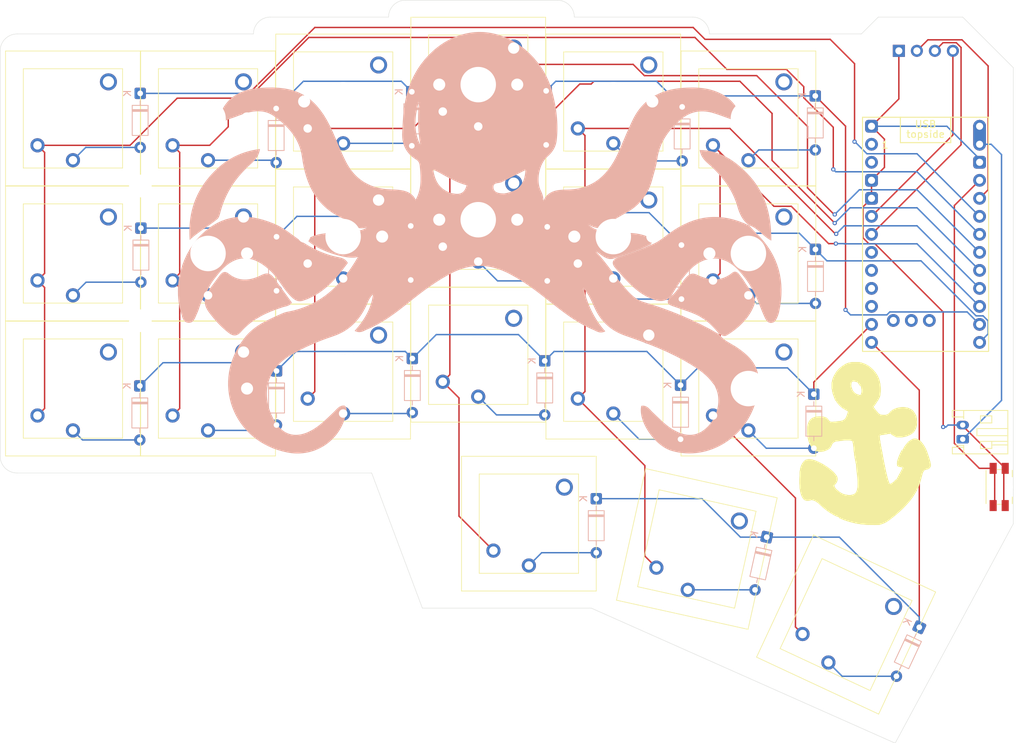
<source format=kicad_pcb>
(kicad_pcb (version 20241229) (generator "pcbnew") (generator_version "9.0")
  (layers (0 "F.Cu" signal) (2 "B.Cu" signal) (13 "F.Paste" user) (15 "B.Paste" user) (5 "F.SilkS" user "F.Silkscreen") (7 "B.SilkS" user "B.Silkscreen") (1 "F.Mask" user) (3 "B.Mask" user) (25 "Edge.Cuts" user))
  (net 0 "")
  (net 1 "Net-(D1-A)")
  (net 2 "COL0")
  (net 3 "ROW2")
  (net 4 "ROW3")
  (net 5 "Net-(D3-A)")
  (net 6 "VCC")
  (net 7 "Net-(D5-A)")
  (net 8 "Net-(D6-A)")
  (net 9 "SDA")
  (net 10 "Net-(D9-A)")
  (net 11 "Net-(D10-A)")
  (net 12 "Net-(J3-Pin_1)")
  (net 13 "COL1")
  (net 14 "Net-(D13-A)")
  (net 15 "Net-(D14-A)")
  (net 16 "Net-(D15-A)")
  (net 17 "Net-(D16-A)")
  (net 18 "Net-(D17-A)")
  (net 19 "Net-(D18-A)")
  (net 20 "COL2")
  (net 21 "COL3")
  (net 22 "COL4")
  (net 23 "COL5")
  (net 24 "Net-(D25-A)")
  (net 25 "RESET")
  (net 26 "Net-(D26-A)")
  (net 27 "Net-(D27-A)")
  (net 28 "Net-(D28-A)")
  (net 29 "Net-(D29-A)")
  (net 30 "Net-(D30-A)")
  (net 32 "SCK")
  (net 38 "Net-(D37-A)")
  (net 41 "Net-(D39-A)")
  (net 43 "Net-(D41-A)")
  (net 44 "GND")
  (net 45 "ROW0")
  (net 46 "ROW1")
  (footprint "PCM_marbastlib-xp-choc:SW_choc_v1+v2_1u" (layer "F.Cu") (at 117.41875 45.24375)
    (property "Reference" "SW6" (hide yes))
    (property "Value" "SW_Push" (hide yes))
  )
  (footprint "PCM_marbastlib-xp-choc:SW_choc_v1+v2_1u" (layer "F.Cu") (at 79.31875 88.10625)
    (property "Reference" "SW26" (hide yes))
    (property "Value" "SW_Push" (hide yes))
  )
  (footprint "PCM_marbastlib-xp-choc:SW_choc_v1+v2_1u" (layer "F.Cu") (at 60.26875 50.00625)
    (property "Reference" "SW1" (hide yes))
    (property "Value" "SW_Push" (hide yes))
  )
  (footprint "PCM_marbastlib-xp-choc:SW_choc_v1+v2_1u" (layer "F.Cu") (at 117.41875 64.29375)
    (property "Reference" "SW16" (hide yes))
    (property "Value" "SW_Push" (hide yes))
  )
  (footprint "PCM_marbastlib-xp-choc:SW_choc_v1+v2_1u" (layer "F.Cu") (at 155.51875 50.00625)
    (property "Reference" "SW10" (hide yes))
    (property "Value" "SW_Push" (hide yes))
  )
  (footprint "PCM_marbastlib-xp-choc:SW_choc_v1+v2_1u" (layer "F.Cu") (at 117.41875 83.34375)
    (property "Reference" "SW28" (hide yes))
    (property "Value" "SW_Push" (hide yes))
  )
  (footprint "PCM_marbastlib-xp-choc:SW_choc_v1+v2_1u" (layer "F.Cu") (at 155.51875 69.05625)
    (property "Reference" "SW18" (hide yes))
    (property "Value" "SW_Push" (hide yes))
  )
  (footprint "PCM_marbastlib-xp-choc:SW_choc_v1+v2_1u" (layer "F.Cu") (at 136.46875 66.675)
    (property "Reference" "SW17" (hide yes))
    (property "Value" "SW_Push" (hide yes))
  )
  (footprint "MountingHole:MountingHole_3.2mm_M3" (layer "F.Cu") (at 108.6104 101.346)
    (property "Reference" "H5" (hide yes))
    (property "Value" "MountingHole" (hide yes))
  )
  (footprint "PCM_marbastlib-xp-choc:SW_choc_v1+v2_1u" (layer "F.Cu") (at 60.26875 88.10625)
    (property "Reference" "SW25" (hide yes))
    (property "Value" "SW_Push" (hide yes))
  )
  (footprint "Connector_JST:JST_PH_S2B-PH-K_1x02_P2.00mm_Horizontal" (layer "F.Cu") (at 185.7375 95.25 90)
    (property "Reference" "J3" (hide yes))
    (property "Value" "Conn_01x02_Socket" (hide yes))
  )
  (footprint "PCM_marbastlib-xp-choc:SW_choc_v1+v2_1u" (layer "F.Cu") (at 98.36875 66.675)
    (property "Reference" "SW15" (hide yes))
    (property "Value" "SW_Push" (hide yes))
  )
  (footprint "PCM_marbastlib-xp-choc:SW_choc_v1+v2_1u" (layer "F.Cu") (at 79.31875 50.00625)
    (property "Reference" "SW3" (hide yes))
    (property "Value" "SW_Push" (hide yes))
  )
  (footprint "MountingHole:MountingHole_3.2mm_M3" (layer "F.Cu") (at 166.9542 60.1472)
    (property "Reference" "H6" (hide yes))
    (property "Value" "MountingHole" (hide yes))
  )
  (footprint "MountingHole:MountingHole_3.2mm_M3" (layer "F.Cu") (at 183.4896 108.4072)
    (property "Reference" "H3" (hide yes))
    (property "Value" "MountingHole" (hide yes))
  )
  (footprint "PCM_marbastlib-xp-choc:SW_choc_v1+v2_1u" (layer "F.Cu") (at 136.46875 47.625)
    (property "Reference" "SW9" (hide yes))
    (property "Value" "SW_Push" (hide yes))
  )
  (footprint "PCM_marbastlib-xp-choc:SW_choc_v1+v2_1u" (layer "F.Cu") (at 148.244628 110.727918 -12.5)
    (property "Reference" "SW39" (hide yes))
    (property "Value" "SW_Push" (hide yes))
  )
  (footprint "MountingHole:MountingHole_3.2mm_M3" (layer "F.Cu") (at 69.7738 78.5368)
    (property "Reference" "H1" (hide yes))
    (property "Value" "MountingHole" (hide yes))
  )
  (footprint "display:OLED-128x32-cutout" (layer "F.Cu") (at 186.5332 38.88125 -90)
    (property "Reference" "J1" (hide yes))
    (property "Value" "OLED-128x32" (hide yes))
  )
  (footprint "PCM_marbastlib-xp-choc:SW_choc_v1+v2_1u" (layer "F.Cu") (at 60.26875 69.05625)
    (property "Reference" "SW13" (hide yes))
    (property "Value" "SW_Push" (hide yes))
  )
  (footprint "MountingHole:MountingHole_3.2mm_M3" (layer "F.Cu") (at 69.7738 59.5376)
    (property "Reference" "H4" (hide yes))
    (property "Value" "MountingHole" (hide yes))
  )
  (footprint "PCM_marbastlib-xp-choc:SW_choc_v1+v2_1u" (layer "F.Cu") (at 169.290943 121.3869 -25)
    (property "Reference" "SW37" (hide yes))
    (property "Value" "SW_Push" (hide yes))
  )
  (footprint "PCM_marbastlib-xp-choc:SW_choc_v1+v2_1u" (layer "F.Cu") (at 79.31875 69.05625)
    (property "Reference" "SW14" (hide yes))
    (property "Value" "SW_Push" (hide yes))
  )
  (footprint "PCM_marbastlib-xp-choc:SW_choc_v1+v2_1u" (layer "F.Cu") (at 155.51875 88.10625)
    (property "Reference" "SW30" (hide yes))
    (property "Value" "SW_Push" (hide yes))
  )
  (footprint "PCM_marbastlib-xp-choc:SW_choc_v1+v2_1u" (layer "F.Cu") (at 98.36875 85.725)
    (property "Reference" "SW27" (hide yes))
    (property "Value" "SW_Push" (hide yes))
  )
  (footprint "Button_Switch_SMD:Panasonic_EVQPUL_EVQPUC" (layer "F.Cu") (at 190.881 101.981 -90)
    (property "Reference" "SW45" (hide yes))
    (property "Value" "SW_Push" (hide yes))
  )
  (footprint "PCM_marbastlib-xp-choc:SW_choc_v1+v2_1u" (layer "F.Cu") (at 98.36875 47.625)
    (property "Reference" "SW5" (hide yes))
    (property "Value" "SW_Push" (hide yes))
  )
  (footprint "PCM_marbastlib-xp-promicroish:SuperMini_nRF52840_AH_USBup" (layer "F.Cu") (at 180.49875 67.6275)
    (property "Reference" "U1" (hide yes))
    (property "Value" "SuperMini nRF52840" (hide yes))
  )
  (footprint "PCM_marbastlib-xp-choc:SW_choc_v1+v2_1u" (layer "F.Cu") (at 124.5625 107.15625)
    (property "Reference" "SW41" (hide yes))
    (property "Value" "SW_Push" (hide yes))
  )
  (footprint "PCM_marbastlib-xp-choc:SW_choc_v1+v2_1u" (layer "F.Cu") (at 136.46875 85.725)
    (property "Reference" "SW29" (hide yes))
    (property "Value" "SW_Push" (hide yes))
  )
  (footprint "Diode_THT:D_DO-35_SOD27_P7.62mm_Horizontal" (layer "B.Cu") (at 179.613376 121.768968 -115)
    (property "Reference" "D37" (hide yes))
    (property "Value" "D" (hide yes))
  )
  (footprint "Diode_THT:D_DO-35_SOD27_P7.62mm_Horizontal" (layer "B.Cu") (at 69.7484 46.482 -90)
    (property "Reference" "D1" (hide yes))
    (property "Value" "D" (hide yes))
  )
  (footprint "Diode_THT:D_DO-35_SOD27_P7.62mm_Horizontal" (layer "B.Cu") (at 146.0754 67.8688 -90)
    (property "Reference" "D17" (hide yes))
    (property "Value" "D" (hide yes))
  )
  (footprint "Diode_THT:D_DO-35_SOD27_P7.62mm_Horizontal" (layer "B.Cu") (at 134.0612 103.632 -90)
    (property "Reference" "D41" (hide yes))
    (property "Value" "D" (hide yes))
  )
  (footprint "Diode_THT:D_DO-35_SOD27_P7.62mm_Horizontal" (layer "B.Cu") (at 69.85 65.4812 -90)
    (property "Reference" "D13" (hide yes))
    (property "Value" "D" (hide yes))
  )
  (footprint "Diode_THT:D_DO-35_SOD27_P7.62mm_Horizontal" (layer "B.Cu") (at 126.7968 84.201 -90)
    (property "Reference" "D28" (hide yes))
    (property "Value" "D" (hide yes))
  )
  (footprint "Diode_THT:D_DO-35_SOD27_P7.62mm_Horizontal" (layer "B.Cu") (at 127.1524 65.3034 -90)
    (property "Reference" "D16" (hide yes))
    (property "Value" "D" (hide yes))
  )
  (footprint "Diode_THT:D_DO-35_SOD27_P7.62mm_Horizontal" (layer "B.Cu") (at 145.9484 87.63 -90)
    (property "Reference" "D29" (hide yes))
    (property "Value" "D" (hide yes))
  )
  (footprint "Diode_THT:D_DO-35_SOD27_P7.62mm_Horizontal" (layer "B.Cu") (at 158.101435 109.056312 -102.5)
    (property "Reference" "D39" (hide yes))
    (property "Value" "D" (hide yes))
  )
  (footprint "Diode_THT:D_DO-35_SOD27_P7.62mm_Horizontal" (layer "B.Cu") (at 88.9762 85.6234 -90)
    (property "Reference" "D26" (hide yes))
    (property "Value" "D" (hide yes))
  )
  (footprint "Diode_THT:D_DO-35_SOD27_P7.62mm_Horizontal" (layer "B.Cu") (at 146.177 48.387 -90)
    (property "Reference" "D9" (hide yes))
    (property "Value" "D" (hide yes))
  )
  (footprint "Diode_THT:D_DO-35_SOD27_P7.62mm_Horizontal" (layer "B.Cu") (at 164.973 68.4784 -90)
    (property "Reference" "D18" (hide yes))
    (property "Value" "D" (hide yes))
  )
  (footprint "Diode_THT:D_DO-35_SOD27_P7.62mm_Horizontal" (layer "B.Cu") (at 69.6976 87.7316 -90)
    (property "Reference" "D25" (hide yes))
    (property "Value" "D" (hide yes))
  )
  (footprint "Diode_THT:D_DO-35_SOD27_P7.62mm_Horizontal" (layer "B.Cu") (at 108.1278 83.8708 -90)
    (property "Reference" "D27" (hide yes))
    (property "Value" "D" (hide yes))
  )
  (footprint "Diode_THT:D_DO-35_SOD27_P7.62mm_Horizontal" (layer "B.Cu") (at 107.8992 65.1764 -90)
    (property "Reference" "D15" (hide yes))
    (property "Value" "D" (hide yes))
  )
  (footprint "Diode_THT:D_DO-35_SOD27_P7.62mm_Horizontal" (layer "B.Cu") (at 88.9254 48.6156 -90)
    (property "Reference" "D3" (hide yes))
    (property "Value" "D" (hide yes))
  )
  (footprint "Diode_THT:D_DO-35_SOD27_P7.62mm_Horizontal" (layer "B.Cu") (at 127 46.1264 -90)
    (property "Reference" "D6" (hide yes))
    (property "Value" "D" (hide yes))
  )
  (footprint "Diode_THT:D_DO-35_SOD27_P7.62mm_Horizontal" (layer "B.Cu") (at 164.9476 46.8376 -90)
    (property "Reference" "D10" (hide yes))
    (property "Value" "D" (hide yes))
  )
  (footprint "Diode_THT:D_DO-35_SOD27_P7.62mm_Horizontal" (layer "B.Cu") (at 88.9762 66.7004 -90)
    (property "Reference" "D14" (hide yes))
    (property "Value" "D" (hide yes))
  )
  (footprint "Diode_THT:D_DO-35_SOD27_P7.62mm_Horizontal" (layer "B.Cu") (at 108.0516 46.2534 -90)
    (property "Reference" "D5" (hide yes))
    (property "Value" "D" (hide yes))
  )
  (footprint "Diode_THT:D_DO-35_SOD27_P7.62mm_Horizontal" (layer "B.Cu") (at 164.7444 88.9 -90)
    (property "Reference" "D30" (hide yes))
    (property "Value" "D" (hide yes))
  )
  (gr_poly (pts (xy 177.805171 92.607931) (xy 177.818782 92.618077) (xy 177.830957 92.627418) (xy 177.841988 92.636245) (xy 177.852165 92.644847) (xy 177.861778 92.653516) (xy 177.87112 92.662542) (xy 177.880479 92.672217) (xy 177.890147 92.682829) (xy 177.900415 92.694672) (xy 177.911573 92.708034) (xy 177.937722 92.740481) (xy 177.97092 92.782496) (xy 177.982015 92.906116) (xy 177.9852 92.951708) (xy 177.987005 92.9934) (xy 177.987574 93.036376) (xy 177.987053 93.08582) (xy 177.983322 93.224847) (xy 177.977896 93.461266) (xy 177.97092 93.642392) (xy 177.904774 93.642392) (xy 177.904774 92.980934) (xy 177.772482 92.980934) (xy 177.772482 92.584058)) (fill yes) (layer "F.SilkS"))
  (gr_poly (pts (xy 170.82717 105.151766) (xy 170.893316 105.350203) (xy 170.364149 105.284058) (xy 170.408155 105.240375) (xy 170.426627 105.22267) (xy 170.443343 105.207448) (xy 170.458751 105.194502) (xy 170.466105 105.188819) (xy 170.473299 105.183628) (xy 170.480391 105.178903) (xy 170.487436 105.174619) (xy 170.494489 105.17075) (xy 170.501608 105.167269) (xy 170.508848 105.164152) (xy 170.516265 105.161373) (xy 170.523916 105.158905) (xy 170.531855 105.156724) (xy 170.54014 105.154803) (xy 170.548826 105.153117) (xy 170.567625 105.150345) (xy 170.588701 105.148204) (xy 170.612503 105.146486) (xy 170.670073 105.143498)) (fill yes) (layer "F.SilkS"))
  (gr_poly (pts (xy 170.736494 84.36229) (xy 170.879853 84.367748) (xy 171.019075 84.378307) (xy 171.087424 84.385676) (xy 171.155086 84.394533) (xy 171.222177 84.404947) (xy 171.288812 84.416989) (xy 171.355107 84.43073) (xy 171.421177 84.446241) (xy 171.487138 84.463591) (xy 171.553106 84.482852) (xy 171.619196 84.504095) (xy 171.685524 84.527388) (xy 171.752206 84.552804) (xy 171.819358 84.580413) (xy 171.978263 84.64165) (xy 172.111391 84.703447) (xy 172.241588 84.771729) (xy 172.368702 84.846185) (xy 172.492581 84.926502) (xy 172.613072 85.012368) (xy 172.730024 85.103473) (xy 172.843284 85.199505) (xy 172.952702 85.300151) (xy 173.058124 85.405101) (xy 173.159398 85.514042) (xy 173.256374 85.626663) (xy 173.348898 85.742653) (xy 173.436818 85.861699) (xy 173.519984 85.983489) (xy 173.598242 86.107713) (xy 173.671441 86.234059) (xy 173.74663 86.362991) (xy 173.825777 86.517761) (xy 173.896326 86.675763) (xy 173.958469 86.836683) (xy 174.012399 87.000211) (xy 174.058306 87.166034) (xy 174.096383 87.33384) (xy 174.126822 87.503315) (xy 174.149815 87.674149) (xy 174.165554 87.846028) (xy 174.17423 88.018641) (xy 174.176036 88.191675) (xy 174.171164 88.364818) (xy 174.159805 88.537758) (xy 174.142151 88.710182) (xy 174.118395 88.881777) (xy 174.088728 89.052233) (xy 174.050215 89.169) (xy 174.007808 89.283409) (xy 173.961751 89.395629) (xy 173.91229 89.505828) (xy 173.859669 89.614174) (xy 173.804133 89.720837) (xy 173.745927 89.825985) (xy 173.685294 89.929787) (xy 173.557731 90.134027) (xy 173.423402 90.334905) (xy 173.284263 90.533772) (xy 173.142274 90.731975) (xy 173.526747 91.186728) (xy 173.63643 91.317211) (xy 173.743012 91.442526) (xy 173.840632 91.557991) (xy 173.869345 91.587515) (xy 173.897181 91.614834) (xy 173.924382 91.640023) (xy 173.951189 91.663157) (xy 173.977846 91.684311) (xy 174.004594 91.703561) (xy 174.031675 91.720982) (xy 174.05933 91.736649) (xy 174.087803 91.750637) (xy 174.117335 91.763022) (xy 174.148167 91.773879) (xy 174.180543 91.783284) (xy 174.214704 91.79131) (xy 174.250891 91.798035) (xy 174.289348 91.803533) (xy 174.330315 91.807879) (xy 174.556142 91.806845) (xy 174.780934 91.807879) (xy 174.857555 91.800449) (xy 174.893869 91.795974) (xy 174.929072 91.790899) (xy 174.963329 91.785155) (xy 174.996807 91.778673) (xy 175.02967 91.771384) (xy 175.062085 91.763219) (xy 175.094216 91.754107) (xy 175.126228 91.74398) (xy 175.158288 91.732768) (xy 175.190561 91.720403) (xy 175.223211 91.706814) (xy 175.256406 91.691933) (xy 175.290309 91.675691) (xy 175.325086 91.658017) (xy 175.461512 91.476116) (xy 175.495751 91.4345) (xy 175.531248 91.394497) (xy 175.567956 91.356071) (xy 175.605829 91.319186) (xy 175.684882 91.249894) (xy 175.768035 91.186331) (xy 175.854914 91.128207) (xy 175.945146 91.075233) (xy 176.038358 91.02712) (xy 176.134176 90.983578) (xy 176.232229 90.944317) (xy 176.332141 90.909048) (xy 176.433541 90.877481) (xy 176.536056 90.849327) (xy 176.639311 90.824296) (xy 176.742935 90.802099) (xy 176.846553 90.782446) (xy 176.949793 90.765048) (xy 177.06693 90.754809) (xy 177.181823 90.747508) (xy 177.294611 90.743471) (xy 177.405431 90.743021) (xy 177.51442 90.746481) (xy 177.621716 90.754176) (xy 177.727457 90.76643) (xy 177.831781 90.783567) (xy 177.934825 90.80591) (xy 178.036726 90.833784) (xy 178.137623 90.867512) (xy 178.237654 90.907419) (xy 178.336955 90.953828) (xy 178.435665 91.007064) (xy 178.533921 91.06745) (xy 178.631861 91.13531) (xy 178.717297 91.220888) (xy 178.796258 91.309411) (xy 178.868915 91.400772) (xy 178.935442 91.494868) (xy 178.996013 91.591592) (xy 179.050799 91.690841) (xy 179.099975 91.792508) (xy 179.143714 91.896489) (xy 179.182188 92.002679) (xy 179.21557 92.110972) (xy 179.244035 92.221265) (xy 179.267754 92.333451) (xy 179.286901 92.447426) (xy 179.301649 92.563085) (xy 179.312172 92.680322) (xy 179.318642 92.799033) (xy 179.315022 92.905983) (xy 179.308002 93.011996) (xy 179.297412 93.116957) (xy 179.283082 93.220748) (xy 179.264842 93.323254) (xy 179.242524 93.42436) (xy 179.215956 93.523947) (xy 179.184971 93.621902) (xy 179.149398 93.718106) (xy 179.109068 93.812445) (xy 179.063812 93.904801) (xy 179.013459 93.99506) (xy 178.95784 94.083104) (xy 178.896786 94.168818) (xy 178.830127 94.252085) (xy 178.757694 94.332789) (xy 178.62509 94.436192) (xy 178.490499 94.529522) (xy 178.353895 94.613111) (xy 178.215254 94.687295) (xy 178.07455 94.752406) (xy 177.931758 94.808778) (xy 177.786852 94.856745) (xy 177.639807 94.896642) (xy 177.490598 94.928801) (xy 177.3392 94.953557) (xy 177.185587 94.971243) (xy 177.029734 94.982193) (xy 176.871616 94.98674) (xy 176.711208 94.98522) (xy 176.548484 94.977965) (xy 176.383419 94.965309) (xy 176.332483 94.948369) (xy 176.282888 94.930001) (xy 176.234502 94.910285) (xy 176.187196 94.889303) (xy 176.140836 94.867137) (xy 176.095292 94.843868) (xy 176.050432 94.819578) (xy 176.006125 94.794347) (xy 175.918645 94.741391) (xy 175.8318 94.685653) (xy 175.655816 94.568433) (xy 175.655816 94.436142) (xy 175.512414 94.46043) (xy 174.757765 94.583547) (xy 174.00217 94.700725) (xy 174.040917 95.056503) (xy 174.087559 95.410944) (xy 174.140887 95.764272) (xy 174.199687 96.11671) (xy 174.328865 96.819806) (xy 174.465401 97.522016) (xy 174.571402 98.071272) (xy 174.714624 98.821998) (xy 174.818131 99.33445) (xy 174.932111 99.844614) (xy 175.106753 100.588479) (xy 175.144732 100.734381) (xy 175.176195 100.84412) (xy 175.209969 100.951996) (xy 175.245985 101.058363) (xy 175.284179 101.163572) (xy 175.324482 101.267978) (xy 175.366827 101.371931) (xy 175.411148 101.475785) (xy 175.457378 101.579892) (xy 175.613248 101.508947) (xy 175.677556 101.478771) (xy 175.734329 101.450964) (xy 175.78473 101.424652) (xy 175.829922 101.398965) (xy 175.871067 101.37303) (xy 175.909328 101.345976) (xy 175.945868 101.316929) (xy 175.98185 101.285019) (xy 176.018437 101.249372) (xy 176.05679 101.209118) (xy 176.098073 101.163384) (xy 176.143449 101.111297) (xy 176.251128 100.98458) (xy 176.383419 100.98458) (xy 176.438196 100.872958) (xy 176.501192 100.750973) (xy 176.565686 100.629936) (xy 176.63129 100.509486) (xy 176.697613 100.389266) (xy 176.856022 100.094334) (xy 177.010068 99.797327) (xy 177.160849 99.498633) (xy 177.309461 99.198641) (xy 177.186212 99.188823) (xy 177.024208 99.173837) (xy 176.863752 99.159884) (xy 176.813984 99.150585) (xy 176.793085 99.146314) (xy 176.774162 99.141983) (xy 176.756707 99.137358) (xy 176.740209 99.132206) (xy 176.724158 99.126292) (xy 176.708045 99.119383) (xy 176.691359 99.111244) (xy 176.673592 99.101642) (xy 176.654232 99.090343) (xy 176.632771 99.077113) (xy 176.608698 99.061718) (xy 176.581503 99.043924) (xy 176.515711 99.000204) (xy 176.498693 98.939554) (xy 176.485391 98.880346) (xy 176.475621 98.822396) (xy 176.469197 98.765516) (xy 176.465935 98.709522) (xy 176.465651 98.654228) (xy 176.46816 98.599448) (xy 176.473278 98.544998) (xy 176.48082 98.490691) (xy 176.490602 98.436341) (xy 176.502439 98.381764) (xy 176.516146 98.326773) (xy 176.53154 98.271184) (xy 176.548435 98.21481) (xy 176.585991 98.098967) (xy 176.630869 97.959958) (xy 176.686312 97.802262) (xy 176.745838 97.647204) (xy 176.809241 97.49441) (xy 176.876313 97.343502) (xy 176.946849 97.194108) (xy 177.020641 97.04585) (xy 177.097483 96.898355) (xy 177.17717 96.751246) (xy 177.309461 96.751246) (xy 177.361914 96.604485) (xy 177.410068 96.500827) (xy 177.464042 96.398035) (xy 177.52348 96.29643) (xy 177.588029 96.196333) (xy 177.657334 96.098066) (xy 177.731043 96.00195) (xy 177.808799 95.908308) (xy 177.890251 95.817461) (xy 177.975042 95.729731) (xy 178.06282 95.645438) (xy 178.153231 95.564905) (xy 178.24592 95.488454) (xy 178.340533 95.416405) (xy 178.436716 95.34908) (xy 178.534116 95.286802) (xy 178.632377 95.229891) (xy 178.684781 95.213786) (xy 178.736226 95.199822) (xy 178.786839 95.188039) (xy 178.836745 95.178475) (xy 178.886069 95.171167) (xy 178.934937 95.166154) (xy 178.983474 95.163472) (xy 179.031806 95.163162) (xy 179.080058 95.165259) (xy 179.128356 95.169803) (xy 179.176825 95.176831) (xy 179.22559 95.186381) (xy 179.274778 95.198491) (xy 179.324513 95.2132) (xy 179.374921 95.230544) (xy 179.426128 95.250562) (xy 179.517048 95.30681) (xy 179.604798 95.368043) (xy 179.689452 95.434018) (xy 179.771083 95.504494) (xy 179.849765 95.579227) (xy 179.925573 95.657976) (xy 179.998579 95.740498) (xy 180.068858 95.82655) (xy 180.201529 96.008277) (xy 180.324175 96.201216) (xy 180.437387 96.403429) (xy 180.541755 96.612977) (xy 180.637869 96.827919) (xy 180.726319 97.046316) (xy 180.807695 97.26623) (xy 180.882588 97.48572) (xy 181.015283 97.915673) (xy 181.129125 98.320659) (xy 181.153428 98.422211) (xy 181.176107 98.523159) (xy 181.195984 98.623794) (xy 181.204504 98.674085) (xy 181.21188 98.724408) (xy 181.217967 98.774798) (xy 181.222615 98.825293) (xy 181.225679 98.875929) (xy 181.227011 98.926742) (xy 181.226462 98.977768) (xy 181.223887 99.029045) (xy 181.219137 99.080609) (xy 181.212065 99.132496) (xy 181.17965 99.175878) (xy 181.14768 99.216143) (xy 181.115907 99.253437) (xy 181.084085 99.287902) (xy 181.051966 99.319685) (xy 181.019304 99.348928) (xy 180.985852 99.375777) (xy 180.951362 99.400376) (xy 180.915589 99.422869) (xy 180.878284 99.443402) (xy 180.839202 99.462117) (xy 180.798095 99.479161) (xy 180.754717 99.494677) (xy 180.70882 99.508811) (xy 180.660158 99.521705) (xy 180.608484 99.533505) (xy 180.525447 99.545824) (xy 180.491415 99.551336) (xy 180.461663 99.556755) (xy 180.435657 99.562335) (xy 180.412863 99.56833) (xy 180.392748 99.574995) (xy 180.374778 99.582585) (xy 180.35842 99.591352) (xy 180.34314 99.601552) (xy 180.328404 99.613439) (xy 180.313679 99.627267) (xy 180.298431 99.64329) (xy 180.282127 99.661762) (xy 180.244215 99.707073) (xy 180.224926 99.740639) (xy 180.206898 99.773919) (xy 180.190042 99.806991) (xy 180.174269 99.839933) (xy 180.15949 99.872825) (xy 180.145617 99.905746) (xy 180.132561 99.938774) (xy 180.120233 99.971989) (xy 180.097409 100.039292) (xy 180.076435 100.108287) (xy 180.056603 100.179604) (xy 180.037203 100.253874) (xy 179.975044 100.488244) (xy 179.909819 100.736533) (xy 179.8331 101.006877) (xy 179.752187 101.27082) (xy 179.665592 101.529262) (xy 179.571831 101.783105) (xy 179.469417 102.03325) (xy 179.356864 102.2806) (xy 179.296322 102.403507) (xy 179.232687 102.526054) (xy 179.165775 102.648353) (xy 179.0954 102.770516) (xy 178.98016 102.969987) (xy 178.86076 103.160836) (xy 178.735826 103.348887) (xy 178.605672 103.534128) (xy 178.470613 103.716545) (xy 178.330964 103.896128) (xy 178.187039 104.072864) (xy 178.039153 104.246741) (xy 177.887621 104.417745) (xy 177.732757 104.585866) (xy 177.574876 104.751091) (xy 177.251323 105.072803) (xy 176.919477 105.382783) (xy 176.581858 105.680934) (xy 176.365075 105.87291) (xy 176.12271 106.080628) (xy 175.88654 106.270703) (xy 175.654951 106.44355) (xy 175.426331 106.599581) (xy 175.199065 106.739212) (xy 174.97154 106.862855) (xy 174.742143 106.970926) (xy 174.50926 107.063837) (xy 174.271277 107.142003) (xy 174.026581 107.205837) (xy 173.773559 107.255754) (xy 173.510597 107.292168) (xy 173.236081 107.315492) (xy 172.948399 107.32614) (xy 172.645936 107.324527) (xy 172.327079 107.311066) (xy 171.795442 107.271939) (xy 171.531971 107.247072) (xy 171.269857 107.216475) (xy 171.008945 107.178501) (xy 170.749078 107.131503) (xy 170.619488 107.104105) (xy 170.490101 107.073834) (xy 170.360897 107.040485) (xy 170.231858 107.00385) (xy 170.057192 106.953982) (xy 169.892898 106.905099) (xy 169.729046 106.854764) (xy 169.647892 106.829818) (xy 169.566574 106.805407) (xy 169.485101 106.781516) (xy 169.403484 106.758128) (xy 169.263113 106.717528) (xy 169.123136 106.675172) (xy 168.983949 106.630314) (xy 168.845944 106.582208) (xy 168.709516 106.530109) (xy 168.575058 106.47327) (xy 168.508691 106.44284) (xy 168.442964 106.410946) (xy 168.377927 106.377494) (xy 168.313629 106.342391) (xy 168.247483 106.210099) (xy 168.18158 106.192614) (xy 168.115493 106.175827) (xy 168.049256 106.159639) (xy 167.9829 106.143954) (xy 167.827608 106.071571) (xy 167.673424 105.994602) (xy 167.520478 105.913279) (xy 167.368904 105.827832) (xy 167.218832 105.73849) (xy 167.070396 105.645486) (xy 166.923726 105.54905) (xy 166.778956 105.449412) (xy 166.636216 105.346803) (xy 166.49564 105.241454) (xy 166.357359 105.133594) (xy 166.221505 105.023456) (xy 165.957607 104.797264) (xy 165.705003 104.564723) (xy 165.587403 104.454595) (xy 165.468982 104.347274) (xy 165.409096 104.295038) (xy 165.348566 104.24395) (xy 165.287245 104.194157) (xy 165.224986 104.145809) (xy 165.161644 104.099054) (xy 165.097072 104.05404) (xy 165.031123 104.010917) (xy 164.963651 103.969832) (xy 164.89451 103.930935) (xy 164.823553 103.894373) (xy 164.750635 103.860295) (xy 164.675608 103.82885) (xy 164.597056 103.828961) (xy 164.535263 103.829853) (xy 164.508955 103.830833) (xy 164.484802 103.8323) (xy 164.462127 103.834349) (xy 164.440249 103.837077) (xy 164.418492 103.840582) (xy 164.396177 103.84496) (xy 164.372626 103.850309) (xy 164.34716 103.856724) (xy 164.287772 103.873144) (xy 164.212587 103.894995) (xy 164.081669 103.9052) (xy 164.01874 103.90871) (xy 163.957312 103.910717) (xy 163.897246 103.910888) (xy 163.838402 103.908891) (xy 163.780642 103.904393) (xy 163.723825 103.897061) (xy 163.667812 103.886565) (xy 163.612465 103.872572) (xy 163.557643 103.854748) (xy 163.503208 103.832763) (xy 163.44902 103.806284) (xy 163.39494 103.774978) (xy 163.340828 103.738514) (xy 163.286546 103.696559) (xy 163.221939 103.614992) (xy 163.162094 103.527803) (xy 163.106842 103.435328) (xy 163.056015 103.337901) (xy 163.009443 103.235857) (xy 162.966958 103.129532) (xy 162.893573 102.905377) (xy 162.834509 102.668115) (xy 162.788417 102.420426) (xy 162.753947 102.16499) (xy 162.729747 101.904487) (xy 162.714468 101.641597) (xy 162.70676 101.379) (xy 162.708654 100.865404) (xy 162.724628 100.385138) (xy 162.743878 99.959641) (xy 162.75505 99.840246) (xy 162.769297 99.721184) (xy 162.78692 99.602747) (xy 162.808221 99.485224) (xy 162.833499 99.368905) (xy 162.863057 99.254082) (xy 162.897194 99.141043) (xy 162.936213 99.030081) (xy 162.980413 98.921484) (xy 163.030095 98.815543) (xy 163.085562 98.712548) (xy 163.147112 98.61279) (xy 163.215048 98.516559) (xy 163.289671 98.424145) (xy 163.37128 98.335838) (xy 163.460178 98.251929) (xy 163.518393 98.212751) (xy 163.5756 98.178598) (xy 163.632047 98.149193) (xy 163.687988 98.124264) (xy 163.743672 98.103534) (xy 163.79935 98.08673) (xy 163.855274 98.073577) (xy 163.911693 98.0638) (xy 163.96886 98.057124) (xy 164.027025 98.053275) (xy 164.086439 98.051978) (xy 164.147353 98.052958) (xy 164.210018 98.055942) (xy 164.274684 98.060653) (xy 164.411024 98.074162) (xy 164.662564 98.145038) (xy 164.914758 98.229387) (xy 165.166658 98.32655) (xy 165.417315 98.435866) (xy 165.66578 98.556677) (xy 165.911105 98.68832) (xy 166.15234 98.830138) (xy 166.388537 98.981469) (xy 166.618748 99.141654) (xy 166.842023 99.310033) (xy 167.057414 99.485945) (xy 167.263972 99.668731) (xy 167.460748 99.857731) (xy 167.646794 100.052284) (xy 167.821161 100.251732) (xy 167.9829 100.455413) (xy 168.00821 100.504317) (xy 168.030363 100.551279) (xy 168.049429 100.596616) (xy 168.06548 100.640647) (xy 168.078589 100.68369) (xy 168.088825 100.726063) (xy 168.096263 100.768085) (xy 168.100972 100.810075) (xy 168.103025 100.85235) (xy 168.102494 100.895229) (xy 168.09945 100.939031) (xy 168.093964 100.984073) (xy 168.08611 101.030674) (xy 168.075957 101.079153) (xy 168.063578 101.129828) (xy 168.049045 101.183016) (xy 167.972823 101.307815) (xy 167.944982 101.352192) (xy 167.919854 101.390756) (xy 167.894339 101.428157) (xy 167.865336 101.469046) (xy 167.784462 101.579892) (xy 167.736145 101.638383) (xy 167.716683 101.662619) (xy 167.700108 101.684149) (xy 167.686238 101.70345) (xy 167.674893 101.720998) (xy 167.670109 101.729262) (xy 167.665888 101.737267) (xy 167.662207 101.745071) (xy 167.659044 101.752734) (xy 167.656374 101.760315) (xy 167.654176 101.767874) (xy 167.652427 101.77547) (xy 167.651104 101.783164) (xy 167.650185 101.791013) (xy 167.649646 101.799078) (xy 167.649618 101.816093) (xy 167.65084 101.834685) (xy 167.653129 101.855329) (xy 167.66018 101.904677) (xy 167.679577 101.948158) (xy 167.700923 101.99111) (xy 167.724136 102.033521) (xy 167.749135 102.075378) (xy 167.804163 102.157375) (xy 167.865355 102.236997) (xy 167.932057 102.314138) (xy 168.003617 102.388693) (xy 168.079382 102.460558) (xy 168.1587 102.529628) (xy 168.240917 102.595797) (xy 168.325381 102.658961) (xy 168.411439 102.719015) (xy 168.498438 102.775853) (xy 168.585727 102.829372) (xy 168.672651 102.879464) (xy 168.758558 102.926027) (xy 168.842795 102.968955) (xy 168.930706 103.002199) (xy 169.021344 103.03204) (xy 169.114339 103.058348) (xy 169.209318 103.080988) (xy 169.305907 103.099829) (xy 169.403736 103.11474) (xy 169.502432 103.125587) (xy 169.601623 103.132239) (xy 169.700936 103.134563) (xy 169.799999 103.132428) (xy 169.89844 103.125701) (xy 169.995887 103.11425) (xy 170.091967 103.097943) (xy 170.186307 103.076647) (xy 170.278537 103.050231) (xy 170.368283 103.018563) (xy 170.421236 102.986128) (xy 170.469286 102.95471) (xy 170.512797 102.923903) (xy 170.552131 102.893301) (xy 170.587652 102.862499) (xy 170.619723 102.831089) (xy 170.634578 102.81503) (xy 170.648706 102.798667) (xy 170.662154 102.781949) (xy 170.674965 102.764826) (xy 170.698863 102.729161) (xy 170.720763 102.691265) (xy 170.741027 102.650732) (xy 170.76002 102.607157) (xy 170.778103 102.560133) (xy 170.79564 102.509255) (xy 170.812995 102.454117) (xy 170.830529 102.394313) (xy 170.88343 102.134393) (xy 170.92111 101.864278) (xy 170.944729 101.585436) (xy 170.955448 101.299335) (xy 170.954429 101.007444) (xy 170.942833 100.71123) (xy 170.921821 100.412163) (xy 170.892554 100.111709) (xy 170.8139 99.512518) (xy 170.71616 98.925402) (xy 170.608621 98.362109) (xy 170.500575 97.834384) (xy 170.472216 97.672012) (xy 170.447679 97.509299) (xy 170.426416 97.346269) (xy 170.407875 97.182946) (xy 170.376766 96.855514) (xy 170.349954 96.527197) (xy 170.337282 96.394366) (xy 170.321941 96.263638) (xy 170.303784 96.134495) (xy 170.282668 96.006421) (xy 170.258448 95.878898) (xy 170.230978 95.751411) (xy 170.200115 95.623442) (xy 170.165712 95.494475) (xy 170.05528 95.465892) (xy 169.943219 95.443456) (xy 169.829748 95.426705) (xy 169.715087 95.415173) (xy 169.599454 95.408397) (xy 169.483068 95.405914) (xy 169.366149 95.40726) (xy 169.248916 95.41197) (xy 169.014383 95.429632) (xy 168.781222 95.455188) (xy 168.326031 95.515146) (xy 168.107052 95.534912) (xy 167.969753 95.553545) (xy 167.913043 95.562117) (xy 167.862894 95.570824) (xy 167.818257 95.58014) (xy 167.778085 95.590538) (xy 167.741328 95.602492) (xy 167.706937 95.616476) (xy 167.673864 95.632962) (xy 167.641061 95.652426) (xy 167.607478 95.67534) (xy 167.572067 95.702178) (xy 167.53378 95.733414) (xy 167.491568 95.769521) (xy 167.391172 95.858245) (xy 167.329525 95.972181) (xy 167.308062 96.013506) (xy 167.289992 96.050446) (xy 167.27318 96.087533) (xy 167.25549 96.129298) (xy 167.208932 96.244995) (xy 167.190252 96.281168) (xy 167.170302 96.316053) (xy 167.149128 96.349686) (xy 167.126774 96.382105) (xy 167.103285 96.413346) (xy 167.078708 96.443446) (xy 167.053086 96.47244) (xy 167.026465 96.500367) (xy 166.998891 96.527263) (xy 166.970407 96.553164) (xy 166.94106 96.578107) (xy 166.910895 96.602128) (xy 166.84829 96.647554) (xy 166.782952 96.689735) (xy 166.715244 96.728963) (xy 166.645526 96.765533) (xy 166.574159 96.799738) (xy 166.501504 96.831871) (xy 166.427923 96.862225) (xy 166.353776 96.891094) (xy 166.20523 96.94555) (xy 166.116382 96.967075) (xy 166.02743 96.984576) (xy 165.93844 96.99807) (xy 165.849478 97.007577) (xy 165.76061 97.013115) (xy 165.671899 97.014703) (xy 165.583413 97.012358) (xy 165.495215 97.006101) (xy 165.407373 96.995948) (xy 165.31995 96.98192) (xy 165.233013 96.964034) (xy 165.146627 96.942309) (xy 165.060857 96.916764) (xy 164.975769 96.887417) (xy 164.891428 96.854287) (xy 164.8079 96.817392) (xy 164.688205 96.704712) (xy 164.577482 96.58525) (xy 164.47543 96.459502) (xy 164.381752 96.327967) (xy 164.296149 96.19114) (xy 164.218322 96.049518) (xy 164.147974 95.9036) (xy 164.084804 95.753881) (xy 164.028516 95.600858) (xy 163.97881 95.44503) (xy 163.935387 95.286891) (xy 163.89795 95.126941) (xy 163.8662 94.965674) (xy 163.839837 94.80359) (xy 163.818564 94.641183) (xy 163.802082 94.478952) (xy 163.798226 94.360716) (xy 163.795951 94.242618) (xy 163.794982 94.124497) (xy 163.795042 94.006194) (xy 163.791812 93.847806) (xy 163.79328 93.745637) (xy 163.797971 93.645157) (xy 163.806059 93.546363) (xy 163.817721 93.449253) (xy 163.83313 93.353825) (xy 163.852464 93.260077) (xy 163.875896 93.168008) (xy 163.903603 93.077614) (xy 163.93576 92.988895) (xy 163.972542 92.901847) (xy 164.014124 92.816469) (xy 164.060682 92.73276) (xy 164.112391 92.650716) (xy 164.169427 92.570336) (xy 164.231964 92.491618) (xy 164.300179 92.41456) (xy 164.344384 92.378265) (xy 164.389633 92.344253) (xy 164.435879 92.312457) (xy 164.483074 92.282811) (xy 164.580125 92.229701) (xy 164.680407 92.184389) (xy 164.783543 92.146344) (xy 164.889157 92.115031) (xy 164.996871 92.089917) (xy 165.106306 92.070469) (xy 165.217088 92.056155) (xy 165.328837 92.04644) (xy 165.441176 92.040792) (xy 165.553729 92.038677) (xy 165.666117 92.039563) (xy 165.777964 92.042916) (xy 165.998525 92.054892) (xy 166.102914 92.072084) (xy 166.153241 92.081608) (xy 166.202327 92.092094) (xy 166.250178 92.103799) (xy 166.296797 92.116981) (xy 166.342189 92.131897) (xy 166.386357 92.148804) (xy 166.429306 92.167961) (xy 166.47104 92.189624) (xy 166.511563 92.214051) (xy 166.550879 92.241499) (xy 166.588992 92.272226) (xy 166.625907 92.30649) (xy 166.661627 92.344547) (xy 166.696156 92.386655) (xy 166.796409 92.534449) (xy 166.831605 92.583399) (xy 166.846441 92.603589) (xy 166.859943 92.621407) (xy 166.872494 92.637218) (xy 166.884475 92.651383) (xy 166.896267 92.664267) (xy 166.908251 92.676232) (xy 166.920811 92.687642) (xy 166.934326 92.698861) (xy 166.949179 92.710251) (xy 166.965751 92.722177) (xy 166.984423 92.735) (xy 167.005577 92.749086) (xy 167.056858 92.782496) (xy 167.116106 92.78788) (xy 167.17487 92.791836) (xy 167.233215 92.794434) (xy 167.291204 92.795744) (xy 167.406372 92.794774) (xy 167.520885 92.789482) (xy 167.635256 92.780422) (xy 167.749998 92.768149) (xy 167.865622 92.753217) (xy 167.982641 92.736181) (xy 168.073943 92.723402) (xy 168.165445 92.712069) (xy 168.257076 92.701762) (xy 168.348769 92.692062) (xy 168.495016 92.672554) (xy 168.561682 92.66171) (xy 168.624603 92.649586) (xy 168.684194 92.635767) (xy 168.740876 92.619839) (xy 168.795066 92.601388) (xy 168.847183 92.579997) (xy 168.897645 92.555254) (xy 168.946869 92.526743) (xy 168.995276 92.494049) (xy 169.043282 92.456758) (xy 169.091306 92.414455) (xy 169.139767 92.366726) (xy 169.189082 92.313155) (xy 169.239671 92.253329) (xy 169.275825 92.175605) (xy 169.303934 92.11415) (xy 169.326177 92.063295) (xy 169.344734 92.017372) (xy 169.361785 91.970713) (xy 169.379511 91.91765) (xy 169.400091 91.852515) (xy 169.425706 91.769638) (xy 169.468984 91.640318) (xy 169.520234 91.483979) (xy 169.570399 91.327288) (xy 169.408394 91.235304) (xy 169.194195 91.112314) (xy 168.98258 90.991391) (xy 168.921242 90.952735) (xy 168.861786 90.913638) (xy 168.804093 90.873993) (xy 168.748046 90.833696) (xy 168.693526 90.79264) (xy 168.640414 90.750719) (xy 168.588591 90.707828) (xy 168.53794 90.663861) (xy 168.488341 90.618712) (xy 168.439676 90.572275) (xy 168.391827 90.524445) (xy 168.344675 90.475115) (xy 168.298101 90.42418) (xy 168.251988 90.371534) (xy 168.206216 90.317071) (xy 168.160666 90.260686) (xy 168.020881 90.086537) (xy 167.986511 90.037324) (xy 167.972605 90.016904) (xy 167.960683 89.998727) (xy 167.95059 89.982382) (xy 167.942175 89.967458) (xy 167.935286 89.953543) (xy 167.92977 89.940228) (xy 167.925473 89.9271) (xy 167.922245 89.913749) (xy 167.919931 89.899763) (xy 167.918381 89.884732) (xy 167.91744 89.868245) (xy 167.916957 89.84989) (xy 167.916754 89.805934) (xy 167.784462 89.805934) (xy 167.628741 89.408167) (xy 167.557013 89.208503) (xy 167.490651 89.008272) (xy 167.430615 88.807437) (xy 167.377864 88.605963) (xy 167.333356 88.403814) (xy 167.298052 88.200956) (xy 167.272909 87.997352) (xy 167.258887 87.792966) (xy 167.257349 87.630495) (xy 169.959905 87.630495) (xy 169.963143 87.695701) (xy 169.969566 87.760717) (xy 169.979092 87.825648) (xy 169.991636 87.890597) (xy 170.007115 87.955665) (xy 170.025447 88.020958) (xy 170.046548 88.086577) (xy 170.070335 88.152626) (xy 170.096723 88.219209) (xy 170.134342 88.288238) (xy 170.173627 88.354905) (xy 170.214688 88.41916) (xy 170.257633 88.480952) (xy 170.30257 88.540232) (xy 170.349609 88.596949) (xy 170.398858 88.651054) (xy 170.450426 88.702496) (xy 170.50442 88.751226) (xy 170.56095 88.797193) (xy 170.620125 88.840348) (xy 170.682052 88.88064) (xy 170.746841 88.91802) (xy 170.8146 88.952437) (xy 170.885437 88.983842) (xy 170.959462 89.012184) (xy 171.086623 89.021559) (xy 171.131591 89.023902) (xy 171.170351 89.024684) (xy 171.207555 89.023902) (xy 171.247854 89.021559) (xy 171.295897 89.017652) (xy 171.356336 89.012184) (xy 171.390852 88.943995) (xy 171.421462 88.879206) (xy 171.448254 88.817266) (xy 171.471314 88.757623) (xy 171.49073 88.699723) (xy 171.506589 88.643015) (xy 171.518977 88.586947) (xy 171.527981 88.530967) (xy 171.533688 88.474521) (xy 171.536186 88.417058) (xy 171.53556 88.358026) (xy 171.531899 88.296872) (xy 171.525288 88.233045) (xy 171.515814 88.165991) (xy 171.503566 88.095159) (xy 171.488628 88.019996) (xy 171.450833 87.908166) (xy 171.436991 87.869227) (xy 171.424454 87.836439) (xy 171.41167 87.805924) (xy 171.397089 87.773807) (xy 171.356336 87.689267) (xy 171.224045 87.689267) (xy 171.1579 87.424684) (xy 171.025608 87.424684) (xy 171.025608 87.292392) (xy 170.966739 87.249428) (xy 170.907265 87.209483) (xy 170.847227 87.172901) (xy 170.786663 87.140027) (xy 170.725614 87.111206) (xy 170.66412 87.08678) (xy 170.60222 87.067096) (xy 170.539954 87.052497) (xy 170.508697 87.047212) (xy 170.477362 87.043328) (xy 170.445956 87.040887) (xy 170.414483 87.039932) (xy 170.382949 87.040508) (xy 170.351358 87.042655) (xy 170.319715 87.046419) (xy 170.288026 87.051841) (xy 170.256294 87.058965) (xy 170.224526 87.067834) (xy 170.192726 87.078491) (xy 170.160898 87.090979) (xy 170.129049 87.105341) (xy 170.097183 87.12162) (xy 170.065305 87.139859) (xy 170.03342 87.160101) (xy 170.01203 87.229517) (xy 169.994408 87.298022) (xy 169.980471 87.36572) (xy 169.970135 87.432713) (xy 169.963318 87.499104) (xy 169.959935 87.564997) (xy 169.959905 87.630495) (xy 167.257349 87.630495) (xy 167.256945 87.587763) (xy 167.268042 87.381708) (xy 167.293137 87.174765) (xy 167.333189 86.966899) (xy 167.389158 86.758072) (xy 167.462001 86.548252) (xy 167.54675 86.374027) (xy 167.636421 86.206201) (xy 167.731183 86.044749) (xy 167.831208 85.889645) (xy 167.936667 85.740864) (xy 168.047732 85.59838) (xy 168.164571 85.462167) (xy 168.287358 85.332201) (xy 168.416263 85.208455) (xy 168.551456 85.090904) (xy 168.693109 84.979522) (xy 168.841392 84.874285) (xy 168.996478 84.775167) (xy 169.158536 84.682141) (xy 169.327737 84.595183) (xy 169.504253 84.514267) (xy 169.571625 84.492865) (xy 169.638709 84.473335) (xy 169.705578 84.455614) (xy 169.772301 84.43964) (xy 169.838949 84.425349) (xy 169.905594 84.412679) (xy 169.972305 84.401567) (xy 170.039154 84.39195) (xy 170.173548 84.37695) (xy 170.309342 84.367178) (xy 170.447101 84.36213) (xy 170.587392 84.361305)) (fill yes) (layer "F.SilkS"))
  (gr_poly (pts (xy 169.913838 106.741478) (xy 169.943297 106.742718) (xy 169.970698 106.744369) (xy 169.999479 106.746674) (xy 170.033081 106.749876) (xy 170.128505 106.759936) (xy 170.289477 106.775698) (xy 170.336216 106.785765) (xy 170.355636 106.790347) (xy 170.372954 106.794944) (xy 170.388573 106.799794) (xy 170.402892 106.805135) (xy 170.41631 106.811202) (xy 170.429229 106.818235) (xy 170.442048 106.826469) (xy 170.455167 106.836143) (xy 170.468986 106.847494) (xy 170.483905 106.860758) (xy 170.500325 106.876174) (xy 170.518645 106.893979) (xy 170.562587 106.937703) (xy 170.419976 106.942386) (xy 170.277333 106.945971) (xy 170.116877 106.950623) (xy 170.067109 106.9461) (xy 170.04621 106.943761) (xy 170.027288 106.941087) (xy 170.009832 106.937864) (xy 169.993334 106.933881) (xy 169.977283 106.928924) (xy 169.96117 106.922782) (xy 169.944485 106.91524) (xy 169.926717 106.906087) (xy 169.907357 106.895109) (xy 169.885896 106.882095) (xy 169.861823 106.866831) (xy 169.834629 106.849104) (xy 169.768837 106.805413) (xy 169.834983 106.739266)) (fill yes) (layer "F.SilkS"))
  (gr_poly (pts (xy 176.251128 102.572079) (xy 176.317274 102.902808) (xy 176.258169 102.910947) (xy 176.211079 102.916761) (xy 176.190586 102.918795) (xy 176.171353 102.920249) (xy 176.152798 102.921121) (xy 176.134339 102.921412) (xy 176.115397 102.921121) (xy 176.095388 102.920249) (xy 176.073733 102.918795) (xy 176.049848 102.916761) (xy 175.993069 102.910947) (xy 175.920399 102.902808) (xy 175.894812 102.880211) (xy 175.870415 102.857515) (xy 175.847093 102.834678) (xy 175.824732 102.811657) (xy 175.803217 102.788412) (xy 175.782434 102.7649) (xy 175.762268 102.74108) (xy 175.742605 102.71691) (xy 175.70433 102.667352) (xy 175.666693 102.615893) (xy 175.628778 102.562198) (xy 175.58967 102.505932) (xy 175.58967 102.439788)) (fill yes) (layer "F.SilkS"))
  (gr_poly (pts (xy 174.134461 99.661663) (xy 174.150869 99.713856) (xy 174.1634 99.755197) (xy 174.168455 99.773009) (xy 174.172832 99.789562) (xy 174.176627 99.805339) (xy 174.179937 99.820826) (xy 174.18286 99.836506) (xy 174.185492 99.852865) (xy 174.190272 99.889555) (xy 174.195052 99.934772) (xy 174.200607 99.992391) (xy 174.068315 100.190829) (xy 174.04647 100.168757) (xy 174.037606 100.159357) (xy 174.029974 100.150679) (xy 174.026587 100.146525) (xy 174.023467 100.142448) (xy 174.020602 100.138413) (xy 174.017978 100.134387) (xy 174.015583 100.130335) (xy 174.013402 100.126221) (xy 174.011422 100.122013) (xy 174.009631 100.117674) (xy 174.008015 100.113172) (xy 174.00656 100.108471) (xy 174.005253 100.103536) (xy 174.004081 100.098334) (xy 174.003031 100.092829) (xy 174.00209 100.086988) (xy 174.000479 100.074157) (xy 173.999141 100.059566) (xy 173.997972 100.042938) (xy 173.99571 100.002469) (xy 174.00217 99.595517)) (fill yes) (layer "F.SilkS"))
  (gr_poly (pts (xy 172.041221 86.0307) (xy 172.091977 86.033874) (xy 172.141344 86.039089) (xy 172.18957 86.046482) (xy 172.236903 86.056194) (xy 172.283589 86.068364) (xy 172.329877 86.083131) (xy 172.376015 86.100634) (xy 172.422249 86.121011) (xy 172.468828 86.144404) (xy 172.515999 86.17095) (xy 172.56401 86.200788) (xy 172.613108 86.234059) (xy 172.645046 86.319077) (xy 172.659273 86.360157) (xy 172.672356 86.400526) (xy 172.684311 86.440366) (xy 172.695151 86.479857) (xy 172.704891 86.519181) (xy 172.713545 86.55852) (xy 172.721127 86.598054) (xy 172.727653 86.637966) (xy 172.733135 86.678437) (xy 172.737588 86.719647) (xy 172.741027 86.761779) (xy 172.743466 86.805014) (xy 172.744918 86.849533) (xy 172.745399 86.895517) (xy 172.41467 86.895517) (xy 172.41467 87.292392) (xy 172.282378 87.160101) (xy 172.28522 87.105194) (xy 172.288063 87.061915) (xy 172.289726 87.043425) (xy 172.29168 87.026388) (xy 172.294021 87.01032) (xy 172.296848 86.994736) (xy 172.300255 86.979152) (xy 172.304341 86.963084) (xy 172.309201 86.946047) (xy 172.314934 86.927557) (xy 172.329404 86.884278) (xy 172.348524 86.829371) (xy 172.393805 86.800626) (xy 172.429398 86.77847) (xy 172.444529 86.769378) (xy 172.458401 86.761352) (xy 172.471401 86.754198) (xy 172.483916 86.747723) (xy 172.496335 86.741731) (xy 172.509044 86.736031) (xy 172.522431 86.730427) (xy 172.536885 86.724727) (xy 172.570539 86.71226) (xy 172.613108 86.69708) (xy 172.575082 86.626057) (xy 172.558862 86.597131) (xy 172.54386 86.572079) (xy 172.529589 86.550512) (xy 172.522577 86.540914) (xy 172.515567 86.532043) (xy 172.508497 86.52385) (xy 172.501307 86.516285) (xy 172.493937 86.509302) (xy 172.486326 86.502851) (xy 172.478414 86.496883) (xy 172.47014 86.491351) (xy 172.461443 86.486207) (xy 172.452263 86.4814) (xy 172.442539 86.476884) (xy 172.432211 86.472609) (xy 172.409501 86.464592) (xy 172.383647 86.456959) (xy 172.354165 86.449324) (xy 172.282378 86.432496) (xy 172.282378 86.300205) (xy 171.819358 86.234059) (xy 171.819358 86.035621) (xy 171.878145 86.032027) (xy 171.934553 86.029916) (xy 171.988829 86.029427)) (fill yes) (layer "F.SilkS"))
  (gr_poly (pts (xy 164.928299 99.415272) (xy 164.979361 99.434707) (xy 165.027546 99.455425) (xy 165.07317 99.477467) (xy 165.116547 99.500874) (xy 165.157992 99.525685) (xy 165.197821 99.551944) (xy 165.236348 99.579689) (xy 165.273888 99.608963) (xy 165.310757 99.639805) (xy 165.347269 99.672258) (xy 165.383739 99.706361) (xy 165.457815 99.779683) (xy 165.535504 99.860099) (xy 165.666743 99.977066) (xy 165.798838 100.093033) (xy 166.06467 100.323121) (xy 165.866233 100.389266) (xy 165.796276 100.338429) (xy 165.741434 100.298057) (xy 165.697057 100.264274) (xy 165.658494 100.233203) (xy 165.621093 100.20097) (xy 165.580204 100.163699) (xy 165.531176 100.117513) (xy 165.469358 100.058537) (xy 165.469358 99.926245) (xy 165.270921 99.860099) (xy 165.16886 99.765144) (xy 165.091087 99.691634) (xy 165.059855 99.661226) (xy 165.032951 99.634145) (xy 165.009793 99.609711) (xy 164.989801 99.587248) (xy 164.972392 99.566077) (xy 164.956986 99.54552) (xy 164.943001 99.524897) (xy 164.929856 99.503532) (xy 164.916969 99.480746) (xy 164.903759 99.455861) (xy 164.874045 99.397079)) (fill yes) (layer "F.SilkS"))
  (gr_poly (pts (xy 180.15324 96.3103) (xy 180.180105 96.319709) (xy 180.203536 96.328403) (xy 180.223939 96.336661) (xy 180.24172 96.344762) (xy 180.257284 96.352984) (xy 180.271038 96.361605) (xy 180.283387 96.370905) (xy 180.294736 96.381162) (xy 180.305493 96.392654) (xy 180.316061 96.40566) (xy 180.326847 96.420458) (xy 180.338258 96.437328) (xy 180.364572 96.478394) (xy 180.382312 96.525178) (xy 180.389489 96.544869) (xy 180.395643 96.562756) (xy 180.400852 96.579335) (xy 180.405195 96.595102) (xy 180.408751 96.610555) (xy 180.411598 96.626189) (xy 180.413815 96.642501) (xy 180.415482 96.659989) (xy 180.416676 96.679147) (xy 180.417476 96.700474) (xy 180.417961 96.724465) (xy 180.418211 96.751618) (xy 180.418316 96.817392) (xy 180.286024 96.817392) (xy 180.233435 96.685963) (xy 180.182593 96.554396) (xy 180.133857 96.422035) (xy 180.110391 96.355352) (xy 180.087587 96.288225)) (fill yes) (layer "F.SilkS"))
  (gr_poly (pts (xy 164.889305 100.703147) (xy 164.902279 100.752309) (xy 164.913139 100.801373) (xy 164.922058 100.850377) (xy 164.929206 100.899359) (xy 164.934757 100.948357) (xy 164.938882 100.997409) (xy 164.941753 101.046554) (xy 164.944419 101.145272) (xy 164.94413 101.244816) (xy 164.940191 101.4476) (xy 164.874045 101.4476) (xy 164.855058 101.396398) (xy 164.837562 101.346284) (xy 164.821543 101.29707) (xy 164.806988 101.24857) (xy 164.793884 101.200595) (xy 164.782218 101.152957) (xy 164.771977 101.105469) (xy 164.763148 101.057944) (xy 164.755717 101.010192) (xy 164.749672 100.962028) (xy 164.744998 100.913262) (xy 164.741684 100.863708) (xy 164.739716 100.813177) (xy 164.73908 100.761482) (xy 164.739764 100.708436) (xy 164.741754 100.653849) (xy 164.874045 100.653849)) (fill yes) (layer "F.SilkS"))
  (gr_poly (pts (xy 171.252289 92.04093) (xy 171.364605 92.04249) (xy 171.575962 92.043781) (xy 171.634727 92.047578) (xy 171.680502 92.051238) (xy 171.699651 92.0533) (xy 171.716914 92.055667) (xy 171.732743 92.058453) (xy 171.747592 92.061771) (xy 171.761914 92.065734) (xy 171.776162 92.070455) (xy 171.790791 92.076047) (xy 171.806253 92.082623) (xy 171.823002 92.090298) (xy 171.841491 92.099183) (xy 171.885504 92.121038) (xy 172.042468 92.14201) (xy 172.19949 92.161726) (xy 172.356647 92.180315) (xy 172.514018 92.197907) (xy 172.59714 92.208601) (xy 172.672443 92.220398) (xy 172.70781 92.227107) (xy 172.741999 92.234569) (xy 172.775271 92.242944) (xy 172.807882 92.25239) (xy 172.840094 92.263066) (xy 172.872164 92.275132) (xy 172.904352 92.288746) (xy 172.936918 92.304069) (xy 172.970119 92.321258) (xy 173.004215 92.340474) (xy 173.039465 92.361875) (xy 173.076128 92.385621) (xy 173.084824 92.434915) (xy 173.091341 92.474084) (xy 173.095967 92.506907) (xy 173.097663 92.522119) (xy 173.098995 92.537162) (xy 173.100001 92.552508) (xy 173.100715 92.568628) (xy 173.101418 92.605084) (xy 173.101393 92.650309) (xy 173.100933 92.708082) (xy 173.102484 92.881198) (xy 173.096212 92.916549) (xy 173.089012 92.949566) (xy 173.080861 92.980508) (xy 173.071736 93.009634) (xy 173.061613 93.037201) (xy 173.050468 93.06347) (xy 173.038278 93.088699) (xy 173.02502 93.113147) (xy 173.010671 93.137072) (xy 172.995206 93.160734) (xy 172.978603 93.184391) (xy 172.960838 93.208302) (xy 172.921729 93.257921) (xy 172.877691 93.311662) (xy 172.812336 93.54698) (xy 172.766882 93.79629) (xy 172.739583 94.057607) (xy 172.728692 94.328945) (xy 172.732464 94.60832) (xy 172.749153 94.893746) (xy 172.777014 95.183238) (xy 172.814299 95.47481) (xy 172.910164 96.056256) (xy 173.022779 96.622202) (xy 173.242397 97.644069) (xy 173.261655 97.746497) (xy 173.27976 97.84908) (xy 173.313196 98.054647) (xy 173.34408 98.260633) (xy 173.373785 98.466903) (xy 173.419487 98.773024) (xy 173.467493 99.078538) (xy 173.518771 99.383514) (xy 173.574289 99.688018) (xy 173.610832 99.901616) (xy 173.644349 100.115682) (xy 173.706839 100.544554) (xy 173.714158 100.601977) (xy 173.720575 100.646771) (xy 173.7238 100.665559) (xy 173.727226 100.682543) (xy 173.730994 100.698172) (xy 173.735246 100.712899) (xy 173.740125 100.727173) (xy 173.745772 100.741445) (xy 173.752328 100.756166) (xy 173.759937 100.771788) (xy 173.778879 100.807533) (xy 173.803733 100.852288) (xy 173.814696 100.986683) (xy 173.824547 101.120889) (xy 173.833292 101.255153) (xy 173.840939 101.389722) (xy 173.849595 101.540875) (xy 173.869879 101.91062) (xy 174.00217 101.91062) (xy 174.00686 102.171063) (xy 174.010438 102.431519) (xy 174.013798 102.581122) (xy 174.013912 102.629621) (xy 174.013432 102.678119) (xy 174.010981 102.775103) (xy 174.007031 102.872055) (xy 174.00217 102.968955) (xy 173.869879 103.101245) (xy 173.855604 103.035525) (xy 173.842803 102.969785) (xy 173.821179 102.838206) (xy 173.80412 102.706431) (xy 173.790735 102.574381) (xy 173.780138 102.441979) (xy 173.771441 102.309146) (xy 173.75619 102.041878) (xy 173.757108 101.979164) (xy 173.75714 101.953506) (xy 173.756723 101.931133) (xy 173.755731 101.911658) (xy 173.754042 101.894696) (xy 173.75153 101.87986) (xy 173.748072 101.866765) (xy 173.743543 101.855024) (xy 173.73782 101.844251) (xy 173.730778 101.83406) (xy 173.722293 101.824066) (xy 173.712241 101.813882) (xy 173.700498 101.803121) (xy 173.671441 101.778329) (xy 173.659082 101.693477) (xy 173.64795 101.608449) (xy 173.63784 101.523289) (xy 173.628549 101.43804) (xy 173.604778 101.223454) (xy 173.557752 100.779036) (xy 173.538171 100.616684) (xy 173.51586 100.45603) (xy 173.490735 100.296694) (xy 173.462714 100.138297) (xy 173.431711 99.98046) (xy 173.397643 99.822805) (xy 173.360426 99.664951) (xy 173.319977 99.50652) (xy 173.268527 99.289613) (xy 173.225851 99.071357) (xy 173.19174 98.851929) (xy 173.165981 98.631506) (xy 173.148366 98.410268) (xy 173.138684 98.188391) (xy 173.136723 97.966054) (xy 173.142274 97.743434) (xy 172.943837 97.743434) (xy 172.917224 97.528718) (xy 172.881825 97.251474) (xy 172.864385 97.109751) (xy 172.860224 97.032782) (xy 172.858129 97.000899) (xy 172.855791 96.97259) (xy 172.853037 96.94723) (xy 172.849692 96.9242) (xy 172.845582 96.902875) (xy 172.840533 96.882635) (xy 172.834369 96.862857) (xy 172.826918 96.842919) (xy 172.818004 96.822199) (xy 172.807454 96.800075) (xy 172.795092 96.775926) (xy 172.780746 96.749128) (xy 172.745399 96.6851) (xy 172.735947 96.591079) (xy 172.727823 96.496926) (xy 172.720801 96.40268) (xy 172.714652 96.308379) (xy 172.699198 96.071055) (xy 172.683388 95.816936) (xy 172.657048 95.428197) (xy 172.625065 95.041547) (xy 172.60556 94.848713) (xy 172.582969 94.656051) (xy 172.556732 94.463445) (xy 172.526291 94.270777) (xy 172.515276 94.188792) (xy 172.507503 94.10848) (xy 172.502863 94.029639) (xy 172.501251 93.952068) (xy 172.502559 93.875566) (xy 172.506682 93.799932) (xy 172.513513 93.724965) (xy 172.522945 93.650463) (xy 172.534871 93.576226) (xy 172.549185 93.502053) (xy 172.565781 93.427741) (xy 172.584552 93.353091) (xy 172.605391 93.277901) (xy 172.628192 93.20197) (xy 172.679253 93.04708) (xy 172.811545 93.04708) (xy 172.811545 92.517913) (xy 172.697699 92.489011) (xy 172.58164 92.462479) (xy 172.463669 92.438518) (xy 172.344088 92.417326) (xy 172.223198 92.399104) (xy 172.101302 92.384051) (xy 171.9787 92.372367) (xy 171.855694 92.364252) (xy 171.732587 92.359905) (xy 171.609679 92.359526) (xy 171.487272 92.363315) (xy 171.365669 92.371471) (xy 171.24517 92.384195) (xy 171.126077 92.401686) (xy 171.008692 92.424143) (xy 170.893316 92.451767) (xy 170.856641 92.479637) (xy 170.822448 92.507817) (xy 170.790545 92.536389) (xy 170.760738 92.565435) (xy 170.732836 92.595038) (xy 170.706645 92.625279) (xy 170.681972 92.656242) (xy 170.658625 92.688008) (xy 170.636411 92.720659) (xy 170.615137 92.754279) (xy 170.594611 92.788949) (xy 170.574639 92.824751) (xy 170.555028 92.861769) (xy 170.535587 92.900084) (xy 170.496441 92.980934) (xy 170.462041 93.019536) (xy 170.428325 93.055301) (xy 170.395065 93.088441) (xy 170.362036 93.119172) (xy 170.329011 93.147706) (xy 170.295762 93.174259) (xy 170.262063 93.199042) (xy 170.227688 93.222272) (xy 170.192409 93.24416) (xy 170.156001 93.264922) (xy 170.118236 93.284771) (xy 170.078888 93.303921) (xy 170.03773 93.322586) (xy 169.994535 93.34098) (xy 169.949077 93.359316) (xy 169.901129 93.377808) (xy 169.834983 93.5101) (xy 170.430295 93.576246) (xy 170.430103 93.6638) (xy 170.428761 93.730973) (xy 170.427298 93.758299) (xy 170.425117 93.782188) (xy 170.422073 93.803195) (xy 170.418022 93.821871) (xy 170.41282 93.838769) (xy 170.406324 93.854444) (xy 170.39839 93.869446) (xy 170.388873 93.884331) (xy 170.377631 93.899649) (xy 170.364519 93.915956) (xy 170.33211 93.953743) (xy 170.288737 93.974751) (xy 170.245461 93.993236) (xy 170.20223 94.009374) (xy 170.15899 94.023338) (xy 170.115689 94.035302) (xy 170.072272 94.045441) (xy 170.028686 94.053928) (xy 169.984878 94.060938) (xy 169.940794 94.066645) (xy 169.896381 94.071223) (xy 169.806356 94.07769) (xy 169.714374 94.081732) (xy 169.620008 94.084742) (xy 169.470664 94.09159) (xy 169.289041 94.099007) (xy 169.107379 94.105413) (xy 169.107379 94.30385) (xy 169.371961 94.369996) (xy 169.051705 94.438851) (xy 168.731174 94.506422) (xy 168.548368 94.546342) (xy 168.370731 94.583161) (xy 168.208031 94.6178) (xy 168.17517 94.620807) (xy 168.143089 94.622825) (xy 168.111687 94.623892) (xy 168.08086 94.624046) (xy 168.050505 94.623326) (xy 168.020519 94.621768) (xy 167.9908 94.61941) (xy 167.961243 94.616291) (xy 167.931747 94.612447) (xy 167.902209 94.607917) (xy 167.842592 94.596948) (xy 167.781569 94.583686) (xy 167.718316 94.568433) (xy 167.726584 94.345192) (xy 167.732522 94.26484) (xy 167.73431 94.231833) (xy 167.735037 94.202878) (xy 167.734497 94.177431) (xy 167.732483 94.154946) (xy 167.73086 94.144644) (xy 167.728791 94.134878) (xy 167.726251 94.125581) (xy 167.723213 94.116683) (xy 167.719653 94.108117) (xy 167.715545 94.099815) (xy 167.710862 94.091709) (xy 167.705579 94.083729) (xy 167.699671 94.07581) (xy 167.693111 94.067881) (xy 167.677935 94.051725) (xy 167.659844 94.034716) (xy 167.638632 94.016309) (xy 167.586025 93.973121) (xy 167.586154 93.929196) (xy 167.586461 93.910916) (xy 167.587058 93.894573) (xy 167.588043 93.879781) (xy 167.589513 93.866151) (xy 167.591564 93.853296) (xy 167.594293 93.84083) (xy 167.597797 93.828363) (xy 167.602174 93.815508) (xy 167.607519 93.801878) (xy 167.61393 93.787086) (xy 167.621504 93.770743) (xy 167.630337 93.752463) (xy 167.652171 93.708538) (xy 167.714689 93.682606) (xy 167.77705 93.659595) (xy 167.839317 93.639311) (xy 167.901554 93.621558) (xy 167.963823 93.60614) (xy 168.026189 93.592864) (xy 168.088716 93.581533) (xy 168.151466 93.571952) (xy 168.214504 93.563927) (xy 168.277893 93.557262) (xy 168.405979 93.547231) (xy 168.536232 93.540299) (xy 168.669163 93.534905) (xy 168.835819 93.527154) (xy 169.037732 93.518317) (xy 169.239671 93.5101) (xy 169.239671 93.377808) (xy 169.446376 93.328199) (xy 169.536847 93.298929) (xy 169.623482 93.265451) (xy 169.706512 93.227939) (xy 169.786166 93.186564) (xy 169.862676 93.1415) (xy 169.93627 93.09292) (xy 170.007181 93.040997) (xy 170.075637 92.985904) (xy 170.14187 92.927813) (xy 170.20611 92.866897) (xy 170.268586 92.803329) (xy 170.32953 92.737283) (xy 170.389172 92.668931) (xy 170.447742 92.598445) (xy 170.562587 92.451767) (xy 170.625632 92.311207) (xy 170.641175 92.28484) (xy 170.65735 92.260222) (xy 170.674144 92.237296) (xy 170.691541 92.216001) (xy 170.709527 92.196279) (xy 170.728087 92.178072) (xy 170.747207 92.161319) (xy 170.766873 92.145961) (xy 170.787069 92.131941) (xy 170.807781 92.119198) (xy 170.828995 92.107673) (xy 170.850696 92.097308) (xy 170.87287 92.088043) (xy 170.895502 92.079819) (xy 170.918577 92.072577) (xy 170.942081 92.066259) (xy 170.990318 92.056154) (xy 171.040096 92.049034) (xy 171.091298 92.044423) (xy 171.143808 92.041851) (xy 171.197511 92.040844)) (fill yes) (layer "F.SilkS"))
  (gr_poly (pts (xy 169.878219 95.089115) (xy 169.958781 95.090898) (xy 170.038238 95.094555) (xy 170.116914 95.100739) (xy 170.15606 95.104981) (xy 170.195133 95.110098) (xy 170.234172 95.116173) (xy 170.273219 95.123286) (xy 170.312315 95.131518) (xy 170.351499 95.140951) (xy 170.390812 95.151667) (xy 170.430295 95.163746) (xy 170.454028 95.232535) (xy 170.474944 95.300443) (xy 170.493203 95.367632) (xy 170.508961 95.434268) (xy 170.522379 95.500513) (xy 170.533613 95.566531) (xy 170.542824 95.632486) (xy 170.550168 95.698542) (xy 170.555806 95.764861) (xy 170.559894 95.831609) (xy 170.564059 95.967042) (xy 170.563931 96.10615) (xy 170.560778 96.250243) (xy 170.557426 96.306464) (xy 170.556372 96.329722) (xy 170.555865 96.350336) (xy 170.556006 96.36875) (xy 170.556893 96.385406) (xy 170.558627 96.400748) (xy 170.561306 96.415218) (xy 170.565031 96.429261) (xy 170.5699 96.443319) (xy 170.576014 96.457835) (xy 170.583472 96.473254) (xy 170.592373 96.490017) (xy 170.602817 96.508568) (xy 170.628733 96.552808) (xy 170.628181 96.609233) (xy 170.627011 96.665569) (xy 170.62315 96.778081) (xy 170.617817 96.890546) (xy 170.61168 97.003169) (xy 170.612732 97.053522) (xy 170.613614 97.074258) (xy 170.614968 97.092515) (xy 170.616973 97.108654) (xy 170.619805 97.123036) (xy 170.621587 97.129681) (xy 170.623642 97.136022) (xy 170.625993 97.142105) (xy 170.628661 97.147974) (xy 170.631668 97.153674) (xy 170.635038 97.159252) (xy 170.638791 97.164751) (xy 170.642951 97.170217) (xy 170.652577 97.181231) (xy 170.664093 97.192654) (xy 170.677676 97.204848) (xy 170.693504 97.218174) (xy 170.732602 97.249665) (xy 170.82717 97.346558) (xy 170.81262 97.418857) (xy 170.806786 97.445717) (xy 170.80088 97.470517) (xy 170.794125 97.49636) (xy 170.785748 97.526344) (xy 170.761024 97.611142) (xy 170.770966 97.718059) (xy 170.775236 97.757279) (xy 170.779879 97.792886) (xy 170.785523 97.829287) (xy 170.7928 97.870892) (xy 170.814768 97.987346) (xy 170.902914 98.547145) (xy 170.941553 98.826978) (xy 170.974683 99.107109) (xy 171.000887 99.387797) (xy 171.018752 99.669301) (xy 171.026861 99.951878) (xy 171.023799 100.235787) (xy 171.022005 100.29031) (xy 171.021564 100.313092) (xy 171.021559 100.333575) (xy 171.022089 100.352275) (xy 171.023255 100.369707) (xy 171.025156 100.386387) (xy 171.027891 100.402829) (xy 171.03156 100.419551) (xy 171.036262 100.437066) (xy 171.042098 100.455891) (xy 171.049166 100.476542) (xy 171.057566 100.499533) (xy 171.067397 100.52538) (xy 171.091754 100.587704) (xy 171.025608 100.719996) (xy 171.1579 100.719996) (xy 171.178487 101.042192) (xy 171.19215 101.353595) (xy 171.195867 101.657279) (xy 171.193051 101.807186) (xy 171.186615 101.956314) (xy 171.17618 102.105048) (xy 171.161371 102.253771) (xy 171.141807 102.402868) (xy 171.117112 102.552722) (xy 171.086908 102.703718) (xy 171.050817 102.856239) (xy 171.008461 103.010668) (xy 170.959462 103.167391) (xy 170.562587 103.233536) (xy 170.562587 103.365828) (xy 170.455427 103.411649) (xy 170.34619 103.449491) (xy 170.235158 103.479713) (xy 170.122614 103.502676) (xy 170.008837 103.51874) (xy 169.89411 103.528265) (xy 169.778713 103.531611) (xy 169.66293 103.529138) (xy 169.54704 103.521207) (xy 169.431327 103.508177) (xy 169.31607 103.490408) (xy 169.201552 103.468261) (xy 169.088054 103.442096) (xy 168.975857 103.412272) (xy 168.865244 103.37915) (xy 168.756495 103.343091) (xy 168.644358 103.299683) (xy 168.644358 103.49812) (xy 168.776649 103.564267) (xy 168.694484 103.588684) (xy 168.660668 103.598276) (xy 168.630922 103.606124) (xy 168.604664 103.612229) (xy 168.581312 103.616589) (xy 168.560287 103.619205) (xy 168.541005 103.620077) (xy 168.522886 103.619205) (xy 168.505348 103.616589) (xy 168.48781 103.612229) (xy 168.469691 103.606124) (xy 168.450409 103.598276) (xy 168.429383 103.588684) (xy 168.379774 103.564267) (xy 168.379774 103.762704) (xy 168.710503 103.894995) (xy 168.578212 103.961142) (xy 168.486583 103.90974) (xy 168.45242 103.889889) (xy 168.420728 103.870643) (xy 168.387534 103.849532) (xy 168.348866 103.824086) (xy 168.239215 103.750302) (xy 168.154834 103.694966) (xy 168.070623 103.640862) (xy 167.986225 103.588118) (xy 167.901278 103.536863) (xy 167.815424 103.487224) (xy 167.728302 103.439331) (xy 167.639553 103.39331) (xy 167.548817 103.349291) (xy 167.473507 103.310696) (xy 167.442528 103.294317) (xy 167.415298 103.27927) (xy 167.39129 103.265095) (xy 167.369977 103.251332) (xy 167.350831 103.237521) (xy 167.333327 103.223201) (xy 167.316937 103.207912) (xy 167.301134 103.191194) (xy 167.285392 103.172587) (xy 167.269183 103.15163) (xy 167.251982 103.127863) (xy 167.23326 103.100825) (xy 167.18915 103.0351) (xy 167.152238 103.006695) (xy 167.117686 102.980914) (xy 167.08506 102.957687) (xy 167.053927 102.936948) (xy 167.023856 102.918627) (xy 166.994412 102.902658) (xy 166.965164 102.888972) (xy 166.935678 102.877502) (xy 166.905522 102.868178) (xy 166.874263 102.860934) (xy 166.841468 102.855702) (xy 166.806705 102.852413) (xy 166.76954 102.850999) (xy 166.729542 102.851393) (xy 166.686277 102.853527) (xy 166.639312 102.857333) (xy 166.461545 102.902808) (xy 166.516933 102.846324) (xy 166.57159 102.792494) (xy 166.626237 102.740972) (xy 166.681596 102.691415) (xy 166.738386 102.643477) (xy 166.767544 102.620007) (xy 166.797331 102.596814) (xy 166.827836 102.573852) (xy 166.85915 102.55108) (xy 166.891364 102.528455) (xy 166.924566 102.505932) (xy 167.052724 102.365372) (xy 167.076803 102.343541) (xy 167.098272 102.324435) (xy 167.117718 102.307872) (xy 167.135729 102.293671) (xy 167.14438 102.2874) (xy 167.152892 102.28165) (xy 167.16134 102.276401) (xy 167.169795 102.271628) (xy 167.178333 102.267309) (xy 167.187025 102.263422) (xy 167.195946 102.259944) (xy 167.205169 102.256852) (xy 167.214768 102.254123) (xy 167.224815 102.251735) (xy 167.235385 102.249664) (xy 167.246551 102.247889) (xy 167.258386 102.246387) (xy 167.270963 102.245134) (xy 167.298639 102.243287) (xy 167.330167 102.242166) (xy 167.366133 102.241591) (xy 167.453733 102.241349) (xy 167.44133 102.018107) (xy 167.453733 101.778329) (xy 167.652171 101.646037) (xy 167.633567 101.790732) (xy 167.638049 101.825495) (xy 167.64441 101.859473) (xy 167.65257 101.892691) (xy 167.66245 101.925175) (xy 167.673969 101.956949) (xy 167.687049 101.988039) (xy 167.701609 102.018469) (xy 167.717569 102.048265) (xy 167.734851 102.077452) (xy 167.753373 102.106054) (xy 167.793824 102.161606) (xy 167.838283 102.215123) (xy 167.886114 102.266803) (xy 167.936679 102.316849) (xy 167.98934 102.36546) (xy 168.043459 102.412836) (xy 168.098401 102.459179) (xy 168.208197 102.549566) (xy 168.313629 102.638224) (xy 168.416241 102.713175) (xy 168.519295 102.780955) (xy 168.622951 102.841787) (xy 168.727375 102.895893) (xy 168.832727 102.943494) (xy 168.939172 102.984812) (xy 169.046873 103.020069) (xy 169.155992 103.049487) (xy 169.266692 103.073288) (xy 169.379137 103.091694) (xy 169.493489 103.104926) (xy 169.609912 103.113206) (xy 169.728568 103.116756) (xy 169.84962 103.115798) (xy 169.973232 103.110553) (xy 170.099566 103.101245) (xy 170.142512 103.090343) (xy 170.184152 103.078604) (xy 170.22458 103.065966) (xy 170.26389 103.052366) (xy 170.302175 103.03774) (xy 170.33953 103.022027) (xy 170.376047 103.005161) (xy 170.41182 102.987082) (xy 170.446944 102.967726) (xy 170.481511 102.947029) (xy 170.515616 102.92493) (xy 170.549351 102.901365) (xy 170.582812 102.876271) (xy 170.61609 102.849585) (xy 170.64928 102.821244) (xy 170.682476 102.791186) (xy 170.740005 102.669263) (xy 170.790744 102.541381) (xy 170.834965 102.407923) (xy 170.872939 102.269273) (xy 170.93123 101.977929) (xy 170.967785 101.670412) (xy 170.984774 101.349788) (xy 170.984365 101.019121) (xy 170.968728 100.681476) (xy 170.940031 100.339919) (xy 170.900444 99.997514) (xy 170.852134 99.657325) (xy 170.738025 98.995859) (xy 170.500575 97.834384) (xy 170.465786 97.631842) (xy 170.435916 97.428645) (xy 170.410138 97.224909) (xy 170.387626 97.020749) (xy 170.3491 96.61162) (xy 170.313733 96.202183) (xy 170.231858 95.296037) (xy 169.426836 95.348925) (xy 169.153145 95.366818) (xy 168.75908 95.392931) (xy 168.519753 95.408676) (xy 168.458382 95.415129) (xy 168.398606 95.422654) (xy 168.339989 95.431326) (xy 168.282095 95.441218) (xy 168.22449 95.452405) (xy 168.166736 95.464961) (xy 168.1084 95.478959) (xy 168.049045 95.494475) (xy 167.96226 95.497183) (xy 167.87544 95.498756) (xy 167.788606 95.499222) (xy 167.70178 95.498609) (xy 167.522979 95.4968) (xy 167.387587 95.494475) (xy 167.453733 95.296037) (xy 167.689377 95.304306) (xy 169.66135 95.089332) (xy 169.796225 95.088557)) (fill yes) (layer "F.SilkS"))
  (gr_poly (pts (xy 169.883151 85.328854) (xy 169.913531 85.332822) (xy 170.03342 85.374163) (xy 169.901129 85.506455) (xy 169.636545 85.506455) (xy 169.620008 85.62221) (xy 169.603399 85.671553) (xy 169.596218 85.691946) (xy 169.589455 85.709995) (xy 169.582861 85.726083) (xy 169.576188 85.740589) (xy 169.569189 85.753897) (xy 169.561614 85.766387) (xy 169.553216 85.778441) (xy 169.543745 85.790441) (xy 169.532955 85.802768) (xy 169.520596 85.815803) (xy 169.50642 85.829928) (xy 169.49018 85.845525) (xy 169.45051 85.882659) (xy 169.41314 85.923965) (xy 169.37825 85.966097) (xy 169.345646 86.009034) (xy 169.315133 86.052756) (xy 169.286516 86.097241) (xy 169.259601 86.142469) (xy 169.234193 86.188418) (xy 169.210098 86.235066) (xy 169.187121 86.282394) (xy 169.165067 86.33038) (xy 169.12295 86.428242) (xy 169.041233 86.630934) (xy 169.02454 86.57825) (xy 169.012108 86.528212) (xy 169.003706 86.480481) (xy 168.999107 86.434717) (xy 168.998082 86.390582) (xy 169.000402 86.347737) (xy 169.005838 86.305845) (xy 169.014161 86.264564) (xy 169.025143 86.223558) (xy 169.038555 86.182487) (xy 169.054168 86.141013) (xy 169.071754 86.098796) (xy 169.111928 86.010781) (xy 169.157246 85.915732) (xy 169.186388 85.86605) (xy 169.218599 85.814313) (xy 169.25374 85.76134) (xy 169.29167 85.70795) (xy 169.33225 85.654962) (xy 169.375341 85.603195) (xy 169.420802 85.553467) (xy 169.468493 85.506597) (xy 169.518274 85.463405) (xy 169.570007 85.42471) (xy 169.59656 85.407304) (xy 169.62355 85.39133) (xy 169.650956 85.376889) (xy 169.678763 85.364084) (xy 169.706953 85.353017) (xy 169.735508 85.343791) (xy 169.764411 85.336508) (xy 169.793645 85.331271) (xy 169.823191 85.328181) (xy 169.853032 85.327341)) (fill yes) (layer "F.SilkS"))
  (gr_poly (pts (xy 173.297957 99.378864) (xy 173.319593 99.425564) (xy 173.339596 99.471249) (xy 173.358086 99.516134) (xy 173.375185 99.560435) (xy 173.391013 99.604369) (xy 173.405693 99.64815) (xy 173.419344 99.691995) (xy 173.444046 99.780739) (xy 173.46609 99.872327) (xy 173.486443 99.968485) (xy 173.506077 100.07094) (xy 173.531624 100.20932) (xy 173.557578 100.36079) (xy 173.581614 100.512432) (xy 173.624596 100.816267) (xy 173.661892 101.12088) (xy 173.694824 101.426331) (xy 173.696871 101.502168) (xy 173.698097 101.53358) (xy 173.699671 101.561471) (xy 173.701752 101.586454) (xy 173.704499 101.60914) (xy 173.708072 101.630143) (xy 173.712631 101.650075) (xy 173.718335 101.669548) (xy 173.725345 101.689175) (xy 173.733818 101.709569) (xy 173.743915 101.731342) (xy 173.755796 101.755107) (xy 173.769619 101.781476) (xy 173.803733 101.844475) (xy 173.809065 101.959118) (xy 173.812757 102.073834) (xy 173.815037 102.188593) (xy 173.816135 102.303361) (xy 173.818977 102.557351) (xy 173.813687 102.62797) (xy 173.811037 102.657051) (xy 173.808097 102.682654) (xy 173.804649 102.705285) (xy 173.800478 102.72545) (xy 173.795368 102.743655) (xy 173.789102 102.760407) (xy 173.781464 102.776211) (xy 173.772239 102.791573) (xy 173.76121 102.806999) (xy 173.74816 102.822996) (xy 173.732875 102.840069) (xy 173.715137 102.858725) (xy 173.671441 102.902808) (xy 173.654275 102.749135) (xy 173.576356 102.059449) (xy 173.549355 101.817603) (xy 173.522871 101.585059) (xy 173.498729 101.370925) (xy 173.490395 101.312988) (xy 173.481321 101.255798) (xy 173.471428 101.199178) (xy 173.460635 101.142952) (xy 173.448862 101.086942) (xy 173.436028 101.03097) (xy 173.422054 100.974859) (xy 173.406857 100.918433) (xy 173.392592 100.948972) (xy 173.380956 100.97816) (xy 173.371762 101.00621) (xy 173.364822 101.033335) (xy 173.359947 101.059748) (xy 173.356951 101.085662) (xy 173.355644 101.11129) (xy 173.35584 101.136845) (xy 173.35735 101.162539) (xy 173.359986 101.188587) (xy 173.36356 101.2152) (xy 173.367885 101.242592) (xy 173.388932 101.364207) (xy 173.401276 101.484734) (xy 173.409879 101.605503) (xy 173.415389 101.726461) (xy 173.418455 101.847557) (xy 173.419852 102.08996) (xy 173.41926 102.332301) (xy 173.421715 102.549859) (xy 173.421846 102.896223) (xy 173.418856 103.159931) (xy 173.41527 103.265654) (xy 173.4098 103.356549) (xy 173.402077 103.434563) (xy 173.391734 103.501641) (xy 173.378402 103.559729) (xy 173.361713 103.610771) (xy 173.3413 103.656715) (xy 173.316795 103.699505) (xy 173.287828 103.741086) (xy 173.254034 103.783406) (xy 173.170486 103.878039) (xy 173.076128 103.961142) (xy 173.138362 103.590256) (xy 173.177124 103.375308) (xy 173.18739 103.301636) (xy 173.195922 103.228853) (xy 173.202836 103.156631) (xy 173.208248 103.084642) (xy 173.212274 103.01256) (xy 173.215031 102.940057) (xy 173.216636 102.866806) (xy 173.217205 102.792479) (xy 173.217463 102.580218) (xy 173.216688 102.361239) (xy 173.217463 102.146136) (xy 173.235742 101.895001) (xy 173.247062 101.698111) (xy 173.249596 101.614785) (xy 173.249769 101.538752) (xy 173.247375 101.467925) (xy 173.242206 101.400213) (xy 173.234056 101.333528) (xy 173.222717 101.26578) (xy 173.207982 101.194881) (xy 173.189645 101.118742) (xy 173.141334 100.942384) (xy 173.076128 100.719996) (xy 173.040792 100.556244) (xy 173.009241 100.391913) (xy 172.981088 100.227063) (xy 172.955944 100.061753) (xy 172.93342 99.896041) (xy 172.913129 99.729985) (xy 172.877691 99.397079) (xy 172.902457 99.444369) (xy 172.925747 99.491799) (xy 172.947669 99.53939) (xy 172.968329 99.587159) (xy 172.987834 99.635126) (xy 173.006291 99.683311) (xy 173.040489 99.780406) (xy 173.071778 99.878597) (xy 173.101013 99.978037) (xy 173.156744 100.181269) (xy 173.169443 100.232128) (xy 173.175145 100.252914) (xy 173.180773 100.27101) (xy 173.186598 100.286721) (xy 173.189668 100.293777) (xy 173.192888 100.300351) (xy 173.196293 100.306481) (xy 173.199915 100.312206) (xy 173.203788 100.317562) (xy 173.207946 100.32259) (xy 173.212423 100.327325) (xy 173.217252 100.331807) (xy 173.222466 100.336074) (xy 173.228101 100.340163) (xy 173.234189 100.344113) (xy 173.240764 100.347962) (xy 173.25551 100.355508) (xy 173.272608 100.363107) (xy 173.292328 100.371063) (xy 173.340711 100.389266) (xy 173.274566 99.330933)) (fill yes) (layer "F.SilkS"))
  (gr_poly (pts (xy 179.492273 97.015829) (xy 179.343447 97.040634) (xy 179.263921 97.05784) (xy 179.201636 97.072262) (xy 179.175323 97.079065) (xy 179.151358 97.085934) (xy 179.129087 97.093125) (xy 179.107856 97.100892) (xy 179.087011 97.109488) (xy 179.065898 97.119169) (xy 179.043863 97.130188) (xy 179.020251 97.1428) (xy 178.965683 97.173821) (xy 178.896961 97.214266) (xy 178.878494 97.278431) (xy 178.861538 97.341275) (xy 178.845983 97.403298) (xy 178.831718 97.465002) (xy 178.818632 97.526886) (xy 178.806615 97.589452) (xy 178.795554 97.653199) (xy 178.785341 97.718629) (xy 178.761957 97.856347) (xy 178.725056 98.092106) (xy 178.691861 98.328313) (xy 178.661319 98.564892) (xy 178.632377 98.801767) (xy 178.752268 98.822437) (xy 178.78196 98.832336) (xy 178.809493 98.842681) (xy 178.835092 98.853528) (xy 178.858985 98.864935) (xy 178.8814 98.87696) (xy 178.902564 98.889659) (xy 178.922704 98.90309) (xy 178.942047 98.917311) (xy 178.960821 98.932377) (xy 178.979254 98.948347) (xy 178.997572 98.965278) (xy 179.016002 98.983227) (xy 179.054111 99.022408) (xy 179.0954 99.06635) (xy 178.834895 99.037891) (xy 178.574501 99.008472) (xy 178.424898 98.992711) (xy 178.301542 98.97801) (xy 178.207045 98.965165) (xy 178.168714 98.95874) (xy 178.135312 98.951939) (xy 178.106077 98.944483) (xy 178.080247 98.936093) (xy 178.057061 98.926489) (xy 178.035757 98.915391) (xy 178.015572 98.902519) (xy 177.995744 98.887594) (xy 177.975513 98.870336) (xy 177.954115 98.850465) (xy 177.904774 98.801767) (xy 177.899748 98.756514) (xy 177.896005 98.720586) (xy 177.893401 98.690545) (xy 177.891791 98.662951) (xy 177.891028 98.634363) (xy 177.890967 98.601343) (xy 177.892372 98.508244) (xy 177.893663 98.351407) (xy 177.89746 98.303173) (xy 177.90112 98.264505) (xy 177.903182 98.247501) (xy 177.905549 98.231378) (xy 177.908335 98.215635) (xy 177.911653 98.199768) (xy 177.915616 98.183275) (xy 177.920337 98.165651) (xy 177.925929 98.146395) (xy 177.932506 98.125003) (xy 177.949065 98.073799) (xy 177.97092 98.008016) (xy 178.103212 98.008016) (xy 178.103212 98.2726) (xy 178.367794 98.338746) (xy 178.433941 98.669475) (xy 178.436282 98.510315) (xy 178.438074 98.351148) (xy 178.440401 98.172089) (xy 178.440529 98.114634) (xy 178.440298 98.090658) (xy 178.439729 98.069143) (xy 178.438715 98.049558) (xy 178.43715 98.031371) (xy 178.434928 98.014051) (xy 178.431942 97.997067) (xy 178.428085 97.979888) (xy 178.423253 97.961984) (xy 178.417337 97.942823) (xy 178.410232 97.921874) (xy 178.39203 97.872488) (xy 178.367794 97.80958) (xy 178.500086 97.80958) (xy 178.529543 97.642923) (xy 178.570379 97.446976) (xy 178.603956 97.29759) (xy 178.619339 97.237546) (xy 178.634485 97.185768) (xy 178.649921 97.141133) (xy 178.666172 97.102515) (xy 178.683766 97.06879) (xy 178.703228 97.038835) (xy 178.725084 97.011523) (xy 178.749861 96.985731) (xy 178.778084 96.960334) (xy 178.81028 96.934208) (xy 178.888693 96.87527) (xy 179.0954 96.817392) (xy 179.281435 96.738844) (xy 179.329324 96.721104) (xy 179.366119 96.707773) (xy 179.394291 96.698221) (xy 179.405915 96.694665) (xy 179.41631 96.691818) (xy 179.425784 96.689601) (xy 179.434647 96.687934) (xy 179.443206 96.68674) (xy 179.451772 96.68594) (xy 179.470158 96.685205) (xy 179.492273 96.6851)) (fill yes) (layer "F.SilkS"))
  (gr_poly (pts (xy 173.969872 94.311343) (xy 173.95759 94.387041) (xy 173.947621 94.461876) (xy 173.939738 94.536184) (xy 173.933713 94.6103) (xy 173.929316 94.68456) (xy 173.926321 94.7593) (xy 173.924499 94.834857) (xy 173.923622 94.911564) (xy 173.92078 95.121112) (xy 173.920169 95.182513) (xy 173.920499 95.207824) (xy 173.921543 95.230142) (xy 173.923515 95.249917) (xy 173.924917 95.258992) (xy 173.926632 95.2676) (xy 173.928688 95.275797) (xy 173.93111 95.283639) (xy 173.933927 95.291184) (xy 173.937166 95.298487) (xy 173.940852 95.305604) (xy 173.945014 95.312591) (xy 173.949678 95.319505) (xy 173.954872 95.326403) (xy 173.960621 95.33334) (xy 173.966955 95.340372) (xy 173.981479 95.354949) (xy 173.998661 95.370583) (xy 174.018718 95.387724) (xy 174.068315 95.428329) (xy 174.08789 95.498886) (xy 174.094654 95.525121) (xy 174.100282 95.549373) (xy 174.105435 95.574676) (xy 174.110773 95.604063) (xy 174.124643 95.687228) (xy 174.150481 95.839674) (xy 174.175803 95.998837) (xy 174.202675 96.15955) (xy 174.235004 96.356132) (xy 174.266753 96.552808) (xy 174.068315 96.552808) (xy 174.027233 96.325948) (xy 173.973231 96.03191) (xy 173.94623 95.882307) (xy 173.930766 95.793419) (xy 173.917971 95.723543) (xy 173.906175 95.666582) (xy 173.90013 95.64104) (xy 173.893708 95.616442) (xy 173.886701 95.592025) (xy 173.878901 95.567027) (xy 173.860082 95.512242) (xy 173.835583 95.445993) (xy 173.803733 95.362183) (xy 173.793035 95.277596) (xy 173.783328 95.192885) (xy 173.774521 95.108073) (xy 173.766525 95.023186) (xy 173.749731 94.840768) (xy 173.737587 94.700725) (xy 173.605295 94.833017) (xy 173.639918 94.610808) (xy 173.652967 94.537686) (xy 173.66524 94.481617) (xy 173.67157 94.45804) (xy 173.678288 94.4364) (xy 173.685587 94.415923) (xy 173.693662 94.395834) (xy 173.712911 94.353718) (xy 173.737587 94.30385) (xy 173.869879 94.30385) (xy 173.869879 94.171558) (xy 174.00217 94.171558)) (fill yes) (layer "F.SilkS"))
  (gr_poly (pts (xy 169.198963 88.663687) (xy 169.218758 88.702303) (xy 169.227023 88.719161) (xy 169.234458 88.735033) (xy 169.241258 88.750401) (xy 169.247616 88.765752) (xy 169.253725 88.781569) (xy 169.25978 88.798336) (xy 169.272501 88.836662) (xy 169.28733 88.884604) (xy 169.305816 88.946038) (xy 169.285053 88.999987) (xy 169.268141 89.042431) (xy 169.260509 89.060503) (xy 169.253094 89.077098) (xy 169.24565 89.092682) (xy 169.237926 89.107721) (xy 169.229676 89.12268) (xy 169.220651 89.138028) (xy 169.210602 89.154229) (xy 169.199282 89.171751) (xy 169.171833 89.21262) (xy 169.136317 89.264365) (xy 169.032706 89.422753) (xy 168.991519 89.461957) (xy 168.974197 89.477933) (xy 168.958478 89.491781) (xy 168.943931 89.503719) (xy 168.930123 89.513963) (xy 168.923362 89.518518) (xy 168.916623 89.522731) (xy 168.909853 89.526629) (xy 168.902998 89.53024) (xy 168.896004 89.53359) (xy 168.888816 89.536708) (xy 168.881381 89.539619) (xy 168.873645 89.542351) (xy 168.857052 89.547387) (xy 168.838605 89.552033) (xy 168.817872 89.556506) (xy 168.79442 89.561025) (xy 168.737634 89.571064) (xy 168.578212 89.541351) (xy 168.44592 89.342913) (xy 168.842795 89.342913) (xy 168.856286 89.314812) (xy 168.868349 89.287387) (xy 168.87909 89.260512) (xy 168.888613 89.234064) (xy 168.897024 89.207917) (xy 168.904427 89.181949) (xy 168.910927 89.156034) (xy 168.91663 89.130049) (xy 168.921641 89.103868) (xy 168.926064 89.077367) (xy 168.933568 89.022911) (xy 168.939983 88.965686) (xy 168.946148 88.904697) (xy 168.962943 88.740883) (xy 168.975087 88.615309) (xy 169.173525 88.615309)) (fill yes) (layer "F.SilkS"))
  (gr_poly (pts (xy 165.765082 94.595726) (xy 165.792844 94.620666) (xy 165.817467 94.643747) (xy 165.839193 94.665459) (xy 165.858262 94.686296) (xy 165.866874 94.696539) (xy 165.874913 94.706748) (xy 165.882407 94.716984) (xy 165.889386 94.727308) (xy 165.895882 94.737783) (xy 165.901923 94.748469) (xy 165.90754 94.759427) (xy 165.912763 94.770721) (xy 165.917622 94.78241) (xy 165.922147 94.794556) (xy 165.926368 94.807222) (xy 165.930315 94.820468) (xy 165.937506 94.848947) (xy 165.943962 94.880486) (xy 165.949922 94.915577) (xy 165.955627 94.954711) (xy 165.961317 94.998381) (xy 165.967202 95.074307) (xy 165.970073 95.105544) (xy 165.973181 95.133006) (xy 165.976736 95.157228) (xy 165.980951 95.178742) (xy 165.986038 95.198081) (xy 165.992208 95.215778) (xy 165.999674 95.232365) (xy 166.008647 95.248376) (xy 166.019339 95.264344) (xy 166.031963 95.280801) (xy 166.04673 95.298281) (xy 166.063853 95.317316) (xy 166.106012 95.362183) (xy 166.14776 95.378534) (xy 166.188097 95.39189) (xy 166.22724 95.402425) (xy 166.265405 95.410316) (xy 166.30281 95.415735) (xy 166.339671 95.418858) (xy 166.376206 95.419858) (xy 166.412631 95.418912) (xy 166.449164 95.416193) (xy 166.486021 95.411875) (xy 166.523419 95.406134) (xy 166.561576 95.399144) (xy 166.641034 95.382114) (xy 166.726128 95.362183) (xy 166.924566 95.229891) (xy 166.912344 95.262598) (xy 166.900439 95.292921) (xy 166.88863 95.321055) (xy 166.876695 95.347198) (xy 166.864416 95.371546) (xy 166.85157 95.394296) (xy 166.837938 95.415644) (xy 166.823299 95.435788) (xy 166.807432 95.454923) (xy 166.790116 95.473247) (xy 166.771131 95.490955) (xy 166.750256 95.508246) (xy 166.727271 95.525315) (xy 166.701955 95.542359) (xy 166.674087 95.559574) (xy 166.643446 95.577158) (xy 166.567416 95.596781) (xy 166.495155 95.612822) (xy 166.460013 95.61946) (xy 166.425304 95.625155) (xy 166.390859 95.629891) (xy 166.356506 95.633652) (xy 166.322077 95.636423) (xy 166.287402 95.638188) (xy 166.25231 95.638931) (xy 166.216633 95.638637) (xy 166.1802 95.637289) (xy 166.142842 95.634872) (xy 166.104389 95.63137) (xy 166.06467 95.626767) (xy 166.030408 95.600193) (xy 165.998891 95.574796) (xy 165.969965 95.550256) (xy 165.943477 95.52625) (xy 165.919272 95.502456) (xy 165.897197 95.478553) (xy 165.877099 95.454218) (xy 165.858824 95.429131) (xy 165.842217 95.402969) (xy 165.827125 95.37541) (xy 165.813394 95.346134) (xy 165.800871 95.314817) (xy 165.789402 95.281138) (xy 165.778833 95.244776) (xy 165.76901 95.205408) (xy 165.759779 95.162713) (xy 165.750478 94.948772) (xy 165.739109 94.732765) (xy 165.733941 94.568433)) (fill yes) (layer "F.SilkS"))
  (gr_poly (pts (xy 177.044878 97.677288) (xy 177.040279 97.722726) (xy 177.036335 97.758888) (xy 177.032415 97.789308) (xy 177.027889 97.817524) (xy 177.022128 97.847073) (xy 177.014502 97.88149) (xy 176.991134 97.979078) (xy 176.965569 98.098258) (xy 176.942623 98.217005) (xy 176.922056 98.335561) (xy 176.903626 98.454172) (xy 176.887091 98.573083) (xy 176.87221 98.692538) (xy 176.85874 98.812781) (xy 176.846441 98.934058) (xy 176.978733 99.000204) (xy 176.648002 98.934058) (xy 176.642732 98.84109) (xy 176.641492 98.749888) (xy 176.644041 98.66025) (xy 176.65014 98.571973) (xy 176.659548 98.484854) (xy 176.672023 98.398691) (xy 176.687326 98.31328) (xy 176.705216 98.228419) (xy 176.725452 98.143905) (xy 176.747794 98.059535) (xy 176.797831 97.890418) (xy 176.853403 97.719446) (xy 176.912586 97.544996)) (fill yes) (layer "F.SilkS"))
  (gr_poly (pts (xy 170.853267 85.03762) (xy 171.009071 85.0393) (xy 171.167976 85.040204) (xy 171.554774 85.043434) (xy 171.554774 85.10958) (xy 170.82717 85.175726) (xy 171.356336 85.241871) (xy 171.356336 85.308017) (xy 170.562587 85.374163) (xy 170.562587 85.241871) (xy 170.03342 85.308017) (xy 170.165712 85.241871) (xy 170.165712 85.10958) (xy 170.233681 85.091457) (xy 170.300205 85.076074) (xy 170.365875 85.063353) (xy 170.431283 85.053217) (xy 170.497019 85.045588) (xy 170.563675 85.04039) (xy 170.631843 85.037545) (xy 170.702113 85.036974)) (fill yes) (layer "F.SilkS"))
  (gr_poly (pts (xy 169.768837 86.300205) (xy 169.967275 86.366351) (xy 169.901129 86.763225) (xy 169.834983 86.498642) (xy 169.702691 86.498642) (xy 169.678382 86.582055) (xy 169.656938 86.664733) (xy 169.638203 86.746813) (xy 169.622021 86.828431) (xy 169.608238 86.909724) (xy 169.596696 86.990828) (xy 169.587241 87.071881) (xy 169.579718 87.153018) (xy 169.569843 87.316093) (xy 169.565828 87.481147) (xy 169.566428 87.649271) (xy 169.570399 87.821559) (xy 169.526603 87.799338) (xy 169.50863 87.789584) (xy 169.492884 87.780218) (xy 169.485757 87.775559) (xy 169.479077 87.770851) (xy 169.472809 87.766047) (xy 169.466917 87.761097) (xy 169.461364 87.755954) (xy 169.456113 87.750568) (xy 169.451129 87.744892) (xy 169.446376 87.738877) (xy 169.441816 87.732473) (xy 169.437413 87.725634) (xy 169.433131 87.718311) (xy 169.428935 87.710454) (xy 169.424787 87.702017) (xy 169.42065 87.692949) (xy 169.412269 87.672731) (xy 169.4035 87.649412) (xy 169.394053 87.622605) (xy 169.371961 87.556976) (xy 169.36394 87.456284) (xy 169.358877 87.358191) (xy 169.356841 87.262416) (xy 169.357898 87.168682) (xy 169.362116 87.076711) (xy 169.369564 86.986224) (xy 169.380309 86.896942) (xy 169.394418 86.808589) (xy 169.41196 86.720885) (xy 169.433001 86.633552) (xy 169.457611 86.546312) (xy 169.485856 86.458887) (xy 169.517804 86.370998) (xy 169.553523 86.282368) (xy 169.593081 86.192717) (xy 169.636545 86.101767)) (fill yes) (layer "F.SilkS"))
  (gr_poly (pts (xy 173.076128 102.902808) (xy 172.877691 102.902808) (xy 173.009983 101.712184) (xy 173.076128 101.712184)) (fill yes) (layer "F.SilkS"))
  (gr_poly (pts (xy 170.736494 84.36229) (xy 170.879853 84.367748) (xy 171.019075 84.378307) (xy 171.087424 84.385676) (xy 171.155086 84.394533) (xy 171.222177 84.404947) (xy 171.288812 84.416989) (xy 171.355107 84.43073) (xy 171.421177 84.446241) (xy 171.487138 84.463591) (xy 171.553106 84.482852) (xy 171.619196 84.504095) (xy 171.685524 84.527388) (xy 171.752206 84.552804) (xy 171.819358 84.580413) (xy 171.978263 84.64165) (xy 172.111391 84.703447) (xy 172.241588 84.771729) (xy 172.368702 84.846185) (xy 172.492581 84.926502) (xy 172.613072 85.012368) (xy 172.730024 85.103473) (xy 172.843284 85.199505) (xy 172.952702 85.300151) (xy 173.058124 85.405101) (xy 173.159398 85.514042) (xy 173.256374 85.626663) (xy 173.348898 85.742653) (xy 173.436818 85.861699) (xy 173.519984 85.983489) (xy 173.598242 86.107713) (xy 173.671441 86.234059) (xy 173.74663 86.362991) (xy 173.825708 86.517571) (xy 173.896488 86.675853) (xy 173.959082 86.837453) (xy 174.013605 87.00199) (xy 174.060168 87.16908) (xy 174.098885 87.338342) (xy 174.12987 87.509392) (xy 174.153235 87.681847) (xy 174.169094 87.855326) (xy 174.177559 88.029446) (xy 174.178744 88.203823) (xy 174.172762 88.378076) (xy 174.159726 88.551821) (xy 174.13975 88.724676) (xy 174.112945 88.896258) (xy 174.079427 89.066186) (xy 174.056251 89.135717) (xy 174.032484 89.204446) (xy 174.007991 89.272508) (xy 173.982636 89.340037) (xy 173.956283 89.407166) (xy 173.928796 89.474029) (xy 173.90004 89.540761) (xy 173.869879 89.607496) (xy 173.804508 89.75064) (xy 173.785125 89.784153) (xy 173.764677 89.81644) (xy 173.743237 89.847613) (xy 173.720875 89.877785) (xy 173.697664 89.907069) (xy 173.673675 89.935578) (xy 173.648982 89.963424) (xy 173.623655 89.99072) (xy 173.571387 90.044112) (xy 173.517449 90.096657) (xy 173.406857 90.202809) (xy 173.321664 90.309945) (xy 173.237359 90.417782) (xy 173.169134 90.4943) (xy 173.140683 90.52532) (xy 173.115175 90.552) (xy 173.091985 90.574702) (xy 173.07049 90.59379) (xy 173.060184 90.602093) (xy 173.050067 90.609628) (xy 173.040062 90.616441) (xy 173.030091 90.622578) (xy 173.020076 90.628083) (xy 173.009939 90.633003) (xy 172.999602 90.637383) (xy 172.988987 90.641268) (xy 172.978016 90.644704) (xy 172.966611 90.647736) (xy 172.942188 90.652769) (xy 172.915093 90.656732) (xy 172.884704 90.659987) (xy 172.811545 90.665829) (xy 172.811545 90.798121) (xy 172.697598 90.822409) (xy 172.521452 90.861325) (xy 172.347099 90.902573) (xy 172.260399 90.924745) (xy 172.173911 90.94831) (xy 172.087557 90.973536) (xy 172.001259 91.000693) (xy 171.943677 91.014425) (xy 171.886244 91.026845) (xy 171.771681 91.048107) (xy 171.657289 91.065185) (xy 171.542788 91.078786) (xy 171.427895 91.089619) (xy 171.31233 91.098389) (xy 171.078059 91.112572) (xy 171.017835 91.114249) (xy 170.992948 91.115227) (xy 170.970926 91.116458) (xy 170.951303 91.118065) (xy 170.933616 91.120166) (xy 170.917399 91.122884) (xy 170.90219 91.126339) (xy 170.887523 91.130652) (xy 170.872933 91.135943) (xy 170.857957 91.142333) (xy 170.84213 91.149943) (xy 170.824988 91.158893) (xy 170.806066 91.169305) (xy 170.761024 91.194996) (xy 170.754036 91.243015) (xy 170.748741 91.281223) (xy 170.744846 91.313349) (xy 170.742062 91.343124) (xy 170.740098 91.374279) (xy 170.738664 91.410543) (xy 170.736219 91.513323) (xy 170.726229 91.627107) (xy 170.713871 91.739428) (xy 170.698769 91.850166) (xy 170.680546 91.959199) (xy 170.658826 92.066409) (xy 170.633233 92.171675) (xy 170.603391 92.274877) (xy 170.568922 92.375895) (xy 170.529451 92.474609) (xy 170.484602 92.570898) (xy 170.433998 92.664644) (xy 170.377262 92.755725) (xy 170.314019 92.844021) (xy 170.243891 92.929413) (xy 170.166503 93.011781) (xy 170.081479 93.091004) (xy 170.027695 93.132041) (xy 169.976371 93.16979) (xy 169.927015 93.204296) (xy 169.879131 93.235603) (xy 169.832227 93.263755) (xy 169.785809 93.288796) (xy 169.739381 93.31077) (xy 169.692452 93.329721) (xy 169.644526 93.345693) (xy 169.595111 93.358731) (xy 169.543711 93.368879) (xy 169.489834 93.376181) (xy 169.432985 93.380681) (xy 169.372671 93.382422) (xy 169.308397 93.38145) (xy 169.239671 93.377808) (xy 169.239671 93.5101) (xy 167.718316 93.708538) (xy 167.652171 93.973121) (xy 167.784462 94.105413) (xy 167.789113 94.247523) (xy 167.790276 94.298424) (xy 167.790663 94.343125) (xy 167.790276 94.387049) (xy 167.789113 94.435625) (xy 167.784462 94.568433) (xy 168.032509 94.539494) (xy 168.172035 94.523217) (xy 168.218145 94.517395) (xy 168.254276 94.512566) (xy 168.283477 94.50809) (xy 168.308796 94.503326) (xy 168.333285 94.497636) (xy 168.359992 94.490378) (xy 168.391967 94.480913) (xy 168.432258 94.468601) (xy 168.581477 94.439141) (xy 168.734325 94.41594) (xy 168.890305 94.398527) (xy 169.048917 94.386435) (xy 169.209664 94.379195) (xy 169.372044 94.376339) (xy 169.699714 94.3819) (xy 170.027936 94.399371) (xy 170.352718 94.425003) (xy 170.975998 94.485751) (xy 171.117624 94.498105) (xy 171.175542 94.505776) (xy 171.231139 94.51492) (xy 171.284629 94.525602) (xy 171.336225 94.537883) (xy 171.386141 94.551828) (xy 171.434592 94.567498) (xy 171.481791 94.584958) (xy 171.527951 94.60427) (xy 171.573286 94.625497) (xy 171.618011 94.648703) (xy 171.662339 94.67395) (xy 171.706483 94.701302) (xy 171.750658 94.730822) (xy 171.795077 94.762572) (xy 171.839955 94.796616) (xy 171.885504 94.833017) (xy 171.898916 94.875661) (xy 171.910519 94.917526) (xy 171.920434 94.958743) (xy 171.928785 94.99944) (xy 171.935694 95.039747) (xy 171.941283 95.079794) (xy 171.945677 95.119711) (xy 171.948997 95.159627) (xy 171.952908 95.239974) (xy 171.953999 95.321873) (xy 171.95165 95.494475) (xy 171.753212 95.494475) (xy 171.687066 95.428329) (xy 171.224045 95.494475) (xy 171.290191 97.214266) (xy 171.422482 97.214266) (xy 171.356336 96.6851) (xy 171.554774 96.6851) (xy 171.589167 96.722481) (xy 171.620948 96.763034) (xy 171.650224 96.806573) (xy 171.677101 96.852914) (xy 171.701684 96.901872) (xy 171.72408 96.953261) (xy 171.762731 97.062596) (xy 171.793904 97.17944) (xy 171.818444 97.302312) (xy 171.8372 97.429734) (xy 171.851018 97.560227) (xy 171.860746 97.692311) (xy 171.867232 97.824506) (xy 171.873865 98.083315) (xy 171.877696 98.324819) (xy 171.885504 98.537183) (xy 172.017795 98.537183) (xy 172.058878 98.766369) (xy 172.11288 99.062215) (xy 172.139881 99.213499) (xy 172.148776 99.294569) (xy 172.156879 99.357978) (xy 172.161155 99.384701) (xy 172.16586 99.408978) (xy 172.171201 99.431466) (xy 172.177388 99.452821) (xy 172.18463 99.4737) (xy 172.193135 99.49476) (xy 172.203111 99.516655) (xy 172.214768 99.540045) (xy 172.228315 99.565583) (xy 172.24396 99.593928) (xy 172.282378 99.661663) (xy 172.309443 99.834933) (xy 172.329686 100.008162) (xy 172.344116 100.181451) (xy 172.353744 100.354897) (xy 172.359579 100.528601) (xy 172.362629 100.70266) (xy 172.364415 101.052243) (xy 172.366263 101.271244) (xy 172.369195 101.490233) (xy 172.36843 101.690782) (xy 172.362406 101.887396) (xy 172.349951 102.080979) (xy 172.340944 102.176917) (xy 172.329888 102.272436) (xy 172.316638 102.36765) (xy 172.301045 102.462672) (xy 172.282964 102.557615) (xy 172.262246 102.652592) (xy 172.238747 102.747715) (xy 172.212318 102.843099) (xy 172.182814 102.938856) (xy 172.150086 103.0351) (xy 171.885504 103.101245) (xy 171.885504 103.630412) (xy 171.6912 103.684155) (xy 171.488628 103.762704) (xy 171.422482 103.961142) (xy 171.380128 103.992357) (xy 171.346373 104.016887) (xy 171.317874 104.036863) (xy 171.291289 104.054417) (xy 171.263275 104.07168) (xy 171.230488 104.090784) (xy 171.189587 104.113861) (xy 171.137229 104.143042) (xy 170.980907 104.232958) (xy 170.949454 104.244558) (xy 170.920068 104.254405) (xy 170.892457 104.26253) (xy 170.86633 104.268966) (xy 170.841396 104.273742) (xy 170.817364 104.276891) (xy 170.793943 104.278444) (xy 170.770842 104.278431) (xy 170.747769 104.276884) (xy 170.724432 104.273834) (xy 170.700542 104.269312) (xy 170.675806 104.263351) (xy 170.649934 104.25598) (xy 170.622634 104.247231) (xy 170.593616 104.237135) (xy 170.562587 104.225724) (xy 170.562587 104.358016) (xy 170.404531 104.365625) (xy 170.251957 104.367049) (xy 170.104307 104.362334) (xy 169.961026 104.351524) (xy 169.821555 104.334663) (xy 169.68534 104.311798) (xy 169.551823 104.282971) (xy 169.420448 104.248229) (xy 169.290659 104.207616) (xy 169.161898 104.161177) (xy 169.03361 104.108957) (xy 168.905237 104.051) (xy 168.776224 103.987352) (xy 168.646013 103.918056) (xy 168.514049 103.843158) (xy 168.379774 103.762704) (xy 168.379774 103.564267) (xy 168.644358 103.49812) (xy 168.644358 103.299683) (xy 168.710775 103.296394) (xy 168.772875 103.294908) (xy 168.802687 103.295074) (xy 168.831878 103.29597) (xy 168.860599 103.297689) (xy 168.889003 103.300325) (xy 168.917244 103.303969) (xy 168.945473 103.308717) (xy 168.973842 103.31466) (xy 169.002505 103.321892) (xy 169.031614 103.330506) (xy 169.061321 103.340595) (xy 169.091779 103.352252) (xy 169.12314 103.365571) (xy 169.164734 103.379921) (xy 169.205507 103.392479) (xy 169.2456 103.403358) (xy 169.285153 103.412674) (xy 169.324308 103.420541) (xy 169.363204 103.427076) (xy 169.401981 103.432391) (xy 169.440781 103.436604) (xy 169.479744 103.439828) (xy 169.51901 103.442178) (xy 169.599013 103.444718) (xy 169.681914 103.445145) (xy 169.768837 103.444377) (xy 170.008615 103.443085) (xy 170.080093 103.43883) (xy 170.150168 103.433204) (xy 170.219222 103.426121) (xy 170.28764 103.417494) (xy 170.355802 103.407237) (xy 170.424093 103.395265) (xy 170.492893 103.381491) (xy 170.562587 103.365828) (xy 170.562587 103.233536) (xy 170.959462 103.167391) (xy 171.026675 102.737607) (xy 171.091754 102.307496) (xy 171.115267 102.152724) (xy 171.135405 101.974314) (xy 171.149283 101.795613) (xy 171.157916 101.616669) (xy 171.162317 101.437531) (xy 171.163502 101.258246) (xy 171.162484 101.078863) (xy 171.1579 100.719996) (xy 171.025608 100.719996) (xy 171.010802 100.593096) (xy 170.997472 100.466701) (xy 170.985888 100.340599) (xy 170.976319 100.214581) (xy 170.969036 100.088436) (xy 170.964308 99.961954) (xy 170.962405 99.834925) (xy 170.963596 99.707138) (xy 170.961813 99.550159) (xy 170.953936 99.394636) (xy 170.940831 99.240192) (xy 170.923363 99.086454) (xy 170.902398 98.933045) (xy 170.8788 98.779589) (xy 170.82717 98.471038) (xy 170.787326 98.223081) (xy 170.748622 97.974944) (xy 170.712706 97.749634) (xy 170.709866 97.713194) (xy 170.707792 97.677785) (xy 170.706489 97.643269) (xy 170.705958 97.609513) (xy 170.706205 97.57638) (xy 170.70723 97.543735) (xy 170.709039 97.511442) (xy 170.711632 97.479365) (xy 170.715014 97.447369) (xy 170.719188 97.415318) (xy 170.724157 97.383077) (xy 170.729923 97.350509) (xy 170.74386 97.283854) (xy 170.761024 97.214266) (xy 170.562587 97.148121) (xy 170.564913 97.029524) (xy 170.566721 96.871135) (xy 170.569047 96.715331) (xy 170.568276 96.661016) (xy 170.567237 96.61823) (xy 170.565463 96.583162) (xy 170.564155 96.567332) (xy 170.562489 96.552004) (xy 170.560405 96.536701) (xy 170.557847 96.520946) (xy 170.551072 96.48618) (xy 170.541697 96.443897) (xy 170.529256 96.390286) (xy 170.521158 96.345369) (xy 170.514356 96.300603) (xy 170.508753 96.25596) (xy 170.504252 96.211413) (xy 170.498162 96.122497) (xy 170.495305 96.033634) (xy 170.494899 95.944604) (xy 170.496163 95.855187) (xy 170.500575 95.674309) (xy 170.498027 95.608334) (xy 170.493515 95.543747) (xy 170.487131 95.480162) (xy 170.478964 95.417192) (xy 170.469106 95.354452) (xy 170.457647 95.291555) (xy 170.44468 95.228115) (xy 170.430295 95.163746) (xy 170.134713 95.159029) (xy 169.839117 95.155478) (xy 169.672589 95.152118) (xy 169.549219 95.152937) (xy 169.428829 95.157396) (xy 169.310586 95.165582) (xy 169.193658 95.177579) (xy 169.077215 95.193473) (xy 168.960423 95.213349) (xy 168.842452 95.237292) (xy 168.72247 95.265387) (xy 168.670375 95.275714) (xy 168.618145 95.284656) (xy 168.565793 95.292315) (xy 168.513327 95.298794) (xy 168.408097 95.308623) (xy 168.302537 95.314964) (xy 168.196729 95.318639) (xy 168.090756 95.320468) (xy 167.878642 95.321876) (xy 167.828498 95.32274) (xy 167.788276 95.323852) (xy 167.753772 95.325684) (xy 167.737351 95.327018) (xy 167.720782 95.328709) (xy 167.703541 95.330817) (xy 167.685102 95.333399) (xy 167.642528 95.340227) (xy 167.588855 95.349664) (xy 167.519879 95.362183) (xy 167.487374 95.401972) (xy 167.474093 95.418628) (xy 167.462533 95.433641) (xy 167.452501 95.4474) (xy 167.443804 95.460291) (xy 167.436247 95.472702) (xy 167.429637 95.485021) (xy 167.42378 95.497636) (xy 167.418483 95.510934) (xy 167.41355 95.525302) (xy 167.408789 95.541128) (xy 167.404006 95.558801) (xy 167.399008 95.578706) (xy 167.387587 95.626767) (xy 167.288368 95.787997) (xy 167.253845 95.842732) (xy 167.227258 95.886042) (xy 167.216364 95.904668) (xy 167.206764 95.921946) (xy 167.198227 95.938378) (xy 167.190523 95.954466) (xy 167.183422 95.970714) (xy 167.176695 95.987623) (xy 167.17011 96.005698) (xy 167.163437 96.025439) (xy 167.14891 96.071934) (xy 167.131272 96.131129) (xy 167.113036 96.167619) (xy 167.094405 96.200939) (xy 167.075262 96.231362) (xy 167.055488 96.259159) (xy 167.034966 96.2846) (xy 167.013578 96.307959) (xy 166.991206 96.329505) (xy 166.967732 96.349511) (xy 166.943039 96.368247) (xy 166.917007 96.385986) (xy 166.889521 96.402998) (xy 166.86046 96.419555) (xy 166.829709 96.435929) (xy 166.797148 96.452391) (xy 166.726128 96.486663) (xy 166.593837 96.486663) (xy 166.593837 96.618954) (xy 166.539744 96.63904) (xy 166.486677 96.657421) (xy 166.434454 96.674147) (xy 166.382896 96.689267) (xy 166.331823 96.702832) (xy 166.281054 96.714891) (xy 166.23041 96.725495) (xy 166.17971 96.734693) (xy 166.128774 96.742535) (xy 166.077422 96.74907) (xy 166.025473 96.75435) (xy 165.972748 96.758423) (xy 165.919066 96.761339) (xy 165.864247 96.763149) (xy 165.750478 96.763649) (xy 165.524135 96.762356) (xy 165.462129 96.75856) (xy 165.413919 96.7549) (xy 165.393817 96.752838) (xy 165.375761 96.75047) (xy 165.359282 96.747684) (xy 165.343913 96.744367) (xy 165.329186 96.740404) (xy 165.314633 96.735683) (xy 165.299787 96.730091) (xy 165.284179 96.723514) (xy 165.267341 96.71584) (xy 165.248807 96.706955) (xy 165.204775 96.6851) (xy 165.199752 96.544621) (xy 165.175836 95.91202) (xy 165.167955 95.690975) (xy 165.159558 95.477164) (xy 165.15221 95.280874) (xy 165.146474 95.215218) (xy 165.139189 95.150454) (xy 165.130525 95.086336) (xy 165.120652 95.02262) (xy 165.109741 94.959061) (xy 165.097962 94.895413) (xy 165.072483 94.766871) (xy 165.07099 94.65112) (xy 165.0704 94.535357) (xy 165.070851 94.419596) (xy 165.072483 94.30385) (xy 165.104989 94.342468) (xy 165.13468 94.380289) (xy 165.161724 94.417532) (xy 165.186291 94.454416) (xy 165.20855 94.491161) (xy 165.22867 94.527985) (xy 165.246821 94.565106) (xy 165.263171 94.602746) (xy 165.27789 94.641122) (xy 165.291147 94.680453) (xy 165.303112 94.720958) (xy 165.313953 94.762858) (xy 165.32384 94.80637) (xy 165.332942 94.851713) (xy 165.341429 94.899108) (xy 165.349469 94.948772) (xy 165.38125 95.146176) (xy 165.403212 95.296037) (xy 165.422369 95.198087) (xy 165.437723 95.101514) (xy 165.449474 95.006121) (xy 165.457823 94.911714) (xy 165.462973 94.818097) (xy 165.465123 94.725073) (xy 165.464477 94.632449) (xy 165.461235 94.540028) (xy 165.455598 94.447614) (xy 165.447768 94.355012) (xy 165.426333 94.168462) (xy 165.398542 93.978814) (xy 165.366005 93.784502) (xy 165.356481 93.71535) (xy 165.349501 93.660818) (xy 165.344894 93.615998) (xy 165.343428 93.595698) (xy 165.342492 93.575987) (xy 165.342065 93.556252) (xy 165.342125 93.53588) (xy 165.343623 93.49077) (xy 165.346816 93.435752) (xy 165.351536 93.365923) (xy 165.35309 93.301334) (xy 165.353141 93.27475) (xy 165.352424 93.251361) (xy 165.350728 93.230711) (xy 165.349447 93.221269) (xy 165.347842 93.212341) (xy 165.345886 93.203867) (xy 165.343552 93.195792) (xy 165.340815 93.188058) (xy 165.337648 93.180608) (xy 165.334024 93.173384) (xy 165.329917 93.166329) (xy 165.3253 93.159387) (xy 165.320146 93.152499) (xy 165.314431 93.145609) (xy 165.308126 93.138659) (xy 165.293642 93.124351) (xy 165.276484 93.109117) (xy 165.256439 93.092499) (xy 165.206842 93.05328) (xy 165.03941 92.94786) (xy 164.942872 92.879004) (xy 164.903602 92.850209) (xy 164.869653 92.824289) (xy 164.840516 92.800584) (xy 164.815683 92.778435) (xy 164.794646 92.75718) (xy 164.785391 92.746682) (xy 164.776894 92.73616) (xy 164.769091 92.725531) (xy 164.76192 92.714714) (xy 164.755315 92.703626) (xy 164.749215 92.692184) (xy 164.73827 92.667907) (xy 164.728576 92.641226) (xy 164.719626 92.611479) (xy 164.710909 92.578006) (xy 164.692144 92.497243) (xy 164.708907 92.438307) (xy 164.716452 92.413953) (xy 164.723925 92.392404) (xy 164.731689 92.373203) (xy 164.735793 92.364343) (xy 164.740107 92.355899) (xy 164.744674 92.347815) (xy 164.749542 92.340036) (xy 164.754754 92.332502) (xy 164.760357 92.325159) (xy 164.766397 92.31795) (xy 164.772917 92.310816) (xy 164.779965 92.303702) (xy 164.787584 92.296552) (xy 164.804722 92.281912) (xy 164.824694 92.266442) (xy 164.847864 92.249689) (xy 164.874594 92.231197) (xy 164.940191 92.187184) (xy 165.003021 92.181963) (xy 165.065157 92.177477) (xy 165.126829 92.173737) (xy 165.188267 92.170749) (xy 165.249702 92.168524) (xy 165.311363 92.167071) (xy 165.37348 92.166397) (xy 165.436285 92.166513) (xy 165.579251 92.167643) (xy 165.726642 92.171889) (xy 165.874378 92.179138) (xy 166.021711 92.191175) (xy 166.094992 92.199546) (xy 166.167891 92.209784) (xy 166.240316 92.22211) (xy 166.312172 92.236748) (xy 166.383366 92.253922) (xy 166.453804 92.273853) (xy 166.523393 92.296766) (xy 166.592039 92.322882) (xy 166.659649 92.352426) (xy 166.726128 92.385621) (xy 166.880124 92.59181) (xy 166.933644 92.66261) (xy 166.956267 92.691274) (xy 166.976938 92.715877) (xy 166.996261 92.736741) (xy 167.005607 92.74587) (xy 167.014842 92.754186) (xy 167.024043 92.761728) (xy 167.033284 92.768535) (xy 167.042642 92.77465) (xy 167.052192 92.78011) (xy 167.06201 92.784958) (xy 167.07217 92.789233) (xy 167.08275 92.792974) (xy 167.093823 92.796224) (xy 167.105467 92.799021) (xy 167.117755 92.801405) (xy 167.130765 92.803418) (xy 167.144571 92.8051) (xy 167.174875 92.807628) (xy 167.209272 92.809312) (xy 167.292761 92.811434) (xy 167.358971 92.805463) (xy 167.425104 92.798627) (xy 167.491146 92.790961) (xy 167.557086 92.782496) (xy 167.697726 92.767962) (xy 167.802238 92.756072) (xy 167.906601 92.743326) (xy 168.115191 92.71635) (xy 168.349285 92.692579) (xy 168.495404 92.672729) (xy 168.562016 92.661763) (xy 168.624886 92.649548) (xy 168.684433 92.635664) (xy 168.741075 92.619693) (xy 168.79523 92.601219) (xy 168.847315 92.579823) (xy 168.89775 92.555088) (xy 168.946951 92.526594) (xy 168.995337 92.493926) (xy 169.043326 92.456664) (xy 169.091335 92.414391) (xy 169.139784 92.36669) (xy 169.18909 92.313142) (xy 169.239671 92.253329) (xy 169.275825 92.175605) (xy 169.303934 92.11415) (xy 169.326177 92.063295) (xy 169.344734 92.017372) (xy 169.361785 91.970713) (xy 169.379511 91.91765) (xy 169.400091 91.852515) (xy 169.425706 91.769638) (xy 169.468984 91.640318) (xy 169.520234 91.483979) (xy 169.570399 91.327288) (xy 169.408394 91.235304) (xy 169.194195 91.112314) (xy 168.98258 90.991391) (xy 168.921242 90.952735) (xy 168.861786 90.913638) (xy 168.804093 90.873994) (xy 168.748046 90.833696) (xy 168.693526 90.79264) (xy 168.640414 90.750719) (xy 168.588591 90.707828) (xy 168.53794 90.663861) (xy 168.488341 90.618712) (xy 168.439676 90.572275) (xy 168.391827 90.524445) (xy 168.344675 90.475115) (xy 168.298101 90.42418) (xy 168.251988 90.371534) (xy 168.206215 90.317071) (xy 168.160666 90.260686) (xy 168.020881 90.086537) (xy 167.986511 90.037324) (xy 167.972605 90.016904) (xy 167.960683 89.998727) (xy 167.95059 89.982382) (xy 167.942175 89.967458) (xy 167.935286 89.953543) (xy 167.92977 89.940228) (xy 167.925473 89.9271) (xy 167.922245 89.913749) (xy 167.919931 89.899763) (xy 167.918381 89.884732) (xy 167.91744 89.868245) (xy 167.916957 89.84989) (xy 167.916754 89.805934) (xy 167.784462 89.805934) (xy 167.628741 89.408167) (xy 167.557013 89.208503) (xy 167.490651 89.008272) (xy 167.430615 88.807437) (xy 167.377864 88.605963) (xy 167.333356 88.403814) (xy 167.298052 88.200956) (xy 167.272909 87.997352) (xy 167.258887 87.792966) (xy 167.257349 87.630495) (xy 169.959905 87.630495) (xy 169.963143 87.695701) (xy 169.969566 87.760717) (xy 169.979092 87.825648) (xy 169.991636 87.890597) (xy 170.007115 87.955665) (xy 170.025447 88.020958) (xy 170.046548 88.086577) (xy 170.070335 88.152627) (xy 170.096723 88.219209) (xy 170.134342 88.288238) (xy 170.173627 88.354906) (xy 170.214688 88.41916) (xy 170.257633 88.480952) (xy 170.30257 88.540232) (xy 170.349609 88.596949) (xy 170.398858 88.651054) (xy 170.450426 88.702496) (xy 170.50442 88.751226) (xy 170.56095 88.797193) (xy 170.620125 88.840348) (xy 170.682052 88.88064) (xy 170.746841 88.91802) (xy 170.8146 88.952437) (xy 170.885437 88.983842) (xy 170.959462 89.012184) (xy 171.086623 89.021559) (xy 171.131591 89.023902) (xy 171.170351 89.024684) (xy 171.207555 89.023902) (xy 171.247854 89.021559) (xy 171.295897 89.017652) (xy 171.356336 89.012184) (xy 171.390852 88.943995) (xy 171.421462 88.879206) (xy 171.448254 88.817266) (xy 171.471314 88.757623) (xy 171.49073 88.699723) (xy 171.506589 88.643015) (xy 171.518977 88.586947) (xy 171.527981 88.530967) (xy 171.533688 88.474521) (xy 171.536186 88.417058) (xy 171.53556 88.358026) (xy 171.531899 88.296872) (xy 171.525288 88.233045) (xy 171.515814 88.165991) (xy 171.503566 88.095159) (xy 171.488628 88.019996) (xy 171.450833 87.908166) (xy 171.436991 87.869227) (xy 171.424454 87.836439) (xy 171.41167 87.805924) (xy 171.397089 87.773807) (xy 171.356336 87.689267) (xy 171.224045 87.689267) (xy 171.1579 87.424684) (xy 171.025608 87.424684) (xy 171.025608 87.292392) (xy 170.966739 87.249428) (xy 170.907265 87.209483) (xy 170.847227 87.172901) (xy 170.786663 87.140027) (xy 170.725614 87.111206) (xy 170.66412 87.08678) (xy 170.60222 87.067096) (xy 170.539954 87.052497) (xy 170.508697 87.047212) (xy 170.477362 87.043328) (xy 170.445956 87.040887) (xy 170.414483 87.039932) (xy 170.382949 87.040508) (xy 170.351358 87.042655) (xy 170.319715 87.046419) (xy 170.288026 87.051841) (xy 170.256294 87.058965) (xy 170.224526 87.067834) (xy 170.192726 87.078491) (xy 170.160898 87.090979) (xy 170.129049 87.105341) (xy 170.097183 87.12162) (xy 170.065305 87.139859) (xy 170.03342 87.160101) (xy 170.01203 87.229517) (xy 169.994408 87.298022) (xy 169.980471 87.36572) (xy 169.970135 87.432713) (xy 169.963318 87.499104) (xy 169.959935 87.564997) (xy 169.959905 87.630495) (xy 167.257349 87.630495) (xy 167.256945 87.587763) (xy 167.268042 87.381708) (xy 167.293137 87.174765) (xy 167.333189 86.966899) (xy 167.389158 86.758072) (xy 167.462001 86.548252) (xy 167.54675 86.374027) (xy 167.636421 86.206201) (xy 167.731183 86.044749) (xy 167.831208 85.889645) (xy 167.936667 85.740864) (xy 168.047732 85.59838) (xy 168.164571 85.462167) (xy 168.287358 85.332201) (xy 168.416263 85.208455) (xy 168.551456 85.090904) (xy 168.693109 84.979522) (xy 168.841392 84.874285) (xy 168.996478 84.775167) (xy 169.158536 84.682141) (xy 169.327737 84.595183) (xy 169.504253 84.514267) (xy 169.571625 84.492865) (xy 169.638709 84.473335) (xy 169.705578 84.455614) (xy 169.772301 84.43964) (xy 169.838949 84.425349) (xy 169.905594 84.412679) (xy 169.972305 84.401567) (xy 170.039154 84.39195) (xy 170.173548 84.37695) (xy 170.309342 84.367178) (xy 170.447101 84.36213) (xy 170.587392 84.361305)) (fill yes) (layer "F.SilkS"))
  (gr_poly (pts (xy 168.610141 85.245005) (xy 168.575307 85.313742) (xy 168.53981 85.381982) (xy 168.503606 85.44977) (xy 168.466651 85.517151) (xy 168.428901 85.584169) (xy 168.390311 85.650868) (xy 168.350836 85.717295) (xy 168.268411 85.856563) (xy 168.239282 85.893962) (xy 168.226734 85.909348) (xy 168.214971 85.922874) (xy 168.203576 85.934803) (xy 168.197886 85.94025) (xy 168.192131 85.945397) (xy 168.186259 85.950275) (xy 168.180217 85.954919) (xy 168.173954 85.959359) (xy 168.167416 85.96363) (xy 168.160553 85.967763) (xy 168.153311 85.971793) (xy 168.145638 85.975751) (xy 168.137482 85.97967) (xy 168.119512 85.987524) (xy 168.098982 85.995617) (xy 168.075474 86.00421) (xy 168.048569 86.013568) (xy 167.9829 86.035621) (xy 167.986545 85.968184) (xy 167.992 85.905099) (xy 167.999413 85.845953) (xy 168.008936 85.790328) (xy 168.020716 85.737811) (xy 168.034904 85.687984) (xy 168.051648 85.640432) (xy 168.071098 85.594739) (xy 168.093404 85.550491) (xy 168.118715 85.50727) (xy 168.14718 85.464663) (xy 168.178949 85.422252) (xy 168.214171 85.379622) (xy 168.252996 85.336358) (xy 168.295572 85.292044) (xy 168.34205 85.246264) (xy 168.376723 85.222981) (xy 168.391515 85.213561) (xy 168.405201 85.205484) (xy 168.411767 85.201917) (xy 168.418223 85.198647) (xy 168.424624 85.195661) (xy 168.431026 85.192947) (xy 168.437483 85.190491) (xy 168.444051 85.18828) (xy 168.450785 85.186302) (xy 168.457741 85.184543) (xy 168.464974 85.182991) (xy 168.472539 85.181633) (xy 168.480493 85.180455) (xy 168.488889 85.179445) (xy 168.507233 85.177878) (xy 168.528013 85.176828) (xy 168.551673 85.176191) (xy 168.578655 85.175863) (xy 168.644358 85.175726)) (fill yes) (layer "F.SilkS"))
  (gr_poly (pts (xy 170.467173 105.763145) (xy 170.568204 105.781613) (xy 170.667693 105.80253) (xy 170.766096 105.825943) (xy 170.863864 105.851901) (xy 170.961452 105.88045) (xy 171.059313 105.911639) (xy 171.1579 105.945515) (xy 171.356336 106.011662) (xy 171.289522 106.02722) (xy 171.22439 106.039284) (xy 171.160717 106.04804) (xy 171.098281 106.053675) (xy 171.036857 106.056375) (xy 170.976222 106.056325) (xy 170.916153 106.053711) (xy 170.856427 106.04872) (xy 170.79682 106.041537) (xy 170.737109 106.032348) (xy 170.67707 106.02134) (xy 170.616481 106.008698) (xy 170.492756 105.979258) (xy 170.364149 105.945515) (xy 170.364149 105.747079)) (fill yes) (layer "F.SilkS"))
  (gr_poly (pts (xy 178.103212 98.801767) (xy 178.632377 98.867912) (xy 178.632377 98.934058) (xy 178.487701 98.938733) (xy 178.342991 98.942326) (xy 178.18021 98.946977) (xy 178.132703 98.942454) (xy 178.112973 98.940116) (xy 178.095387 98.937441) (xy 178.079543 98.934219) (xy 178.065036 98.930236) (xy 178.058159 98.927892) (xy 178.051464 98.925279) (xy 178.044902 98.922369) (xy 178.038422 98.919136) (xy 178.031974 98.915554) (xy 178.025507 98.911595) (xy 178.012316 98.902442) (xy 177.998445 98.891464) (xy 177.983491 98.87845) (xy 177.967051 98.863185) (xy 177.94872 98.845459) (xy 177.904774 98.801767) (xy 177.899748 98.756514) (xy 177.896005 98.720586) (xy 177.893401 98.690545) (xy 177.891791 98.662951) (xy 177.891028 98.634363) (xy 177.890967 98.601343) (xy 177.892372 98.508244) (xy 177.893663 98.351407) (xy 177.89746 98.303173) (xy 177.90112 98.264505) (xy 177.903182 98.247501) (xy 177.905549 98.231378) (xy 177.908335 98.215635) (xy 177.911653 98.199768) (xy 177.915616 98.183275) (xy 177.920337 98.165651) (xy 177.925929 98.146395) (xy 177.932506 98.125003) (xy 177.949065 98.073799) (xy 177.97092 98.008016) (xy 178.103212 98.008016)) (fill yes) (layer "F.SilkS"))
  (gr_poly (pts (xy 171.716481 85.50098) (xy 171.785592 85.504603) (xy 171.85208 85.510991) (xy 171.916422 85.52017) (xy 171.979096 85.532166) (xy 172.040581 85.547003) (xy 172.101353 85.564708) (xy 172.161891 85.585304) (xy 172.222673 85.608819) (xy 172.284177 85.635276) (xy 172.346879 85.664701) (xy 172.411259 85.697119) (xy 172.477794 85.732557) (xy 172.546962 85.771038) (xy 172.761936 85.861989) (xy 172.803241 85.88742) (xy 172.841488 85.913071) (xy 172.876949 85.939067) (xy 172.909897 85.965536) (xy 172.940604 85.992605) (xy 172.969343 86.020402) (xy 172.996385 86.049053) (xy 173.022005 86.078686) (xy 173.046474 86.109427) (xy 173.070064 86.141405) (xy 173.093048 86.174746) (xy 173.115699 86.209577) (xy 173.138289 86.246026) (xy 173.161091 86.28422) (xy 173.20842 86.366351) (xy 173.324175 86.564788) (xy 173.340537 86.605098) (xy 173.355303 86.643798) (xy 173.368495 86.681143) (xy 173.380136 86.71739) (xy 173.390247 86.752796) (xy 173.398851 86.787617) (xy 173.40597 86.82211) (xy 173.411626 86.856531) (xy 173.415841 86.891137) (xy 173.418637 86.926184) (xy 173.420036 86.961929) (xy 173.420061 86.998629) (xy 173.418734 87.036539) (xy 173.416076 87.075917) (xy 173.412109 87.117018) (xy 173.406857 87.160101) (xy 173.347074 87.225552) (xy 173.32554 87.248504) (xy 173.306476 87.26804) (xy 173.287557 87.286486) (xy 173.266459 87.306167) (xy 173.20842 87.358538) (xy 173.159844 87.256735) (xy 173.118887 87.173522) (xy 173.07761 87.0919) (xy 173.035583 87.011637) (xy 172.992375 86.932504) (xy 172.947558 86.854271) (xy 172.9007 86.776707) (xy 172.851371 86.699582) (xy 172.799143 86.622666) (xy 172.776255 86.585287) (xy 172.755406 86.548975) (xy 172.736481 86.51352) (xy 172.719364 86.478714) (xy 172.70394 86.444349) (xy 172.690094 86.410214) (xy 172.677711 86.376101) (xy 172.666676 86.341802) (xy 172.656873 86.307107) (xy 172.648189 86.271807) (xy 172.640507 86.235695) (xy 172.633712 86.19856) (xy 172.62769 86.160194) (xy 172.622325 86.120388) (xy 172.613108 86.035621) (xy 172.282378 85.969476) (xy 172.282378 85.837184) (xy 171.488628 85.704892) (xy 171.488628 85.506455) (xy 171.568477 85.501932) (xy 171.644269 85.500098)) (fill yes) (layer "F.SilkS"))
  (gr_poly (pts (xy 173.882023 87.812774) (xy 173.898817 88.14402) (xy 173.906698 88.312743) (xy 173.915095 88.474232) (xy 173.922443 88.623286) (xy 173.924875 88.666502) (xy 173.926139 88.684473) (xy 173.927591 88.700521) (xy 173.929347 88.715021) (xy 173.931525 88.728349) (xy 173.934241 88.740882) (xy 173.937612 88.752995) (xy 173.941754 88.765064) (xy 173.946785 88.777465) (xy 173.952822 88.790574) (xy 173.95998 88.804767) (xy 173.968377 88.820419) (xy 173.97813 88.837907) (xy 174.00217 88.879892) (xy 173.962589 88.973846) (xy 173.947341 89.008591) (xy 173.932601 89.040477) (xy 173.91648 89.073477) (xy 173.897089 89.111564) (xy 173.840939 89.218889) (xy 173.746114 89.401307) (xy 173.671441 89.541351) (xy 173.473003 89.475205) (xy 173.528556 89.273925) (xy 173.583639 89.059887) (xy 173.633475 88.847503) (xy 173.677731 88.635862) (xy 173.716077 88.424056) (xy 173.748182 88.211175) (xy 173.773714 87.996307) (xy 173.792341 87.778544) (xy 173.803733 87.556976) (xy 173.869879 87.556976)) (fill yes) (layer "F.SilkS"))
  (gr_poly (pts (xy 170.736494 84.36229) (xy 170.879853 84.367748) (xy 171.019075 84.378307) (xy 171.087424 84.385676) (xy 171.155086 84.394533) (xy 171.222177 84.404947) (xy 171.288812 84.416989) (xy 171.355107 84.43073) (xy 171.421177 84.446241) (xy 171.487138 84.463591) (xy 171.553106 84.482852) (xy 171.619196 84.504095) (xy 171.685524 84.527388) (xy 171.752206 84.552804) (xy 171.819358 84.580413) (xy 171.978263 84.64165) (xy 172.074129 84.685773) (xy 172.166887 84.73329) (xy 172.256779 84.783992) (xy 172.344046 84.837672) (xy 172.428931 84.894123) (xy 172.511674 84.953139) (xy 172.592519 85.014512) (xy 172.671706 85.078034) (xy 172.749478 85.143499) (xy 172.826077 85.210699) (xy 172.97672 85.349478) (xy 173.125572 85.492713) (xy 173.274566 85.638746) (xy 173.142274 85.704892) (xy 172.613108 85.308017) (xy 172.546962 85.440309) (xy 172.43379 85.427648) (xy 172.39232 85.422287) (xy 172.354725 85.416538) (xy 172.316355 85.409626) (xy 172.27256 85.400776) (xy 172.150086 85.374163) (xy 172.017795 85.175726) (xy 171.953034 85.134964) (xy 171.888811 85.09937) (xy 171.824956 85.068602) (xy 171.7613 85.042319) (xy 171.697674 85.02018) (xy 171.633907 85.001842) (xy 171.569829 84.986966) (xy 171.505273 84.975208) (xy 171.440067 84.966229) (xy 171.374042 84.959687) (xy 171.307028 84.955239) (xy 171.238856 84.952546) (xy 171.098359 84.951055) (xy 170.951194 84.952483) (xy 170.772135 84.950158) (xy 170.658822 84.951432) (xy 170.606539 84.953059) (xy 170.556737 84.955735) (xy 170.509087 84.959751) (xy 170.463263 84.965398) (xy 170.418936 84.972969) (xy 170.375781 84.982753) (xy 170.333469 84.995044) (xy 170.291673 85.010132) (xy 170.250067 85.028309) (xy 170.208323 85.049866) (xy 170.166113 85.075095) (xy 170.123111 85.104287) (xy 170.078989 85.137733) (xy 170.03342 85.175726) (xy 169.976786 85.182108) (xy 169.93207 85.18682) (xy 169.895202 85.190005) (xy 169.862113 85.19181) (xy 169.828733 85.192379) (xy 169.790993 85.191858) (xy 169.744823 85.190393) (xy 169.686154 85.188128) (xy 169.507354 85.182702) (xy 169.371961 85.175726) (xy 169.318855 85.28186) (xy 169.293371 85.334788) (xy 169.268634 85.387877) (xy 169.244669 85.44132) (xy 169.221501 85.495306) (xy 169.199156 85.550027) (xy 169.177659 85.605673) (xy 169.164154 85.636443) (xy 169.150243 85.66621) (xy 169.135919 85.695078) (xy 169.121175 85.723151) (xy 169.106004 85.750532) (xy 169.0904 85.777325) (xy 169.074354 85.803632) (xy 169.05786 85.829557) (xy 169.023501 85.880676) (xy 168.987266 85.931508) (xy 168.949098 85.982881) (xy 168.908941 86.035621) (xy 168.842795 86.234059) (xy 168.669163 86.172047) (xy 168.596959 86.163111) (xy 168.567294 86.15993) (xy 168.541265 86.157774) (xy 168.518379 86.156768) (xy 168.498146 86.157037) (xy 168.480073 86.158706) (xy 168.471693 86.160104) (xy 168.46367 86.161898) (xy 168.45594 86.164106) (xy 168.448443 86.166741) (xy 168.441118 86.16982) (xy 168.433903 86.173358) (xy 168.419556 86.181874) (xy 168.404911 86.192414) (xy 168.389478 86.205103) (xy 168.372763 86.220066) (xy 168.333524 86.257313) (xy 168.268865 86.33242) (xy 168.238696 86.369013) (xy 168.209982 86.405266) (xy 168.182734 86.441402) (xy 168.156964 86.477647) (xy 168.132681 86.514226) (xy 168.109897 86.551363) (xy 168.088622 86.589283) (xy 168.068869 86.628211) (xy 168.050648 86.66837) (xy 168.033969 86.709987) (xy 168.018843 86.753285) (xy 168.005283 86.79849) (xy 167.993298 86.845826) (xy 167.9829 86.895517) (xy 167.784462 86.895517) (xy 167.796864 87.077418) (xy 167.793848 87.12024) (xy 167.789911 87.15934) (xy 167.784959 87.195149) (xy 167.7789 87.228097) (xy 167.77164 87.258615) (xy 167.763088 87.287133) (xy 167.753149 87.31408) (xy 167.741732 87.339889) (xy 167.728744 87.364988) (xy 167.714091 87.389809) (xy 167.697681 87.414781) (xy 167.679421 87.440335) (xy 167.659218 87.466901) (xy 167.63698 87.494909) (xy 167.586025 87.556976) (xy 167.609884 87.02836) (xy 167.621972 86.812032) (xy 167.635536 86.623321) (xy 167.651602 86.458951) (xy 167.671197 86.315646) (xy 167.69535 86.19013) (xy 167.725086 86.079128) (xy 167.761434 85.979361) (xy 167.805421 85.887555) (xy 167.858073 85.800434) (xy 167.920418 85.71472) (xy 167.993484 85.627138) (xy 168.078297 85.534411) (xy 168.287274 85.32042) (xy 168.414132 85.20815) (xy 168.541869 85.102215) (xy 168.670777 85.002753) (xy 168.801153 84.909901) (xy 168.933291 84.823796) (xy 169.067485 84.744576) (xy 169.204031 84.672378) (xy 169.343223 84.607341) (xy 169.485356 84.549601) (xy 169.630724 84.499296) (xy 169.779623 84.456564) (xy 169.932347 84.421542) (xy 170.089192 84.394367) (xy 170.250451 84.375178) (xy 170.416419 84.364112) (xy 170.587392 84.361305)) (fill yes) (layer "F.SilkS"))
  (gr_poly (pts (xy 179.315799 100.333197) (xy 179.323485 100.361038) (xy 179.33001 100.386166) (xy 179.336146 100.411681) (xy 179.34267 100.440684) (xy 179.359981 100.521557) (xy 179.293836 100.587704) (xy 179.287692 100.666182) (xy 179.282267 100.744717) (xy 179.277459 100.823293) (xy 179.273167 100.901896) (xy 179.26787 100.95672) (xy 179.261555 101.008562) (xy 179.254037 101.057707) (xy 179.245134 101.104438) (xy 179.234659 101.149037) (xy 179.22243 101.191787) (xy 179.208262 101.232971) (xy 179.19197 101.272874) (xy 179.173372 101.311777) (xy 179.152281 101.349963) (xy 179.128516 101.387717) (xy 179.10189 101.42532) (xy 179.072221 101.463056) (xy 179.039324 101.501208) (xy 179.003014 101.540059) (xy 178.963108 101.579892) (xy 178.993052 101.395549) (xy 179.024508 101.211489) (xy 179.057303 101.027662) (xy 179.091265 100.84402) (xy 179.122013 100.678137) (xy 179.1375 100.621158) (xy 179.154573 100.566448) (xy 179.173294 100.513491) (xy 179.193727 100.461774) (xy 179.215934 100.410778) (xy 179.23998 100.35999) (xy 179.265926 100.308894) (xy 179.293836 100.256974)) (fill yes) (layer "F.SilkS"))
  (gr_poly (pts (xy 177.17717 99.926245) (xy 177.151194 99.969771) (xy 177.130306 100.004261) (xy 177.112275 100.032962) (xy 177.094875 100.059119) (xy 177.075876 100.085979) (xy 177.05305 100.116787) (xy 176.987001 100.203231) (xy 176.934942 100.277477) (xy 176.911301 100.312655) (xy 176.889269 100.346928) (xy 176.868861 100.380588) (xy 176.850091 100.41393) (xy 176.832972 100.447248) (xy 176.817519 100.480834) (xy 176.803744 100.514982) (xy 176.791662 100.549985) (xy 176.781287 100.586138) (xy 176.772632 100.623733) (xy 176.765711 100.663064) (xy 176.760537 100.704425) (xy 176.757126 100.748109) (xy 176.755489 100.794409) (xy 176.744445 100.85409) (xy 176.731421 100.908533) (xy 176.716351 100.958257) (xy 176.70803 100.981513) (xy 176.699172 101.003784) (xy 176.689771 101.025135) (xy 176.679819 101.045631) (xy 176.669306 101.065337) (xy 176.658226 101.084318) (xy 176.634329 101.120365) (xy 176.608063 101.154292) (xy 176.579363 101.186616) (xy 176.548164 101.217859) (xy 176.514402 101.24854) (xy 176.478012 101.279177) (xy 176.438928 101.310291) (xy 176.397087 101.3424) (xy 176.304871 101.411685) (xy 176.259182 101.445007) (xy 176.240513 101.459261) (xy 176.224263 101.472497) (xy 176.210161 101.485156) (xy 176.20383 101.491407) (xy 176.197934 101.497678) (xy 176.192439 101.504025) (xy 176.18731 101.510502) (xy 176.182513 101.517166) (xy 176.178015 101.52407) (xy 176.173781 101.53127) (xy 176.169778 101.538821) (xy 176.165971 101.546778) (xy 176.162326 101.555195) (xy 176.158809 101.564129) (xy 176.155386 101.573633) (xy 176.148686 101.594575) (xy 176.141954 101.618461) (xy 176.134917 101.645731) (xy 176.118836 101.712184) (xy 175.986544 101.712184) (xy 175.920399 101.976767) (xy 175.826864 101.981418) (xy 175.7925 101.982581) (xy 175.761236 101.982968) (xy 175.729196 101.982581) (xy 175.692506 101.981418) (xy 175.58967 101.976767) (xy 175.457378 101.844475) (xy 175.459627 101.801992) (xy 175.460766 101.784277) (xy 175.462045 101.768398) (xy 175.46356 101.753966) (xy 175.465408 101.740594) (xy 175.467686 101.727894) (xy 175.470491 101.715478) (xy 175.47392 101.70296) (xy 175.478069 101.689951) (xy 175.483036 101.676064) (xy 175.488917 101.660911) (xy 175.50381 101.625258) (xy 175.523524 101.579892) (xy 175.567421 101.54482) (xy 175.602379 101.517282) (xy 175.631839 101.494904) (xy 175.645581 101.484908) (xy 175.659239 101.475311) (xy 175.673242 101.465818) (xy 175.688021 101.456131) (xy 175.721622 101.434988) (xy 175.763484 101.409509) (xy 175.817046 101.37732) (xy 175.889379 101.332986) (xy 175.922064 101.312269) (xy 175.952744 101.292115) (xy 175.981659 101.272224) (xy 176.009045 101.252295) (xy 176.03514 101.232026) (xy 176.060181 101.211116) (xy 176.084408 101.189263) (xy 176.108056 101.166165) (xy 176.131365 101.141523) (xy 176.154571 101.115033) (xy 176.177913 101.086396) (xy 176.201628 101.055309) (xy 176.225954 101.02147) (xy 176.251128 100.98458) (xy 176.383419 100.98458) (xy 176.437422 100.875025) (xy 176.504133 100.744528) (xy 176.57194 100.614681) (xy 176.640635 100.485297) (xy 176.710014 100.356194) (xy 176.811043 100.168091) (xy 176.845387 100.10991) (xy 176.880416 100.053027) (xy 176.916236 99.997242) (xy 176.952958 99.942356) (xy 176.990689 99.888169) (xy 177.029538 99.834482) (xy 177.069614 99.781095) (xy 177.111025 99.727809)) (fill yes) (layer "F.SilkS"))
  (gr_poly (pts (xy 176.747359 92.65773) (xy 176.765273 92.658687) (xy 176.782878 92.66054) (xy 176.800726 92.663362) (xy 176.819367 92.667225) (xy 176.839352 92.672203) (xy 176.861233 92.678368) (xy 176.88556 92.685792) (xy 176.912885 92.694549) (xy 176.978733 92.71635) (xy 176.978733 93.04708) (xy 176.927383 93.058899) (xy 176.876388 93.069375) (xy 176.825683 93.078581) (xy 176.775206 93.086596) (xy 176.674683 93.09935) (xy 176.574315 93.108244) (xy 176.473598 93.113885) (xy 176.372028 93.11688) (xy 176.269101 93.117836) (xy 176.164312 93.11736) (xy 175.912906 93.115551) (xy 175.721962 93.113226) (xy 175.741893 93.084545) (xy 175.762425 93.057349) (xy 175.783547 93.031585) (xy 175.805248 93.007198) (xy 175.827517 92.984135) (xy 175.850342 92.962343) (xy 175.873712 92.941769) (xy 175.897616 92.922359) (xy 175.922043 92.904059) (xy 175.946982 92.886816) (xy 175.972422 92.870576) (xy 175.99835 92.855287) (xy 176.051632 92.827346) (xy 176.106738 92.802564) (xy 176.163578 92.780514) (xy 176.222063 92.760768) (xy 176.282105 92.742899) (xy 176.343613 92.726479) (xy 176.470672 92.696277) (xy 176.602527 92.666741) (xy 176.661592 92.661412) (xy 176.686252 92.65951) (xy 176.7084 92.658214) (xy 176.728585 92.657597)) (fill yes) (layer "F.SilkS"))
  (gr_poly (pts (xy 167.465138 86.670781) (xy 167.475285 86.710133) (xy 167.48424 86.749074) (xy 167.492067 86.787691) (xy 167.498831 86.826069) (xy 167.504598 86.864294) (xy 167.509431 86.902452) (xy 167.513397 86.940629) (xy 167.518986 87.01738) (xy 167.521884 87.095234) (xy 167.522611 87.174877) (xy 167.521687 87.256994) (xy 167.519233 87.466929) (xy 167.511481 87.902562) (xy 167.509285 88.112755) (xy 167.50591 88.303942) (xy 167.509226 88.339659) (xy 167.51348 88.374198) (xy 167.518638 88.407702) (xy 167.524665 88.440312) (xy 167.531526 88.472171) (xy 167.539187 88.503422) (xy 167.547613 88.534206) (xy 167.556769 88.564666) (xy 167.577136 88.625182) (xy 167.600009 88.686109) (xy 167.625113 88.748584) (xy 167.652171 88.813746) (xy 167.655155 88.929483) (xy 167.656335 89.04527) (xy 167.655433 89.16105) (xy 167.654114 89.21892) (xy 167.652171 89.276767) (xy 167.615763 89.234438) (xy 167.58254 89.191877) (xy 167.552299 89.149006) (xy 167.524836 89.105749) (xy 167.499947 89.062029) (xy 167.477431 89.017768) (xy 167.457083 88.97289) (xy 167.438699 88.927317) (xy 167.422078 88.880972) (xy 167.407015 88.83378) (xy 167.393307 88.785661) (xy 167.38075 88.736541) (xy 167.369143 88.68634) (xy 167.35828 88.634984) (xy 167.337978 88.528493) (xy 167.31222 88.388497) (xy 167.280572 88.16794) (xy 167.26833 88.056528) (xy 167.258826 87.944612) (xy 167.252322 87.832381) (xy 167.24908 87.720023) (xy 167.249362 87.607726) (xy 167.25343 87.49568) (xy 167.261547 87.384072) (xy 167.273974 87.273091) (xy 167.290973 87.162926) (xy 167.312807 87.053765) (xy 167.339738 86.945797) (xy 167.372028 86.83921) (xy 167.409939 86.734193) (xy 167.453733 86.630934)) (fill yes) (layer "F.SilkS"))
  (gr_poly (pts (xy 177.17717 104.358016) (xy 176.780294 104.754891) (xy 176.648002 104.688746) (xy 177.044878 104.291871)) (fill yes) (layer "F.SilkS"))
  (gr_poly (pts (xy 171.885504 94.833017) (xy 171.898916 94.875661) (xy 171.910519 94.917526) (xy 171.920434 94.958743) (xy 171.928785 94.99944) (xy 171.935694 95.039747) (xy 171.941283 95.079794) (xy 171.945677 95.119711) (xy 171.948997 95.159627) (xy 171.952908 95.239974) (xy 171.953999 95.321873) (xy 171.95165 95.494475) (xy 171.910021 95.493827) (xy 171.872091 95.491851) (xy 171.83743 95.488494) (xy 171.805607 95.483705) (xy 171.776193 95.477435) (xy 171.748758 95.469631) (xy 171.722871 95.460243) (xy 171.698103 95.44922) (xy 171.674023 95.43651) (xy 171.650202 95.422063) (xy 171.62621 95.405827) (xy 171.601617 95.387752) (xy 171.575992 95.367787) (xy 171.548905 95.34588) (xy 171.488628 95.296037) (xy 171.753212 95.296037) (xy 171.687066 94.766871)) (fill yes) (layer "F.SilkS"))
  (gr_poly (pts (xy 177.475346 90.744693) (xy 177.573931 90.748759) (xy 177.672602 90.756892) (xy 177.771418 90.769255) (xy 177.870441 90.786012) (xy 177.969731 90.807324) (xy 178.06935 90.833355) (xy 178.169357 90.864267) (xy 178.103212 91.45958) (xy 177.574045 91.45958) (xy 177.507898 91.724163) (xy 177.375606 91.658017) (xy 177.375606 91.525726) (xy 177.17717 91.525726) (xy 177.309461 91.988746) (xy 177.111025 92.054892) (xy 177.111025 91.9226) (xy 177.039238 91.939428) (xy 177.009756 91.947063) (xy 176.983901 91.954696) (xy 176.961191 91.962714) (xy 176.950863 91.966988) (xy 176.941139 91.971505) (xy 176.931959 91.976311) (xy 176.923262 91.981456) (xy 176.914988 91.986988) (xy 176.907076 91.992955) (xy 176.899465 91.999406) (xy 176.892095 92.00639) (xy 176.884905 92.013954) (xy 176.877835 92.022147) (xy 176.870825 92.031019) (xy 176.863812 92.040616) (xy 176.849542 92.062183) (xy 176.834539 92.087235) (xy 176.81832 92.116161) (xy 176.780294 92.187184) (xy 176.716743 92.196634) (xy 176.666039 92.2038) (xy 176.623114 92.209078) (xy 176.582899 92.212864) (xy 176.540325 92.215556) (xy 176.490324 92.217551) (xy 176.347763 92.221032) (xy 176.086798 92.228137) (xy 175.812912 92.232659) (xy 175.537476 92.239506) (xy 175.199784 92.247051) (xy 174.862066 92.253329) (xy 174.895617 92.157051) (xy 174.908398 92.122001) (xy 174.920582 92.090508) (xy 174.933719 92.058697) (xy 174.949361 92.022693) (xy 174.994357 91.9226) (xy 175.048464 91.904651) (xy 175.091476 91.890916) (xy 175.110124 91.885357) (xy 175.127561 91.880524) (xy 175.144307 91.87631) (xy 175.160884 91.872603) (xy 175.177812 91.869297) (xy 175.195613 91.866281) (xy 175.214806 91.863447) (xy 175.235912 91.860686) (xy 175.28595 91.854945) (xy 175.349892 91.848186) (xy 175.400605 91.842177) (xy 175.448404 91.835594) (xy 175.493601 91.828275) (xy 175.536509 91.820057) (xy 175.577439 91.810776) (xy 175.616706 91.800268) (xy 175.65462 91.788372) (xy 175.691494 91.774923) (xy 175.727641 91.759759) (xy 175.763373 91.742716) (xy 175.799003 91.723631) (xy 175.834842 91.702342) (xy 175.871203 91.678684) (xy 175.908399 91.652495) (xy 175.946742 91.623612) (xy 175.986544 91.591871) (xy 176.094031 91.565258) (xy 176.131884 91.556408) (xy 176.164311 91.549496) (xy 176.195188 91.543748) (xy 176.22839 91.538386) (xy 176.317274 91.525726) (xy 176.118836 91.393434) (xy 176.118836 91.12885) (xy 176.581858 90.996559) (xy 176.581858 90.864267) (xy 176.682417 90.839054) (xy 176.782513 90.816442) (xy 176.882208 90.796595) (xy 176.981562 90.779676) (xy 177.080635 90.765847) (xy 177.17949 90.755272) (xy 177.278186 90.748113) (xy 177.376784 90.744532)) (fill yes) (layer "F.SilkS"))
  (gr_poly (pts (xy 166.671401 94.141168) (xy 166.681424 94.175681) (xy 166.690143 94.209141) (xy 166.697647 94.241738) (xy 166.704029 94.273662) (xy 166.70938 94.305102) (xy 166.713789 94.336248) (xy 166.717348 94.367289) (xy 166.720148 94.398414) (xy 166.72228 94.429813) (xy 166.724903 94.494193) (xy 166.725943 94.561943) (xy 166.726128 94.634579) (xy 166.792274 94.700725) (xy 166.793809 94.799937) (xy 166.794342 94.899164) (xy 166.793841 94.99839) (xy 166.792274 95.0976) (xy 166.659983 95.163746) (xy 166.664117 95.002515) (xy 166.669055 94.947881) (xy 166.670723 94.925505) (xy 166.671719 94.905963) (xy 166.671941 94.88891) (xy 166.671286 94.874001) (xy 166.669651 94.86089) (xy 166.668433 94.854901) (xy 166.666932 94.849233) (xy 166.665135 94.843841) (xy 166.663028 94.838683) (xy 166.660598 94.833716) (xy 166.657834 94.828897) (xy 166.654722 94.824182) (xy 166.651248 94.819529) (xy 166.643168 94.810233) (xy 166.633489 94.800664) (xy 166.62211 94.790478) (xy 166.593837 94.766871) (xy 166.588783 94.602312) (xy 166.585985 94.47665) (xy 166.586219 94.382132) (xy 166.587714 94.34413) (xy 166.590258 94.311008) (xy 166.593948 94.281796) (xy 166.598879 94.255525) (xy 166.60515 94.231227) (xy 166.612857 94.207933) (xy 166.622097 94.184673) (xy 166.632967 94.160479) (xy 166.659983 94.105413)) (fill yes) (layer "F.SilkS"))
  (gr_poly (pts (xy 171.195769 84.873441) (xy 171.270946 84.877135) (xy 171.342954 84.883531) (xy 171.412145 84.892695) (xy 171.478868 84.904689) (xy 171.543474 84.919579) (xy 171.606312 84.937429) (xy 171.667733 84.958303) (xy 171.728087 84.982265) (xy 171.787723 85.009379) (xy 171.846992 85.039711) (xy 171.906245 85.073323) (xy 171.96583 85.110281) (xy 172.026099 85.150649) (xy 172.087401 85.194491) (xy 172.150086 85.241871) (xy 172.017795 85.308017) (xy 171.823233 85.213708) (xy 171.762543 85.187974) (xy 171.701936 85.165943) (xy 171.641357 85.147348) (xy 171.580751 85.131923) (xy 171.520063 85.119402) (xy 171.459237 85.109518) (xy 171.398219 85.102005) (xy 171.336953 85.096598) (xy 171.275385 85.09303) (xy 171.213459 85.091034) (xy 171.088313 85.090696) (xy 170.831304 85.097177) (xy 170.636872 85.09989) (xy 170.401278 85.104062) (xy 170.165712 85.10958) (xy 170.165712 85.241871) (xy 169.880458 85.370029) (xy 169.720003 85.442118) (xy 169.630413 85.480346) (xy 169.596459 85.494236) (xy 169.564295 85.506681) (xy 169.529842 85.519211) (xy 169.489021 85.533355) (xy 169.371961 85.572601) (xy 169.348101 85.621307) (xy 169.329434 85.660157) (xy 169.31441 85.693028) (xy 169.301478 85.723794) (xy 169.289089 85.756331) (xy 169.275691 85.794516) (xy 169.259735 85.842224) (xy 169.239671 85.90333) (xy 169.140451 86.130706) (xy 169.085893 86.268913) (xy 169.038742 86.406552) (xy 168.998792 86.543761) (xy 168.965839 86.680677) (xy 168.939676 86.817437) (xy 168.920098 86.954178) (xy 168.906899 87.091038) (xy 168.899873 87.228153) (xy 168.898816 87.365661) (xy 168.90352 87.503698) (xy 168.913781 87.642402) (xy 168.929392 87.781911) (xy 168.950149 87.92236) (xy 168.975845 88.063887) (xy 169.006275 88.20663) (xy 169.041233 88.350725) (xy 169.078698 88.501104) (xy 169.107379 88.615309) (xy 168.975087 88.615309) (xy 168.979738 88.738557) (xy 168.983355 88.900562) (xy 168.988006 89.061018) (xy 168.983484 89.110786) (xy 168.981145 89.131686) (xy 168.97847 89.150608) (xy 168.975248 89.168063) (xy 168.971265 89.184561) (xy 168.966308 89.200612) (xy 168.960165 89.216725) (xy 168.952624 89.233411) (xy 168.943471 89.251179) (xy 168.932493 89.270538) (xy 168.919478 89.291999) (xy 168.904214 89.316072) (xy 168.886487 89.343267) (xy 168.842795 89.409059) (xy 168.769115 89.406389) (xy 168.734093 89.404187) (xy 168.700143 89.401205) (xy 168.667161 89.397291) (xy 168.63504 89.392294) (xy 168.603677 89.386062) (xy 168.572967 89.378443) (xy 168.542804 89.369286) (xy 168.513083 89.358439) (xy 168.4837 89.34575) (xy 168.454549 89.331069) (xy 168.425527 89.314242) (xy 168.396527 89.295119) (xy 168.367444 89.273549) (xy 168.338175 89.249378) (xy 168.267114 89.165854) (xy 168.201198 89.08271) (xy 168.140343 88.99965) (xy 168.084465 88.916378) (xy 168.033483 88.832596) (xy 167.987314 88.74801) (xy 167.945873 88.662321) (xy 167.90908 88.575234) (xy 167.87685 88.486452) (xy 167.8491 88.395679) (xy 167.825749 88.302618) (xy 167.806713 88.206973) (xy 167.791909 88.108447) (xy 167.781254 88.006744) (xy 167.774665 87.901567) (xy 167.77206 87.79262) (xy 167.769217 87.569636) (xy 167.77244 87.530878) (xy 167.776403 87.493615) (xy 167.781118 87.457664) (xy 167.786599 87.422848) (xy 167.792858 87.388984) (xy 167.799909 87.355893) (xy 167.807763 87.323394) (xy 167.816434 87.291308) (xy 167.825935 87.259453) (xy 167.836279 87.227649) (xy 167.847478 87.195717) (xy 167.859545 87.163475) (xy 167.886336 87.097343) (xy 167.916754 87.027809) (xy 167.966363 86.804567) (xy 167.985573 86.750679) (xy 168.005589 86.698327) (xy 168.026547 86.647467) (xy 168.04858 86.598053) (xy 168.071824 86.550041) (xy 168.096413 86.503388) (xy 168.122482 86.458048) (xy 168.150165 86.413977) (xy 168.179598 86.37113) (xy 168.210914 86.329464) (xy 168.24425 86.288934) (xy 168.279738 86.249496) (xy 168.317515 86.211104) (xy 168.357714 86.173715) (xy 168.400471 86.137284) (xy 168.44592 86.101767) (xy 168.519947 86.103253) (xy 168.577695 86.105126) (xy 168.601918 86.10645) (xy 168.623816 86.108162) (xy 168.64397 86.110358) (xy 168.662961 86.113136) (xy 168.681371 86.116592) (xy 168.699781 86.120823) (xy 168.718772 86.125926) (xy 168.738926 86.131998) (xy 168.785047 86.147436) (xy 168.842795 86.167913) (xy 168.863466 86.048024) (xy 168.873474 86.018142) (xy 168.883962 85.990581) (xy 168.894978 85.965084) (xy 168.906568 85.941395) (xy 168.918778 85.919257) (xy 168.931656 85.898415) (xy 168.945247 85.878612) (xy 168.959599 85.859593) (xy 168.974758 85.8411) (xy 168.99077 85.822879) (xy 169.007683 85.804672) (xy 169.025542 85.786223) (xy 169.107379 85.704892) (xy 169.140938 85.572722) (xy 169.173525 85.440309) (xy 169.200449 85.394349) (xy 169.222117 85.358273) (xy 169.231706 85.342972) (xy 169.240853 85.328979) (xy 169.249849 85.315906) (xy 169.258984 85.303366) (xy 169.26855 85.290972) (xy 169.278835 85.278336) (xy 169.290132 85.265069) (xy 169.302732 85.250786) (xy 169.332998 85.217616) (xy 169.371961 85.175726) (xy 169.423384 85.164716) (xy 169.464123 85.156395) (xy 169.498007 85.150327) (xy 169.513575 85.148002) (xy 169.528864 85.146076) (xy 169.544353 85.144496) (xy 169.56052 85.143206) (xy 169.596802 85.14128) (xy 169.641539 85.139863) (xy 169.698557 85.138519) (xy 169.780499 85.138036) (xy 169.814424 85.137351) (xy 169.844527 85.136121) (xy 169.871462 85.134158) (xy 169.895887 85.131275) (xy 169.918456 85.127285) (xy 169.939827 85.121999) (xy 169.960654 85.115232) (xy 169.981594 85.106794) (xy 170.003303 85.0965) (xy 170.026436 85.084162) (xy 170.05165 85.069592) (xy 170.0796 85.052603) (xy 170.146334 85.010619) (xy 170.192863 84.982388) (xy 170.239716 84.958314) (xy 170.286916 84.938076) (xy 170.334488 84.921353) (xy 170.382455 84.907824) (xy 170.43084 84.897169) (xy 170.479667 84.889066) (xy 170.528961 84.883196) (xy 170.578744 84.879236) (xy 170.629041 84.876866) (xy 170.731268 84.875612) (xy 170.942925 84.878069) (xy 171.117075 84.872385)) (fill yes) (layer "F.SilkS"))
  (gr_poly (pts (xy 179.913182 96.490131) (xy 179.980538 96.594614) (xy 180.006537 96.637368) (xy 180.027883 96.67499) (xy 180.04493 96.708379) (xy 180.058027 96.73843) (xy 180.067526 96.766039) (xy 180.073779 96.792102) (xy 180.077136 96.817516) (xy 180.077948 96.843178) (xy 180.076568 96.869983) (xy 180.073346 96.898827) (xy 180.062782 96.96622) (xy 180.02144 97.081975) (xy 179.98948 97.035416) (xy 179.960642 96.990595) (xy 179.934817 96.947171) (xy 179.911894 96.904801) (xy 179.891762 96.863145) (xy 179.874312 96.821861) (xy 179.859433 96.780607) (xy 179.847014 96.739043) (xy 179.836946 96.696826) (xy 179.829118 96.653616) (xy 179.823419 96.609071) (xy 179.819739 96.56285) (xy 179.817968 96.51461) (xy 179.817995 96.464012) (xy 179.819711 96.410712) (xy 179.823004 96.354371)) (fill yes) (layer "F.SilkS"))
  (gr_poly (pts (xy 179.492273 97.015829) (xy 179.343447 97.040634) (xy 179.263707 97.057492) (xy 179.201269 97.071665) (xy 179.174902 97.07838) (xy 179.150899 97.085187) (xy 179.128606 97.092341) (xy 179.107367 97.100095) (xy 179.08653 97.108704) (xy 179.065439 97.118422) (xy 179.043442 97.129503) (xy 179.019884 97.142203) (xy 178.965469 97.173473) (xy 178.896961 97.214266) (xy 178.878144 97.282514) (xy 178.860747 97.349511) (xy 178.844682 97.41573) (xy 178.829858 97.481643) (xy 178.816188 97.547724) (xy 178.803582 97.614446) (xy 178.791951 97.682281) (xy 178.781206 97.751702) (xy 178.756143 97.902856) (xy 178.726693 98.087627) (xy 178.698524 98.2726) (xy 178.632377 98.2726) (xy 178.627673 98.034896) (xy 178.624109 97.797177) (xy 178.62075 97.662172) (xy 178.620453 97.564522) (xy 178.622479 97.470858) (xy 178.624816 97.425282) (xy 178.628278 97.380415) (xy 178.633046 97.336162) (xy 178.639302 97.292426) (xy 178.647227 97.249112) (xy 178.657003 97.206124) (xy 178.66881 97.163367) (xy 178.68283 97.120744) (xy 178.699244 97.07816) (xy 178.718235 97.035519) (xy 178.739983 96.992725) (xy 178.764669 96.949683) (xy 178.816277 96.919796) (xy 178.857251 96.89657) (xy 178.874977 96.886894) (xy 178.891515 96.878212) (xy 178.907358 96.8703) (xy 178.922994 96.862932) (xy 178.938915 96.855885) (xy 178.95561 96.848935) (xy 178.99329 96.834429) (xy 179.039956 96.817622) (xy 179.099533 96.796721) (xy 179.279625 96.731351) (xy 179.365356 96.704612) (xy 179.393849 96.696392) (xy 179.416083 96.690882) (xy 179.425632 96.688973) (xy 179.434551 96.687539) (xy 179.443151 96.686512) (xy 179.451744 96.685823) (xy 179.470154 96.685191) (xy 179.492273 96.6851)) (fill yes) (layer "F.SilkS"))
  (gr_poly (pts (xy 175.391232 101.4476) (xy 175.437483 101.587384) (xy 175.453438 101.637704) (xy 175.46668 101.68221) (xy 175.47876 101.726329) (xy 175.491226 101.775486) (xy 175.523524 101.91062) (xy 175.325086 101.91062) (xy 175.295537 101.841387) (xy 175.269349 101.776647) (xy 175.257571 101.745399) (xy 175.2467 101.714596) (xy 175.236759 101.684015) (xy 175.22777 101.653428) (xy 175.219754 101.62261) (xy 175.212736 101.591335) (xy 175.206735 101.559378) (xy 175.201776 101.526512) (xy 175.19788 101.492513) (xy 175.19507 101.457154) (xy 175.193367 101.420209) (xy 175.192795 101.381453)) (fill yes) (layer "F.SilkS"))
  (gr_poly (pts (xy 166.461545 102.968955) (xy 166.428472 103.117781) (xy 166.414967 103.182465) (xy 166.404915 103.234149) (xy 166.401062 103.256751) (xy 166.397927 103.278065) (xy 166.395462 103.298746) (xy 166.393617 103.319447) (xy 166.392345 103.340822) (xy 166.391597 103.363526) (xy 166.391324 103.388211) (xy 166.391479 103.415534) (xy 166.392876 103.480703) (xy 166.395399 103.564267) (xy 166.515289 103.584937) (xy 166.563215 103.600122) (xy 166.582933 103.606611) (xy 166.600268 103.612628) (xy 166.615559 103.618371) (xy 166.62914 103.624038) (xy 166.641349 103.629826) (xy 166.652522 103.635935) (xy 166.662996 103.642561) (xy 166.673106 103.649903) (xy 166.683191 103.658159) (xy 166.693585 103.667526) (xy 166.704625 103.678203) (xy 166.716649 103.690387) (xy 166.744991 103.720071) (xy 166.782104 103.754073) (xy 166.820389 103.786186) (xy 166.859751 103.816568) (xy 166.900099 103.845378) (xy 166.941339 103.872776) (xy 166.98338 103.898922) (xy 167.026127 103.923974) (xy 167.069489 103.948091) (xy 167.157685 103.99416) (xy 167.247227 104.038402) (xy 167.427378 104.126506) (xy 167.479873 104.159643) (xy 167.501366 104.173814) (xy 167.520129 104.186967) (xy 167.536491 104.199539) (xy 167.543874 104.205743) (xy 167.550781 104.211965) (xy 167.557252 104.21826) (xy 167.563328 104.224682) (xy 167.569051 104.231286) (xy 167.574462 104.238126) (xy 167.579602 104.245257) (xy 167.584512 104.252733) (xy 167.589233 104.260609) (xy 167.593807 104.268939) (xy 167.602677 104.287179) (xy 167.611451 104.30789) (xy 167.620458 104.331508) (xy 167.630027 104.358468) (xy 167.652171 104.424163) (xy 167.717693 104.458464) (xy 167.783636 104.491961) (xy 167.849992 104.524632) (xy 167.916754 104.556454) (xy 167.9829 104.688746) (xy 168.067043 104.738087) (xy 168.151418 104.787039) (xy 168.236153 104.835355) (xy 168.32138 104.88279) (xy 168.362851 104.906323) (xy 168.396286 104.925572) (xy 168.425325 104.942865) (xy 168.453607 104.96053) (xy 168.484771 104.980897) (xy 168.522457 105.006293) (xy 168.631955 105.081486) (xy 168.722 105.138364) (xy 168.812835 105.193072) (xy 168.904437 105.245732) (xy 168.996784 105.296469) (xy 169.183628 105.392667) (xy 169.37319 105.482655) (xy 169.565296 105.567424) (xy 169.759769 105.647962) (xy 169.956435 105.725259) (xy 170.155118 105.800305) (xy 170.292362 105.853636) (xy 170.428403 105.908959) (xy 170.563774 105.965894) (xy 170.699013 106.024064) (xy 170.757952 106.047231) (xy 170.816912 106.068718) (xy 170.875923 106.088625) (xy 170.935019 106.107056) (xy 170.994232 106.124112) (xy 171.053594 106.139894) (xy 171.172895 106.168049) (xy 171.293179 106.192336) (xy 171.414705 106.213571) (xy 171.537733 106.23257) (xy 171.662519 106.250149) (xy 171.714417 106.258892) (xy 171.754225 106.26627) (xy 171.770412 106.269784) (xy 171.784555 106.273363) (xy 171.796983 106.27714) (xy 171.808021 106.281252) (xy 171.817997 106.285833) (xy 171.827236 106.291018) (xy 171.836066 106.296943) (xy 171.844812 106.303743) (xy 171.853803 106.311552) (xy 171.863364 106.320507) (xy 171.885504 106.342391) (xy 172.028345 106.346037) (xy 172.170888 106.348255) (xy 172.31343 106.349155) (xy 172.456269 106.348851) (xy 172.629497 106.348569) (xy 173.179481 106.346526) (xy 173.551422 106.345622) (xy 174.465191 106.342391) (xy 174.465191 106.210099) (xy 174.704969 106.098479) (xy 174.753827 106.073588) (xy 174.801365 106.048101) (xy 174.847694 106.021994) (xy 174.892928 105.995242) (xy 174.937178 105.96782) (xy 174.980558 105.939702) (xy 175.023179 105.910864) (xy 175.065155 105.881281) (xy 175.147621 105.819778) (xy 175.228856 105.754995) (xy 175.309759 105.686731) (xy 175.391232 105.614787) (xy 175.457378 105.813225) (xy 175.422482 105.874646) (xy 175.384954 105.933215) (xy 175.34489 105.989005) (xy 175.302381 106.042087) (xy 175.257522 106.092533) (xy 175.210406 106.140413) (xy 175.161127 106.185798) (xy 175.109779 106.228762) (xy 175.056455 106.269373) (xy 175.001248 106.307705) (xy 174.944253 106.343827) (xy 174.885563 106.377812) (xy 174.825271 106.409731) (xy 174.763471 106.439655) (xy 174.700258 106.467656) (xy 174.635723 106.493804) (xy 174.571899 106.510459) (xy 174.508107 106.525289) (xy 174.444322 106.538413) (xy 174.380521 106.549946) (xy 174.252782 106.568713) (xy 174.124703 106.582525) (xy 173.9961 106.59232) (xy 173.866788 106.599035) (xy 173.605295 106.606974) (xy 173.452268 106.611077) (xy 173.186403 106.615446) (xy 172.922936 106.61527) (xy 172.661221 106.609763) (xy 172.400612 106.598136) (xy 172.140465 106.579602) (xy 171.880134 106.553374) (xy 171.618973 106.518663) (xy 171.356336 106.474682) (xy 171.356336 106.342391) (xy 171.120692 106.317586) (xy 171.023439 106.304004) (xy 170.927608 106.287696) (xy 170.832871 106.268865) (xy 170.738902 106.247713) (xy 170.645372 106.224443) (xy 170.551955 106.199258) (xy 170.458323 106.172361) (xy 170.364149 106.143954) (xy 170.231985 106.110368) (xy 170.099566 106.077807) (xy 170.099566 105.945515) (xy 169.913531 105.937249) (xy 169.855242 105.927848) (xy 169.798423 105.915855) (xy 169.742936 105.901448) (xy 169.688643 105.884809) (xy 169.635408 105.866118) (xy 169.583092 105.845554) (xy 169.531559 105.823297) (xy 169.48067 105.799528) (xy 169.430287 105.774427) (xy 169.380274 105.748174) (xy 169.280806 105.692932) (xy 169.080249 105.576546) (xy 169.045741 105.558072) (xy 169.011185 105.540479) (xy 168.941858 105.507672) (xy 168.872118 105.477606) (xy 168.801818 105.449762) (xy 168.730811 105.423619) (xy 168.658948 105.398658) (xy 168.512066 105.350203) (xy 168.470983 105.31726) (xy 168.439202 105.291292) (xy 168.426073 105.280198) (xy 168.414397 105.269976) (xy 168.403884 105.260335) (xy 168.394244 105.250985) (xy 168.385184 105.241635) (xy 168.376415 105.231994) (xy 168.367646 105.221772) (xy 168.358587 105.210677) (xy 168.338433 105.18471) (xy 168.313629 105.151766) (xy 168.313629 105.019475) (xy 168.135862 104.974) (xy 168.089927 104.954866) (xy 168.047125 104.935149) (xy 168.007114 104.914775) (xy 167.969555 104.893669) (xy 167.934106 104.871758) (xy 167.900427 104.848968) (xy 167.868177 104.825224) (xy 167.837015 104.800454) (xy 167.806601 104.774583) (xy 167.776595 104.747537) (xy 167.746654 104.719243) (xy 167.71644 104.689626) (xy 167.586025 104.556454) (xy 167.513054 104.504587) (xy 167.439545 104.453616) (xy 167.291167 104.35386) (xy 167.141389 104.256182) (xy 166.990712 104.159579) (xy 166.792274 104.027287) (xy 166.792274 103.894995) (xy 166.643446 103.84952) (xy 166.602493 103.829409) (xy 166.564396 103.809466) (xy 166.528916 103.789485) (xy 166.495813 103.769258) (xy 166.464848 103.748578) (xy 166.435782 103.727239) (xy 166.408376 103.705032) (xy 166.382392 103.681751) (xy 166.357588 103.657189) (xy 166.333727 103.631138) (xy 166.31057 103.603392) (xy 166.287877 103.573743) (xy 166.265408 103.541984) (xy 166.242926 103.507907) (xy 166.22019 103.471307) (xy 166.196962 103.431975) (xy 166.204074 103.293862) (xy 166.210779 103.188714) (xy 166.214462 103.146564) (xy 166.218625 103.110329) (xy 166.223461 103.079235) (xy 166.229165 103.052506) (xy 166.235928 103.029367) (xy 166.243947 103.009043) (xy 166.253413 102.990759) (xy 166.264522 102.97374) (xy 166.277467 102.95721) (xy 166.292441 102.940395) (xy 166.329254 102.902808)) (fill yes) (layer "F.SilkS"))
  (gr_poly (pts (xy 169.772971 87.13943) (xy 169.75553 87.322235) (xy 169.738089 87.499873) (xy 169.722344 87.662573) (xy 169.710403 87.757203) (xy 169.705533 87.791911) (xy 169.700511 87.823416) (xy 169.694671 87.855617) (xy 169.687349 87.892415) (xy 169.665597 87.995402) (xy 169.659995 88.028738) (xy 169.655711 88.061026) (xy 169.652689 88.092408) (xy 169.650873 88.123027) (xy 169.650205 88.153026) (xy 169.650631 88.182549) (xy 169.652095 88.211738) (xy 169.654539 88.240736) (xy 169.657909 88.269686) (xy 169.662148 88.298732) (xy 169.6672 88.328016) (xy 169.673009 88.357681) (xy 169.686672 88.418728) (xy 169.702691 88.483017) (xy 169.678612 88.465832) (xy 169.6562 88.448879) (xy 169.635379 88.432016) (xy 169.61607 88.415099) (xy 169.598196 88.397987) (xy 169.581679 88.380534) (xy 169.566441 88.3626) (xy 169.552404 88.344041) (xy 169.539491 88.324713) (xy 169.527624 88.304474) (xy 169.516724 88.283182) (xy 169.506715 88.260692) (xy 169.497518 88.236863) (xy 169.489055 88.21155) (xy 169.481249 88.184612) (xy 169.474023 88.155905) (xy 169.467707 88.106044) (xy 169.462092 88.056096) (xy 169.452606 87.956003) (xy 169.444849 87.855737) (xy 169.438107 87.755413) (xy 169.504253 87.689267) (xy 169.503444 87.613794) (xy 169.501699 87.538333) (xy 169.499165 87.462891) (xy 169.495985 87.387477) (xy 169.495979 87.324578) (xy 169.497791 87.263889) (xy 169.5014 87.205146) (xy 169.506788 87.148085) (xy 169.513932 87.092444) (xy 169.522814 87.037958) (xy 169.533412 86.984364) (xy 169.545706 86.931397) (xy 169.559677 86.878796) (xy 169.575303 86.826295) (xy 169.592564 86.773631) (xy 169.611441 86.720541) (xy 169.653958 86.612026) (xy 169.702691 86.498642) (xy 169.834983 86.498642)) (fill yes) (layer "F.SilkS"))
  (gr_poly (pts (xy 171.858115 97.476525) (xy 171.886638 97.737087) (xy 171.911409 97.941096) (xy 171.923698 98.027232) (xy 171.936623 98.105634) (xy 171.950708 98.178438) (xy 171.966477 98.24778) (xy 171.984456 98.315794) (xy 172.005169 98.384615) (xy 172.02914 98.456378) (xy 172.056894 98.533219) (xy 172.12585 98.710673) (xy 172.216232 98.934058) (xy 172.348524 98.669475) (xy 172.348524 99.132496) (xy 172.150086 99.06635) (xy 172.083941 99.330933) (xy 172.068682 99.281635) (xy 172.055708 99.232474) (xy 172.044847 99.18341) (xy 172.035928 99.134406) (xy 172.02878 99.085424) (xy 172.023229 99.036426) (xy 172.019104 98.987374) (xy 172.016234 98.938229) (xy 172.013568 98.839511) (xy 172.013856 98.739967) (xy 172.017795 98.537183) (xy 171.885504 98.537183) (xy 171.819358 98.13204) (xy 171.78215 97.904147) (xy 171.772964 97.825458) (xy 171.765543 97.747516) (xy 171.759799 97.670052) (xy 171.755647 97.592795) (xy 171.752998 97.515472) (xy 171.751768 97.437815) (xy 171.751868 97.359552) (xy 171.753212 97.280412) (xy 171.819358 97.280412)) (fill yes) (layer "F.SilkS"))
  (gr_poly (pts (xy 167.844569 104.638941) (xy 167.901255 104.656369) (xy 167.954836 104.675011) (xy 168.005626 104.694993) (xy 168.053941 104.716443) (xy 168.100094 104.739488) (xy 168.144402 104.764255) (xy 168.187179 104.790872) (xy 168.22874 104.819464) (xy 168.2694 104.850159) (xy 168.309473 104.883085) (xy 168.349275 104.918369) (xy 168.38912 104.956137) (xy 168.429324 104.996517) (xy 168.470201 105.039635) (xy 168.512066 105.08562) (xy 168.439531 105.065618) (xy 168.367135 105.045113) (xy 168.222678 105.002938) (xy 168.059897 104.956429) (xy 168.028955 104.940799) (xy 168.000999 104.925257) (xy 167.975781 104.909635) (xy 167.953054 104.893764) (xy 167.942548 104.885683) (xy 167.932571 104.877476) (xy 167.923093 104.869123) (xy 167.914082 104.860603) (xy 167.905509 104.851894) (xy 167.897342 104.842975) (xy 167.88955 104.833826) (xy 167.882102 104.824425) (xy 167.868114 104.804784) (xy 167.855131 104.783884) (xy 167.842905 104.761556) (xy 167.831188 104.737631) (xy 167.819733 104.711941) (xy 167.808292 104.684319) (xy 167.784462 104.622599)) (fill yes) (layer "F.SilkS"))
  (gr_poly (pts (xy 173.631908 100.897504) (xy 173.667307 101.211955) (xy 173.684748 101.372798) (xy 173.687244 101.458075) (xy 173.688685 101.493402) (xy 173.690488 101.524777) (xy 173.692826 101.552891) (xy 173.695874 101.578433) (xy 173.699805 101.602096) (xy 173.704796 101.62457) (xy 173.711018 101.646546) (xy 173.718648 101.668715) (xy 173.727859 101.691768) (xy 173.738826 101.716396) (xy 173.751722 101.74329) (xy 173.766722 101.773141) (xy 173.803733 101.844475) (xy 173.809065 101.959118) (xy 173.812757 102.073834) (xy 173.815037 102.188593) (xy 173.816135 102.303361) (xy 173.818977 102.557351) (xy 173.813687 102.62797) (xy 173.811037 102.657051) (xy 173.808097 102.682654) (xy 173.804649 102.705285) (xy 173.800478 102.72545) (xy 173.795368 102.743655) (xy 173.789102 102.760407) (xy 173.781464 102.776211) (xy 173.772239 102.791573) (xy 173.76121 102.806999) (xy 173.74816 102.822996) (xy 173.732875 102.840069) (xy 173.715137 102.858725) (xy 173.671441 102.902808) (xy 173.638827 102.620918) (xy 173.609559 102.340241) (xy 173.584259 102.06028) (xy 173.563553 101.780539) (xy 173.548064 101.500522) (xy 173.538418 101.219732) (xy 173.535238 100.937673) (xy 173.539149 100.653849) (xy 173.605295 100.653849)) (fill yes) (layer "F.SilkS"))
  (gr_poly (pts (xy 169.834983 84.712705) (xy 169.504253 84.778851) (xy 169.438107 84.646559) (xy 169.768837 84.580413) (xy 169.768837 84.448121) (xy 169.901129 84.448121)) (fill yes) (layer "F.SilkS"))
  (gr_poly (pts (xy 179.29797 92.807301) (xy 179.300297 93.044495) (xy 179.298035 93.111106) (xy 179.295528 93.162778) (xy 179.293917 93.184232) (xy 179.291925 93.203415) (xy 179.289447 93.220817) (xy 179.286376 93.236925) (xy 179.282605 93.252228) (xy 179.278028 93.267214) (xy 179.272539 93.28237) (xy 179.266032 93.298186) (xy 179.258399 93.31515) (xy 179.249536 93.333749) (xy 179.22769 93.377808) (xy 179.0954 93.377808) (xy 179.0954 92.782496) (xy 179.161545 92.782496) (xy 179.22769 92.385621) (xy 179.293836 92.385621)) (fill yes) (layer "F.SilkS"))
  (gr_poly (pts (xy 173.539149 106.077807) (xy 173.20842 106.143954) (xy 173.340711 106.011662)) (fill yes) (layer "F.SilkS"))
  (gr_poly (pts (xy 178.575064 100.407714) (xy 178.582956 100.425831) (xy 178.589944 100.443641) (xy 178.596061 100.461169) (xy 178.60134 100.47844) (xy 178.605814 100.49548) (xy 178.609518 100.512312) (xy 178.612485 100.528964) (xy 178.616341 100.56182) (xy 178.61765 100.594251) (xy 178.616681 100.626454) (xy 178.613703 100.658631) (xy 178.608982 100.690981) (xy 178.602788 100.723706) (xy 178.595388 100.757003) (xy 178.587051 100.791075) (xy 178.568639 100.862341) (xy 178.549696 100.939103) (xy 178.499054 101.165705) (xy 178.474781 101.242374) (xy 178.449234 101.314977) (xy 178.435796 101.350016) (xy 178.421812 101.384353) (xy 178.40721 101.418093) (xy 178.391913 101.451341) (xy 178.375846 101.484201) (xy 178.358934 101.516779) (xy 178.341102 101.549179) (xy 178.322275 101.581506) (xy 178.302376 101.613865) (xy 178.281332 101.646361) (xy 178.259066 101.679099) (xy 178.235504 101.712184) (xy 178.103212 101.712184) (xy 178.056187 101.826905) (xy 178.036299 101.860564) (xy 178.015894 101.892625) (xy 177.99495 101.923237) (xy 177.97345 101.952551) (xy 177.951373 101.980717) (xy 177.928701 102.007887) (xy 177.905415 102.03421) (xy 177.881494 102.059838) (xy 177.85692 102.084921) (xy 177.831674 102.109609) (xy 177.779087 102.158404) (xy 177.723578 102.207428) (xy 177.664995 102.257886) (xy 177.50118 102.39948) (xy 177.375606 102.505932) (xy 177.376318 102.461892) (xy 177.378497 102.422175) (xy 177.382207 102.386277) (xy 177.387511 102.353697) (xy 177.394475 102.323933) (xy 177.40316 102.296483) (xy 177.413633 102.270845) (xy 177.425957 102.246516) (xy 177.440195 102.222995) (xy 177.456412 102.199779) (xy 177.474671 102.176367) (xy 177.495038 102.152255) (xy 177.542346 102.099927) (xy 177.59885 102.038779) (xy 177.724422 101.900027) (xy 177.785265 101.835779) (xy 177.846662 101.772055) (xy 177.908564 101.708819) (xy 177.97092 101.646037) (xy 178.005997 101.530865) (xy 178.039801 101.415305) (xy 178.072237 101.299355) (xy 178.103212 101.183016) (xy 178.235504 101.183016) (xy 178.289247 101.046591) (xy 178.356891 100.881551) (xy 178.425839 100.717134) (xy 178.566233 100.389266)) (fill yes) (layer "F.SilkS"))
  (gr_poly (pts (xy 172.811545 93.113226) (xy 172.782606 93.25146) (xy 172.746675 93.44584) (xy 172.717452 93.635938) (xy 172.705703 93.72983) (xy 172.69605 93.823189) (xy 172.688632 93.916194) (xy 172.683586 94.009025) (xy 172.681054 94.10186) (xy 172.681175 94.194878) (xy 172.684086 94.288259) (xy 172.689929 94.382182) (xy 172.698843 94.476825) (xy 172.710966 94.572368) (xy 172.726438 94.668991) (xy 172.745399 94.766871) (xy 172.746892 94.882622) (xy 172.747483 94.998385) (xy 172.747032 95.114146) (xy 172.745399 95.229891) (xy 172.679253 95.229891) (xy 172.578937 94.710025) (xy 172.507283 94.311894) (xy 172.482203 94.150486) (xy 172.46429 94.009919) (xy 172.453542 93.886996) (xy 172.449959 93.778519) (xy 172.453542 93.681291) (xy 172.46429 93.592115) (xy 172.482203 93.507793) (xy 172.507283 93.425127) (xy 172.539527 93.34092) (xy 172.578937 93.251975) (xy 172.679253 93.04708)) (fill yes) (layer "F.SilkS"))
  (gr_poly (pts (xy 167.465078 86.670712) (xy 167.475203 86.710023) (xy 167.484171 86.748948) (xy 167.492043 86.787569) (xy 167.498884 86.825968) (xy 167.504755 86.864225) (xy 167.50972 86.902424) (xy 167.513842 86.940644) (xy 167.519809 87.017477) (xy 167.523157 87.095378) (xy 167.524391 87.175) (xy 167.524013 87.256994) (xy 167.522462 87.466929) (xy 167.517295 87.902562) (xy 167.515745 88.112755) (xy 167.513419 88.303942) (xy 167.516741 88.3696) (xy 167.521867 88.434042) (xy 167.528715 88.497599) (xy 167.537208 88.560605) (xy 167.547264 88.62339) (xy 167.558806 88.686288) (xy 167.571752 88.749629) (xy 167.586025 88.813746) (xy 167.718316 88.813746) (xy 167.784462 89.210621) (xy 167.916754 89.210621) (xy 167.997625 89.351034) (xy 168.077984 89.491741) (xy 168.168676 89.649871) (xy 168.19423 89.702363) (xy 168.217231 89.753689) (xy 168.237894 89.804446) (xy 168.256432 89.855227) (xy 168.273061 89.90663) (xy 168.287994 89.959249) (xy 168.301445 90.013679) (xy 168.313629 90.070517) (xy 168.44592 90.070517) (xy 168.379774 90.401246) (xy 168.253336 90.304136) (xy 168.15744 90.228833) (xy 168.119281 90.197588) (xy 168.086758 90.169669) (xy 168.059206 90.144369) (xy 168.035959 90.120977) (xy 168.016351 90.098786) (xy 167.999716 90.077088) (xy 167.985386 90.055173) (xy 167.972697 90.032333) (xy 167.960983 90.00786) (xy 167.949576 89.981045) (xy 167.925022 89.917555) (xy 167.916754 89.805934) (xy 167.784462 89.805934) (xy 167.640692 89.443875) (xy 167.506865 89.07358) (xy 167.446348 88.88585) (xy 167.391517 88.696668) (xy 167.34344 88.506235) (xy 167.303184 88.314753) (xy 167.271814 88.122426) (xy 167.250399 87.929455) (xy 167.240004 87.736043) (xy 167.241698 87.54239) (xy 167.256546 87.3487) (xy 167.285616 87.155175) (xy 167.329974 86.962016) (xy 167.358219 86.865638) (xy 167.390687 86.769427) (xy 167.453733 86.630934)) (fill yes) (layer "F.SilkS"))
  (gr_poly (pts (xy 170.099566 86.564788) (xy 170.03342 86.69708) (xy 170.174755 86.664265) (xy 170.24748 86.652665) (xy 170.319095 86.643539) (xy 170.390012 86.636638) (xy 170.460646 86.631714) (xy 170.53141 86.628518) (xy 170.602719 86.626799) (xy 170.674984 86.62631) (xy 170.748622 86.6268) (xy 170.944218 86.628608) (xy 171.091754 86.630934) (xy 171.053325 86.656023) (xy 171.017796 86.678031) (xy 170.984697 86.697138) (xy 170.95356 86.713523) (xy 170.923918 86.727367) (xy 170.895302 86.738848) (xy 170.867244 86.748146) (xy 170.839276 86.75544) (xy 170.81093 86.760911) (xy 170.781737 86.764738) (xy 170.75123 86.7671) (xy 170.718939 86.768177) (xy 170.684398 86.768148) (xy 170.647138 86.767194) (xy 170.562587 86.763225) (xy 170.562587 86.961663) (xy 170.675241 86.986209) (xy 170.736134 87.00389) (xy 170.795655 87.023083) (xy 170.854114 87.043686) (xy 170.911822 87.065596) (xy 170.96909 87.088709) (xy 171.026229 87.112922) (xy 171.141363 87.164235) (xy 171.301559 87.23684) (xy 171.422482 87.292392) (xy 171.422482 87.424684) (xy 171.554774 87.424684) (xy 171.650623 87.747732) (xy 171.719899 87.996347) (xy 171.744814 88.09807) (xy 171.763377 88.18758) (xy 171.775683 88.267008) (xy 171.781831 88.338485) (xy 171.781917 88.404144) (xy 171.776038 88.466116) (xy 171.76429 88.526532) (xy 171.746771 88.587525) (xy 171.723578 88.651226) (xy 171.694807 88.719766) (xy 171.62092 88.879892) (xy 171.488628 88.879892) (xy 171.488628 89.012184) (xy 171.356336 88.946038) (xy 171.426617 88.780673) (xy 171.443309 88.710664) (xy 171.455854 88.641393) (xy 171.464539 88.572753) (xy 171.469649 88.504636) (xy 171.471471 88.436937) (xy 171.470292 88.369549) (xy 171.466396 88.302364) (xy 171.460071 88.235277) (xy 171.451602 88.16818) (xy 171.441275 88.100966) (xy 171.416195 87.965764) (xy 171.356336 87.689267) (xy 171.224045 87.689267) (xy 171.224045 87.556976) (xy 171.091754 87.49083) (xy 171.025608 87.292392) (xy 170.97771 87.268163) (xy 170.929753 87.245379) (xy 170.881693 87.224107) (xy 170.833488 87.20441) (xy 170.785092 87.186355) (xy 170.736464 87.170005) (xy 170.687558 87.155427) (xy 170.638331 87.142684) (xy 170.58874 87.131842) (xy 170.53874 87.122966) (xy 170.488289 87.11612) (xy 170.437342 87.11137) (xy 170.385855 87.108781) (xy 170.333786 87.108417) (xy 170.28109 87.110343) (xy 170.227724 87.114625) (xy 170.099566 87.160101) (xy 170.07799 87.230188) (xy 170.060298 87.299233) (xy 170.046396 87.367354) (xy 170.036188 87.434672) (xy 170.029579 87.501308) (xy 170.026474 87.567381) (xy 170.026778 87.633012) (xy 170.030397 87.69832) (xy 170.037235 87.763426) (xy 170.047197 87.82845) (xy 170.060189 87.893512) (xy 170.076115 87.958733) (xy 170.09488 88.024232) (xy 170.11639 88.09013) (xy 170.140549 88.156546) (xy 170.167262 88.223601) (xy 170.20195 88.288915) (xy 170.238032 88.350983) (xy 170.275632 88.409924) (xy 170.314877 88.465858) (xy 170.355889 88.518905) (xy 170.398795 88.569185) (xy 170.443719 88.616815) (xy 170.490787 88.661917) (xy 170.540122 88.70461) (xy 170.59185 88.745013) (xy 170.646096 88.783246) (xy 170.702984 88.819428) (xy 170.76264 88.853678) (xy 170.825189 88.886117) (xy 170.890754 88.916864) (xy 170.959462 88.946038) (xy 171.046763 88.972609) (xy 171.077373 88.981448) (xy 171.103424 88.988357) (xy 171.128016 88.994109) (xy 171.15425 88.999481) (xy 171.224045 89.012184) (xy 171.1579 89.210621) (xy 171.290046 89.226306) (xy 171.421291 89.239412) (xy 171.486521 89.244221) (xy 171.551463 89.247453) (xy 171.616094 89.248795) (xy 171.680394 89.247939) (xy 171.744342 89.244572) (xy 171.807915 89.238383) (xy 171.871093 89.229061) (xy 171.933855 89.216296) (xy 171.99618 89.199777) (xy 172.058046 89.179191) (xy 172.119432 89.15423) (xy 172.180318 89.12458) (xy 172.225416 89.076695) (xy 172.266174 89.029116) (xy 172.302792 88.981642) (xy 172.335472 88.934067) (xy 172.364413 88.886188) (xy 172.389817 88.837801) (xy 172.411885 88.788704) (xy 172.430817 88.738692) (xy 172.446814 88.687561) (xy 172.460076 88.635108) (xy 172.470806 88.581129) (xy 172.479202 88.525421) (xy 172.485467 88.467779) (xy 172.4898 88.408001) (xy 172.492403 88.345883) (xy 172.493477 88.281221) (xy 172.488736 88.157122) (xy 172.482341 88.033235) (xy 172.474388 87.909524) (xy 172.464975 87.785955) (xy 172.442158 87.5391) (xy 172.41467 87.292392) (xy 172.440293 87.33185) (xy 172.462981 87.369005) (xy 172.482941 87.404249) (xy 172.500379 87.437974) (xy 172.515502 87.470572) (xy 172.528518 87.502437) (xy 172.539633 87.53396) (xy 172.549055 87.565534) (xy 172.55699 87.597551) (xy 172.563645 87.630403) (xy 172.569229 87.664483) (xy 172.573946 87.700184) (xy 172.578005 87.737897) (xy 172.581613 87.778015) (xy 172.588302 87.867034) (xy 172.603289 88.066247) (xy 172.613108 88.218434) (xy 173.009983 88.086142) (xy 172.982357 88.275839) (xy 172.950722 88.462309) (xy 172.9324 88.554075) (xy 172.911875 88.644723) (xy 172.888746 88.73415) (xy 172.862612 88.822252) (xy 172.833074 88.908925) (xy 172.799732 88.994067) (xy 172.762184 89.077572) (xy 172.72003 89.159339) (xy 172.672871 89.239262) (xy 172.620305 89.317238) (xy 172.561932 89.393164) (xy 172.497352 89.466936) (xy 172.408638 89.508685) (xy 172.317542 89.546471) (xy 172.224337 89.580252) (xy 172.129295 89.609987) (xy 172.032689 89.635633) (xy 171.934791 89.657148) (xy 171.835874 89.674492) (xy 171.736211 89.687621) (xy 171.636074 89.696494) (xy 171.535735 89.701069) (xy 171.435468 89.701304) (xy 171.335544 89.697158) (xy 171.236236 89.688588) (xy 171.137817 89.675553) (xy 171.040559 89.65801) (xy 170.944734 89.635918) (xy 170.902828 89.619496) (xy 170.869016 89.605792) (xy 170.853988 89.599372) (xy 170.839594 89.592925) (xy 170.825373 89.586216) (xy 170.81086 89.579009) (xy 170.795593 89.57107) (xy 170.77911 89.562163) (xy 170.74064 89.540503) (xy 170.691749 89.512144) (xy 170.628733 89.475205) (xy 170.562587 89.276767) (xy 170.430295 89.276767) (xy 170.38482 89.070061) (xy 170.374421 89.034151) (xy 170.363554 88.99979) (xy 170.352152 88.966832) (xy 170.340146 88.935128) (xy 170.327469 88.90453) (xy 170.314053 88.874892) (xy 170.299831 88.846065) (xy 170.284735 88.817902) (xy 170.268696 88.790254) (xy 170.251649 88.762976) (xy 170.233524 88.735918) (xy 170.214254 88.708933) (xy 170.193771 88.681874) (xy 170.172008 88.654592) (xy 170.148897 88.626941) (xy 170.12437 88.598772) (xy 170.072517 88.538343) (xy 170.051537 88.513131) (xy 170.033549 88.49051) (xy 170.018323 88.469924) (xy 170.005628 88.450816) (xy 170.000158 88.441642) (xy 169.995234 88.432628) (xy 169.990828 88.423706) (xy 169.986912 88.414804) (xy 169.983455 88.405854) (xy 169.98043 88.396786) (xy 169.977807 88.38753) (xy 169.975559 88.378017) (xy 169.973656 88.368177) (xy 169.972069 88.35794) (xy 169.969729 88.335998) (xy 169.96831 88.311633) (xy 169.967581 88.284289) (xy 169.967275 88.218434) (xy 169.834983 88.218434) (xy 169.805309 88.112487) (xy 169.780785 88.005016) (xy 169.761393 87.896304) (xy 169.747112 87.786633) (xy 169.737922 87.676286) (xy 169.733805 87.565545) (xy 169.734739 87.454693) (xy 169.740707 87.344013) (xy 169.751688 87.233786) (xy 169.767662 87.124296) (xy 169.788611 87.015824) (xy 169.814513 86.908655) (xy 169.845351 86.803069) (xy 169.881103 86.69935) (xy 169.921751 86.59778) (xy 169.967275 86.498642) (xy 170.03342 86.432496)) (fill yes) (layer "F.SilkS"))
  (gr_poly (pts (xy 169.901129 92.187184) (xy 170.03342 92.253329) (xy 169.99635 92.293545) (xy 169.959242 92.331554) (xy 169.921983 92.367508) (xy 169.884457 92.401556) (xy 169.846553 92.43385) (xy 169.808155 92.46454) (xy 169.769149 92.493776) (xy 169.729422 92.52171) (xy 169.688859 92.548491) (xy 169.647348 92.574271) (xy 169.604773 92.5992) (xy 169.561021 92.623429) (xy 169.515978 92.647107) (xy 169.469529 92.670387) (xy 169.371961 92.71635) (xy 169.379794 92.675815) (xy 169.388524 92.637014) (xy 169.398207 92.599789) (xy 169.4089 92.563981) (xy 169.42066 92.529431) (xy 169.433542 92.495983) (xy 169.447604 92.463476) (xy 169.462902 92.431753) (xy 169.479492 92.400656) (xy 169.49743 92.370025) (xy 169.516774 92.339704) (xy 169.537579 92.309533) (xy 169.559903 92.279353) (xy 169.5838 92.249008) (xy 169.609329 92.218337) (xy 169.636545 92.187184) (xy 169.768837 92.187184) (xy 169.768837 92.054892) (xy 169.901129 92.054892)) (fill yes) (layer "F.SilkS"))
  (gr_poly (pts (xy 164.47717 99.926245) (xy 164.43527 99.840887) (xy 164.41757 99.803041) (xy 164.401904 99.767712) (xy 164.388174 99.734371) (xy 164.37628 99.702488) (xy 164.366124 99.671534) (xy 164.357607 99.640981) (xy 164.350631 99.610299) (xy 164.345095 99.578959) (xy 164.340902 99.546432) (xy 164.337953 99.512188) (xy 164.336147 99.475699) (xy 164.335388 99.436436) (xy 164.335575 99.393869) (xy 164.336611 99.34747) (xy 164.340228 99.187273) (xy 164.344879 99.06635) (xy 164.543316 99.06635)) (fill yes) (layer "F.SilkS"))
  (gr_poly (pts (xy 167.554139 102.83061) (xy 167.600095 102.859563) (xy 167.643339 102.888326) (xy 167.683959 102.917304) (xy 167.722043 102.946899) (xy 167.75768 102.977518) (xy 167.790958 103.009564) (xy 167.821966 103.043441) (xy 167.850793 103.079555) (xy 167.877527 103.118308) (xy 167.902256 103.160106) (xy 167.925069 103.205352) (xy 167.946055 103.254452) (xy 167.965303 103.307809) (xy 167.9829 103.365828) (xy 167.321441 103.0351) (xy 167.453733 102.968955) (xy 167.453733 102.770516)) (fill yes) (layer "F.SilkS"))
  (gr_poly (pts (xy 177.563644 99.259753) (xy 177.552545 99.386863) (xy 177.52857 99.640992) (xy 177.517847 99.785556) (xy 177.510337 99.848626) (xy 177.501372 99.907642) (xy 177.490753 99.962983) (xy 177.478279 100.015032) (xy 177.46375 100.06417) (xy 177.446965 100.110778) (xy 177.427725 100.155236) (xy 177.40583 100.197927) (xy 177.381078 100.239231) (xy 177.35327 100.27953) (xy 177.322205 100.319205) (xy 177.287684 100.358637) (xy 177.249505 100.398207) (xy 177.207469 100.438296) (xy 177.161376 100.479286) (xy 177.111025 100.521557) (xy 177.105485 100.450764) (xy 177.103611 100.418221) (xy 177.102534 100.387257) (xy 177.102403 100.357628) (xy 177.103367 100.329091) (xy 177.105576 100.301403) (xy 177.109179 100.274321) (xy 177.114325 100.247601) (xy 177.121164 100.221) (xy 177.129845 100.194274) (xy 177.140517 100.167181) (xy 177.15333 100.139477) (xy 177.168433 100.11092) (xy 177.185976 100.081264) (xy 177.206108 100.050269) (xy 177.233802 99.995749) (xy 177.257962 99.940924) (xy 177.278857 99.885776) (xy 177.296756 99.830292) (xy 177.311927 99.774454) (xy 177.324639 99.718248) (xy 177.335161 99.661659) (xy 177.34376 99.604669) (xy 177.350707 99.547264) (xy 177.356269 99.489429) (xy 177.364313 99.372403) (xy 177.375606 99.132496) (xy 177.574045 99.132496)) (fill yes) (layer "F.SilkS"))
  (gr_poly (pts (xy 173.869879 101.91062) (xy 174.00217 101.91062) (xy 173.936025 102.241349) (xy 173.892213 102.219161) (xy 173.8742 102.209484) (xy 173.858381 102.200267) (xy 173.84445 102.191147) (xy 173.838099 102.186509) (xy 173.832106 102.18176) (xy 173.826435 102.176853) (xy 173.821046 102.171744) (xy 173.815903 102.166386) (xy 173.810967 102.160734) (xy 173.806201 102.154744) (xy 173.801567 102.148368) (xy 173.797026 102.141563) (xy 173.792542 102.134282) (xy 173.783589 102.118113) (xy 173.774406 102.099498) (xy 173.764691 102.078072) (xy 173.754139 102.053473) (xy 173.729318 101.993302) (xy 173.711255 101.922009) (xy 173.696441 101.853827) (xy 173.690228 101.820554) (xy 173.684798 101.787641) (xy 173.680142 101.754947) (xy 173.676249 101.722334) (xy 173.67311 101.689662) (xy 173.670716 101.656792) (xy 173.669056 101.623585) (xy 173.668122 101.5899) (xy 173.667903 101.555598) (xy 173.668389 101.520541) (xy 173.671441 101.4476) (xy 173.869879 101.4476)) (fill yes) (layer "F.SilkS"))
  (gr_poly (pts (xy 165.270921 93.179372) (xy 165.293945 93.236956) (xy 165.314386 93.292603) (xy 165.332258 93.346619) (xy 165.347575 93.399309) (xy 165.36035 93.450978) (xy 165.370597 93.501931) (xy 165.37833 93.552474) (xy 165.383563 93.602912) (xy 165.386309 93.65355) (xy 165.386582 93.704693) (xy 165.384397 93.756648) (xy 165.379766 93.809718) (xy 165.372704 93.86421) (xy 165.363224 93.920429) (xy 165.35134 93.978679) (xy 165.337066 94.039267) (xy 165.138629 94.171558) (xy 164.940191 93.113226)) (fill yes) (layer "F.SilkS"))
  (gr_poly (pts (xy 172.811545 93.113226) (xy 172.679253 93.84083) (xy 172.546962 93.84083) (xy 172.561217 93.67958) (xy 172.575901 93.518368) (xy 172.592178 93.336984) (xy 172.599216 93.284701) (xy 172.605311 93.243797) (xy 172.608325 93.226551) (xy 172.611486 93.210875) (xy 172.614922 93.196345) (xy 172.61876 93.182537) (xy 172.623127 93.169025) (xy 172.628153 93.155385) (xy 172.633963 93.141193) (xy 172.640686 93.126024) (xy 172.657379 93.091054) (xy 172.679253 93.04708)) (fill yes) (layer "F.SilkS"))
  (gr_poly (pts (xy 167.18915 103.762704) (xy 167.255295 104.027287) (xy 167.212751 104.018751) (xy 167.171447 104.009142) (xy 167.131269 103.998464) (xy 167.092103 103.986715) (xy 167.053838 103.973898) (xy 167.016359 103.960013) (xy 166.979555 103.945063) (xy 166.943311 103.929047) (xy 166.907515 103.911966) (xy 166.872054 103.893823) (xy 166.836814 103.874618) (xy 166.801683 103.854353) (xy 166.766548 103.833027) (xy 166.731294 103.810643) (xy 166.659983 103.762704) (xy 166.659983 103.630412)) (fill yes) (layer "F.SilkS"))
  (gr_poly (pts (xy 179.0954 102.241349) (xy 179.047162 102.352615) (xy 179.028651 102.393883) (xy 179.010843 102.431906) (xy 178.99146 102.47143) (xy 178.968226 102.517204) (xy 178.901096 102.646493) (xy 178.787666 102.866118) (xy 178.698524 103.0351) (xy 178.963108 102.968955) (xy 178.632377 103.49812) (xy 178.500086 103.365828) (xy 178.365052 103.481678) (xy 178.232442 103.599247) (xy 178.102017 103.718567) (xy 177.973538 103.839668) (xy 177.846767 103.962582) (xy 177.721464 104.08734) (xy 177.597391 104.213973) (xy 177.47431 104.342513) (xy 177.441293 104.371295) (xy 177.408268 104.398503) (xy 177.375176 104.424269) (xy 177.341961 104.448726) (xy 177.308562 104.472008) (xy 177.274924 104.49425) (xy 177.240987 104.515583) (xy 177.206694 104.536142) (xy 177.136809 104.575469) (xy 177.064805 104.613301) (xy 176.990218 104.650704) (xy 176.912586 104.688746) (xy 176.872958 104.745087) (xy 176.842217 104.789391) (xy 176.818036 104.825533) (xy 176.807679 104.841755) (xy 176.79809 104.85739) (xy 176.788978 104.872922) (xy 176.780054 104.888837) (xy 176.761602 104.923749) (xy 176.740409 104.966003) (xy 176.714149 105.019475) (xy 176.648002 105.019475) (xy 176.64823 104.844567) (xy 176.649819 104.71162) (xy 176.651551 104.658492) (xy 176.654134 104.612986) (xy 176.657739 104.574145) (xy 176.662536 104.541015) (xy 176.668696 104.512639) (xy 176.676389 104.48806) (xy 176.685785 104.466323) (xy 176.697055 104.446471) (xy 176.710368 104.42755) (xy 176.725896 104.408601) (xy 176.764274 104.366801) (xy 176.920854 104.233992) (xy 177.08622 104.091883) (xy 177.176619 104.017117) (xy 177.267385 103.942914) (xy 177.358519 103.869169) (xy 177.450022 103.795777) (xy 177.487967 103.762265) (xy 177.525135 103.728427) (xy 177.597374 103.659757) (xy 177.667204 103.589737) (xy 177.73509 103.518335) (xy 177.801497 103.445521) (xy 177.866891 103.371263) (xy 177.931736 103.295531) (xy 177.9965 103.218293) (xy 178.032111 103.179399) (xy 178.047282 103.163155) (xy 178.061294 103.148557) (xy 178.074592 103.135242) (xy 178.087624 103.122845) (xy 178.100837 103.110999) (xy 178.114678 103.099339) (xy 178.129594 103.087501) (xy 178.146031 103.07512) (xy 178.164438 103.061829) (xy 178.18526 103.047264) (xy 178.235941 103.012849) (xy 178.301649 102.968955) (xy 178.401866 102.737871) (xy 178.500086 102.505932) (xy 178.632377 102.439788) (xy 178.632377 102.572079) (xy 178.764669 102.572079) (xy 178.822548 102.452189) (xy 178.847368 102.404041) (xy 178.867635 102.365438) (xy 178.88577 102.332357) (xy 178.904196 102.300778) (xy 178.925335 102.26668) (xy 178.951609 102.226041) (xy 179.029253 102.109059)) (fill yes) (layer "F.SilkS"))
  (gr_poly (pts (xy 170.869302 85.787404) (xy 170.91854 85.790954) (xy 170.96791 85.797272) (xy 171.017829 85.806537) (xy 171.068711 85.818928) (xy 171.120972 85.834624) (xy 171.175029 85.853804) (xy 171.231297 85.876646) (xy 171.290191 85.90333) (xy 171.421944 85.938771) (xy 171.554077 85.97209) (xy 171.819358 86.035621) (xy 171.819358 86.167913) (xy 172.282378 86.300205) (xy 172.282378 86.432496) (xy 172.410536 86.453167) (xy 172.546962 86.498642) (xy 172.613108 86.69708) (xy 172.348524 86.895517) (xy 172.37332 87.05264) (xy 172.382843 87.109382) (xy 172.392015 87.159793) (xy 172.402008 87.210037) (xy 172.413995 87.266276) (xy 172.448647 87.421389) (xy 172.468411 87.510907) (xy 172.485823 87.603054) (xy 172.50075 87.697428) (xy 172.513058 87.793626) (xy 172.522613 87.891244) (xy 172.52928 87.989879) (xy 172.532927 88.089128) (xy 172.533418 88.188587) (xy 172.53062 88.287854) (xy 172.5244 88.386525) (xy 172.514622 88.484197) (xy 172.501154 88.580466) (xy 172.483861 88.67493) (xy 172.462609 88.767184) (xy 172.437265 88.856827) (xy 172.407694 88.943454) (xy 172.385461 88.973439) (xy 172.363887 89.001574) (xy 172.342771 89.027992) (xy 172.32191 89.05283) (xy 172.301101 89.076222) (xy 172.280142 89.098303) (xy 172.258831 89.119209) (xy 172.236966 89.139075) (xy 172.214344 89.158035) (xy 172.190762 89.176226) (xy 172.166019 89.193781) (xy 172.139912 89.210837) (xy 172.112238 89.227529) (xy 172.082796 89.243991) (xy 172.051382 89.260358) (xy 172.017795 89.276767) (xy 171.908907 89.289586) (xy 171.801263 89.298152) (xy 171.69444 89.302759) (xy 171.588019 89.303703) (xy 171.481576 89.30128) (xy 171.37469 89.295786) (xy 171.266938 89.287516) (xy 171.1579 89.276767) (xy 171.091754 89.144476) (xy 171.224045 89.144476) (xy 171.224045 89.012184) (xy 171.488628 89.012184) (xy 171.488628 88.879892) (xy 171.62092 88.879892) (xy 171.640187 88.729392) (xy 171.655865 88.585655) (xy 171.66169 88.515709) (xy 171.665815 88.446718) (xy 171.667974 88.378437) (xy 171.667899 88.310621) (xy 171.665321 88.243024) (xy 171.659975 88.175402) (xy 171.651593 88.10751) (xy 171.639906 88.039102) (xy 171.624649 87.969934) (xy 171.605552 87.89976) (xy 171.58235 87.828334) (xy 171.554774 87.755413) (xy 171.550123 87.643275) (xy 171.54896 87.604259) (xy 171.548573 87.571445) (xy 171.54896 87.540956) (xy 171.550123 87.508916) (xy 171.554774 87.424684) (xy 171.422482 87.424684) (xy 171.422482 87.292392) (xy 171.301559 87.253635) (xy 171.141363 87.201442) (xy 170.983233 87.150282) (xy 170.928563 87.129914) (xy 170.874847 87.108653) (xy 170.821906 87.086487) (xy 170.769562 87.063404) (xy 170.717637 87.039392) (xy 170.665951 87.014439) (xy 170.614328 86.988533) (xy 170.562587 86.961663) (xy 170.562587 86.763225) (xy 170.959462 86.69708) (xy 170.03342 86.69708) (xy 170.11016 86.467507) (xy 170.169846 86.29297) (xy 170.21713 86.163391) (xy 170.237574 86.112312) (xy 170.256662 86.068694) (xy 170.274975 86.031277) (xy 170.293094 85.998802) (xy 170.311601 85.970008) (xy 170.331076 85.943637) (xy 170.352102 85.918429) (xy 170.37526 85.893124) (xy 170.430295 85.837184) (xy 170.553383 85.814213) (xy 170.610554 85.804912) (xy 170.665364 85.797306) (xy 170.718228 85.791573) (xy 170.769562 85.787892) (xy 170.819781 85.786443)) (fill yes) (layer "F.SilkS"))
  (gr_poly (pts (xy 177.97092 96.155933) (xy 177.838629 96.155933) (xy 177.826225 96.329567) (xy 177.812955 96.380018) (xy 177.798243 96.427351) (xy 177.78209 96.471897) (xy 177.764498 96.513993) (xy 177.745468 96.553972) (xy 177.725003 96.592169) (xy 177.703104 96.628919) (xy 177.679772 96.664554) (xy 177.65501 96.699411) (xy 177.628818 96.733823) (xy 177.601199 96.768125) (xy 177.572155 96.802651) (xy 177.509795 96.873712) (xy 177.441753 96.949683) (xy 177.3384 97.123316) (xy 177.319217 97.154204) (xy 177.299687 97.184089) (xy 177.27979 97.213055) (xy 177.259507 97.241188) (xy 177.238818 97.268575) (xy 177.217702 97.2953) (xy 177.196141 97.321449) (xy 177.174113 97.347108) (xy 177.1516 97.372363) (xy 177.128581 97.397298) (xy 177.080946 97.446552) (xy 177.03105 97.495557) (xy 176.978733 97.544996) (xy 177.015084 97.451886) (xy 177.05328 97.360411) (xy 177.093258 97.270282) (xy 177.134958 97.181213) (xy 177.178316 97.092916) (xy 177.223272 97.005106) (xy 177.269764 96.917494) (xy 177.31773 96.829794) (xy 177.425733 96.634199) (xy 177.507898 96.486663) (xy 177.64019 96.486663) (xy 177.698068 96.292359) (xy 177.722889 96.225365) (xy 177.73344 96.198006) (xy 177.743156 96.174214) (xy 177.752338 96.153595) (xy 177.761291 96.135755) (xy 177.770316 96.120302) (xy 177.779717 96.10684) (xy 177.789795 96.094978) (xy 177.800855 96.084321) (xy 177.813199 96.074475) (xy 177.82713 96.065047) (xy 177.84295 96.055643) (xy 177.860962 96.04587) (xy 177.904774 96.023641)) (fill yes) (layer "F.SilkS"))
  (gr_poly (pts (xy 169.582543 87.262161) (xy 169.599338 87.569378) (xy 169.607219 87.723503) (xy 169.612992 87.820099) (xy 169.619738 87.91581) (xy 169.627851 88.01084) (xy 169.637724 88.105397) (xy 169.649751 88.199686) (xy 169.664325 88.293915) (xy 169.681841 88.38829) (xy 169.702691 88.483017) (xy 169.678612 88.465832) (xy 169.6562 88.448879) (xy 169.635379 88.432016) (xy 169.61607 88.415099) (xy 169.598196 88.397987) (xy 169.581679 88.380534) (xy 169.566441 88.3626) (xy 169.552404 88.344041) (xy 169.539491 88.324713) (xy 169.527624 88.304474) (xy 169.516724 88.283182) (xy 169.506715 88.260692) (xy 169.497518 88.236863) (xy 169.489055 88.21155) (xy 169.481249 88.184612) (xy 169.474023 88.155905) (xy 169.467707 88.106044) (xy 169.462092 88.056096) (xy 169.452606 87.956003) (xy 169.444849 87.855737) (xy 169.438107 87.755413) (xy 169.504253 87.689267) (xy 169.507109 87.605591) (xy 169.508638 87.52187) (xy 169.509008 87.438133) (xy 169.508387 87.354404) (xy 169.506579 87.170177) (xy 169.504253 87.027809) (xy 169.570399 87.027809)) (fill yes) (layer "F.SilkS"))
  (gr_poly (pts (xy 175.655816 105.217911) (xy 175.550005 105.363418) (xy 175.44259 105.505628) (xy 175.387719 105.575054) (xy 175.331772 105.643123) (xy 175.274524 105.709657) (xy 175.21575 105.774479) (xy 175.155226 105.837411) (xy 175.092725 105.898275) (xy 175.028024 105.956895) (xy 174.960897 106.013092) (xy 174.891118 106.066688) (xy 174.818464 106.117507) (xy 174.742709 106.16537) (xy 174.663628 106.210099) (xy 174.465191 106.143954) (xy 174.650967 105.960503) (xy 174.891004 105.722273) (xy 175.013607 105.601351) (xy 175.130524 105.485079) (xy 175.238642 105.378012) (xy 175.269659 105.347035) (xy 175.282435 105.333989) (xy 175.293687 105.32213) (xy 175.303639 105.311127) (xy 175.312515 105.300648) (xy 175.320538 105.290361) (xy 175.327931 105.279936) (xy 175.334918 105.26904) (xy 175.341722 105.257343) (xy 175.348567 105.244512) (xy 175.355677 105.230218) (xy 175.363275 105.214127) (xy 175.371585 105.195909) (xy 175.391232 105.151766)) (fill yes) (layer "F.SilkS"))
  (gr_poly (pts (xy 177.375606 104.358016) (xy 177.17717 104.556454) (xy 176.978733 104.490307) (xy 177.17717 104.291871)) (fill yes) (layer "F.SilkS"))
  (gr_poly (pts (xy 177.805171 92.607931) (xy 177.818782 92.618077) (xy 177.830957 92.627418) (xy 177.841988 92.636245) (xy 177.852165 92.644847) (xy 177.861778 92.653516) (xy 177.87112 92.662542) (xy 177.880479 92.672217) (xy 177.890147 92.682829) (xy 177.900415 92.694672) (xy 177.911573 92.708034) (xy 177.937722 92.740481) (xy 177.97092 92.782496) (xy 177.982015 92.906116) (xy 177.9852 92.951708) (xy 177.987005 92.9934) (xy 177.987574 93.036376) (xy 177.987053 93.08582) (xy 177.983322 93.224847) (xy 177.977896 93.461266) (xy 177.97092 93.642392) (xy 177.838629 93.642392) (xy 177.772482 93.245516) (xy 177.64019 93.245516) (xy 177.64019 93.576246) (xy 177.574045 93.576246) (xy 177.56937 93.431568) (xy 177.565777 93.286858) (xy 177.561127 93.124077) (xy 177.565649 93.07657) (xy 177.567988 93.056841) (xy 177.570662 93.039255) (xy 177.573884 93.023411) (xy 177.577867 93.008905) (xy 177.580211 93.002027) (xy 177.582824 92.995332) (xy 177.585734 92.98877) (xy 177.588967 92.98229) (xy 177.592549 92.975842) (xy 177.596508 92.969376) (xy 177.605662 92.956185) (xy 177.616639 92.942314) (xy 177.629654 92.92736) (xy 177.644918 92.910919) (xy 177.662645 92.892588) (xy 177.706337 92.848642) (xy 177.731276 92.767536) (xy 177.739707 92.738475) (xy 177.74648 92.71294) (xy 177.752368 92.687832) (xy 177.758148 92.660049) (xy 177.772482 92.584058)) (fill yes) (layer "F.SilkS"))
  (gr_poly (pts (xy 175.060503 100.521557) (xy 174.928212 100.521557) (xy 174.862066 100.653849) (xy 174.79592 99.992391) (xy 174.928212 99.992391)) (fill yes) (layer "F.SilkS"))
  (gr_poly (pts (xy 176.243635 94.634062) (xy 176.29729 94.650294) (xy 176.350565 94.664223) (xy 176.403536 94.676012) (xy 176.456278 94.685824) (xy 176.508865 94.693824) (xy 176.561373 94.700175) (xy 176.613877 94.70504) (xy 176.666452 94.708584) (xy 176.772115 94.712362) (xy 176.878964 94.712817) (xy 177.098621 94.708994) (xy 177.275743 94.707184) (xy 177.491045 94.704324) (xy 177.706337 94.700725) (xy 177.662404 94.744421) (xy 177.644104 94.762158) (xy 177.627723 94.777441) (xy 177.612869 94.790487) (xy 177.599147 94.801511) (xy 177.592587 94.806333) (xy 177.586163 94.81073) (xy 177.579825 94.814729) (xy 177.573524 94.818358) (xy 177.567211 94.821643) (xy 177.560837 94.824612) (xy 177.554352 94.827291) (xy 177.547707 94.829707) (xy 177.540853 94.831888) (xy 177.53374 94.83386) (xy 177.518544 94.837286) (xy 177.501724 94.840201) (xy 177.482888 94.84282) (xy 177.437588 94.848035) (xy 177.271738 94.845935) (xy 177.092163 94.844644) (xy 176.904318 94.841285) (xy 176.714924 94.839476) (xy 176.48302 94.836681) (xy 176.251128 94.833017) (xy 176.118836 94.568433)) (fill yes) (layer "F.SilkS"))
  (gr_poly (pts (xy 167.996258 100.894846) (xy 168.004328 101.029432) (xy 168.005941 101.084519) (xy 168.005704 101.133009) (xy 168.003443 101.176061) (xy 167.998982 101.21483) (xy 167.992145 101.250473) (xy 167.982757 101.284147) (xy 167.970641 101.317008) (xy 167.955623 101.350214) (xy 167.937526 101.38492) (xy 167.916176 101.422284) (xy 167.86301 101.509612) (xy 167.814862 101.554901) (xy 167.776258 101.59055) (xy 167.759279 101.605743) (xy 167.743177 101.619706) (xy 167.727451 101.632834) (xy 167.711598 101.64552) (xy 167.695115 101.658158) (xy 167.6775 101.67114) (xy 167.658249 101.684862) (xy 167.636861 101.699716) (xy 167.585661 101.734395) (xy 167.519879 101.778329) (xy 167.453733 101.976767) (xy 167.300771 102.005705) (xy 167.239932 102.017318) (xy 167.191858 102.026882) (xy 167.152138 102.035608) (xy 167.116366 102.044707) (xy 167.080131 102.055391) (xy 167.039025 102.06887) (xy 166.988639 102.086355) (xy 166.924566 102.109059) (xy 166.85842 101.91062) (xy 166.990712 101.778329) (xy 167.015844 101.677517) (xy 167.024323 101.641332) (xy 167.031111 101.609462) (xy 167.036983 101.578029) (xy 167.042715 101.543158) (xy 167.056858 101.4476) (xy 167.652171 101.315308) (xy 167.718316 100.98458) (xy 167.850608 101.116872) (xy 167.916754 100.719996) (xy 167.9829 100.719996)) (fill yes) (layer "F.SilkS"))
  (gr_poly (pts (xy 178.698007 91.547817) (xy 178.724814 91.557264) (xy 178.748133 91.566033) (xy 178.768352 91.574414) (xy 178.785857 91.582698) (xy 178.801037 91.591177) (xy 178.814279 91.600139) (xy 178.825971 91.609877) (xy 178.8365 91.620681) (xy 178.846254 91.632841) (xy 178.85562 91.646648) (xy 178.864987 91.662393) (xy 178.87474 91.680367) (xy 178.896961 91.724163) (xy 179.029253 91.658017) (xy 179.0954 91.9226) (xy 178.896961 92.054892) (xy 178.743999 91.790825) (xy 178.696973 91.707239) (xy 178.66545 91.647682) (xy 178.654534 91.624976) (xy 178.64633 91.605953) (xy 178.640452 91.589836) (xy 178.636512 91.575851) (xy 178.634122 91.563223) (xy 178.632894 91.551176) (xy 178.632377 91.525726)) (fill yes) (layer "F.SilkS"))
  (gr_poly (pts (xy 165.536675 94.562827) (xy 165.535567 94.68767) (xy 165.531971 94.811212) (xy 165.525677 94.933993) (xy 165.516478 95.056554) (xy 165.504164 95.179437) (xy 165.488527 95.303181) (xy 165.469358 95.428329) (xy 165.441478 95.399665) (xy 165.417129 95.372898) (xy 165.396042 95.347658) (xy 165.377946 95.323575) (xy 165.369935 95.311852) (xy 165.362571 95.300279) (xy 165.355819 95.288811) (xy 165.349647 95.2774) (xy 165.344019 95.266001) (xy 165.338903 95.254568) (xy 165.334264 95.243054) (xy 165.330069 95.231412) (xy 165.322875 95.207563) (xy 165.31705 95.18265) (xy 165.312324 95.156304) (xy 165.308428 95.128154) (xy 165.30509 95.09783) (xy 165.30204 95.064961) (xy 165.295725 94.990113) (xy 165.280739 94.826298) (xy 165.270921 94.700725) (xy 165.403212 94.634579) (xy 165.469358 94.436142) (xy 165.535504 94.436142)) (fill yes) (layer "F.SilkS"))
  (gr_poly (pts (xy 175.126649 101.249161) (xy 175.325086 101.381453) (xy 175.192795 101.381453) (xy 175.258941 101.712184) (xy 175.060503 101.712184) (xy 175.038895 101.666477) (xy 175.019633 101.622939) (xy 175.002714 101.581229) (xy 174.988133 101.541008) (xy 174.975888 101.501936) (xy 174.965976 101.463673) (xy 174.958392 101.425878) (xy 174.953133 101.388212) (xy 174.950196 101.350335) (xy 174.949577 101.311906) (xy 174.951274 101.272587) (xy 174.955281 101.232037) (xy 174.961597 101.189915) (xy 174.970217 101.145883) (xy 174.981138 101.099599) (xy 174.994357 101.050725)) (fill yes) (layer "F.SilkS"))
  (gr_poly (pts (xy 170.562587 86.961663) (xy 170.694753 86.995234) (xy 170.82717 87.027809) (xy 170.954294 87.104032) (xy 170.999252 87.131872) (xy 171.03801 87.157) (xy 171.075217 87.182515) (xy 171.115524 87.211519) (xy 171.224045 87.292392) (xy 171.224045 87.424684) (xy 171.356336 87.424684) (xy 171.356336 87.689267) (xy 171.224045 87.689267) (xy 171.224045 87.556976) (xy 171.091754 87.49083) (xy 171.025608 87.292392) (xy 170.97771 87.268163) (xy 170.929753 87.245379) (xy 170.881693 87.224107) (xy 170.833488 87.20441) (xy 170.785092 87.186355) (xy 170.736464 87.170005) (xy 170.687558 87.155427) (xy 170.638331 87.142684) (xy 170.58874 87.131842) (xy 170.53874 87.122966) (xy 170.488289 87.11612) (xy 170.437342 87.11137) (xy 170.385855 87.108781) (xy 170.333786 87.108417) (xy 170.28109 87.110343) (xy 170.227724 87.114625) (xy 170.099566 87.160101) (xy 169.967275 87.755413) (xy 169.901129 87.755413) (xy 169.891499 87.556727) (xy 169.888484 87.475343) (xy 169.887057 87.404252) (xy 169.887508 87.342194) (xy 169.890127 87.28791) (xy 169.895207 87.240141) (xy 169.903037 87.197625) (xy 169.913907 87.159105) (xy 169.92811 87.123321) (xy 169.945934 87.089012) (xy 169.967672 87.054919) (xy 169.993613 87.019783) (xy 170.024049 86.982344) (xy 170.099566 86.895517) (xy 170.224365 86.844616) (xy 170.268742 86.827498) (xy 170.307305 86.813868) (xy 170.344706 86.802177) (xy 170.385595 86.790872) (xy 170.434623 86.778405) (xy 170.496441 86.763225)) (fill yes) (layer "F.SilkS"))
  (gr_poly (pts (xy 171.11473 85.301576) (xy 171.356336 85.308017) (xy 171.224045 85.704892) (xy 171.356336 85.704892) (xy 171.356336 85.837184) (xy 170.959462 85.704892) (xy 170.959462 85.440309) (xy 170.870338 85.451684) (xy 170.785305 85.464685) (xy 170.704023 85.479584) (xy 170.626156 85.496651) (xy 170.551364 85.516159) (xy 170.479311 85.538379) (xy 170.409657 85.563583) (xy 170.342065 85.592041) (xy 170.276197 85.624027) (xy 170.211714 85.65981) (xy 170.148279 85.699663) (xy 170.085553 85.743857) (xy 170.023199 85.792664) (xy 169.960878 85.846355) (xy 169.898252 85.905202) (xy 169.834983 85.969476) (xy 169.860716 85.916821) (xy 169.886674 85.866541) (xy 169.913085 85.818539) (xy 169.940176 85.772717) (xy 169.968176 85.728978) (xy 169.997313 85.687226) (xy 170.027814 85.647364) (xy 170.059908 85.609294) (xy 170.093822 85.572919) (xy 170.129786 85.538144) (xy 170.168026 85.504869) (xy 170.20877 85.473) (xy 170.252248 85.442437) (xy 170.298686 85.413086) (xy 170.348313 85.384848) (xy 170.401357 85.357627) (xy 170.461121 85.345475) (xy 170.520711 85.335067) (xy 170.58016 85.326288) (xy 170.639504 85.319022) (xy 170.698779 85.313154) (xy 170.75802 85.308569) (xy 170.876541 85.302791) (xy 170.99535 85.300766)) (fill yes) (layer "F.SilkS"))
  (gr_poly (pts (xy 167.056858 96.288225) (xy 167.013625 96.320054) (xy 166.970791 96.349139) (xy 166.928206 96.375632) (xy 166.885721 96.399684) (xy 166.843185 96.421445) (xy 166.80045 96.441067) (xy 166.757367 96.4587) (xy 166.713785 96.474496) (xy 166.669555 96.488604) (xy 166.624528 96.501177) (xy 166.578554 96.512364) (xy 166.531484 96.522318) (xy 166.483169 96.531188) (xy 166.433458 96.539126) (xy 166.329254 96.552808) (xy 166.369911 96.507331) (xy 166.410456 96.465303) (xy 166.45105 96.426456) (xy 166.491855 96.390525) (xy 166.533033 96.357243) (xy 166.574746 96.326344) (xy 166.617155 96.297562) (xy 166.660422 96.270629) (xy 166.704708 96.245279) (xy 166.750177 96.221247) (xy 166.796988 96.198265) (xy 166.845305 96.176067) (xy 166.895289 96.154387) (xy 166.947101 96.132957) (xy 167.056858 96.089787)) (fill yes) (layer "F.SilkS"))
  (gr_poly (pts (xy 179.369361 97.536334) (xy 179.428372 97.539908) (xy 179.492273 97.544996) (xy 179.624565 97.94187) (xy 179.690712 97.94187) (xy 179.700529 98.154261) (xy 179.715517 98.429697) (xy 179.721718 98.569739) (xy 179.724785 98.662076) (xy 179.726638 98.700274) (xy 179.729031 98.734128) (xy 179.732209 98.764366) (xy 179.736418 98.791715) (xy 179.741903 98.816902) (xy 179.748909 98.840655) (xy 179.757682 98.863702) (xy 179.768466 98.886769) (xy 179.781507 98.910585) (xy 179.79705 98.935876) (xy 179.81534 98.963371) (xy 179.836623 98.993797) (xy 179.889149 99.06635) (xy 179.359981 99.06635) (xy 179.293836 98.867912) (xy 179.099533 98.838974) (xy 179.032539 98.826563) (xy 178.981388 98.81643) (xy 178.960768 98.811839) (xy 178.942929 98.807363) (xy 178.927476 98.80285) (xy 178.914014 98.79815) (xy 178.902152 98.79311) (xy 178.891495 98.78758) (xy 178.881649 98.781408) (xy 178.872221 98.774443) (xy 178.862818 98.766533) (xy 178.853045 98.757527) (xy 178.830816 98.735621) (xy 178.820128 98.586746) (xy 178.817306 98.513137) (xy 178.816485 98.440116) (xy 178.817905 98.367709) (xy 178.821804 98.295943) (xy 178.828424 98.224844) (xy 178.838003 98.15444) (xy 178.850781 98.084758) (xy 178.866997 98.015823) (xy 178.886892 97.947662) (xy 178.910704 97.880303) (xy 178.938674 97.813771) (xy 178.97104 97.748094) (xy 179.008043 97.683298) (xy 179.049923 97.61941) (xy 179.077897 97.601775) (xy 179.105118 97.586629) (xy 179.131738 97.573809) (xy 179.15791 97.563153) (xy 179.183785 97.554499) (xy 179.209515 97.547684) (xy 179.235252 97.542546) (xy 179.261148 97.538924) (xy 179.287355 97.536653) (xy 179.314025 97.535573) (xy 179.34131 97.535521)) (fill yes) (layer "F.SilkS"))
  (gr_poly (pts (xy 167.796267 86.00101) (xy 167.806589 86.030574) (xy 167.815423 86.058455) (xy 167.822764 86.084944) (xy 167.828609 86.110329) (xy 167.832951 86.134899) (xy 167.835787 86.158944) (xy 167.837111 86.182753) (xy 167.83692 86.206615) (xy 167.835207 86.230819) (xy 167.831969 86.255655) (xy 167.827201 86.281411) (xy 167.820897 86.308376) (xy 167.813054 86.336841) (xy 167.803667 86.367094) (xy 167.79273 86.399424) (xy 167.773592 86.462451) (xy 167.756569 86.525552) (xy 167.741505 86.588741) (xy 167.728241 86.652031) (xy 167.716621 86.715437) (xy 167.706486 86.778974) (xy 167.690042 86.906497) (xy 167.677649 87.034715) (xy 167.668046 87.163742) (xy 167.652171 87.424684) (xy 167.784462 86.895517) (xy 167.9829 86.895517) (xy 167.916754 87.073284) (xy 167.887634 87.18735) (xy 167.864294 87.301575) (xy 167.846563 87.415892) (xy 167.834272 87.530235) (xy 167.82725 87.644536) (xy 167.825326 87.758727) (xy 167.828331 87.872743) (xy 167.836093 87.986515) (xy 167.848444 88.099978) (xy 167.865211 88.213063) (xy 167.886226 88.325703) (xy 167.911318 88.437832) (xy 167.940316 88.549383) (xy 167.97305 88.660288) (xy 168.00935 88.77048) (xy 168.049045 88.879892) (xy 167.784462 88.7476) (xy 167.815944 88.872759) (xy 167.848694 88.994766) (xy 167.884298 89.113782) (xy 167.903667 89.172217) (xy 167.924343 89.229963) (xy 167.946527 89.28704) (xy 167.970416 89.343468) (xy 167.996208 89.399266) (xy 168.024103 89.454455) (xy 168.054297 89.509054) (xy 168.086991 89.563082) (xy 168.122381 89.616561) (xy 168.160666 89.669508) (xy 168.211156 89.73676) (xy 168.231583 89.764733) (xy 168.249098 89.78972) (xy 168.263923 89.81231) (xy 168.276284 89.833088) (xy 168.286405 89.852643) (xy 168.294508 89.871563) (xy 168.297874 89.880968) (xy 168.300819 89.890434) (xy 168.305562 89.909844) (xy 168.30896 89.93038) (xy 168.311238 89.95263) (xy 168.31262 89.977182) (xy 168.31333 90.004622) (xy 168.313629 90.070517) (xy 168.44592 90.070517) (xy 168.379774 90.401246) (xy 168.253336 90.304136) (xy 168.15744 90.228833) (xy 168.119281 90.197588) (xy 168.086758 90.169669) (xy 168.059206 90.144369) (xy 168.035959 90.120977) (xy 168.016351 90.098786) (xy 167.999716 90.077088) (xy 167.985386 90.055173) (xy 167.972697 90.032333) (xy 167.960983 90.00786) (xy 167.949576 89.981045) (xy 167.925022 89.917555) (xy 167.916754 89.805934) (xy 167.784462 89.805934) (xy 167.626886 89.4031) (xy 167.55455 89.201176) (xy 167.487825 88.998842) (xy 167.427694 88.796045) (xy 167.375141 88.592731) (xy 167.331149 88.388845) (xy 167.296701 88.184335) (xy 167.27278 87.979146) (xy 167.260369 87.773225) (xy 167.260451 87.566518) (xy 167.27401 87.358971) (xy 167.302029 87.150531) (xy 167.345489 86.941144) (xy 167.405376 86.730755) (xy 167.482672 86.519313) (xy 167.516466 86.446241) (xy 167.550711 86.375323) (xy 167.585743 86.306102) (xy 167.621897 86.238121) (xy 167.659509 86.170925) (xy 167.698917 86.104056) (xy 167.740456 86.037058) (xy 167.784462 85.969476)) (fill yes) (layer "F.SilkS"))
  (gr_poly (pts (xy 171.364605 92.04249) (xy 171.575962 92.043781) (xy 171.634727 92.047578) (xy 171.680502 92.051238) (xy 171.699651 92.0533) (xy 171.716914 92.055667) (xy 171.732743 92.058453) (xy 171.747592 92.061771) (xy 171.761914 92.065734) (xy 171.776162 92.070455) (xy 171.790791 92.076047) (xy 171.806253 92.082623) (xy 171.823002 92.090298) (xy 171.841491 92.099183) (xy 171.885504 92.121038) (xy 172.042468 92.14201) (xy 172.19949 92.161726) (xy 172.356647 92.180315) (xy 172.514018 92.197907) (xy 172.59714 92.208601) (xy 172.672443 92.220398) (xy 172.70781 92.227107) (xy 172.741999 92.234569) (xy 172.775271 92.242944) (xy 172.807882 92.25239) (xy 172.840094 92.263066) (xy 172.872164 92.275132) (xy 172.904352 92.288746) (xy 172.936918 92.304069) (xy 172.970119 92.321258) (xy 173.004215 92.340474) (xy 173.039465 92.361875) (xy 173.076128 92.385621) (xy 173.084824 92.434915) (xy 173.091341 92.474084) (xy 173.095967 92.506907) (xy 173.097663 92.522119) (xy 173.098995 92.537162) (xy 173.100001 92.552508) (xy 173.100715 92.568628) (xy 173.101418 92.605084) (xy 173.101393 92.650309) (xy 173.100933 92.708082) (xy 173.102484 92.881198) (xy 173.096212 92.916549) (xy 173.089012 92.949566) (xy 173.080861 92.980508) (xy 173.071736 93.009634) (xy 173.061613 93.037201) (xy 173.050468 93.06347) (xy 173.038278 93.088699) (xy 173.02502 93.113147) (xy 173.010671 93.137072) (xy 172.995206 93.160734) (xy 172.978603 93.184391) (xy 172.960838 93.208302) (xy 172.921729 93.257921) (xy 172.877691 93.311662) (xy 172.811545 93.5101) (xy 172.679253 93.443954) (xy 172.811545 92.517913) (xy 172.726583 92.496305) (xy 172.642121 92.476874) (xy 172.558064 92.459512) (xy 172.474319 92.444111) (xy 172.307393 92.418765) (xy 172.140593 92.399977) (xy 171.973171 92.386888) (xy 171.804378 92.378637) (xy 171.633468 92.374368) (xy 171.45969 92.373219) (xy 171.2816 92.373089) (xy 171.171507 92.374011) (xy 171.084854 92.375636) (xy 171.01399 92.378885) (xy 170.982088 92.381406) (xy 170.951265 92.38468) (xy 170.920563 92.388821) (xy 170.889027 92.393944) (xy 170.819626 92.407598) (xy 170.735412 92.426565) (xy 170.628733 92.451767) (xy 170.634288 92.410555) (xy 170.639068 92.377869) (xy 170.64141 92.363755) (xy 170.643848 92.35061) (xy 170.64648 92.338046) (xy 170.649403 92.325676) (xy 170.652714 92.313112) (xy 170.656509 92.299967) (xy 170.66594 92.270382) (xy 170.678471 92.233821) (xy 170.694878 92.187184) (xy 170.73569 92.161171) (xy 170.775975 92.1384) (xy 170.815876 92.118663) (xy 170.855537 92.101747) (xy 170.895099 92.087445) (xy 170.934705 92.075545) (xy 170.974499 92.065837) (xy 171.014623 92.058113) (xy 171.055219 92.05216) (xy 171.09643 92.047771) (xy 171.138399 92.044734) (xy 171.181268 92.04284) (xy 171.270279 92.041639)) (fill yes) (layer "F.SilkS"))
  (gr_poly (pts (xy 179.713909 97.304431) (xy 179.735716 97.328797) (xy 179.756186 97.353506) (xy 179.77537 97.37855) (xy 179.793319 97.403923) (xy 179.810086 97.429619) (xy 179.840281 97.481953) (xy 179.866368 97.5355) (xy 179.888762 97.59021) (xy 179.907878 97.64603) (xy 179.924129 97.70291) (xy 179.937931 97.760798) (xy 179.949697 97.819642) (xy 179.959843 97.879392) (xy 179.968783 97.939995) (xy 180.00077 98.189917) (xy 180.026737 98.367942) (xy 180.057674 98.584783) (xy 180.087587 98.801767) (xy 180.219877 98.801767) (xy 180.255534 98.831998) (xy 180.28344 98.856027) (xy 180.30592 98.876181) (xy 180.315851 98.885531) (xy 180.325298 98.894784) (xy 180.334552 98.904231) (xy 180.343902 98.914163) (xy 180.364056 98.936642) (xy 180.388085 98.964547) (xy 180.418316 99.000204) (xy 180.418316 99.132496) (xy 180.219877 99.132496) (xy 180.219877 99.000204) (xy 179.955295 99.000204) (xy 179.935935 98.958592) (xy 179.919006 98.91637) (xy 179.904304 98.873587) (xy 179.891627 98.830293) (xy 179.880768 98.786539) (xy 179.871525 98.742374) (xy 179.863692 98.697848) (xy 179.857067 98.653011) (xy 179.846619 98.562607) (xy 179.838548 98.471559) (xy 179.823004 98.289137) (xy 179.796108 98.035885) (xy 179.766454 97.783516) (xy 179.749955 97.657583) (xy 179.732002 97.531776) (xy 179.712339 97.406063) (xy 179.690712 97.280412)) (fill yes) (layer "F.SilkS"))
  (gr_poly (pts (xy 169.352202 88.966165) (xy 169.396371 88.987748) (xy 169.438537 89.010728) (xy 169.478913 89.035045) (xy 169.51771 89.060636) (xy 169.555141 89.087443) (xy 169.59142 89.115405) (xy 169.626758 89.144462) (xy 169.661369 89.174552) (xy 169.695464 89.205616) (xy 169.762961 89.270422) (xy 169.901129 89.409059) (xy 170.03342 89.47107) (xy 170.070902 89.492325) (xy 170.106422 89.515092) (xy 170.140157 89.539276) (xy 170.172281 89.56478) (xy 170.202973 89.591504) (xy 170.232408 89.619353) (xy 170.260763 89.648228) (xy 170.288214 89.678032) (xy 170.314937 89.708668) (xy 170.341109 89.740038) (xy 170.392505 89.804592) (xy 170.496441 89.938225) (xy 170.61633 90.05398) (xy 170.642257 90.08153) (xy 170.652747 90.093186) (xy 170.661741 90.103848) (xy 170.665713 90.108905) (xy 170.669354 90.113832) (xy 170.672679 90.118668) (xy 170.675702 90.123453) (xy 170.678437 90.128225) (xy 170.680898 90.133025) (xy 170.683101 90.137891) (xy 170.68506 90.142864) (xy 170.686788 90.147982) (xy 170.688301 90.153284) (xy 170.689612 90.15881) (xy 170.690736 90.1646) (xy 170.691688 90.170693) (xy 170.692481 90.177128) (xy 170.693651 90.191181) (xy 170.694361 90.207076) (xy 170.694725 90.225126) (xy 170.694878 90.268954) (xy 170.959462 90.268954) (xy 170.959462 90.401246) (xy 171.819358 90.401246) (xy 171.819358 90.467392) (xy 171.608707 90.479707) (xy 171.41054 90.486033) (xy 171.315471 90.48549) (xy 171.222723 90.481698) (xy 171.132028 90.474074) (xy 171.04312 90.462033) (xy 170.955732 90.444993) (xy 170.869597 90.422368) (xy 170.784447 90.393575) (xy 170.700017 90.358031) (xy 170.616039 90.315152) (xy 170.532246 90.264353) (xy 170.448372 90.205051) (xy 170.364149 90.136663) (xy 170.216355 90.017807) (xy 170.150757 89.961859) (xy 170.08644 89.905147) (xy 170.023379 89.847636) (xy 169.961546 89.789294) (xy 169.900915 89.730087) (xy 169.84146 89.669982) (xy 169.783155 89.608945) (xy 169.725974 89.546943) (xy 169.66989 89.483942) (xy 169.614877 89.41991) (xy 169.560908 89.354813) (xy 169.507958 89.288618) (xy 169.456 89.22129) (xy 169.405008 89.152798) (xy 169.354956 89.083107) (xy 169.305817 89.012184) (xy 169.305817 88.946038)) (fill yes) (layer "F.SilkS"))
  (gr_poly (pts (xy 165.172778 99.399252) (xy 165.205947 99.402694) (xy 165.238177 99.407367) (xy 165.269509 99.41323) (xy 165.299987 99.420243) (xy 165.329652 99.428365) (xy 165.358545 99.437557) (xy 165.38671 99.447778) (xy 165.441019 99.471146) (xy 165.492916 99.498148) (xy 165.542735 99.528463) (xy 165.590814 99.561769) (xy 165.637487 99.597745) (xy 165.68309 99.636068) (xy 165.727959 99.676418) (xy 165.772431 99.718473) (xy 165.95305 99.897307) (xy 166.08237 100.020684) (xy 166.239295 100.171479) (xy 166.395399 100.323121) (xy 166.196962 100.389266) (xy 166.054154 100.265451) (xy 165.911708 100.14122) (xy 165.751253 100.001693) (xy 165.72627 99.977673) (xy 165.701996 99.953596) (xy 165.655337 99.905163) (xy 165.6108 99.856179) (xy 165.567906 99.806432) (xy 165.526178 99.755706) (xy 165.485138 99.703788) (xy 165.444309 99.650463) (xy 165.403212 99.595517) (xy 165.357478 99.568093) (xy 165.321563 99.54688) (xy 165.292365 99.530328) (xy 165.279317 99.523315) (xy 165.266786 99.516887) (xy 165.254383 99.510848) (xy 165.241723 99.505006) (xy 165.214076 99.493136) (xy 165.180745 99.479726) (xy 165.138629 99.463225) (xy 165.138629 99.397079)) (fill yes) (layer "F.SilkS"))
  (gr_poly (pts (xy 169.199387 88.663856) (xy 169.219485 88.702593) (xy 169.227856 88.719494) (xy 169.235367 88.735396) (xy 169.242212 88.750783) (xy 169.248585 88.766139) (xy 169.254679 88.78195) (xy 169.260688 88.798699) (xy 169.266807 88.816872) (xy 169.273228 88.836952) (xy 169.287754 88.884773) (xy 169.305816 88.946038) (xy 169.281198 88.998445) (xy 169.261278 89.039685) (xy 169.252384 89.057253) (xy 169.243829 89.073392) (xy 169.235335 89.088556) (xy 169.226622 89.103199) (xy 169.217413 89.117775) (xy 169.207429 89.132739) (xy 169.196392 89.148545) (xy 169.184022 89.165647) (xy 169.15417 89.205555) (xy 169.115647 89.256097) (xy 169.062919 89.318998) (xy 169.041404 89.345325) (xy 169.022718 89.369053) (xy 169.006558 89.390793) (xy 168.992622 89.411156) (xy 168.980607 89.430755) (xy 168.97021 89.4502) (xy 168.961127 89.470104) (xy 168.953057 89.491077) (xy 168.945697 89.513733) (xy 168.938744 89.538681) (xy 168.931894 89.566535) (xy 168.924846 89.597905) (xy 168.908941 89.673642) (xy 168.710503 89.739788) (xy 168.776649 89.859677) (xy 168.798483 89.907825) (xy 168.807316 89.928069) (xy 168.81489 89.946429) (xy 168.821301 89.963409) (xy 168.826646 89.97951) (xy 168.831023 89.995236) (xy 168.834527 90.011089) (xy 168.837256 90.027572) (xy 168.839307 90.045188) (xy 168.840777 90.064438) (xy 168.841762 90.085826) (xy 168.842359 90.109855) (xy 168.842666 90.137026) (xy 168.842795 90.202809) (xy 168.960101 90.254744) (xy 168.989065 90.270973) (xy 169.016881 90.287414) (xy 169.043661 90.30411) (xy 169.069512 90.321098) (xy 169.094544 90.33842) (xy 169.118867 90.356116) (xy 169.14259 90.374226) (xy 169.165823 90.392791) (xy 169.188674 90.411849) (xy 169.211254 90.431442) (xy 169.256037 90.472393) (xy 169.301046 90.515964) (xy 169.347157 90.562477) (xy 169.465496 90.682108) (xy 169.521428 90.744793) (xy 169.546544 90.774102) (xy 169.569767 90.802504) (xy 169.591103 90.830336) (xy 169.610556 90.857933) (xy 169.628132 90.885632) (xy 169.643835 90.913769) (xy 169.657672 90.942681) (xy 169.663892 90.957532) (xy 169.669647 90.972703) (xy 169.674938 90.988236) (xy 169.679765 91.004173) (xy 169.68413 91.020555) (xy 169.688032 91.037425) (xy 169.691473 91.054826) (xy 169.694453 91.072798) (xy 169.699033 91.110626) (xy 169.701777 91.151247) (xy 169.702691 91.194996) (xy 169.630745 91.167093) (xy 169.561871 91.138805) (xy 169.495361 91.109586) (xy 169.430509 91.078891) (xy 169.366607 91.046172) (xy 169.302947 91.010883) (xy 169.238822 90.972479) (xy 169.173525 90.930413) (xy 169.173525 90.798121) (xy 168.975087 90.798121) (xy 168.975087 90.599683) (xy 168.826259 90.541806) (xy 168.769089 90.518044) (xy 168.712485 90.493765) (xy 168.656359 90.46893) (xy 168.600621 90.443501) (xy 168.545183 90.417442) (xy 168.489954 90.390714) (xy 168.434848 90.363279) (xy 168.379774 90.3351) (xy 168.44592 90.070517) (xy 168.313629 90.070517) (xy 168.138962 89.771454) (xy 168.007704 89.541596) (xy 167.956415 89.447774) (xy 167.913653 89.36544) (xy 167.878642 89.292656) (xy 167.850608 89.227485) (xy 167.828774 89.167987) (xy 167.812367 89.112226) (xy 167.800611 89.058263) (xy 167.79273 89.004161) (xy 167.78795 88.947981) (xy 167.785495 88.887786) (xy 167.784462 88.7476) (xy 167.828547 88.760648) (xy 167.869232 88.773709) (xy 167.906864 88.787007) (xy 167.941791 88.800763) (xy 167.974361 88.8152) (xy 168.00492 88.830539) (xy 168.033817 88.847004) (xy 168.061399 88.864815) (xy 168.088014 88.884196) (xy 168.114008 88.905368) (xy 168.139731 88.928554) (xy 168.165528 88.953976) (xy 168.191748 88.981855) (xy 168.218739 89.012415) (xy 168.246848 89.045877) (xy 168.276421 89.082464) (xy 168.327311 89.15245) (xy 168.348808 89.180921) (xy 168.368432 89.205537) (xy 168.386752 89.226666) (xy 168.395601 89.236038) (xy 168.404337 89.244678) (xy 168.413033 89.252631) (xy 168.421758 89.259943) (xy 168.430584 89.26666) (xy 168.439582 89.27283) (xy 168.448823 89.278497) (xy 168.458379 89.283708) (xy 168.468321 89.288509) (xy 168.478719 89.292947) (xy 168.489646 89.297067) (xy 168.501171 89.300916) (xy 168.526303 89.307985) (xy 168.554686 89.314523) (xy 168.586889 89.320899) (xy 168.665028 89.334644) (xy 168.842795 89.342913) (xy 168.856286 89.314812) (xy 168.868349 89.287387) (xy 168.87909 89.260512) (xy 168.888613 89.234064) (xy 168.897024 89.207917) (xy 168.904427 89.181949) (xy 168.910927 89.156034) (xy 168.91663 89.130049) (xy 168.921641 89.103868) (xy 168.926064 89.077367) (xy 168.933568 89.022911) (xy 168.939983 88.965686) (xy 168.946148 88.904697) (xy 168.962943 88.740883) (xy 168.975087 88.615309) (xy 169.173525 88.615309)) (fill yes) (layer "F.SilkS"))
  (gr_poly (pts (xy 164.479183 98.147413) (xy 164.545343 98.15602) (xy 164.60972 98.166142) (xy 164.67253 98.177794) (xy 164.733988 98.19099) (xy 164.794311 98.205745) (xy 164.853713 98.222072) (xy 164.912412 98.239985) (xy 164.970622 98.259499) (xy 165.028559 98.280627) (xy 165.08644 98.303384) (xy 165.144479 98.327785) (xy 165.261898 98.381571) (xy 165.382542 98.442098) (xy 165.522245 98.513687) (xy 165.859739 98.693472) (xy 166.217665 98.895317) (xy 166.400132 99.004451) (xy 166.582717 99.119027) (xy 166.763756 99.239022) (xy 166.941585 99.364409) (xy 167.114541 99.495166) (xy 167.28096 99.631268) (xy 167.439179 99.772691) (xy 167.587534 99.91941) (xy 167.724362 100.071401) (xy 167.847999 100.22864) (xy 167.956781 100.391104) (xy 168.005082 100.474286) (xy 168.049045 100.558766) (xy 168.061372 100.603049) (xy 168.071937 100.645245) (xy 168.080768 100.68565) (xy 168.087888 100.724561) (xy 168.093323 100.762275) (xy 168.097097 100.799088) (xy 168.099237 100.835299) (xy 168.099766 100.871202) (xy 168.098711 100.907096) (xy 168.096095 100.943278) (xy 168.091945 100.980043) (xy 168.086284 101.017689) (xy 168.079139 101.056512) (xy 168.070534 101.09681) (xy 168.060495 101.138879) (xy 168.049045 101.183016) (xy 167.9829 101.183016) (xy 167.962229 100.972176) (xy 167.951568 100.919091) (xy 167.939073 100.867652) (xy 167.924801 100.817796) (xy 167.908807 100.769458) (xy 167.891148 100.722575) (xy 167.87188 100.677083) (xy 167.85106 100.632918) (xy 167.828743 100.590017) (xy 167.804987 100.548314) (xy 167.779847 100.507747) (xy 167.725642 100.429764) (xy 167.666579 100.355556) (xy 167.603107 100.284613) (xy 167.535679 100.216423) (xy 167.464743 100.150477) (xy 167.390751 100.086262) (xy 167.314153 100.023268) (xy 167.154941 99.898899) (xy 166.990712 99.773284) (xy 166.85842 99.661663) (xy 166.85842 99.529371) (xy 166.713726 99.479762) (xy 166.65203 99.452236) (xy 166.603849 99.430088) (xy 166.583602 99.420288) (xy 166.565262 99.410943) (xy 166.548339 99.401755) (xy 166.532342 99.392428) (xy 166.516782 99.382665) (xy 166.501167 99.37217) (xy 166.485007 99.360644) (xy 166.467811 99.347793) (xy 166.428351 99.316924) (xy 166.378863 99.27719) (xy 166.310863 99.22471) (xy 166.241546 99.17425) (xy 166.171012 99.125663) (xy 166.099366 99.0788) (xy 166.026708 99.033514) (xy 165.953142 98.989656) (xy 165.803695 98.905636) (xy 165.651842 98.825556) (xy 165.498404 98.748233) (xy 165.190047 98.597128) (xy 165.152384 98.577576) (xy 165.114988 98.557514) (xy 165.077832 98.537) (xy 165.04089 98.516093) (xy 164.967538 98.473331) (xy 164.894716 98.429697) (xy 164.835927 98.395943) (xy 164.777013 98.364409) (xy 164.717798 98.334819) (xy 164.658106 98.306901) (xy 164.597759 98.280379) (xy 164.536581 98.25498) (xy 164.474395 98.230429) (xy 164.411024 98.206454) (xy 164.411024 98.140308)) (fill yes) (layer "F.SilkS"))
  (gr_poly (pts (xy 172.613108 102.770516) (xy 172.480816 102.770516) (xy 172.41467 102.968955) (xy 172.404783 102.948206) (xy 172.395914 102.927581) (xy 172.388023 102.907069) (xy 172.381073 102.886658) (xy 172.369845 102.846089) (xy 172.361926 102.805779) (xy 172.357014 102.765633) (xy 172.354804 102.725554) (xy 172.354994 102.685449) (xy 172.357281 102.64522) (xy 172.361361 102.604772) (xy 172.366931 102.564011) (xy 172.38133 102.481163) (xy 172.41467 102.307496) (xy 172.458466 102.285662) (xy 172.492185 102.269255) (xy 172.505992 102.262843) (xy 172.518152 102.257498) (xy 172.528956 102.253122) (xy 172.538693 102.249617) (xy 172.547656 102.246888) (xy 172.556134 102.244837) (xy 172.564419 102.243368) (xy 172.5728 102.242382) (xy 172.581569 102.241785) (xy 172.591016 102.241478) (xy 172.613108 102.241349)) (fill yes) (layer "F.SilkS"))
  (gr_poly (pts (xy 171.753212 88.879892) (xy 171.687066 89.012184) (xy 171.885504 89.07833) (xy 171.753212 89.276767) (xy 171.62092 89.276767) (xy 171.596632 89.163595) (xy 171.588364 89.122125) (xy 171.581646 89.084531) (xy 171.575703 89.046161) (xy 171.569761 89.002365) (xy 171.554774 88.879892) (xy 171.687066 88.7476)) (fill yes) (layer "F.SilkS"))
  (gr_poly (pts (xy 167.387587 94.171558) (xy 167.652171 94.105413) (xy 167.784462 94.568433) (xy 167.982699 94.54755) (xy 168.05422 94.538898) (xy 168.11768 94.529823) (xy 168.180828 94.519115) (xy 168.251416 94.505563) (xy 168.44592 94.465081) (xy 168.487004 94.456815) (xy 168.528083 94.449921) (xy 168.569165 94.444289) (xy 168.610258 94.439811) (xy 168.651372 94.436376) (xy 168.692514 94.433874) (xy 168.774918 94.431236) (xy 168.857539 94.43102) (xy 168.940444 94.432349) (xy 169.107379 94.436142) (xy 169.078731 94.463192) (xy 169.048413 94.488805) (xy 169.016514 94.513022) (xy 168.983123 94.535884) (xy 168.912223 94.577705) (xy 168.836428 94.614595) (xy 168.756451 94.646881) (xy 168.673008 94.674891) (xy 168.586813 94.69895) (xy 168.498581 94.719386) (xy 168.409026 94.736526) (xy 168.318863 94.750697) (xy 168.228807 94.762225) (xy 168.139572 94.771438) (xy 167.966423 94.784226) (xy 167.805133 94.791675) (xy 167.586025 94.766871) (xy 167.453733 94.568433) (xy 167.321441 94.833017) (xy 167.309479 94.795869) (xy 167.299133 94.760971) (xy 167.290332 94.727993) (xy 167.283005 94.696608) (xy 167.277082 94.666487) (xy 167.272491 94.6373) (xy 167.269161 94.608719) (xy 167.267022 94.580416) (xy 167.266001 94.552061) (xy 167.266029 94.523326) (xy 167.267034 94.493882) (xy 167.268946 94.4634) (xy 167.271693 94.431552) (xy 167.275203 94.398008) (xy 167.284234 94.324521) (xy 167.304646 94.162515) (xy 167.321441 94.039267)) (fill yes) (layer "F.SilkS"))
  (gr_poly (pts (xy 165.49132 95.570698) (xy 165.499007 95.598539) (xy 165.505531 95.623666) (xy 165.511668 95.649181) (xy 165.518192 95.678185) (xy 165.535504 95.759059) (xy 165.469358 95.825205) (xy 165.458415 95.91701) (xy 165.448666 96.008957) (xy 165.439962 96.101011) (xy 165.432151 96.193141) (xy 165.415356 96.39597) (xy 165.403212 96.552808) (xy 166.06467 96.552808) (xy 166.06467 96.618954) (xy 165.204775 96.6851) (xy 165.270921 95.626767) (xy 165.403212 95.626767) (xy 165.469358 95.494475)) (fill yes) (layer "F.SilkS"))
  (gr_poly (pts (xy 166.708588 102.779262) (xy 166.755434 102.790176) (xy 166.80069 102.803132) (xy 166.844524 102.818008) (xy 166.887108 102.83468) (xy 166.92861 102.853024) (xy 166.9692 102.872917) (xy 167.009048 102.894235) (xy 167.048322 102.916854) (xy 167.087193 102.940651) (xy 167.164403 102.991284) (xy 167.321441 103.101245) (xy 167.285655 103.119009) (xy 167.270572 103.126244) (xy 167.256846 103.13251) (xy 167.244088 103.137904) (xy 167.231912 103.142522) (xy 167.219929 103.146463) (xy 167.207753 103.149822) (xy 167.194995 103.152696) (xy 167.181269 103.155183) (xy 167.166186 103.15738) (xy 167.149359 103.159382) (xy 167.1304 103.161288) (xy 167.108922 103.163193) (xy 167.056858 103.167391) (xy 167.028798 103.149233) (xy 167.001557 103.130759) (xy 166.975053 103.111964) (xy 166.949202 103.092846) (xy 166.923922 103.073398) (xy 166.899132 103.053619) (xy 166.850688 103.013046) (xy 166.803211 102.971097) (xy 166.756041 102.927738) (xy 166.659983 102.836663) (xy 166.659983 102.770516)) (fill yes) (layer "F.SilkS"))
  (gr_poly (pts (xy 167.798037 86.018145) (xy 167.808505 86.063928) (xy 167.816025 86.107233) (xy 167.820759 86.14847) (xy 167.822864 86.188047) (xy 167.822502 86.226375) (xy 167.819832 86.263863) (xy 167.815014 86.300918) (xy 167.808208 86.337952) (xy 167.799573 86.375372) (xy 167.789269 86.413588) (xy 167.777457 86.45301) (xy 167.749945 86.537106) (xy 167.718316 86.630934) (xy 167.70746 86.713413) (xy 167.697542 86.795934) (xy 167.680119 86.961131) (xy 167.665259 87.126595) (xy 167.652171 87.292392) (xy 167.519879 87.292392) (xy 167.548817 87.541214) (xy 167.586025 87.867034) (xy 167.605145 88.030719) (xy 167.626253 88.226546) (xy 167.635368 88.324009) (xy 167.643044 88.421402) (xy 167.648922 88.518899) (xy 167.652643 88.616673) (xy 167.653845 88.714898) (xy 167.652171 88.813746) (xy 167.608864 88.744636) (xy 167.571622 88.6766) (xy 167.539987 88.609368) (xy 167.5135 88.542673) (xy 167.491705 88.476245) (xy 167.474142 88.409814) (xy 167.460354 88.343112) (xy 167.449883 88.275869) (xy 167.442271 88.207817) (xy 167.43706 88.138686) (xy 167.433792 88.068208) (xy 167.43201 87.996113) (xy 167.430575 87.686183) (xy 167.428994 87.587754) (xy 167.426813 87.489335) (xy 167.421435 87.292521) (xy 167.422514 87.101836) (xy 167.425701 87.011294) (xy 167.431083 86.923525) (xy 167.438984 86.838206) (xy 167.449727 86.755016) (xy 167.463633 86.673634) (xy 167.481027 86.593738) (xy 167.502231 86.515006) (xy 167.527568 86.437118) (xy 167.557361 86.35975) (xy 167.591932 86.282582) (xy 167.631605 86.205292) (xy 167.676702 86.127559) (xy 167.727547 86.04906) (xy 167.784462 85.969476)) (fill yes) (layer "F.SilkS"))
  (gr_poly (pts (xy 165.118588 94.360288) (xy 165.159242 94.416959) (xy 165.194887 94.473974) (xy 165.225964 94.53144) (xy 165.252914 94.589468) (xy 165.276178 94.648166) (xy 165.296199 94.707644) (xy 165.313416 94.76801) (xy 165.328272 94.829374) (xy 165.341208 94.891846) (xy 165.352665 94.955533) (xy 165.363084 95.020546) (xy 165.403212 95.296037) (xy 165.60165 94.502288) (xy 165.689072 94.54622) (xy 165.724616 94.564519) (xy 165.755322 94.580896) (xy 165.781644 94.595746) (xy 165.804035 94.609462) (xy 165.822951 94.622437) (xy 165.838844 94.635064) (xy 165.85217 94.647736) (xy 165.863383 94.660847) (xy 165.872936 94.67479) (xy 165.881284 94.689958) (xy 165.888881 94.706744) (xy 165.896181 94.725543) (xy 165.911708 94.770747) (xy 165.932379 94.928101) (xy 165.94745 95.007654) (xy 165.954058 95.040619) (xy 165.960397 95.069908) (xy 165.966725 95.096168) (xy 165.973304 95.120047) (xy 165.980393 95.142193) (xy 165.988254 95.163255) (xy 165.997146 95.183879) (xy 166.00733 95.204715) (xy 166.019066 95.22641) (xy 166.032615 95.249613) (xy 166.048237 95.27497) (xy 166.066192 95.30313) (xy 166.110145 95.370452) (xy 166.151491 95.38494) (xy 166.191559 95.39669) (xy 166.230542 95.40586) (xy 166.268633 95.412608) (xy 166.306023 95.417093) (xy 166.342905 95.41947) (xy 166.379472 95.4199) (xy 166.415916 95.41854) (xy 166.452429 95.415548) (xy 166.489204 95.411082) (xy 166.526433 95.405301) (xy 166.564309 95.398361) (xy 166.642771 95.38164) (xy 166.726128 95.362183) (xy 166.924566 95.229891) (xy 166.912344 95.262598) (xy 166.900439 95.292921) (xy 166.88863 95.321055) (xy 166.876695 95.347198) (xy 166.864416 95.371546) (xy 166.85157 95.394296) (xy 166.837938 95.415644) (xy 166.823299 95.435788) (xy 166.807432 95.454923) (xy 166.790116 95.473247) (xy 166.771131 95.490955) (xy 166.750256 95.508246) (xy 166.727271 95.525315) (xy 166.701955 95.542359) (xy 166.674087 95.559574) (xy 166.643446 95.577158) (xy 166.567416 95.596781) (xy 166.495155 95.612822) (xy 166.460013 95.61946) (xy 166.425304 95.625155) (xy 166.390859 95.629891) (xy 166.356506 95.633652) (xy 166.322077 95.636423) (xy 166.287402 95.638188) (xy 166.25231 95.638931) (xy 166.216633 95.638637) (xy 166.1802 95.637289) (xy 166.142842 95.634872) (xy 166.104389 95.63137) (xy 166.06467 95.626767) (xy 166.030749 95.599743) (xy 165.999496 95.573842) (xy 165.970718 95.548768) (xy 165.944222 95.524225) (xy 165.919815 95.499919) (xy 165.897303 95.475554) (xy 165.876493 95.450836) (xy 165.857193 95.425469) (xy 165.839209 95.399157) (xy 165.822347 95.371606) (xy 165.806415 95.342521) (xy 165.79122 95.311606) (xy 165.776568 95.278566) (xy 165.762266 95.243106) (xy 165.748122 95.204931) (xy 165.733941 95.163746) (xy 165.60165 95.0976) (xy 165.589506 95.239969) (xy 165.572711 95.424195) (xy 165.556433 95.607905) (xy 165.549395 95.657927) (xy 165.5433 95.696324) (xy 165.540286 95.71196) (xy 165.537125 95.725644) (xy 165.53369 95.737696) (xy 165.529852 95.748433) (xy 165.525484 95.758174) (xy 165.520458 95.767237) (xy 165.514648 95.77594) (xy 165.507925 95.784602) (xy 165.500163 95.793541) (xy 165.491232 95.803076) (xy 165.469358 95.825205) (xy 165.458415 95.91701) (xy 165.448666 96.008957) (xy 165.439962 96.101011) (xy 165.432151 96.193141) (xy 165.415356 96.39597) (xy 165.403212 96.552808) (xy 165.626488 96.543212) (xy 165.849696 96.532138) (xy 166.100844 96.52051) (xy 166.143649 96.513767) (xy 166.183084 96.506666) (xy 166.219528 96.49906) (xy 166.253362 96.490804) (xy 166.284963 96.481754) (xy 166.314713 96.471765) (xy 166.34299 96.46069) (xy 166.370175 96.448384) (xy 166.396645 96.434704) (xy 166.422782 96.419502) (xy 166.448964 96.402635) (xy 166.47557 96.383956) (xy 166.502982 96.363321) (xy 166.531577 96.340584) (xy 166.593837 96.288225) (xy 166.659041 96.260179) (xy 166.724496 96.233586) (xy 166.79021 96.208182) (xy 166.856194 96.183705) (xy 166.989005 96.136474) (xy 167.123004 96.089787) (xy 167.10918 96.130999) (xy 167.097682 96.163684) (xy 167.092321 96.177799) (xy 167.086959 96.190944) (xy 167.081404 96.203508) (xy 167.075461 96.215878) (xy 167.068937 96.228442) (xy 167.061638 96.241587) (xy 167.05337 96.255701) (xy 167.043939 96.271172) (xy 167.020814 96.307733) (xy 166.990712 96.354371) (xy 166.868239 96.402947) (xy 166.824443 96.419483) (xy 166.786073 96.432919) (xy 166.748479 96.444805) (xy 166.707009 96.45669) (xy 166.593837 96.486663) (xy 166.593837 96.618954) (xy 166.539744 96.63904) (xy 166.486677 96.657421) (xy 166.434454 96.674147) (xy 166.382896 96.689267) (xy 166.331823 96.702832) (xy 166.281054 96.714891) (xy 166.23041 96.725495) (xy 166.17971 96.734693) (xy 166.128774 96.742535) (xy 166.077422 96.74907) (xy 166.025473 96.75435) (xy 165.972748 96.758423) (xy 165.919066 96.761339) (xy 165.864247 96.763149) (xy 165.750478 96.763649) (xy 165.524135 96.762356) (xy 165.462129 96.75856) (xy 165.413919 96.7549) (xy 165.393817 96.752838) (xy 165.375761 96.75047) (xy 165.359282 96.747684) (xy 165.343913 96.744367) (xy 165.329186 96.740404) (xy 165.314633 96.735683) (xy 165.299787 96.730091) (xy 165.284179 96.723514) (xy 165.267341 96.71584) (xy 165.248807 96.706955) (xy 165.204775 96.6851) (xy 165.199752 96.544621) (xy 165.175836 95.91202) (xy 165.167955 95.690975) (xy 165.159558 95.477164) (xy 165.15221 95.280874) (xy 165.146474 95.215218) (xy 165.139189 95.150454) (xy 165.130525 95.086336) (xy 165.120652 95.02262) (xy 165.109741 94.959061) (xy 165.097962 94.895413) (xy 165.072483 94.766871) (xy 165.07099 94.65112) (xy 165.0704 94.535357) (xy 165.070851 94.419596) (xy 165.072483 94.30385)) (fill yes) (layer "F.SilkS"))
  (gr_poly (pts (xy 173.317937 99.409551) (xy 173.356689 99.48855) (xy 173.391044 99.567965) (xy 173.421226 99.64783) (xy 173.447457 99.728179) (xy 173.469962 99.809047) (xy 173.488963 99.890468) (xy 173.504684 99.972477) (xy 173.517347 100.055109) (xy 173.527177 100.138397) (xy 173.534396 100.222376) (xy 173.539228 100.307082) (xy 173.541896 100.392547) (xy 173.542624 100.478807) (xy 173.539149 100.653849) (xy 173.406857 100.653849) (xy 173.376558 100.487602) (xy 173.348614 100.322878) (xy 173.323815 100.159042) (xy 173.302947 99.995458) (xy 173.286801 99.831491) (xy 173.276163 99.666505) (xy 173.271822 99.499864) (xy 173.272259 99.415725) (xy 173.274566 99.330933)) (fill yes) (layer "F.SilkS"))
  (gr_poly (pts (xy 172.79362 88.933388) (xy 172.77439 88.98405) (xy 172.753821 89.032139) (xy 172.731878 89.077914) (xy 172.708525 89.121635) (xy 172.683727 89.163563) (xy 172.657449 89.203956) (xy 172.629655 89.243075) (xy 172.600311 89.28118) (xy 172.569381 89.318531) (xy 172.53683 89.355387) (xy 172.502623 89.392009) (xy 172.466723 89.428657) (xy 172.429097 89.465589) (xy 172.348524 89.541351) (xy 172.216232 89.475205) (xy 172.297056 89.374457) (xy 172.379156 89.274735) (xy 172.462477 89.176029) (xy 172.546962 89.07833) (xy 172.679253 89.07833) (xy 172.679253 88.879892) (xy 172.811545 88.879892)) (fill yes) (layer "F.SilkS"))
  (gr_poly (pts (xy 167.754156 103.395312) (xy 167.92045 103.492079) (xy 168.002905 103.541478) (xy 168.084896 103.591867) (xy 168.166422 103.643482) (xy 168.247483 103.696559) (xy 168.181337 103.894995) (xy 168.035998 103.821999) (xy 167.925333 103.764377) (xy 167.880959 103.739696) (xy 167.842801 103.716897) (xy 167.810041 103.695326) (xy 167.781862 103.674328) (xy 167.757446 103.65325) (xy 167.735976 103.631438) (xy 167.716634 103.608236) (xy 167.698602 103.582993) (xy 167.681064 103.555052) (xy 167.663201 103.523762) (xy 167.623231 103.448512) (xy 167.586025 103.299683)) (fill yes) (layer "F.SilkS"))
  (gr_poly (pts (xy 177.441753 90.864267) (xy 177.35004 90.88057) (xy 177.259383 90.894974) (xy 177.169363 90.907281) (xy 177.07956 90.917291) (xy 176.989556 90.924808) (xy 176.898932 90.929633) (xy 176.80727 90.931567) (xy 176.714149 90.930413) (xy 176.714149 90.798121) (xy 177.009222 90.759881) (xy 177.107149 90.748124) (xy 177.183371 90.740243) (xy 177.246417 90.735463) (xy 177.304811 90.733009) (xy 177.441753 90.731975)) (fill yes) (layer "F.SilkS"))
  (gr_poly (pts (xy 180.630665 99.321849) (xy 180.668397 99.323666) (xy 180.749044 99.330933) (xy 180.881336 99.463225) (xy 180.659127 99.501466) (xy 180.586005 99.513222) (xy 180.529936 99.521103) (xy 180.484719 99.525883) (xy 180.444153 99.528337) (xy 180.402037 99.529242) (xy 180.352169 99.529371) (xy 180.352169 99.397079) (xy 180.219877 99.330933) (xy 180.453423 99.323666) (xy 180.529379 99.321849) (xy 180.586393 99.321244)) (fill yes) (layer "F.SilkS"))
  (gr_poly (pts (xy 174.224784 96.589892) (xy 174.246675 96.625217) (xy 174.266449 96.659092) (xy 174.284272 96.691821) (xy 174.300315 96.723712) (xy 174.314744 96.75507) (xy 174.327729 96.786203) (xy 174.339436 96.817416) (xy 174.350035 96.849016) (xy 174.359693 96.881309) (xy 174.36858 96.914602) (xy 174.376862 96.9492) (xy 174.384708 96.985411) (xy 174.392287 97.02354) (xy 174.407313 97.10678) (xy 174.440903 97.294366) (xy 174.448721 97.359369) (xy 174.455012 97.423741) (xy 174.459855 97.487712) (xy 174.463332 97.551511) (xy 174.465524 97.615367) (xy 174.46651 97.679511) (xy 174.466372 97.744172) (xy 174.465191 97.80958) (xy 174.266753 97.743434) (xy 174.196473 97.185328) (xy 174.175673 97.024485) (xy 174.163966 96.923256) (xy 174.153398 96.821896) (xy 174.134461 96.618954) (xy 174.200607 96.552808)) (fill yes) (layer "F.SilkS"))
  (gr_poly (pts (xy 170.496441 85.440309) (xy 170.347613 85.494052) (xy 170.296803 85.51767) (xy 170.248519 85.543476) (xy 170.202637 85.571412) (xy 170.159034 85.60142) (xy 170.117588 85.633441) (xy 170.078175 85.667416) (xy 170.040673 85.703287) (xy 170.004959 85.740995) (xy 169.970909 85.780481) (xy 169.938401 85.821688) (xy 169.907311 85.864556) (xy 169.877517 85.909027) (xy 169.848895 85.955042) (xy 169.821323 86.002543) (xy 169.794678 86.051471) (xy 169.768837 86.101767) (xy 169.636545 86.101767) (xy 169.768837 85.704892) (xy 169.901129 85.704892) (xy 169.901129 85.572601) (xy 169.636545 85.506455) (xy 169.967275 85.374163) (xy 170.136773 85.299749) (xy 170.190508 85.280645) (xy 170.213267 85.272916) (xy 170.234118 85.266289) (xy 170.253686 85.260679) (xy 170.272593 85.256002) (xy 170.291464 85.252172) (xy 170.310922 85.249106) (xy 170.331592 85.246718) (xy 170.354096 85.244924) (xy 170.379059 85.243638) (xy 170.407105 85.242776) (xy 170.474938 85.241984) (xy 170.562587 85.241871)) (fill yes) (layer "F.SilkS"))
  (gr_poly (pts (xy 174.134461 95.759059) (xy 174.266753 96.552808) (xy 174.068315 96.552808) (xy 173.936025 95.692913)) (fill yes) (layer "F.SilkS"))
  (gr_poly (pts (xy 171.204545 84.87067) (xy 171.278896 84.87488) (xy 171.350158 84.88183) (xy 171.418669 84.891565) (xy 171.484771 84.904129) (xy 171.548802 84.919568) (xy 171.611104 84.937925) (xy 171.672016 84.959246) (xy 171.731879 84.983575) (xy 171.791032 85.010958) (xy 171.849815 85.041438) (xy 171.908568 85.075061) (xy 171.967632 85.111871) (xy 172.027346 85.151913) (xy 172.088051 85.195231) (xy 172.150086 85.241871) (xy 172.017795 85.308017) (xy 171.823233 85.213708) (xy 171.762543 85.187974) (xy 171.701936 85.165943) (xy 171.641357 85.147348) (xy 171.580751 85.131923) (xy 171.520063 85.119402) (xy 171.459237 85.109518) (xy 171.398219 85.102005) (xy 171.336953 85.096598) (xy 171.275385 85.09303) (xy 171.213459 85.091034) (xy 171.088313 85.090696) (xy 170.831304 85.097177) (xy 170.636872 85.09989) (xy 170.401278 85.104062) (xy 170.165712 85.10958) (xy 170.165712 85.241871) (xy 169.768837 85.308017) (xy 169.790436 85.267944) (xy 169.813824 85.230384) (xy 169.838922 85.195258) (xy 169.86565 85.162485) (xy 169.89393 85.131985) (xy 169.923683 85.103677) (xy 169.954829 85.077482) (xy 169.987289 85.053318) (xy 170.020986 85.031106) (xy 170.055839 85.010764) (xy 170.091769 84.992214) (xy 170.128698 84.975373) (xy 170.166547 84.960162) (xy 170.205237 84.946501) (xy 170.244688 84.934309) (xy 170.284821 84.923506) (xy 170.36682 84.905744) (xy 170.450602 84.892573) (xy 170.535533 84.883349) (xy 170.620983 84.877429) (xy 170.70632 84.874171) (xy 170.790911 84.872931) (xy 170.955328 84.873935) (xy 171.126764 84.869155)) (fill yes) (layer "F.SilkS"))
  (gr_poly (pts (xy 166.888393 92.649171) (xy 166.933627 92.682771) (xy 166.955947 92.697723) (xy 166.978103 92.711501) (xy 167.000121 92.724149) (xy 167.022027 92.735712) (xy 167.065601 92.755755) (xy 167.109031 92.771981) (xy 167.15252 92.784742) (xy 167.196273 92.794389) (xy 167.240495 92.801273) (xy 167.285389 92.805746) (xy 167.331159 92.808158) (xy 167.378011 92.808861) (xy 167.426148 92.808206) (xy 167.635634 92.799033) (xy 167.794539 92.795416) (xy 167.987961 92.78969) (xy 168.181337 92.782496) (xy 168.181337 92.914788) (xy 167.123004 92.980934) (xy 167.123004 93.179371) (xy 166.85842 93.179371) (xy 166.837266 93.14635) (xy 166.818487 93.115481) (xy 166.801989 93.086388) (xy 166.787674 93.058699) (xy 166.775446 93.03204) (xy 166.765206 93.006036) (xy 166.75686 92.980314) (xy 166.750309 92.954501) (xy 166.745457 92.928221) (xy 166.742207 92.901101) (xy 166.740463 92.872768) (xy 166.740127 92.842848) (xy 166.741103 92.810966) (xy 166.743294 92.776749) (xy 166.746603 92.739823) (xy 166.750933 92.699814) (xy 166.792274 92.517913)) (fill yes) (layer "F.SilkS"))
  (gr_poly (pts (xy 173.604412 89.917135) (xy 173.601756 89.958265) (xy 173.597319 89.995931) (xy 173.591094 90.030596) (xy 173.58307 90.062721) (xy 173.573241 90.092769) (xy 173.561598 90.1212) (xy 173.548132 90.148477) (xy 173.532835 90.175063) (xy 173.515699 90.201417) (xy 173.496714 90.228004) (xy 173.475874 90.255284) (xy 173.373785 90.380576) (xy 173.24356 90.542581) (xy 173.142274 90.665829) (xy 173.270431 90.84773) (xy 173.309723 90.910348) (xy 173.344567 90.968393) (xy 173.360392 90.996296) (xy 173.375191 91.02377) (xy 173.388991 91.051053) (xy 173.401823 91.078383) (xy 173.413713 91.105998) (xy 173.424692 91.134136) (xy 173.434786 91.163036) (xy 173.444026 91.192935) (xy 173.452439 91.224072) (xy 173.460053 91.256684) (xy 173.466899 91.29101) (xy 173.473003 91.327288) (xy 173.340711 91.393434) (xy 173.274566 91.525726) (xy 173.20687 91.412295) (xy 173.11747 91.265276) (xy 173.029103 91.118774) (xy 173.003361 91.075315) (xy 172.992406 91.057512) (xy 172.982303 91.04196) (xy 172.972734 91.028382) (xy 172.963379 91.016503) (xy 172.958683 91.011114) (xy 172.953921 91.006046) (xy 172.949054 91.001264) (xy 172.944041 90.996735) (xy 172.938842 90.992423) (xy 172.933419 90.988295) (xy 172.927731 90.984315) (xy 172.921737 90.980449) (xy 172.908677 90.972923) (xy 172.89392 90.965439) (xy 172.877147 90.957722) (xy 172.858039 90.949496) (xy 172.811545 90.930413) (xy 172.811545 90.665829) (xy 172.881276 90.619605) (xy 172.951407 90.573978) (xy 173.022146 90.529318) (xy 173.057807 90.507467) (xy 173.093698 90.485995) (xy 173.133663 90.455025) (xy 173.171983 90.422514) (xy 173.208782 90.388581) (xy 173.244186 90.353345) (xy 173.278317 90.316926) (xy 173.311301 90.27944) (xy 173.34326 90.241008) (xy 173.37432 90.201747) (xy 173.404604 90.161777) (xy 173.434236 90.121215) (xy 173.492042 90.038794) (xy 173.605295 89.87208)) (fill yes) (layer "F.SilkS"))
  (gr_poly (pts (xy 177.904774 92.187184) (xy 177.918189 92.252874) (xy 177.929274 92.318586) (xy 177.938459 92.384375) (xy 177.946173 92.450293) (xy 177.958909 92.582736) (xy 177.97092 92.71635) (xy 178.103212 92.71635) (xy 178.235504 92.980934) (xy 178.301649 92.451767) (xy 178.367794 92.451767) (xy 178.391391 92.676988) (xy 178.413271 92.902385) (xy 178.43885 93.155859) (xy 178.437063 93.229371) (xy 178.434676 93.286188) (xy 178.432926 93.30962) (xy 178.430629 93.330421) (xy 178.427653 93.349103) (xy 178.423864 93.366181) (xy 178.41913 93.382169) (xy 178.413319 93.397582) (xy 178.406299 93.412932) (xy 178.397936 93.428734) (xy 178.388099 93.445502) (xy 178.376655 93.46375) (xy 178.348415 93.506741) (xy 178.310758 93.529683) (xy 178.294759 93.538965) (xy 178.280038 93.546924) (xy 178.266139 93.55366) (xy 178.259355 93.556602) (xy 178.252606 93.559277) (xy 178.245834 93.561697) (xy 178.238982 93.563876) (xy 178.231995 93.565825) (xy 178.224813 93.567558) (xy 178.217381 93.569087) (xy 178.209641 93.570426) (xy 178.193011 93.572581) (xy 178.174467 93.574125) (xy 178.153552 93.57516) (xy 178.12981 93.575788) (xy 178.102786 93.57611) (xy 178.037065 93.576246) (xy 178.037065 92.782496) (xy 177.838629 92.71635) (xy 177.772482 92.121038)) (fill yes) (layer "F.SilkS"))
  (gr_poly (pts (xy 178.632377 103.365828) (xy 178.562922 103.514163) (xy 178.508439 103.627425) (xy 178.485359 103.673084) (xy 178.464277 103.71259) (xy 178.444613 103.746817) (xy 178.425785 103.776636) (xy 178.407212 103.802918) (xy 178.388313 103.826537) (xy 178.368506 103.848364) (xy 178.347209 103.869271) (xy 178.323842 103.890131) (xy 178.297823 103.911814) (xy 178.235504 103.961142) (xy 178.103212 103.961142) (xy 178.095073 103.913018) (xy 178.089259 103.874583) (xy 178.087225 103.857788) (xy 178.085771 103.841962) (xy 178.084899 103.826621) (xy 178.084608 103.811279) (xy 178.084899 103.795453) (xy 178.085771 103.778659) (xy 178.087225 103.76041) (xy 178.089259 103.740224) (xy 178.095073 103.692101) (xy 178.103212 103.630412) (xy 178.126117 103.606173) (xy 178.149211 103.582772) (xy 178.172507 103.560132) (xy 178.196019 103.538175) (xy 178.219762 103.516822) (xy 178.243748 103.495997) (xy 178.292509 103.455619) (xy 178.342412 103.41642) (xy 178.393568 103.377778) (xy 178.500086 103.299683)) (fill yes) (layer "F.SilkS"))
  (gr_poly (pts (xy 173.737587 91.45958) (xy 173.605295 91.591871) (xy 173.522096 91.576885) (xy 173.492511 91.570942) (xy 173.466802 91.564999) (xy 173.441868 91.558281) (xy 173.414609 91.550013) (xy 173.381923 91.53942) (xy 173.340711 91.525726) (xy 173.274566 91.261142) (xy 173.473003 91.327288) (xy 173.473003 91.194996)) (fill yes) (layer "F.SilkS"))
  (gr_poly (pts (xy 165.527745 104.12416) (xy 165.583334 104.156457) (xy 165.636356 104.190291) (xy 165.687041 104.225629) (xy 165.73562 104.262436) (xy 165.782323 104.300681) (xy 165.827382 104.34033) (xy 165.871027 104.38135) (xy 165.913488 104.423708) (xy 165.954997 104.46737) (xy 165.995784 104.512304) (xy 166.036079 104.558477) (xy 166.116119 104.654406) (xy 166.196962 104.754891) (xy 166.101217 104.734045) (xy 166.013918 104.712697) (xy 165.972907 104.701206) (xy 165.933372 104.688835) (xy 165.895103 104.675332) (xy 165.857887 104.660446) (xy 165.821514 104.643925) (xy 165.785771 104.625518) (xy 165.750447 104.604972) (xy 165.715331 104.582037) (xy 165.680211 104.556461) (xy 165.644875 104.527992) (xy 165.609112 104.496379) (xy 165.572711 104.461369) (xy 165.538596 104.405034) (xy 165.524794 104.381478) (xy 165.51296 104.360277) (xy 165.502943 104.340894) (xy 165.49459 104.322788) (xy 165.487752 104.305421) (xy 165.482277 104.288253) (xy 165.478013 104.270747) (xy 165.474808 104.252362) (xy 165.472512 104.232561) (xy 165.470973 104.210803) (xy 165.470039 104.18655) (xy 165.46956 104.159263) (xy 165.469358 104.093432)) (fill yes) (layer "F.SilkS"))
  (gr_poly (pts (xy 177.507898 92.71635) (xy 177.507114 92.750073) (xy 177.505615 92.783575) (xy 177.500702 92.850032) (xy 177.493619 92.915951) (xy 177.484826 92.981563) (xy 177.474783 93.047095) (xy 177.46395 93.112779) (xy 177.441753 93.245516) (xy 177.243317 93.311662) (xy 177.243317 92.980934) (xy 177.375606 92.980934) (xy 177.375606 92.584058)) (fill yes) (layer "F.SilkS"))
  (gr_poly (pts (xy 179.341266 95.304194) (xy 179.386168 95.314187) (xy 179.428793 95.325981) (xy 179.469389 95.33954) (xy 179.508207 95.354827) (xy 179.545496 95.371807) (xy 179.581505 95.390443) (xy 179.616484 95.4107) (xy 179.650681 95.432541) (xy 179.684347 95.455931) (xy 179.717731 95.480833) (xy 179.751082 95.507211) (xy 179.818684 95.564253) (xy 179.889149 95.626767) (xy 179.968475 95.735963) (xy 180.006973 95.790439) (xy 180.044799 95.845085) (xy 180.082031 95.900088) (xy 180.118746 95.955636) (xy 180.155023 96.011916) (xy 180.190939 96.069117) (xy 180.26952 96.194836) (xy 180.332349 96.299598) (xy 180.391309 96.403493) (xy 180.446571 96.506793) (xy 180.498309 96.609767) (xy 180.546694 96.712685) (xy 180.591899 96.815818) (xy 180.634095 96.919435) (xy 180.673455 97.023807) (xy 180.710152 97.129204) (xy 180.744357 97.235895) (xy 180.776243 97.344151) (xy 180.805983 97.454243) (xy 180.833747 97.566439) (xy 180.859709 97.68101) (xy 180.906916 97.918358) (xy 180.927963 98.042064) (xy 180.935842 98.085087) (xy 180.943188 98.121249) (xy 180.950926 98.15482) (xy 180.959979 98.190069) (xy 180.985723 98.282676) (xy 180.991689 98.310353) (xy 180.996915 98.337784) (xy 181.001448 98.365011) (xy 181.005331 98.392076) (xy 181.011333 98.445879) (xy 181.015281 98.499523) (xy 181.017536 98.553337) (xy 181.018461 98.607649) (xy 181.018415 98.662789) (xy 181.017761 98.719084) (xy 181.015953 98.879282) (xy 181.013628 99.000204) (xy 180.881336 98.934058) (xy 180.881336 98.801767) (xy 180.761705 98.784972) (xy 180.735514 98.775323) (xy 180.710242 98.764559) (xy 180.685858 98.752724) (xy 180.662328 98.739862) (xy 180.639621 98.726016) (xy 180.617704 98.711231) (xy 180.596545 98.69555) (xy 180.576113 98.679017) (xy 180.556375 98.661675) (xy 180.537298 98.643568) (xy 180.518851 98.624741) (xy 180.501001 98.605236) (xy 180.466964 98.56437) (xy 180.434931 98.521321) (xy 180.404643 98.476437) (xy 180.375844 98.43007) (xy 180.348275 98.382569) (xy 180.321679 98.334284) (xy 180.219877 98.140308) (xy 180.192206 98.068228) (xy 180.166247 97.995811) (xy 180.119093 97.85) (xy 180.07767 97.702951) (xy 180.041236 97.554738) (xy 180.009044 97.405437) (xy 179.980352 97.255121) (xy 179.954416 97.103868) (xy 179.93049 96.95175) (xy 179.919018 96.898942) (xy 179.913582 96.877163) (xy 179.907879 96.857948) (xy 179.904818 96.849179) (xy 179.901557 96.840905) (xy 179.898054 96.833076) (xy 179.894265 96.825644) (xy 179.890145 96.818559) (xy 179.885652 96.811774) (xy 179.880739 96.805238) (xy 179.875365 96.798904) (xy 179.869485 96.792723) (xy 179.863055 96.786645) (xy 179.856031 96.780622) (xy 179.84837 96.774605) (xy 179.840027 96.768545) (xy 179.830958 96.762394) (xy 179.810469 96.749621) (xy 179.786551 96.735896) (xy 179.758853 96.720828) (xy 179.690712 96.6851) (xy 179.64774 96.560641) (xy 179.632467 96.51429) (xy 179.619205 96.471354) (xy 179.606354 96.426456) (xy 179.592316 96.374218) (xy 179.554285 96.226213) (xy 179.524461 96.109847) (xy 179.49996 96.018557) (xy 179.488753 95.979878) (xy 179.477732 95.944543) (xy 179.466515 95.911578) (xy 179.454722 95.880006) (xy 179.441971 95.848853) (xy 179.42788 95.817145) (xy 179.412068 95.783906) (xy 179.394153 95.74816) (xy 179.350489 95.665252) (xy 179.293836 95.560621) (xy 179.293836 95.296037)) (fill yes) (layer "F.SilkS"))
  (gr_poly (pts (xy 165.667174 94.568264) (xy 165.693731 94.595896) (xy 165.716565 94.62082) (xy 165.735983 94.643686) (xy 165.744508 94.65455) (xy 165.752294 94.665141) (xy 165.759381 94.675542) (xy 165.765808 94.685833) (xy 165.771612 94.696095) (xy 165.776832 94.70641) (xy 165.781508 94.716857) (xy 165.785677 94.727519) (xy 165.789378 94.738476) (xy 165.79265 94.74981) (xy 165.795532 94.7616) (xy 165.798061 94.773929) (xy 165.802219 94.800525) (xy 165.805431 94.830246) (xy 165.808008 94.86374) (xy 165.812489 94.944638) (xy 165.800087 95.163746) (xy 165.60165 95.0976) (xy 165.535504 95.229891) (xy 165.60165 94.502288)) (fill yes) (layer "F.SilkS"))
  (gr_poly (pts (xy 171.178487 101.042192) (xy 171.19215 101.353596) (xy 171.195867 101.65728) (xy 171.193051 101.807186) (xy 171.186615 101.956314) (xy 171.17618 102.105048) (xy 171.161371 102.253772) (xy 171.141807 102.402868) (xy 171.117112 102.552722) (xy 171.086908 102.703718) (xy 171.050817 102.856239) (xy 171.008461 103.010668) (xy 170.959462 103.167391) (xy 170.562587 103.233536) (xy 170.562587 103.365828) (xy 170.48081 103.401698) (xy 170.396984 103.43298) (xy 170.311353 103.459798) (xy 170.224161 103.482274) (xy 170.13565 103.500532) (xy 170.046066 103.514693) (xy 169.955653 103.524882) (xy 169.864654 103.531221) (xy 169.773313 103.533832) (xy 169.681874 103.532839) (xy 169.590581 103.528365) (xy 169.499678 103.520532) (xy 169.409409 103.509463) (xy 169.320017 103.495282) (xy 169.231748 103.47811) (xy 169.144844 103.458071) (xy 169.082547 103.432153) (xy 169.05356 103.419491) (xy 169.025929 103.406736) (xy 168.999589 103.393672) (xy 168.974475 103.380081) (xy 168.950524 103.365746) (xy 168.927671 103.35045) (xy 168.905852 103.333975) (xy 168.885001 103.316104) (xy 168.865056 103.296619) (xy 168.845951 103.275304) (xy 168.827622 103.251941) (xy 168.810005 103.226313) (xy 168.793036 103.198202) (xy 168.776649 103.167391) (xy 168.909458 103.199431) (xy 168.999346 103.213418) (xy 169.088943 103.224552) (xy 169.178388 103.233167) (xy 169.267824 103.239594) (xy 169.35739 103.244166) (xy 169.447227 103.247215) (xy 169.628277 103.250073) (xy 169.764961 103.254208) (xy 169.826926 103.253735) (xy 169.886465 103.251368) (xy 169.943868 103.247137) (xy 169.999428 103.241069) (xy 170.053438 103.233192) (xy 170.106189 103.223534) (xy 170.157974 103.212122) (xy 170.209084 103.198984) (xy 170.259811 103.184149) (xy 170.310449 103.167643) (xy 170.361288 103.149496) (xy 170.412621 103.129734) (xy 170.517936 103.085478) (xy 170.628733 103.0351) (xy 170.82717 103.0351) (xy 170.856109 102.840796) (xy 170.868519 102.773802) (xy 170.878653 102.722651) (xy 170.883244 102.702032) (xy 170.88772 102.684192) (xy 170.892233 102.668739) (xy 170.896933 102.655278) (xy 170.901973 102.643415) (xy 170.907503 102.632758) (xy 170.913675 102.622912) (xy 170.92064 102.613485) (xy 170.92855 102.604081) (xy 170.937556 102.594308) (xy 170.959462 102.572079) (xy 170.981235 102.419573) (xy 170.999614 102.267061) (xy 171.015033 102.11448) (xy 171.027921 101.96177) (xy 171.038712 101.808867) (xy 171.047837 101.655709) (xy 171.062815 101.348382) (xy 171.07147 101.164412) (xy 171.091754 100.719996) (xy 171.1579 100.719996)) (fill yes) (layer "F.SilkS"))
  (gr_poly (pts (xy 177.574045 100.323121) (xy 177.533948 100.38605) (xy 177.493007 100.447958) (xy 177.408702 100.569005) (xy 177.321348 100.68686) (xy 177.231162 100.80212) (xy 177.138361 100.915382) (xy 177.043163 101.027245) (xy 176.945784 101.138306) (xy 176.846441 101.249161) (xy 176.780294 101.050725) (xy 176.874605 100.961066) (xy 176.958019 100.879299) (xy 177.038228 100.798174) (xy 177.115045 100.71648) (xy 177.152123 100.675039) (xy 177.188284 100.633001) (xy 177.223504 100.590213) (xy 177.257761 100.546525) (xy 177.29103 100.501783) (xy 177.323288 100.455837) (xy 177.354513 100.408535) (xy 177.384681 100.359725) (xy 177.413769 100.309255) (xy 177.441753 100.256974)) (fill yes) (layer "F.SilkS"))
  (gr_poly (pts (xy 164.943488 99.416011) (xy 165.012785 99.435478) (xy 165.151031 99.475628) (xy 165.306836 99.51981) (xy 165.34588 99.538924) (xy 165.38284 99.558856) (xy 165.417927 99.579611) (xy 165.451352 99.601193) (xy 165.48333 99.623606) (xy 165.51407 99.646854) (xy 165.543785 99.670942) (xy 165.572688 99.695875) (xy 165.600989 99.721656) (xy 165.628902 99.74829) (xy 165.68441 99.804134) (xy 165.800087 99.926245) (xy 165.93771 100.05736) (xy 166.076039 100.187729) (xy 166.225643 100.328288) (xy 166.378863 100.471949) (xy 166.683754 100.758237) (xy 166.819082 100.885167) (xy 166.8757 100.938946) (xy 166.89864 100.961563) (xy 166.918351 100.982083) (xy 166.935097 101.001068) (xy 166.94244 101.010162) (xy 166.949141 101.019084) (xy 166.955233 101.027904) (xy 166.960748 101.036692) (xy 166.965719 101.04552) (xy 166.97018 101.054457) (xy 166.974163 101.063575) (xy 166.977701 101.072943) (xy 166.980828 101.082631) (xy 166.983575 101.092711) (xy 166.985977 101.103253) (xy 166.988065 101.114327) (xy 166.991435 101.138353) (xy 166.993948 101.165354) (xy 166.995867 101.195891) (xy 166.99898 101.269833) (xy 166.996271 101.338275) (xy 166.992602 101.403588) (xy 166.987511 101.466639) (xy 166.980536 101.528296) (xy 166.971216 101.589426) (xy 166.965532 101.620064) (xy 166.959089 101.650896) (xy 166.951828 101.68203) (xy 166.943693 101.713574) (xy 166.934625 101.745638) (xy 166.924566 101.778329) (xy 166.792274 101.778329) (xy 166.804677 101.964364) (xy 166.800389 102.0342) (xy 166.798273 102.062932) (xy 166.795956 102.088194) (xy 166.793277 102.110476) (xy 166.79007 102.13027) (xy 166.786173 102.148065) (xy 166.781422 102.164352) (xy 166.775654 102.179622) (xy 166.768705 102.194365) (xy 166.760412 102.209071) (xy 166.75061 102.224232) (xy 166.739138 102.240337) (xy 166.72583 102.257878) (xy 166.693056 102.299227) (xy 166.593837 102.373641) (xy 166.590601 102.29843) (xy 166.588735 102.226998) (xy 166.589197 102.158306) (xy 166.590601 102.124664) (xy 166.592947 102.091318) (xy 166.596354 102.058139) (xy 166.600942 102.024998) (xy 166.606831 101.991764) (xy 166.614141 101.958308) (xy 166.622991 101.9245) (xy 166.633502 101.890211) (xy 166.645792 101.855311) (xy 166.659983 101.81967) (xy 166.676453 101.775079) (xy 166.691634 101.730964) (xy 166.705451 101.687244) (xy 166.717826 101.643835) (xy 166.728683 101.600653) (xy 166.737947 101.557616) (xy 166.74554 101.514641) (xy 166.751387 101.471643) (xy 166.755411 101.428539) (xy 166.757536 101.385247) (xy 166.757685 101.341684) (xy 166.755783 101.297765) (xy 166.751752 101.253407) (xy 166.745517 101.208528) (xy 166.737001 101.163044) (xy 166.726128 101.116872) (xy 166.705439 101.090884) (xy 166.684581 101.065527) (xy 166.642287 101.016505) (xy 166.599095 100.96942) (xy 166.554854 100.923882) (xy 166.509414 100.879504) (xy 166.462625 100.835898) (xy 166.414335 100.792676) (xy 166.364394 100.749451) (xy 166.263108 100.653849) (xy 166.263108 100.521557) (xy 166.089475 100.476082) (xy 166.040738 100.456429) (xy 165.994578 100.436381) (xy 165.950728 100.415838) (xy 165.90892 100.394702) (xy 165.868888 100.372872) (xy 165.830365 100.350249) (xy 165.793084 100.326734) (xy 165.756777 100.302227) (xy 165.721178 100.276629) (xy 165.686019 100.249841) (xy 165.651033 100.221762) (xy 165.615954 100.192294) (xy 165.544446 100.128791) (xy 165.469358 100.058537) (xy 165.469358 99.926245) (xy 165.270921 99.860099) (xy 165.16886 99.765144) (xy 165.091087 99.691635) (xy 165.059855 99.661226) (xy 165.032951 99.634145) (xy 165.009793 99.609711) (xy 164.989801 99.587248) (xy 164.972392 99.566077) (xy 164.956986 99.54552) (xy 164.943001 99.524897) (xy 164.929856 99.503532) (xy 164.916969 99.480746) (xy 164.903759 99.455861) (xy 164.874045 99.397079)) (fill yes) (layer "F.SilkS"))
  (gr_poly (pts (xy 170.01358 94.277818) (xy 170.135225 94.287064) (xy 170.256867 94.29969) (xy 170.497903 94.331395) (xy 170.732214 94.365556) (xy 170.955328 94.394801) (xy 171.199369 94.420122) (xy 171.43256 94.445961) (xy 171.643383 94.469053) (xy 171.701856 94.480281) (xy 171.726277 94.485333) (xy 171.748219 94.490334) (xy 171.76823 94.495525) (xy 171.78686 94.50115) (xy 171.804655 94.507451) (xy 171.822166 94.51467) (xy 171.839939 94.52305) (xy 171.858524 94.532833) (xy 171.87847 94.544262) (xy 171.900324 94.557579) (xy 171.924635 94.573027) (xy 171.951952 94.590848) (xy 172.017795 94.634579) (xy 172.035527 94.691691) (xy 172.050205 94.749328) (xy 172.06208 94.807436) (xy 172.071403 94.865963) (xy 172.078427 94.924853) (xy 172.083401 94.984054) (xy 172.086576 95.043512) (xy 172.088205 95.103172) (xy 172.087826 95.222885) (xy 172.084271 95.342763) (xy 172.075673 95.581292) (xy 172.075736 95.779676) (xy 172.081533 95.97447) (xy 172.093104 96.166656) (xy 172.110489 96.357215) (xy 172.133728 96.547127) (xy 172.162861 96.737375) (xy 172.197929 96.928938) (xy 172.238971 97.1228) (xy 172.253049 97.201854) (xy 172.264337 97.27934) (xy 172.272995 97.355829) (xy 172.279182 97.431897) (xy 172.283054 97.508117) (xy 172.284772 97.585064) (xy 172.284494 97.663312) (xy 172.282378 97.743434) (xy 172.41467 97.743434) (xy 172.513889 98.388355) (xy 172.542569 98.57284) (xy 172.569699 98.751124) (xy 172.594891 98.914874) (xy 172.600904 98.965389) (xy 172.605423 99.00658) (xy 172.60866 99.043321) (xy 172.610831 99.080488) (xy 172.612147 99.122957) (xy 172.612823 99.175604) (xy 172.613108 99.330933) (xy 172.745399 99.330933) (xy 172.82981 99.692443) (xy 172.90945 100.054348) (xy 172.982641 100.417573) (xy 173.016295 100.599969) (xy 173.047706 100.783042) (xy 173.052918 100.827518) (xy 173.055332 100.84577) (xy 173.057802 100.86176) (xy 173.060467 100.875782) (xy 173.063466 100.888132) (xy 173.066937 100.899104) (xy 173.071018 100.908993) (xy 173.075848 100.918096) (xy 173.081567 100.926707) (xy 173.088311 100.935122) (xy 173.09622 100.943635) (xy 173.105432 100.952542) (xy 173.116086 100.962139) (xy 173.142274 100.98458) (xy 173.147631 101.076427) (xy 173.151289 101.168343) (xy 173.153553 101.260314) (xy 173.154729 101.352324) (xy 173.154676 101.720452) (xy 173.157131 101.927674) (xy 173.156196 102.06526) (xy 173.152211 102.19846) (xy 173.144206 102.328406) (xy 173.138394 102.392513) (xy 173.131213 102.456231) (xy 173.122543 102.519702) (xy 173.112263 102.583067) (xy 173.100251 102.646467) (xy 173.086387 102.710045) (xy 173.070549 102.773941) (xy 173.052617 102.838297) (xy 173.032468 102.903254) (xy 173.009983 102.968955) (xy 172.811545 102.968955) (xy 172.774338 103.146722) (xy 172.750404 103.198887) (xy 172.725545 103.247244) (xy 172.699645 103.292102) (xy 172.67259 103.333766) (xy 172.644266 103.372544) (xy 172.614558 103.408744) (xy 172.583352 103.442673) (xy 172.550534 103.474639) (xy 172.51599 103.504948) (xy 172.479605 103.533909) (xy 172.441264 103.561828) (xy 172.400854 103.589013) (xy 172.35826 103.615771) (xy 172.313368 103.64241) (xy 172.216232 103.696559) (xy 172.150484 103.721416) (xy 172.084464 103.745555) (xy 172.018182 103.768967) (xy 171.95165 103.791642) (xy 171.904764 103.808301) (xy 171.859931 103.826061) (xy 171.816967 103.844936) (xy 171.77569 103.864944) (xy 171.735916 103.8861) (xy 171.697465 103.908419) (xy 171.660152 103.931918) (xy 171.623797 103.956613) (xy 171.588215 103.982519) (xy 171.553225 104.009652) (xy 171.518644 104.038028) (xy 171.484289 104.067663) (xy 171.449978 104.098573) (xy 171.415529 104.130774) (xy 171.345485 104.199111) (xy 171.28788 104.240299) (xy 171.229715 104.276484) (xy 171.17096 104.307978) (xy 171.111583 104.335091) (xy 171.051553 104.358138) (xy 170.990841 104.377428) (xy 170.929414 104.393276) (xy 170.867242 104.405992) (xy 170.804294 104.415888) (xy 170.74054 104.423277) (xy 170.675948 104.428471) (xy 170.610488 104.431782) (xy 170.544128 104.433521) (xy 170.476838 104.434001) (xy 170.339345 104.432431) (xy 170.089747 104.428813) (xy 169.901129 104.424163) (xy 169.901129 104.358016) (xy 170.562587 104.358016) (xy 170.562587 104.225724) (xy 170.769293 104.209189) (xy 170.828706 104.196628) (xy 170.885621 104.182422) (xy 170.940241 104.166521) (xy 170.99277 104.148877) (xy 171.043411 104.129441) (xy 171.092367 104.108163) (xy 171.139843 104.084996) (xy 171.186043 104.05989) (xy 171.231169 104.032796) (xy 171.275425 104.003665) (xy 171.319015 103.972449) (xy 171.362143 103.939098) (xy 171.405012 103.903564) (xy 171.447826 103.865798) (xy 171.490789 103.825751) (xy 171.534103 103.783373) (xy 171.563147 103.754589) (xy 171.575662 103.742688) (xy 171.587395 103.73215) (xy 171.598765 103.722751) (xy 171.604444 103.718408) (xy 171.610189 103.714265) (xy 171.616052 103.710296) (xy 171.622086 103.706471) (xy 171.628342 103.702762) (xy 171.634873 103.699142) (xy 171.641731 103.695583) (xy 171.648968 103.692056) (xy 171.656636 103.688533) (xy 171.664789 103.684988) (xy 171.682753 103.677714) (xy 171.703279 103.670009) (xy 171.726785 103.661651) (xy 171.753688 103.652415) (xy 171.819358 103.630412) (xy 171.885504 103.101245) (xy 172.150086 103.0351) (xy 172.173795 102.929594) (xy 172.194915 102.82433) (xy 172.213583 102.719254) (xy 172.229939 102.61431) (xy 172.256263 102.404601) (xy 172.27499 102.194768) (xy 172.287223 101.984372) (xy 172.294066 101.772977) (xy 172.296621 101.560146) (xy 172.295992 101.345442) (xy 172.294859 101.125609) (xy 172.294652 100.905772) (xy 172.296006 100.645771) (xy 172.294741 100.441179) (xy 172.292461 100.35403) (xy 172.288728 100.273977) (xy 172.283275 100.198766) (xy 172.275836 100.126145) (xy 172.266145 100.053862) (xy 172.253936 99.979664) (xy 172.238941 99.9013) (xy 172.220896 99.816516) (xy 172.174588 99.618681) (xy 172.11288 99.36814) (xy 172.094753 99.314485) (xy 172.07871 99.261892) (xy 172.064652 99.210185) (xy 172.05248 99.159183) (xy 172.042096 99.108709) (xy 172.033402 99.058582) (xy 172.0263 99.008626) (xy 172.020691 98.958661) (xy 172.016478 98.908509) (xy 172.013561 98.85799) (xy 172.011843 98.806927) (xy 172.011226 98.75514) (xy 172.012899 98.64868) (xy 172.017795 98.537183) (xy 171.885504 98.537183) (xy 171.62092 96.817392) (xy 171.422482 96.751246) (xy 171.422482 97.214266) (xy 171.290191 97.214266) (xy 171.269507 97.075573) (xy 171.250913 96.936958) (xy 171.234252 96.798337) (xy 171.219366 96.659625) (xy 171.206099 96.520739) (xy 171.194293 96.381594) (xy 171.174435 96.10219) (xy 171.160742 95.930236) (xy 171.150664 95.766035) (xy 171.140394 95.617513) (xy 171.1579 95.494475) (xy 171.196499 95.469125) (xy 171.232096 95.44667) (xy 171.265176 95.426978) (xy 171.296225 95.409916) (xy 171.325728 95.395353) (xy 171.354171 95.383155) (xy 171.382038 95.37319) (xy 171.409816 95.365327) (xy 171.43799 95.359432) (xy 171.467045 95.355374) (xy 171.497467 95.353021) (xy 171.52974 95.352239) (xy 171.564352 95.352896) (xy 171.601786 95.354861) (xy 171.642529 95.358001) (xy 171.687066 95.362183) (xy 171.885504 95.494475) (xy 171.887832 95.38286) (xy 171.888682 95.295015) (xy 171.888311 95.257584) (xy 171.887281 95.223188) (xy 171.885493 95.190858) (xy 171.882852 95.159627) (xy 171.87926 95.128524) (xy 171.87462 95.09658) (xy 171.868836 95.062828) (xy 171.86181 95.026298) (xy 171.843648 94.941027) (xy 171.819358 94.833017) (xy 171.769048 94.795469) (xy 171.718507 94.761856) (xy 171.667664 94.73192) (xy 171.616449 94.705402) (xy 171.56479 94.682047) (xy 171.512617 94.661596) (xy 171.45986 94.643791) (xy 171.406447 94.628376) (xy 171.352308 94.615092) (xy 171.297372 94.603683) (xy 171.241568 94.59389) (xy 171.184826 94.585457) (xy 171.068244 94.571637) (xy 170.947059 94.560165) (xy 170.791416 94.544566) (xy 170.370997 94.508543) (xy 169.950107 94.479704) (xy 169.528862 94.45619) (xy 169.107379 94.436142) (xy 169.157558 94.409251) (xy 169.208925 94.385163) (xy 169.261409 94.363765) (xy 169.31494 94.344939) (xy 169.424866 94.314548) (xy 169.538143 94.293068) (xy 169.654212 94.279576) (xy 169.772514 94.273152) (xy 169.892489 94.272873)) (fill yes) (layer "F.SilkS"))
  (gr_poly (pts (xy 176.434309 93.985779) (xy 176.468074 93.986916) (xy 176.50157 93.988917) (xy 176.534966 93.991809) (xy 176.568434 93.995619) (xy 176.602144 94.000374) (xy 176.636267 94.006101) (xy 176.670973 94.012827) (xy 176.706432 94.020579) (xy 176.742816 94.029383) (xy 176.780294 94.039267) (xy 176.759852 94.063705) (xy 176.740331 94.086421) (xy 176.721497 94.107499) (xy 176.703115 94.127026) (xy 176.684951 94.145088) (xy 176.666768 94.16177) (xy 176.648332 94.177158) (xy 176.629409 94.191337) (xy 176.609762 94.204394) (xy 176.589158 94.216413) (xy 176.56736 94.227482) (xy 176.544135 94.237684) (xy 176.519247 94.247107) (xy 176.492461 94.255836) (xy 176.463542 94.263956) (xy 176.432255 94.271553) (xy 176.271799 94.28318) (xy 176.109794 94.296357) (xy 175.986544 94.30385) (xy 176.05269 94.634579) (xy 175.655816 94.568433) (xy 175.655816 94.436142) (xy 175.060503 94.502288) (xy 175.126649 94.369996) (xy 174.465191 94.369996) (xy 174.663628 94.30385) (xy 174.663628 94.039267) (xy 174.994357 94.039267) (xy 174.994357 94.105413) (xy 175.149914 94.10595) (xy 175.303633 94.101112) (xy 175.456034 94.09155) (xy 175.607638 94.077912) (xy 175.758966 94.060849) (xy 175.91054 94.041009) (xy 176.216505 93.9956) (xy 176.293141 93.989336) (xy 176.365287 93.98599) (xy 176.400103 93.985479)) (fill yes) (layer "F.SilkS"))
  (gr_poly (pts (xy 172.924145 86.803361) (xy 172.966518 86.842976) (xy 173.005067 86.882336) (xy 173.040046 86.921703) (xy 173.071713 86.961343) (xy 173.100322 87.001519) (xy 173.12613 87.042495) (xy 173.149393 87.084535) (xy 173.170366 87.127903) (xy 173.189305 87.172862) (xy 173.206467 87.219678) (xy 173.222107 87.268613) (xy 173.236481 87.319931) (xy 173.249845 87.373898) (xy 173.262454 87.430776) (xy 173.274566 87.49083) (xy 173.285156 87.656629) (xy 173.288815 87.739285) (xy 173.290843 87.82185) (xy 173.290837 87.904379) (xy 173.288392 87.986925) (xy 173.283103 88.069543) (xy 173.274566 88.152288) (xy 173.142274 88.284579) (xy 173.117987 88.086142) (xy 173.074152 87.75158) (xy 173.049983 87.585403) (xy 173.023348 87.419883) (xy 172.993525 87.254964) (xy 172.95979 87.090587) (xy 172.92142 86.926693) (xy 172.877691 86.763225)) (fill yes) (layer "F.SilkS"))
  (gr_poly (pts (xy 179.55842 95.362183) (xy 179.426128 95.428329) (xy 179.517078 95.568889) (xy 179.569254 95.664496) (xy 179.593363 95.711648) (xy 179.616071 95.758556) (xy 179.637316 95.805363) (xy 179.657037 95.852212) (xy 179.675172 95.899244) (xy 179.691659 95.946604) (xy 179.706437 95.994433) (xy 179.719444 96.042874) (xy 179.730619 96.09207) (xy 179.739901 96.142164) (xy 179.747227 96.193298) (xy 179.752536 96.245616) (xy 179.755766 96.299259) (xy 179.756857 96.354371) (xy 179.889149 96.354371) (xy 179.936108 96.453998) (xy 179.978054 96.55107) (xy 179.997217 96.599051) (xy 180.015213 96.646878) (xy 180.032068 96.694713) (xy 180.047813 96.742718) (xy 180.062476 96.791053) (xy 180.076084 96.839881) (xy 180.088667 96.889364) (xy 180.100252 96.939663) (xy 180.11087 96.99094) (xy 180.120547 97.043356) (xy 180.129313 97.097074) (xy 180.137195 97.152255) (xy 180.15082 97.228727) (xy 180.166985 97.303523) (xy 180.185549 97.376797) (xy 180.206368 97.448706) (xy 180.229297 97.519405) (xy 180.254194 97.589049) (xy 180.280915 97.657795) (xy 180.309316 97.725797) (xy 180.370587 97.860196) (xy 180.436857 97.993491) (xy 180.506979 98.126926) (xy 180.579805 98.261748) (xy 180.612343 98.330178) (xy 180.641125 98.396133) (xy 180.654187 98.428527) (xy 180.666404 98.460717) (xy 180.677808 98.492841) (xy 180.688431 98.525037) (xy 180.698303 98.557442) (xy 180.707457 98.590196) (xy 180.715923 98.623436) (xy 180.723733 98.657301) (xy 180.730919 98.691928) (xy 180.737512 98.727456) (xy 180.743543 98.764023) (xy 180.749044 98.801767) (xy 180.711458 98.775522) (xy 180.675113 98.748352) (xy 180.639987 98.72028) (xy 180.606055 98.691329) (xy 180.541684 98.630887) (xy 180.481816 98.567212) (xy 180.426266 98.500491) (xy 180.374849 98.430913) (xy 180.327379 98.358664) (xy 180.283672 98.283931) (xy 180.243543 98.206903) (xy 180.206807 98.127766) (xy 180.173278 98.046707) (xy 180.142773 97.963915) (xy 180.115105 97.879576) (xy 180.09009 97.793877) (xy 180.067543 97.707007) (xy 180.047279 97.619152) (xy 180.018863 97.461371) (xy 179.991468 97.303408) (xy 179.959429 97.123316) (xy 179.932815 96.956401) (xy 179.920736 96.902236) (xy 179.915053 96.879906) (xy 179.909136 96.860215) (xy 179.905978 96.851235) (xy 179.902629 96.842766) (xy 179.899043 96.834758) (xy 179.895177 96.827161) (xy 179.890987 96.819925) (xy 179.886427 96.813002) (xy 179.881454 96.806341) (xy 179.876024 96.799893) (xy 179.870091 96.793607) (xy 179.863612 96.787435) (xy 179.856542 96.781326) (xy 179.848837 96.775232) (xy 179.840453 96.769101) (xy 179.831345 96.762886) (xy 179.810781 96.749999) (xy 179.786791 96.736175) (xy 179.759019 96.721015) (xy 179.690712 96.6851) (xy 179.64774 96.560641) (xy 179.632467 96.51429) (xy 179.619205 96.471354) (xy 179.606354 96.426456) (xy 179.592316 96.374218) (xy 179.554285 96.226213) (xy 179.524461 96.109847) (xy 179.49996 96.018557) (xy 179.488753 95.979878) (xy 179.477732 95.944543) (xy 179.466515 95.911578) (xy 179.454722 95.880006) (xy 179.441971 95.848853) (xy 179.42788 95.817145) (xy 179.412068 95.783906) (xy 179.394153 95.74816) (xy 179.350489 95.665252) (xy 179.293836 95.560621) (xy 179.293836 95.296037)) (fill yes) (layer "F.SilkS"))
  (gr_poly (pts (xy 175.325086 101.381453) (xy 175.192795 101.381453) (xy 175.258941 101.712184) (xy 175.060503 101.712184) (xy 175.040545 101.672145) (xy 175.022494 101.633046) (xy 175.006276 101.594713) (xy 174.991816 101.556976) (xy 174.97904 101.519661) (xy 174.967871 101.482598) (xy 174.958237 101.445613) (xy 174.950062 101.408536) (xy 174.94327 101.371194) (xy 174.937789 101.333415) (xy 174.933542 101.295026) (xy 174.930455 101.255857) (xy 174.928453 101.215735) (xy 174.927462 101.174488) (xy 174.927406 101.131944) (xy 174.928212 101.087931) (xy 174.928833 101.039736) (xy 174.928122 100.993025) (xy 174.92611 100.947608) (xy 174.922829 100.903298) (xy 174.91831 100.859906) (xy 174.912584 100.817243) (xy 174.905684 100.775121) (xy 174.89764 100.733351) (xy 174.888485 100.691746) (xy 174.87825 100.650116) (xy 174.854665 100.566028) (xy 174.827138 100.479581) (xy 174.79592 100.389266) (xy 174.791269 100.257491) (xy 174.790107 100.21137) (xy 174.789719 100.172225) (xy 174.790107 100.135406) (xy 174.791269 100.096261) (xy 174.79592 99.992391) (xy 174.928212 99.992391)) (fill yes) (layer "F.SilkS"))
  (gr_poly (pts (xy 180.087587 99.397079) (xy 180.037818 99.412914) (xy 179.991015 99.426821) (xy 179.968397 99.432854) (xy 179.946126 99.438167) (xy 179.924069 99.442681) (xy 179.902094 99.446317) (xy 179.88007 99.448996) (xy 179.857865 99.450638) (xy 179.835347 99.451165) (xy 179.812385 99.450496) (xy 179.788846 99.448553) (xy 179.764598 99.445256) (xy 179.73951 99.440527) (xy 179.713449 99.434286) (xy 179.672123 99.42488) (xy 179.630756 99.416441) (xy 179.547886 99.402181) (xy 179.46482 99.390933) (xy 179.381535 99.382126) (xy 179.298011 99.375188) (xy 179.214226 99.369547) (xy 179.04579 99.359872) (xy 178.906004 99.351216) (xy 178.566233 99.330933) (xy 178.632377 99.198641) (xy 180.087587 99.198641)) (fill yes) (layer "F.SilkS"))
  (gr_poly (pts (xy 167.247092 101.923152) (xy 167.265452 101.924797) (xy 167.285696 101.927496) (xy 167.333844 101.935425) (xy 167.453733 101.976767) (xy 167.453733 102.241349) (xy 167.296636 102.290959) (xy 167.236597 102.312222) (xy 167.212113 102.321392) (xy 167.190869 102.329999) (xy 167.172524 102.338351) (xy 167.15674 102.346759) (xy 167.149702 102.35108) (xy 167.143177 102.35553) (xy 167.137123 102.360149) (xy 167.131497 102.364974) (xy 167.126257 102.370045) (xy 167.12136 102.3754) (xy 167.116765 102.381077) (xy 167.112427 102.387115) (xy 167.108307 102.393553) (xy 167.10436 102.40043) (xy 167.096818 102.415653) (xy 167.089463 102.433092) (xy 167.081955 102.453057) (xy 167.065126 102.501799) (xy 167.053949 102.521309) (xy 167.042287 102.539789) (xy 167.030152 102.557283) (xy 167.017556 102.573836) (xy 167.004512 102.589493) (xy 166.991033 102.604299) (xy 166.977129 102.618298) (xy 166.962814 102.631534) (xy 166.9481 102.644053) (xy 166.932999 102.6559) (xy 166.917524 102.667118) (xy 166.901686 102.677752) (xy 166.868971 102.697449) (xy 166.834954 102.715347) (xy 166.799733 102.731804) (xy 166.763405 102.747178) (xy 166.726068 102.761825) (xy 166.687821 102.776102) (xy 166.608989 102.804978) (xy 166.568599 102.820291) (xy 166.527691 102.836663) (xy 166.472854 102.873379) (xy 166.450286 102.888828) (xy 166.430436 102.902854) (xy 166.412916 102.915844) (xy 166.397337 102.928186) (xy 166.383314 102.940268) (xy 166.370457 102.952478) (xy 166.35838 102.965202) (xy 166.346694 102.978829) (xy 166.335013 102.993746) (xy 166.322949 103.01034) (xy 166.310114 103.028999) (xy 166.29612 103.050112) (xy 166.263108 103.101245) (xy 166.255848 103.170775) (xy 166.250663 103.225313) (xy 166.247551 103.269507) (xy 166.246774 103.289179) (xy 166.246514 103.30801) (xy 166.246774 103.32658) (xy 166.247551 103.345472) (xy 166.250663 103.386543) (xy 166.255848 103.435876) (xy 166.263108 103.49812) (xy 166.220539 103.48294) (xy 166.186885 103.470473) (xy 166.172432 103.464773) (xy 166.159045 103.459169) (xy 166.146335 103.453468) (xy 166.133917 103.447477) (xy 166.121402 103.441002) (xy 166.108402 103.433848) (xy 166.09453 103.425822) (xy 166.079398 103.41673) (xy 166.043806 103.394573) (xy 165.998525 103.365828) (xy 165.98695 103.327266) (xy 165.976811 103.289536) (xy 165.968013 103.252499) (xy 165.960461 103.216016) (xy 165.954058 103.179946) (xy 165.948712 103.14415) (xy 165.944325 103.108488) (xy 165.940804 103.072821) (xy 165.935977 103.00091) (xy 165.933471 102.927301) (xy 165.932525 102.850876) (xy 165.932379 102.770516) (xy 166.196962 102.704371) (xy 166.196962 102.572079) (xy 166.32021 102.506709) (xy 166.482216 102.419116) (xy 166.642671 102.333075) (xy 166.668439 102.316949) (xy 166.693242 102.300768) (xy 166.717173 102.284485) (xy 166.740322 102.268056) (xy 166.762783 102.251434) (xy 166.784648 102.234575) (xy 166.806007 102.217433) (xy 166.826954 102.199963) (xy 166.867977 102.163854) (xy 166.908454 102.125885) (xy 166.94912 102.085693) (xy 166.990712 102.042912) (xy 167.056495 101.999294) (xy 167.083666 101.981742) (xy 167.107695 101.966819) (xy 167.129083 101.954366) (xy 167.148333 101.944226) (xy 167.165949 101.936243) (xy 167.182432 101.930257) (xy 167.190406 101.927965) (xy 167.198285 101.926113) (xy 167.206132 101.924682) (xy 167.214011 101.923653) (xy 167.230112 101.922718)) (fill yes) (layer "F.SilkS"))
  (gr_poly (pts (xy 165.17997 102.332301) (xy 165.213272 102.354402) (xy 165.246447 102.375086) (xy 165.27956 102.394453) (xy 165.312675 102.412604) (xy 165.345859 102.429638) (xy 165.379176 102.445657) (xy 165.41269 102.460761) (xy 165.446468 102.47505) (xy 165.480573 102.488624) (xy 165.515071 102.501585) (xy 165.585504 102.526066) (xy 165.658288 102.549296) (xy 165.733941 102.572079) (xy 165.733941 102.836663) (xy 165.932379 102.902808) (xy 165.535504 102.968955) (xy 165.535504 102.638224) (xy 165.204775 102.638224) (xy 165.204775 102.505932) (xy 165.072483 102.505932) (xy 165.072483 102.241349)) (fill yes) (layer "F.SilkS"))
  (gr_poly (pts (xy 173.811226 94.768162) (xy 173.82392 94.917778) (xy 173.840445 95.064516) (xy 173.860837 95.209093) (xy 173.885132 95.352227) (xy 173.913365 95.494635) (xy 173.945575 95.637035) (xy 173.981796 95.780145) (xy 174.022065 95.924681) (xy 174.041277 95.997106) (xy 174.05832 96.069231) (xy 174.07331 96.141119) (xy 174.086365 96.212831) (xy 174.0976 96.284428) (xy 174.107132 96.355971) (xy 174.121555 96.499144) (xy 174.130566 96.642839) (xy 174.135099 96.787549) (xy 174.136087 96.933763) (xy 174.134461 97.081975) (xy 174.106099 97.037702) (xy 174.08001 96.993494) (xy 174.056029 96.94928) (xy 174.033993 96.904991) (xy 174.013737 96.860556) (xy 173.995099 96.815904) (xy 173.977914 96.770965) (xy 173.962018 96.725668) (xy 173.947248 96.679943) (xy 173.93344 96.63372) (xy 173.908053 96.539496) (xy 173.884546 96.442434) (xy 173.86161 96.341968) (xy 173.82576 96.183484) (xy 173.806591 96.08632) (xy 173.789734 95.989499) (xy 173.775083 95.892958) (xy 173.762534 95.796635) (xy 173.743318 95.604384) (xy 173.731247 95.412239) (xy 173.725479 95.219693) (xy 173.725174 95.026239) (xy 173.72949 94.83137) (xy 173.737587 94.634579) (xy 173.803733 94.634579)) (fill yes) (layer "F.SilkS"))
  (gr_poly (pts (xy 180.112791 96.301584) (xy 180.120352 96.302121) (xy 180.136446 96.304097) (xy 180.154193 96.307244) (xy 180.174027 96.311528) (xy 180.196379 96.316915) (xy 180.250368 96.330858) (xy 180.279057 96.347003) (xy 180.306408 96.364054) (xy 180.332469 96.381981) (xy 180.357291 96.400755) (xy 180.380921 96.420345) (xy 180.40341 96.440721) (xy 180.424807 96.461853) (xy 180.445161 96.483711) (xy 180.464522 96.506265) (xy 180.482938 96.529486) (xy 180.50046 96.553342) (xy 180.517136 96.577805) (xy 180.548148 96.628428) (xy 180.576371 96.681116) (xy 180.602197 96.735628) (xy 180.626023 96.791724) (xy 180.648242 96.849164) (xy 180.669248 96.907708) (xy 180.749044 97.148121) (xy 180.779309 97.271083) (xy 180.807287 97.394453) (xy 180.833343 97.51818) (xy 180.857839 97.642209) (xy 180.903603 97.890967) (xy 180.947483 98.140308) (xy 180.985464 98.28216) (xy 180.991469 98.309878) (xy 180.996732 98.337346) (xy 181.001296 98.364606) (xy 181.005208 98.391699) (xy 181.011255 98.445555) (xy 181.015237 98.499248) (xy 181.017515 98.553113) (xy 181.018454 98.607484) (xy 181.018415 98.662696) (xy 181.017761 98.719084) (xy 181.015953 98.879282) (xy 181.013628 99.000204) (xy 180.881336 98.934058) (xy 180.881336 98.801767) (xy 180.749044 98.801767) (xy 180.558876 98.297405) (xy 180.504873 98.15452) (xy 180.344514 97.725509) (xy 180.292765 97.581546) (xy 180.254483 97.467337) (xy 180.225554 97.369924) (xy 180.201863 97.276352) (xy 180.179294 97.173663) (xy 180.153732 97.048902) (xy 180.134013 96.960128) (xy 180.112897 96.872223) (xy 180.090356 96.785031) (xy 180.066363 96.6984) (xy 180.040888 96.612172) (xy 180.013904 96.526195) (xy 179.985383 96.440313) (xy 179.955295 96.354371) (xy 179.99928 96.332621) (xy 180.017702 96.323985) (xy 180.03432 96.316796) (xy 180.049567 96.31102) (xy 180.05681 96.308651) (xy 180.063874 96.306622) (xy 180.07081 96.304929) (xy 180.077673 96.303567) (xy 180.084518 96.302533) (xy 180.091398 96.301822) (xy 180.098368 96.30143) (xy 180.105481 96.301352)) (fill yes) (layer "F.SilkS"))
  (gr_poly (pts (xy 166.726128 94.105413) (xy 166.659983 94.237704) (xy 166.654408 94.350656) (xy 166.650983 94.439559) (xy 166.650245 94.477444) (xy 166.650243 94.512259) (xy 166.651047 94.544987) (xy 166.652721 94.576607) (xy 166.655332 94.608101) (xy 166.658948 94.640449) (xy 166.663634 94.674634) (xy 166.669458 94.711635) (xy 166.684783 94.798013) (xy 166.705458 94.907431) (xy 166.708244 94.926513) (xy 166.710197 94.945234) (xy 166.711347 94.963611) (xy 166.711725 94.981662) (xy 166.711358 94.999406) (xy 166.710276 95.016861) (xy 166.706087 95.050974) (xy 166.699393 95.084147) (xy 166.690428 95.116523) (xy 166.679429 95.148249) (xy 166.66663 95.179468) (xy 166.652267 95.210324) (xy 166.636575 95.240964) (xy 166.619789 95.27153) (xy 166.602145 95.302168) (xy 166.527691 95.428329) (xy 166.196962 95.362183) (xy 166.196962 95.229891) (xy 165.998525 95.163746) (xy 165.932379 94.568433) (xy 165.733941 94.568433) (xy 165.667796 94.30385) (xy 166.196962 94.568433) (xy 166.196962 94.700725) (xy 166.461545 94.634579) (xy 166.453277 94.448544) (xy 166.456265 94.378563) (xy 166.457982 94.349486) (xy 166.460124 94.323552) (xy 166.462896 94.300161) (xy 166.466503 94.278714) (xy 166.471152 94.258612) (xy 166.477048 94.239254) (xy 166.484398 94.220042) (xy 166.493407 94.200376) (xy 166.504281 94.179656) (xy 166.517227 94.157283) (xy 166.532449 94.132657) (xy 166.550154 94.105179) (xy 166.593837 94.039267)) (fill yes) (layer "F.SilkS"))
  (gr_poly (pts (xy 165.73097 94.321872) (xy 165.757325 94.32972) (xy 165.780967 94.337181) (xy 165.802477 94.344545) (xy 165.822437 94.352103) (xy 165.841428 94.360145) (xy 165.860032 94.368962) (xy 165.878829 94.378845) (xy 165.898402 94.390085) (xy 165.919331 94.402972) (xy 165.942197 94.417796) (xy 165.99607 94.454422) (xy 166.06467 94.502288) (xy 166.091228 94.592003) (xy 166.114038 94.681826) (xy 166.133544 94.771879) (xy 166.150186 94.862285) (xy 166.164407 94.953166) (xy 166.176649 95.044646) (xy 166.187354 95.136847) (xy 166.196962 95.229891) (xy 165.998525 95.163746) (xy 165.932379 94.568433) (xy 165.733941 94.568433) (xy 165.667796 94.30385)) (fill yes) (layer "F.SilkS"))
  (gr_poly (pts (xy 170.422091 103.047631) (xy 170.440452 103.049277) (xy 170.460695 103.051975) (xy 170.508843 103.059905) (xy 170.628733 103.101245) (xy 170.56295 103.144863) (xy 170.535778 103.162415) (xy 170.51175 103.177338) (xy 170.490362 103.189791) (xy 170.471111 103.199931) (xy 170.453496 103.207914) (xy 170.437013 103.2139) (xy 170.429039 103.216192) (xy 170.42116 103.218044) (xy 170.413312 103.219475) (xy 170.405434 103.220505) (xy 170.389332 103.221439) (xy 170.372353 103.221005) (xy 170.353993 103.219361) (xy 170.333749 103.216662) (xy 170.285601 103.208733) (xy 170.165712 103.167391) (xy 170.231494 103.123773) (xy 170.258666 103.106221) (xy 170.282694 103.091298) (xy 170.304082 103.078845) (xy 170.323333 103.068706) (xy 170.340948 103.060722) (xy 170.357431 103.054737) (xy 170.365405 103.052444) (xy 170.373284 103.050593) (xy 170.381132 103.049162) (xy 170.38901 103.048132) (xy 170.405112 103.047197)) (fill yes) (layer "F.SilkS"))
  (gr_poly (pts (xy 169.735764 94.427873) (xy 169.900612 94.429682) (xy 170.099313 94.432534) (xy 170.298003 94.436142) (xy 170.298003 94.502288) (xy 170.068819 94.514432) (xy 169.772971 94.531227) (xy 169.621688 94.539107) (xy 169.540619 94.53677) (xy 169.507036 94.536222) (xy 169.477211 94.536273) (xy 169.450489 94.537064) (xy 169.426212 94.538735) (xy 169.403724 94.541425) (xy 169.382369 94.545274) (xy 169.36149 94.550422) (xy 169.340431 94.557009) (xy 169.318534 94.565175) (xy 169.295145 94.575059) (xy 169.269606 94.586802) (xy 169.24126 94.600543) (xy 169.173525 94.634579) (xy 169.09812 94.637428) (xy 169.022668 94.638958) (xy 168.947196 94.639333) (xy 168.871734 94.638714) (xy 168.706111 94.636904) (xy 168.578212 94.634579) (xy 168.578212 94.568433) (xy 168.652054 94.547718) (xy 168.724943 94.528863) (xy 168.797039 94.51181) (xy 168.868504 94.496501) (xy 168.9395 94.482878) (xy 169.010189 94.470885) (xy 169.080733 94.460463) (xy 169.151292 94.451555) (xy 169.293108 94.43805) (xy 169.436929 94.429909) (xy 169.58405 94.42667)) (fill yes) (layer "F.SilkS"))
  (gr_poly (pts (xy 178.177626 95.672242) (xy 178.149215 95.731816) (xy 178.121767 95.791614) (xy 178.095168 95.85165) (xy 178.069304 95.91194) (xy 178.019326 96.033339) (xy 177.97092 96.155933) (xy 177.838629 96.155933) (xy 177.822092 96.317164) (xy 177.811903 96.363168) (xy 177.800948 96.408158) (xy 177.789245 96.452247) (xy 177.776814 96.495546) (xy 177.749841 96.580226) (xy 177.72018 96.663094) (xy 177.68798 96.745048) (xy 177.653394 96.826982) (xy 177.616571 96.909795) (xy 177.577661 96.994383) (xy 177.540451 97.078453) (xy 177.504752 97.162966) (xy 177.470336 97.247885) (xy 177.436972 97.333173) (xy 177.372487 97.504711) (xy 177.309461 97.677288) (xy 177.17717 97.677288) (xy 177.148231 97.863323) (xy 177.125688 97.988315) (xy 177.11662 98.033152) (xy 177.107407 98.072612) (xy 177.096838 98.11149) (xy 177.0837 98.154584) (xy 177.066784 98.206688) (xy 177.044878 98.2726) (xy 177.042125 98.358349) (xy 177.040567 98.444136) (xy 177.040131 98.529938) (xy 177.040745 98.615732) (xy 177.042553 98.796341) (xy 177.044878 98.934058) (xy 177.375606 99.000204) (xy 177.375606 99.595517) (xy 177.243317 99.330933) (xy 177.309461 99.198641) (xy 177.186212 99.188823) (xy 177.024208 99.173837) (xy 176.863752 99.159884) (xy 176.813984 99.150585) (xy 176.793085 99.146314) (xy 176.774162 99.141983) (xy 176.756707 99.137358) (xy 176.740209 99.132206) (xy 176.724158 99.126292) (xy 176.708045 99.119383) (xy 176.691359 99.111244) (xy 176.673592 99.101642) (xy 176.654232 99.090343) (xy 176.632771 99.077113) (xy 176.608698 99.061718) (xy 176.581503 99.043924) (xy 176.515711 99.000204) (xy 176.498693 98.939554) (xy 176.485391 98.880346) (xy 176.47562 98.822396) (xy 176.469197 98.765516) (xy 176.465935 98.709522) (xy 176.465651 98.654228) (xy 176.46816 98.599448) (xy 176.473278 98.544998) (xy 176.48082 98.490691) (xy 176.490602 98.436341) (xy 176.502439 98.381764) (xy 176.516146 98.326773) (xy 176.53154 98.271184) (xy 176.548435 98.21481) (xy 176.585991 98.098967) (xy 176.630869 97.959958) (xy 176.686312 97.802262) (xy 176.745838 97.647204) (xy 176.809241 97.49441) (xy 176.876313 97.343502) (xy 176.946849 97.194108) (xy 177.020641 97.04585) (xy 177.097483 96.898355) (xy 177.17717 96.751246) (xy 177.309461 96.751246) (xy 177.361397 96.604744) (xy 177.377064 96.569782) (xy 177.393056 96.53597) (xy 177.409404 96.503191) (xy 177.426141 96.471331) (xy 177.443299 96.440274) (xy 177.460911 96.409906) (xy 177.479009 96.38011) (xy 177.497625 96.350772) (xy 177.536545 96.293009) (xy 177.577929 96.235694) (xy 177.622037 96.177907) (xy 177.66913 96.118726) (xy 177.788761 95.969639) (xy 177.904774 95.825205) (xy 178.010452 95.674568) (xy 178.103212 95.560621) (xy 178.235504 95.560621)) (fill yes) (layer "F.SilkS"))
  (gr_poly (pts (xy 175.325086 106.011662) (xy 175.263269 106.071994) (xy 175.214241 106.119149) (xy 175.173352 106.157001) (xy 175.154506 106.173651) (xy 175.135951 106.189428) (xy 175.117105 106.204818) (xy 175.097387 106.220305) (xy 175.05301 106.253507) (xy 174.998169 106.29291) (xy 174.928212 106.342391) (xy 174.729774 106.276246) (xy 175.325086 105.813225)) (fill yes) (layer "F.SilkS"))
  (gr_poly (pts (xy 167.453733 102.505932) (xy 167.718316 102.638224) (xy 167.652171 102.770516) (xy 167.387587 102.770516) (xy 167.255295 102.373641) (xy 167.453733 102.373641)) (fill yes) (layer "F.SilkS"))
  (gr_poly (pts (xy 172.346352 103.574336) (xy 172.374157 103.576832) (xy 172.439475 103.584937) (xy 172.546962 103.630412) (xy 172.41467 103.700692) (xy 172.373044 103.72809) (xy 172.332176 103.75599) (xy 172.252461 103.813238) (xy 172.175017 103.872319) (xy 172.099338 103.933114) (xy 172.024916 103.995508) (xy 171.951242 104.059382) (xy 171.804113 104.191102) (xy 171.76522 104.224493) (xy 171.734378 104.250392) (xy 171.721063 104.261144) (xy 171.708666 104.270757) (xy 171.69682 104.279475) (xy 171.68516 104.287543) (xy 171.673322 104.295205) (xy 171.660941 104.302705) (xy 171.64765 104.310289) (xy 171.633084 104.318201) (xy 171.598669 104.335986) (xy 171.554774 104.358016) (xy 171.616786 104.238127) (xy 171.642329 104.188035) (xy 171.662249 104.148042) (xy 171.678144 104.114128) (xy 171.685082 104.098194) (xy 171.691614 104.082271) (xy 171.697939 104.065858) (xy 171.704257 104.048451) (xy 171.717672 104.008645) (xy 171.733457 103.958834) (xy 171.753212 103.894995) (xy 171.885504 103.894995) (xy 171.885504 103.762704) (xy 172.004122 103.695575) (xy 172.09565 103.645443) (xy 172.133284 103.6261) (xy 172.16658 103.610225) (xy 172.196349 103.597558) (xy 172.223404 103.587839) (xy 172.248555 103.580806) (xy 172.272613 103.5762) (xy 172.296391 103.573759) (xy 172.3207 103.573225)) (fill yes) (layer "F.SilkS"))
  (gr_poly (pts (xy 166.461545 102.968955) (xy 166.428472 103.117781) (xy 166.414967 103.182465) (xy 166.404915 103.234149) (xy 166.401062 103.256751) (xy 166.397927 103.278065) (xy 166.395462 103.298746) (xy 166.393617 103.319447) (xy 166.392345 103.340822) (xy 166.391597 103.363526) (xy 166.391324 103.388211) (xy 166.391479 103.415534) (xy 166.392876 103.480703) (xy 166.395399 103.564267) (xy 166.515289 103.584937) (xy 166.563215 103.600122) (xy 166.582933 103.606611) (xy 166.600268 103.612628) (xy 166.615559 103.618371) (xy 166.62914 103.624038) (xy 166.641349 103.629826) (xy 166.652522 103.635935) (xy 166.662996 103.642561) (xy 166.673106 103.649903) (xy 166.683191 103.658159) (xy 166.693585 103.667526) (xy 166.704625 103.678203) (xy 166.716649 103.690387) (xy 166.744991 103.720071) (xy 166.782104 103.754073) (xy 166.820389 103.786186) (xy 166.859751 103.816568) (xy 166.900099 103.845378) (xy 166.94134 103.872776) (xy 166.98338 103.898922) (xy 167.026127 103.923974) (xy 167.069489 103.948091) (xy 167.157685 103.99416) (xy 167.247227 104.038402) (xy 167.427378 104.126506) (xy 167.479873 104.159643) (xy 167.501366 104.173814) (xy 167.520129 104.186967) (xy 167.536491 104.199539) (xy 167.543874 104.205743) (xy 167.550781 104.211965) (xy 167.557252 104.21826) (xy 167.563328 104.224682) (xy 167.569051 104.231286) (xy 167.574462 104.238126) (xy 167.579602 104.245257) (xy 167.584512 104.252733) (xy 167.589233 104.260609) (xy 167.593807 104.268939) (xy 167.602677 104.287179) (xy 167.611451 104.30789) (xy 167.620458 104.331508) (xy 167.630027 104.358468) (xy 167.652171 104.424163) (xy 167.717693 104.458464) (xy 167.783636 104.491961) (xy 167.849992 104.524632) (xy 167.916754 104.556454) (xy 167.9829 104.688746) (xy 168.067043 104.738087) (xy 168.151418 104.787039) (xy 168.236153 104.835355) (xy 168.32138 104.88279) (xy 168.362851 104.906323) (xy 168.396286 104.925572) (xy 168.425325 104.942865) (xy 168.453607 104.96053) (xy 168.484771 104.980897) (xy 168.522457 105.006293) (xy 168.631955 105.081486) (xy 168.733923 105.145673) (xy 168.836976 105.207117) (xy 168.941063 105.265998) (xy 169.046131 105.322494) (xy 169.258994 105.429046) (xy 169.475145 105.528199) (xy 169.694159 105.62138) (xy 169.915613 105.710018) (xy 170.364149 105.87937) (xy 170.682476 105.999261) (xy 170.893316 106.077807) (xy 170.856204 106.09089) (xy 170.818604 106.101927) (xy 170.780549 106.110998) (xy 170.742075 106.118183) (xy 170.703217 106.123562) (xy 170.664009 106.127216) (xy 170.584686 106.12967) (xy 170.504385 106.126184) (xy 170.423387 106.117401) (xy 170.34197 106.103962) (xy 170.260415 106.086509) (xy 170.179001 106.065683) (xy 170.098007 106.042127) (xy 169.938402 105.989388) (xy 169.636545 105.87937) (xy 169.562626 105.843484) (xy 169.489587 105.806797) (xy 169.417281 105.769305) (xy 169.345562 105.731002) (xy 169.274285 105.691882) (xy 169.203304 105.65194) (xy 169.061645 105.569569) (xy 169.028528 105.551223) (xy 168.995297 105.53384) (xy 168.96194 105.517347) (xy 168.928447 105.50167) (xy 168.86101 105.472467) (xy 168.792903 105.445637) (xy 168.724039 105.420588) (xy 168.654335 105.396728) (xy 168.512066 105.350203) (xy 168.470983 105.31726) (xy 168.439202 105.291292) (xy 168.426073 105.280198) (xy 168.414397 105.269976) (xy 168.403884 105.260335) (xy 168.394244 105.250985) (xy 168.385184 105.241635) (xy 168.376415 105.231994) (xy 168.367646 105.221772) (xy 168.358587 105.210677) (xy 168.338433 105.18471) (xy 168.313629 105.151766) (xy 168.313629 105.019475) (xy 168.135862 104.974) (xy 168.089927 104.954866) (xy 168.047125 104.935149) (xy 168.007114 104.914775) (xy 167.969555 104.893669) (xy 167.934106 104.871758) (xy 167.900427 104.848968) (xy 167.868177 104.825224) (xy 167.837015 104.800454) (xy 167.806601 104.774583) (xy 167.776595 104.747537) (xy 167.746654 104.719243) (xy 167.71644 104.689626) (xy 167.586025 104.556454) (xy 167.513054 104.504587) (xy 167.439545 104.453616) (xy 167.291167 104.35386) (xy 167.141389 104.256182) (xy 166.990712 104.159579) (xy 166.792274 104.027287) (xy 166.792274 103.894995) (xy 166.643446 103.84952) (xy 166.602493 103.829409) (xy 166.564396 103.809466) (xy 166.528916 103.789485) (xy 166.495813 103.769258) (xy 166.464848 103.748578) (xy 166.435782 103.727239) (xy 166.408376 103.705032) (xy 166.382392 103.681751) (xy 166.357588 103.657189) (xy 166.333727 103.631138) (xy 166.31057 103.603392) (xy 166.287877 103.573743) (xy 166.265408 103.541984) (xy 166.242926 103.507907) (xy 166.22019 103.471307) (xy 166.196962 103.431975) (xy 166.204074 103.293862) (xy 166.210779 103.188714) (xy 166.214462 103.146564) (xy 166.218625 103.110329) (xy 166.223461 103.079235) (xy 166.229165 103.052506) (xy 166.235928 103.029367) (xy 166.243947 103.009043) (xy 166.253413 102.990759) (xy 166.264522 102.97374) (xy 166.277467 102.95721) (xy 166.292441 102.940395) (xy 166.329254 102.902808)) (fill yes) (layer "F.SilkS"))
  (gr_poly (pts (xy 177.838629 91.724163) (xy 177.706337 91.724163) (xy 177.772482 92.385621) (xy 177.721112 92.307068) (xy 177.698158 92.270107) (xy 177.677127 92.23426) (xy 177.658098 92.199206) (xy 177.641147 92.164621) (xy 177.626352 92.130184) (xy 177.61379 92.095573) (xy 177.603539 92.060467) (xy 177.595676 92.024541) (xy 177.590279 91.987476) (xy 177.587424 91.948948) (xy 177.58719 91.908636) (xy 177.589653 91.866217) (xy 177.594892 91.82137) (xy 177.602983 91.773772) (xy 177.64019 91.658017)) (fill yes) (layer "F.SilkS"))
  (gr_poly (pts (xy 168.644358 86.167913) (xy 168.520334 86.283668) (xy 168.496939 86.308819) (xy 168.47478 86.333449) (xy 168.453775 86.357688) (xy 168.433838 86.381668) (xy 168.414887 86.405521) (xy 168.396837 86.429377) (xy 168.379605 86.453369) (xy 168.363107 86.477628) (xy 168.347259 86.502286) (xy 168.331977 86.527473) (xy 168.317177 86.553321) (xy 168.302777 86.579962) (xy 168.28869 86.607527) (xy 168.274835 86.636147) (xy 168.261127 86.665954) (xy 168.247483 86.69708) (xy 168.115191 86.69708) (xy 168.049045 86.895517) (xy 168.033401 86.857357) (xy 168.021415 86.826852) (xy 168.016551 86.813501) (xy 168.012311 86.800901) (xy 168.008597 86.788664) (xy 168.005314 86.776403) (xy 168.002364 86.76373) (xy 167.99965 86.750258) (xy 167.997075 86.735599) (xy 167.994543 86.719365) (xy 167.989218 86.680624) (xy 167.9829 86.630934) (xy 168.014458 86.583924) (xy 168.039792 86.546895) (xy 168.061565 86.516551) (xy 168.071948 86.502857) (xy 168.082441 86.489599) (xy 168.093376 86.476365) (xy 168.105086 86.462743) (xy 168.132164 86.43269) (xy 168.166339 86.396145) (xy 168.210275 86.349814) (xy 168.342309 86.208221) (xy 168.44592 86.101767)) (fill yes) (layer "F.SilkS"))
  (gr_poly (pts (xy 171.047946 84.997023) (xy 171.173563 85.005711) (xy 171.298561 85.020423) (xy 171.422768 85.041102) (xy 171.546014 85.067693) (xy 171.668127 85.100138) (xy 171.788936 85.138382) (xy 171.908268 85.182369) (xy 172.025953 85.232043) (xy 172.141819 85.287347) (xy 172.276371 85.355285) (xy 172.323881 85.38218) (xy 172.368884 85.409079) (xy 172.411515 85.436191) (xy 172.45191 85.463726) (xy 172.490205 85.491893) (xy 172.526534 85.520901) (xy 172.561034 85.55096) (xy 172.593839 85.58228) (xy 172.625086 85.615069) (xy 172.654909 85.649537) (xy 172.683445 85.685893) (xy 172.710828 85.724347) (xy 172.737194 85.765109) (xy 172.762678 85.808386) (xy 172.787417 85.85439) (xy 172.811545 85.90333) (xy 172.740777 85.886843) (xy 172.706543 85.877808) (xy 172.672964 85.868224) (xy 172.639957 85.858076) (xy 172.607438 85.84735) (xy 172.543527 85.824099) (xy 172.480563 85.798349) (xy 172.417875 85.76998) (xy 172.354793 85.738868) (xy 172.290646 85.704892) (xy 172.249233 85.683995) (xy 172.208323 85.664391) (xy 172.167794 85.646045) (xy 172.127527 85.628923) (xy 172.087402 85.612992) (xy 172.047298 85.598216) (xy 172.007094 85.584561) (xy 171.96667 85.571993) (xy 171.925907 85.560477) (xy 171.884682 85.54998) (xy 171.842877 85.540467) (xy 171.80037 85.531903) (xy 171.757041 85.524254) (xy 171.71277 85.517486) (xy 171.667437 85.511564) (xy 171.62092 85.506455) (xy 171.62092 85.374163) (xy 170.562587 85.374163) (xy 170.562587 85.241871) (xy 170.03342 85.308017) (xy 170.165712 85.241871) (xy 170.165712 85.10958) (xy 170.290858 85.074531) (xy 170.416585 85.045899) (xy 170.542723 85.023628) (xy 170.6691 85.00766) (xy 170.795543 84.997941) (xy 170.921883 84.994414)) (fill yes) (layer "F.SilkS"))
  (gr_poly (pts (xy 169.352221 88.966097) (xy 169.396506 88.987522) (xy 169.438862 89.010274) (xy 169.479482 89.034314) (xy 169.518556 89.059602) (xy 169.556277 89.086101) (xy 169.592835 89.113771) (xy 169.628421 89.142572) (xy 169.663228 89.172467) (xy 169.697447 89.203415) (xy 169.731269 89.235379) (xy 169.764886 89.268319) (xy 169.832269 89.33697) (xy 169.901129 89.409059) (xy 170.021018 89.516546) (xy 170.034844 89.532604) (xy 170.046945 89.546954) (xy 170.057435 89.560021) (xy 170.062111 89.566205) (xy 170.066429 89.572227) (xy 170.070401 89.578141) (xy 170.074042 89.583998) (xy 170.077367 89.589852) (xy 170.080389 89.595756) (xy 170.083125 89.601763) (xy 170.085586 89.607926) (xy 170.087789 89.614298) (xy 170.089748 89.620932) (xy 170.091476 89.627881) (xy 170.092989 89.635198) (xy 170.0943 89.642935) (xy 170.095424 89.651147) (xy 170.096376 89.659885) (xy 170.097169 89.669203) (xy 170.098339 89.689791) (xy 170.099049 89.713334) (xy 170.099413 89.740256) (xy 170.099566 89.805934) (xy 170.05325 89.786479) (xy 170.00974 89.765788) (xy 169.968783 89.743847) (xy 169.930127 89.720644) (xy 169.893519 89.696164) (xy 169.858708 89.670394) (xy 169.825441 89.64332) (xy 169.793465 89.61493) (xy 169.762529 89.585209) (xy 169.732379 89.554145) (xy 169.702763 89.521722) (xy 169.673429 89.487929) (xy 169.614596 89.416177) (xy 169.553862 89.338779) (xy 169.412269 89.158686) (xy 169.377132 89.1102) (xy 169.350726 89.072956) (xy 169.340409 89.057771) (xy 169.331806 89.044463) (xy 169.324763 89.032719) (xy 169.319123 89.022228) (xy 169.314731 89.012679) (xy 169.31143 89.003761) (xy 169.309065 88.995161) (xy 169.30748 88.986568) (xy 169.306518 88.97767) (xy 169.306024 88.968157) (xy 169.305817 88.946038)) (fill yes) (layer "F.SilkS"))
  (gr_poly (pts (xy 169.364727 104.286057) (xy 169.401417 104.28722) (xy 169.504253 104.291871) (xy 169.636545 104.424163) (xy 169.735337 104.443155) (xy 169.834429 104.460594) (xy 169.933797 104.476353) (xy 170.03342 104.490307) (xy 169.834983 104.556454) (xy 169.768837 104.754891) (xy 169.570399 104.622599) (xy 169.570399 104.490307) (xy 169.409169 104.465502) (xy 169.239671 104.424163) (xy 169.173525 104.291871) (xy 169.267059 104.28722) (xy 169.301424 104.286057) (xy 169.332688 104.285669)) (fill yes) (layer "F.SilkS"))
  (gr_poly (pts (xy 163.749566 98.206454) (xy 163.588336 98.330477) (xy 163.531418 98.371524) (xy 163.508145 98.388706) (xy 163.487869 98.404193) (xy 163.470246 98.418385) (xy 163.454929 98.431681) (xy 163.441573 98.444482) (xy 163.429834 98.457187) (xy 163.419366 98.470195) (xy 163.409825 98.483907) (xy 163.400864 98.498721) (xy 163.392139 98.515039) (xy 163.383304 98.533259) (xy 163.374015 98.553781) (xy 163.352691 98.603329) (xy 163.683421 98.603329) (xy 163.749566 98.801767) (xy 163.286546 98.735621) (xy 163.266109 98.831836) (xy 163.249088 98.927285) (xy 163.235138 99.022322) (xy 163.223918 99.117305) (xy 163.215084 99.212587) (xy 163.208294 99.308525) (xy 163.203203 99.405474) (xy 163.199471 99.503791) (xy 163.191073 99.753775) (xy 163.183193 100.013062) (xy 163.174537 100.276225) (xy 163.154254 100.918433) (xy 163.088108 100.918433) (xy 163.021962 99.595517) (xy 163.018329 100.569295) (xy 163.016972 100.899506) (xy 163.01706 101.36865) (xy 163.019932 101.60249) (xy 163.02554 101.836046) (xy 163.034524 102.069473) (xy 163.04752 102.302925) (xy 163.065169 102.536554) (xy 163.088108 102.770516) (xy 163.2204 102.770516) (xy 163.256831 102.905909) (xy 163.307216 103.08471) (xy 163.35605 103.261443) (xy 163.380827 103.326336) (xy 163.393283 103.356863) (xy 163.405944 103.386274) (xy 163.418928 103.41469) (xy 163.432356 103.442234) (xy 163.446346 103.469027) (xy 163.461018 103.495192) (xy 163.476492 103.520851) (xy 163.492886 103.546126) (xy 163.510321 103.57114) (xy 163.528915 103.596014) (xy 163.548788 103.620871) (xy 163.57006 103.645833) (xy 163.592849 103.671021) (xy 163.617275 103.696559) (xy 163.666997 103.711678) (xy 163.706319 103.723086) (xy 163.723216 103.727581) (xy 163.738875 103.731365) (xy 163.753751 103.734513) (xy 163.768298 103.737096) (xy 163.782971 103.739188) (xy 163.798222 103.740861) (xy 163.814508 103.742187) (xy 163.83228 103.74324) (xy 163.874106 103.744815) (xy 163.927333 103.746167) (xy 164.089339 103.757537) (xy 164.212587 103.762704) (xy 164.212587 103.894995) (xy 164.000972 103.90695) (xy 163.914253 103.910878) (xy 163.83845 103.913052) (xy 163.772207 103.913182) (xy 163.714168 103.910977) (xy 163.662976 103.906147) (xy 163.617275 103.8984) (xy 163.575707 103.887447) (xy 163.536918 103.872995) (xy 163.499549 103.854756) (xy 163.462245 103.832437) (xy 163.42365 103.805749) (xy 163.382405 103.7744) (xy 163.286546 103.696559) (xy 163.221939 103.614992) (xy 163.162094 103.527803) (xy 163.106842 103.435328) (xy 163.056015 103.337901) (xy 163.009443 103.235857) (xy 162.966958 103.129532) (xy 162.893573 102.905377) (xy 162.834509 102.668115) (xy 162.788417 102.420426) (xy 162.753947 102.16499) (xy 162.729747 101.904487) (xy 162.714468 101.641597) (xy 162.70676 101.379) (xy 162.708654 100.865404) (xy 162.724628 100.385138) (xy 162.743878 99.959641) (xy 162.755108 99.839621) (xy 162.769433 99.71995) (xy 162.787164 99.600923) (xy 162.808608 99.48284) (xy 162.834078 99.365998) (xy 162.863881 99.250695) (xy 162.898329 99.137229) (xy 162.93773 99.025896) (xy 162.982395 98.916995) (xy 163.032633 98.810824) (xy 163.088755 98.707681) (xy 163.151069 98.607862) (xy 163.219885 98.511667) (xy 163.295514 98.419392) (xy 163.378264 98.331335) (xy 163.468447 98.247795) (xy 163.617275 98.140308)) (fill yes) (layer "F.SilkS"))
  (gr_poly (pts (xy 171.565255 95.35726) (xy 171.602515 95.358215) (xy 171.687066 95.362183) (xy 171.744574 95.474553) (xy 171.793831 95.59008) (xy 171.835435 95.708422) (xy 171.869982 95.829234) (xy 171.898071 95.952174) (xy 171.920298 96.076896) (xy 171.937261 96.203057) (xy 171.949559 96.330314) (xy 171.957787 96.458323) (xy 171.962544 96.58674) (xy 171.964035 96.843422) (xy 171.95165 97.346558) (xy 172.083941 97.346558) (xy 172.150086 97.784774) (xy 172.187294 98.031271) (xy 172.196192 98.111794) (xy 172.203493 98.191566) (xy 172.20924 98.270855) (xy 172.213479 98.349931) (xy 172.216253 98.429062) (xy 172.217608 98.508517) (xy 172.217586 98.588565) (xy 172.216232 98.669475) (xy 172.348524 98.669475) (xy 172.364641 98.79781) (xy 172.439475 99.376408) (xy 172.464796 99.578334) (xy 172.490635 99.774059) (xy 172.513727 99.953554) (xy 172.520594 99.986952) (xy 172.528079 100.019776) (xy 172.544774 100.083959) (xy 172.563546 100.146624) (xy 172.584128 100.208293) (xy 172.606256 100.269485) (xy 172.629663 100.330722) (xy 172.679253 100.455413) (xy 172.691545 100.538078) (xy 172.695527 100.567941) (xy 172.698495 100.594486) (xy 172.700769 100.620958) (xy 172.702671 100.650603) (xy 172.706642 100.732398) (xy 172.71449 100.887686) (xy 172.720594 101.050725) (xy 172.727474 101.219966) (xy 172.739586 101.556637) (xy 172.743857 101.657586) (xy 172.748979 101.758497) (xy 172.760902 101.96023) (xy 172.763521 102.056061) (xy 172.762928 102.148615) (xy 172.759119 102.238249) (xy 172.752088 102.325318) (xy 172.741832 102.410179) (xy 172.728344 102.493187) (xy 172.711621 102.574699) (xy 172.691656 102.655069) (xy 172.668446 102.734656) (xy 172.641984 102.813813) (xy 172.612267 102.892897) (xy 172.579289 102.972264) (xy 172.543045 103.052271) (xy 172.503531 103.133272) (xy 172.460741 103.215624) (xy 172.41467 103.299683) (xy 172.282378 103.299683) (xy 172.282378 103.431975) (xy 171.95165 103.431975) (xy 171.979595 103.373347) (xy 172.006971 103.31925) (xy 172.020764 103.293596) (xy 172.034796 103.268707) (xy 172.049195 103.244463) (xy 172.064086 103.220741) (xy 172.079599 103.197418) (xy 172.095858 103.174374) (xy 172.112993 103.151485) (xy 172.131129 103.128629) (xy 172.150393 103.105685) (xy 172.170914 103.08253) (xy 172.192818 103.059042) (xy 172.216232 103.0351) (xy 172.243771 102.94366) (xy 172.267788 102.851728) (xy 172.288516 102.759342) (xy 172.306188 102.666541) (xy 172.32104 102.573363) (xy 172.333304 102.479845) (xy 172.343214 102.386027) (xy 172.351004 102.291945) (xy 172.36116 102.103147) (xy 172.365641 101.913756) (xy 172.365061 101.534417) (xy 172.363849 101.305117) (xy 172.358872 101.034383) (xy 172.348816 100.766248) (xy 172.331458 100.500483) (xy 172.304575 100.236857) (xy 172.286867 100.105775) (xy 172.265943 99.975142) (xy 172.241527 99.844929) (xy 172.213341 99.715107) (xy 172.181105 99.585648) (xy 172.144543 99.456522) (xy 172.103376 99.327702) (xy 172.057327 99.199158) (xy 172.045799 99.157491) (xy 172.036042 99.116127) (xy 172.027935 99.07501) (xy 172.021357 99.034084) (xy 172.016188 98.993291) (xy 172.012307 98.952575) (xy 172.009594 98.91188) (xy 172.007927 98.871148) (xy 172.007251 98.789349) (xy 172.009314 98.706724) (xy 172.017795 98.537183) (xy 171.885504 98.537183) (xy 171.62092 96.817392) (xy 171.422482 96.751246) (xy 171.422482 97.214266) (xy 171.290191 97.214266) (xy 171.269507 97.075573) (xy 171.250913 96.936958) (xy 171.234252 96.798337) (xy 171.219366 96.659625) (xy 171.206099 96.520739) (xy 171.194293 96.381594) (xy 171.174435 96.10219) (xy 171.160742 95.930236) (xy 171.150664 95.766035) (xy 171.140394 95.617513) (xy 171.1579 95.494475) (xy 171.196328 95.469386) (xy 171.231857 95.447378) (xy 171.264956 95.428271) (xy 171.296093 95.411885) (xy 171.325735 95.398042) (xy 171.354351 95.386561) (xy 171.382408 95.377263) (xy 171.410376 95.369968) (xy 171.438723 95.364497) (xy 171.467916 95.360671) (xy 171.498423 95.358309) (xy 171.530713 95.357232)) (fill yes) (layer "F.SilkS"))
  (gr_poly (pts (xy 174.531337 98.008016) (xy 174.544751 98.073707) (xy 174.555836 98.139419) (xy 174.565021 98.205208) (xy 174.572735 98.271126) (xy 174.585471 98.40357) (xy 174.597483 98.537183) (xy 174.399045 98.471038) (xy 174.399045 97.94187)) (fill yes) (layer "F.SilkS"))
  (gr_poly (pts (xy 175.870789 93.175237) (xy 176.086798 93.177045) (xy 176.251128 93.179371) (xy 176.184982 93.311662) (xy 175.986544 93.311662) (xy 175.986544 93.443954) (xy 175.060503 93.443954) (xy 175.104394 93.378366) (xy 175.138777 93.328526) (xy 175.153307 93.308619) (xy 175.166547 93.291579) (xy 175.178856 93.277048) (xy 175.190598 93.264669) (xy 175.202135 93.254086) (xy 175.213827 93.244942) (xy 175.226037 93.236879) (xy 175.239126 93.229541) (xy 175.253457 93.222571) (xy 175.269391 93.215612) (xy 175.307517 93.2003) (xy 175.378226 93.191549) (xy 175.448509 93.18494) (xy 175.518538 93.180206) (xy 175.58848 93.177077) (xy 175.658507 93.175285) (xy 175.728788 93.17456)) (fill yes) (layer "F.SilkS"))
  (gr_poly (pts (xy 177.90529 91.869115) (xy 177.953866 91.874477) (xy 177.997791 91.880226) (xy 178.042491 91.887137) (xy 178.093393 91.895987) (xy 178.235504 91.9226) (xy 178.267318 91.973222) (xy 178.294925 92.023133) (xy 178.31865 92.072514) (xy 178.338818 92.121549) (xy 178.355753 92.170421) (xy 178.369781 92.219312) (xy 178.381225 92.268404) (xy 178.39041 92.31788) (xy 178.397661 92.367923) (xy 178.403303 92.418714) (xy 178.40766 92.470438) (xy 178.411057 92.523276) (xy 178.421539 92.749423) (xy 178.434328 92.923315) (xy 178.4435 93.090487) (xy 178.452495 93.243063) (xy 178.4462 93.287768) (xy 178.443317 93.306306) (xy 178.440403 93.322793) (xy 178.437302 93.337598) (xy 178.433861 93.351091) (xy 178.429923 93.363639) (xy 178.425333 93.375612) (xy 178.419937 93.38738) (xy 178.413578 93.39931) (xy 178.406102 93.411773) (xy 178.397353 93.425137) (xy 178.387176 93.439771) (xy 178.375417 93.456045) (xy 178.346527 93.494985) (xy 178.309493 93.521808) (xy 178.293746 93.53266) (xy 178.279241 93.541964) (xy 178.272313 93.546073) (xy 178.265525 93.54984) (xy 178.258821 93.55328) (xy 178.252145 93.556407) (xy 178.245439 93.559236) (xy 178.238646 93.561783) (xy 178.231711 93.564062) (xy 178.224577 93.566088) (xy 178.217187 93.567876) (xy 178.209483 93.569441) (xy 178.201411 93.570798) (xy 178.192912 93.571961) (xy 178.174409 93.573766) (xy 178.153522 93.574976) (xy 178.129798 93.57571) (xy 178.102782 93.576087) (xy 178.037065 93.576246) (xy 178.037065 92.782496) (xy 177.838629 92.71635) (xy 177.772482 91.856455)) (fill yes) (layer "F.SilkS"))
  (gr_poly (pts (xy 180.153313 96.310397) (xy 180.18035 96.320036) (xy 180.204117 96.329178) (xy 180.225074 96.338175) (xy 180.243682 96.347378) (xy 180.2604 96.357138) (xy 180.275689 96.367807) (xy 180.290009 96.379735) (xy 180.30382 96.393273) (xy 180.317583 96.408774) (xy 180.331758 96.426588) (xy 180.346804 96.447067) (xy 180.363183 96.470562) (xy 180.401779 96.528003) (xy 180.418554 96.575796) (xy 180.432686 96.62145) (xy 180.44429 96.665284) (xy 180.453484 96.707616) (xy 180.460385 96.748764) (xy 180.465108 96.789046) (xy 180.467772 96.828781) (xy 180.468492 96.868287) (xy 180.467386 96.907882) (xy 180.464571 96.947884) (xy 180.460162 96.988611) (xy 180.454278 97.030382) (xy 180.447034 97.073515) (xy 180.438548 97.118328) (xy 180.418316 97.214266) (xy 180.38497 97.184429) (xy 180.354057 97.154566) (xy 180.325395 97.124569) (xy 180.298803 97.094328) (xy 180.2741 97.063733) (xy 180.251104 97.032677) (xy 180.229635 97.00105) (xy 180.209511 96.968742) (xy 180.19055 96.935645) (xy 180.172572 96.90165) (xy 180.155395 96.866646) (xy 180.138838 96.830527) (xy 180.12272 96.793181) (xy 180.106859 96.7545) (xy 180.075184 96.672698) (xy 180.006197 96.492089) (xy 179.955295 96.354371) (xy 180.087587 96.288225)) (fill yes) (layer "F.SilkS"))
  (gr_poly (pts (xy 170.099566 86.564788) (xy 170.03342 86.69708) (xy 170.174755 86.664265) (xy 170.24748 86.652665) (xy 170.319095 86.643539) (xy 170.390012 86.636638) (xy 170.460646 86.631714) (xy 170.53141 86.628518) (xy 170.602719 86.626799) (xy 170.674984 86.62631) (xy 170.748622 86.6268) (xy 170.944218 86.628608) (xy 171.091754 86.630934) (xy 171.057657 86.653331) (xy 171.025508 86.673717) (xy 170.994984 86.692236) (xy 170.965765 86.709034) (xy 170.937528 86.724258) (xy 170.909952 86.738051) (xy 170.882716 86.750561) (xy 170.855497 86.761932) (xy 170.827974 86.772309) (xy 170.799826 86.78184) (xy 170.770731 86.790668) (xy 170.740368 86.798939) (xy 170.708414 86.8068) (xy 170.674548 86.814395) (xy 170.599794 86.829371) (xy 170.522872 86.844273) (xy 170.448228 86.86002) (xy 170.375599 86.877604) (xy 170.339957 86.887395) (xy 170.30472 86.898017) (xy 170.269854 86.909595) (xy 170.235327 86.922252) (xy 170.201105 86.936113) (xy 170.167155 86.951301) (xy 170.133445 86.96794) (xy 170.099941 86.986156) (xy 170.066611 87.00607) (xy 170.03342 87.027809) (xy 170.015062 87.074909) (xy 170.001035 87.112256) (xy 169.995373 87.128378) (xy 169.990467 87.143389) (xy 169.986209 87.157729) (xy 169.982488 87.171842) (xy 169.979196 87.186169) (xy 169.976224 87.201153) (xy 169.973463 87.217236) (xy 169.970804 87.234859) (xy 169.965355 87.276495) (xy 169.959006 87.329599) (xy 169.943858 87.425023) (xy 169.93815 87.458625) (xy 169.93278 87.487406) (xy 169.927071 87.514807) (xy 169.920345 87.544266) (xy 169.901129 87.623121) (xy 169.768837 87.689267) (xy 169.762556 87.52597) (xy 169.761895 87.447784) (xy 169.76306 87.371514) (xy 169.766184 87.296866) (xy 169.771396 87.223546) (xy 169.77883 87.15126) (xy 169.788614 87.079712) (xy 169.800882 87.00861) (xy 169.815762 86.937659) (xy 169.833388 86.866564) (xy 169.853889 86.795031) (xy 169.877398 86.722767) (xy 169.904044 86.649477) (xy 169.933959 86.574867) (xy 169.967275 86.498642) (xy 170.03342 86.432496)) (fill yes) (layer "F.SilkS"))
  (gr_poly (pts (xy 180.774 97.384963) (xy 180.797238 97.422698) (xy 180.818893 97.459909) (xy 180.839102 97.496743) (xy 180.857997 97.533346) (xy 180.875714 97.569864) (xy 180.892388 97.606443) (xy 180.908154 97.64323) (xy 180.923146 97.68037) (xy 180.9375 97.718011) (xy 180.964831 97.795376) (xy 180.991225 97.876497) (xy 181.017761 97.962541) (xy 181.086233 98.185009) (xy 181.135731 98.368412) (xy 181.17187 98.508914) (xy 181.185164 98.565912) (xy 181.195398 98.615585) (xy 181.202667 98.659068) (xy 181.207064 98.697493) (xy 181.208681 98.731994) (xy 181.207614 98.763706) (xy 181.203954 98.793761) (xy 181.197797 98.823293) (xy 181.189234 98.853435) (xy 181.178361 98.885322) (xy 181.150053 98.958863) (xy 181.079773 99.06635) (xy 180.815191 99.06635) (xy 180.749044 98.801767) (xy 180.881336 98.801767) (xy 180.947483 98.934058) (xy 180.950839 98.858195) (xy 180.952113 98.783778) (xy 180.951378 98.710625) (xy 180.948707 98.638554) (xy 180.944175 98.567383) (xy 180.937854 98.496932) (xy 180.929819 98.427018) (xy 180.920142 98.357459) (xy 180.896158 98.218684) (xy 180.86649 98.079152) (xy 180.831726 97.937412) (xy 180.792454 97.792009) (xy 180.778125 97.731792) (xy 180.767358 97.683311) (xy 180.76315 97.66184) (xy 180.759642 97.641346) (xy 180.75677 97.621176) (xy 180.75447 97.600677) (xy 180.752679 97.579197) (xy 180.751333 97.556084) (xy 180.750369 97.530685) (xy 180.749723 97.502347) (xy 180.749129 97.434245) (xy 180.749044 97.346558)) (fill yes) (layer "F.SilkS"))
  (gr_poly (pts (xy 174.150692 87.965738) (xy 174.159036 88.330944) (xy 174.159283 88.48016) (xy 174.156395 88.611252) (xy 174.149986 88.727321) (xy 174.139667 88.831468) (xy 174.125052 88.926792) (xy 174.105753 89.016395) (xy 174.081381 89.103377) (xy 174.05155 89.190839) (xy 174.015872 89.281882) (xy 173.973959 89.379605) (xy 173.869879 89.607496) (xy 173.804508 89.75064) (xy 173.785125 89.784153) (xy 173.764677 89.81644) (xy 173.743236 89.847613) (xy 173.720875 89.877785) (xy 173.697664 89.907069) (xy 173.673675 89.935578) (xy 173.648982 89.963424) (xy 173.623655 89.99072) (xy 173.571387 90.044112) (xy 173.517449 90.096657) (xy 173.406857 90.202809) (xy 173.321664 90.309945) (xy 173.237359 90.417782) (xy 173.169134 90.4943) (xy 173.140683 90.525321) (xy 173.115175 90.552) (xy 173.091985 90.574703) (xy 173.07049 90.593791) (xy 173.060184 90.602093) (xy 173.050067 90.609628) (xy 173.040062 90.616441) (xy 173.030091 90.622578) (xy 173.020076 90.628084) (xy 173.009939 90.633004) (xy 172.999602 90.637383) (xy 172.988987 90.641269) (xy 172.978016 90.644704) (xy 172.966611 90.647736) (xy 172.942188 90.652769) (xy 172.915093 90.656732) (xy 172.884704 90.659987) (xy 172.811545 90.665829) (xy 172.811545 90.798121) (xy 172.697598 90.822409) (xy 172.521452 90.861325) (xy 172.347099 90.902573) (xy 172.260399 90.924745) (xy 172.173911 90.94831) (xy 172.087557 90.973536) (xy 172.001259 91.000693) (xy 171.888561 91.026402) (xy 171.776387 91.047438) (xy 171.664436 91.064464) (xy 171.552404 91.07814) (xy 171.439991 91.089128) (xy 171.326894 91.098088) (xy 171.097438 91.112572) (xy 171.02201 91.117345) (xy 170.961566 91.121765) (xy 170.90984 91.1268) (xy 170.885287 91.12985) (xy 170.860562 91.133415) (xy 170.807466 91.142577) (xy 170.744283 91.15525) (xy 170.664746 91.172401) (xy 170.562587 91.194996) (xy 170.694878 90.401246) (xy 170.430295 90.3351) (xy 170.496441 90.202809) (xy 170.665939 90.300736) (xy 170.712049 90.320419) (xy 170.756465 90.337949) (xy 170.799466 90.353442) (xy 170.841331 90.367012) (xy 170.882336 90.378776) (xy 170.922761 90.388848) (xy 170.962885 90.397344) (xy 171.002985 90.40438) (xy 171.043339 90.41007) (xy 171.084227 90.41453) (xy 171.125926 90.417875) (xy 171.168715 90.42022) (xy 171.258676 90.422375) (xy 171.356336 90.421917) (xy 171.591982 90.421142) (xy 171.676283 90.412544) (xy 171.756903 90.401652) (xy 171.834786 90.388124) (xy 171.872997 90.380265) (xy 171.910879 90.371617) (xy 171.948548 90.36214) (xy 171.986124 90.351789) (xy 172.023725 90.340523) (xy 172.061468 90.328298) (xy 172.099473 90.315071) (xy 172.137856 90.3008) (xy 172.216232 90.268954) (xy 172.254672 90.213356) (xy 172.284566 90.169583) (xy 172.308238 90.133759) (xy 172.328014 90.102008) (xy 172.34622 90.070455) (xy 172.365181 90.035224) (xy 172.387222 89.992439) (xy 172.41467 89.938225) (xy 172.546962 89.938225) (xy 172.546962 89.805934) (xy 172.757802 89.694313) (xy 172.800417 89.669453) (xy 172.841637 89.64385) (xy 172.881585 89.617507) (xy 172.920383 89.590432) (xy 172.958152 89.562631) (xy 172.995016 89.53411) (xy 173.031096 89.504874) (xy 173.066514 89.47493) (xy 173.101393 89.444284) (xy 173.135856 89.412943) (xy 173.204017 89.348196) (xy 173.271977 89.28074) (xy 173.340711 89.210621) (xy 173.473003 89.210621) (xy 173.473003 89.541351) (xy 173.516041 89.526453) (xy 173.554236 89.511974) (xy 173.58806 89.497613) (xy 173.617986 89.483073) (xy 173.631635 89.475642) (xy 173.644487 89.468054) (xy 173.6566 89.460272) (xy 173.668034 89.452258) (xy 173.678848 89.443975) (xy 173.689101 89.435386) (xy 173.698852 89.426453) (xy 173.708161 89.417139) (xy 173.717085 89.407406) (xy 173.725685 89.397218) (xy 173.742147 89.375325) (xy 173.758019 89.351161) (xy 173.773774 89.324427) (xy 173.789884 89.294824) (xy 173.806823 89.262054) (xy 173.845074 89.185816) (xy 173.886607 89.084486) (xy 173.922515 88.982257) (xy 173.953214 88.879191) (xy 173.979122 88.77535) (xy 174.000657 88.670793) (xy 174.018235 88.565581) (xy 174.032276 88.459776) (xy 174.043195 88.353437) (xy 174.051412 88.246626) (xy 174.057343 88.139404) (xy 174.064018 87.923967) (xy 174.068315 87.49083) (xy 174.134461 87.49083)) (fill yes) (layer "F.SilkS"))
  (gr_poly (pts (xy 168.766149 104.132316) (xy 168.88519 104.174789) (xy 169.001993 104.220589) (xy 169.117072 104.269454) (xy 169.230939 104.32112) (xy 169.344107 104.375326) (xy 169.45709 104.43181) (xy 169.570399 104.490307) (xy 169.499101 104.512567) (xy 169.468154 104.521387) (xy 169.439672 104.528595) (xy 169.413153 104.534136) (xy 169.388095 104.537956) (xy 169.363996 104.540002) (xy 169.340353 104.54022) (xy 169.316664 104.538555) (xy 169.292427 104.534953) (xy 169.267141 104.52936) (xy 169.240302 104.521722) (xy 169.211408 104.511984) (xy 169.179958 104.500094) (xy 169.145449 104.485996) (xy 169.107379 104.469638) (xy 168.908941 104.358016) (xy 168.751844 104.279467) (xy 168.644358 104.225724) (xy 168.644358 104.093432)) (fill yes) (layer "F.SilkS"))
  (gr_poly (pts (xy 175.330908 101.846881) (xy 175.399536 101.914203) (xy 175.432491 101.947856) (xy 175.464482 101.981745) (xy 175.495467 102.016054) (xy 175.525402 102.050963) (xy 175.554245 102.086654) (xy 175.581953 102.123308) (xy 175.608484 102.161107) (xy 175.633793 102.200234) (xy 175.657838 102.240869) (xy 175.680577 102.283194) (xy 175.701965 102.327391) (xy 175.721962 102.373641) (xy 175.457378 102.241349) (xy 175.523524 102.439788) (xy 175.457863 102.417655) (xy 175.430979 102.408112) (xy 175.40751 102.399156) (xy 175.387046 102.390467) (xy 175.369173 102.381723) (xy 175.35348 102.372604) (xy 175.346323 102.367804) (xy 175.339556 102.362789) (xy 175.333128 102.35752) (xy 175.326988 102.351956) (xy 175.315365 102.339785) (xy 175.304274 102.325954) (xy 175.293305 102.310143) (xy 175.282045 102.292032) (xy 175.270083 102.271297) (xy 175.242404 102.220679) (xy 175.233396 102.187277) (xy 175.225669 102.15599) (xy 175.219235 102.126529) (xy 175.214107 102.098606) (xy 175.210296 102.071931) (xy 175.207816 102.046217) (xy 175.206679 102.021173) (xy 175.206897 101.996512) (xy 175.208483 101.971944) (xy 175.21145 101.947181) (xy 175.215809 101.921934) (xy 175.221574 101.895914) (xy 175.228758 101.868832) (xy 175.237371 101.8404) (xy 175.247428 101.810328) (xy 175.258941 101.778329)) (fill yes) (layer "F.SilkS"))
  (gr_poly (pts (xy 172.589085 85.33408) (xy 172.631354 85.339624) (xy 172.672384 85.348627) (xy 172.71266 85.361077) (xy 172.752666 85.37696) (xy 172.792885 85.396265) (xy 172.833801 85.418978) (xy 172.875899 85.445087) (xy 172.919662 85.474579) (xy 172.965573 85.507441) (xy 173.014117 85.543662) (xy 173.057714 85.579233) (xy 173.076106 85.593831) (xy 173.092864 85.60662) (xy 173.108467 85.617835) (xy 173.123395 85.627712) (xy 173.138124 85.636489) (xy 173.153133 85.6444) (xy 173.168901 85.651683) (xy 173.185907 85.658573) (xy 173.204628 85.665306) (xy 173.225543 85.67212) (xy 173.24913 85.679249) (xy 173.275869 85.68693) (xy 173.340711 85.704892) (xy 173.377696 85.751474) (xy 173.406906 85.788705) (xy 173.431004 85.820365) (xy 173.452655 85.850232) (xy 173.474525 85.882086) (xy 173.499277 85.919705) (xy 173.568088 86.027353) (xy 173.683585 86.204603) (xy 173.738536 86.31206) (xy 173.789439 86.41841) (xy 173.836353 86.523935) (xy 173.879336 86.62892) (xy 173.918446 86.733648) (xy 173.95374 86.838402) (xy 173.985278 86.943465) (xy 174.013117 87.049121) (xy 174.037316 87.155653) (xy 174.057932 87.263345) (xy 174.075024 87.37248) (xy 174.08865 87.483341) (xy 174.098869 87.596212) (xy 174.105737 87.711376) (xy 174.109314 87.829116) (xy 174.109657 87.949716) (xy 174.10914 88.159523) (xy 174.105595 88.259546) (xy 174.09988 88.356406) (xy 174.091781 88.450391) (xy 174.081081 88.541788) (xy 174.067567 88.630885) (xy 174.051021 88.717969) (xy 174.031228 88.803328) (xy 174.007974 88.887249) (xy 173.981042 88.970019) (xy 173.950216 89.051927) (xy 173.915283 89.133259) (xy 173.876025 89.214303) (xy 173.832227 89.295347) (xy 173.783674 89.376678) (xy 173.730151 89.458583) (xy 173.671441 89.541351) (xy 173.473003 89.541351) (xy 173.473003 89.210621) (xy 173.20842 89.409059) (xy 173.076128 89.342913) (xy 173.166303 89.264365) (xy 173.205938 89.218214) (xy 173.243032 89.170466) (xy 173.277668 89.121203) (xy 173.309922 89.070504) (xy 173.339876 89.018451) (xy 173.367607 88.965125) (xy 173.41672 88.854976) (xy 173.457897 88.740704) (xy 173.491771 88.622956) (xy 173.518976 88.502377) (xy 173.540146 88.379615) (xy 173.555915 88.255316) (xy 173.566918 88.130127) (xy 173.573789 88.004695) (xy 173.577161 87.879667) (xy 173.575946 87.633407) (xy 173.568346 87.39652) (xy 173.555454 87.266359) (xy 173.536513 87.141712) (xy 173.511599 87.022213) (xy 173.48079 86.907499) (xy 173.444162 86.797202) (xy 173.401793 86.690959) (xy 173.353759 86.588403) (xy 173.300138 86.489168) (xy 173.241006 86.392891) (xy 173.176441 86.299204) (xy 173.106519 86.207743) (xy 173.031317 86.118143) (xy 172.950913 86.030038) (xy 172.865383 85.943062) (xy 172.774804 85.856851) (xy 172.679253 85.771038) (xy 172.546508 85.6392) (xy 172.41467 85.506455) (xy 172.282378 85.374163) (xy 172.342236 85.358688) (xy 172.397953 85.346747) (xy 172.450013 85.338328) (xy 172.498899 85.33342) (xy 172.545095 85.332008)) (fill yes) (layer "F.SilkS"))
  (gr_poly (pts (xy 172.877691 89.210621) (xy 172.848817 89.26824) (xy 172.825756 89.313457) (xy 172.806184 89.350148) (xy 172.787774 89.382187) (xy 172.768201 89.413451) (xy 172.745141 89.447816) (xy 172.716267 89.489157) (xy 172.679253 89.541351) (xy 172.546962 89.541351) (xy 172.546962 89.673642) (xy 173.076128 89.409059) (xy 173.032058 89.496553) (xy 173.013432 89.532271) (xy 172.996417 89.563313) (xy 172.980517 89.590189) (xy 172.965234 89.613407) (xy 172.950072 89.633476) (xy 172.934535 89.650904) (xy 172.926471 89.658787) (xy 172.918126 89.666201) (xy 172.900348 89.679875) (xy 172.880705 89.692435) (xy 172.8587 89.704389) (xy 172.833837 89.716247) (xy 172.805618 89.728516) (xy 172.737131 89.756324) (xy 172.546962 89.805934) (xy 172.546962 89.938225) (xy 172.497352 89.992486) (xy 172.478361 90.012639) (xy 172.460145 90.031243) (xy 172.440379 90.050622) (xy 172.416737 90.073101) (xy 172.348524 90.136663) (xy 172.220366 90.285491) (xy 172.083941 90.401246) (xy 172.03459 90.395691) (xy 171.996091 90.390911) (xy 171.979942 90.388569) (xy 171.965344 90.386131) (xy 171.951908 90.383498) (xy 171.939247 90.380575) (xy 171.926974 90.377265) (xy 171.914701 90.37347) (xy 171.90204 90.369094) (xy 171.888604 90.364039) (xy 171.857857 90.351508) (xy 171.819358 90.3351) (xy 172.017795 90.3351) (xy 172.017795 90.202809) (xy 171.753212 90.070517) (xy 171.885504 90.070517) (xy 171.885504 89.805934) (xy 171.1579 89.739788) (xy 171.1579 89.673642) (xy 171.329723 89.649354) (xy 171.605531 89.618082) (xy 171.719621 89.603586) (xy 171.820729 89.588735) (xy 171.911026 89.572692) (xy 171.992682 89.55462) (xy 172.067868 89.533684) (xy 172.138754 89.509047) (xy 172.207512 89.479872) (xy 172.276312 89.445323) (xy 172.347324 89.404563) (xy 172.422719 89.356756) (xy 172.504668 89.301066) (xy 172.595342 89.236656) (xy 172.811545 89.07833)) (fill yes) (layer "F.SilkS"))
  (gr_poly (pts (xy 166.476939 103.435013) (xy 166.556403 103.440047) (xy 166.633914 103.447273) (xy 166.709595 103.456884) (xy 166.783569 103.469074) (xy 166.85596 103.484038) (xy 166.926891 103.501968) (xy 166.996484 103.523059) (xy 167.064864 103.547504) (xy 167.132153 103.575499) (xy 167.198474 103.607236) (xy 167.263951 103.64291) (xy 167.328707 103.682714) (xy 167.392865 103.726843) (xy 167.456547 103.775491) (xy 167.519879 103.82885) (xy 167.586025 104.027287) (xy 167.255295 103.961142) (xy 167.18915 103.762704) (xy 167.145074 103.745822) (xy 167.110038 103.73285) (xy 167.094851 103.727557) (xy 167.080652 103.722916) (xy 167.067017 103.718815) (xy 167.053523 103.715147) (xy 167.039746 103.711803) (xy 167.025261 103.708672) (xy 167.009645 103.705648) (xy 166.992475 103.702619) (xy 166.951772 103.696116) (xy 166.899762 103.68829) (xy 166.770661 103.663117) (xy 166.707787 103.649679) (xy 166.645539 103.635349) (xy 166.583546 103.619886) (xy 166.521438 103.603046) (xy 166.458846 103.584588) (xy 166.395399 103.564267) (xy 166.395399 103.431975)) (fill yes) (layer "F.SilkS"))
  (gr_poly (pts (xy 169.59216 86.145685) (xy 169.600822 86.163949) (xy 169.608062 86.180259) (xy 169.613923 86.194997) (xy 169.618448 86.208547) (xy 169.620222 86.214995) (xy 169.621678 86.221289) (xy 169.622822 86.227477) (xy 169.623658 86.233607) (xy 169.624192 86.239726) (xy 169.62443 86.245882) (xy 169.624376 86.252123) (xy 169.624036 86.258497) (xy 169.62252 86.271835) (xy 169.619924 86.286276) (xy 169.616291 86.302205) (xy 169.611663 86.320002) (xy 169.599597 86.362733) (xy 169.541461 86.50691) (xy 169.483842 86.652121) (xy 169.438107 86.763225) (xy 169.371961 86.763225) (xy 169.364142 86.644607) (xy 169.361454 86.595863) (xy 169.359774 86.553079) (xy 169.359248 86.515445) (xy 169.360022 86.482149) (xy 169.362239 86.45238) (xy 169.366047 86.425325) (xy 169.37159 86.400174) (xy 169.379013 86.376116) (xy 169.388462 86.352337) (xy 169.400082 86.328028) (xy 169.414018 86.302377) (xy 169.430417 86.274572) (xy 169.471181 86.209254) (xy 169.570399 86.101767)) (fill yes) (layer "F.SilkS"))
  (gr_poly (pts (xy 164.344879 102.836663) (xy 164.291638 102.887835) (xy 164.238019 102.938612) (xy 164.184086 102.989057) (xy 164.129905 103.039233) (xy 164.008982 103.15318) (xy 163.966732 103.179663) (xy 163.94907 103.190297) (xy 163.933179 103.199309) (xy 163.918657 103.206786) (xy 163.9051 103.212814) (xy 163.898558 103.215313) (xy 163.892107 103.217482) (xy 163.885696 103.219333) (xy 163.879274 103.220876) (xy 163.872792 103.222122) (xy 163.866199 103.223083) (xy 163.859445 103.223768) (xy 163.852479 103.22419) (xy 163.837711 103.224284) (xy 163.821493 103.223452) (xy 163.803422 103.221782) (xy 163.783095 103.21936) (xy 163.734063 103.212609) (xy 163.617275 103.167391) (xy 163.625992 103.150618) (xy 163.634862 103.13484) (xy 163.643895 103.120012) (xy 163.653098 103.106089) (xy 163.662481 103.093028) (xy 163.67205 103.080783) (xy 163.681816 103.06931) (xy 163.691785 103.058565) (xy 163.701967 103.048501) (xy 163.71237 103.039076) (xy 163.723003 103.030245) (xy 163.733873 103.021961) (xy 163.744989 103.014182) (xy 163.75636 103.006863) (xy 163.767994 102.999958) (xy 163.779899 102.993424) (xy 163.804557 102.981287) (xy 163.830402 102.970096) (xy 163.8575 102.959493) (xy 163.88592 102.949121) (xy 163.94699 102.927644) (xy 163.979775 102.915824) (xy 164.01415 102.902808) (xy 164.146441 102.770516)) (fill yes) (layer "F.SilkS"))
  (gr_poly (pts (xy 172.440293 87.33185) (xy 172.462981 87.369005) (xy 172.482941 87.404249) (xy 172.500379 87.437974) (xy 172.515502 87.470572) (xy 172.528518 87.502437) (xy 172.539633 87.53396) (xy 172.549055 87.565534) (xy 172.55699 87.597551) (xy 172.563645 87.630403) (xy 172.569229 87.664483) (xy 172.573946 87.700184) (xy 172.578005 87.737897) (xy 172.581613 87.778015) (xy 172.588302 87.867034) (xy 172.603289 88.066247) (xy 172.613108 88.218434) (xy 173.009983 88.086142) (xy 172.982357 88.275839) (xy 172.950722 88.462309) (xy 172.9324 88.554075) (xy 172.911875 88.644723) (xy 172.888746 88.73415) (xy 172.862612 88.822252) (xy 172.833074 88.908925) (xy 172.799732 88.994067) (xy 172.762184 89.077572) (xy 172.72003 89.159339) (xy 172.672871 89.239262) (xy 172.620305 89.317238) (xy 172.561932 89.393164) (xy 172.497352 89.466936) (xy 172.40779 89.509043) (xy 172.316223 89.546888) (xy 172.222867 89.580493) (xy 172.127939 89.609876) (xy 172.031654 89.635058) (xy 171.934229 89.65606) (xy 171.835878 89.672901) (xy 171.736819 89.685602) (xy 171.637267 89.694182) (xy 171.537437 89.698662) (xy 171.437547 89.699063) (xy 171.337811 89.695403) (xy 171.238446 89.687704) (xy 171.139668 89.675985) (xy 171.041692 89.660267) (xy 170.944734 89.640569) (xy 170.902828 89.625325) (xy 170.869016 89.612406) (xy 170.853988 89.606212) (xy 170.839594 89.599874) (xy 170.825373 89.593148) (xy 170.81086 89.585792) (xy 170.795593 89.577564) (xy 170.77911 89.568222) (xy 170.760946 89.557524) (xy 170.74064 89.545226) (xy 170.691749 89.514866) (xy 170.628733 89.475205) (xy 170.605543 89.418942) (xy 170.596176 89.395558) (xy 170.588166 89.374694) (xy 170.581416 89.355864) (xy 170.575829 89.338585) (xy 170.571307 89.322371) (xy 170.567754 89.306739) (xy 170.565074 89.291204) (xy 170.563168 89.275281) (xy 170.561941 89.258486) (xy 170.561295 89.240335) (xy 170.561133 89.220343) (xy 170.561359 89.198025) (xy 170.562587 89.144476) (xy 170.694878 89.012184) (xy 170.761024 88.879892) (xy 171.224045 89.012184) (xy 171.1579 89.210621) (xy 171.290046 89.226306) (xy 171.421291 89.239412) (xy 171.486521 89.244221) (xy 171.551463 89.247453) (xy 171.616094 89.248795) (xy 171.680394 89.247939) (xy 171.744342 89.244572) (xy 171.807915 89.238383) (xy 171.871093 89.229061) (xy 171.933855 89.216296) (xy 171.99618 89.199777) (xy 172.058046 89.179191) (xy 172.119432 89.15423) (xy 172.180318 89.12458) (xy 172.225416 89.076695) (xy 172.266174 89.029117) (xy 172.302792 88.981642) (xy 172.335472 88.934067) (xy 172.364413 88.886188) (xy 172.389817 88.837802) (xy 172.411885 88.788704) (xy 172.430817 88.738692) (xy 172.446814 88.687561) (xy 172.460077 88.635108) (xy 172.470806 88.581129) (xy 172.479203 88.525421) (xy 172.485467 88.467779) (xy 172.489801 88.408001) (xy 172.492403 88.345883) (xy 172.493477 88.281221) (xy 172.488736 88.157122) (xy 172.482341 88.033235) (xy 172.474388 87.909524) (xy 172.464975 87.785955) (xy 172.442158 87.5391) (xy 172.41467 87.292392)) (fill yes) (layer "F.SilkS"))
  (gr_poly (pts (xy 169.123915 92.712216) (xy 169.371961 92.71635) (xy 169.371961 92.848642) (xy 169.336803 92.87181) (xy 169.304251 92.892616) (xy 169.273888 92.911214) (xy 169.245297 92.927758) (xy 169.218058 92.942403) (xy 169.191756 92.955303) (xy 169.165971 92.966612) (xy 169.140286 92.976484) (xy 169.114283 92.985075) (xy 169.087545 92.992538) (xy 169.059653 92.999027) (xy 169.03019 93.004698) (xy 168.998738 93.009703) (xy 168.964879 93.014198) (xy 168.928196 93.018337) (xy 168.88827 93.022275) (xy 168.729882 93.037261) (xy 168.661291 93.041084) (xy 168.59275 93.043793) (xy 168.524236 93.045573) (xy 168.455729 93.046613) (xy 168.318648 93.047211) (xy 168.181337 93.04708) (xy 168.115191 93.113226) (xy 167.99009 93.12433) (xy 167.865213 93.134205) (xy 167.740268 93.142891) (xy 167.614963 93.150432) (xy 167.472465 93.159088) (xy 167.123004 93.179371) (xy 167.123004 92.980934) (xy 167.252388 92.963768) (xy 167.834071 92.885849) (xy 168.037677 92.858848) (xy 168.234047 92.832364) (xy 168.414592 92.808221) (xy 168.774472 92.751882) (xy 168.96832 92.723102) (xy 169.023763 92.716233) (xy 169.062634 92.71288) (xy 169.093248 92.711916)) (fill yes) (layer "F.SilkS"))
  (gr_poly (pts (xy 170.713708 97.645751) (xy 170.731279 97.679643) (xy 170.74763 97.712961) (xy 170.762799 97.745853) (xy 170.776826 97.778464) (xy 170.789748 97.810938) (xy 170.801605 97.843422) (xy 170.812434 97.876061) (xy 170.822274 97.909) (xy 170.831164 97.942385) (xy 170.839142 97.976361) (xy 170.846247 98.011074) (xy 170.852517 98.046669) (xy 170.85799 98.083292) (xy 170.862706 98.121089) (xy 170.866703 98.160204) (xy 170.882593 98.323114) (xy 170.89745 98.491708) (xy 170.928715 98.821662) (xy 170.943749 98.981488) (xy 170.961402 99.135383) (xy 170.981604 99.288894) (xy 171.025608 99.595517) (xy 171.027066 99.678196) (xy 171.027739 99.760891) (xy 171.027346 99.843581) (xy 171.025608 99.926245) (xy 170.893316 99.926245) (xy 170.805817 99.398322) (xy 170.77955 99.222416) (xy 170.76287 99.084544) (xy 170.754228 98.969202) (xy 170.752073 98.860887) (xy 170.754856 98.744097) (xy 170.761024 98.603329) (xy 170.628733 98.537183) (xy 170.626397 98.342883) (xy 170.624598 98.148576) (xy 170.622273 97.929986) (xy 170.624535 97.868151) (xy 170.627041 97.820068) (xy 170.628652 97.800017) (xy 170.630644 97.782002) (xy 170.633122 97.765558) (xy 170.636193 97.750216) (xy 170.639964 97.73551) (xy 170.644541 97.720974) (xy 170.65003 97.706138) (xy 170.656537 97.690538) (xy 170.664169 97.673705) (xy 170.673032 97.655173) (xy 170.694878 97.611142)) (fill yes) (layer "F.SilkS"))
  (gr_poly (pts (xy 168.898539 104.034579) (xy 168.952662 104.042993) (xy 169.005336 104.052551) (xy 169.056734 104.063278) (xy 169.107027 104.075199) (xy 169.156388 104.088335) (xy 169.204988 104.102713) (xy 169.253 104.118354) (xy 169.300595 104.135284) (xy 169.347945 104.153527) (xy 169.395223 104.173105) (xy 169.442601 104.194043) (xy 169.49025 104.216364) (xy 169.538342 104.240094) (xy 169.636545 104.291871) (xy 169.592507 104.313607) (xy 169.573958 104.32221) (xy 169.557092 104.329336) (xy 169.541438 104.335008) (xy 169.533918 104.337307) (xy 169.526523 104.339251) (xy 169.519194 104.340844) (xy 169.511874 104.342089) (xy 169.504501 104.342989) (xy 169.497019 104.343547) (xy 169.489366 104.343765) (xy 169.481485 104.343647) (xy 169.473317 104.343197) (xy 169.464802 104.342416) (xy 169.446495 104.339877) (xy 169.426093 104.336054) (xy 169.403123 104.330971) (xy 169.377113 104.324653) (xy 169.314084 104.308407) (xy 169.246212 104.280082) (xy 169.213999 104.265683) (xy 169.182778 104.251024) (xy 169.152432 104.236031) (xy 169.122843 104.220627) (xy 169.093894 104.204736) (xy 169.065468 104.188282) (xy 169.037448 104.17119) (xy 169.009715 104.153383) (xy 168.982153 104.134786) (xy 168.954644 104.115323) (xy 168.927071 104.094917) (xy 168.899317 104.073493) (xy 168.871264 104.050975) (xy 168.842795 104.027287)) (fill yes) (layer "F.SilkS"))
  (gr_poly (pts (xy 169.352202 88.966165) (xy 169.396371 88.987748) (xy 169.438537 89.010728) (xy 169.478913 89.035045) (xy 169.51771 89.060636) (xy 169.555141 89.087443) (xy 169.59142 89.115405) (xy 169.626758 89.144462) (xy 169.661369 89.174552) (xy 169.695464 89.205616) (xy 169.762961 89.270422) (xy 169.901129 89.409059) (xy 170.03342 89.47107) (xy 170.070902 89.492325) (xy 170.106422 89.515092) (xy 170.140157 89.539276) (xy 170.172281 89.56478) (xy 170.202973 89.591504) (xy 170.232408 89.619353) (xy 170.260763 89.648228) (xy 170.288214 89.678032) (xy 170.314937 89.708668) (xy 170.341109 89.740038) (xy 170.392505 89.804592) (xy 170.496441 89.938225) (xy 170.61633 90.05398) (xy 170.642257 90.08153) (xy 170.652747 90.093186) (xy 170.661741 90.103848) (xy 170.665713 90.108905) (xy 170.669354 90.113832) (xy 170.672679 90.118668) (xy 170.675702 90.123453) (xy 170.678437 90.128225) (xy 170.680898 90.133025) (xy 170.683101 90.137891) (xy 170.68506 90.142864) (xy 170.686788 90.147982) (xy 170.688301 90.153284) (xy 170.689612 90.15881) (xy 170.690736 90.1646) (xy 170.691688 90.170693) (xy 170.692481 90.177128) (xy 170.693651 90.191181) (xy 170.694361 90.207076) (xy 170.694725 90.225126) (xy 170.694878 90.268954) (xy 170.818127 90.266629) (xy 170.980132 90.26482) (xy 171.140588 90.262495) (xy 171.190356 90.264756) (xy 171.230177 90.267263) (xy 171.247633 90.268874) (xy 171.264131 90.270866) (xy 171.280182 90.273344) (xy 171.296295 90.276415) (xy 171.31298 90.280186) (xy 171.330748 90.284763) (xy 171.350108 90.290251) (xy 171.371569 90.296759) (xy 171.422836 90.313254) (xy 171.488628 90.3351) (xy 171.488628 90.136663) (xy 171.290191 90.095322) (xy 171.233176 90.077974) (xy 171.177158 90.058658) (xy 171.122134 90.03742) (xy 171.068103 90.014306) (xy 171.015062 89.989363) (xy 170.963009 89.962637) (xy 170.911943 89.934174) (xy 170.861862 89.904021) (xy 170.812764 89.872224) (xy 170.764647 89.838829) (xy 170.717509 89.803882) (xy 170.671349 89.76743) (xy 170.626163 89.729519) (xy 170.581951 89.690196) (xy 170.538711 89.649506) (xy 170.496441 89.607496) (xy 170.496441 89.409059) (xy 170.298003 89.342913) (xy 170.364149 89.210621) (xy 170.429907 89.232842) (xy 170.457021 89.242596) (xy 170.480938 89.251962) (xy 170.502141 89.261329) (xy 170.521116 89.271083) (xy 170.529919 89.276226) (xy 170.538347 89.281612) (xy 170.54646 89.287288) (xy 170.554318 89.293303) (xy 170.561983 89.299706) (xy 170.569515 89.306545) (xy 170.58442 89.321725) (xy 170.599519 89.339231) (xy 170.615297 89.359449) (xy 170.632237 89.382768) (xy 170.650824 89.409575) (xy 170.694878 89.475205) (xy 170.79159 89.518031) (xy 170.890381 89.553602) (xy 170.990974 89.582248) (xy 171.093095 89.604301) (xy 171.196466 89.620092) (xy 171.300812 89.629952) (xy 171.405856 89.634212) (xy 171.511323 89.633203) (xy 171.616937 89.627257) (xy 171.722422 89.616705) (xy 171.827501 89.601877) (xy 171.931899 89.583106) (xy 172.035339 89.560722) (xy 172.137546 89.535056) (xy 172.238243 89.50644) (xy 172.337155 89.475205) (xy 172.37571 89.456686) (xy 172.41224 89.437584) (xy 172.446926 89.417844) (xy 172.479947 89.397412) (xy 172.511482 89.376232) (xy 172.541711 89.354251) (xy 172.570811 89.331413) (xy 172.598964 89.307664) (xy 172.626347 89.28295) (xy 172.65314 89.257216) (xy 172.679522 89.230407) (xy 172.705673 89.202468) (xy 172.731772 89.173346) (xy 172.757997 89.142985) (xy 172.811545 89.07833) (xy 172.877691 89.210621) (xy 172.848817 89.26824) (xy 172.825756 89.313457) (xy 172.806184 89.350148) (xy 172.787774 89.382187) (xy 172.768201 89.413451) (xy 172.745141 89.447816) (xy 172.716267 89.489157) (xy 172.679253 89.541351) (xy 172.546962 89.541351) (xy 172.546962 89.673642) (xy 173.076128 89.409059) (xy 173.032058 89.496553) (xy 173.013432 89.532271) (xy 172.996417 89.563313) (xy 172.980517 89.590189) (xy 172.965234 89.613407) (xy 172.950072 89.633476) (xy 172.934535 89.650904) (xy 172.926471 89.658787) (xy 172.918126 89.666201) (xy 172.900348 89.679875) (xy 172.880705 89.692435) (xy 172.8587 89.704389) (xy 172.833837 89.716247) (xy 172.805618 89.728516) (xy 172.737131 89.756324) (xy 172.546962 89.805934) (xy 172.546962 89.938225) (xy 172.497352 89.992486) (xy 172.478361 90.012639) (xy 172.460145 90.031243) (xy 172.440379 90.050622) (xy 172.416737 90.073101) (xy 172.348524 90.136663) (xy 172.220366 90.277223) (xy 172.192197 90.301573) (xy 172.163337 90.324098) (xy 172.133816 90.344867) (xy 172.103664 90.363947) (xy 172.072909 90.381407) (xy 172.041582 90.397315) (xy 172.009712 90.411739) (xy 171.977329 90.424747) (xy 171.911142 90.44679) (xy 171.843256 90.463989) (xy 171.773908 90.47689) (xy 171.703334 90.486037) (xy 171.631772 90.491979) (xy 171.559458 90.495258) (xy 171.486628 90.496423) (xy 171.413518 90.496018) (xy 171.123018 90.489613) (xy 171.062651 90.482722) (xy 171.005494 90.474028) (xy 170.951229 90.463485) (xy 170.899537 90.451044) (xy 170.850099 90.43666) (xy 170.8026 90.420284) (xy 170.756719 90.401871) (xy 170.712138 90.381372) (xy 170.668541 90.358741) (xy 170.625608 90.33393) (xy 170.583021 90.306893) (xy 170.540463 90.277582) (xy 170.497615 90.245951) (xy 170.454158 90.211952) (xy 170.409776 90.175538) (xy 170.364149 90.136663) (xy 170.216355 90.017807) (xy 170.150757 89.961859) (xy 170.08644 89.905147) (xy 170.023379 89.847636) (xy 169.961546 89.789294) (xy 169.900915 89.730087) (xy 169.84146 89.669982) (xy 169.783155 89.608945) (xy 169.725974 89.546943) (xy 169.66989 89.483942) (xy 169.614877 89.41991) (xy 169.560908 89.354813) (xy 169.507958 89.288618) (xy 169.456 89.22129) (xy 169.405008 89.152798) (xy 169.354956 89.083107) (xy 169.305817 89.012184) (xy 169.305817 88.946038)) (fill yes) (layer "F.SilkS"))
  (gr_poly (pts (xy 176.449566 102.836663) (xy 176.317274 102.902808) (xy 176.251128 102.638224) (xy 175.854254 102.572079) (xy 175.854254 102.505932) (xy 176.449566 102.505932)) (fill yes) (layer "F.SilkS"))
  (gr_poly (pts (xy 171.884987 94.788963) (xy 171.911794 94.79841) (xy 171.935113 94.807179) (xy 171.955331 94.81556) (xy 171.972837 94.823844) (xy 171.988017 94.832323) (xy 172.001259 94.841285) (xy 172.012951 94.851023) (xy 172.02348 94.861827) (xy 172.033234 94.873987) (xy 172.0426 94.887794) (xy 172.051966 94.903539) (xy 172.06172 94.921513) (xy 172.083941 94.965309) (xy 172.084625 95.039506) (xy 172.084529 95.067133) (xy 172.084018 95.092715) (xy 172.082996 95.119457) (xy 172.081371 95.150562) (xy 172.075931 95.238677) (xy 172.066242 95.400165) (xy 172.055002 95.568889) (xy 172.044537 95.739163) (xy 172.017795 96.155933) (xy 171.95165 96.155933) (xy 171.939505 95.919255) (xy 171.92271 95.61023) (xy 171.91483 95.454425) (xy 171.906432 95.303272) (xy 171.899085 95.164714) (xy 171.893137 95.113565) (xy 171.885871 95.063219) (xy 171.877372 95.013476) (xy 171.867725 94.964139) (xy 171.857015 94.915009) (xy 171.845327 94.865887) (xy 171.832746 94.816574) (xy 171.819358 94.766871)) (fill yes) (layer "F.SilkS"))
  (gr_poly (pts (xy 176.784307 90.863186) (xy 176.883284 90.865689) (xy 176.981426 90.870946) (xy 177.079232 90.879502) (xy 177.177198 90.891902) (xy 177.226398 90.899714) (xy 177.275824 90.908691) (xy 177.325539 90.918901) (xy 177.375606 90.930413) (xy 177.309461 91.062705) (xy 177.193238 91.087412) (xy 177.14977 91.09606) (xy 177.10928 91.1034) (xy 177.066684 91.110303) (xy 177.016893 91.117643) (xy 176.875379 91.137118) (xy 176.635341 91.170708) (xy 176.449566 91.194996) (xy 176.515711 91.327288) (xy 176.184982 91.327288) (xy 176.118836 91.12885) (xy 176.581858 90.996559) (xy 176.581858 90.864267) (xy 176.683998 90.862894)) (fill yes) (layer "F.SilkS"))
  (gr_poly (pts (xy 179.17343 97.292815) (xy 179.153276 97.321237) (xy 179.134672 97.346558) (xy 179.115294 97.37188) (xy 179.092815 97.400302) (xy 179.029253 97.47885) (xy 178.896961 97.47885) (xy 178.830816 97.611142) (xy 178.896961 97.214266) (xy 179.22769 97.214266)) (fill yes) (layer "F.SilkS"))
  (gr_poly (pts (xy 172.41467 90.004371) (xy 172.36041 90.102556) (xy 172.340256 90.138084) (xy 172.321653 90.169736) (xy 172.302274 90.201387) (xy 172.279795 90.236915) (xy 172.216232 90.3351) (xy 172.083941 90.3351) (xy 172.017795 90.070517) (xy 172.216232 89.938225)) (fill yes) (layer "F.SilkS"))
  (gr_poly (pts (xy 165.277412 98.458829) (xy 165.297275 98.45941) (xy 165.342234 98.461736) (xy 165.398044 98.465611) (xy 165.469358 98.471038) (xy 165.521422 98.514963) (xy 165.561859 98.549586) (xy 165.593769 98.578008) (xy 165.607495 98.590862) (xy 165.620253 98.603329) (xy 165.632429 98.615796) (xy 165.644412 98.628651) (xy 165.656588 98.64228) (xy 165.669346 98.657073) (xy 165.698155 98.691696) (xy 165.733941 98.735621) (xy 165.60165 98.801767) (xy 165.525007 98.770842) (xy 165.496787 98.758855) (xy 165.471037 98.747184) (xy 165.444561 98.734325) (xy 165.414161 98.718778) (xy 165.328798 98.673609) (xy 165.183587 98.597386) (xy 165.072483 98.537183) (xy 165.072483 98.471038) (xy 165.132944 98.465611) (xy 165.181003 98.461736) (xy 165.221311 98.45941) (xy 165.240011 98.458829) (xy 165.258518 98.458635)) (fill yes) (layer "F.SilkS"))
  (gr_poly (pts (xy 172.503005 97.920748) (xy 172.604839 98.421428) (xy 172.639721 98.596353) (xy 172.674602 98.765593) (xy 172.706093 98.920946) (xy 172.713915 98.948743) (xy 172.72218 98.975961) (xy 172.739986 99.028909) (xy 172.759419 99.080285) (xy 172.780383 99.130586) (xy 172.802787 99.180305) (xy 172.826535 99.229939) (xy 172.851534 99.279984) (xy 172.877691 99.330933) (xy 172.916722 99.475726) (xy 172.953724 99.621069) (xy 172.988416 99.766968) (xy 173.02052 99.913429) (xy 173.049757 100.060458) (xy 173.075847 100.208063) (xy 173.098511 100.356248) (xy 173.11747 100.505021) (xy 173.118005 100.572822) (xy 173.118567 100.600547) (xy 173.119503 100.624703) (xy 173.120947 100.645703) (xy 173.123032 100.663958) (xy 173.12589 100.67988) (xy 173.129655 100.693881) (xy 173.134461 100.706372) (xy 173.14044 100.717766) (xy 173.147726 100.728474) (xy 173.156452 100.738908) (xy 173.166751 100.74948) (xy 173.178756 100.760602) (xy 173.20842 100.786141) (xy 173.234417 100.981812) (xy 173.253701 101.178091) (xy 173.267243 101.374849) (xy 173.276015 101.571955) (xy 173.280989 101.769277) (xy 173.283135 101.966686) (xy 173.282834 102.361239) (xy 173.283609 102.580218) (xy 173.283351 102.792479) (xy 173.283125 102.982083) (xy 173.278772 103.056037) (xy 173.272685 103.129287) (xy 173.26502 103.202015) (xy 173.25593 103.274405) (xy 173.24557 103.346642) (xy 173.234096 103.418909) (xy 173.20842 103.564267) (xy 173.076128 103.49812) (xy 173.090598 103.380814) (xy 173.122864 103.064259) (xy 173.150191 102.737986) (xy 173.169072 102.405567) (xy 173.176003 102.070575) (xy 173.173892 101.903231) (xy 173.167479 101.736582) (xy 173.156325 101.571077) (xy 173.139993 101.407161) (xy 173.118044 101.245281) (xy 173.090041 101.085883) (xy 173.055544 100.929415) (xy 173.014117 100.776322) (xy 172.98534 100.667153) (xy 172.959064 100.558017) (xy 172.934974 100.448796) (xy 172.912757 100.339374) (xy 172.8921 100.229631) (xy 172.872688 100.119451) (xy 172.836349 99.897307) (xy 172.809478 99.731555) (xy 172.745399 99.330933) (xy 172.613108 99.330933) (xy 172.563132 99.080891) (xy 172.513889 98.830705) (xy 172.485208 98.6895) (xy 172.465163 98.578313) (xy 172.448414 98.46867) (xy 172.434918 98.35997) (xy 172.424629 98.251611) (xy 172.417504 98.142993) (xy 172.413498 98.033515) (xy 172.412568 97.922578) (xy 172.41467 97.80958) (xy 172.480816 97.80958)) (fill yes) (layer "F.SilkS"))
  (gr_poly (pts (xy 178.485449 91.268472) (xy 178.533684 91.278567) (xy 178.578938 91.291334) (xy 178.621504 91.30668) (xy 178.661675 91.324512) (xy 178.699743 91.344736) (xy 178.736003 91.367259) (xy 178.770746 91.391987) (xy 178.804265 91.418828) (xy 178.836854 91.447687) (xy 178.868806 91.478473) (xy 178.900413 91.51109) (xy 178.931968 91.545447) (xy 178.963765 91.581449) (xy 179.029253 91.658017) (xy 179.077824 91.741998) (xy 179.118903 91.827311) (xy 179.153062 91.913868) (xy 179.180874 92.001584) (xy 179.20291 92.090373) (xy 179.219743 92.180148) (xy 179.231943 92.270824) (xy 179.240084 92.362315) (xy 179.244737 92.454533) (xy 179.246474 92.547394) (xy 179.243487 92.734698) (xy 179.22769 93.113226) (xy 179.161545 93.113226) (xy 179.11762 92.902644) (xy 179.076098 92.719197) (xy 179.032583 92.542247) (xy 178.984474 92.370991) (xy 178.957886 92.287247) (xy 178.929174 92.204625) (xy 178.898014 92.123024) (xy 178.864082 92.042344) (xy 178.827051 91.962485) (xy 178.786598 91.883345) (xy 178.742398 91.804825) (xy 178.694124 91.726824) (xy 178.641454 91.649241) (xy 178.584061 91.571976) (xy 178.556213 91.534489) (xy 178.544692 91.518558) (xy 178.534479 91.503896) (xy 178.525355 91.490047) (xy 178.517099 91.476556) (xy 178.509492 91.462967) (xy 178.502314 91.448824) (xy 178.495345 91.433674) (xy 178.488365 91.41706) (xy 178.481155 91.398527) (xy 178.473493 91.37762) (xy 178.465161 91.353883) (xy 178.455938 91.326861) (xy 178.433941 91.261142)) (fill yes) (layer "F.SilkS"))
  (gr_poly (pts (xy 169.195714 88.503711) (xy 169.282397 88.591174) (xy 169.367448 88.679537) (xy 169.450883 88.769075) (xy 169.532721 88.860062) (xy 169.61298 88.952774) (xy 169.69168 89.047487) (xy 169.768837 89.144476) (xy 169.768837 89.276767) (xy 169.901129 89.276767) (xy 169.834983 89.409059) (xy 169.504253 89.07833) (xy 169.322352 88.912965) (xy 169.294333 88.881226) (xy 169.268935 88.851082) (xy 169.246015 88.822213) (xy 169.225427 88.794297) (xy 169.207026 88.767013) (xy 169.190666 88.740041) (xy 169.176202 88.71306) (xy 169.163488 88.685749) (xy 169.152381 88.657787) (xy 169.142733 88.628853) (xy 169.134401 88.598626) (xy 169.127238 88.566786) (xy 169.1211 88.533011) (xy 169.115841 88.496981) (xy 169.111315 88.458375) (xy 169.107379 88.416871)) (fill yes) (layer "F.SilkS"))
  (gr_poly (pts (xy 169.866922 87.65166) (xy 169.896401 87.679866) (xy 169.923587 87.707905) (xy 169.94865 87.73594) (xy 169.971757 87.764134) (xy 169.993076 87.792652) (xy 170.012777 87.821656) (xy 170.031028 87.851311) (xy 170.047998 87.88178) (xy 170.063853 87.913228) (xy 170.078764 87.945817) (xy 170.092899 87.979711) (xy 170.106425 88.015075) (xy 170.119512 88.052071) (xy 170.132328 88.090864) (xy 170.145041 88.131617) (xy 170.195426 88.293623) (xy 170.231858 88.416871) (xy 169.967275 88.416871) (xy 169.967275 88.218434) (xy 169.834983 88.218434) (xy 169.801248 87.981255) (xy 169.783112 87.847074) (xy 169.774376 87.766281) (xy 169.768837 87.689267) (xy 169.834983 87.623121)) (fill yes) (layer "F.SilkS"))
  (gr_poly (pts (xy 176.581858 90.996559) (xy 176.118836 91.12885) (xy 176.12496 91.171489) (xy 176.130145 91.205194) (xy 176.135169 91.233065) (xy 176.137862 91.245782) (xy 176.140805 91.258203) (xy 176.144095 91.270715) (xy 176.14783 91.283708) (xy 176.157017 91.312681) (xy 176.169143 91.348223) (xy 176.184982 91.393434) (xy 176.383419 91.525726) (xy 176.205833 91.607926) (xy 176.03028 91.685577) (xy 175.942756 91.721951) (xy 175.855127 91.756296) (xy 175.76719 91.788312) (xy 175.67874 91.817703) (xy 175.589574 91.84417) (xy 175.499488 91.867417) (xy 175.408277 91.887146) (xy 175.315738 91.903059) (xy 175.221666 91.914858) (xy 175.125857 91.922247) (xy 175.028107 91.924927) (xy 174.928212 91.9226) (xy 174.950336 91.878837) (xy 174.959859 91.86094) (xy 174.968778 91.845344) (xy 174.977405 91.831783) (xy 174.981708 91.825682) (xy 174.986057 91.81999) (xy 174.99049 91.814674) (xy 174.995048 91.809699) (xy 174.999769 91.805034) (xy 175.004692 91.800644) (xy 175.009859 91.796496) (xy 175.015306 91.792557) (xy 175.021075 91.788794) (xy 175.027204 91.785173) (xy 175.033733 91.781661) (xy 175.0407 91.778225) (xy 175.05611 91.771447) (xy 175.073749 91.764571) (xy 175.093931 91.757333) (xy 175.143185 91.740699) (xy 175.208257 91.716649) (xy 175.235053 91.706176) (xy 175.258645 91.696221) (xy 175.279498 91.686398) (xy 175.298079 91.676317) (xy 175.314855 91.665592) (xy 175.322711 91.659866) (xy 175.33029 91.653835) (xy 175.337652 91.647448) (xy 175.344853 91.640658) (xy 175.359009 91.625674) (xy 175.373224 91.608495) (xy 175.387965 91.588734) (xy 175.403698 91.566003) (xy 175.42089 91.539915) (xy 175.461512 91.476116) (xy 175.507732 91.419668) (xy 175.55986 91.363452) (xy 175.61731 91.307939) (xy 175.679498 91.253599) (xy 175.745836 91.200902) (xy 175.815738 91.150319) (xy 175.888618 91.102321) (xy 175.963891 91.057377) (xy 176.04097 91.015959) (xy 176.119268 90.978537) (xy 176.198201 90.945582) (xy 176.277181 90.917563) (xy 176.355623 90.894952) (xy 176.43294 90.878218) (xy 176.470994 90.872203) (xy 176.508547 90.867833) (xy 176.545526 90.865168) (xy 176.581858 90.864267)) (fill yes) (layer "F.SilkS"))
  (gr_poly (pts (xy 171.116024 85.000545) (xy 171.239234 85.011183) (xy 171.36125 85.027394) (xy 171.481421 85.049231) (xy 171.599094 85.07675) (xy 171.713615 85.110004) (xy 171.824333 85.149046) (xy 171.930595 85.193931) (xy 172.031748 85.244714) (xy 172.078486 85.268108) (xy 172.125385 85.288501) (xy 172.172467 85.306099) (xy 172.219755 85.321107) (xy 172.267272 85.333733) (xy 172.31504 85.34418) (xy 172.363082 85.352655) (xy 172.411421 85.359365) (xy 172.460079 85.364514) (xy 172.50908 85.368309) (xy 172.608199 85.372659) (xy 172.70896 85.374061) (xy 172.811545 85.374163) (xy 172.895574 85.438601) (xy 172.978724 85.504187) (xy 173.060967 85.570906) (xy 173.142274 85.638746) (xy 173.340711 85.704892) (xy 173.377696 85.751474) (xy 173.406906 85.788705) (xy 173.431004 85.820365) (xy 173.452655 85.850232) (xy 173.474525 85.882086) (xy 173.499277 85.919705) (xy 173.568088 86.027353) (xy 173.683585 86.204603) (xy 173.738536 86.31206) (xy 173.789439 86.41841) (xy 173.836353 86.523935) (xy 173.879336 86.62892) (xy 173.918446 86.733648) (xy 173.95374 86.838402) (xy 173.985278 86.943465) (xy 174.013117 87.049121) (xy 174.037316 87.155653) (xy 174.057932 87.263345) (xy 174.075024 87.37248) (xy 174.08865 87.483341) (xy 174.098869 87.596212) (xy 174.105737 87.711376) (xy 174.109314 87.829116) (xy 174.109657 87.949716) (xy 174.10914 88.159523) (xy 174.105595 88.259546) (xy 174.09988 88.356406) (xy 174.091781 88.450391) (xy 174.081081 88.541788) (xy 174.067567 88.630885) (xy 174.051021 88.717969) (xy 174.031228 88.803328) (xy 174.007974 88.887249) (xy 173.981042 88.970019) (xy 173.950216 89.051927) (xy 173.915283 89.133259) (xy 173.876025 89.214303) (xy 173.832227 89.295347) (xy 173.783674 89.376678) (xy 173.730151 89.458583) (xy 173.671441 89.541351) (xy 173.473003 89.541351) (xy 173.473003 89.210621) (xy 173.34898 89.30984) (xy 173.302326 89.34259) (xy 173.282941 89.35584) (xy 173.265651 89.367201) (xy 173.250058 89.376817) (xy 173.23576 89.384835) (xy 173.222358 89.3914) (xy 173.209453 89.396656) (xy 173.196645 89.40075) (xy 173.183534 89.403826) (xy 173.169721 89.406031) (xy 173.154805 89.407508) (xy 173.138388 89.408405) (xy 173.120069 89.408865) (xy 173.076128 89.409059) (xy 173.034787 89.533082) (xy 173.022824 89.550995) (xy 173.010772 89.567906) (xy 172.998621 89.583854) (xy 172.986356 89.598879) (xy 172.973966 89.613022) (xy 172.961439 89.626321) (xy 172.948762 89.638816) (xy 172.935922 89.650546) (xy 172.922908 89.661553) (xy 172.909707 89.671874) (xy 172.896306 89.681551) (xy 172.882694 89.690621) (xy 172.868858 89.699126) (xy 172.854785 89.707105) (xy 172.825881 89.721642) (xy 172.795884 89.73455) (xy 172.764693 89.746146) (xy 172.73221 89.756747) (xy 172.698337 89.76667) (xy 172.626024 89.785754) (xy 172.546962 89.805934) (xy 172.546962 89.938225) (xy 172.497352 89.992486) (xy 172.478361 90.012639) (xy 172.460145 90.031243) (xy 172.440379 90.050622) (xy 172.416737 90.073101) (xy 172.348524 90.136663) (xy 172.220366 90.277223) (xy 172.192197 90.301573) (xy 172.163337 90.324098) (xy 172.133816 90.344867) (xy 172.103664 90.363947) (xy 172.072909 90.381407) (xy 172.041582 90.397315) (xy 172.009712 90.411739) (xy 171.977329 90.424747) (xy 171.911142 90.44679) (xy 171.843256 90.463989) (xy 171.773908 90.47689) (xy 171.703334 90.486037) (xy 171.631772 90.491979) (xy 171.559458 90.495258) (xy 171.486628 90.496423) (xy 171.413518 90.496018) (xy 171.123018 90.489613) (xy 171.062651 90.482722) (xy 171.005494 90.474028) (xy 170.951229 90.463485) (xy 170.899537 90.451044) (xy 170.850099 90.43666) (xy 170.8026 90.420284) (xy 170.756719 90.401871) (xy 170.712138 90.381372) (xy 170.668541 90.358741) (xy 170.625608 90.33393) (xy 170.583021 90.306893) (xy 170.540463 90.277582) (xy 170.497615 90.245951) (xy 170.454158 90.211952) (xy 170.409776 90.175538) (xy 170.364149 90.136663) (xy 170.216355 90.017807) (xy 170.082902 89.902243) (xy 169.95387 89.782912) (xy 169.829672 89.659763) (xy 169.71072 89.532749) (xy 169.597428 89.40182) (xy 169.490208 89.266928) (xy 169.389472 89.128024) (xy 169.295635 88.985058) (xy 169.209108 88.837982) (xy 169.130305 88.686748) (xy 169.059638 88.531305) (xy 168.99752 88.371606) (xy 168.944364 88.207602) (xy 168.900583 88.039243) (xy 168.866589 87.866481) (xy 168.842795 87.689267) (xy 168.838995 87.630495) (xy 169.959905 87.630495) (xy 169.963143 87.695701) (xy 169.969566 87.760717) (xy 169.979092 87.825648) (xy 169.991636 87.890597) (xy 170.007115 87.955665) (xy 170.025447 88.020958) (xy 170.046548 88.086577) (xy 170.070335 88.152626) (xy 170.096723 88.219209) (xy 170.134342 88.288238) (xy 170.173627 88.354906) (xy 170.214688 88.41916) (xy 170.257633 88.480952) (xy 170.30257 88.540232) (xy 170.349609 88.596949) (xy 170.398858 88.651054) (xy 170.450426 88.702496) (xy 170.50442 88.751226) (xy 170.56095 88.797193) (xy 170.620125 88.840348) (xy 170.682052 88.88064) (xy 170.746841 88.91802) (xy 170.8146 88.952437) (xy 170.885437 88.983842) (xy 170.959462 89.012184) (xy 171.086623 89.021559) (xy 171.131591 89.023902) (xy 171.170351 89.024684) (xy 171.207555 89.023902) (xy 171.247854 89.021559) (xy 171.295897 89.017652) (xy 171.356336 89.012184) (xy 171.390852 88.943995) (xy 171.421462 88.879206) (xy 171.448254 88.817266) (xy 171.471314 88.757623) (xy 171.49073 88.699723) (xy 171.506589 88.643015) (xy 171.518977 88.586947) (xy 171.527981 88.530967) (xy 171.533688 88.474521) (xy 171.536186 88.417058) (xy 171.53556 88.358026) (xy 171.531899 88.296872) (xy 171.525288 88.233045) (xy 171.515814 88.165991) (xy 171.503566 88.095159) (xy 171.488628 88.019996) (xy 171.450833 87.908166) (xy 171.436991 87.869227) (xy 171.424454 87.836439) (xy 171.41167 87.805924) (xy 171.397089 87.773807) (xy 171.356336 87.689267) (xy 171.224045 87.689267) (xy 171.1579 87.424684) (xy 171.025608 87.424684) (xy 171.025608 87.292392) (xy 170.966739 87.249428) (xy 170.907265 87.209483) (xy 170.847227 87.172901) (xy 170.786663 87.140027) (xy 170.725614 87.111206) (xy 170.66412 87.08678) (xy 170.60222 87.067096) (xy 170.539954 87.052497) (xy 170.508697 87.047212) (xy 170.477362 87.043328) (xy 170.445956 87.040887) (xy 170.414483 87.039932) (xy 170.382949 87.040508) (xy 170.351358 87.042655) (xy 170.319715 87.046419) (xy 170.288026 87.051841) (xy 170.256294 87.058965) (xy 170.224526 87.067834) (xy 170.192726 87.078491) (xy 170.160898 87.090979) (xy 170.129049 87.105341) (xy 170.097183 87.12162) (xy 170.065305 87.139859) (xy 170.03342 87.160101) (xy 170.01203 87.229517) (xy 169.994408 87.298022) (xy 169.980471 87.36572) (xy 169.970135 87.432713) (xy 169.963318 87.499104) (xy 169.959935 87.564997) (xy 169.959905 87.630495) (xy 168.838995 87.630495) (xy 168.833648 87.547806) (xy 168.828116 87.406364) (xy 168.826632 87.265199) (xy 168.829627 87.124569) (xy 168.837533 86.984731) (xy 168.85078 86.845944) (xy 168.8698 86.708466) (xy 168.895025 86.572554) (xy 168.926886 86.438466) (xy 168.965814 86.30646) (xy 169.012242 86.176795) (xy 169.066599 86.049728) (xy 169.129319 85.925517) (xy 169.200831 85.804421) (xy 169.281568 85.686696) (xy 169.371961 85.572601) (xy 169.420092 85.534755) (xy 169.467125 85.499616) (xy 169.513336 85.467097) (xy 169.559005 85.437106) (xy 169.604408 85.409555) (xy 169.649824 85.384353) (xy 169.695529 85.361412) (xy 169.741801 85.340641) (xy 169.788918 85.321951) (xy 169.837158 85.305253) (xy 169.886797 85.290457) (xy 169.938115 85.277473) (xy 169.991387 85.266212) (xy 170.046893 85.256585) (xy 170.104908 85.248501) (xy 170.165712 85.241871) (xy 170.165712 85.10958) (xy 170.274972 85.07758) (xy 170.388259 85.05072) (xy 170.504922 85.029056) (xy 170.624308 85.01264) (xy 170.745763 85.001527) (xy 170.868636 84.995771) (xy 170.992274 84.995425)) (fill yes) (layer "F.SilkS"))
  (gr_poly (pts (xy 178.708855 99.68369) (xy 178.717902 99.705813) (xy 178.725713 99.728025) (xy 178.732336 99.750323) (xy 178.737821 99.772701) (xy 178.742215 99.795155) (xy 178.745568 99.817679) (xy 178.747926 99.840269) (xy 178.749857 99.885625) (xy 178.748394 99.931184) (xy 178.743925 99.976906) (xy 178.736838 100.022753) (xy 178.727521 100.068684) (xy 178.71636 100.114661) (xy 178.703743 100.160644) (xy 178.690057 100.206593) (xy 178.632377 100.389266) (xy 178.602152 100.45739) (xy 178.571024 100.524531) (xy 178.539037 100.590897) (xy 178.506238 100.656698) (xy 178.472669 100.722143) (xy 178.438376 100.787441) (xy 178.367794 100.918433) (xy 178.301649 100.918433) (xy 178.301649 100.587704) (xy 178.433941 100.587704) (xy 178.441433 100.452311) (xy 178.454611 100.273511) (xy 178.466238 100.096778) (xy 178.473725 100.061871) (xy 178.481935 100.028975) (xy 178.490913 99.997877) (xy 178.500705 99.968369) (xy 178.511357 99.940239) (xy 178.522916 99.913278) (xy 178.535428 99.887275) (xy 178.548939 99.86202) (xy 178.563495 99.837302) (xy 178.579142 99.812912) (xy 178.595927 99.788638) (xy 178.613895 99.764271) (xy 178.633092 99.7396) (xy 178.653566 99.714416) (xy 178.698524 99.661663)) (fill yes) (layer "F.SilkS"))
  (gr_poly (pts (xy 169.223134 105.242716) (xy 169.407618 105.325398) (xy 169.585902 105.405497) (xy 169.749652 105.478974) (xy 169.823814 105.513504) (xy 169.897646 105.548743) (xy 169.971129 105.584706) (xy 170.04424 105.621407) (xy 170.06972 105.633524) (xy 170.094987 105.644818) (xy 170.120094 105.655344) (xy 170.14509 105.665156) (xy 170.170028 105.674309) (xy 170.194957 105.682857) (xy 170.244999 105.698357) (xy 170.295624 105.712093) (xy 170.347243 105.724501) (xy 170.400265 105.736017) (xy 170.4551 105.747079) (xy 170.54506 105.766674) (xy 170.634036 105.787674) (xy 170.72222 105.810121) (xy 170.809801 105.834056) (xy 170.896969 105.859521) (xy 170.983915 105.886558) (xy 171.070828 105.915209) (xy 171.1579 105.945515) (xy 171.205834 105.960397) (xy 171.253471 105.973081) (xy 171.30087 105.983731) (xy 171.348091 105.992512) (xy 171.395195 105.999586) (xy 171.442241 106.005119) (xy 171.489289 106.009273) (xy 171.536399 106.012213) (xy 171.631045 106.015104) (xy 171.72666 106.015102) (xy 171.92271 106.011662) (xy 172.067914 106.011022) (xy 172.212167 106.012072) (xy 172.355748 106.015056) (xy 172.498935 106.020215) (xy 172.642004 106.027793) (xy 172.785234 106.038034) (xy 172.928902 106.051179) (xy 173.073286 106.067473) (xy 173.111546 106.069825) (xy 173.14954 106.071057) (xy 173.187302 106.071242) (xy 173.224862 106.070453) (xy 173.262253 106.068763) (xy 173.299505 106.066246) (xy 173.373724 106.059021) (xy 173.447773 106.049365) (xy 173.521906 106.037863) (xy 173.671441 106.011662) (xy 173.936025 106.011662) (xy 173.936025 106.143954) (xy 173.821376 106.191897) (xy 173.70357 106.233877) (xy 173.582821 106.2701) (xy 173.459345 106.300773) (xy 173.205074 106.346291) (xy 172.942477 106.372081) (xy 172.673278 106.37979) (xy 172.399198 106.371069) (xy 172.12196 106.347566) (xy 171.843285 106.31093) (xy 171.564896 106.262811) (xy 171.288516 106.204856) (xy 171.015865 106.138716) (xy 170.748666 106.066039) (xy 170.237514 105.907672) (xy 169.768837 105.742945) (xy 169.647053 105.693821) (xy 169.528012 105.642383) (xy 169.411202 105.588611) (xy 169.296115 105.532487) (xy 169.182241 105.473989) (xy 169.06907 105.413098) (xy 168.956091 105.349795) (xy 168.842795 105.284058) (xy 168.710936 105.21704) (xy 168.644716 105.184111) (xy 168.578212 105.151766) (xy 168.578212 104.953328)) (fill yes) (layer "F.SilkS"))
  (gr_poly (pts (xy 178.632377 102.572079) (xy 178.609658 102.636328) (xy 178.586365 102.69688) (xy 178.562327 102.754107) (xy 178.537369 102.808386) (xy 178.511318 102.860089) (xy 178.484003 102.909591) (xy 178.45525 102.957265) (xy 178.424885 103.003486) (xy 178.392737 103.048628) (xy 178.358631 103.093065) (xy 178.322395 103.137172) (xy 178.283857 103.181321) (xy 178.242842 103.225887) (xy 178.199178 103.271244) (xy 178.103212 103.365828) (xy 177.944824 103.526543) (xy 177.719221 103.751866) (xy 177.605427 103.862958) (xy 177.490687 103.972892) (xy 177.374789 104.081583) (xy 177.257518 104.188947) (xy 177.138662 104.2949) (xy 177.018007 104.399357) (xy 176.987315 104.426184) (xy 176.956952 104.453386) (xy 176.926891 104.48093) (xy 176.897111 104.508783) (xy 176.867585 104.536909) (xy 176.83829 104.565277) (xy 176.780294 104.622599) (xy 176.581858 104.556454) (xy 176.666578 104.467795) (xy 176.751652 104.380932) (xy 176.837646 104.296042) (xy 176.925124 104.213302) (xy 177.014653 104.13289) (xy 177.060363 104.093613) (xy 177.106797 104.054984) (xy 177.154027 104.017025) (xy 177.202122 103.97976) (xy 177.251154 103.94321) (xy 177.301193 103.907397) (xy 177.354788 103.86776) (xy 177.406901 103.827045) (xy 177.457647 103.785304) (xy 177.507139 103.742585) (xy 177.555492 103.698941) (xy 177.60282 103.654423) (xy 177.649237 103.60908) (xy 177.694857 103.562965) (xy 177.784162 103.468617) (xy 177.871648 103.371786) (xy 177.958229 103.272879) (xy 178.044817 103.172301) (xy 178.086183 103.126885) (xy 178.103429 103.108255) (xy 178.118884 103.091948) (xy 178.132925 103.077665) (xy 178.145928 103.065108) (xy 178.15827 103.05398) (xy 178.170326 103.043982) (xy 178.182473 103.034817) (xy 178.195087 103.026186) (xy 178.208545 103.017793) (xy 178.223222 103.009339) (xy 178.239494 103.000525) (xy 178.257739 102.991056) (xy 178.301649 102.968955) (xy 178.352562 102.853763) (xy 178.402614 102.738192) (xy 178.451793 102.622246) (xy 178.500086 102.505932) (xy 178.566233 102.439788)) (fill yes) (layer "F.SilkS"))
  (gr_poly (pts (xy 180.219877 99.132496) (xy 180.219877 99.198641) (xy 179.161545 99.264787) (xy 179.0954 99.06635)) (fill yes) (layer "F.SilkS"))
  (gr_poly (pts (xy 177.375606 99.595517) (xy 177.365201 99.736921) (xy 177.355333 99.845233) (xy 177.349874 99.889159) (xy 177.343676 99.927428) (xy 177.33645 99.960912) (xy 177.327905 99.990483) (xy 177.31775 100.017014) (xy 177.305694 100.041375) (xy 177.291447 100.064439) (xy 177.274718 100.087079) (xy 177.255217 100.110165) (xy 177.232652 100.134571) (xy 177.17717 100.190829) (xy 177.152365 100.352059) (xy 177.138469 100.408241) (xy 177.132354 100.431433) (xy 177.126462 100.451924) (xy 177.120547 100.470138) (xy 177.114359 100.486498) (xy 177.10765 100.50143) (xy 177.100172 100.515356) (xy 177.091677 100.528702) (xy 177.081916 100.541889) (xy 177.070641 100.555343) (xy 177.057604 100.569488) (xy 177.042556 100.584747) (xy 177.025249 100.601543) (xy 176.982866 100.641448) (xy 176.937577 100.667375) (xy 176.918744 100.677865) (xy 176.901928 100.686858) (xy 176.886735 100.694472) (xy 176.872772 100.700819) (xy 176.859644 100.706016) (xy 176.846958 100.710178) (xy 176.83432 100.713418) (xy 176.821338 100.715854) (xy 176.807616 100.717599) (xy 176.792762 100.718769) (xy 176.776382 100.719478) (xy 176.758082 100.719843) (xy 176.714149 100.719996) (xy 176.722138 100.681755) (xy 176.730859 100.644982) (xy 176.740341 100.609527) (xy 176.750611 100.575236) (xy 176.761699 100.541957) (xy 176.773632 100.509538) (xy 176.786439 100.477826) (xy 176.800147 100.446669) (xy 176.814785 100.415914) (xy 176.830381 100.385409) (xy 176.846964 100.355002) (xy 176.864561 100.32454) (xy 176.883201 100.293871) (xy 176.902912 100.262843) (xy 176.945659 100.199097) (xy 176.971935 100.157686) (xy 176.996282 100.117152) (xy 177.018777 100.077294) (xy 177.039495 100.037911) (xy 177.058512 99.998804) (xy 177.075904 99.95977) (xy 177.091747 99.920611) (xy 177.106118 99.881124) (xy 177.119092 99.841109) (xy 177.130744 99.800366) (xy 177.141152 99.758694) (xy 177.15039 99.715892) (xy 177.158535 99.671759) (xy 177.165662 99.626095) (xy 177.171849 99.578699) (xy 177.17717 99.529371) (xy 177.243316 99.463225)) (fill yes) (layer "F.SilkS"))
  (gr_poly (pts (xy 175.457378 105.548642) (xy 174.928212 106.077807) (xy 174.729774 106.011662) (xy 174.826409 105.931822) (xy 174.953016 105.825627) (xy 175.07859 105.720982) (xy 175.121366 105.683757) (xy 175.139124 105.667953) (xy 175.154946 105.653428) (xy 175.16919 105.639733) (xy 175.182219 105.626424) (xy 175.194393 105.613054) (xy 175.206074 105.599177) (xy 175.217623 105.584346) (xy 175.2294 105.568116) (xy 175.241767 105.550039) (xy 175.255085 105.529671) (xy 175.269715 105.506564) (xy 175.286017 105.480272) (xy 175.325086 105.41635)) (fill yes) (layer "F.SilkS"))
  (gr_poly (pts (xy 178.433381 102.018479) (xy 178.431644 102.056568) (xy 178.428645 102.091446) (xy 178.424296 102.123524) (xy 178.418512 102.153213) (xy 178.411206 102.180925) (xy 178.402293 102.207071) (xy 178.391685 102.232062) (xy 178.379298 102.25631) (xy 178.365044 102.280226) (xy 178.348838 102.304221) (xy 178.330593 102.328708) (xy 178.310223 102.354096) (xy 178.287643 102.380798) (xy 178.235504 102.439788) (xy 178.103212 102.439788) (xy 178.066004 102.559676) (xy 178.05294 102.578937) (xy 178.039596 102.597403) (xy 178.025971 102.615099) (xy 178.012065 102.63205) (xy 177.997878 102.648279) (xy 177.98341 102.663811) (xy 177.968661 102.678671) (xy 177.95363 102.692882) (xy 177.922721 102.719457) (xy 177.890684 102.743731) (xy 177.857517 102.7659) (xy 177.823218 102.786157) (xy 177.787785 102.804698) (xy 177.751218 102.821718) (xy 177.713514 102.837412) (xy 177.674673 102.851975) (xy 177.634692 102.865601) (xy 177.59357 102.878485) (xy 177.551306 102.890822) (xy 177.507898 102.902808) (xy 177.354161 102.909784) (xy 177.300353 102.911528) (xy 177.254684 102.912109) (xy 177.211728 102.911528) (xy 177.166059 102.909784) (xy 177.044878 102.902808) (xy 177.044878 102.572079) (xy 177.309461 102.505932) (xy 177.309461 102.770516) (xy 177.64019 102.770516) (xy 177.64019 102.638224) (xy 177.689614 102.604985) (xy 177.739556 102.572968) (xy 177.789964 102.54196) (xy 177.840783 102.511748) (xy 177.943452 102.452853) (xy 178.047142 102.39457) (xy 178.094333 102.366589) (xy 178.113601 102.354491) (xy 178.130353 102.343097) (xy 178.137871 102.337534) (xy 178.144864 102.331989) (xy 178.151365 102.326412) (xy 178.15741 102.320749) (xy 178.163032 102.314949) (xy 178.168267 102.308959) (xy 178.173148 102.302726) (xy 178.177711 102.296199) (xy 178.181989 102.289325) (xy 178.186018 102.282052) (xy 178.189831 102.274328) (xy 178.193463 102.266101) (xy 178.19695 102.257317) (xy 178.200324 102.247925) (xy 178.206875 102.227108) (xy 178.213393 102.203232) (xy 178.220153 102.175876) (xy 178.235504 102.109059) (xy 178.433941 101.976767)) (fill yes) (layer "F.SilkS"))
  (gr_poly (pts (xy 167.387587 94.171558) (xy 167.652171 94.105413) (xy 167.652171 94.502288) (xy 167.453733 94.568433) (xy 167.427238 94.612362) (xy 167.406689 94.646988) (xy 167.390535 94.675412) (xy 167.383623 94.688267) (xy 167.377227 94.700734) (xy 167.371156 94.713201) (xy 167.365214 94.726055) (xy 167.352945 94.754475) (xy 167.338871 94.789096) (xy 167.321441 94.833017) (xy 167.309479 94.795869) (xy 167.299133 94.760971) (xy 167.290332 94.727993) (xy 167.283005 94.696608) (xy 167.277082 94.666487) (xy 167.272491 94.6373) (xy 167.269161 94.608719) (xy 167.267022 94.580416) (xy 167.266001 94.552061) (xy 167.266029 94.523326) (xy 167.267034 94.493882) (xy 167.268946 94.4634) (xy 167.271692 94.431552) (xy 167.275203 94.398008) (xy 167.284234 94.324521) (xy 167.304646 94.162515) (xy 167.321441 94.039267)) (fill yes) (layer "F.SilkS"))
  (gr_poly (pts (xy 164.741754 99.264787) (xy 164.543316 99.264787) (xy 164.570033 99.394703) (xy 164.598827 99.522765) (xy 164.629959 99.649313) (xy 164.663691 99.774685) (xy 164.700285 99.89922) (xy 164.740004 100.023256) (xy 164.783109 100.147132) (xy 164.829862 100.271186) (xy 164.861709 100.359519) (xy 164.875413 100.400979) (xy 164.887513 100.441026) (xy 164.897917 100.479955) (xy 164.906534 100.518059) (xy 164.91327 100.555633) (xy 164.918033 100.59297) (xy 164.920732 100.630365) (xy 164.921273 100.668111) (xy 164.919564 100.706503) (xy 164.915514 100.745834) (xy 164.909029 100.786398) (xy 164.900018 100.82849) (xy 164.888387 100.872404) (xy 164.874045 100.918433) (xy 165.138629 100.98458) (xy 165.131652 101.122813) (xy 165.128051 101.27536) (xy 165.127697 101.428729) (xy 165.129538 101.505395) (xy 165.13315 101.581872) (xy 165.138853 101.658031) (xy 165.146968 101.73374) (xy 165.157813 101.808868) (xy 165.17171 101.883284) (xy 165.188977 101.956857) (xy 165.209934 102.029457) (xy 165.234902 102.100952) (xy 165.2642 102.17121) (xy 165.298148 102.240102) (xy 165.337066 102.307496) (xy 165.381861 102.324932) (xy 165.417106 102.338198) (xy 165.432116 102.343509) (xy 165.445901 102.348069) (xy 165.458849 102.351975) (xy 165.471347 102.355322) (xy 165.483783 102.358208) (xy 165.496544 102.36073) (xy 165.510018 102.362985) (xy 165.524593 102.365069) (xy 165.558595 102.369114) (xy 165.60165 102.373641) (xy 165.60165 102.241349) (xy 165.932379 102.241349) (xy 165.990256 102.398446) (xy 166.011802 102.458116) (xy 166.021067 102.482742) (xy 166.02973 102.504493) (xy 166.038094 102.523817) (xy 166.046462 102.541163) (xy 166.055136 102.556977) (xy 166.06442 102.57171) (xy 166.074616 102.585807) (xy 166.086027 102.599719) (xy 166.098955 102.613892) (xy 166.113704 102.628775) (xy 166.130577 102.644817) (xy 166.149875 102.662464) (xy 166.196962 102.704371) (xy 165.667796 102.902808) (xy 165.667796 102.572079) (xy 165.48176 102.518336) (xy 165.410431 102.491218) (xy 165.378799 102.478528) (xy 165.349471 102.466075) (xy 165.322159 102.4536) (xy 165.296576 102.440846) (xy 165.272433 102.427556) (xy 165.249444 102.413473) (xy 165.227319 102.398339) (xy 165.205771 102.381896) (xy 165.184512 102.363888) (xy 165.163255 102.344056) (xy 165.141712 102.322144) (xy 165.119593 102.297893) (xy 165.096613 102.271048) (xy 165.072483 102.241349) (xy 165.040912 102.148348) (xy 165.029862 102.113705) (xy 165.020484 102.081605) (xy 165.011662 102.048027) (xy 165.002284 102.008951) (xy 164.977398 101.898219) (xy 164.928305 101.686345) (xy 164.874045 101.4476) (xy 164.806375 101.168414) (xy 164.73762 100.889495) (xy 164.70508 100.754441) (xy 164.670192 100.617657) (xy 164.651678 100.550431) (xy 164.632032 100.48381) (xy 164.610938 100.417666) (xy 164.588081 100.351869) (xy 164.563148 100.28629) (xy 164.535823 100.220801) (xy 164.522484 100.181682) (xy 164.510919 100.143183) (xy 164.501009 100.105194) (xy 164.492636 100.067607) (xy 164.485681 100.03031) (xy 164.480026 99.993195) (xy 164.475553 99.956152) (xy 164.472142 99.919072) (xy 164.469676 99.881844) (xy 164.468036 99.844359) (xy 164.466759 99.768181) (xy 164.467364 99.68966) (xy 164.468902 99.607918) (xy 164.47252 99.375117) (xy 164.47717 99.198641)) (fill yes) (layer "F.SilkS"))
  (gr_poly (pts (xy 167.123004 99.860099) (xy 167.123004 100.124683) (xy 167.0573 100.111068) (xy 167.028073 100.104407) (xy 167.000873 100.097567) (xy 166.975407 100.090342) (xy 166.951383 100.082525) (xy 166.928508 100.073909) (xy 166.906491 100.064286) (xy 166.885039 100.05345) (xy 166.863859 100.041194) (xy 166.842659 100.027311) (xy 166.821147 100.011594) (xy 166.79903 99.993836) (xy 166.776016 99.97383) (xy 166.751813 99.951369) (xy 166.726128 99.926245) (xy 166.726128 99.727809)) (fill yes) (layer "F.SilkS"))
  (gr_poly (pts (xy 167.850608 86.69708) (xy 167.9829 86.630934) (xy 167.9829 86.895517) (xy 167.718316 86.961663) (xy 167.718316 86.366351) (xy 167.784462 86.366351)) (fill yes) (layer "F.SilkS"))
  (gr_poly (pts (xy 177.507898 96.817392) (xy 177.484385 96.873693) (xy 177.459843 96.927644) (xy 177.43422 96.979439) (xy 177.407463 97.029272) (xy 177.379519 97.077339) (xy 177.350335 97.123832) (xy 177.31986 97.168947) (xy 177.288039 97.212878) (xy 177.254821 97.255818) (xy 177.220152 97.297963) (xy 177.183981 97.339506) (xy 177.146253 97.380641) (xy 177.106918 97.421564) (xy 177.065921 97.462468) (xy 176.978733 97.544996) (xy 176.999842 97.486334) (xy 177.022389 97.428755) (xy 177.046289 97.372169) (xy 177.071458 97.316484) (xy 177.097812 97.261607) (xy 177.125266 97.207447) (xy 177.183138 97.100911) (xy 177.244397 96.996143) (xy 177.30837 96.892407) (xy 177.441753 96.6851)) (fill yes) (layer "F.SilkS"))
  (gr_poly (pts (xy 168.367843 104.435265) (xy 168.420513 104.448197) (xy 168.471721 104.462958) (xy 168.521548 104.479548) (xy 168.570074 104.497966) (xy 168.617381 104.518211) (xy 168.66355 104.540283) (xy 168.708662 104.564181) (xy 168.752798 104.589905) (xy 168.796039 104.617453) (xy 168.838466 104.646826) (xy 168.880161 104.678023) (xy 168.921204 104.711044) (xy 168.961676 104.745887) (xy 169.001659 104.782551) (xy 169.041233 104.821038) (xy 168.982128 104.82782) (xy 168.935038 104.832665) (xy 168.914545 104.83436) (xy 168.895312 104.835571) (xy 168.876757 104.836298) (xy 168.858298 104.83654) (xy 168.839356 104.836298) (xy 168.819347 104.835571) (xy 168.773807 104.832665) (xy 168.717028 104.82782) (xy 168.644358 104.821038) (xy 168.581312 104.767488) (xy 168.53222 104.725177) (xy 168.493204 104.690231) (xy 168.476264 104.674308) (xy 168.460389 104.658773) (xy 168.445096 104.64314) (xy 168.4299 104.626927) (xy 168.397861 104.590818) (xy 168.360396 104.54657) (xy 168.313629 104.490307) (xy 168.313629 104.424163)) (fill yes) (layer "F.SilkS"))
  (gr_poly (pts (xy 171.178487 101.042192) (xy 171.19215 101.353596) (xy 171.195867 101.65728) (xy 171.193051 101.807186) (xy 171.186615 101.956314) (xy 171.17618 102.105048) (xy 171.161371 102.253772) (xy 171.141807 102.402868) (xy 171.117112 102.552722) (xy 171.086908 102.703718) (xy 171.050817 102.856239) (xy 171.008461 103.010668) (xy 170.959462 103.167391) (xy 170.562587 103.233536) (xy 170.562587 103.365828) (xy 170.455427 103.411649) (xy 170.34619 103.449491) (xy 170.235158 103.479713) (xy 170.122614 103.502676) (xy 170.008837 103.51874) (xy 169.89411 103.528265) (xy 169.778713 103.531611) (xy 169.66293 103.529138) (xy 169.54704 103.521207) (xy 169.431327 103.508177) (xy 169.31607 103.490408) (xy 169.201552 103.468261) (xy 169.088054 103.442096) (xy 168.975857 103.412272) (xy 168.865244 103.37915) (xy 168.756495 103.343091) (xy 168.644358 103.299683) (xy 168.644358 103.49812) (xy 168.776649 103.564267) (xy 168.694484 103.588684) (xy 168.660668 103.598276) (xy 168.630922 103.606124) (xy 168.604664 103.612229) (xy 168.581312 103.616589) (xy 168.560287 103.619205) (xy 168.541005 103.620077) (xy 168.522886 103.619205) (xy 168.505348 103.616589) (xy 168.48781 103.612229) (xy 168.469691 103.606124) (xy 168.450409 103.598276) (xy 168.429383 103.588684) (xy 168.379774 103.564267) (xy 168.379774 103.762704) (xy 168.710503 103.894995) (xy 168.578212 103.961142) (xy 168.486583 103.90974) (xy 168.45242 103.889889) (xy 168.420728 103.870643) (xy 168.387534 103.849532) (xy 168.348866 103.824086) (xy 168.239215 103.750302) (xy 168.154834 103.694966) (xy 168.070623 103.640862) (xy 167.986225 103.588118) (xy 167.901278 103.536863) (xy 167.815424 103.487224) (xy 167.728302 103.439331) (xy 167.639553 103.39331) (xy 167.548817 103.349291) (xy 167.473507 103.310696) (xy 167.442528 103.294317) (xy 167.415298 103.27927) (xy 167.39129 103.265095) (xy 167.369977 103.251332) (xy 167.350831 103.237521) (xy 167.333327 103.223201) (xy 167.316937 103.207912) (xy 167.301134 103.191194) (xy 167.285392 103.172587) (xy 167.269183 103.15163) (xy 167.251982 103.127863) (xy 167.23326 103.100825) (xy 167.18915 103.0351) (xy 167.152238 103.006695) (xy 167.117686 102.980914) (xy 167.08506 102.957687) (xy 167.053927 102.936948) (xy 167.023856 102.918627) (xy 166.994412 102.902658) (xy 166.965164 102.888972) (xy 166.935678 102.877502) (xy 166.905522 102.868178) (xy 166.874263 102.860934) (xy 166.841468 102.855702) (xy 166.806705 102.852413) (xy 166.76954 102.850999) (xy 166.729542 102.851393) (xy 166.686277 102.853527) (xy 166.639312 102.857333) (xy 166.461545 102.902808) (xy 166.516934 102.846324) (xy 166.571591 102.792494) (xy 166.626238 102.740973) (xy 166.681596 102.691415) (xy 166.738386 102.643477) (xy 166.767544 102.620008) (xy 166.797331 102.596814) (xy 166.827836 102.573853) (xy 166.85915 102.551081) (xy 166.891364 102.528455) (xy 166.924566 102.505932) (xy 167.052724 102.365372) (xy 167.076803 102.343541) (xy 167.098272 102.324435) (xy 167.117718 102.307872) (xy 167.135729 102.293671) (xy 167.14438 102.2874) (xy 167.152892 102.28165) (xy 167.16134 102.276401) (xy 167.169795 102.271628) (xy 167.178333 102.267309) (xy 167.187025 102.263422) (xy 167.195946 102.259944) (xy 167.205169 102.256852) (xy 167.214768 102.254123) (xy 167.224815 102.251735) (xy 167.235385 102.249664) (xy 167.246551 102.247889) (xy 167.258386 102.246387) (xy 167.270963 102.245134) (xy 167.298639 102.243287) (xy 167.330167 102.242166) (xy 167.366133 102.241591) (xy 167.453733 102.241349) (xy 167.519879 101.976767) (xy 167.774341 102.265314) (xy 167.858135 102.361335) (xy 167.922465 102.436427) (xy 167.974455 102.49902) (xy 168.021225 102.557544) (xy 168.127593 102.696103) (xy 168.149953 102.721791) (xy 168.171786 102.745766) (xy 168.193253 102.768148) (xy 168.214516 102.789057) (xy 168.235733 102.808613) (xy 168.257067 102.826939) (xy 168.278676 102.844153) (xy 168.300723 102.860376) (xy 168.323366 102.875729) (xy 168.346767 102.890332) (xy 168.371086 102.904306) (xy 168.396483 102.917772) (xy 168.423119 102.930849) (xy 168.451155 102.943658) (xy 168.48075 102.95632) (xy 168.512066 102.968955) (xy 168.512066 103.101245) (xy 168.772515 103.130185) (xy 168.858629 103.139882) (xy 168.92425 103.148077) (xy 168.950602 103.15199) (xy 168.973302 103.155982) (xy 168.992842 103.160204) (xy 169.00971 103.164807) (xy 169.024399 103.169944) (xy 169.037397 103.175764) (xy 169.049197 103.182421) (xy 169.060289 103.190064) (xy 169.071162 103.198846) (xy 169.082308 103.208918) (xy 169.107379 103.233536) (xy 169.233728 103.240275) (xy 169.359521 103.245196) (xy 169.485334 103.248421) (xy 169.611741 103.250073) (xy 169.752042 103.254208) (xy 169.815002 103.253762) (xy 169.875481 103.251478) (xy 169.933775 103.247373) (xy 169.990185 103.241462) (xy 170.045007 103.233758) (xy 170.098542 103.224278) (xy 170.151088 103.213037) (xy 170.202942 103.20005) (xy 170.254404 103.185331) (xy 170.305772 103.168897) (xy 170.357345 103.150761) (xy 170.409422 103.13094) (xy 170.516279 103.086301) (xy 170.628733 103.0351) (xy 170.82717 103.0351) (xy 170.856109 102.840796) (xy 170.868519 102.773802) (xy 170.878653 102.722651) (xy 170.883244 102.702032) (xy 170.88772 102.684192) (xy 170.892233 102.668739) (xy 170.896933 102.655278) (xy 170.901973 102.643415) (xy 170.907503 102.632758) (xy 170.913675 102.622912) (xy 170.92064 102.613485) (xy 170.92855 102.604081) (xy 170.937556 102.594308) (xy 170.959462 102.572079) (xy 170.981235 102.419573) (xy 170.999614 102.267061) (xy 171.015033 102.11448) (xy 171.027921 101.96177) (xy 171.038712 101.808867) (xy 171.047837 101.655709) (xy 171.062815 101.348382) (xy 171.07147 101.164412) (xy 171.091754 100.719996) (xy 171.1579 100.719996)) (fill yes) (layer "F.SilkS"))
  (gr_poly (pts (xy 175.687855 102.626339) (xy 175.723383 102.646493) (xy 175.755034 102.665096) (xy 175.786686 102.684475) (xy 175.822214 102.706954) (xy 175.920399 102.770516) (xy 175.920399 102.902808) (xy 176.317274 102.902808) (xy 176.317274 103.0351) (xy 175.788108 102.968955) (xy 175.788108 102.836663) (xy 175.58967 102.770516) (xy 175.58967 102.572079)) (fill yes) (layer "F.SilkS"))
  (gr_poly (pts (xy 177.084734 92.188669) (xy 177.101416 92.189509) (xy 177.11645 92.190543) (xy 177.130225 92.191867) (xy 177.143128 92.193579) (xy 177.155547 92.195775) (xy 177.167868 92.198552) (xy 177.180481 92.202008) (xy 177.193771 92.206239) (xy 177.208128 92.211342) (xy 177.223937 92.217414) (xy 177.261467 92.232852) (xy 177.309461 92.253329) (xy 177.34689 92.319298) (xy 177.379477 92.382616) (xy 177.407427 92.443738) (xy 177.430944 92.50312) (xy 177.450232 92.561215) (xy 177.465497 92.61848) (xy 177.476941 92.675368) (xy 177.48477 92.732336) (xy 177.489188 92.789837) (xy 177.490399 92.848328) (xy 177.488606 92.908262) (xy 177.484016 92.970095) (xy 177.476831 93.034282) (xy 177.467256 93.101278) (xy 177.455495 93.171538) (xy 177.441753 93.245516) (xy 177.243317 93.311662) (xy 177.233497 93.149657) (xy 177.218511 92.935458) (xy 177.204559 92.723843) (xy 177.193486 92.650916) (xy 177.187095 92.615778) (xy 177.180114 92.581381) (xy 177.172528 92.547616) (xy 177.164322 92.514377) (xy 177.155482 92.481555) (xy 177.145992 92.449044) (xy 177.125002 92.384519) (xy 177.101233 92.319942) (xy 177.074565 92.25445) (xy 177.044878 92.187184)) (fill yes) (layer "F.SilkS"))
  (gr_poly (pts (xy 180.547048 97.083131) (xy 180.575077 97.114418) (xy 180.600996 97.144644) (xy 180.624855 97.174198) (xy 180.646703 97.203466) (xy 180.666591 97.232836) (xy 180.684568 97.262695) (xy 180.700684 97.293431) (xy 180.71499 97.325431) (xy 180.727534 97.359083) (xy 180.738366 97.394773) (xy 180.747538 97.432889) (xy 180.755097 97.473818) (xy 180.761095 97.517949) (xy 180.765581 97.565667) (xy 180.749044 97.743434) (xy 180.724704 97.726074) (xy 180.702089 97.708996) (xy 180.681123 97.692048) (xy 180.661726 97.675077) (xy 180.64382 97.657929) (xy 180.627325 97.640453) (xy 180.612163 97.622495) (xy 180.598255 97.603903) (xy 180.585523 97.584523) (xy 180.573888 97.564204) (xy 180.563271 97.542792) (xy 180.553593 97.520135) (xy 180.544776 97.496079) (xy 180.536741 97.470473) (xy 180.529409 97.443163) (xy 180.522701 97.413996) (xy 180.511537 97.314623) (xy 180.501691 97.215104) (xy 180.492791 97.115489) (xy 180.484461 97.015829)) (fill yes) (layer "F.SilkS"))
  (gr_poly (pts (xy 172.613108 99.397079) (xy 172.613108 99.595517) (xy 172.745399 99.595517) (xy 172.906984 100.467249) (xy 173.022401 101.133766) (xy 173.062797 101.403149) (xy 173.091652 101.636926) (xy 173.108964 101.840327) (xy 173.114735 102.018586) (xy 173.108964 102.176935) (xy 173.091652 102.320605) (xy 173.062797 102.454829) (xy 173.022401 102.58484) (xy 172.970463 102.715869) (xy 172.906984 102.85315) (xy 172.745399 103.167391) (xy 172.679253 103.365828) (xy 172.592164 103.43546) (xy 172.506728 103.500153) (xy 172.464199 103.530687) (xy 172.421567 103.560033) (xy 172.378659 103.588207) (xy 172.335302 103.615225) (xy 172.291326 103.641103) (xy 172.246557 103.665856) (xy 172.200822 103.689501) (xy 172.153951 103.712052) (xy 172.105771 103.733526) (xy 172.056108 103.753939) (xy 172.004792 103.773305) (xy 171.95165 103.791642) (xy 171.904764 103.808301) (xy 171.859931 103.826061) (xy 171.816967 103.844936) (xy 171.77569 103.864944) (xy 171.735916 103.8861) (xy 171.697465 103.908419) (xy 171.660152 103.931918) (xy 171.623797 103.956613) (xy 171.588215 103.982519) (xy 171.553225 104.009652) (xy 171.518644 104.038028) (xy 171.484289 104.067663) (xy 171.449978 104.098573) (xy 171.415529 104.130774) (xy 171.345485 104.199111) (xy 171.28788 104.240299) (xy 171.229715 104.276484) (xy 171.17096 104.307978) (xy 171.111583 104.335091) (xy 171.051554 104.358138) (xy 170.990841 104.377428) (xy 170.929414 104.393276) (xy 170.867242 104.405992) (xy 170.804295 104.415888) (xy 170.74054 104.423277) (xy 170.675948 104.428471) (xy 170.610488 104.431782) (xy 170.544128 104.433521) (xy 170.476838 104.434001) (xy 170.339345 104.432431) (xy 170.089747 104.428813) (xy 169.901129 104.424163) (xy 169.901129 104.358016) (xy 170.562587 104.358016) (xy 170.562587 104.225724) (xy 170.769293 104.209189) (xy 170.828706 104.196628) (xy 170.885621 104.182422) (xy 170.940241 104.166521) (xy 170.99277 104.148877) (xy 171.043411 104.129441) (xy 171.092367 104.108163) (xy 171.139843 104.084996) (xy 171.186043 104.05989) (xy 171.231169 104.032796) (xy 171.275425 104.003665) (xy 171.319015 103.972449) (xy 171.362143 103.939098) (xy 171.405012 103.903564) (xy 171.447826 103.865798) (xy 171.490789 103.825751) (xy 171.534103 103.783373) (xy 171.563147 103.754589) (xy 171.575662 103.742688) (xy 171.587395 103.73215) (xy 171.598765 103.722751) (xy 171.604444 103.718408) (xy 171.610189 103.714265) (xy 171.616052 103.710296) (xy 171.622086 103.706471) (xy 171.628342 103.702762) (xy 171.634873 103.699142) (xy 171.641731 103.695583) (xy 171.648968 103.692056) (xy 171.656636 103.688533) (xy 171.664789 103.684988) (xy 171.682753 103.677714) (xy 171.703279 103.670009) (xy 171.726785 103.661651) (xy 171.753688 103.652415) (xy 171.819358 103.630412) (xy 171.885504 103.101245) (xy 172.150086 103.0351) (xy 172.189741 102.835285) (xy 172.223289 102.636372) (xy 172.251219 102.437885) (xy 172.27402 102.23935) (xy 172.292182 102.040288) (xy 172.306193 101.840226) (xy 172.316543 101.638688) (xy 172.32372 101.435197) (xy 172.331471 101.206141) (xy 172.348524 100.653849) (xy 172.41467 100.653849) (xy 172.419489 101.063119) (xy 172.422938 101.472405) (xy 172.426297 101.704173) (xy 172.427858 102.093359) (xy 172.425075 102.390632) (xy 172.420891 102.510553) (xy 172.414226 102.614399) (xy 172.404613 102.70447) (xy 172.391589 102.783066) (xy 172.374688 102.85249) (xy 172.353444 102.915042) (xy 172.327393 102.973021) (xy 172.296069 103.028731) (xy 172.259008 103.08447) (xy 172.215744 103.142541) (xy 172.108745 103.274878) (xy 171.95165 103.431975) (xy 172.282378 103.431975) (xy 172.282378 103.299683) (xy 172.41467 103.299683) (xy 172.435341 103.159123) (xy 172.450553 103.09603) (xy 172.463246 103.046598) (xy 172.469193 103.025704) (xy 172.475164 103.006662) (xy 172.481377 102.988953) (xy 172.48805 102.972055) (xy 172.495402 102.955448) (xy 172.50365 102.938611) (xy 172.513012 102.921023) (xy 172.523707 102.902163) (xy 172.549965 102.858544) (xy 172.584168 102.803589) (xy 172.609857 102.736063) (xy 172.63151 102.668839) (xy 172.649427 102.601834) (xy 172.663909 102.534962) (xy 172.675257 102.468139) (xy 172.683771 102.401281) (xy 172.689753 102.334303) (xy 172.693503 102.267121) (xy 172.695322 102.199651) (xy 172.695511 102.131807) (xy 172.692201 101.994663) (xy 172.679253 101.712184) (xy 172.672955 101.553052) (xy 172.662066 101.297735) (xy 172.650314 101.042456) (xy 172.642499 100.876139) (xy 172.634037 100.719479) (xy 172.626689 100.579661) (xy 172.622995 100.533375) (xy 172.619379 100.496352) (xy 172.617307 100.480133) (xy 172.614904 100.464811) (xy 172.612053 100.449914) (xy 172.608637 100.434969) (xy 172.604539 100.419504) (xy 172.599644 100.403046) (xy 172.593832 100.385123) (xy 172.586989 100.365261) (xy 172.56974 100.31783) (xy 172.546962 100.256974) (xy 172.536285 100.138232) (xy 172.526582 100.019404) (xy 172.517767 99.900505) (xy 172.509755 99.781552) (xy 172.49296 99.526528) (xy 172.480816 99.330933)) (fill yes) (layer "F.SilkS"))
  (gr_poly (pts (xy 178.577028 98.923283) (xy 178.644418 98.926497) (xy 178.703701 98.931659) (xy 178.75662 98.938964) (xy 178.804921 98.948604) (xy 178.850348 98.960774) (xy 178.894643 98.975667) (xy 178.939552 98.993478) (xy 178.986818 99.014399) (xy 179.0954 99.06635) (xy 179.161545 99.198641) (xy 180.087587 99.198641) (xy 180.087587 99.397079) (xy 180.010535 99.421681) (xy 179.950895 99.439702) (xy 179.926232 99.446377) (xy 179.904274 99.451567) (xy 179.884472 99.455325) (xy 179.866278 99.457704) (xy 179.849141 99.458758) (xy 179.832513 99.45854) (xy 179.815845 99.457104) (xy 179.798586 99.454502) (xy 179.780189 99.450788) (xy 179.760104 99.446016) (xy 179.712673 99.43351) (xy 179.664112 99.422797) (xy 179.615394 99.413483) (xy 179.566532 99.405459) (xy 179.517535 99.398615) (xy 179.41919 99.38803) (xy 179.320451 99.380851) (xy 179.221414 99.376201) (xy 179.122171 99.373203) (xy 178.923445 99.368657) (xy 178.813834 99.363213) (xy 178.729747 99.357672) (xy 178.695547 99.354372) (xy 178.665653 99.350456) (xy 178.639375 99.345727) (xy 178.616022 99.339988) (xy 178.594901 99.333041) (xy 178.575322 99.32469) (xy 178.556594 99.314736) (xy 178.538024 99.302984) (xy 178.518923 99.289235) (xy 178.498597 99.273293) (xy 178.451511 99.23404) (xy 178.367794 99.132496) (xy 178.252912 99.096444) (xy 178.137449 99.062238) (xy 178.021403 99.030087) (xy 177.904774 99.000204) (xy 177.904774 98.934058) (xy 178.191517 98.926032) (xy 178.410951 98.921924)) (fill yes) (layer "F.SilkS"))
  (gr_poly (pts (xy 165.653355 92.044882) (xy 165.741342 92.047451) (xy 165.828788 92.05231) (xy 165.915707 92.059788) (xy 166.002113 92.070213) (xy 166.088022 92.083915) (xy 166.173447 92.101222) (xy 166.258403 92.122462) (xy 166.342906 92.147964) (xy 166.426969 92.178057) (xy 166.510608 92.213069) (xy 166.593837 92.253329) (xy 166.659983 92.385621) (xy 166.533117 92.356941) (xy 166.431075 92.339161) (xy 166.328928 92.323137) (xy 166.226666 92.308606) (xy 166.124279 92.295307) (xy 165.919087 92.271357) (xy 165.713271 92.249195) (xy 165.54571 92.23098) (xy 165.138629 92.187184) (xy 165.204775 92.054892) (xy 165.385993 92.047632) (xy 165.56481 92.044275)) (fill yes) (layer "F.SilkS"))
  (gr_poly (pts (xy 174.862066 94.568433) (xy 174.00217 94.700725) (xy 174.068315 94.502288) (xy 174.862066 94.502288)) (fill yes) (layer "F.SilkS"))
  (gr_poly (pts (xy 169.753957 105.676293) (xy 170.134544 105.807726) (xy 170.893316 106.077807) (xy 170.848401 106.09263) (xy 170.804899 106.104613) (xy 170.762602 106.113912) (xy 170.721303 106.120682) (xy 170.680793 106.125079) (xy 170.640864 106.127257) (xy 170.601307 106.127373) (xy 170.561915 106.125583) (xy 170.52248 106.122041) (xy 170.482793 106.116903) (xy 170.442645 106.110325) (xy 170.40183 106.102462) (xy 170.317362 106.083504) (xy 170.227724 106.061272) (xy 170.018693 106.010628) (xy 169.985367 105.998482) (xy 169.954425 105.986467) (xy 169.925628 105.974432) (xy 169.898732 105.962225) (xy 169.873497 105.949694) (xy 169.849683 105.936687) (xy 169.827046 105.923053) (xy 169.805347 105.90864) (xy 169.784344 105.893296) (xy 169.763796 105.87687) (xy 169.743461 105.859209) (xy 169.723098 105.840162) (xy 169.702467 105.819578) (xy 169.681325 105.797303) (xy 169.659431 105.773188) (xy 169.636545 105.747079) (xy 169.55428 105.701266) (xy 169.524928 105.68542) (xy 169.499297 105.672214) (xy 169.474286 105.660099) (xy 169.446793 105.647522) (xy 169.371961 105.614787) (xy 169.371961 105.548642)) (fill yes) (layer "F.SilkS"))
  (gr_poly (pts (xy 167.321441 94.766871) (xy 167.387587 94.30385) (xy 167.420531 94.331368) (xy 167.446498 94.353459) (xy 167.457592 94.363197) (xy 167.467815 94.372451) (xy 167.477456 94.38151) (xy 167.486806 94.390667) (xy 167.496156 94.400211) (xy 167.505797 94.410433) (xy 167.527113 94.434075) (xy 167.553081 94.463918) (xy 167.586025 94.502288) (xy 167.586025 94.766871) (xy 167.783555 94.741349) (xy 167.939012 94.720175) (xy 168.066104 94.700539) (xy 168.178544 94.679633) (xy 168.290041 94.654644) (xy 168.414305 94.622765) (xy 168.565048 94.581184) (xy 168.755978 94.527093) (xy 168.885082 94.490173) (xy 169.016733 94.46035) (xy 169.1506 94.437085) (xy 169.286356 94.419837) (xy 169.42367 94.408067) (xy 169.562215 94.401235) (xy 169.701661 94.398801) (xy 169.841679 94.400225) (xy 170.122114 94.41249) (xy 170.400889 94.433711) (xy 170.942925 94.485751) (xy 171.090849 94.498073) (xy 171.150944 94.505515) (xy 171.208599 94.514284) (xy 171.264039 94.524481) (xy 171.317488 94.536206) (xy 171.369172 94.549562) (xy 171.419315 94.56465) (xy 171.468142 94.58157) (xy 171.515879 94.600424) (xy 171.56275 94.621313) (xy 171.60898 94.644338) (xy 171.654794 94.6696) (xy 171.700418 94.697202) (xy 171.746076 94.727243) (xy 171.791993 94.759825) (xy 171.838394 94.795049) (xy 171.885504 94.833017) (xy 171.898916 94.875661) (xy 171.910519 94.917526) (xy 171.920434 94.958743) (xy 171.928785 94.99944) (xy 171.935694 95.039747) (xy 171.941283 95.079794) (xy 171.945677 95.119711) (xy 171.948997 95.159627) (xy 171.952908 95.239974) (xy 171.953999 95.321873) (xy 171.95165 95.494475) (xy 171.753212 95.494475) (xy 171.687066 95.428329) (xy 171.224045 95.494475) (xy 171.290191 97.214266) (xy 171.422482 97.214266) (xy 171.356336 96.6851) (xy 171.554774 96.6851) (xy 171.589167 96.722481) (xy 171.620948 96.763034) (xy 171.650224 96.806573) (xy 171.677101 96.852914) (xy 171.701684 96.901872) (xy 171.72408 96.953261) (xy 171.762731 97.062596) (xy 171.793904 97.17944) (xy 171.818444 97.302312) (xy 171.8372 97.429734) (xy 171.851018 97.560227) (xy 171.860746 97.692311) (xy 171.867232 97.824506) (xy 171.873865 98.083315) (xy 171.877696 98.324819) (xy 171.885504 98.537183) (xy 172.017795 98.537183) (xy 172.058878 98.766369) (xy 172.11288 99.062215) (xy 172.139881 99.213499) (xy 172.148776 99.294569) (xy 172.156879 99.357978) (xy 172.161155 99.384701) (xy 172.16586 99.408978) (xy 172.171201 99.431466) (xy 172.177388 99.452821) (xy 172.18463 99.4737) (xy 172.193135 99.49476) (xy 172.203111 99.516655) (xy 172.214768 99.540045) (xy 172.228315 99.565583) (xy 172.24396 99.593928) (xy 172.282378 99.661663) (xy 172.309443 99.834933) (xy 172.329686 100.008162) (xy 172.344116 100.181451) (xy 172.353744 100.354897) (xy 172.359579 100.528601) (xy 172.362629 100.70266) (xy 172.364415 101.052243) (xy 172.366263 101.271244) (xy 172.369195 101.490233) (xy 172.36843 101.690782) (xy 172.362406 101.887396) (xy 172.349951 102.080979) (xy 172.340944 102.176917) (xy 172.329888 102.272436) (xy 172.316638 102.36765) (xy 172.301045 102.462672) (xy 172.282964 102.557615) (xy 172.262246 102.652592) (xy 172.238747 102.747715) (xy 172.212318 102.843099) (xy 172.182814 102.938856) (xy 172.150086 103.0351) (xy 171.885504 103.101245) (xy 171.885504 103.630412) (xy 171.6912 103.684155) (xy 171.488628 103.762704) (xy 171.422482 103.961142) (xy 171.380128 103.992357) (xy 171.346373 104.016887) (xy 171.317874 104.036863) (xy 171.291289 104.054417) (xy 171.263275 104.07168) (xy 171.230488 104.090784) (xy 171.189587 104.113861) (xy 171.137229 104.143042) (xy 170.980907 104.232958) (xy 170.949454 104.244558) (xy 170.920068 104.254404) (xy 170.892456 104.26253) (xy 170.86633 104.268965) (xy 170.841396 104.273742) (xy 170.817364 104.27689) (xy 170.793943 104.278443) (xy 170.770842 104.27843) (xy 170.747769 104.276883) (xy 170.724432 104.273833) (xy 170.700542 104.269312) (xy 170.675806 104.26335) (xy 170.649934 104.255979) (xy 170.622634 104.247231) (xy 170.593616 104.237135) (xy 170.562587 104.225724) (xy 170.562587 104.358016) (xy 170.404531 104.365625) (xy 170.251957 104.367049) (xy 170.104307 104.362334) (xy 169.961026 104.351524) (xy 169.821555 104.334663) (xy 169.68534 104.311798) (xy 169.551823 104.282971) (xy 169.420448 104.248229) (xy 169.290659 104.207616) (xy 169.161898 104.161177) (xy 169.03361 104.108957) (xy 168.905237 104.051) (xy 168.776224 103.987352) (xy 168.646013 103.918056) (xy 168.514049 103.843158) (xy 168.379774 103.762704) (xy 168.379774 103.564267) (xy 168.644358 103.49812) (xy 168.644358 103.299683) (xy 168.710775 103.296394) (xy 168.772875 103.294907) (xy 168.802687 103.295073) (xy 168.831878 103.295969) (xy 168.860599 103.297688) (xy 168.889003 103.300323) (xy 168.917244 103.303968) (xy 168.945473 103.308716) (xy 168.973842 103.314659) (xy 169.002505 103.321891) (xy 169.031614 103.330505) (xy 169.061321 103.340594) (xy 169.091779 103.352252) (xy 169.12314 103.365571) (xy 169.164734 103.379921) (xy 169.205507 103.392479) (xy 169.2456 103.403358) (xy 169.285153 103.412674) (xy 169.324308 103.420541) (xy 169.363204 103.427076) (xy 169.401982 103.432391) (xy 169.440782 103.436604) (xy 169.479745 103.439828) (xy 169.51901 103.442178) (xy 169.599014 103.444718) (xy 169.681914 103.445145) (xy 169.768837 103.444377) (xy 170.008615 103.443085) (xy 170.080093 103.43883) (xy 170.150168 103.433204) (xy 170.219222 103.426121) (xy 170.28764 103.417494) (xy 170.355802 103.407237) (xy 170.424093 103.395265) (xy 170.492893 103.381491) (xy 170.562587 103.365828) (xy 170.562587 103.233536) (xy 170.959462 103.167391) (xy 171.026675 102.737607) (xy 171.091754 102.307496) (xy 171.115267 102.152724) (xy 171.135405 101.974314) (xy 171.149283 101.795613) (xy 171.157916 101.616669) (xy 171.162317 101.437531) (xy 171.163502 101.258246) (xy 171.162484 101.078863) (xy 171.1579 100.719996) (xy 171.025608 100.719996) (xy 171.010802 100.593097) (xy 170.997472 100.466702) (xy 170.985888 100.3406) (xy 170.976319 100.214582) (xy 170.969036 100.088436) (xy 170.964308 99.961954) (xy 170.962405 99.834925) (xy 170.963596 99.707138) (xy 170.961813 99.550159) (xy 170.953936 99.394636) (xy 170.940831 99.240192) (xy 170.923363 99.086454) (xy 170.902398 98.933045) (xy 170.8788 98.779589) (xy 170.82717 98.471038) (xy 170.787326 98.223081) (xy 170.748622 97.974944) (xy 170.712706 97.749634) (xy 170.709866 97.713194) (xy 170.707792 97.677785) (xy 170.706489 97.643269) (xy 170.705958 97.609513) (xy 170.706205 97.57638) (xy 170.70723 97.543735) (xy 170.709039 97.511442) (xy 170.711632 97.479365) (xy 170.715014 97.447369) (xy 170.719188 97.415318) (xy 170.724157 97.383077) (xy 170.729923 97.350509) (xy 170.74386 97.283854) (xy 170.761024 97.214266) (xy 170.562587 97.148121) (xy 170.564913 97.029524) (xy 170.566721 96.871135) (xy 170.569047 96.715331) (xy 170.568276 96.661016) (xy 170.567237 96.618229) (xy 170.565463 96.583161) (xy 170.564155 96.567331) (xy 170.562489 96.552003) (xy 170.560405 96.5367) (xy 170.557847 96.520946) (xy 170.551072 96.48618) (xy 170.541697 96.443896) (xy 170.529256 96.390286) (xy 170.521158 96.345369) (xy 170.514356 96.300603) (xy 170.508753 96.25596) (xy 170.504252 96.211413) (xy 170.498162 96.122497) (xy 170.495305 96.033634) (xy 170.494899 95.944604) (xy 170.496163 95.855187) (xy 170.500575 95.674309) (xy 170.498027 95.608334) (xy 170.493515 95.543747) (xy 170.487131 95.480162) (xy 170.478964 95.417192) (xy 170.469106 95.354452) (xy 170.457647 95.291555) (xy 170.44468 95.228115) (xy 170.430295 95.163746) (xy 170.134712 95.159029) (xy 169.839117 95.155478) (xy 169.672589 95.152118) (xy 169.549219 95.152937) (xy 169.428829 95.157396) (xy 169.310586 95.165582) (xy 169.193658 95.177579) (xy 169.077215 95.193473) (xy 168.960423 95.213349) (xy 168.842452 95.237292) (xy 168.72247 95.265387) (xy 168.670375 95.275714) (xy 168.618145 95.284656) (xy 168.565793 95.292315) (xy 168.513327 95.298794) (xy 168.408097 95.308623) (xy 168.302537 95.314964) (xy 168.196729 95.318639) (xy 168.090756 95.320468) (xy 167.878642 95.321876) (xy 167.828498 95.32274) (xy 167.788276 95.323852) (xy 167.753772 95.325684) (xy 167.737351 95.327018) (xy 167.720782 95.328709) (xy 167.703541 95.330817) (xy 167.685102 95.333399) (xy 167.642528 95.340227) (xy 167.588855 95.349664) (xy 167.519879 95.362183) (xy 167.487669 95.400489) (xy 167.474502 95.416562) (xy 167.463037 95.431098) (xy 167.453079 95.444486) (xy 167.444434 95.457112) (xy 167.436909 95.469364) (xy 167.43031 95.48163) (xy 167.424442 95.494298) (xy 167.419113 95.507755) (xy 167.414128 95.522388) (xy 167.409294 95.538585) (xy 167.404416 95.556734) (xy 167.399302 95.577222) (xy 167.387587 95.626767) (xy 167.343705 95.713912) (xy 167.298527 95.794138) (xy 167.251815 95.867972) (xy 167.203326 95.935944) (xy 167.152821 95.998582) (xy 167.100059 96.056414) (xy 167.0448 96.109968) (xy 166.986802 96.159773) (xy 166.925827 96.206358) (xy 166.861632 96.250251) (xy 166.793978 96.29198) (xy 166.722624 96.332073) (xy 166.64733 96.37106) (xy 166.567855 96.409468) (xy 166.483958 96.447826) (xy 166.395399 96.486663) (xy 166.329254 96.552808) (xy 166.212494 96.555681) (xy 166.095702 96.557205) (xy 165.978897 96.557565) (xy 165.862099 96.556943) (xy 165.603458 96.555133) (xy 165.403212 96.552808) (xy 165.400879 96.372977) (xy 165.399078 96.193141) (xy 165.396753 95.990827) (xy 165.399014 95.93603) (xy 165.400183 95.913605) (xy 165.40152 95.894043) (xy 165.403132 95.877005) (xy 165.405123 95.862152) (xy 165.407601 95.849143) (xy 165.410673 95.837639) (xy 165.414444 95.827301) (xy 165.41902 95.81779) (xy 165.424509 95.808765) (xy 165.431016 95.799887) (xy 165.438648 95.790817) (xy 165.447512 95.781215) (xy 165.469358 95.759059) (xy 165.488319 95.675645) (xy 165.506272 95.592003) (xy 165.523338 95.508173) (xy 165.539638 95.424195) (xy 165.575036 95.239969) (xy 165.60165 95.0976) (xy 165.800087 95.163746) (xy 165.800087 95.362183) (xy 165.998525 95.428329) (xy 166.06467 95.560621) (xy 166.200132 95.556455) (xy 166.256294 95.554066) (xy 166.306228 95.551094) (xy 166.351051 95.547254) (xy 166.391875 95.542261) (xy 166.429815 95.535831) (xy 166.465985 95.527678) (xy 166.5015 95.51752) (xy 166.537473 95.50507) (xy 166.57502 95.490044) (xy 166.615253 95.472158) (xy 166.659289 95.451127) (xy 166.70824 95.426666) (xy 166.825347 95.366317) (xy 166.858621 95.317807) (xy 166.887008 95.270622) (xy 166.910841 95.22449) (xy 166.930453 95.179141) (xy 166.946177 95.134303) (xy 166.958346 95.089706) (xy 166.967291 95.045079) (xy 166.973345 95.000151) (xy 166.976842 94.954651) (xy 166.978113 94.908308) (xy 166.977492 94.860851) (xy 166.975311 94.812009) (xy 166.967599 94.709086) (xy 166.957639 94.597373) (xy 166.947551 94.474382) (xy 166.938675 94.351597) (xy 166.931012 94.22871) (xy 166.924566 94.105413) (xy 166.990712 94.039267) (xy 167.123004 94.039267)) (fill yes) (layer "F.SilkS"))
  (gr_poly (pts (xy 169.371961 84.911142) (xy 168.842795 85.10958) (xy 168.856619 85.068368) (xy 168.868116 85.035682) (xy 168.873478 85.021568) (xy 168.878839 85.008423) (xy 168.884395 84.995859) (xy 168.890337 84.983489) (xy 168.896861 84.970925) (xy 168.904161 84.95778) (xy 168.912429 84.943666) (xy 168.92186 84.928196) (xy 168.944985 84.891634) (xy 168.975087 84.844996) (xy 169.09756 84.796421) (xy 169.141356 84.779884) (xy 169.179726 84.766448) (xy 169.21732 84.754563) (xy 169.258791 84.742677) (xy 169.371961 84.712705)) (fill yes) (layer "F.SilkS"))
  (gr_poly (pts (xy 170.530591 85.586084) (xy 170.565909 85.588364) (xy 170.602218 85.59336) (xy 170.639702 85.600984) (xy 170.678543 85.611149) (xy 170.718923 85.623765) (xy 170.761024 85.638746) (xy 170.829237 85.699983) (xy 170.852879 85.721881) (xy 170.872645 85.741066) (xy 170.890861 85.759863) (xy 170.909852 85.780598) (xy 170.931944 85.805597) (xy 170.959462 85.837184) (xy 170.558969 85.869482) (xy 170.507661 85.878306) (xy 170.486494 85.882671) (xy 170.467809 85.88746) (xy 170.459277 85.890119) (xy 170.451223 85.893012) (xy 170.443598 85.89618) (xy 170.436354 85.899667) (xy 170.429444 85.903515) (xy 170.42282 85.907766) (xy 170.416434 85.912463) (xy 170.410238 85.917649) (xy 170.404185 85.923366) (xy 170.398227 85.929656) (xy 170.392316 85.936563) (xy 170.386403 85.944128) (xy 170.380443 85.952394) (xy 170.374386 85.961404) (xy 170.361791 85.981826) (xy 170.348238 86.005733) (xy 170.333344 86.033465) (xy 170.298003 86.101767) (xy 170.231858 86.300205) (xy 170.165712 86.167913) (xy 170.086543 86.123672) (xy 170.057965 86.108219) (xy 170.032592 86.095144) (xy 170.007322 86.082897) (xy 169.979056 86.069928) (xy 169.901129 86.035621) (xy 169.993865 85.938201) (xy 170.087164 85.841318) (xy 170.191809 85.732022) (xy 170.227247 85.702303) (xy 170.261852 85.67618) (xy 170.295806 85.653564) (xy 170.312596 85.643544) (xy 170.329292 85.634368) (xy 170.345916 85.626025) (xy 170.362491 85.618504) (xy 170.379041 85.611794) (xy 170.395588 85.605884) (xy 170.412154 85.600763) (xy 170.428764 85.59642) (xy 170.445438 85.592844) (xy 170.462201 85.590024) (xy 170.479075 85.587949) (xy 170.496083 85.586608) (xy 170.513247 85.58599)) (fill yes) (layer "F.SilkS"))
  (gr_poly (pts (xy 170.057575 93.702993) (xy 170.165712 93.708538) (xy 170.165712 93.906975) (xy 170.097665 93.943697) (xy 170.02921 93.975777) (xy 169.960327 94.003524) (xy 169.890994 94.027244) (xy 169.821191 94.047244) (xy 169.750898 94.063832) (xy 169.680093 94.077313) (xy 169.608757 94.087996) (xy 169.536867 94.096187) (xy 169.464404 94.102194) (xy 169.391348 94.106323) (xy 169.317676 94.108881) (xy 169.168406 94.110513) (xy 169.016428 94.109546) (xy 168.766831 94.107738) (xy 168.578212 94.105413) (xy 168.578212 93.973121) (xy 168.679166 93.934176) (xy 168.778469 93.898263) (xy 168.876423 93.865371) (xy 168.973335 93.835492) (xy 169.069508 93.808617) (xy 169.165247 93.784736) (xy 169.260855 93.763839) (xy 169.356638 93.745918) (xy 169.4529 93.730962) (xy 169.549945 93.718964) (xy 169.648078 93.709912) (xy 169.747603 93.703799) (xy 169.848825 93.700614) (xy 169.952047 93.700348)) (fill yes) (layer "F.SilkS"))
  (gr_poly (pts (xy 169.913332 94.161143) (xy 170.01275 94.163291) (xy 170.249169 94.166908) (xy 170.430295 94.171558) (xy 170.562587 94.436142) (xy 169.371961 94.30385) (xy 169.41562 94.275816) (xy 169.456793 94.251596) (xy 169.49591 94.230922) (xy 169.533401 94.213528) (xy 169.569694 94.199145) (xy 169.605219 94.187507) (xy 169.640407 94.178347) (xy 169.675686 94.171397) (xy 169.711486 94.166389) (xy 169.748236 94.163058) (xy 169.786366 94.161135) (xy 169.826306 94.160352)) (fill yes) (layer "F.SilkS"))
  (gr_poly (pts (xy 171.634727 92.04338) (xy 171.659011 92.04634) (xy 171.680502 92.049546) (xy 171.699651 92.05322) (xy 171.716914 92.057578) (xy 171.732743 92.062843) (xy 171.740262 92.065883) (xy 171.747592 92.069232) (xy 171.754791 92.072917) (xy 171.761914 92.076966) (xy 171.776162 92.086263) (xy 171.790791 92.097344) (xy 171.806253 92.110428) (xy 171.823002 92.125734) (xy 171.841491 92.143483) (xy 171.885504 92.187184) (xy 171.689908 92.194677) (xy 171.434885 92.207854) (xy 171.181412 92.219481) (xy 171.140349 92.225961) (xy 171.103095 92.232412) (xy 171.069257 92.23907) (xy 171.03844 92.246171) (xy 171.010251 92.253951) (xy 170.984296 92.262645) (xy 170.960182 92.27249) (xy 170.937514 92.283721) (xy 170.9159 92.296573) (xy 170.894945 92.311284) (xy 170.874256 92.328088) (xy 170.85344 92.347222) (xy 170.832102 92.368921) (xy 170.80985 92.393421) (xy 170.786288 92.420957) (xy 170.761024 92.451767) (xy 170.628733 92.451767) (xy 170.634288 92.410555) (xy 170.639068 92.377869) (xy 170.64141 92.363755) (xy 170.643848 92.35061) (xy 170.64648 92.338046) (xy 170.649403 92.325676) (xy 170.652714 92.313112) (xy 170.656509 92.299967) (xy 170.66594 92.270382) (xy 170.678471 92.233821) (xy 170.694878 92.187184) (xy 170.735586 92.161309) (xy 170.775812 92.138594) (xy 170.815693 92.118834) (xy 170.855364 92.101827) (xy 170.894962 92.087368) (xy 170.934623 92.075254) (xy 170.974483 92.065283) (xy 171.014677 92.057249) (xy 171.055342 92.050951) (xy 171.096614 92.046184) (xy 171.138628 92.042746) (xy 171.181522 92.040432) (xy 171.270489 92.038365) (xy 171.364605 92.038355) (xy 171.575962 92.037322)) (fill yes) (layer "F.SilkS"))
  (gr_poly (pts (xy 166.395399 93.5101) (xy 166.726128 93.576246) (xy 166.726128 93.708538) (xy 166.690547 93.700899) (xy 166.657093 93.693111) (xy 166.625498 93.685072) (xy 166.595498 93.676675) (xy 166.566827 93.667818) (xy 166.539218 93.658395) (xy 166.512407 93.648302) (xy 166.486127 93.637435) (xy 166.460112 93.625689) (xy 166.434096 93.61296) (xy 166.407814 93.599144) (xy 166.381001 93.584136) (xy 166.353389 93.567832) (xy 166.324713 93.550128) (xy 166.263108 93.5101) (xy 166.173464 93.492564) (xy 166.140758 93.486808) (xy 166.111285 93.482413) (xy 166.081411 93.478895) (xy 166.047502 93.475769) (xy 165.95305 93.468759) (xy 165.791044 93.453773) (xy 165.667796 93.443954) (xy 165.667796 93.377808) (xy 166.395399 93.377808)) (fill yes) (layer "F.SilkS"))
  (gr_poly (pts (xy 170.165712 93.708538) (xy 170.165712 93.906975) (xy 170.123851 93.930891) (xy 170.082596 93.952335) (xy 170.041802 93.971463) (xy 170.001324 93.988432) (xy 169.961019 94.003399) (xy 169.920742 94.016519) (xy 169.880347 94.02795) (xy 169.839692 94.037848) (xy 169.798631 94.046368) (xy 169.75702 94.053669) (xy 169.714715 94.059905) (xy 169.671571 94.065235) (xy 169.582189 94.073797) (xy 169.487717 94.080608) (xy 169.271709 94.095594) (xy 169.107379 94.105413) (xy 169.107379 94.30385) (xy 169.371961 94.369996) (xy 169.051705 94.438851) (xy 168.731174 94.506422) (xy 168.548368 94.546342) (xy 168.370731 94.583161) (xy 168.208031 94.6178) (xy 168.17517 94.620807) (xy 168.143089 94.622825) (xy 168.111687 94.623892) (xy 168.08086 94.624046) (xy 168.050505 94.623326) (xy 168.020519 94.621768) (xy 167.9908 94.61941) (xy 167.961243 94.616291) (xy 167.931747 94.612447) (xy 167.902209 94.607917) (xy 167.842592 94.596948) (xy 167.781569 94.583686) (xy 167.718316 94.568433) (xy 167.718316 94.039267) (xy 167.846732 94.031774) (xy 167.915865 94.025882) (xy 167.982924 94.018854) (xy 168.048157 94.010642) (xy 168.111812 94.0012) (xy 168.174136 93.990479) (xy 168.235379 93.978433) (xy 168.295787 93.965015) (xy 168.355608 93.950176) (xy 168.41509 93.933871) (xy 168.474482 93.916051) (xy 168.53403 93.896669) (xy 168.593982 93.875679) (xy 168.716093 93.828683) (xy 168.842795 93.774684) (xy 168.925207 93.760358) (xy 169.007575 93.748031) (xy 169.172248 93.728824) (xy 169.336951 93.715966) (xy 169.501822 93.708361) (xy 169.666996 93.704911) (xy 169.832612 93.704522)) (fill yes) (layer "F.SilkS"))
  (gr_poly (pts (xy 168.644358 87.160101) (xy 168.578212 87.160101) (xy 168.512066 86.630934) (xy 168.457376 86.643363) (xy 168.414251 86.653865) (xy 168.395815 86.658878) (xy 168.378816 86.663991) (xy 168.362771 86.669397) (xy 168.347195 86.67529) (xy 168.331604 86.681864) (xy 168.315513 86.689312) (xy 168.298437 86.697829) (xy 168.279892 86.707609) (xy 168.236459 86.73173) (xy 168.181337 86.763225) (xy 168.145979 86.861665) (xy 168.112088 86.960632) (xy 168.079748 87.060115) (xy 168.049045 87.160101) (xy 167.850608 87.226246) (xy 167.873187 87.160588) (xy 167.899656 87.091731) (xy 167.929954 87.020701) (xy 167.964019 86.948524) (xy 168.00179 86.876226) (xy 168.043205 86.804833) (xy 168.088204 86.73537) (xy 168.136726 86.668864) (xy 168.188708 86.60634) (xy 168.244091 86.548825) (xy 168.273038 86.522266) (xy 168.302812 86.497343) (xy 168.333406 86.474186) (xy 168.364811 86.452921) (xy 168.39702 86.433679) (xy 168.430026 86.416585) (xy 168.463821 86.40177) (xy 168.498396 86.389361) (xy 168.533746 86.379486) (xy 168.569861 86.372274) (xy 168.606734 86.367853) (xy 168.644358 86.366351)) (fill yes) (layer "F.SilkS"))
  (gr_poly (pts (xy 170.82717 103.0351) (xy 170.628733 102.968955) (xy 170.694878 102.902808) (xy 170.82717 102.902808)) (fill yes) (layer "F.SilkS"))
  (gr_poly (pts (xy 176.015484 94.328655) (xy 176.000426 94.385594) (xy 175.994654 94.409147) (xy 175.990127 94.430021) (xy 175.986898 94.448662) (xy 175.985023 94.46552) (xy 175.98461 94.47342) (xy 175.984556 94.481042) (xy 175.984867 94.488442) (xy 175.98555 94.495677) (xy 175.986613 94.502801) (xy 175.988062 94.509872) (xy 175.989904 94.516945) (xy 175.992145 94.524076) (xy 175.997853 94.538737) (xy 176.005242 94.554303) (xy 176.014366 94.571222) (xy 176.025279 94.589942) (xy 176.05269 94.634579) (xy 175.721962 94.568433) (xy 175.721962 94.30385) (xy 175.457378 94.171558) (xy 176.05269 94.171558)) (fill yes) (layer "F.SilkS"))
  (gr_poly (pts (xy 170.339215 89.217533) (xy 170.3719 89.223282) (xy 170.39916 89.228643) (xy 170.424094 89.234392) (xy 170.449803 89.241304) (xy 170.479387 89.250154) (xy 170.515949 89.261716) (xy 170.562587 89.276767) (xy 170.694878 89.475205) (xy 170.752824 89.502268) (xy 170.798782 89.523375) (xy 170.837112 89.540222) (xy 170.872174 89.554504) (xy 170.908328 89.567917) (xy 170.949936 89.582157) (xy 171.066949 89.619898) (xy 171.26797 89.688887) (xy 171.422482 89.739788) (xy 171.422482 89.938225) (xy 171.290191 90.070517) (xy 171.249393 90.065236) (xy 171.2102 90.05819) (xy 171.172458 90.049451) (xy 171.136015 90.039089) (xy 171.100719 90.027177) (xy 171.066416 90.013786) (xy 171.032955 89.998986) (xy 171.000182 89.98285) (xy 170.967946 89.965449) (xy 170.936093 89.946853) (xy 170.904471 89.927135) (xy 170.872928 89.906366) (xy 170.809466 89.861958) (xy 170.744488 89.814202) (xy 170.602895 89.711366) (xy 170.496441 89.607496) (xy 170.496441 89.409059) (xy 170.298003 89.342913) (xy 170.298003 89.210621)) (fill yes) (layer "F.SilkS"))
  (gr_poly (pts (xy 166.794446 99.743626) (xy 166.859249 99.760321) (xy 166.920873 99.77808) (xy 166.979656 99.79709) (xy 167.035934 99.817538) (xy 167.090045 99.839611) (xy 167.142324 99.863496) (xy 167.19311 99.889379) (xy 167.242738 99.917448) (xy 167.291545 99.94789) (xy 167.339869 99.980891) (xy 167.388046 100.016638) (xy 167.436414 100.055319) (xy 167.485308 100.09712) (xy 167.535066 100.142227) (xy 167.586025 100.190829) (xy 167.586025 100.323121) (xy 167.784462 100.389266) (xy 167.821343 100.435266) (xy 167.854144 100.48094) (xy 167.883082 100.526443) (xy 167.908374 100.57193) (xy 167.930239 100.617555) (xy 167.948893 100.663474) (xy 167.964553 100.709843) (xy 167.977438 100.756815) (xy 167.987764 100.804546) (xy 167.995749 100.853191) (xy 168.00161 100.902906) (xy 168.005565 100.953844) (xy 168.007832 101.006162) (xy 168.008626 101.060014) (xy 168.008167 101.115555) (xy 168.006671 101.17294) (xy 167.999243 101.211972) (xy 167.990385 101.248805) (xy 167.980101 101.28364) (xy 167.968395 101.316678) (xy 167.95527 101.348118) (xy 167.94073 101.378164) (xy 167.924779 101.407014) (xy 167.907421 101.43487) (xy 167.888658 101.461933) (xy 167.868495 101.488404) (xy 167.846935 101.514483) (xy 167.823983 101.540371) (xy 167.799641 101.56627) (xy 167.773913 101.59238) (xy 167.718316 101.646037) (xy 167.519879 101.778329) (xy 167.453733 101.976767) (xy 167.300771 102.005705) (xy 167.239932 102.017318) (xy 167.191858 102.026882) (xy 167.152138 102.035608) (xy 167.116366 102.044707) (xy 167.080131 102.055391) (xy 167.039025 102.06887) (xy 166.988639 102.086355) (xy 166.924566 102.109059) (xy 166.85842 101.91062) (xy 166.990712 101.778329) (xy 167.015844 101.677517) (xy 167.024323 101.641332) (xy 167.031111 101.609462) (xy 167.036983 101.578029) (xy 167.042715 101.543158) (xy 167.056858 101.4476) (xy 167.652171 101.315308) (xy 167.652171 100.653849) (xy 167.387587 100.521557) (xy 167.299279 100.44997) (xy 167.211989 100.377128) (xy 167.125682 100.303119) (xy 167.040321 100.228036) (xy 166.861521 100.071198) (xy 166.816831 100.022965) (xy 166.79875 100.002687) (xy 166.783247 99.984297) (xy 166.770124 99.967292) (xy 166.764394 99.959152) (xy 166.759183 99.95117) (xy 166.754469 99.943282) (xy 166.750225 99.935427) (xy 166.746428 99.92754) (xy 166.743053 99.91956) (xy 166.740073 99.911423) (xy 166.737466 99.903066) (xy 166.735206 99.894427) (xy 166.733268 99.885443) (xy 166.731628 99.87605) (xy 166.73026 99.866187) (xy 166.728244 99.844795) (xy 166.727021 99.820764) (xy 166.726393 99.793591) (xy 166.726128 99.727809)) (fill yes) (layer "F.SilkS"))
  (gr_poly (pts (xy 174.663628 92.319475) (xy 174.706855 92.33073) (xy 174.750011 92.340918) (xy 174.793119 92.350101) (xy 174.836201 92.358342) (xy 174.922378 92.372248) (xy 175.008726 92.383138) (xy 175.095426 92.391511) (xy 175.182659 92.397871) (xy 175.270607 92.402717) (xy 175.359451 92.40655) (xy 175.564219 92.414947) (xy 175.775705 92.422828) (xy 175.991067 92.431484) (xy 176.515711 92.451767) (xy 176.515711 92.517913) (xy 174.399045 92.650204) (xy 174.332899 92.319475) (xy 174.597483 92.187184)) (fill yes) (layer "F.SilkS"))
  (gr_poly (pts (xy 169.901129 92.187184) (xy 170.03342 92.253329) (xy 169.996305 92.294878) (xy 169.959688 92.333256) (xy 169.923342 92.368664) (xy 169.88704 92.401303) (xy 169.850554 92.431375) (xy 169.813657 92.45908) (xy 169.77612 92.484619) (xy 169.737716 92.508195) (xy 169.698218 92.530006) (xy 169.657397 92.550256) (xy 169.615027 92.569144) (xy 169.570879 92.586872) (xy 169.524726 92.603641) (xy 169.476341 92.619652) (xy 169.425495 92.635106) (xy 169.371961 92.650204) (xy 169.401999 92.589243) (xy 169.432518 92.529839) (xy 169.463712 92.471655) (xy 169.495773 92.414352) (xy 169.528894 92.357592) (xy 169.563268 92.301036) (xy 169.599087 92.244346) (xy 169.636545 92.187184) (xy 169.768837 92.187184) (xy 169.768837 92.054892) (xy 169.901129 92.054892)) (fill yes) (layer "F.SilkS"))
  (gr_poly (pts (xy 172.439237 97.390677) (xy 172.461829 97.43484) (xy 172.482587 97.47909) (xy 172.501655 97.523473) (xy 172.519173 97.568032) (xy 172.535285 97.612811) (xy 172.550132 97.657855) (xy 172.563857 97.703208) (xy 172.588509 97.795015) (xy 172.610377 97.888586) (xy 172.6306 97.984273) (xy 172.650314 98.082431) (xy 172.668426 98.182827) (xy 172.683342 98.261746) (xy 172.696952 98.326067) (xy 172.703858 98.354903) (xy 172.711146 98.382669) (xy 172.719052 98.410225) (xy 172.727813 98.438431) (xy 172.748842 98.500233) (xy 172.776123 98.574955) (xy 172.811545 98.669475) (xy 172.81421 98.7357) (xy 172.815691 98.801825) (xy 172.816198 98.867889) (xy 172.815944 98.933931) (xy 172.811545 99.198641) (xy 172.785471 99.172028) (xy 172.762285 99.147157) (xy 172.741749 99.123694) (xy 172.723627 99.101305) (xy 172.707684 99.079657) (xy 172.693682 99.058414) (xy 172.681386 99.037243) (xy 172.670559 99.015809) (xy 172.660964 98.993779) (xy 172.652365 98.970818) (xy 172.644527 98.946591) (xy 172.637211 98.920766) (xy 172.630183 98.893007) (xy 172.623205 98.862981) (xy 172.608456 98.79479) (xy 172.573575 98.630588) (xy 172.538693 98.458635) (xy 172.502262 98.290558) (xy 172.478787 98.171159) (xy 172.458541 98.053589) (xy 172.4417 97.937132) (xy 172.428438 97.821075) (xy 172.418929 97.704702) (xy 172.413348 97.587302) (xy 172.411871 97.468158) (xy 172.41467 97.346558)) (fill yes) (layer "F.SilkS"))
  (gr_poly (pts (xy 164.562887 100.16099) (xy 164.581221 100.196886) (xy 164.598379 100.232472) (xy 164.614421 100.267845) (xy 164.629407 100.303105) (xy 164.643397 100.33835) (xy 164.656451 100.373679) (xy 164.66863 100.409191) (xy 164.679993 100.444985) (xy 164.690601 100.481159) (xy 164.700514 100.517813) (xy 164.709791 100.555045) (xy 164.726682 100.631637) (xy 164.741754 100.711728) (xy 164.755539 100.784047) (xy 164.769943 100.854781) (xy 164.785197 100.924358) (xy 164.801532 100.993204) (xy 164.819179 101.061748) (xy 164.838371 101.130416) (xy 164.859339 101.199635) (xy 164.882314 101.269833) (xy 164.89278 101.303248) (xy 164.902145 101.335824) (xy 164.91045 101.367695) (xy 164.917735 101.398993) (xy 164.924039 101.429852) (xy 164.929403 101.460404) (xy 164.933868 101.490783) (xy 164.937473 101.521121) (xy 164.940258 101.551552) (xy 164.942264 101.582208) (xy 164.943532 101.613223) (xy 164.9441 101.644729) (xy 164.943302 101.709748) (xy 164.940191 101.778329) (xy 164.890046 101.679314) (xy 164.843284 101.580132) (xy 164.799905 101.480697) (xy 164.759907 101.380919) (xy 164.723289 101.280709) (xy 164.69005 101.17998) (xy 164.66019 101.078643) (xy 164.633707 100.97661) (xy 164.610601 100.873793) (xy 164.59087 100.770102) (xy 164.574513 100.665451) (xy 164.561531 100.55975) (xy 164.55192 100.452911) (xy 164.545682 100.344845) (xy 164.542814 100.235466) (xy 164.543316 100.124683)) (fill yes) (layer "F.SilkS"))
  (gr_poly (pts (xy 179.492273 97.015829) (xy 179.029253 96.949683) (xy 179.037657 96.933633) (xy 179.046569 96.91807) (xy 179.055976 96.902997) (xy 179.065867 96.888415) (xy 179.076231 96.874325) (xy 179.087055 96.860728) (xy 179.098329 96.847626) (xy 179.110041 96.835021) (xy 179.122178 96.822913) (xy 179.13473 96.811304) (xy 179.147685 96.800197) (xy 179.161032 96.789591) (xy 179.174758 96.779489) (xy 179.188852 96.769891) (xy 179.203302 96.7608) (xy 179.218098 96.752217) (xy 179.233227 96.744143) (xy 179.248677 96.73658) (xy 179.264438 96.729528) (xy 179.280497 96.72299) (xy 179.296844 96.716967) (xy 179.313465 96.71146) (xy 179.33035 96.706471) (xy 179.347488 96.702001) (xy 179.364866 96.698051) (xy 179.382473 96.694624) (xy 179.400297 96.69172) (xy 179.418327 96.689341) (xy 179.436551 96.687488) (xy 179.454958 96.686162) (xy 179.473536 96.685366) (xy 179.492273 96.6851)) (fill yes) (layer "F.SilkS"))
  (gr_poly (pts (xy 171.95165 94.237704) (xy 172.017795 94.436142) (xy 171.901348 94.405564) (xy 171.785351 94.373274) (xy 171.669821 94.339344) (xy 171.554774 94.30385) (xy 171.488628 94.171558)) (fill yes) (layer "F.SilkS"))
  (gr_poly (pts (xy 164.268724 103.309223) (xy 164.284837 103.310761) (xy 164.301523 103.313338) (xy 164.31929 103.317017) (xy 164.33865 103.321863) (xy 164.360111 103.327939) (xy 164.384184 103.33531) (xy 164.411378 103.344039) (xy 164.47717 103.365828) (xy 164.344879 103.630412) (xy 164.219047 103.632996) (xy 164.12267 103.634029) (xy 164.08359 103.633722) (xy 164.049548 103.632737) (xy 164.019769 103.630977) (xy 163.993479 103.628345) (xy 163.969902 103.624744) (xy 163.948262 103.620077) (xy 163.927785 103.614247) (xy 163.907696 103.607158) (xy 163.887219 103.598712) (xy 163.86558 103.588813) (xy 163.815712 103.564267) (xy 163.815712 103.696559) (xy 163.683421 103.696559) (xy 163.683421 103.431975) (xy 163.825941 103.396404) (xy 163.968674 103.361695) (xy 164.12913 103.322161) (xy 164.178898 103.314871) (xy 164.199797 103.312176) (xy 164.21872 103.3102) (xy 164.236175 103.309006) (xy 164.252673 103.308659)) (fill yes) (layer "F.SilkS"))
  (gr_poly (pts (xy 165.028047 98.486648) (xy 165.03603 98.487317) (xy 165.044338 98.48834) (xy 165.05303 98.489717) (xy 165.062164 98.491444) (xy 165.081991 98.495943) (xy 165.10428 98.501825) (xy 165.129496 98.509074) (xy 165.190564 98.527623) (xy 165.407346 98.615732) (xy 165.624646 98.701255) (xy 165.682667 98.734713) (xy 165.706364 98.748804) (xy 165.726973 98.761612) (xy 165.744835 98.773498) (xy 165.760293 98.784817) (xy 165.773687 98.79593) (xy 165.785359 98.807193) (xy 165.79565 98.818964) (xy 165.804902 98.831603) (xy 165.813456 98.845466) (xy 165.821654 98.860912) (xy 165.829836 98.878299) (xy 165.838345 98.897985) (xy 165.857706 98.945685) (xy 165.866233 99.06635) (xy 165.778536 99.054384) (xy 165.691927 99.040515) (xy 165.606208 99.024672) (xy 165.521184 99.006786) (xy 165.436658 98.986785) (xy 165.352434 98.964598) (xy 165.268315 98.940156) (xy 165.184104 98.913388) (xy 165.048453 98.868687) (xy 165.012624 98.846326) (xy 164.997942 98.836743) (xy 164.985109 98.827823) (xy 164.973896 98.819263) (xy 164.968826 98.815023) (xy 164.964074 98.810761) (xy 164.959613 98.806437) (xy 164.955413 98.802015) (xy 164.951447 98.797456) (xy 164.947684 98.792723) (xy 164.944097 98.787779) (xy 164.940658 98.782584) (xy 164.937336 98.777102) (xy 164.934104 98.771295) (xy 164.927794 98.758554) (xy 164.921499 98.744059) (xy 164.914988 98.727508) (xy 164.908034 98.708598) (xy 164.891874 98.662498) (xy 164.874045 98.537183) (xy 164.918072 98.515461) (xy 164.936593 98.50689) (xy 164.953405 98.499827) (xy 164.961315 98.496857) (xy 164.968971 98.494259) (xy 164.976431 98.49203) (xy 164.983754 98.49017) (xy 164.990998 98.488677) (xy 164.998219 98.487549) (xy 165.005477 98.486783) (xy 165.012829 98.486379) (xy 165.020333 98.486334)) (fill yes) (layer "F.SilkS"))
  (gr_poly (pts (xy 177.038994 92.245491) (xy 177.066291 92.272919) (xy 177.091706 92.299639) (xy 177.115245 92.325981) (xy 177.136914 92.352275) (xy 177.15672 92.378852) (xy 177.174669 92.406043) (xy 177.182948 92.419972) (xy 177.190766 92.434178) (xy 177.198121 92.448704) (xy 177.205017 92.463589) (xy 177.211452 92.478875) (xy 177.217428 92.494605) (xy 177.222946 92.510818) (xy 177.228006 92.527557) (xy 177.232609 92.544863) (xy 177.236756 92.562777) (xy 177.240447 92.58134) (xy 177.243684 92.600594) (xy 177.246467 92.62058) (xy 177.248797 92.64134) (xy 177.2521 92.685344) (xy 177.251583 92.881714) (xy 177.2521 93.078086) (xy 177.249071 93.133609) (xy 177.245988 93.176949) (xy 177.244152 93.195147) (xy 177.241973 93.211616) (xy 177.239341 93.226795) (xy 177.236146 93.241124) (xy 177.232279 93.255041) (xy 177.227631 93.268985) (xy 177.22209 93.283395) (xy 177.215548 93.298711) (xy 177.207895 93.315371) (xy 177.19902 93.333815) (xy 177.17717 93.377808) (xy 177.044878 93.377808) (xy 177.026573 93.33793) (xy 177.011356 93.298008) (xy 176.998969 93.25801) (xy 176.989157 93.217904) (xy 176.981661 93.177657) (xy 176.976226 93.137236) (xy 176.972595 93.09661) (xy 176.970512 93.055745) (xy 176.969718 93.014609) (xy 176.969958 92.973171) (xy 176.972513 92.889253) (xy 176.976123 92.803733) (xy 176.978733 92.71635) (xy 176.707916 92.725917) (xy 176.437164 92.737021) (xy 176.283038 92.741542) (xy 176.225694 92.744754) (xy 176.171213 92.748918) (xy 176.119265 92.754165) (xy 176.069516 92.760628) (xy 176.021637 92.768437) (xy 175.975295 92.777726) (xy 175.93016 92.788624) (xy 175.885899 92.801266) (xy 175.842181 92.815781) (xy 175.798675 92.832302) (xy 175.755049 92.850961) (xy 175.710972 92.87189) (xy 175.666113 92.89522) (xy 175.620139 92.921082) (xy 175.57272 92.94961) (xy 175.523524 92.980934) (xy 175.469575 92.987317) (xy 175.427131 92.992028) (xy 175.392464 92.995213) (xy 175.361842 92.997018) (xy 175.331534 92.997587) (xy 175.297811 92.997067) (xy 175.256942 92.995601) (xy 175.205197 92.993336) (xy 175.046809 92.98791) (xy 174.928212 92.980934) (xy 174.928212 92.848642) (xy 174.663628 92.71635) (xy 174.928212 92.71635) (xy 174.928212 92.584058) (xy 175.697157 92.517913) (xy 175.916523 92.498792) (xy 176.129688 92.480706) (xy 176.324928 92.463911) (xy 176.398502 92.459716) (xy 176.471944 92.456452) (xy 176.618629 92.452385) (xy 176.765378 92.451045) (xy 176.912586 92.451767) (xy 176.978733 92.187184)) (fill yes) (layer "F.SilkS"))
  (gr_poly (pts (xy 170.959462 90.202809) (xy 171.1579 90.202809) (xy 171.1579 90.070517) (xy 171.488628 90.136663) (xy 171.488628 90.3351) (xy 170.694878 90.268954) (xy 170.628733 90.070517) (xy 170.959462 90.070517)) (fill yes) (layer "F.SilkS"))
  (gr_poly (pts (xy 171.565255 95.35726) (xy 171.602515 95.358215) (xy 171.687066 95.362183) (xy 171.753212 95.494475) (xy 171.554774 95.494475) (xy 171.587589 95.596795) (xy 171.595345 95.637183) (xy 171.602023 95.67736) (xy 171.6077 95.717364) (xy 171.612451 95.757231) (xy 171.619483 95.836707) (xy 171.623728 95.916086) (xy 171.625797 95.995667) (xy 171.626301 96.075749) (xy 171.625054 96.238616) (xy 171.623245 96.49183) (xy 171.62092 96.6851) (xy 171.422482 96.751246) (xy 171.422482 97.214266) (xy 171.290191 97.214266) (xy 171.269507 97.075573) (xy 171.250913 96.936958) (xy 171.234252 96.798337) (xy 171.219366 96.659625) (xy 171.206099 96.520739) (xy 171.194293 96.381594) (xy 171.174435 96.10219) (xy 171.160742 95.930236) (xy 171.150664 95.766035) (xy 171.140394 95.617513) (xy 171.1579 95.494475) (xy 171.196328 95.469386) (xy 171.231857 95.447378) (xy 171.264956 95.428271) (xy 171.296093 95.411885) (xy 171.325735 95.398042) (xy 171.354351 95.386561) (xy 171.382408 95.377263) (xy 171.410376 95.369968) (xy 171.438723 95.364497) (xy 171.467916 95.360671) (xy 171.498423 95.358309) (xy 171.530713 95.357232)) (fill yes) (layer "F.SilkS"))
  (gr_poly (pts (xy 163.2204 101.4476) (xy 163.352691 101.4476) (xy 163.368808 101.557719) (xy 163.443642 102.055314) (xy 163.468963 102.22856) (xy 163.485593 102.334344) (xy 163.503295 102.437945) (xy 163.522988 102.539747) (xy 163.545589 102.640129) (xy 163.558267 102.689907) (xy 163.572016 102.739474) (xy 163.58695 102.788877) (xy 163.603185 102.838163) (xy 163.620834 102.887381) (xy 163.640014 102.936578) (xy 163.660838 102.985802) (xy 163.683421 103.0351) (xy 163.75265 103.009362) (xy 163.816449 102.984455) (xy 163.846653 102.971856) (xy 163.87591 102.958916) (xy 163.904356 102.945452) (xy 163.932127 102.931281) (xy 163.959362 102.91622) (xy 163.986195 102.900086) (xy 164.012765 102.882697) (xy 164.039208 102.86387) (xy 164.06566 102.843421) (xy 164.092259 102.821167) (xy 164.11914 102.796927) (xy 164.146441 102.770516) (xy 164.411024 102.770516) (xy 164.543316 101.976767) (xy 164.609462 101.976767) (xy 164.638401 102.204142) (xy 164.642384 102.27788) (xy 164.644349 102.308017) (xy 164.646498 102.334255) (xy 164.648982 102.357037) (xy 164.651954 102.376804) (xy 164.655563 102.393999) (xy 164.659963 102.409063) (xy 164.665303 102.422439) (xy 164.671736 102.434568) (xy 164.679413 102.445894) (xy 164.688485 102.456858) (xy 164.699104 102.467901) (xy 164.711421 102.479467) (xy 164.741754 102.505932) (xy 164.748211 102.569798) (xy 164.752671 102.628507) (xy 164.75376 102.656328) (xy 164.75388 102.68334) (xy 164.752874 102.709703) (xy 164.750587 102.735576) (xy 164.74686 102.76112) (xy 164.741538 102.786495) (xy 164.734465 102.811861) (xy 164.725483 102.837378) (xy 164.714436 102.863205) (xy 164.701167 102.889502) (xy 164.685521 102.916431) (xy 164.66734 102.94415) (xy 164.636578 102.966179) (xy 164.605545 102.987395) (xy 164.574248 103.007857) (xy 164.542694 103.027629) (xy 164.47884 103.065349) (xy 164.414039 103.101047) (xy 164.348344 103.135221) (xy 164.28181 103.168363) (xy 164.146441 103.233536) (xy 164.080295 103.299683) (xy 163.964547 103.30122) (xy 163.848784 103.30175) (xy 163.733022 103.301248) (xy 163.617275 103.299683) (xy 163.51843 103.043619) (xy 163.425424 102.785783) (xy 163.34119 102.525845) (xy 163.303279 102.394984) (xy 163.26866 102.263473) (xy 163.237701 102.131271) (xy 163.210768 101.998336) (xy 163.188229 101.864627) (xy 163.170448 101.730102) (xy 163.157794 101.59472) (xy 163.150632 101.458439) (xy 163.14933 101.321219) (xy 163.154254 101.183016)) (fill yes) (layer "F.SilkS"))
  (gr_poly (pts (xy 173.652822 86.859651) (xy 173.694306 86.948908) (xy 173.712736 86.991769) (xy 173.729598 87.033945) (xy 173.744874 87.075803) (xy 173.758545 87.117713) (xy 173.770592 87.160043) (xy 173.780997 87.203162) (xy 173.78974 87.247439) (xy 173.796802 87.293243) (xy 173.802165 87.340942) (xy 173.805809 87.390905) (xy 173.807716 87.4435) (xy 173.807867 87.499098) (xy 173.806058 87.681516) (xy 173.803733 87.821559) (xy 173.737587 87.821559) (xy 173.671441 88.218434) (xy 173.605295 88.218434) (xy 173.568088 87.602451) (xy 173.556848 87.425846) (xy 173.547159 87.25596) (xy 173.537712 87.099558) (xy 173.538316 87.053654) (xy 173.538814 87.034319) (xy 173.539576 87.016737) (xy 173.540701 87.000416) (xy 173.542286 86.984864) (xy 173.544432 86.969588) (xy 173.547238 86.954095) (xy 173.550801 86.937893) (xy 173.555222 86.920488) (xy 173.560599 86.901389) (xy 173.567032 86.880102) (xy 173.583459 86.828995) (xy 173.605295 86.763225)) (fill yes) (layer "F.SilkS"))
  (gr_poly (pts (xy 178.713546 99.693871) (xy 178.725666 99.724514) (xy 178.735077 99.753832) (xy 178.741972 99.782069) (xy 178.746543 99.809466) (xy 178.748983 99.836266) (xy 178.749485 99.86271) (xy 178.74824 99.889042) (xy 178.745442 99.915502) (xy 178.741283 99.942334) (xy 178.735955 99.969779) (xy 178.729651 99.99808) (xy 178.698524 100.124683) (xy 178.566233 100.124683) (xy 178.500086 100.256974) (xy 178.494629 100.183749) (xy 178.492897 100.150328) (xy 178.492017 100.118661) (xy 178.492131 100.088466) (xy 178.49338 100.059464) (xy 178.495904 100.031373) (xy 178.499845 100.003914) (xy 178.505343 99.976805) (xy 178.512541 99.949766) (xy 178.521579 99.922516) (xy 178.532598 99.894775) (xy 178.545739 99.866261) (xy 178.561143 99.836696) (xy 178.578952 99.805797) (xy 178.599306 99.773284) (xy 178.698524 99.661663)) (fill yes) (layer "F.SilkS"))
  (gr_poly (pts (xy 172.613108 99.397079) (xy 172.637066 99.474991) (xy 172.658209 99.553673) (xy 172.677031 99.632978) (xy 172.694028 99.712761) (xy 172.709694 99.792875) (xy 172.724526 99.873172) (xy 172.753668 100.033733) (xy 172.789227 100.223078) (xy 172.821791 100.416437) (xy 172.850464 100.610018) (xy 172.87412 100.80386) (xy 172.891632 100.998001) (xy 172.901873 101.19248) (xy 172.903914 101.289859) (xy 172.903714 101.387336) (xy 172.901133 101.484916) (xy 172.896029 101.582606) (xy 172.888262 101.680408) (xy 172.877691 101.778329) (xy 172.745399 101.91062) (xy 172.724905 101.845893) (xy 172.707987 101.785195) (xy 172.700753 101.755906) (xy 172.694272 101.727084) (xy 172.688499 101.698548) (xy 172.683387 101.670118) (xy 172.674956 101.612855) (xy 172.668605 101.553853) (xy 172.663961 101.491669) (xy 172.66065 101.424863) (xy 172.653157 101.257689) (xy 172.639204 100.909907) (xy 172.631711 100.742734) (xy 172.625639 100.590159) (xy 172.622654 100.540926) (xy 172.621177 100.520294) (xy 172.619557 100.501668) (xy 172.617677 100.484561) (xy 172.615424 100.468483) (xy 172.612681 100.452947) (xy 172.609334 100.437465) (xy 172.605267 100.421548) (xy 172.600365 100.404709) (xy 172.594512 100.38646) (xy 172.587594 100.366312) (xy 172.570101 100.318368) (xy 172.546962 100.256974) (xy 172.536285 100.138232) (xy 172.526582 100.019404) (xy 172.517767 99.900505) (xy 172.509755 99.781552) (xy 172.49296 99.526528) (xy 172.480816 99.330933)) (fill yes) (layer "F.SilkS"))
  (gr_poly (pts (xy 175.391232 105.284058) (xy 174.729774 105.945515) (xy 174.531337 105.87937) (xy 175.325086 105.08562)) (fill yes) (layer "F.SilkS"))
  (gr_poly (pts (xy 168.692304 105.004828) (xy 169.210731 105.238583) (xy 169.390178 105.319585) (xy 169.87597 105.536062) (xy 170.119675 105.642377) (xy 170.364149 105.747079) (xy 170.364149 105.87937) (xy 170.246089 105.865868) (xy 170.128814 105.845011) (xy 170.01234 105.817461) (xy 169.896682 105.783882) (xy 169.781857 105.744935) (xy 169.667879 105.701283) (xy 169.554765 105.653589) (xy 169.442531 105.602516) (xy 169.220764 105.49288) (xy 169.002704 105.377676) (xy 168.788478 105.262205) (xy 168.578212 105.151766) (xy 168.578212 104.953328)) (fill yes) (layer "F.SilkS"))
  (gr_poly (pts (xy 180.087587 96.023641) (xy 180.087587 96.222079) (xy 179.889149 96.288225) (xy 179.823649 96.208643) (xy 179.797149 96.175586) (xy 179.774427 96.146115) (xy 179.755194 96.11955) (xy 179.739158 96.095213) (xy 179.726029 96.072427) (xy 179.720464 96.061404) (xy 179.715516 96.050513) (xy 179.71115 96.039671) (xy 179.707329 96.028793) (xy 179.704016 96.017794) (xy 179.701176 96.006588) (xy 179.696768 95.983221) (xy 179.693812 95.958013) (xy 179.69202 95.930285) (xy 179.691099 95.89936) (xy 179.690712 95.825205)) (fill yes) (layer "F.SilkS"))
  (gr_poly (pts (xy 173.278325 103.238673) (xy 173.281589 103.309981) (xy 173.286968 103.452645) (xy 173.293944 103.613101) (xy 173.28916 103.645638) (xy 173.283559 103.675461) (xy 173.277064 103.702844) (xy 173.269598 103.728059) (xy 173.261084 103.751381) (xy 173.251444 103.773082) (xy 173.240602 103.793437) (xy 173.228479 103.812718) (xy 173.214998 103.8312) (xy 173.200083 103.849155) (xy 173.183655 103.866857) (xy 173.165638 103.884579) (xy 173.145954 103.902595) (xy 173.124526 103.921179) (xy 173.076128 103.961142) (xy 173.20842 103.167391) (xy 173.274566 103.167391)) (fill yes) (layer "F.SilkS"))
  (gr_poly (pts (xy 177.884174 91.752673) (xy 178.06187 91.78204) (xy 178.261858 91.814596) (xy 178.318917 91.828671) (xy 178.342511 91.834875) (xy 178.36341 91.840863) (xy 178.382059 91.84689) (xy 178.398905 91.853212) (xy 178.414392 91.860083) (xy 178.428967 91.867759) (xy 178.443076 91.876494) (xy 178.457164 91.886545) (xy 178.471678 91.898165) (xy 178.487063 91.911611) (xy 178.503765 91.927137) (xy 178.52223 91.944998) (xy 178.566233 91.988746) (xy 178.571596 92.055191) (xy 178.574578 92.121254) (xy 178.575603 92.187084) (xy 178.575095 92.252829) (xy 178.571181 92.384654) (xy 178.566233 92.517913) (xy 178.433941 92.517913) (xy 178.433941 92.980934) (xy 178.367794 92.980934) (xy 178.355652 92.799807) (xy 178.338856 92.563388) (xy 178.322578 92.328519) (xy 178.317998 92.259084) (xy 178.313658 92.204504) (xy 178.311259 92.181298) (xy 178.308537 92.160023) (xy 178.305365 92.140082) (xy 178.301615 92.120883) (xy 178.297159 92.101829) (xy 178.29187 92.082327) (xy 178.285621 92.061782) (xy 178.278284 92.0396) (xy 178.259836 91.987943) (xy 178.235504 91.9226) (xy 177.772482 91.856455) (xy 177.706337 91.988746) (xy 177.706337 91.724163)) (fill yes) (layer "F.SilkS"))
  (gr_poly (pts (xy 168.049045 93.04708) (xy 167.586025 93.04708) (xy 167.586025 93.179372) (xy 167.123004 93.179372) (xy 167.123004 92.980934) (xy 168.049045 92.980934)) (fill yes) (layer "F.SilkS"))
  (gr_poly (pts (xy 169.878219 95.089115) (xy 169.958781 95.090898) (xy 170.038238 95.094555) (xy 170.116914 95.100739) (xy 170.15606 95.104981) (xy 170.195132 95.110098) (xy 170.234172 95.116173) (xy 170.273219 95.123286) (xy 170.312315 95.131518) (xy 170.351499 95.140951) (xy 170.390812 95.151667) (xy 170.430295 95.163746) (xy 170.455459 95.23863) (xy 170.477534 95.312806) (xy 170.496699 95.386411) (xy 170.513134 95.459584) (xy 170.527017 95.532463) (xy 170.538528 95.605187) (xy 170.547846 95.677894) (xy 170.55515 95.750723) (xy 170.560619 95.823813) (xy 170.564433 95.897302) (xy 170.567811 96.04603) (xy 170.566718 96.198017) (xy 170.562587 96.354371) (xy 170.430295 96.420517) (xy 170.403682 96.258511) (xy 170.368283 96.044312) (xy 170.333402 95.832698) (xy 170.309591 95.698175) (xy 170.284606 95.563989) (xy 170.258633 95.429993) (xy 170.231858 95.296037) (xy 169.426836 95.348925) (xy 169.153145 95.366818) (xy 168.75908 95.392931) (xy 168.519753 95.408676) (xy 168.458382 95.415129) (xy 168.398606 95.422654) (xy 168.339989 95.431326) (xy 168.282095 95.441218) (xy 168.22449 95.452405) (xy 168.166736 95.464961) (xy 168.1084 95.478959) (xy 168.049045 95.494475) (xy 167.96226 95.497183) (xy 167.87544 95.498756) (xy 167.788606 95.499222) (xy 167.70178 95.498609) (xy 167.522979 95.4968) (xy 167.387587 95.494475) (xy 167.453733 95.296037) (xy 167.689377 95.304306) (xy 169.66135 95.089332) (xy 169.796225 95.088557)) (fill yes) (layer "F.SilkS"))
  (gr_poly (pts (xy 179.029253 97.015829) (xy 178.830816 97.081975) (xy 178.813253 97.12317) (xy 178.799743 97.155895) (xy 178.794221 97.170064) (xy 178.789367 97.183297) (xy 178.785066 97.195986) (xy 178.781204 97.208526) (xy 178.777664 97.22131) (xy 178.774332 97.234731) (xy 178.771094 97.249184) (xy 178.767833 97.265061) (xy 178.760785 97.302665) (xy 178.752268 97.350692) (xy 178.720486 97.497712) (xy 178.698524 97.611142) (xy 178.632377 97.611142) (xy 178.636948 97.538754) (xy 178.641967 97.466395) (xy 178.653049 97.321753) (xy 178.664677 97.158972) (xy 178.676237 97.111465) (xy 178.681677 97.091736) (xy 178.687345 97.07415) (xy 178.690371 97.066036) (xy 178.693581 97.058306) (xy 178.697018 97.050911) (xy 178.700725 97.0438) (xy 178.704744 97.036922) (xy 178.709117 97.030227) (xy 178.713888 97.023665) (xy 178.719098 97.017185) (xy 178.72479 97.010737) (xy 178.731007 97.004271) (xy 178.737792 96.997735) (xy 178.745186 96.99108) (xy 178.761974 96.977209) (xy 178.781711 96.962255) (xy 178.804738 96.945815) (xy 178.831395 96.927484) (xy 178.896961 96.883538)) (fill yes) (layer "F.SilkS"))
  (gr_poly (pts (xy 172.480816 98.2726) (xy 172.532968 98.52882) (xy 172.584168 98.78523) (xy 172.614529 98.931474) (xy 172.631198 99.020577) (xy 172.644727 99.105061) (xy 172.650053 99.146019) (xy 172.65428 99.186363) (xy 172.657303 99.226271) (xy 172.659019 99.265923) (xy 172.659322 99.305499) (xy 172.658107 99.345179) (xy 172.655272 99.385144) (xy 172.65071 99.425571) (xy 172.644317 99.466643) (xy 172.635989 99.508538) (xy 172.62562 99.551436) (xy 172.613108 99.595517) (xy 172.546962 99.529371) (xy 172.546962 100.124683) (xy 172.480816 100.124683) (xy 172.381597 99.426017) (xy 172.352917 99.227451) (xy 172.335626 99.099067) (xy 172.320003 98.971645) (xy 172.306423 98.844813) (xy 172.295265 98.718199) (xy 172.286905 98.591428) (xy 172.281719 98.464129) (xy 172.280084 98.335929) (xy 172.282378 98.206454)) (fill yes) (layer "F.SilkS"))
  (gr_poly (pts (xy 173.936025 106.143954) (xy 173.871028 106.164513) (xy 173.840613 106.173225) (xy 173.811283 106.180954) (xy 173.782808 106.187747) (xy 173.75496 106.193653) (xy 173.72751 106.198717) (xy 173.700228 106.202988) (xy 173.672887 106.206512) (xy 173.645257 106.209336) (xy 173.617109 106.211508) (xy 173.588215 106.213075) (xy 173.527273 106.214582) (xy 173.460601 106.214234) (xy 173.20842 106.210099) (xy 173.256789 106.178732) (xy 173.302732 106.150808) (xy 173.346685 106.126129) (xy 173.389085 106.1045) (xy 173.430371 106.085726) (xy 173.470979 106.069611) (xy 173.511347 106.05596) (xy 173.551912 106.044576) (xy 173.593112 106.035264) (xy 173.635384 106.027828) (xy 173.679166 106.022073) (xy 173.724894 106.017804) (xy 173.773007 106.014823) (xy 173.823941 106.012937) (xy 173.936025 106.011662)) (fill yes) (layer "F.SilkS"))
  (gr_poly (pts (xy 178.235504 103.299683) (xy 177.954384 103.646948) (xy 177.796253 103.842286) (xy 177.639943 104.026814) (xy 177.586899 104.087873) (xy 177.544023 104.135155) (xy 177.506385 104.173927) (xy 177.469056 104.209458) (xy 177.427106 104.247016) (xy 177.375606 104.291871) (xy 177.17717 104.291871) (xy 177.194827 104.251967) (xy 177.212915 104.214204) (xy 177.231524 104.178391) (xy 177.250743 104.144339) (xy 177.270662 104.111859) (xy 177.291371 104.080761) (xy 177.312959 104.050854) (xy 177.335517 104.02195) (xy 177.359133 103.993859) (xy 177.383899 103.96639) (xy 177.409903 103.939356) (xy 177.437235 103.912565) (xy 177.465985 103.885828) (xy 177.496243 103.858955) (xy 177.528099 103.831758) (xy 177.561642 103.804045) (xy 177.646821 103.730231) (xy 177.728376 103.655538) (xy 177.806802 103.579583) (xy 177.882596 103.501979) (xy 177.956253 103.422343) (xy 178.028268 103.340289) (xy 178.099137 103.255434) (xy 178.169357 103.167391)) (fill yes) (layer "F.SilkS"))
  (gr_poly (pts (xy 174.150692 87.965738) (xy 174.159036 88.330944) (xy 174.159283 88.48016) (xy 174.156395 88.611252) (xy 174.149986 88.727321) (xy 174.139667 88.831468) (xy 174.125052 88.926792) (xy 174.105752 89.016395) (xy 174.081381 89.103377) (xy 174.05155 89.190839) (xy 174.015872 89.281882) (xy 173.973959 89.379605) (xy 173.869879 89.607496) (xy 173.804508 89.75064) (xy 173.785125 89.784153) (xy 173.764677 89.81644) (xy 173.743237 89.847613) (xy 173.720875 89.877785) (xy 173.697664 89.907069) (xy 173.673675 89.935578) (xy 173.648982 89.963424) (xy 173.623655 89.99072) (xy 173.571387 90.044112) (xy 173.517449 90.096657) (xy 173.406857 90.202809) (xy 173.321664 90.309945) (xy 173.237359 90.417782) (xy 173.169134 90.4943) (xy 173.140683 90.525321) (xy 173.115175 90.552) (xy 173.091985 90.574703) (xy 173.07049 90.593791) (xy 173.060184 90.602093) (xy 173.050067 90.609628) (xy 173.040062 90.616441) (xy 173.030091 90.622578) (xy 173.020076 90.628084) (xy 173.009939 90.633004) (xy 172.999602 90.637383) (xy 172.988987 90.641269) (xy 172.978016 90.644704) (xy 172.966611 90.647736) (xy 172.942188 90.652769) (xy 172.915093 90.656732) (xy 172.884704 90.659987) (xy 172.811545 90.665829) (xy 172.811545 90.798121) (xy 172.697598 90.822409) (xy 172.521452 90.861325) (xy 172.347099 90.902573) (xy 172.260399 90.924745) (xy 172.173911 90.94831) (xy 172.087557 90.973536) (xy 172.001259 91.000693) (xy 171.943677 91.014425) (xy 171.886244 91.026845) (xy 171.771681 91.048107) (xy 171.657289 91.065185) (xy 171.542788 91.078786) (xy 171.427895 91.089619) (xy 171.31233 91.098389) (xy 171.078059 91.112572) (xy 171.017835 91.114249) (xy 170.992948 91.115227) (xy 170.970926 91.116458) (xy 170.951303 91.118065) (xy 170.933616 91.120166) (xy 170.917399 91.122884) (xy 170.90219 91.126339) (xy 170.887523 91.130652) (xy 170.872933 91.135943) (xy 170.857957 91.142333) (xy 170.84213 91.149943) (xy 170.824988 91.158893) (xy 170.806066 91.169305) (xy 170.761024 91.194996) (xy 170.754036 91.243015) (xy 170.748741 91.281223) (xy 170.744846 91.313349) (xy 170.742062 91.343124) (xy 170.740098 91.374279) (xy 170.738664 91.410543) (xy 170.736219 91.513323) (xy 170.720683 91.690356) (xy 170.699968 91.86948) (xy 170.686761 91.959055) (xy 170.671172 92.048227) (xy 170.652837 92.136688) (xy 170.631394 92.224129) (xy 170.606481 92.310243) (xy 170.577736 92.394719) (xy 170.544794 92.477251) (xy 170.507294 92.557528) (xy 170.464874 92.635244) (xy 170.417171 92.710089) (xy 170.363821 92.781756) (xy 170.304463 92.849934) (xy 170.20616 92.921773) (xy 170.107083 92.987542) (xy 170.007137 93.047522) (xy 169.906225 93.101992) (xy 169.804251 93.151232) (xy 169.701119 93.195521) (xy 169.596733 93.235139) (xy 169.490996 93.270367) (xy 169.383812 93.301483) (xy 169.275085 93.328768) (xy 169.164719 93.352501) (xy 169.052617 93.372961) (xy 168.938683 93.390429) (xy 168.822822 93.405185) (xy 168.704936 93.417507) (xy 168.58493 93.427676) (xy 168.5376 93.430696) (xy 168.517956 93.432202) (xy 168.500462 93.433865) (xy 168.484722 93.435808) (xy 168.470337 93.438149) (xy 168.456911 93.441011) (xy 168.444045 93.444514) (xy 168.431344 93.448779) (xy 168.418408 93.453926) (xy 168.404841 93.460076) (xy 168.390246 93.46735) (xy 168.374224 93.475869) (xy 168.356379 93.485753) (xy 168.313629 93.5101) (xy 168.206317 93.52214) (xy 168.098868 93.532952) (xy 167.991313 93.542673) (xy 167.883681 93.551441) (xy 167.650103 93.570562) (xy 167.585027 93.572309) (xy 167.53451 93.572815) (xy 167.513506 93.57238) (xy 167.494699 93.57137) (xy 167.477604 93.569695) (xy 167.461743 93.567267) (xy 167.446632 93.563997) (xy 167.43179 93.559797) (xy 167.416737 93.554578) (xy 167.400991 93.548252) (xy 167.384069 93.540729) (xy 167.365491 93.531922) (xy 167.321441 93.5101) (xy 167.255295 93.642392) (xy 167.230778 93.600518) (xy 167.20936 93.55969) (xy 167.19084 93.519697) (xy 167.175019 93.480332) (xy 167.161697 93.441386) (xy 167.150675 93.402649) (xy 167.141753 93.363915) (xy 167.134731 93.324973) (xy 167.12941 93.285615) (xy 167.125589 93.245632) (xy 167.12307 93.204816) (xy 167.121653 93.162958) (xy 167.121323 93.075282) (xy 167.123004 92.980934) (xy 167.24609 92.965867) (xy 167.809266 92.894117) (xy 168.002795 92.870475) (xy 168.256333 92.84269) (xy 168.361381 92.830025) (xy 168.454697 92.817296) (xy 168.538339 92.803842) (xy 168.614368 92.789001) (xy 168.684844 92.772111) (xy 168.751828 92.752509) (xy 168.817379 92.729536) (xy 168.883557 92.702527) (xy 168.952423 92.670823) (xy 169.026036 92.63376) (xy 169.106457 92.590678) (xy 169.195747 92.540914) (xy 169.409169 92.418694) (xy 169.443087 92.363703) (xy 169.469293 92.319957) (xy 169.480095 92.300969) (xy 169.489677 92.283194) (xy 169.498277 92.266098) (xy 169.506129 92.249149) (xy 169.513471 92.231814) (xy 169.520538 92.21356) (xy 169.527566 92.193854) (xy 169.534793 92.172163) (xy 169.550783 92.120694) (xy 169.570399 92.054892) (xy 169.702691 92.054892) (xy 169.714081 91.804206) (xy 169.717299 91.700303) (xy 169.71823 91.607959) (xy 169.716399 91.525123) (xy 169.711331 91.449744) (xy 169.702549 91.379773) (xy 169.689578 91.313157) (xy 169.671942 91.247847) (xy 169.649165 91.181792) (xy 169.620771 91.112941) (xy 169.586286 91.039244) (xy 169.545232 90.95865) (xy 169.497134 90.869107) (xy 169.377905 90.654977) (xy 169.297043 90.569447) (xy 169.232715 90.502803) (xy 169.204792 90.474907) (xy 169.17865 90.449746) (xy 169.153507 90.426657) (xy 169.128578 90.404978) (xy 169.103079 90.384045) (xy 169.076227 90.363198) (xy 169.047238 90.341774) (xy 169.015327 90.31911) (xy 168.939606 90.267413) (xy 168.842795 90.202809) (xy 168.805782 90.150615) (xy 168.776908 90.109274) (xy 168.753847 90.074909) (xy 168.74377 90.059132) (xy 168.734275 90.043645) (xy 168.72507 90.027965) (xy 168.715865 90.011606) (xy 168.696293 89.974916) (xy 168.673232 89.929699) (xy 168.644358 89.87208) (xy 168.666449 89.806321) (xy 168.675896 89.779207) (xy 168.684665 89.755291) (xy 168.693046 89.734087) (xy 168.701331 89.715112) (xy 168.709809 89.697881) (xy 168.718772 89.68191) (xy 168.728509 89.666714) (xy 168.739313 89.651809) (xy 168.751473 89.636709) (xy 168.76528 89.620932) (xy 168.781026 89.603992) (xy 168.798999 89.585405) (xy 168.842795 89.541351) (xy 168.89527 89.465414) (xy 168.947186 89.389091) (xy 168.998584 89.312417) (xy 169.049501 89.235426) (xy 169.157505 89.071612) (xy 169.239671 88.946038) (xy 169.278735 88.974148) (xy 169.316432 89.002382) (xy 169.352847 89.030825) (xy 169.388065 89.059562) (xy 169.422171 89.088681) (xy 169.455248 89.118266) (xy 169.487383 89.148404) (xy 169.51866 89.17918) (xy 169.549164 89.21068) (xy 169.578979 89.24299) (xy 169.608191 89.276196) (xy 169.636884 89.310384) (xy 169.665143 89.345639) (xy 169.693053 89.382048) (xy 169.720699 89.419695) (xy 169.748166 89.458668) (xy 169.801657 89.530628) (xy 169.858318 89.602444) (xy 169.917986 89.673772) (xy 169.9805 89.744273) (xy 170.045695 89.813602) (xy 170.113409 89.88142) (xy 170.18348 89.947384) (xy 170.255745 90.011153) (xy 170.330041 90.072384) (xy 170.406206 90.130736) (xy 170.484076 90.185867) (xy 170.563489 90.237435) (xy 170.644282 90.285099) (xy 170.726293 90.328517) (xy 170.809359 90.367346) (xy 170.893316 90.401246) (xy 171.023334 90.413314) (xy 171.070937 90.41688) (xy 171.114043 90.419059) (xy 171.15798 90.420045) (xy 171.208077 90.420032) (xy 171.348068 90.417782) (xy 171.587331 90.418816) (xy 171.672682 90.411094) (xy 171.754023 90.400966) (xy 171.793515 90.394883) (xy 171.832395 90.38806) (xy 171.870794 90.380451) (xy 171.908842 90.372009) (xy 171.946669 90.362688) (xy 171.984406 90.352442) (xy 172.022183 90.341225) (xy 172.060131 90.32899) (xy 172.098379 90.315692) (xy 172.137058 90.301284) (xy 172.176299 90.28572) (xy 172.216232 90.268954) (xy 172.254672 90.213356) (xy 172.284566 90.169583) (xy 172.308238 90.133759) (xy 172.328014 90.102008) (xy 172.34622 90.070455) (xy 172.365181 90.035224) (xy 172.387222 89.992439) (xy 172.41467 89.938225) (xy 172.546962 89.938225) (xy 172.546962 89.805934) (xy 172.757802 89.694313) (xy 172.800417 89.669453) (xy 172.841637 89.64385) (xy 172.881585 89.617507) (xy 172.920383 89.590432) (xy 172.958152 89.562631) (xy 172.995016 89.53411) (xy 173.031096 89.504874) (xy 173.066514 89.47493) (xy 173.101394 89.444284) (xy 173.135856 89.412943) (xy 173.204017 89.348196) (xy 173.271977 89.28074) (xy 173.340711 89.210621) (xy 173.473003 89.210621) (xy 173.473003 89.541351) (xy 173.516041 89.526453) (xy 173.554236 89.511974) (xy 173.58806 89.497613) (xy 173.617986 89.483073) (xy 173.631635 89.475642) (xy 173.644487 89.468054) (xy 173.6566 89.460272) (xy 173.668034 89.452258) (xy 173.678848 89.443975) (xy 173.689101 89.435386) (xy 173.698852 89.426453) (xy 173.708161 89.417139) (xy 173.717085 89.407406) (xy 173.725685 89.397218) (xy 173.742147 89.375325) (xy 173.758019 89.351161) (xy 173.773774 89.324427) (xy 173.789884 89.294824) (xy 173.806823 89.262054) (xy 173.845074 89.185816) (xy 173.886607 89.084486) (xy 173.922515 88.982257) (xy 173.953214 88.879191) (xy 173.979122 88.77535) (xy 174.000657 88.670793) (xy 174.018235 88.565581) (xy 174.032276 88.459776) (xy 174.043195 88.353437) (xy 174.051412 88.246626) (xy 174.057343 88.139404) (xy 174.064018 87.923967) (xy 174.068315 87.49083) (xy 174.134461 87.49083)) (fill yes) (layer "F.SilkS"))
  (gr_poly (pts (xy 173.568863 91.558023) (xy 173.603809 91.57049) (xy 173.635267 91.582569) (xy 173.667113 91.595811) (xy 173.703222 91.611767) (xy 173.803733 91.658017) (xy 173.869879 91.856455) (xy 173.924882 91.883164) (xy 173.96823 91.903866) (xy 174.003799 91.920111) (xy 174.035465 91.93345) (xy 174.067103 91.945432) (xy 174.102588 91.957609) (xy 174.145798 91.97153) (xy 174.200607 91.988746) (xy 174.200607 92.121038) (xy 174.10403 92.100034) (xy 174.016317 92.078609) (xy 173.975228 92.06708) (xy 173.935686 92.054657) (xy 173.897468 92.041076) (xy 173.860353 92.026076) (xy 173.824117 92.009391) (xy 173.788536 91.990761) (xy 173.753389 91.969921) (xy 173.718453 91.946609) (xy 173.683504 91.920562) (xy 173.648321 91.891517) (xy 173.612679 91.859211) (xy 173.576356 91.823382) (xy 173.542241 91.76854) (xy 173.528439 91.745843) (xy 173.516605 91.725713) (xy 173.506588 91.707715) (xy 173.498236 91.691413) (xy 173.491398 91.67637) (xy 173.485922 91.662151) (xy 173.481658 91.648319) (xy 173.478453 91.63444) (xy 173.476157 91.620075) (xy 173.474618 91.60479) (xy 173.473685 91.588149) (xy 173.473205 91.569715) (xy 173.473003 91.525726)) (fill yes) (layer "F.SilkS"))
  (gr_poly (pts (xy 178.637051 97.772358) (xy 178.640646 97.933603) (xy 178.645298 98.114987) (xy 178.640775 98.16727) (xy 178.638436 98.188932) (xy 178.635761 98.208174) (xy 178.632539 98.225421) (xy 178.628556 98.241096) (xy 178.626212 98.248478) (xy 178.623599 98.255626) (xy 178.620689 98.262594) (xy 178.617456 98.269435) (xy 178.613873 98.276201) (xy 178.609914 98.282946) (xy 178.600761 98.296586) (xy 178.589783 98.310778) (xy 178.576769 98.325948) (xy 178.561504 98.342519) (xy 178.543778 98.360917) (xy 178.500086 98.404892) (xy 178.471147 98.218856) (xy 178.460452 98.148718) (xy 178.451543 98.093595) (xy 178.443211 98.04869) (xy 178.438882 98.028571) (xy 178.434243 98.009208) (xy 178.429142 97.990001) (xy 178.423428 97.970352) (xy 178.409556 97.927326) (xy 178.391415 97.875334) (xy 178.367794 97.80958) (xy 178.500086 97.80958) (xy 178.566233 97.611142) (xy 178.632377 97.611142)) (fill yes) (layer "F.SilkS"))
  (gr_poly (pts (xy 176.926761 93.240655) (xy 177.044878 93.245516) (xy 177.044878 93.377808) (xy 177.243317 93.443954) (xy 177.208352 93.453735) (xy 177.174001 93.462625) (xy 177.140162 93.470646) (xy 177.106737 93.477821) (xy 177.073626 93.484171) (xy 177.04073 93.489719) (xy 177.007949 93.494487) (xy 176.975185 93.498497) (xy 176.942339 93.501772) (xy 176.909309 93.504333) (xy 176.842307 93.507405) (xy 176.773384 93.50789) (xy 176.701746 93.505966) (xy 176.567546 93.506702) (xy 176.500302 93.509094) (xy 176.433068 93.512959) (xy 176.365922 93.518392) (xy 176.298944 93.525488) (xy 176.232213 93.534339) (xy 176.165808 93.545041) (xy 176.099809 93.557686) (xy 176.034294 93.57237) (xy 175.969343 93.589186) (xy 175.905035 93.608228) (xy 175.841449 93.62959) (xy 175.778665 93.653366) (xy 175.71676 93.679651) (xy 175.655816 93.708538) (xy 175.529529 93.711468) (xy 175.403602 93.713141) (xy 175.277692 93.713546) (xy 175.151454 93.712672) (xy 175.00986 93.711768) (xy 174.663628 93.708538) (xy 174.729774 93.576246) (xy 174.785809 93.566597) (xy 174.841953 93.557582) (xy 174.954519 93.541273) (xy 175.067367 93.526947) (xy 175.180392 93.514234) (xy 175.303739 93.499332) (xy 175.425816 93.482838) (xy 175.546912 93.464503) (xy 175.667316 93.444077) (xy 175.787316 93.42131) (xy 175.9072 93.395953) (xy 176.027257 93.367755) (xy 176.147776 93.336467) (xy 176.262599 93.307706) (xy 176.374179 93.284246) (xy 176.42914 93.274452) (xy 176.483754 93.265921) (xy 176.538177 93.258632) (xy 176.592562 93.252566) (xy 176.647065 93.247699) (xy 176.701841 93.244013) (xy 176.757044 93.241487) (xy 176.812828 93.240099)) (fill yes) (layer "F.SilkS"))
  (gr_poly (pts (xy 173.513412 89.941309) (xy 173.488505 90.005108) (xy 173.475906 90.035312) (xy 173.462966 90.064569) (xy 173.449501 90.093015) (xy 173.43533 90.120786) (xy 173.420269 90.148021) (xy 173.404136 90.174855) (xy 173.386747 90.201424) (xy 173.367919 90.227867) (xy 173.34747 90.254319) (xy 173.325217 90.280918) (xy 173.300976 90.307799) (xy 173.274566 90.3351) (xy 173.076128 90.3351) (xy 173.080965 90.301728) (xy 173.086012 90.27085) (xy 173.091432 90.242204) (xy 173.097389 90.215532) (xy 173.104047 90.190574) (xy 173.11157 90.167069) (xy 173.120123 90.144757) (xy 173.129868 90.123379) (xy 173.140969 90.102674) (xy 173.153591 90.082383) (xy 173.167898 90.062245) (xy 173.184052 90.042001) (xy 173.202219 90.021391) (xy 173.222562 90.000154) (xy 173.245245 89.978031) (xy 173.270431 89.954762) (xy 173.315721 89.92747) (xy 173.334554 89.916428) (xy 173.35137 89.906961) (xy 173.366563 89.898947) (xy 173.380527 89.892266) (xy 173.393655 89.886795) (xy 173.406341 89.882415) (xy 173.418978 89.879003) (xy 173.431961 89.87644) (xy 173.445682 89.874603) (xy 173.460536 89.873371) (xy 173.476916 89.872625) (xy 173.495216 89.872241) (xy 173.539149 89.87208)) (fill yes) (layer "F.SilkS"))
  (gr_poly (pts (xy 170.165712 93.906975) (xy 170.134943 93.921551) (xy 170.105145 93.934067) (xy 170.07615 93.944673) (xy 170.047785 93.953519) (xy 170.01988 93.960757) (xy 169.992265 93.966536) (xy 169.964767 93.971008) (xy 169.937217 93.974323) (xy 169.909444 93.976631) (xy 169.881276 93.978083) (xy 169.823074 93.979023) (xy 169.694423 93.977255) (xy 169.512005 93.975446) (xy 169.371961 93.973121) (xy 169.415908 93.907555) (xy 169.434239 93.880898) (xy 169.450679 93.857871) (xy 169.465633 93.838133) (xy 169.479504 93.821345) (xy 169.492695 93.807167) (xy 169.50561 93.795257) (xy 169.51209 93.790047) (xy 169.518652 93.785277) (xy 169.525346 93.780903) (xy 169.532224 93.776884) (xy 169.546731 93.769741) (xy 169.562575 93.763505) (xy 169.58016 93.757836) (xy 169.59989 93.752396) (xy 169.647397 93.740836) (xy 169.810178 93.729209) (xy 169.973992 93.716031) (xy 170.099566 93.708538)) (fill yes) (layer "F.SilkS"))
  (gr_poly (pts (xy 175.970008 101.578276) (xy 175.956572 101.629242) (xy 175.944687 101.671294) (xy 175.932801 101.709082) (xy 175.919365 101.747258) (xy 175.902829 101.790473) (xy 175.854254 101.91062) (xy 175.807616 101.929741) (xy 175.771054 101.944211) (xy 175.755584 101.949943) (xy 175.74147 101.954804) (xy 175.728324 101.95889) (xy 175.715761 101.962298) (xy 175.703391 101.965124) (xy 175.690827 101.967465) (xy 175.677681 101.969419) (xy 175.663567 101.971083) (xy 175.630882 101.973925) (xy 175.58967 101.976767) (xy 175.457378 101.712184) (xy 175.618608 101.650172) (xy 175.672315 101.631981) (xy 175.713571 101.617312) (xy 175.730392 101.610799) (xy 175.745135 101.604567) (xy 175.758147 101.598416) (xy 175.769771 101.592147) (xy 175.780354 101.58556) (xy 175.790239 101.578454) (xy 175.799774 101.57063) (xy 175.809302 101.561888) (xy 175.819168 101.552029) (xy 175.829719 101.540852) (xy 175.854254 101.513745) (xy 175.986544 101.513745)) (fill yes) (layer "F.SilkS"))
  (gr_poly (pts (xy 164.741754 92.71635) (xy 164.869912 92.774228) (xy 164.915072 92.799049) (xy 164.933598 92.8096) (xy 164.949816 92.819316) (xy 164.964024 92.828498) (xy 164.976518 92.837451) (xy 164.987595 92.846476) (xy 164.997552 92.855877) (xy 165.006685 92.865956) (xy 165.015292 92.877016) (xy 165.023668 92.889359) (xy 165.032111 92.90329) (xy 165.040917 92.91911) (xy 165.050383 92.937122) (xy 165.072483 92.980934) (xy 165.012399 92.996824) (xy 164.955015 93.010442) (xy 164.899297 93.021834) (xy 164.844209 93.031049) (xy 164.788717 93.038134) (xy 164.731785 93.043135) (xy 164.672379 93.046102) (xy 164.609462 93.04708) (xy 164.598413 93.002055) (xy 164.588838 92.958503) (xy 164.580736 92.916215) (xy 164.574106 92.874979) (xy 164.56895 92.834585) (xy 164.565267 92.794822) (xy 164.563058 92.755481) (xy 164.562321 92.71635) (xy 164.563058 92.677219) (xy 164.565267 92.637878) (xy 164.56895 92.598116) (xy 164.574106 92.557722) (xy 164.580736 92.516486) (xy 164.588838 92.474197) (xy 164.598413 92.430646) (xy 164.609462 92.385621) (xy 164.741754 92.385621)) (fill yes) (layer "F.SilkS"))
  (gr_poly (pts (xy 172.745399 103.101245) (xy 172.741201 103.1411) (xy 172.737389 103.172817) (xy 172.735387 103.186592) (xy 172.733191 103.199495) (xy 172.730704 103.211914) (xy 172.727829 103.224235) (xy 172.72447 103.236847) (xy 172.72053 103.250138) (xy 172.715911 103.264494) (xy 172.710518 103.280304) (xy 172.697017 103.317834) (xy 172.679253 103.365828) (xy 172.578743 103.434041) (xy 172.542634 103.457683) (xy 172.510788 103.477449) (xy 172.47933 103.495665) (xy 172.444384 103.514657) (xy 172.402074 103.536749) (xy 172.348524 103.564267) (xy 172.480816 102.968955)) (fill yes) (layer "F.SilkS"))
  (gr_poly (pts (xy 168.725211 105.012689) (xy 168.871734 105.073218) (xy 169.03684 105.140656) (xy 169.082086 105.166544) (xy 169.100646 105.177782) (xy 169.116894 105.18842) (xy 169.124244 105.193641) (xy 169.131128 105.198863) (xy 169.137581 105.204138) (xy 169.143643 105.209515) (xy 169.149349 105.215045) (xy 169.154737 105.220779) (xy 169.159844 105.226767) (xy 169.164707 105.233059) (xy 169.169364 105.239707) (xy 169.173851 105.24676) (xy 169.178206 105.254269) (xy 169.182466 105.262284) (xy 169.186667 105.270857) (xy 169.190848 105.280037) (xy 169.199294 105.300421) (xy 169.208103 105.32384) (xy 169.21757 105.350699) (xy 169.239671 105.41635) (xy 169.153782 105.388624) (xy 169.06902 105.360204) (xy 168.985278 105.330674) (xy 168.902453 105.299616) (xy 168.820439 105.266613) (xy 168.739131 105.231249) (xy 168.658424 105.193106) (xy 168.578212 105.151766) (xy 168.578212 104.953328)) (fill yes) (layer "F.SilkS"))
  (gr_poly (pts (xy 167.679483 104.064011) (xy 167.771899 104.10222) (xy 167.863435 104.141831) (xy 167.954254 104.18276) (xy 168.044519 104.224926) (xy 168.134395 104.268246) (xy 168.313629 104.358016) (xy 168.247483 104.688746) (xy 168.115191 104.688746) (xy 167.916754 104.358016) (xy 167.835565 104.273853) (xy 167.753471 104.190559) (xy 167.670337 104.108312) (xy 167.628336 104.067636) (xy 167.586025 104.027287)) (fill yes) (layer "F.SilkS"))
  (gr_poly (pts (xy 167.718316 93.708538) (xy 167.676975 93.832561) (xy 167.652171 93.973121) (xy 167.784462 94.105413) (xy 167.769476 94.227886) (xy 167.763533 94.271682) (xy 167.75759 94.310051) (xy 167.750872 94.347646) (xy 167.742604 94.389116) (xy 167.718316 94.502288) (xy 167.652171 94.502288) (xy 167.652171 94.105413) (xy 167.387587 94.171558) (xy 167.387587 93.708538) (xy 167.586025 93.642392)) (fill yes) (layer "F.SilkS"))
  (gr_poly (pts (xy 167.100605 93.465989) (xy 167.118464 93.475302) (xy 167.133985 93.48381) (xy 167.147423 93.49176) (xy 167.159032 93.499401) (xy 167.169066 93.506982) (xy 167.177781 93.514751) (xy 167.181722 93.518783) (xy 167.185429 93.522955) (xy 167.192266 93.531844) (xy 167.198546 93.541666) (xy 167.204523 93.552668) (xy 167.210452 93.5651) (xy 167.216586 93.579209) (xy 167.230491 93.613453) (xy 167.241947 93.700006) (xy 167.249948 93.786091) (xy 167.255027 93.871906) (xy 167.257719 93.957648) (xy 167.258558 94.043516) (xy 167.258078 94.129707) (xy 167.255295 94.30385) (xy 167.18915 94.30385) (xy 167.155255 94.193814) (xy 167.125778 94.087713) (xy 167.112781 94.035638) (xy 167.100989 93.983946) (xy 167.090438 93.932435) (xy 167.08116 93.880906) (xy 167.073189 93.829158) (xy 167.066561 93.776991) (xy 167.061307 93.724204) (xy 167.057463 93.670597) (xy 167.055063 93.615969) (xy 167.054139 93.560119) (xy 167.054726 93.502848) (xy 167.056858 93.443954)) (fill yes) (layer "F.SilkS"))
  (gr_poly (pts (xy 173.290683 97.919472) (xy 173.367888 98.445659) (xy 173.423165 98.805278) (xy 173.483103 99.164131) (xy 173.574289 99.688018) (xy 173.610832 99.901616) (xy 173.644349 100.115682) (xy 173.706839 100.544554) (xy 173.714158 100.601977) (xy 173.720575 100.646771) (xy 173.7238 100.665559) (xy 173.727226 100.682543) (xy 173.730994 100.698172) (xy 173.735246 100.712899) (xy 173.740125 100.727173) (xy 173.745772 100.741445) (xy 173.752328 100.756166) (xy 173.759937 100.771788) (xy 173.778879 100.807533) (xy 173.803733 100.852288) (xy 173.814696 100.986683) (xy 173.824547 101.120889) (xy 173.833292 101.255153) (xy 173.840939 101.389722) (xy 173.849595 101.540875) (xy 173.869879 101.91062) (xy 174.00217 101.91062) (xy 174.00686 102.171063) (xy 174.010438 102.431519) (xy 174.013798 102.581122) (xy 174.013912 102.629621) (xy 174.013432 102.678119) (xy 174.01098 102.775103) (xy 174.00703 102.872055) (xy 174.00217 102.968955) (xy 173.869879 103.101245) (xy 173.855604 103.035525) (xy 173.842803 102.969785) (xy 173.821179 102.838206) (xy 173.804119 102.706431) (xy 173.790735 102.574381) (xy 173.780138 102.441979) (xy 173.77144 102.309146) (xy 173.75619 102.041878) (xy 173.757108 101.979164) (xy 173.75714 101.953506) (xy 173.756723 101.931133) (xy 173.755732 101.911658) (xy 173.754042 101.894696) (xy 173.751531 101.87986) (xy 173.748073 101.866765) (xy 173.743544 101.855024) (xy 173.737821 101.844251) (xy 173.730779 101.83406) (xy 173.722294 101.824066) (xy 173.712242 101.813882) (xy 173.700498 101.803121) (xy 173.671441 101.778329) (xy 173.659082 101.693477) (xy 173.64795 101.608448) (xy 173.63784 101.523288) (xy 173.628549 101.43804) (xy 173.604778 101.223454) (xy 173.557752 100.779036) (xy 173.538133 100.615759) (xy 173.515863 100.454087) (xy 173.490799 100.293675) (xy 173.462802 100.134182) (xy 173.431729 99.975264) (xy 173.397438 99.816577) (xy 173.359787 99.657779) (xy 173.318636 99.498526) (xy 173.293303 99.394451) (xy 173.271776 99.290108) (xy 173.253766 99.185512) (xy 173.238984 99.080678) (xy 173.227141 98.975621) (xy 173.21795 98.870357) (xy 173.206369 98.659264) (xy 173.201933 98.447519) (xy 173.202334 98.235244) (xy 173.20842 97.80958) (xy 173.274566 97.80958)) (fill yes) (layer "F.SilkS"))
  (gr_poly (pts (xy 169.898286 84.489333) (xy 169.895444 84.522019) (xy 169.893781 84.536133) (xy 169.891827 84.549278) (xy 169.889485 84.561842) (xy 169.886659 84.574212) (xy 169.883252 84.586776) (xy 169.879166 84.599921) (xy 169.874305 84.614035) (xy 169.868572 84.629506) (xy 169.854103 84.666067) (xy 169.834983 84.712705) (xy 169.728788 84.754304) (xy 169.689061 84.769097) (xy 169.652048 84.781951) (xy 169.613097 84.794418) (xy 169.567557 84.808048) (xy 169.438107 84.844996) (xy 169.239255 84.943386) (xy 169.041233 85.043434) (xy 168.842795 85.10958) (xy 168.850677 85.075312) (xy 168.858824 85.042673) (xy 168.867401 85.011561) (xy 168.87657 84.981876) (xy 168.886496 84.953517) (xy 168.897342 84.926384) (xy 168.909271 84.900376) (xy 168.922448 84.875391) (xy 168.937035 84.85133) (xy 168.953197 84.828092) (xy 168.971097 84.805576) (xy 168.990899 84.783681) (xy 169.012765 84.762307) (xy 169.036861 84.741353) (xy 169.063349 84.720718) (xy 169.092393 84.700302) (xy 169.189458 84.651837) (xy 169.286591 84.605607) (xy 169.335352 84.583737) (xy 169.384333 84.562915) (xy 169.433601 84.543303) (xy 169.483225 84.525063) (xy 169.533271 84.50836) (xy 169.583809 84.493356) (xy 169.634905 84.480213) (xy 169.686626 84.469094) (xy 169.739042 84.460163) (xy 169.792219 84.453582) (xy 169.846225 84.449514) (xy 169.901129 84.448121)) (fill yes) (layer "F.SilkS"))
  (gr_poly (pts (xy 174.862066 93.5101) (xy 175.457378 93.5101) (xy 175.457378 93.576246) (xy 174.663628 93.576246) (xy 174.663628 93.311662) (xy 174.707553 93.289829) (xy 174.725834 93.280996) (xy 174.742177 93.273422) (xy 174.756969 93.267011) (xy 174.770599 93.261665) (xy 174.783453 93.257289) (xy 174.79592 93.253785) (xy 174.808387 93.251056) (xy 174.821242 93.249005) (xy 174.834871 93.247535) (xy 174.849664 93.24655) (xy 174.866006 93.245952) (xy 174.884287 93.245646) (xy 174.928212 93.245516)) (fill yes) (layer "F.SilkS"))
  (gr_poly (pts (xy 165.613794 93.519402) (xy 165.630588 93.79122) (xy 165.638469 93.927904) (xy 165.650126 94.091116) (xy 165.657679 94.171546) (xy 165.66709 94.251409) (xy 165.678891 94.330867) (xy 165.693612 94.410082) (xy 165.702234 94.449649) (xy 165.711785 94.489217) (xy 165.722332 94.528805) (xy 165.733941 94.568433) (xy 165.667796 94.568433) (xy 165.60165 94.899163) (xy 165.535504 94.899163) (xy 165.499906 94.725622) (xy 165.465224 94.551897) (xy 165.425691 94.35656) (xy 165.421967 94.323462) (xy 165.419074 94.292128) (xy 165.417018 94.262324) (xy 165.415807 94.233813) (xy 165.415446 94.206362) (xy 165.415941 94.179733) (xy 165.417299 94.153693) (xy 165.419526 94.128005) (xy 165.422628 94.102435) (xy 165.42661 94.076748) (xy 165.43148 94.050707) (xy 165.437244 94.024078) (xy 165.443907 93.996626) (xy 165.451477 93.968115) (xy 165.469358 93.906975) (xy 165.479566 93.828538) (xy 165.489168 93.750022) (xy 165.498167 93.671434) (xy 165.506565 93.592783) (xy 165.52336 93.432585) (xy 165.535504 93.311662) (xy 165.60165 93.311662)) (fill yes) (layer "F.SilkS"))
  (gr_poly (pts (xy 170.732085 106.069539) (xy 170.911532 106.10442) (xy 171.157719 106.155366) (xy 171.279891 106.182561) (xy 171.40158 106.211126) (xy 171.522886 106.241225) (xy 171.64391 106.273026) (xy 171.764749 106.306692) (xy 171.885504 106.342391) (xy 171.885504 106.474682) (xy 172.000645 106.473633) (xy 172.522157 106.470549) (xy 172.703283 106.468869) (xy 172.818197 106.469011) (xy 172.931728 106.470631) (xy 173.044258 106.474255) (xy 173.156171 106.480409) (xy 173.267849 106.489617) (xy 173.379674 106.502407) (xy 173.492028 106.519302) (xy 173.605295 106.540829) (xy 173.605295 106.606974) (xy 173.320157 106.610999) (xy 173.037515 106.611808) (xy 172.756693 106.608071) (xy 172.47702 106.59846) (xy 172.197821 106.581645) (xy 171.918423 106.556296) (xy 171.638153 106.521085) (xy 171.356336 106.474682) (xy 171.356336 106.342391) (xy 171.120692 106.317586) (xy 171.023439 106.304004) (xy 170.927608 106.287696) (xy 170.832871 106.268865) (xy 170.738902 106.247713) (xy 170.645372 106.224443) (xy 170.551955 106.199258) (xy 170.458323 106.172361) (xy 170.364149 106.143954) (xy 170.231985 106.110368) (xy 170.099566 106.077807) (xy 170.099566 105.945515)) (fill yes) (layer "F.SilkS"))
  (gr_poly (pts (xy 178.698524 102.109059) (xy 178.643289 102.195447) (xy 178.582506 102.28061) (xy 178.516581 102.364231) (xy 178.445916 102.445996) (xy 178.370918 102.525587) (xy 178.291991 102.602689) (xy 178.209539 102.676988) (xy 178.123967 102.748166) (xy 178.035679 102.815909) (xy 177.94508 102.879901) (xy 177.852574 102.939825) (xy 177.758566 102.995367) (xy 177.663461 103.04621) (xy 177.567663 103.092039) (xy 177.471577 103.132538) (xy 177.375606 103.167391) (xy 177.17717 103.0351) (xy 177.396278 102.981356) (xy 177.476823 102.954909) (xy 177.511766 102.942764) (xy 177.543694 102.930937) (xy 177.573011 102.919127) (xy 177.600121 102.907034) (xy 177.625427 102.894357) (xy 177.649333 102.880795) (xy 177.672243 102.866048) (xy 177.694561 102.849815) (xy 177.716689 102.831795) (xy 177.739033 102.811688) (xy 177.761995 102.789192) (xy 177.785979 102.764008) (xy 177.811389 102.735835) (xy 177.838629 102.704371) (xy 178.032932 102.551407) (xy 178.069894 102.520222) (xy 178.105202 102.488434) (xy 178.138988 102.456038) (xy 178.171386 102.423027) (xy 178.202527 102.389396) (xy 178.232544 102.355137) (xy 178.26157 102.320247) (xy 178.289738 102.284717) (xy 178.317179 102.248543) (xy 178.344028 102.211719) (xy 178.396475 102.136093) (xy 178.448141 102.057792) (xy 178.500086 101.976767) (xy 178.632377 101.91062)) (fill yes) (layer "F.SilkS"))
  (gr_poly (pts (xy 165.917586 93.031327) (xy 165.967899 93.033328) (xy 166.020102 93.036841) (xy 166.130816 93.04708) (xy 166.191099 93.068317) (xy 166.250054 93.090662) (xy 166.308001 93.11407) (xy 166.36526 93.138499) (xy 166.422152 93.163902) (xy 166.478999 93.190235) (xy 166.593837 93.245516) (xy 166.593837 93.311662) (xy 166.467248 93.31267) (xy 166.342604 93.311166) (xy 166.219298 93.307079) (xy 166.096725 93.300342) (xy 165.97428 93.290887) (xy 165.851356 93.278643) (xy 165.727348 93.263542) (xy 165.60165 93.245516) (xy 165.630588 93.758147) (xy 165.638469 93.904391) (xy 165.64398 93.989674) (xy 165.650593 94.073747) (xy 165.658676 94.15689) (xy 165.668595 94.239381) (xy 165.680714 94.321502) (xy 165.695401 94.40353) (xy 165.713022 94.485748) (xy 165.733941 94.568433) (xy 165.667796 94.568433) (xy 165.60165 94.899163) (xy 165.535504 94.899163) (xy 165.483255 94.578861) (xy 165.432151 94.258375) (xy 165.401791 94.07557) (xy 165.374015 93.897932) (xy 165.347773 93.735232) (xy 165.345906 93.702353) (xy 165.344786 93.670236) (xy 165.344403 93.638782) (xy 165.344751 93.607894) (xy 165.345823 93.577472) (xy 165.347611 93.547419) (xy 165.350107 93.517637) (xy 165.353304 93.488026) (xy 165.357194 93.458488) (xy 165.36177 93.428926) (xy 165.372951 93.369332) (xy 165.386784 93.308458) (xy 165.403212 93.245516) (xy 165.42326 93.223853) (xy 165.443282 93.2036) (xy 165.463298 93.184717) (xy 165.483328 93.167161) (xy 165.503392 93.150892) (xy 165.523511 93.135869) (xy 165.543703 93.12205) (xy 165.563988 93.109394) (xy 165.584388 93.097859) (xy 165.604921 93.087405) (xy 165.625608 93.077989) (xy 165.646469 93.069571) (xy 165.667523 93.062109) (xy 165.68879 93.055562) (xy 165.710291 93.049889) (xy 165.732045 93.045048) (xy 165.776392 93.037698) (xy 165.821992 93.033181) (xy 165.869003 93.031168)) (fill yes) (layer "F.SilkS"))
  (gr_poly (pts (xy 171.733501 103.74584) (xy 171.711696 103.793077) (xy 171.687866 103.838362) (xy 171.662076 103.881789) (xy 171.634394 103.923451) (xy 171.604886 103.96344) (xy 171.573618 104.001851) (xy 171.540657 104.038777) (xy 171.506071 104.074309) (xy 171.469926 104.108542) (xy 171.432288 104.141569) (xy 171.393224 104.173483) (xy 171.352801 104.204377) (xy 171.311086 104.234344) (xy 171.268145 104.263478) (xy 171.224045 104.291871) (xy 171.167738 104.314299) (xy 171.112391 104.33437) (xy 171.057827 104.352199) (xy 171.003869 104.367901) (xy 170.95034 104.381593) (xy 170.897064 104.393389) (xy 170.843864 104.403403) (xy 170.790564 104.411753) (xy 170.736986 104.418553) (xy 170.682955 104.423917) (xy 170.628293 104.427963) (xy 170.572824 104.430804) (xy 170.458758 104.433334) (xy 170.339345 104.432431) (xy 170.089747 104.428813) (xy 169.901129 104.424163) (xy 169.901129 104.358016) (xy 170.562587 104.358016) (xy 170.562587 104.225724) (xy 170.769293 104.209189) (xy 170.829141 104.19652) (xy 170.886441 104.182171) (xy 170.941402 104.166096) (xy 170.994234 104.148249) (xy 171.045145 104.128584) (xy 171.094344 104.107057) (xy 171.142042 104.08362) (xy 171.188447 104.058229) (xy 171.233768 104.030837) (xy 171.278214 104.001399) (xy 171.321995 103.969869) (xy 171.365319 103.936201) (xy 171.408396 103.90035) (xy 171.451436 103.86227) (xy 171.494646 103.821916) (xy 171.538237 103.77924) (xy 171.62092 103.696559) (xy 171.753212 103.696559)) (fill yes) (layer "F.SilkS"))
  (gr_poly (pts (xy 174.994357 91.988746) (xy 174.862066 92.253329) (xy 175.854254 92.187184) (xy 175.802058 92.212477) (xy 175.752799 92.234667) (xy 175.70601 92.253948) (xy 175.661223 92.270513) (xy 175.617972 92.284554) (xy 175.57579 92.296265) (xy 175.534211 92.30584) (xy 175.492767 92.313471) (xy 175.450993 92.319352) (xy 175.408422 92.323676) (xy 175.364586 92.326636) (xy 175.31902 92.328426) (xy 175.220828 92.329266) (xy 175.110113 92.327743) (xy 174.856898 92.324126) (xy 174.663628 92.319475) (xy 174.663628 92.187184) (xy 174.266753 92.121038) (xy 174.266753 91.988746) (xy 174.411287 91.95092) (xy 174.556142 91.914332) (xy 174.718922 91.872474) (xy 174.862066 91.856455)) (fill yes) (layer "F.SilkS"))
  (gr_poly (pts (xy 168.578212 87.821559) (xy 168.710503 87.821559) (xy 168.739443 88.048935) (xy 168.743426 88.122673) (xy 168.74539 88.15281) (xy 168.747539 88.179048) (xy 168.750024 88.20183) (xy 168.752995 88.221597) (xy 168.756605 88.238792) (xy 168.761004 88.253856) (xy 168.766345 88.267232) (xy 168.772778 88.279362) (xy 168.780454 88.290687) (xy 168.789526 88.301651) (xy 168.800145 88.312694) (xy 168.812462 88.32426) (xy 168.842795 88.350725) (xy 168.845669 88.390961) (xy 168.84811 88.431229) (xy 168.851804 88.511838) (xy 168.854093 88.592505) (xy 168.855198 88.673186) (xy 168.85804 88.850436) (xy 168.852749 88.904213) (xy 168.8501 88.926734) (xy 168.847159 88.947047) (xy 168.843712 88.96568) (xy 168.839541 88.983159) (xy 168.83443 89.000013) (xy 168.828164 89.01677) (xy 168.820527 89.033957) (xy 168.811301 89.052101) (xy 168.800272 89.07173) (xy 168.787223 89.093372) (xy 168.771937 89.117555) (xy 168.7542 89.144805) (xy 168.710503 89.210621) (xy 168.663736 89.210492) (xy 168.644083 89.210185) (xy 168.626271 89.209588) (xy 168.609815 89.208602) (xy 168.594231 89.207133) (xy 168.579035 89.205082) (xy 168.563742 89.202353) (xy 168.547868 89.198849) (xy 168.530928 89.194472) (xy 168.512437 89.189127) (xy 168.491912 89.182716) (xy 168.442819 89.166309) (xy 168.379774 89.144476) (xy 168.311838 89.073357) (xy 168.249021 89.001348) (xy 168.191176 88.928324) (xy 168.138159 88.854161) (xy 168.089826 88.778733) (xy 168.046031 88.701915) (xy 168.006629 88.623583) (xy 167.971475 88.543611) (xy 167.940425 88.461875) (xy 167.913334 88.378249) (xy 167.890057 88.292609) (xy 167.870448 88.204831) (xy 167.854363 88.114788) (xy 167.841657 88.022356) (xy 167.832186 87.927411) (xy 167.825803 87.829827) (xy 167.828254 87.764861) (xy 167.832623 87.701191) (xy 167.838946 87.638727) (xy 167.847259 87.57738) (xy 167.857598 87.517058) (xy 167.869997 87.457672) (xy 167.884494 87.399132) (xy 167.901122 87.341349) (xy 167.919919 87.284232) (xy 167.940919 87.227692) (xy 167.964158 87.171638) (xy 167.989672 87.11598) (xy 168.017497 87.060629) (xy 168.047668 87.005495) (xy 168.080221 86.950488) (xy 168.115191 86.895517) (xy 168.20081 86.830017) (xy 168.266838 86.780796) (xy 168.293959 86.761562) (xy 168.317927 86.745526) (xy 168.339323 86.732397) (xy 168.358728 86.721884) (xy 168.376724 86.713697) (xy 168.393891 86.707544) (xy 168.410812 86.703136) (xy 168.428068 86.70018) (xy 168.44624 86.698388) (xy 168.465909 86.697467) (xy 168.512066 86.69708)) (fill yes) (layer "F.SilkS"))
  (gr_poly (pts (xy 165.436285 92.166513) (xy 165.578524 92.166772) (xy 165.653664 92.168942) (xy 165.727969 92.172713) (xy 165.801522 92.178069) (xy 165.874403 92.184998) (xy 165.946694 92.193485) (xy 166.018475 92.203515) (xy 166.089828 92.215075) (xy 166.160834 92.228151) (xy 166.30213 92.258792) (xy 166.443012 92.295326) (xy 166.584128 92.33764) (xy 166.726128 92.385621) (xy 166.775563 92.635379) (xy 166.799024 92.760452) (xy 166.821213 92.885849) (xy 166.831375 92.939467) (xy 166.839953 92.98142) (xy 166.844041 92.999112) (xy 166.848206 93.015196) (xy 166.852605 93.030108) (xy 166.857396 93.044283) (xy 166.862735 93.058158) (xy 166.86878 93.072169) (xy 166.875689 93.086752) (xy 166.883619 93.102343) (xy 166.903173 93.138292) (xy 166.9287 93.183505) (xy 166.949169 93.226324) (xy 166.95745 93.244666) (xy 166.964551 93.26173) (xy 166.970561 93.278092) (xy 166.975572 93.294327) (xy 166.979675 93.311009) (xy 166.982961 93.328716) (xy 166.985519 93.348021) (xy 166.987442 93.3695) (xy 166.98882 93.393728) (xy 166.989743 93.421281) (xy 166.990303 93.452734) (xy 166.990591 93.488662) (xy 166.990712 93.576246) (xy 166.85842 93.576246) (xy 166.85842 93.377808) (xy 166.755068 93.357138) (xy 166.701421 93.341926) (xy 166.658433 93.329233) (xy 166.639543 93.323286) (xy 166.621646 93.317315) (xy 166.604185 93.311101) (xy 166.586602 93.304428) (xy 166.568342 93.297076) (xy 166.548846 93.288828) (xy 166.50392 93.268771) (xy 166.447367 93.242513) (xy 166.374729 93.20831) (xy 166.326951 93.190241) (xy 166.280991 93.174035) (xy 166.236563 93.159638) (xy 166.19338 93.146997) (xy 166.151154 93.136061) (xy 166.109599 93.126777) (xy 166.068427 93.119092) (xy 166.027352 93.112954) (xy 165.986087 93.10831) (xy 165.944345 93.105108) (xy 165.901838 93.103295) (xy 165.85828 93.102818) (xy 165.813383 93.103625) (xy 165.766862 93.105664) (xy 165.718428 93.108882) (xy 165.667796 93.113226) (xy 165.600856 93.144688) (xy 165.534379 93.177137) (xy 165.468463 93.210702) (xy 165.435748 93.227945) (xy 165.403212 93.245516) (xy 165.319933 93.186402) (xy 165.237099 93.126663) (xy 165.154639 93.066405) (xy 165.072483 93.005738) (xy 164.886448 92.870863) (xy 164.838623 92.819455) (xy 164.819146 92.797854) (xy 164.80228 92.778281) (xy 164.787763 92.760204) (xy 164.775335 92.743091) (xy 164.769824 92.73473) (xy 164.764737 92.726411) (xy 164.760042 92.718067) (xy 164.755707 92.709632) (xy 164.751698 92.70104) (xy 164.747984 92.692224) (xy 164.744532 92.683118) (xy 164.74131 92.673655) (xy 164.735423 92.653393) (xy 164.730062 92.630907) (xy 164.724968 92.605665) (xy 164.71988 92.577137) (xy 164.708681 92.508094) (xy 164.741754 92.319475) (xy 164.785931 92.291457) (xy 164.82892 92.267036) (xy 164.870956 92.24597) (xy 164.912268 92.228014) (xy 164.953092 92.212925) (xy 164.993657 92.20046) (xy 165.034198 92.190375) (xy 165.074946 92.182426) (xy 165.116134 92.17637) (xy 165.157994 92.171963) (xy 165.200759 92.168962) (xy 165.244661 92.167122) (xy 165.336804 92.165955)) (fill yes) (layer "F.SilkS"))
  (gr_poly (pts (xy 171.195769 84.873441) (xy 171.270946 84.877135) (xy 171.342954 84.883531) (xy 171.412145 84.892695) (xy 171.478868 84.904689) (xy 171.543474 84.919579) (xy 171.606312 84.937429) (xy 171.667733 84.958303) (xy 171.728087 84.982265) (xy 171.787723 85.009379) (xy 171.846992 85.039711) (xy 171.906245 85.073323) (xy 171.96583 85.110281) (xy 172.026099 85.150649) (xy 172.087401 85.194491) (xy 172.150086 85.241871) (xy 172.017795 85.308017) (xy 171.823233 85.213708) (xy 171.762543 85.187974) (xy 171.701936 85.165943) (xy 171.641357 85.147348) (xy 171.580751 85.131923) (xy 171.520063 85.119402) (xy 171.459237 85.109518) (xy 171.398219 85.102005) (xy 171.336953 85.096598) (xy 171.275385 85.09303) (xy 171.213459 85.091034) (xy 171.088313 85.090696) (xy 170.831304 85.097177) (xy 170.636872 85.09989) (xy 170.401278 85.104062) (xy 170.165712 85.10958) (xy 170.165712 85.241871) (xy 169.880458 85.370029) (xy 169.720003 85.442118) (xy 169.630413 85.480346) (xy 169.596459 85.494236) (xy 169.564295 85.506681) (xy 169.529842 85.519211) (xy 169.489021 85.533355) (xy 169.371961 85.572601) (xy 169.305817 85.737965) (xy 169.239671 85.90333) (xy 169.041233 85.969476) (xy 169.000184 86.05763) (xy 168.964031 86.147526) (xy 168.932425 86.238988) (xy 168.905017 86.331841) (xy 168.881459 86.42591) (xy 168.861402 86.521019) (xy 168.844497 86.616995) (xy 168.830395 86.713661) (xy 168.818747 86.810842) (xy 168.809206 86.908363) (xy 168.795045 87.103726) (xy 168.776649 87.49083) (xy 168.644358 87.424684) (xy 168.644358 86.366351) (xy 168.313629 86.498642) (xy 168.247483 86.69708) (xy 168.115191 86.69708) (xy 168.049045 86.895517) (xy 168.03391 86.857442) (xy 168.022287 86.826998) (xy 168.01755 86.813668) (xy 168.013401 86.801083) (xy 168.009742 86.788855) (xy 168.006477 86.776597) (xy 168.003508 86.763921) (xy 168.00074 86.75044) (xy 167.998074 86.735765) (xy 167.995415 86.719511) (xy 167.989726 86.680709) (xy 167.9829 86.630934) (xy 168.005591 86.591798) (xy 168.029113 86.553651) (xy 168.053464 86.516455) (xy 168.078646 86.480171) (xy 168.10466 86.44476) (xy 168.131506 86.410183) (xy 168.159186 86.376402) (xy 168.187699 86.343377) (xy 168.217047 86.31107) (xy 168.24723 86.279443) (xy 168.27825 86.248456) (xy 168.310107 86.21807) (xy 168.342801 86.188247) (xy 168.376335 86.158948) (xy 168.410707 86.130135) (xy 168.44592 86.101767) (xy 168.521303 86.101896) (xy 168.580021 86.102801) (xy 168.604583 86.103786) (xy 168.626723 86.105255) (xy 168.647022 86.107306) (xy 168.666062 86.110035) (xy 168.684423 86.11354) (xy 168.702688 86.117916) (xy 168.721437 86.123261) (xy 168.741251 86.129673) (xy 168.786403 86.14608) (xy 168.842795 86.167913) (xy 168.863466 86.048024) (xy 168.873474 86.018142) (xy 168.883962 85.990581) (xy 168.894978 85.965084) (xy 168.906568 85.941395) (xy 168.918778 85.919257) (xy 168.931656 85.898415) (xy 168.945247 85.878612) (xy 168.959599 85.859593) (xy 168.974758 85.8411) (xy 168.99077 85.822879) (xy 169.007683 85.804672) (xy 169.025542 85.786223) (xy 169.107379 85.704892) (xy 169.140938 85.572722) (xy 169.173525 85.440309) (xy 169.200449 85.394349) (xy 169.222117 85.358273) (xy 169.231706 85.342972) (xy 169.240853 85.328979) (xy 169.249849 85.315906) (xy 169.258984 85.303366) (xy 169.26855 85.290972) (xy 169.278835 85.278336) (xy 169.290132 85.265069) (xy 169.302732 85.250786) (xy 169.332998 85.217616) (xy 169.371961 85.175726) (xy 169.423384 85.164716) (xy 169.464123 85.156395) (xy 169.498007 85.150327) (xy 169.513575 85.148002) (xy 169.528864 85.146076) (xy 169.544353 85.144496) (xy 169.56052 85.143206) (xy 169.596802 85.14128) (xy 169.641539 85.139863) (xy 169.698557 85.138519) (xy 169.780499 85.138036) (xy 169.814424 85.137351) (xy 169.844527 85.136121) (xy 169.871462 85.134158) (xy 169.895887 85.131275) (xy 169.918456 85.127285) (xy 169.939827 85.121999) (xy 169.960654 85.115232) (xy 169.981594 85.106794) (xy 170.003303 85.0965) (xy 170.026436 85.084162) (xy 170.05165 85.069592) (xy 170.0796 85.052603) (xy 170.146334 85.010619) (xy 170.192863 84.982388) (xy 170.239716 84.958314) (xy 170.286916 84.938076) (xy 170.334488 84.921353) (xy 170.382455 84.907824) (xy 170.43084 84.897169) (xy 170.479667 84.889066) (xy 170.528961 84.883196) (xy 170.578744 84.879236) (xy 170.629041 84.876866) (xy 170.731268 84.875612) (xy 170.942925 84.878069) (xy 171.117075 84.872385)) (fill yes) (layer "F.SilkS"))
  (gr_poly (pts (xy 177.838629 91.724163) (xy 177.706337 91.724163) (xy 177.772482 92.385621) (xy 177.574045 92.385621) (xy 177.459323 92.125172) (xy 177.424053 92.040293) (xy 177.410924 92.006138) (xy 177.400411 91.976344) (xy 177.392224 91.950037) (xy 177.386071 91.926347) (xy 177.381662 91.9044) (xy 177.378707 91.883326) (xy 177.376914 91.862252) (xy 177.375994 91.840306) (xy 177.375606 91.790309) (xy 177.574045 91.856455) (xy 177.64019 91.658017)) (fill yes) (layer "F.SilkS"))
  (gr_poly (pts (xy 171.149631 85.299749) (xy 171.287607 85.301558) (xy 171.45427 85.304412) (xy 171.62092 85.308017) (xy 171.62092 85.506455) (xy 171.488628 85.506455) (xy 171.488628 85.704892) (xy 171.699468 85.696624) (xy 171.783873 85.700404) (xy 171.823293 85.703103) (xy 171.861174 85.70648) (xy 171.897755 85.710637) (xy 171.933273 85.715676) (xy 171.967968 85.7217) (xy 172.002076 85.728811) (xy 172.035835 85.737113) (xy 172.069484 85.746709) (xy 172.10326 85.757699) (xy 172.137401 85.770189) (xy 172.172146 85.784279) (xy 172.207731 85.800073) (xy 172.244396 85.817674) (xy 172.282378 85.837184) (xy 172.348524 85.969476) (xy 172.427988 85.994773) (xy 172.45664 86.003294) (xy 172.482037 86.010096) (xy 172.507283 86.015954) (xy 172.535476 86.021645) (xy 172.613108 86.035621) (xy 172.679253 86.300205) (xy 172.499936 86.234834) (xy 172.181394 86.120993) (xy 171.862062 86.010902) (xy 171.701771 85.957834) (xy 171.540886 85.906389) (xy 171.379277 85.856794) (xy 171.21681 85.809279) (xy 171.175273 85.796527) (xy 171.142445 85.786137) (xy 171.115309 85.776886) (xy 171.102933 85.772305) (xy 171.090849 85.76755) (xy 171.078681 85.762468) (xy 171.066051 85.756906) (xy 171.037897 85.74373) (xy 171.003373 85.7268) (xy 170.959462 85.704892) (xy 170.959462 85.440309) (xy 170.870338 85.451684) (xy 170.785305 85.464685) (xy 170.704023 85.479584) (xy 170.626156 85.496651) (xy 170.551364 85.516159) (xy 170.479311 85.538379) (xy 170.409657 85.563583) (xy 170.342065 85.592041) (xy 170.276197 85.624027) (xy 170.211714 85.65981) (xy 170.148279 85.699663) (xy 170.085553 85.743857) (xy 170.023199 85.792664) (xy 169.960878 85.846355) (xy 169.898252 85.905202) (xy 169.834983 85.969476) (xy 169.860685 85.916722) (xy 169.886536 85.866236) (xy 169.912792 85.817963) (xy 169.939707 85.771848) (xy 169.967538 85.727836) (xy 169.996538 85.685874) (xy 170.026964 85.645906) (xy 170.059071 85.607878) (xy 170.093113 85.571734) (xy 170.129346 85.537422) (xy 170.168025 85.504885) (xy 170.209405 85.474069) (xy 170.253741 85.444921) (xy 170.301289 85.417384) (xy 170.352304 85.391405) (xy 170.40704 85.366928) (xy 170.454038 85.355077) (xy 170.500654 85.344565) (xy 170.546954 85.335326) (xy 170.593003 85.327291) (xy 170.638865 85.32039) (xy 170.684607 85.314556) (xy 170.775986 85.305811) (xy 170.867658 85.300507) (xy 170.960144 85.298094) (xy 171.053962 85.298025)) (fill yes) (layer "F.SilkS"))
  (gr_poly (pts (xy 170.099566 88.7476) (xy 170.298003 88.7476) (xy 170.341686 88.791671) (xy 170.359391 88.810296) (xy 170.374613 88.827311) (xy 170.381358 88.83537) (xy 170.387559 88.843212) (xy 170.393242 88.850899) (xy 170.398433 88.858495) (xy 170.403158 88.86606) (xy 170.407442 88.873656) (xy 170.411312 88.881347) (xy 170.414792 88.889194) (xy 170.417909 88.897258) (xy 170.420688 88.905603) (xy 170.423156 88.91429) (xy 170.425337 88.923381) (xy 170.427258 88.932938) (xy 170.428944 88.943024) (xy 170.431716 88.965029) (xy 170.433858 88.989892) (xy 170.435576 89.01811) (xy 170.438563 89.086598) (xy 170.430295 89.276767) (xy 170.373123 89.231705) (xy 170.316197 89.186331) (xy 170.202919 89.094866) (xy 170.07502 88.992547) (xy 170.053548 88.969465) (xy 170.034114 88.947214) (xy 170.016585 88.925604) (xy 170.000826 88.90444) (xy 169.986704 88.88353) (xy 169.974085 88.862683) (xy 169.962835 88.841706) (xy 169.952821 88.820406) (xy 169.943908 88.798591) (xy 169.935963 88.776069) (xy 169.928852 88.752648) (xy 169.922442 88.728134) (xy 169.916598 88.702335) (xy 169.911187 88.67506) (xy 169.906075 88.646115) (xy 169.901129 88.615309)) (fill yes) (layer "F.SilkS"))
  (gr_poly (pts (xy 179.471843 95.431507) (xy 179.513785 95.435679) (xy 179.552377 95.440983) (xy 179.588047 95.447558) (xy 179.621218 95.455545) (xy 179.652317 95.465082) (xy 179.681768 95.476309) (xy 179.709998 95.489365) (xy 179.737431 95.504389) (xy 179.764494 95.521521) (xy 179.79161 95.5409) (xy 179.819206 95.562665) (xy 179.847706 95.586956) (xy 179.877538 95.613912) (xy 179.942892 95.676376) (xy 179.99227 95.751409) (xy 180.013273 95.785263) (xy 180.031886 95.817277) (xy 180.048161 95.847902) (xy 180.06215 95.877589) (xy 180.073904 95.906789) (xy 180.083474 95.935953) (xy 180.090911 95.965531) (xy 180.096268 95.995975) (xy 180.099595 96.027736) (xy 180.100944 96.061265) (xy 180.100367 96.097013) (xy 180.097914 96.135431) (xy 180.093637 96.176969) (xy 180.087587 96.222079) (xy 179.889149 96.288225) (xy 179.791683 96.147883) (xy 179.694845 96.007105) (xy 179.58555 95.848976) (xy 179.569847 95.822232) (xy 179.555112 95.796132) (xy 179.541302 95.770553) (xy 179.528374 95.745367) (xy 179.516283 95.720451) (xy 179.504986 95.695679) (xy 179.49444 95.670926) (xy 179.484602 95.646066) (xy 179.475427 95.620975) (xy 179.466872 95.595526) (xy 179.458894 95.569596) (xy 179.451449 95.543058) (xy 179.444493 95.515788) (xy 179.437984 95.48766) (xy 179.431876 95.458548) (xy 179.426128 95.428329)) (fill yes) (layer "F.SilkS"))
  (gr_poly (pts (xy 173.029149 94.081579) (xy 173.044304 94.188751) (xy 173.055897 94.295142) (xy 173.064376 94.401255) (xy 173.07019 94.507594) (xy 173.073788 94.614665) (xy 173.075618 94.722971) (xy 173.076128 94.833017) (xy 173.11747 94.97771) (xy 173.122802 95.007591) (xy 173.126103 95.035706) (xy 173.127463 95.062267) (xy 173.126974 95.087484) (xy 173.124725 95.11157) (xy 173.120809 95.134735) (xy 173.115317 95.15719) (xy 173.10834 95.179147) (xy 173.099968 95.200816) (xy 173.090293 95.222409) (xy 173.079406 95.244136) (xy 173.067399 95.266209) (xy 173.040386 95.312238) (xy 173.009983 95.362183) (xy 172.877691 95.362183) (xy 172.877691 93.973121) (xy 173.009983 93.973121)) (fill yes) (layer "F.SilkS"))
  (gr_poly (pts (xy 166.06467 102.572079) (xy 165.60165 102.373641) (xy 165.60165 102.241349) (xy 165.932379 102.241349)) (fill yes) (layer "F.SilkS"))
  (gr_poly (pts (xy 172.617076 102.316771) (xy 172.61948 102.389484) (xy 172.620187 102.459806) (xy 172.619065 102.528049) (xy 172.61598 102.594531) (xy 172.610801 102.659565) (xy 172.603395 102.723468) (xy 172.593629 102.786555) (xy 172.581371 102.84914) (xy 172.56649 102.91154) (xy 172.548851 102.974068) (xy 172.528323 103.037041) (xy 172.504774 103.100774) (xy 172.47807 103.165582) (xy 172.448079 103.23178) (xy 172.41467 103.299683) (xy 172.282378 103.299683) (xy 172.282378 103.431975) (xy 171.95165 103.431975) (xy 171.979595 103.373348) (xy 172.006971 103.319252) (xy 172.020764 103.293597) (xy 172.034796 103.268709) (xy 172.049195 103.244465) (xy 172.064086 103.220743) (xy 172.079599 103.197421) (xy 172.095858 103.174376) (xy 172.112993 103.151487) (xy 172.131129 103.128631) (xy 172.150393 103.105687) (xy 172.170914 103.082531) (xy 172.192818 103.059043) (xy 172.216232 103.0351) (xy 172.230033 102.971838) (xy 172.242706 102.908543) (xy 172.254425 102.845188) (xy 172.265366 102.781747) (xy 172.285615 102.654503) (xy 172.304858 102.526604) (xy 172.313792 102.496585) (xy 172.323292 102.467628) (xy 172.333532 102.439854) (xy 172.344684 102.413384) (xy 172.356925 102.388339) (xy 172.370426 102.364838) (xy 172.385364 102.343004) (xy 172.393425 102.332749) (xy 172.40191 102.322955) (xy 172.410842 102.313639) (xy 172.420241 102.304814) (xy 172.430129 102.296496) (xy 172.440528 102.2887) (xy 172.451461 102.281441) (xy 172.462948 102.274734) (xy 172.475011 102.268594) (xy 172.487673 102.263037) (xy 172.500954 102.258077) (xy 172.514877 102.253729) (xy 172.529463 102.250009) (xy 172.544735 102.246932) (xy 172.560713 102.244512) (xy 172.57742 102.242765) (xy 172.594878 102.241705) (xy 172.613108 102.241349)) (fill yes) (layer "F.SilkS"))
  (gr_poly (pts (xy 168.452227 105.067072) (xy 168.588725 105.11552) (xy 168.723267 105.165779) (xy 168.855997 105.218809) (xy 168.98706 105.275571) (xy 169.116603 105.337024) (xy 169.180849 105.369809) (xy 169.244769 105.404128) (xy 169.308381 105.4401) (xy 169.371704 105.477845) (xy 169.431007 105.508683) (xy 169.490945 105.538277) (xy 169.612489 105.59414) (xy 169.735873 105.646255) (xy 169.860633 105.695445) (xy 169.986304 105.742529) (xy 170.112423 105.788331) (xy 170.364149 105.87937) (xy 170.682476 105.999261) (xy 170.893316 106.077807) (xy 170.856204 106.09089) (xy 170.818604 106.101927) (xy 170.780549 106.110998) (xy 170.742075 106.118183) (xy 170.703217 106.123562) (xy 170.664009 106.127216) (xy 170.584686 106.12967) (xy 170.504385 106.126184) (xy 170.423387 106.117401) (xy 170.34197 106.103962) (xy 170.260415 106.086509) (xy 170.179001 106.065683) (xy 170.098007 106.042127) (xy 169.938402 105.989388) (xy 169.636545 105.87937) (xy 169.562626 105.843484) (xy 169.489587 105.806797) (xy 169.417281 105.769305) (xy 169.345562 105.731002) (xy 169.274285 105.691882) (xy 169.203304 105.65194) (xy 169.061645 105.569569) (xy 169.028528 105.551223) (xy 168.995297 105.53384) (xy 168.96194 105.517347) (xy 168.928447 105.50167) (xy 168.86101 105.472467) (xy 168.792903 105.445637) (xy 168.724039 105.420588) (xy 168.654335 105.396728) (xy 168.512066 105.350203) (xy 168.470983 105.31726) (xy 168.439202 105.291292) (xy 168.426073 105.280198) (xy 168.414397 105.269976) (xy 168.403884 105.260335) (xy 168.394244 105.250985) (xy 168.385184 105.241635) (xy 168.376415 105.231994) (xy 168.367646 105.221772) (xy 168.358587 105.210677) (xy 168.338433 105.18471) (xy 168.313629 105.151766) (xy 168.313629 105.019475)) (fill yes) (layer "F.SilkS"))
  (gr_poly (pts (xy 172.811545 87.093955) (xy 172.826323 87.141143) (xy 172.838936 87.187331) (xy 172.849544 87.232685) (xy 172.858306 87.277369) (xy 172.865382 87.321549) (xy 172.870932 87.365391) (xy 172.875116 87.409059) (xy 172.878095 87.452719) (xy 172.881073 87.540678) (xy 172.881145 87.630589) (xy 172.877691 87.821559) (xy 172.745399 87.821559) (xy 172.745399 87.689267) (xy 172.613108 87.689267) (xy 172.582426 87.602695) (xy 172.555706 87.521222) (xy 172.543844 87.481774) (xy 172.532988 87.442854) (xy 172.523142 87.404211) (xy 172.514312 87.365597) (xy 172.506502 87.326763) (xy 172.499717 87.287458) (xy 172.493962 87.247435) (xy 172.489243 87.206443) (xy 172.485563 87.164234) (xy 172.482929 87.120558) (xy 172.481345 87.075166) (xy 172.480816 87.027809)) (fill yes) (layer "F.SilkS"))
  (gr_poly (pts (xy 179.713909 97.304431) (xy 179.735716 97.328797) (xy 179.756186 97.353506) (xy 179.77537 97.37855) (xy 179.793319 97.403923) (xy 179.810086 97.429619) (xy 179.840281 97.481953) (xy 179.866368 97.5355) (xy 179.888762 97.59021) (xy 179.907878 97.64603) (xy 179.924129 97.70291) (xy 179.937931 97.760798) (xy 179.949697 97.819642) (xy 179.959843 97.879392) (xy 179.968783 97.939995) (xy 180.00077 98.189917) (xy 180.026737 98.367942) (xy 180.057674 98.584783) (xy 180.087587 98.801767) (xy 180.219877 98.801767) (xy 180.255534 98.831998) (xy 180.28344 98.856027) (xy 180.30592 98.876181) (xy 180.315851 98.885531) (xy 180.325298 98.894784) (xy 180.334552 98.904231) (xy 180.343902 98.914163) (xy 180.364056 98.936642) (xy 180.388085 98.964547) (xy 180.418316 99.000204) (xy 180.418316 99.132496) (xy 180.749044 99.132496) (xy 180.749044 98.801767) (xy 180.881336 98.801767) (xy 180.947483 98.934058) (xy 180.950838 98.857876) (xy 180.952066 98.78324) (xy 180.951238 98.709955) (xy 180.948425 98.637828) (xy 180.9437 98.566664) (xy 180.937134 98.49627) (xy 180.928798 98.426452) (xy 180.918765 98.357016) (xy 180.907106 98.287768) (xy 180.893893 98.218514) (xy 180.863092 98.079213) (xy 180.826934 97.937562) (xy 180.785993 97.792009) (xy 180.779573 97.759155) (xy 180.774147 97.728083) (xy 180.769738 97.698555) (xy 180.766368 97.670331) (xy 180.76406 97.643174) (xy 180.762837 97.616845) (xy 180.76272 97.591104) (xy 180.763733 97.565714) (xy 180.765898 97.540435) (xy 180.769237 97.515029) (xy 180.773772 97.489257) (xy 180.779527 97.462881) (xy 180.786524 97.435662) (xy 180.794786 97.407361) (xy 180.804334 97.377739) (xy 180.815191 97.346558) (xy 180.963864 97.785007) (xy 181.074931 98.120111) (xy 181.153043 98.372797) (xy 181.181195 98.474775) (xy 181.202852 98.563997) (xy 181.218595 98.643079) (xy 181.229007 98.714637) (xy 181.234668 98.781288) (xy 181.236161 98.845648) (xy 181.234065 98.910332) (xy 181.228963 98.977958) (xy 181.212065 99.132496) (xy 181.179121 99.171798) (xy 181.153154 99.202308) (xy 181.131837 99.226349) (xy 181.122196 99.236671) (xy 181.112846 99.246249) (xy 181.103496 99.255372) (xy 181.093855 99.264331) (xy 181.083633 99.273418) (xy 181.072539 99.282923) (xy 181.046571 99.304348) (xy 181.013628 99.330933) (xy 181.013628 99.198641) (xy 179.161545 99.264787) (xy 179.0954 99.06635) (xy 180.219877 99.132496) (xy 180.219877 99.000204) (xy 179.955295 99.000204) (xy 179.935935 98.958592) (xy 179.919006 98.91637) (xy 179.904304 98.873587) (xy 179.891627 98.830293) (xy 179.880768 98.786539) (xy 179.871525 98.742374) (xy 179.863692 98.697848) (xy 179.857067 98.653011) (xy 179.846619 98.562607) (xy 179.838548 98.471559) (xy 179.823004 98.289137) (xy 179.796108 98.035885) (xy 179.766454 97.783516) (xy 179.749955 97.657583) (xy 179.732002 97.531776) (xy 179.712339 97.406063) (xy 179.690712 97.280412)) (fill yes) (layer "F.SilkS"))
  (gr_poly (pts (xy 176.780294 101.249161) (xy 176.652373 101.365178) (xy 176.523979 101.480673) (xy 176.379803 101.610898) (xy 176.337072 101.64433) (xy 176.319274 101.657856) (xy 176.303346 101.669454) (xy 176.288904 101.679271) (xy 176.275566 101.687456) (xy 176.262951 101.694157) (xy 176.256795 101.696998) (xy 176.250676 101.699523) (xy 176.244546 101.701751) (xy 176.238358 101.703702) (xy 176.232064 101.705393) (xy 176.225616 101.706842) (xy 176.212067 101.709093) (xy 176.197328 101.710601) (xy 176.181018 101.711516) (xy 176.162754 101.711986) (xy 176.118836 101.712184) (xy 176.118836 101.513745) (xy 176.210045 101.452509) (xy 176.243829 101.430611) (xy 176.274899 101.411427) (xy 176.307133 101.392629) (xy 176.344404 101.371894) (xy 176.449566 101.315308) (xy 176.648002 101.183016)) (fill yes) (layer "F.SilkS"))
  (gr_poly (pts (xy 169.107379 94.30385) (xy 169.371961 94.369996) (xy 168.313629 94.502288) (xy 168.512066 94.30385) (xy 168.313629 94.171558) (xy 169.107379 94.171558)) (fill yes) (layer "F.SilkS"))
  (gr_poly (pts (xy 169.680611 89.615465) (xy 169.722174 89.624854) (xy 169.761488 89.635672) (xy 169.798804 89.647924) (xy 169.834372 89.661618) (xy 169.868444 89.67676) (xy 169.901273 89.693356) (xy 169.933109 89.711414) (xy 169.964204 89.73094) (xy 169.99481 89.75194) (xy 170.025177 89.774422) (xy 170.055558 89.798392) (xy 170.086204 89.823857) (xy 170.117367 89.850823) (xy 170.182248 89.909287) (xy 170.323842 90.037703) (xy 170.430295 90.136663) (xy 170.298003 90.202809) (xy 169.967275 89.94236) (xy 169.781239 89.795857) (xy 169.636545 89.673642) (xy 169.636545 89.607496)) (fill yes) (layer "F.SilkS"))
  (gr_poly (pts (xy 177.507898 92.451767) (xy 177.375606 92.517913) (xy 177.17717 92.054892) (xy 177.309461 91.9226) (xy 177.441753 91.9226)) (fill yes) (layer "F.SilkS"))
  (gr_poly (pts (xy 174.75616 100.171885) (xy 174.780503 100.219355) (xy 174.80296 100.267104) (xy 174.823687 100.315144) (xy 174.84284 100.363486) (xy 174.860576 100.412141) (xy 174.877051 100.461121) (xy 174.892421 100.510438) (xy 174.920472 100.610124) (xy 174.945978 100.711291) (xy 174.994357 100.918433) (xy 174.862066 100.98458) (xy 174.812198 100.799965) (xy 174.774954 100.657541) (xy 174.748783 100.54723) (xy 174.739366 100.500968) (xy 174.732136 100.458956) (xy 174.726899 100.419933) (xy 174.723462 100.38264) (xy 174.72163 100.345819) (xy 174.72121 100.308208) (xy 174.723831 100.225581) (xy 174.729774 100.124683)) (fill yes) (layer "F.SilkS"))
  (gr_poly (pts (xy 179.406403 96.971366) (xy 179.441929 96.994266) (xy 179.474986 97.018393) (xy 179.505729 97.043754) (xy 179.534316 97.070357) (xy 179.560902 97.098211) (xy 179.585644 97.127324) (xy 179.608699 97.157704) (xy 179.630223 97.189358) (xy 179.650373 97.222296) (xy 179.669305 97.256525) (xy 179.687175 97.292054) (xy 179.704141 97.32889) (xy 179.720358 97.367043) (xy 179.735983 97.406519) (xy 179.751173 97.447327) (xy 179.796004 97.640633) (xy 179.83422 97.833231) (xy 179.86637 98.02559) (xy 179.893001 98.218179) (xy 179.914661 98.411466) (xy 179.931898 98.60592) (xy 179.94526 98.80201) (xy 179.955295 99.000204) (xy 180.219877 99.000204) (xy 180.219877 99.132496) (xy 180.105316 99.134867) (xy 179.995367 99.135037) (xy 179.889481 99.132819) (xy 179.787107 99.128028) (xy 179.687696 99.120475) (xy 179.590697 99.109974) (xy 179.495561 99.096339) (xy 179.401737 99.079383) (xy 179.308675 99.058919) (xy 179.215826 99.034761) (xy 179.122638 99.006721) (xy 179.028562 98.974613) (xy 178.933048 98.93825) (xy 178.835546 98.897446) (xy 178.735506 98.852014) (xy 178.632377 98.801767) (xy 178.64891 98.352199) (xy 178.665947 98.009508) (xy 178.676214 97.871808) (xy 178.688478 97.753106) (xy 178.703363 97.650828) (xy 178.721493 97.562401) (xy 178.743491 97.485252) (xy 178.769982 97.416805) (xy 178.801588 97.354488) (xy 178.838934 97.295727) (xy 178.882644 97.237949) (xy 178.933341 97.178578) (xy 179.058191 97.044768) (xy 179.114413 97.013382) (xy 179.137701 97.000684) (xy 179.158379 96.989797) (xy 179.1769 96.980581) (xy 179.19372 96.972897) (xy 179.209293 96.966606) (xy 179.224072 96.961568) (xy 179.238512 96.957645) (xy 179.253068 96.954697) (xy 179.268192 96.952585) (xy 179.28434 96.951169) (xy 179.301966 96.95031) (xy 179.321523 96.949869) (xy 179.36825 96.949683)) (fill yes) (layer "F.SilkS"))
  (gr_poly (pts (xy 174.332899 107.136141) (xy 173.473003 107.202286) (xy 173.539149 107.00385) (xy 174.332899 107.00385)) (fill yes) (layer "F.SilkS"))
  (gr_poly (pts (xy 177.529627 96.861454) (xy 177.538211 96.88006) (xy 177.5453 96.897038) (xy 177.548289 96.905069) (xy 177.55091 96.912877) (xy 177.553167 96.920523) (xy 177.555062 96.928068) (xy 177.556596 96.935574) (xy 177.557772 96.943101) (xy 177.558592 96.950712) (xy 177.559059 96.958468) (xy 177.559174 96.966429) (xy 177.558941 96.974658) (xy 177.558361 96.983215) (xy 177.557436 96.992163) (xy 177.554562 97.011472) (xy 177.550339 97.033076) (xy 177.544782 97.057466) (xy 177.537912 97.085132) (xy 177.520302 97.152255) (xy 177.494116 97.216519) (xy 177.483013 97.242774) (xy 177.472824 97.26562) (xy 177.46324 97.285438) (xy 177.453954 97.302609) (xy 177.444655 97.317515) (xy 177.435035 97.330539) (xy 177.424786 97.34206) (xy 177.413598 97.352461) (xy 177.401162 97.362123) (xy 177.38717 97.371428) (xy 177.371313 97.380757) (xy 177.353281 97.390491) (xy 177.309461 97.412704) (xy 177.258292 97.494439) (xy 177.208111 97.576793) (xy 177.158996 97.659785) (xy 177.111025 97.743434) (xy 176.978733 97.677288) (xy 176.993782 97.635496) (xy 177.008906 97.595729) (xy 177.024249 97.5578) (xy 177.039956 97.521525) (xy 177.056172 97.486721) (xy 177.07304 97.453202) (xy 177.090706 97.420784) (xy 177.109314 97.389283) (xy 177.12901 97.358513) (xy 177.149937 97.328291) (xy 177.17224 97.298432) (xy 177.196064 97.268751) (xy 177.221553 97.239064) (xy 177.248853 97.209186) (xy 177.278108 97.178933) (xy 177.309461 97.148121) (xy 177.360386 97.066234) (xy 177.41052 96.983856) (xy 177.459735 96.900927) (xy 177.507898 96.817392)) (fill yes) (layer "F.SilkS"))
  (gr_poly (pts (xy 171.753212 95.428329) (xy 171.554774 95.494475) (xy 171.587589 95.596795) (xy 171.595345 95.637183) (xy 171.602024 95.67736) (xy 171.6077 95.717364) (xy 171.612451 95.757231) (xy 171.619483 95.836707) (xy 171.623728 95.916086) (xy 171.625798 95.995667) (xy 171.626302 96.075749) (xy 171.625054 96.238616) (xy 171.623245 96.49183) (xy 171.62092 96.6851) (xy 171.356336 96.6851) (xy 171.290191 96.222079) (xy 171.554774 96.155933) (xy 171.509041 96.01589) (xy 171.451422 95.833473) (xy 171.393286 95.652088) (xy 171.381219 95.599805) (xy 171.376591 95.578143) (xy 171.372958 95.558901) (xy 171.370362 95.541654) (xy 171.368845 95.525978) (xy 171.368452 95.511449) (xy 171.369223 95.49764) (xy 171.371203 95.484128) (xy 171.374434 95.470489) (xy 171.378958 95.456297) (xy 171.384819 95.441127) (xy 171.392059 95.424556) (xy 171.400721 95.406158) (xy 171.422482 95.362183)) (fill yes) (layer "F.SilkS"))
  (gr_poly (pts (xy 170.562587 86.961663) (xy 170.602708 86.975103) (xy 170.634614 86.985515) (xy 170.661406 86.993674) (xy 170.686184 87.000355) (xy 170.712049 87.006334) (xy 170.742101 87.012386) (xy 170.779441 87.019286) (xy 170.82717 87.027809) (xy 170.906186 87.060824) (xy 170.984892 87.09458) (xy 171.063285 87.129057) (xy 171.141363 87.164235) (xy 171.301559 87.23684) (xy 171.422482 87.292392) (xy 171.422482 87.424684) (xy 171.554774 87.424684) (xy 171.650623 87.747732) (xy 171.719899 87.996347) (xy 171.744814 88.09807) (xy 171.763377 88.18758) (xy 171.775683 88.267008) (xy 171.781831 88.338485) (xy 171.781917 88.404144) (xy 171.776038 88.466116) (xy 171.76429 88.526532) (xy 171.746771 88.587525) (xy 171.723578 88.651226) (xy 171.694807 88.719766) (xy 171.62092 88.879892) (xy 171.488628 88.879892) (xy 171.488628 89.012184) (xy 171.356336 88.946038) (xy 171.426617 88.780673) (xy 171.443309 88.710664) (xy 171.455854 88.641393) (xy 171.464539 88.572753) (xy 171.469649 88.504636) (xy 171.471471 88.436937) (xy 171.470292 88.369549) (xy 171.466396 88.302364) (xy 171.460071 88.235277) (xy 171.451602 88.16818) (xy 171.441275 88.100966) (xy 171.416195 87.965764) (xy 171.356336 87.689267) (xy 171.224045 87.689267) (xy 171.224045 87.556976) (xy 171.091754 87.49083) (xy 171.025608 87.292392) (xy 170.97771 87.268163) (xy 170.929753 87.245379) (xy 170.881693 87.224107) (xy 170.833488 87.20441) (xy 170.785092 87.186355) (xy 170.736464 87.170005) (xy 170.687558 87.155427) (xy 170.638331 87.142684) (xy 170.58874 87.131842) (xy 170.53874 87.122966) (xy 170.488289 87.11612) (xy 170.437342 87.11137) (xy 170.385855 87.108781) (xy 170.333786 87.108417) (xy 170.28109 87.110343) (xy 170.227724 87.114625) (xy 170.099566 87.160101) (xy 169.967275 87.755413) (xy 169.901129 87.755413) (xy 169.891499 87.556727) (xy 169.888484 87.475343) (xy 169.887057 87.404252) (xy 169.887508 87.342194) (xy 169.890127 87.28791) (xy 169.895207 87.240141) (xy 169.903037 87.197625) (xy 169.913907 87.159105) (xy 169.92811 87.123321) (xy 169.945934 87.089012) (xy 169.967672 87.054919) (xy 169.993613 87.019783) (xy 170.024049 86.982344) (xy 170.099566 86.895517) (xy 170.224365 86.844616) (xy 170.268742 86.827498) (xy 170.307305 86.813868) (xy 170.344706 86.802177) (xy 170.385595 86.790872) (xy 170.434623 86.778405) (xy 170.496441 86.763225)) (fill yes) (layer "F.SilkS"))
  (gr_poly (pts (xy 170.856109 99.235849) (xy 170.88311 99.415295) (xy 170.939998 99.797617) (xy 170.99486 100.180236) (xy 171.010768 100.298877) (xy 171.016984 100.340583) (xy 171.023095 100.376213) (xy 171.029892 100.410019) (xy 171.038164 100.446252) (xy 171.062298 100.543004) (xy 171.070269 100.594498) (xy 171.077095 100.64597) (xy 171.087652 100.74888) (xy 171.094649 100.851804) (xy 171.098764 100.95481) (xy 171.100679 101.057969) (xy 171.101074 101.161349) (xy 171.100021 101.369052) (xy 171.100797 101.542296) (xy 171.099735 101.894391) (xy 171.095618 102.164214) (xy 171.091411 102.27374) (xy 171.085238 102.369259) (xy 171.076697 102.452957) (xy 171.065389 102.52702) (xy 171.050911 102.593636) (xy 171.032864 102.654991) (xy 171.010846 102.713272) (xy 170.984457 102.770665) (xy 170.953296 102.829358) (xy 170.916961 102.891537) (xy 170.82717 103.0351) (xy 170.780263 103.06707) (xy 170.732524 103.096824) (xy 170.634705 103.149961) (xy 170.534027 103.195058) (xy 170.430802 103.232666) (xy 170.325342 103.263334) (xy 170.217963 103.28761) (xy 170.108975 103.306045) (xy 169.998692 103.319187) (xy 169.887428 103.327585) (xy 169.775495 103.331788) (xy 169.663206 103.332347) (xy 169.550874 103.329809) (xy 169.327334 103.317643) (xy 169.107379 103.299683) (xy 169.028457 103.280801) (xy 168.952308 103.260459) (xy 168.87819 103.23854) (xy 168.805361 103.214929) (xy 168.733076 103.189509) (xy 168.660594 103.162166) (xy 168.587172 103.132783) (xy 168.512066 103.101245) (xy 168.512066 102.968955) (xy 168.37564 102.935881) (xy 168.322904 102.907257) (xy 168.272805 102.876737) (xy 168.225111 102.844422) (xy 168.179591 102.810415) (xy 168.136011 102.774818) (xy 168.09414 102.737733) (xy 168.053745 102.699261) (xy 168.014594 102.659506) (xy 167.976455 102.618569) (xy 167.939097 102.576553) (xy 167.865789 102.489689) (xy 167.718316 102.307496) (xy 167.552952 102.125594) (xy 167.520218 102.076179) (xy 167.507006 102.055613) (xy 167.49572 102.037228) (xy 167.486226 102.020587) (xy 167.478392 102.005253) (xy 167.472084 101.990792) (xy 167.467169 101.976767) (xy 167.465192 101.969782) (xy 167.463513 101.962742) (xy 167.460984 101.94828) (xy 167.459448 101.932947) (xy 167.458771 101.916306) (xy 167.458822 101.89792) (xy 167.459466 101.877354) (xy 167.462001 101.827939) (xy 167.481364 101.789601) (xy 167.489707 101.773836) (xy 167.497529 101.759984) (xy 167.505109 101.74778) (xy 167.512725 101.736956) (xy 167.516634 101.731979) (xy 167.520656 101.727246) (xy 167.524827 101.722726) (xy 167.52918 101.718385) (xy 167.533752 101.714188) (xy 167.538577 101.710104) (xy 167.549124 101.702139) (xy 167.561101 101.694222) (xy 167.574785 101.686087) (xy 167.590455 101.677467) (xy 167.608391 101.668096) (xy 167.652171 101.646037) (xy 167.633567 101.790732) (xy 167.638049 101.825495) (xy 167.64441 101.859473) (xy 167.65257 101.892691) (xy 167.66245 101.925175) (xy 167.673969 101.956949) (xy 167.687049 101.988039) (xy 167.701609 102.018469) (xy 167.717569 102.048265) (xy 167.734851 102.077452) (xy 167.753373 102.106054) (xy 167.793824 102.161606) (xy 167.838283 102.215123) (xy 167.886114 102.266803) (xy 167.936679 102.316849) (xy 167.98934 102.36546) (xy 168.043459 102.412836) (xy 168.098401 102.459179) (xy 168.208197 102.549566) (xy 168.313629 102.638224) (xy 168.416241 102.713175) (xy 168.519295 102.780955) (xy 168.622951 102.841787) (xy 168.727375 102.895893) (xy 168.832727 102.943494) (xy 168.939172 102.984812) (xy 169.046873 103.020069) (xy 169.155992 103.049487) (xy 169.266692 103.073288) (xy 169.379137 103.091694) (xy 169.493489 103.104926) (xy 169.609912 103.113206) (xy 169.728568 103.116756) (xy 169.84962 103.115798) (xy 169.973232 103.110553) (xy 170.099566 103.101245) (xy 170.142512 103.090343) (xy 170.184152 103.078604) (xy 170.22458 103.065966) (xy 170.26389 103.052366) (xy 170.302175 103.03774) (xy 170.33953 103.022027) (xy 170.376047 103.005161) (xy 170.41182 102.987082) (xy 170.446944 102.967726) (xy 170.481511 102.947029) (xy 170.515616 102.92493) (xy 170.549351 102.901365) (xy 170.582812 102.876271) (xy 170.61609 102.849585) (xy 170.64928 102.821244) (xy 170.682476 102.791186) (xy 170.717003 102.72016) (xy 170.748117 102.648431) (xy 170.775975 102.57603) (xy 170.800735 102.502991) (xy 170.822557 102.429343) (xy 170.841599 102.355119) (xy 170.858019 102.280351) (xy 170.871977 102.20507) (xy 170.883629 102.129308) (xy 170.893136 102.053097) (xy 170.900655 101.976467) (xy 170.906345 101.899452) (xy 170.912873 101.744388) (xy 170.913986 101.58816) (xy 170.913729 101.438056) (xy 170.907744 101.232436) (xy 170.896836 101.027308) (xy 170.881674 100.822588) (xy 170.862928 100.61819) (xy 170.841268 100.41403) (xy 170.817363 100.210022) (xy 170.765497 99.802126) (xy 170.747086 99.651347) (xy 170.731044 99.501684) (xy 170.717556 99.35271) (xy 170.706806 99.204001) (xy 170.698979 99.055134) (xy 170.694259 98.905682) (xy 170.692831 98.755222) (xy 170.694878 98.603329) (xy 170.761024 98.603329)) (fill yes) (layer "F.SilkS"))
  (gr_poly (pts (xy 179.396996 96.965661) (xy 179.423853 96.981917) (xy 179.448979 96.998526) (xy 179.472534 97.015562) (xy 179.494678 97.033099) (xy 179.51557 97.051213) (xy 179.53537 97.069977) (xy 179.554237 97.089466) (xy 179.572329 97.109755) (xy 179.589808 97.130917) (xy 179.606832 97.153028) (xy 179.623561 97.176161) (xy 179.640154 97.200392) (xy 179.65677 97.225795) (xy 179.690712 97.280412) (xy 179.690712 97.412704) (xy 179.574957 97.342424) (xy 179.542955 97.329527) (xy 179.51341 97.318595) (xy 179.485972 97.309583) (xy 179.460291 97.302446) (xy 179.436016 97.297138) (xy 179.412796 97.293614) (xy 179.390281 97.29183) (xy 179.368121 97.291739) (xy 179.345965 97.293297) (xy 179.323463 97.296458) (xy 179.300263 97.301177) (xy 179.276016 97.307409) (xy 179.250371 97.315108) (xy 179.222978 97.32423) (xy 179.161545 97.346558) (xy 179.092319 97.374744) (xy 179.063843 97.386841) (xy 179.038813 97.398125) (xy 179.016742 97.408982) (xy 178.997148 97.419801) (xy 178.979546 97.430969) (xy 178.963451 97.442874) (xy 178.948379 97.455903) (xy 178.933845 97.470444) (xy 178.919365 97.486884) (xy 178.904454 97.505612) (xy 178.888628 97.527013) (xy 178.871403 97.551477) (xy 178.830816 97.611142) (xy 178.837883 97.521479) (xy 178.842146 97.480857) (xy 178.847193 97.442614) (xy 178.853246 97.406432) (xy 178.860527 97.37199) (xy 178.869261 97.33897) (xy 178.879668 97.307052) (xy 178.891972 97.275916) (xy 178.906396 97.245243) (xy 178.923162 97.214714) (xy 178.942493 97.184008) (xy 178.964612 97.152807) (xy 178.989742 97.120791) (xy 179.018104 97.087641) (xy 179.049923 97.053036) (xy 179.108874 97.018922) (xy 179.133266 97.005119) (xy 179.15489 96.993285) (xy 179.174214 96.983268) (xy 179.191702 96.974916) (xy 179.207821 96.968078) (xy 179.223039 96.962602) (xy 179.23782 96.958338) (xy 179.252632 96.955133) (xy 179.26794 96.952837) (xy 179.284211 96.951298) (xy 179.301911 96.950364) (xy 179.321507 96.949885) (xy 179.36825 96.949683)) (fill yes) (layer "F.SilkS"))
  (gr_poly (pts (xy 180.087587 99.529371) (xy 180.352169 99.595517) (xy 180.323295 99.639442) (xy 180.300235 99.674065) (xy 180.280663 99.702487) (xy 180.262253 99.727808) (xy 180.242681 99.75313) (xy 180.21962 99.781552) (xy 180.153732 99.860099) (xy 179.955295 99.860099) (xy 179.823004 99.727809) (xy 179.823004 99.463225) (xy 179.866929 99.441392) (xy 179.885209 99.432558) (xy 179.901552 99.424984) (xy 179.916344 99.418573) (xy 179.929974 99.413228) (xy 179.942828 99.408852) (xy 179.955295 99.405347) (xy 179.967762 99.402618) (xy 179.980617 99.400567) (xy 179.994247 99.399098) (xy 180.009039 99.398113) (xy 180.025382 99.397515) (xy 180.043662 99.397208) (xy 180.087587 99.397079)) (fill yes) (layer "F.SilkS"))
  (gr_poly (pts (xy 177.17717 99.926245) (xy 177.151965 99.972084) (xy 177.131678 100.008379) (xy 177.114128 100.038521) (xy 177.097135 100.065901) (xy 177.07852 100.093912) (xy 177.056101 100.125943) (xy 176.991134 100.215634) (xy 176.937088 100.292409) (xy 176.886753 100.368444) (xy 176.839868 100.44451) (xy 176.817637 100.482796) (xy 176.79617 100.521378) (xy 176.775434 100.560354) (xy 176.755396 100.599819) (xy 176.736025 100.639871) (xy 176.717286 100.680604) (xy 176.699147 100.722116) (xy 176.681575 100.764503) (xy 176.664538 100.807862) (xy 176.648002 100.852288) (xy 176.515711 100.852288) (xy 176.466102 101.001115) (xy 176.43813 101.058808) (xy 176.408182 101.113301) (xy 176.376269 101.164782) (xy 176.342405 101.213441) (xy 176.306601 101.259466) (xy 176.268868 101.303047) (xy 176.229219 101.344373) (xy 176.187665 101.383633) (xy 176.144219 101.421016) (xy 176.098893 101.456711) (xy 176.051698 101.490908) (xy 176.002646 101.523796) (xy 175.951749 101.555564) (xy 175.899019 101.5864) (xy 175.844468 101.616495) (xy 175.788108 101.646037) (xy 175.678295 101.67265) (xy 175.639861 101.6815) (xy 175.60724 101.688411) (xy 175.576557 101.694161) (xy 175.543936 101.699522) (xy 175.457378 101.712184) (xy 175.492455 101.676032) (xy 175.528047 101.640875) (xy 175.564135 101.606634) (xy 175.6007 101.573232) (xy 175.637723 101.540592) (xy 175.675185 101.508635) (xy 175.751348 101.446464) (xy 175.829038 101.386098) (xy 175.908103 101.326918) (xy 176.069744 101.20963) (xy 176.110594 101.180918) (xy 176.127344 101.168767) (xy 176.141999 101.157647) (xy 176.154824 101.147227) (xy 176.166085 101.137179) (xy 176.176048 101.127172) (xy 176.184978 101.116877) (xy 176.193141 101.105963) (xy 176.200803 101.094103) (xy 176.20823 101.080965) (xy 176.215686 101.06622) (xy 176.223439 101.049539) (xy 176.231753 101.030592) (xy 176.251128 100.98458) (xy 176.383419 100.98458) (xy 176.437422 100.875025) (xy 176.504133 100.744528) (xy 176.57194 100.614681) (xy 176.640635 100.485297) (xy 176.710014 100.356194) (xy 176.811043 100.168091) (xy 176.845387 100.10991) (xy 176.880416 100.053027) (xy 176.916236 99.997242) (xy 176.952958 99.942356) (xy 176.990689 99.888169) (xy 177.029538 99.834482) (xy 177.069614 99.781095) (xy 177.111025 99.727809)) (fill yes) (layer "F.SilkS"))
  (gr_poly (pts (xy 163.749566 98.206454) (xy 163.588336 98.330477) (xy 163.531418 98.371524) (xy 163.508145 98.388706) (xy 163.487869 98.404193) (xy 163.470246 98.418385) (xy 163.454929 98.431681) (xy 163.441573 98.444482) (xy 163.429834 98.457187) (xy 163.419366 98.470195) (xy 163.409825 98.483907) (xy 163.400864 98.498721) (xy 163.392139 98.515039) (xy 163.383304 98.533259) (xy 163.374015 98.553781) (xy 163.352691 98.603329) (xy 163.683421 98.603329) (xy 163.749566 98.801767) (xy 163.286546 98.735621) (xy 163.273582 98.790778) (xy 163.262217 98.845807) (xy 163.252348 98.900737) (xy 163.243873 98.955599) (xy 163.236691 99.010423) (xy 163.2307 99.065239) (xy 163.221885 99.174966) (xy 163.216615 99.28502) (xy 163.214076 99.395642) (xy 163.21394 99.619546) (xy 163.214224 99.778292) (xy 163.216266 100.277646) (xy 163.21717 100.617289) (xy 163.2204 101.4476) (xy 163.352691 101.4476) (xy 163.368808 101.557719) (xy 163.443642 102.055314) (xy 163.468963 102.22856) (xy 163.485593 102.334344) (xy 163.503295 102.437945) (xy 163.522988 102.539747) (xy 163.545589 102.640129) (xy 163.558267 102.689907) (xy 163.572016 102.739474) (xy 163.58695 102.788877) (xy 163.603185 102.838163) (xy 163.620835 102.887381) (xy 163.640014 102.936578) (xy 163.660838 102.985802) (xy 163.683421 103.0351) (xy 163.75265 103.009362) (xy 163.816449 102.984455) (xy 163.846653 102.971856) (xy 163.87591 102.958916) (xy 163.904356 102.945452) (xy 163.932127 102.931281) (xy 163.959362 102.91622) (xy 163.986195 102.900086) (xy 164.012765 102.882697) (xy 164.039208 102.86387) (xy 164.06566 102.843421) (xy 164.092259 102.821167) (xy 164.11914 102.796927) (xy 164.146441 102.770516) (xy 164.411024 102.770516) (xy 164.543316 101.976767) (xy 164.609462 101.976767) (xy 164.638401 102.204142) (xy 164.642384 102.27788) (xy 164.644349 102.308017) (xy 164.646498 102.334255) (xy 164.648982 102.357037) (xy 164.651954 102.376804) (xy 164.655563 102.393999) (xy 164.659963 102.409063) (xy 164.665303 102.422439) (xy 164.671736 102.434568) (xy 164.679413 102.445894) (xy 164.688485 102.456858) (xy 164.699104 102.467901) (xy 164.711421 102.479467) (xy 164.741754 102.505932) (xy 164.748211 102.569798) (xy 164.752671 102.628507) (xy 164.75376 102.656328) (xy 164.75388 102.68334) (xy 164.752874 102.709703) (xy 164.750587 102.735577) (xy 164.74686 102.761121) (xy 164.741538 102.786496) (xy 164.734465 102.811862) (xy 164.725483 102.837378) (xy 164.714436 102.863205) (xy 164.701167 102.889503) (xy 164.685521 102.916431) (xy 164.66734 102.94415) (xy 164.636578 102.966179) (xy 164.605545 102.987395) (xy 164.574248 103.007857) (xy 164.542694 103.027629) (xy 164.47884 103.065349) (xy 164.414039 103.101047) (xy 164.348344 103.135221) (xy 164.28181 103.168363) (xy 164.146441 103.233536) (xy 164.080295 103.299683) (xy 163.964547 103.30122) (xy 163.848784 103.30175) (xy 163.733022 103.301248) (xy 163.617275 103.299683) (xy 163.596554 103.262816) (xy 163.578078 103.228519) (xy 163.561723 103.196349) (xy 163.547362 103.165865) (xy 163.53487 103.136624) (xy 163.524123 103.108183) (xy 163.514994 103.080102) (xy 163.507358 103.051936) (xy 163.50109 103.023244) (xy 163.496064 102.993584) (xy 163.492156 102.962513) (xy 163.489239 102.929589) (xy 163.487189 102.89437) (xy 163.48588 102.856413) (xy 163.484983 102.770516) (xy 163.352691 102.770516) (xy 163.363049 102.83052) (xy 163.374623 102.89001) (xy 163.40108 103.007642) (xy 163.431392 103.123809) (xy 163.464887 103.238909) (xy 163.500894 103.353337) (xy 163.538742 103.46749) (xy 163.617275 103.696559) (xy 164.212587 103.762704) (xy 164.212587 103.894995) (xy 164.000972 103.90695) (xy 163.914253 103.910878) (xy 163.83845 103.913052) (xy 163.772207 103.913182) (xy 163.714168 103.910977) (xy 163.662976 103.906147) (xy 163.617275 103.8984) (xy 163.575707 103.887447) (xy 163.536918 103.872995) (xy 163.499549 103.854756) (xy 163.462245 103.832437) (xy 163.42365 103.805749) (xy 163.382405 103.7744) (xy 163.286546 103.696559) (xy 163.221939 103.614992) (xy 163.162094 103.527803) (xy 163.106842 103.435328) (xy 163.056015 103.337901) (xy 163.009443 103.235857) (xy 162.966958 103.129532) (xy 162.893573 102.905377) (xy 162.834509 102.668115) (xy 162.788417 102.420426) (xy 162.753947 102.16499) (xy 162.729747 101.904487) (xy 162.714468 101.641597) (xy 162.70676 101.379) (xy 162.708654 100.865404) (xy 162.724628 100.385138) (xy 162.743878 99.959641) (xy 162.755108 99.839621) (xy 162.769433 99.71995) (xy 162.787164 99.600923) (xy 162.808608 99.48284) (xy 162.834078 99.365998) (xy 162.863881 99.250695) (xy 162.898329 99.137229) (xy 162.93773 99.025896) (xy 162.982395 98.916995) (xy 163.032633 98.810824) (xy 163.088755 98.707681) (xy 163.151069 98.607862) (xy 163.219885 98.511667) (xy 163.295514 98.419392) (xy 163.378264 98.331335) (xy 163.468447 98.247795) (xy 163.617275 98.140308)) (fill yes) (layer "F.SilkS"))
  (gr_poly (pts (xy 167.068341 103.094739) (xy 167.22884 103.143022) (xy 167.293707 103.164602) (xy 167.349997 103.185377) (xy 167.39897 103.206026) (xy 167.441886 103.227228) (xy 167.480005 103.24966) (xy 167.514586 103.274002) (xy 167.546889 103.30093) (xy 167.578173 103.331124) (xy 167.609698 103.365262) (xy 167.642724 103.404022) (xy 167.718316 103.49812) (xy 167.678461 103.513171) (xy 167.646744 103.524733) (xy 167.632969 103.529449) (xy 167.620066 103.533583) (xy 167.607648 103.537232) (xy 167.595326 103.540495) (xy 167.582714 103.543466) (xy 167.569423 103.546244) (xy 167.555067 103.548925) (xy 167.539257 103.551605) (xy 167.501727 103.557355) (xy 167.453733 103.564267) (xy 167.394822 103.510006) (xy 167.373505 103.489852) (xy 167.354514 103.471248) (xy 167.335523 103.451869) (xy 167.314206 103.42939) (xy 167.255295 103.365828) (xy 167.11887 103.33689) (xy 167.076423 103.324346) (xy 167.058964 103.318753) (xy 167.04362 103.313276) (xy 167.030094 103.307665) (xy 167.02392 103.304731) (xy 167.01809 103.301668) (xy 167.012566 103.298446) (xy 167.007311 103.295032) (xy 167.002289 103.291397) (xy 166.997462 103.287507) (xy 166.992793 103.283332) (xy 166.988246 103.27884) (xy 166.983782 103.274) (xy 166.979366 103.26878) (xy 166.970526 103.257075) (xy 166.96143 103.243473) (xy 166.951781 103.227723) (xy 166.941284 103.209573) (xy 166.916556 103.165066) (xy 166.85842 103.0351)) (fill yes) (layer "F.SilkS"))
  (gr_poly (pts (xy 175.457378 92.054892) (xy 175.391688 92.068307) (xy 175.325975 92.079392) (xy 175.260187 92.088576) (xy 175.194269 92.096291) (xy 175.061825 92.109027) (xy 174.928212 92.121038) (xy 174.994357 91.9226) (xy 175.523524 91.9226)) (fill yes) (layer "F.SilkS"))
  (gr_poly (pts (xy 172.476371 91.912798) (xy 172.504626 91.915417) (xy 172.529856 91.918332) (xy 172.55265 91.921757) (xy 172.5736 91.92591) (xy 172.593295 91.931006) (xy 172.612326 91.93726) (xy 172.631285 91.944888) (xy 172.65076 91.954106) (xy 172.671344 91.96513) (xy 172.693625 91.978176) (xy 172.718196 91.993459) (xy 172.745646 92.011196) (xy 172.811545 92.054892) (xy 172.645728 92.059914) (xy 171.902039 92.08383) (xy 171.641074 92.091711) (xy 171.390444 92.100109) (xy 171.159514 92.107456) (xy 171.080566 92.112741) (xy 171.018471 92.117494) (xy 170.967782 92.12265) (xy 170.945014 92.125672) (xy 170.923056 92.129145) (xy 170.901228 92.133185) (xy 170.878848 92.137911) (xy 170.829712 92.149883) (xy 170.770204 92.165996) (xy 170.694878 92.187184) (xy 170.666478 92.24188) (xy 170.644569 92.285009) (xy 170.627599 92.320447) (xy 170.620482 92.336493) (xy 170.614018 92.352069) (xy 170.608015 92.36766) (xy 170.602277 92.383751) (xy 170.596612 92.400825) (xy 170.590825 92.419368) (xy 170.578112 92.462797) (xy 170.562587 92.517913) (xy 170.547467 92.473904) (xy 170.535601 92.432353) (xy 170.526841 92.392928) (xy 170.52104 92.355295) (xy 170.518052 92.319123) (xy 170.517729 92.28408) (xy 170.519924 92.249832) (xy 170.52449 92.216048) (xy 170.53128 92.182396) (xy 170.540148 92.148543) (xy 170.550945 92.114157) (xy 170.563525 92.078905) (xy 170.577741 92.042456) (xy 170.593445 92.004477) (xy 170.628733 91.9226) (xy 171.047186 91.918338) (xy 171.465649 91.915333) (xy 171.750321 91.91262) (xy 171.954981 91.910767) (xy 172.159647 91.909681) (xy 172.40842 91.907582)) (fill yes) (layer "F.SilkS"))
  (gr_poly (pts (xy 175.407769 101.93129) (xy 175.474721 101.994847) (xy 175.538958 102.05185) (xy 175.601111 102.102686) (xy 175.661812 102.147742) (xy 175.721693 102.187406) (xy 175.781386 102.222064) (xy 175.841522 102.252104) (xy 175.902732 102.277913) (xy 175.96565 102.299879) (xy 176.030906 102.318389) (xy 176.099132 102.333829) (xy 176.17096 102.346588) (xy 176.247022 102.357052) (xy 176.327949 102.365609) (xy 176.414374 102.372646) (xy 176.506927 102.37855) (xy 176.552583 102.376821) (xy 176.596096 102.373824) (xy 176.6377 102.369517) (xy 176.677629 102.363857) (xy 176.716114 102.356804) (xy 176.753391 102.348314) (xy 176.789693 102.338347) (xy 176.825252 102.326859) (xy 176.860303 102.31381) (xy 176.895079 102.299156) (xy 176.929813 102.282857) (xy 176.964738 102.26487) (xy 177.000089 102.245153) (xy 177.036098 102.223665) (xy 177.072998 102.200362) (xy 177.111025 102.175204) (xy 177.193402 102.141374) (xy 177.275953 102.107962) (xy 177.358721 102.075098) (xy 177.441753 102.042912) (xy 177.408411 102.099549) (xy 177.375631 102.152782) (xy 177.343065 102.202786) (xy 177.310363 102.249734) (xy 177.277177 102.293802) (xy 177.243158 102.335162) (xy 177.207955 102.37399) (xy 177.17122 102.41046) (xy 177.132605 102.444746) (xy 177.091759 102.477021) (xy 177.048333 102.507462) (xy 177.001979 102.53624) (xy 176.952347 102.563531) (xy 176.899089 102.58951) (xy 176.841854 102.614349) (xy 176.780294 102.638224) (xy 176.668157 102.645201) (xy 176.629141 102.646945) (xy 176.596327 102.647527) (xy 176.565838 102.646945) (xy 176.533798 102.645201) (xy 176.496333 102.642294) (xy 176.449566 102.638224) (xy 176.449566 102.505932) (xy 176.299704 102.515235) (xy 176.121463 102.521437) (xy 175.984873 102.524129) (xy 175.92943 102.52364) (xy 175.88108 102.521651) (xy 175.838716 102.517955) (xy 175.801231 102.512344) (xy 175.767518 102.504611) (xy 175.736471 102.494549) (xy 175.706983 102.48195) (xy 175.677948 102.466606) (xy 175.648258 102.448311) (xy 175.616807 102.426857) (xy 175.544195 102.373641) (xy 175.457378 102.241349) (xy 175.523524 102.439788) (xy 175.457863 102.417655) (xy 175.430979 102.408112) (xy 175.40751 102.399156) (xy 175.387046 102.390467) (xy 175.369173 102.381723) (xy 175.35348 102.372604) (xy 175.346323 102.367804) (xy 175.339556 102.362789) (xy 175.333128 102.35752) (xy 175.326988 102.351956) (xy 175.315365 102.339785) (xy 175.304274 102.325954) (xy 175.293305 102.310143) (xy 175.282045 102.292032) (xy 175.270083 102.271297) (xy 175.242404 102.220679) (xy 175.233396 102.187277) (xy 175.225669 102.15599) (xy 175.219235 102.126529) (xy 175.214107 102.098606) (xy 175.210296 102.071931) (xy 175.207816 102.046217) (xy 175.206679 102.021173) (xy 175.206897 101.996512) (xy 175.208483 101.971944) (xy 175.21145 101.947181) (xy 175.215809 101.921934) (xy 175.221574 101.895914) (xy 175.228758 101.868832) (xy 175.237371 101.8404) (xy 175.247428 101.810328) (xy 175.258941 101.778329)) (fill yes) (layer "F.SilkS"))
  (gr_poly (pts (xy 174.00217 102.241349) (xy 174.006842 102.419104) (xy 174.010438 102.596884) (xy 174.015089 102.796872) (xy 174.010566 102.853931) (xy 174.008228 102.877525) (xy 174.005553 102.898424) (xy 174.002331 102.917073) (xy 173.998348 102.933919) (xy 173.993391 102.949406) (xy 173.990482 102.956779) (xy 173.987249 102.963981) (xy 173.983666 102.971065) (xy 173.979707 102.978089) (xy 173.970554 102.992177) (xy 173.959576 103.006691) (xy 173.946562 103.022076) (xy 173.931297 103.038778) (xy 173.91357 103.057242) (xy 173.869879 103.101245) (xy 173.855925 103.043395) (xy 173.843885 102.985709) (xy 173.833628 102.928152) (xy 173.825026 102.870687) (xy 173.817948 102.813278) (xy 173.812266 102.755889) (xy 173.804572 102.641028) (xy 173.800906 102.525817) (xy 173.800235 102.409967) (xy 173.803733 102.175204)) (fill yes) (layer "F.SilkS"))
  (gr_poly (pts (xy 179.55842 99.397079) (xy 179.418377 99.404572) (xy 179.235958 99.41775) (xy 179.054575 99.429377) (xy 178.99443 99.43634) (xy 178.96968 99.439975) (xy 178.947911 99.444166) (xy 178.938012 99.446576) (xy 178.928699 99.449252) (xy 178.919919 99.452238) (xy 178.911619 99.455575) (xy 178.903746 99.459307) (xy 178.896247 99.463475) (xy 178.889068 99.468123) (xy 178.882158 99.473292) (xy 178.875461 99.479025) (xy 178.868927 99.485365) (xy 178.8625 99.492355) (xy 178.856129 99.500036) (xy 178.849761 99.508452) (xy 178.843341 99.517645) (xy 178.830137 99.538532) (xy 178.816092 99.563037) (xy 178.800782 99.5915) (xy 178.764669 99.661663) (xy 178.764669 99.463225) (xy 178.566233 99.529371) (xy 178.500086 99.330933) (xy 179.55842 99.330933)) (fill yes) (layer "F.SilkS"))
  (gr_poly (pts (xy 176.426307 93.987399) (xy 176.469495 93.988817) (xy 176.512738 93.991537) (xy 176.556158 93.995634) (xy 176.599882 94.001177) (xy 176.644033 94.008241) (xy 176.688735 94.016895) (xy 176.734114 94.027213) (xy 176.780294 94.039267) (xy 176.762935 94.063608) (xy 176.745857 94.086223) (xy 176.728909 94.107189) (xy 176.711938 94.126586) (xy 176.69479 94.144493) (xy 176.677314 94.160987) (xy 176.659356 94.176149) (xy 176.640764 94.190056) (xy 176.621385 94.202788) (xy 176.601065 94.214423) (xy 176.579653 94.22504) (xy 176.556996 94.234718) (xy 176.532941 94.243535) (xy 176.507334 94.25157) (xy 176.480024 94.258902) (xy 176.450857 94.265609) (xy 176.351484 94.276774) (xy 176.251965 94.28662) (xy 176.15235 94.29552) (xy 176.05269 94.30385) (xy 176.05269 94.171558) (xy 175.457378 94.171558) (xy 175.457378 94.105413) (xy 175.695022 94.069806) (xy 175.932801 94.035133) (xy 176.067806 94.014333) (xy 176.16134 94.002229) (xy 176.251604 93.993321) (xy 176.295821 93.990246) (xy 176.339595 93.988186) (xy 176.383048 93.987213)) (fill yes) (layer "F.SilkS"))
  (gr_poly (pts (xy 166.792274 102.373641) (xy 166.738014 102.432553) (xy 166.71786 102.453869) (xy 166.699257 102.472861) (xy 166.679878 102.491852) (xy 166.657399 102.513168) (xy 166.593837 102.572079) (xy 166.461545 102.572079) (xy 166.527691 102.836663) (xy 166.329254 102.902808) (xy 166.243729 102.846222) (xy 166.213563 102.825487) (xy 166.18766 102.806689) (xy 166.16292 102.787505) (xy 166.136242 102.765607) (xy 166.104526 102.738671) (xy 166.06467 102.704371) (xy 166.196962 102.704371) (xy 166.196962 102.572079) (xy 166.400406 102.44804) (xy 166.466641 102.408245) (xy 166.516452 102.379132) (xy 166.555266 102.357602) (xy 166.588508 102.340553) (xy 166.659983 102.307496)) (fill yes) (layer "F.SilkS"))
  (gr_poly (pts (xy 179.690712 99.529371) (xy 179.426128 99.595517) (xy 179.359981 99.992391) (xy 179.293836 99.992391) (xy 179.22769 99.397079) (xy 179.690712 99.397079)) (fill yes) (layer "F.SilkS"))
  (gr_poly (pts (xy 173.884929 89.246407) (xy 173.896492 89.275217) (xy 173.901207 89.287974) (xy 173.905341 89.300151) (xy 173.908991 89.312133) (xy 173.912253 89.324309) (xy 173.915225 89.337067) (xy 173.918002 89.350794) (xy 173.920683 89.365877) (xy 173.923364 89.382704) (xy 173.929113 89.423141) (xy 173.936025 89.475205) (xy 173.879439 89.602329) (xy 173.858703 89.647287) (xy 173.839906 89.686044) (xy 173.820721 89.723251) (xy 173.798823 89.763559) (xy 173.737587 89.87208) (xy 173.605295 89.673642) (xy 173.406857 89.739788) (xy 173.473003 89.475205) (xy 173.671441 89.475205) (xy 173.708841 89.43258) (xy 173.737991 89.398885) (xy 173.761218 89.37102) (xy 173.771336 89.358305) (xy 173.780845 89.345885) (xy 173.790036 89.333371) (xy 173.7992 89.320377) (xy 173.818607 89.291398) (xy 173.841391 89.255846) (xy 173.869879 89.210621)) (fill yes) (layer "F.SilkS"))
  (gr_poly (pts (xy 172.921616 86.796298) (xy 172.939897 86.810316) (xy 172.956239 86.82317) (xy 172.971032 86.83525) (xy 172.984661 86.846941) (xy 172.997516 86.858633) (xy 173.009983 86.870713) (xy 173.02245 86.883567) (xy 173.035304 86.897584) (xy 173.048934 86.913152) (xy 173.063726 86.930657) (xy 173.098349 86.973032) (xy 173.142274 87.027809) (xy 173.146312 87.061789) (xy 173.149579 87.095344) (xy 173.154 87.161438) (xy 173.155935 87.226614) (xy 173.155783 87.291392) (xy 173.153942 87.356296) (xy 173.150811 87.421847) (xy 173.142274 87.556976) (xy 173.115889 87.509773) (xy 173.091546 87.462303) (xy 173.069089 87.414554) (xy 173.048362 87.366514) (xy 173.029208 87.318172) (xy 173.011472 87.269516) (xy 172.994997 87.220536) (xy 172.979627 87.17122) (xy 172.951576 87.071534) (xy 172.92607 86.970367) (xy 172.877691 86.763225)) (fill yes) (layer "F.SilkS"))
  (gr_poly (pts (xy 165.811881 93.244108) (xy 165.913304 93.247541) (xy 166.013351 93.254608) (xy 166.063113 93.259709) (xy 166.112836 93.265965) (xy 166.162623 93.273457) (xy 166.212575 93.282267) (xy 166.262794 93.292478) (xy 166.313381 93.304171) (xy 166.36444 93.317429) (xy 166.41607 93.332333) (xy 166.584793 93.381167) (xy 166.631703 93.402279) (xy 166.651192 93.411585) (xy 166.66857 93.420566) (xy 166.684239 93.429607) (xy 166.691557 93.434269) (xy 166.698599 93.43909) (xy 166.705414 93.444116) (xy 166.712052 93.449397) (xy 166.718563 93.454979) (xy 166.724998 93.46091) (xy 166.731406 93.46724) (xy 166.737838 93.474014) (xy 166.750973 93.48909) (xy 166.764804 93.506521) (xy 166.779731 93.526689) (xy 166.796155 93.549978) (xy 166.814478 93.576769) (xy 166.85842 93.642392) (xy 166.868255 93.736123) (xy 166.875156 93.829971) (xy 166.879629 93.923924) (xy 166.882177 94.017969) (xy 166.88352 94.20628) (xy 166.883225 94.394801) (xy 166.888134 94.603573) (xy 166.888245 94.713214) (xy 166.886527 94.815051) (xy 166.884433 94.863684) (xy 166.881222 94.911136) (xy 166.876675 94.957663) (xy 166.87057 95.003523) (xy 166.862689 95.048972) (xy 166.852812 95.094267) (xy 166.840718 95.139664) (xy 166.826188 95.18542) (xy 166.809002 95.231792) (xy 166.788939 95.279036) (xy 166.765781 95.32741) (xy 166.739306 95.377169) (xy 166.69083 95.415889) (xy 166.67031 95.431555) (xy 166.651525 95.444987) (xy 166.642608 95.450919) (xy 166.633916 95.456356) (xy 166.625378 95.461322) (xy 166.616925 95.465836) (xy 166.608487 95.469921) (xy 166.599995 95.473597) (xy 166.591377 95.476887) (xy 166.582565 95.479812) (xy 166.573489 95.482393) (xy 166.564079 95.484652) (xy 166.554265 95.48661) (xy 166.543978 95.488289) (xy 166.533147 95.48971) (xy 166.521703 95.490895) (xy 166.496697 95.492642) (xy 166.468402 95.493702) (xy 166.436258 95.494246) (xy 166.358192 95.494475) (xy 166.281049 95.471551) (xy 166.24731 95.460857) (xy 166.216328 95.450294) (xy 166.187753 95.439578) (xy 166.161235 95.428422) (xy 166.136426 95.416542) (xy 166.112976 95.403651) (xy 166.090535 95.389464) (xy 166.068755 95.373696) (xy 166.047286 95.356061) (xy 166.025778 95.336274) (xy 166.003883 95.314048) (xy 165.981251 95.2891) (xy 165.957533 95.261143) (xy 165.932379 95.229891) (xy 165.908091 95.147758) (xy 165.899823 95.117617) (xy 165.893105 95.090236) (xy 165.887162 95.062226) (xy 165.881219 95.030195) (xy 165.866233 94.940504) (xy 165.854537 94.873439) (xy 165.842077 94.812287) (xy 165.83526 94.783454) (xy 165.827892 94.755528) (xy 165.819853 94.728321) (xy 165.811023 94.701643) (xy 165.801282 94.675303) (xy 165.79051 94.649113) (xy 165.778587 94.622881) (xy 165.765393 94.596418) (xy 165.750808 94.569534) (xy 165.734713 94.54204) (xy 165.716986 94.513745) (xy 165.697509 94.48446) (xy 165.674952 94.439177) (xy 165.655472 94.39432) (xy 165.638861 94.349789) (xy 165.62491 94.305481) (xy 165.613413 94.261293) (xy 165.604159 94.217124) (xy 165.596942 94.172872) (xy 165.591553 94.128434) (xy 165.587783 94.083709) (xy 165.585424 94.038595) (xy 165.584269 93.992988) (xy 165.584108 93.946789) (xy 165.585938 93.8522) (xy 165.589247 93.754013) (xy 165.59196 93.605572) (xy 165.596248 93.42553) (xy 165.60165 93.245516) (xy 165.708268 93.243652)) (fill yes) (layer "F.SilkS"))
  (gr_poly (pts (xy 180.316388 96.382326) (xy 180.345059 96.410225) (xy 180.372154 96.438167) (xy 180.397787 96.466252) (xy 180.422073 96.494578) (xy 180.445128 96.523246) (xy 180.467067 96.552353) (xy 180.488005 96.581998) (xy 180.508057 96.612283) (xy 180.527338 96.643304) (xy 180.545964 96.675161) (xy 180.564049 96.707955) (xy 180.581709 96.741782) (xy 180.599059 96.776744) (xy 180.616214 96.812938) (xy 180.633289 96.850464) (xy 180.704603 97.005494) (xy 180.719143 97.052959) (xy 180.724771 97.072927) (xy 180.729262 97.09105) (xy 180.732584 97.10783) (xy 180.734706 97.123764) (xy 180.735307 97.131571) (xy 180.735596 97.139353) (xy 180.735568 97.147175) (xy 180.735221 97.155097) (xy 180.73455 97.163183) (xy 180.73355 97.171495) (xy 180.730552 97.189046) (xy 180.726194 97.20825) (xy 180.720445 97.229608) (xy 180.713273 97.253618) (xy 180.704646 97.28078) (xy 180.682899 97.346558) (xy 180.550608 97.148121) (xy 180.484461 97.346558) (xy 180.616752 97.412704) (xy 180.418316 97.412704) (xy 180.422966 97.281963) (xy 180.424564 97.158064) (xy 180.423296 97.039028) (xy 180.417922 96.923559) (xy 180.413307 96.866757) (xy 180.4072 96.810361) (xy 180.399446 96.754209) (xy 180.38989 96.69814) (xy 180.378377 96.64199) (xy 180.364751 96.585598) (xy 180.348858 96.528802) (xy 180.330543 96.47144) (xy 180.30965 96.41335) (xy 180.286024 96.354371)) (fill yes) (layer "F.SilkS"))
  (gr_poly (pts (xy 169.371961 93.5101) (xy 169.438107 93.708538) (xy 169.428461 93.717837) (xy 169.418734 93.726541) (xy 169.408923 93.734672) (xy 169.399026 93.742256) (xy 169.389042 93.749317) (xy 169.378968 93.755881) (xy 169.358542 93.767612) (xy 169.33773 93.777648) (xy 169.316516 93.786186) (xy 169.294882 93.793422) (xy 169.27281 93.799555) (xy 169.250285 93.804782) (xy 169.227288 93.809299) (xy 169.17981 93.816995) (xy 169.13024 93.824223) (xy 169.07844 93.832561) (xy 168.986874 93.850502) (xy 168.896693 93.870042) (xy 168.807588 93.891214) (xy 168.719248 93.914052) (xy 168.631366 93.938589) (xy 168.543632 93.964859) (xy 168.455737 93.992895) (xy 168.367372 94.02273) (xy 168.31072 94.039772) (xy 168.256918 94.053958) (xy 168.205577 94.065324) (xy 168.156312 94.073907) (xy 168.108734 94.079743) (xy 168.062456 94.082869) (xy 168.017092 94.083321) (xy 167.972254 94.081137) (xy 167.927555 94.076352) (xy 167.882607 94.069004) (xy 167.837024 94.059128) (xy 167.790418 94.046762) (xy 167.742403 94.031941) (xy 167.69259 94.014704) (xy 167.640593 93.995085) (xy 167.586025 93.973121) (xy 167.588867 93.931909) (xy 167.591709 93.899224) (xy 167.593372 93.88511) (xy 167.595326 93.871965) (xy 167.597668 93.859401) (xy 167.600494 93.847031) (xy 167.603901 93.834467) (xy 167.607987 93.821322) (xy 167.612848 93.807208) (xy 167.618581 93.791737) (xy 167.63305 93.755176) (xy 167.652171 93.708538) (xy 167.747182 93.664237) (xy 167.84599 93.626482) (xy 167.948136 93.594782) (xy 168.053164 93.568644) (xy 168.160617 93.547579) (xy 168.270038 93.531094) (xy 168.380971 93.518699) (xy 168.492957 93.509901) (xy 168.60554 93.504211) (xy 168.718264 93.501136) (xy 168.942304 93.500867)) (fill yes) (layer "F.SilkS"))
  (gr_poly (pts (xy 172.589085 85.33408) (xy 172.631354 85.339624) (xy 172.672384 85.348627) (xy 172.71266 85.361077) (xy 172.752666 85.37696) (xy 172.792885 85.396265) (xy 172.833801 85.418978) (xy 172.875899 85.445087) (xy 172.919662 85.474579) (xy 172.965573 85.507441) (xy 173.014117 85.543662) (xy 173.057714 85.579233) (xy 173.076106 85.593831) (xy 173.092864 85.60662) (xy 173.108467 85.617835) (xy 173.123395 85.627712) (xy 173.138124 85.636489) (xy 173.153133 85.6444) (xy 173.168901 85.651683) (xy 173.185907 85.658573) (xy 173.204628 85.665306) (xy 173.225543 85.67212) (xy 173.24913 85.679249) (xy 173.275869 85.68693) (xy 173.340711 85.704892) (xy 173.414327 85.799701) (xy 173.486632 85.897641) (xy 173.557103 85.998521) (xy 173.625216 86.10215) (xy 173.690449 86.208338) (xy 173.752278 86.316895) (xy 173.810181 86.42763) (xy 173.863634 86.540353) (xy 173.912115 86.654872) (xy 173.9551 86.770999) (xy 173.992067 86.888541) (xy 174.022492 87.00731) (xy 174.045853 87.127113) (xy 174.061625 87.247761) (xy 174.069287 87.369064) (xy 174.068315 87.49083) (xy 174.035987 87.428106) (xy 174.004609 87.365091) (xy 173.974088 87.301779) (xy 173.944333 87.238162) (xy 173.88675 87.109991) (xy 173.831121 86.980525) (xy 173.772727 86.842936) (xy 173.713296 86.701711) (xy 173.654387 86.560266) (xy 173.58826 86.404539) (xy 173.560043 86.340305) (xy 173.533928 86.283616) (xy 173.509067 86.233316) (xy 173.484613 86.188248) (xy 173.459719 86.147258) (xy 173.433539 86.109188) (xy 173.405225 86.072882) (xy 173.37393 86.037185) (xy 173.338808 86.00094) (xy 173.29901 85.962992) (xy 173.25369 85.922183) (xy 173.202001 85.877359) (xy 173.076128 85.771038) (xy 173.009983 85.969476) (xy 172.720594 85.746233) (xy 172.557813 85.62066) (xy 172.472992 85.552568) (xy 172.442641 85.52736) (xy 172.416026 85.504194) (xy 172.389921 85.480179) (xy 172.361096 85.452429) (xy 172.282378 85.374163) (xy 172.342236 85.358688) (xy 172.397953 85.346747) (xy 172.450013 85.338328) (xy 172.498899 85.33342) (xy 172.545095 85.332008)) (fill yes) (layer "F.SilkS"))
  (gr_poly (pts (xy 179.818402 99.435586) (xy 179.813148 99.470614) (xy 179.807094 99.502545) (xy 179.800088 99.531764) (xy 179.791982 99.558654) (xy 179.782625 99.583599) (xy 179.771868 99.606983) (xy 179.759562 99.629189) (xy 179.745556 99.650601) (xy 179.729701 99.671603) (xy 179.711847 99.692579) (xy 179.691845 99.713912) (xy 179.669545 99.735986) (xy 179.644797 99.759184) (xy 179.587358 99.81049) (xy 179.426128 99.926245) (xy 179.426128 99.595517) (xy 179.690712 99.529371) (xy 179.690712 99.397079) (xy 179.823004 99.397079)) (fill yes) (layer "F.SilkS"))
  (gr_poly (pts (xy 179.054058 93.076018) (xy 179.0954 93.311662) (xy 179.22769 93.377808) (xy 179.202128 93.472482) (xy 179.175117 93.563608) (xy 179.146332 93.651332) (xy 179.115449 93.7358) (xy 179.082145 93.817156) (xy 179.046096 93.895546) (xy 179.006978 93.971115) (xy 178.964468 94.044009) (xy 178.918241 94.114373) (xy 178.867973 94.182352) (xy 178.813342 94.248091) (xy 178.754024 94.311736) (xy 178.689693 94.373432) (xy 178.620028 94.433325) (xy 178.544703 94.491559) (xy 178.463396 94.548279) (xy 178.339669 94.616421) (xy 178.215738 94.679011) (xy 178.091467 94.736037) (xy 177.966722 94.787486) (xy 177.841367 94.833345) (xy 177.715266 94.873602) (xy 177.588283 94.908244) (xy 177.460284 94.93726) (xy 177.331132 94.960635) (xy 177.200692 94.978359) (xy 177.068829 94.990419) (xy 176.935407 94.996801) (xy 176.800291 94.997493) (xy 176.663344 94.992484) (xy 176.524432 94.98176) (xy 176.383419 94.965309) (xy 176.32966 94.920875) (xy 176.288012 94.885888) (xy 176.270761 94.870969) (xy 176.255375 94.857248) (xy 176.241467 94.844339) (xy 176.228649 94.831854) (xy 176.216533 94.819405) (xy 176.204732 94.806605) (xy 176.192859 94.793066) (xy 176.180525 94.778401) (xy 176.152927 94.744141) (xy 176.118836 94.700725) (xy 176.184982 94.568433) (xy 176.284201 94.634579) (xy 176.327194 94.650832) (xy 176.370001 94.665155) (xy 176.412675 94.677615) (xy 176.455268 94.688279) (xy 176.49783 94.697215) (xy 176.540414 94.70449) (xy 176.58307 94.710172) (xy 176.62585 94.714328) (xy 176.668806 94.717025) (xy 176.711988 94.718331) (xy 176.75545 94.718314) (xy 176.799241 94.717039) (xy 176.843413 94.714576) (xy 176.888018 94.710991) (xy 176.933108 94.706352) (xy 176.978733 94.700725) (xy 177.10844 94.633804) (xy 177.137785 94.620181) (xy 177.166027 94.608283) (xy 177.193352 94.598003) (xy 177.219945 94.58924) (xy 177.245991 94.581887) (xy 177.271674 94.575841) (xy 177.29718 94.570997) (xy 177.322692 94.567251) (xy 177.348397 94.564499) (xy 177.374479 94.562636) (xy 177.401123 94.561559) (xy 177.428513 94.561163) (xy 177.486274 94.561995) (xy 177.54924 94.564299) (xy 177.622066 94.568017) (xy 177.679262 94.569911) (xy 177.703542 94.569948) (xy 177.725768 94.569255) (xy 177.746558 94.567744) (xy 177.766528 94.565323) (xy 177.786296 94.5619) (xy 177.806481 94.557386) (xy 177.827699 94.551689) (xy 177.85057 94.544719) (xy 177.875709 94.536385) (xy 177.903736 94.526595) (xy 177.97092 94.502288) (xy 177.904774 94.369996) (xy 177.97092 94.179826) (xy 177.992713 94.109003) (xy 178.001543 94.077261) (xy 178.00894 94.047473) (xy 178.014864 94.019273) (xy 178.019272 93.992292) (xy 178.022124 93.966161) (xy 178.023378 93.940513) (xy 178.022992 93.91498) (xy 178.020926 93.889193) (xy 178.017138 93.862785) (xy 178.011587 93.835387) (xy 178.004231 93.806632) (xy 177.995028 93.77615) (xy 177.983939 93.743575) (xy 177.97092 93.708538) (xy 178.218967 93.696135) (xy 178.292536 93.685996) (xy 178.324729 93.680789) (xy 178.35439 93.675208) (xy 178.381915 93.66904) (xy 178.407701 93.662074) (xy 178.432144 93.654097) (xy 178.455642 93.644897) (xy 178.478591 93.634263) (xy 178.501388 93.621982) (xy 178.524429 93.607842) (xy 178.548111 93.59163) (xy 178.572831 93.573136) (xy 178.598985 93.552146) (xy 178.62697 93.528448) (xy 178.657183 93.501832) (xy 178.679638 93.461097) (xy 178.70066 93.420919) (xy 178.720341 93.381176) (xy 178.738776 93.341745) (xy 178.756058 93.302505) (xy 178.772282 93.263335) (xy 178.787542 93.224112) (xy 178.801931 93.184715) (xy 178.828471 93.10491) (xy 178.852656 93.022946) (xy 178.875235 92.937848) (xy 178.896961 92.848642) (xy 179.029253 92.848642)) (fill yes) (layer "F.SilkS"))
  (gr_poly (pts (xy 165.776539 93.245686) (xy 165.911459 93.246873) (xy 166.015952 93.250095) (xy 166.059772 93.252787) (xy 166.099564 93.256369) (xy 166.136522 93.260968) (xy 166.171838 93.266712) (xy 166.206705 93.273728) (xy 166.242317 93.282142) (xy 166.320547 93.303677) (xy 166.41607 93.332333) (xy 166.584793 93.381167) (xy 166.631703 93.402279) (xy 166.651192 93.411585) (xy 166.66857 93.420566) (xy 166.684239 93.429607) (xy 166.691557 93.434269) (xy 166.698599 93.43909) (xy 166.705414 93.444116) (xy 166.712052 93.449397) (xy 166.718563 93.454979) (xy 166.724998 93.46091) (xy 166.731406 93.46724) (xy 166.737838 93.474014) (xy 166.750973 93.48909) (xy 166.764804 93.506521) (xy 166.779731 93.526689) (xy 166.796155 93.549978) (xy 166.814478 93.576769) (xy 166.85842 93.642392) (xy 166.868255 93.736123) (xy 166.875156 93.829971) (xy 166.879629 93.923924) (xy 166.882177 94.017969) (xy 166.88352 94.20628) (xy 166.883225 94.394801) (xy 166.888134 94.603573) (xy 166.888245 94.713214) (xy 166.886527 94.815051) (xy 166.884433 94.863684) (xy 166.881222 94.911136) (xy 166.876675 94.957663) (xy 166.87057 95.003523) (xy 166.862689 95.048972) (xy 166.852812 95.094267) (xy 166.840718 95.139664) (xy 166.826188 95.18542) (xy 166.809002 95.231792) (xy 166.788939 95.279036) (xy 166.765781 95.32741) (xy 166.739306 95.377169) (xy 166.69083 95.415889) (xy 166.67031 95.431555) (xy 166.651525 95.444987) (xy 166.642608 95.450919) (xy 166.633916 95.456356) (xy 166.625378 95.461322) (xy 166.616925 95.465836) (xy 166.608487 95.469921) (xy 166.599995 95.473597) (xy 166.591377 95.476887) (xy 166.582565 95.479812) (xy 166.573489 95.482393) (xy 166.564079 95.484652) (xy 166.554265 95.48661) (xy 166.543978 95.488289) (xy 166.533147 95.48971) (xy 166.521703 95.490895) (xy 166.496697 95.492642) (xy 166.468402 95.493702) (xy 166.436258 95.494246) (xy 166.358192 95.494475) (xy 166.280717 95.471563) (xy 166.246848 95.460949) (xy 166.215759 95.450501) (xy 166.187101 95.439921) (xy 166.160524 95.428913) (xy 166.135679 95.417179) (xy 166.112217 95.404422) (xy 166.089788 95.390345) (xy 166.068044 95.374651) (xy 166.046634 95.357043) (xy 166.025209 95.337224) (xy 166.003421 95.314896) (xy 165.980919 95.289763) (xy 165.957355 95.261527) (xy 165.932379 95.229891) (xy 165.903973 95.132239) (xy 165.894263 95.096433) (xy 165.886322 95.063946) (xy 165.879229 95.030756) (xy 165.872063 94.992843) (xy 165.853831 94.88676) (xy 165.822049 94.706151) (xy 165.800087 94.568433) (xy 165.932379 94.568433) (xy 165.956667 94.696333) (xy 165.990256 94.861955) (xy 166.022813 95.027062) (xy 166.06467 95.163746) (xy 166.196962 95.229891) (xy 166.196962 95.362183) (xy 166.527691 95.428329) (xy 166.563139 95.281642) (xy 166.597971 95.134807) (xy 166.637503 94.9697) (xy 166.659983 94.833017) (xy 166.593837 94.766871) (xy 166.590851 94.695986) (xy 166.589433 94.626648) (xy 166.589568 94.558661) (xy 166.591242 94.49183) (xy 166.59444 94.425957) (xy 166.599149 94.360847) (xy 166.605354 94.296304) (xy 166.61304 94.232132) (xy 166.622193 94.168133) (xy 166.632798 94.104112) (xy 166.65831 93.97522) (xy 166.689458 93.843885) (xy 166.726128 93.708538) (xy 166.606239 93.683733) (xy 166.558091 93.669829) (xy 166.537848 93.663694) (xy 166.519487 93.657765) (xy 166.502508 93.651788) (xy 166.486406 93.645508) (xy 166.47068 93.638671) (xy 166.454827 93.631023) (xy 166.438344 93.622309) (xy 166.420729 93.612274) (xy 166.401478 93.600665) (xy 166.38009 93.587227) (xy 166.32889 93.553847) (xy 166.263108 93.5101) (xy 166.188927 93.497568) (xy 166.114818 93.486931) (xy 166.040713 93.477849) (xy 165.966541 93.469986) (xy 165.817718 93.456562) (xy 165.667796 93.443954) (xy 165.667796 94.30385) (xy 165.60165 94.30385) (xy 165.60165 93.245516)) (fill yes) (layer "F.SilkS"))
  (gr_poly (pts (xy 174.994357 94.105413) (xy 175.457378 94.171558) (xy 175.417262 94.194166) (xy 175.377828 94.214622) (xy 175.338925 94.23305) (xy 175.3004 94.249577) (xy 175.262103 94.264327) (xy 175.223881 94.277426) (xy 175.185583 94.289) (xy 175.147057 94.299173) (xy 175.108152 94.308071) (xy 175.068716 94.31582) (xy 175.028597 94.322545) (xy 174.987644 94.32837) (xy 174.902629 94.337826) (xy 174.812456 94.345192) (xy 174.615052 94.360178) (xy 174.465191 94.369996) (xy 174.663628 94.30385) (xy 174.663628 94.039267) (xy 174.994357 94.039267)) (fill yes) (layer "F.SilkS"))
  (gr_poly (pts (xy 179.55842 95.362183) (xy 179.426128 95.428329) (xy 179.525347 95.581292) (xy 179.558096 95.640356) (xy 179.571347 95.665017) (xy 179.582707 95.687164) (xy 179.592324 95.707349) (xy 179.600342 95.726123) (xy 179.606906 95.744037) (xy 179.612163 95.761642) (xy 179.616256 95.77949) (xy 179.619333 95.798131) (xy 179.621537 95.818116) (xy 179.623015 95.839997) (xy 179.623911 95.864324) (xy 179.624371 95.891649) (xy 179.624565 95.957496) (xy 179.515399 95.836832) (xy 179.471232 95.786867) (xy 179.433363 95.742522) (xy 179.401307 95.702828) (xy 179.374581 95.666816) (xy 179.352699 95.633517) (xy 179.343424 95.617582) (xy 179.335178 95.601962) (xy 179.3279 95.586536) (xy 179.321532 95.571182) (xy 179.316011 95.55578) (xy 179.311277 95.540208) (xy 179.30727 95.524346) (xy 179.303929 95.508072) (xy 179.299004 95.473804) (xy 179.296017 95.436436) (xy 179.294482 95.394998) (xy 179.293836 95.296037)) (fill yes) (layer "F.SilkS"))
  (gr_poly (pts (xy 178.130773 91.719157) (xy 178.181399 91.721757) (xy 178.23033 91.726298) (xy 178.277894 91.732982) (xy 178.324419 91.742008) (xy 178.370233 91.753576) (xy 178.415662 91.767889) (xy 178.461035 91.785145) (xy 178.50668 91.805545) (xy 178.552923 91.82929) (xy 178.600094 91.856581) (xy 178.648518 91.887618) (xy 178.698524 91.9226) (xy 178.764669 91.790309) (xy 178.801427 91.849326) (xy 178.835775 91.906544) (xy 178.86777 91.962316) (xy 178.89747 92.016995) (xy 178.92493 92.070933) (xy 178.950207 92.124484) (xy 178.973358 92.178001) (xy 178.99444 92.231837) (xy 179.01351 92.286344) (xy 179.030623 92.341875) (xy 179.045837 92.398784) (xy 179.059208 92.457424) (xy 179.070793 92.518148) (xy 179.080649 92.581308) (xy 179.088832 92.647258) (xy 179.0954 92.71635) (xy 179.051733 92.650592) (xy 179.018919 92.599561) (xy 179.006096 92.578358) (xy 178.995406 92.559383) (xy 178.986653 92.542152) (xy 178.979644 92.526181) (xy 178.974186 92.510985) (xy 178.970084 92.496079) (xy 178.967145 92.48098) (xy 178.965175 92.465203) (xy 178.96398 92.448262) (xy 178.963366 92.429675) (xy 178.963108 92.385621) (xy 178.632377 92.319475) (xy 178.566233 92.517913) (xy 178.500086 91.988746) (xy 177.904774 91.790309) (xy 177.904774 91.724163) (xy 178.023128 91.71898) (xy 178.078126 91.718298)) (fill yes) (layer "F.SilkS"))
  (gr_poly (pts (xy 178.201042 95.632659) (xy 178.165348 95.702587) (xy 178.128056 95.770619) (xy 178.088798 95.836968) (xy 178.047208 95.901846) (xy 178.025424 95.9338) (xy 178.002919 95.965467) (xy 177.979647 95.996872) (xy 177.955563 96.028043) (xy 177.93062 96.059006) (xy 177.904774 96.089787) (xy 177.772482 96.089787) (xy 177.64019 96.486663) (xy 177.507898 96.486663) (xy 177.490846 96.591824) (xy 177.477632 96.632353) (xy 177.463263 96.672087) (xy 177.447819 96.711101) (xy 177.431379 96.749464) (xy 177.414023 96.78725) (xy 177.39583 96.824529) (xy 177.357255 96.897859) (xy 177.316291 96.970028) (xy 177.273575 97.041613) (xy 177.185438 97.185328) (xy 177.125109 97.29044) (xy 177.068485 97.394961) (xy 177.015656 97.499137) (xy 176.966708 97.603216) (xy 176.92173 97.707442) (xy 176.88081 97.812062) (xy 176.844036 97.917322) (xy 176.811495 98.023468) (xy 176.783277 98.130746) (xy 176.759468 98.239402) (xy 176.740157 98.349682) (xy 176.725432 98.461832) (xy 176.715381 98.576099) (xy 176.710091 98.692728) (xy 176.709651 98.811966) (xy 176.714149 98.934058) (xy 177.375606 99.06635) (xy 177.375606 99.595517) (xy 177.334008 99.52162) (xy 177.319216 99.49436) (xy 177.306362 99.469426) (xy 177.293895 99.443717) (xy 177.280265 99.414132) (xy 177.243317 99.330933) (xy 177.309461 99.198641) (xy 177.186212 99.188823) (xy 177.024208 99.173837) (xy 176.863752 99.159884) (xy 176.813984 99.150585) (xy 176.793085 99.146314) (xy 176.774162 99.141983) (xy 176.756707 99.137358) (xy 176.740209 99.132206) (xy 176.724158 99.126292) (xy 176.708045 99.119383) (xy 176.691359 99.111244) (xy 176.673592 99.101642) (xy 176.654232 99.090343) (xy 176.632771 99.077113) (xy 176.608698 99.061718) (xy 176.581503 99.043924) (xy 176.515711 99.000204) (xy 176.498693 98.939554) (xy 176.485391 98.880346) (xy 176.47562 98.822396) (xy 176.469197 98.765516) (xy 176.465935 98.709522) (xy 176.465651 98.654228) (xy 176.46816 98.599448) (xy 176.473278 98.544998) (xy 176.48082 98.490691) (xy 176.490602 98.436341) (xy 176.502439 98.381764) (xy 176.516146 98.326773) (xy 176.53154 98.271184) (xy 176.548435 98.21481) (xy 176.585991 98.098967) (xy 176.630869 97.959958) (xy 176.686312 97.802262) (xy 176.745838 97.647204) (xy 176.809241 97.49441) (xy 176.876313 97.343502) (xy 176.946849 97.194108) (xy 177.020641 97.04585) (xy 177.097483 96.898355) (xy 177.17717 96.751246) (xy 177.309461 96.751246) (xy 177.361397 96.604744) (xy 177.377064 96.569782) (xy 177.393056 96.53597) (xy 177.409404 96.503191) (xy 177.426141 96.471331) (xy 177.443299 96.440274) (xy 177.460911 96.409906) (xy 177.479009 96.38011) (xy 177.497625 96.350772) (xy 177.536545 96.293009) (xy 177.577929 96.235694) (xy 177.622037 96.177907) (xy 177.66913 96.118726) (xy 177.788761 95.969639) (xy 177.904774 95.825205) (xy 178.010452 95.674568) (xy 178.103212 95.560621) (xy 178.235504 95.560621)) (fill yes) (layer "F.SilkS"))
  (gr_poly (pts (xy 163.793884 98.90589) (xy 163.814071 98.923898) (xy 163.833006 98.941529) (xy 163.850735 98.95899) (xy 163.867304 98.976487) (xy 163.882762 98.994227) (xy 163.897154 99.012417) (xy 163.910526 99.031266) (xy 163.922927 99.050978) (xy 163.934402 99.071762) (xy 163.944998 99.093824) (xy 163.954762 99.117372) (xy 163.96374 99.142612) (xy 163.971979 99.169751) (xy 163.979526 99.198997) (xy 163.989345 99.34902) (xy 164.002781 99.514385) (xy 164.01415 99.686467) (xy 164.023685 99.823473) (xy 164.035027 99.952195) (xy 164.042144 100.014026) (xy 164.050635 100.074478) (xy 164.060807 100.133781) (xy 164.072968 100.192166) (xy 164.087426 100.249863) (xy 164.104486 100.307103) (xy 164.124457 100.364116) (xy 164.147647 100.421133) (xy 164.174362 100.478384) (xy 164.204909 100.5361) (xy 164.239597 100.594512) (xy 164.278733 100.653849) (xy 164.304393 100.740633) (xy 164.313142 100.771938) (xy 164.320268 100.799706) (xy 164.326594 100.827329) (xy 164.332945 100.858197) (xy 164.349013 100.943238) (xy 164.363477 101.014441) (xy 164.378513 101.084728) (xy 164.394204 101.154351) (xy 164.410636 101.223562) (xy 164.427891 101.292614) (xy 164.446054 101.36176) (xy 164.465209 101.431252) (xy 164.485439 101.501343) (xy 164.504543 101.571454) (xy 164.518899 101.62737) (xy 164.524509 101.651745) (xy 164.529186 101.674662) (xy 164.533015 101.696815) (xy 164.536082 101.718902) (xy 164.53847 101.741618) (xy 164.540264 101.765661) (xy 164.54155 101.791726) (xy 164.542412 101.82051) (xy 164.543203 101.889022) (xy 164.543316 101.976767) (xy 164.411024 101.976767) (xy 164.344879 102.241349) (xy 164.325242 102.119393) (xy 164.299098 101.971082) (xy 164.271406 101.823292) (xy 164.21162 101.528968) (xy 164.146375 101.235818) (xy 164.076161 100.943238) (xy 164.041215 100.80074) (xy 164.02694 100.72633) (xy 164.014788 100.668128) (xy 164.008923 100.643598) (xy 164.002889 100.621312) (xy 163.996452 100.600668) (xy 163.989379 100.581062) (xy 163.981435 100.561891) (xy 163.972387 100.542554) (xy 163.962003 100.522446) (xy 163.950049 100.500966) (xy 163.920495 100.451478) (xy 163.881858 100.389266) (xy 163.871284 100.304648) (xy 163.861998 100.219871) (xy 163.853793 100.134978) (xy 163.84646 100.05001) (xy 163.829019 99.842659) (xy 163.811578 99.624455) (xy 163.793362 99.405476) (xy 163.749566 98.867912)) (fill yes) (layer "F.SilkS"))
  (gr_poly (pts (xy 174.153772 88.063745) (xy 174.161881 88.502204) (xy 174.160039 88.679733) (xy 174.153362 88.834113) (xy 174.141171 88.968831) (xy 174.122789 89.087376) (xy 174.097537 89.193236) (xy 174.064737 89.289899) (xy 174.02371 89.380853) (xy 173.973779 89.469587) (xy 173.914264 89.559588) (xy 173.844489 89.654345) (xy 173.671441 89.87208) (xy 173.605295 89.673642) (xy 173.406857 89.739788) (xy 173.473003 89.475205) (xy 173.671441 89.475205) (xy 173.739545 89.356183) (xy 173.799202 89.237184) (xy 173.850984 89.118059) (xy 173.895465 88.998661) (xy 173.933217 88.878842) (xy 173.964814 88.758455) (xy 173.990828 88.637351) (xy 174.011833 88.515384) (xy 174.028402 88.392405) (xy 174.041108 88.268268) (xy 174.050525 88.142823) (xy 174.057224 88.015924) (xy 174.064765 87.757172) (xy 174.068315 87.49083) (xy 174.134461 87.49083)) (fill yes) (layer "F.SilkS"))
  (gr_poly (pts (xy 172.503005 97.920748) (xy 172.604839 98.421428) (xy 172.639721 98.596353) (xy 172.674602 98.765593) (xy 172.706093 98.920946) (xy 172.713915 98.948743) (xy 172.72218 98.975961) (xy 172.739986 99.028909) (xy 172.759419 99.080285) (xy 172.780383 99.130586) (xy 172.802787 99.180305) (xy 172.826535 99.229939) (xy 172.851534 99.279984) (xy 172.877691 99.330933) (xy 172.916722 99.475726) (xy 172.953724 99.621069) (xy 172.988416 99.766968) (xy 173.02052 99.913429) (xy 173.049757 100.060458) (xy 173.075847 100.208063) (xy 173.098511 100.356248) (xy 173.11747 100.505021) (xy 173.118005 100.572822) (xy 173.118567 100.600547) (xy 173.119503 100.624703) (xy 173.120947 100.645703) (xy 173.123032 100.663958) (xy 173.12589 100.67988) (xy 173.129655 100.693881) (xy 173.134461 100.706372) (xy 173.14044 100.717766) (xy 173.147726 100.728474) (xy 173.156452 100.738908) (xy 173.166751 100.74948) (xy 173.178756 100.760602) (xy 173.20842 100.786141) (xy 173.234417 100.981812) (xy 173.253701 101.178091) (xy 173.267243 101.374849) (xy 173.276015 101.571955) (xy 173.280989 101.769277) (xy 173.283135 101.966686) (xy 173.282834 102.361239) (xy 173.283609 102.580218) (xy 173.283351 102.792479) (xy 173.283125 102.982083) (xy 173.27921 103.05689) (xy 173.27427 103.13045) (xy 173.268042 103.203097) (xy 173.260265 103.275163) (xy 173.250676 103.346981) (xy 173.239013 103.418882) (xy 173.225015 103.4912) (xy 173.20842 103.564267) (xy 173.141176 103.61633) (xy 173.088272 103.656767) (xy 173.045058 103.688677) (xy 173.025631 103.702403) (xy 173.006882 103.715161) (xy 172.98823 103.727337) (xy 172.969094 103.73932) (xy 172.927042 103.764254) (xy 172.876076 103.793064) (xy 172.811545 103.82885) (xy 172.811545 103.564267) (xy 172.722419 103.596757) (xy 172.635138 103.632201) (xy 172.549607 103.670456) (xy 172.465735 103.711378) (xy 172.383427 103.754822) (xy 172.302592 103.800645) (xy 172.223137 103.848703) (xy 172.144968 103.898851) (xy 172.067992 103.950946) (xy 171.992117 104.004843) (xy 171.917249 104.060399) (xy 171.843297 104.117469) (xy 171.697764 104.235577) (xy 171.554774 104.358016) (xy 171.616786 104.238127) (xy 171.642329 104.188035) (xy 171.662249 104.148042) (xy 171.678144 104.114128) (xy 171.685082 104.098194) (xy 171.691614 104.082271) (xy 171.697939 104.065858) (xy 171.704257 104.048451) (xy 171.717672 104.008645) (xy 171.733457 103.958834) (xy 171.753212 103.894995) (xy 171.885504 103.894995) (xy 171.885504 103.762704) (xy 171.991957 103.711802) (xy 172.114227 103.655473) (xy 172.210001 103.610178) (xy 172.250468 103.590159) (xy 172.287332 103.571088) (xy 172.321599 103.552361) (xy 172.354276 103.533374) (xy 172.386369 103.513523) (xy 172.418885 103.492206) (xy 172.452832 103.468817) (xy 172.489215 103.442754) (xy 172.57332 103.38019) (xy 172.679253 103.299683) (xy 172.696837 103.242638) (xy 172.710209 103.197831) (xy 172.720144 103.161386) (xy 172.724065 103.145089) (xy 172.727418 103.129429) (xy 172.730299 103.113922) (xy 172.732805 103.098083) (xy 172.737081 103.063472) (xy 172.741021 103.021721) (xy 172.745399 102.968955) (xy 173.009983 102.902808) (xy 173.024372 102.830917) (xy 173.036885 102.759103) (xy 173.047653 102.687345) (xy 173.056806 102.61562) (xy 173.070797 102.472181) (xy 173.079906 102.328607) (xy 173.085184 102.184719) (xy 173.087681 102.040339) (xy 173.08853 101.74939) (xy 173.090985 101.546689) (xy 173.089573 101.411061) (xy 173.084422 101.280412) (xy 173.074976 101.153324) (xy 173.060679 101.028374) (xy 173.051536 100.966257) (xy 173.040973 100.904143) (xy 173.028917 100.841853) (xy 173.015301 100.77921) (xy 173.000055 100.716037) (xy 172.983108 100.652155) (xy 172.964392 100.587388) (xy 172.943837 100.521557) (xy 172.914136 100.365967) (xy 172.886861 100.210004) (xy 172.836349 99.897307) (xy 172.809478 99.731555) (xy 172.745399 99.330933) (xy 172.613108 99.330933) (xy 172.563132 99.080891) (xy 172.513889 98.830705) (xy 172.485208 98.6895) (xy 172.465163 98.578313) (xy 172.448414 98.46867) (xy 172.434918 98.35997) (xy 172.424629 98.251611) (xy 172.417504 98.142993) (xy 172.413498 98.033515) (xy 172.412568 97.922578) (xy 172.41467 97.80958) (xy 172.480816 97.80958)) (fill yes) (layer "F.SilkS"))
  (gr_poly (pts (xy 169.586102 87.961899) (xy 169.600861 87.969874) (xy 169.614719 87.977796) (xy 169.627716 87.98569) (xy 169.639894 87.993579) (xy 169.651294 88.001485) (xy 169.661958 88.009432) (xy 169.671927 88.017442) (xy 169.681242 88.025539) (xy 169.689944 88.033745) (xy 169.698076 88.042085) (xy 169.705678 88.05058) (xy 169.712792 88.059254) (xy 169.719458 88.06813) (xy 169.72572 88.077231) (xy 169.731617 88.08658) (xy 169.737191 88.096201) (xy 169.742483 88.106115) (xy 169.752389 88.126919) (xy 169.761665 88.149175) (xy 169.770642 88.17307) (xy 169.810178 88.288714) (xy 169.862371 88.435733) (xy 169.901129 88.549163) (xy 169.702691 88.483017) (xy 169.669511 88.414129) (xy 169.654921 88.381528) (xy 169.641619 88.349839) (xy 169.629573 88.318823) (xy 169.618748 88.288241) (xy 169.609113 88.257855) (xy 169.600633 88.227426) (xy 169.593275 88.196717) (xy 169.587006 88.165488) (xy 169.581793 88.133501) (xy 169.577603 88.100517) (xy 169.574401 88.066299) (xy 169.572156 88.030607) (xy 169.570833 87.993204) (xy 169.570399 87.95385)) (fill yes) (layer "F.SilkS"))
  (gr_poly (pts (xy 171.71647 85.500974) (xy 171.785581 85.504591) (xy 171.85207 85.510974) (xy 171.916414 85.520148) (xy 171.979091 85.532139) (xy 172.040578 85.546971) (xy 172.101353 85.564672) (xy 172.161894 85.585266) (xy 172.222678 85.60878) (xy 172.284183 85.635239) (xy 172.346886 85.664668) (xy 172.411265 85.697094) (xy 172.477798 85.732542) (xy 172.546962 85.771038) (xy 172.753668 85.857855) (xy 172.826302 85.90298) (xy 172.895653 85.951072) (xy 172.961787 86.002036) (xy 173.024771 86.055777) (xy 173.084672 86.112199) (xy 173.141557 86.171208) (xy 173.195494 86.232707) (xy 173.24655 86.296603) (xy 173.294791 86.362799) (xy 173.340284 86.431201) (xy 173.383097 86.501713) (xy 173.423297 86.57424) (xy 173.46095 86.648688) (xy 173.496124 86.72496) (xy 173.528886 86.802962) (xy 173.559303 86.882598) (xy 173.586948 87.021135) (xy 173.610083 87.162266) (xy 173.628493 87.305518) (xy 173.641965 87.450414) (xy 173.650286 87.59648) (xy 173.653242 87.743239) (xy 173.650619 87.890218) (xy 173.642203 88.036941) (xy 173.627782 88.182932) (xy 173.60714 88.327717) (xy 173.580065 88.470819) (xy 173.546343 88.611765) (xy 173.50576 88.750079) (xy 173.458103 88.885286) (xy 173.403158 89.016909) (xy 173.340711 89.144476) (xy 173.301652 89.198126) (xy 173.261781 89.248498) (xy 173.220972 89.295707) (xy 173.179096 89.339866) (xy 173.136027 89.38109) (xy 173.091636 89.419495) (xy 173.045796 89.455193) (xy 172.998379 89.488301) (xy 172.949258 89.518933) (xy 172.898304 89.547203) (xy 172.845391 89.573225) (xy 172.790391 89.597115) (xy 172.733175 89.618988) (xy 172.673617 89.638956) (xy 172.611588 89.657136) (xy 172.546962 89.673642) (xy 172.546962 89.541351) (xy 172.745399 89.409059) (xy 172.765725 89.342216) (xy 172.785169 89.275846) (xy 172.803778 89.209739) (xy 172.8216 89.143683) (xy 172.838682 89.077467) (xy 172.855071 89.010882) (xy 172.870814 88.943716) (xy 172.885959 88.875758) (xy 172.954963 88.574921) (xy 172.978528 88.480083) (xy 172.997773 88.413061) (xy 173.006472 88.387816) (xy 173.014927 88.366928) (xy 173.023416 88.349529) (xy 173.032218 88.334755) (xy 173.041612 88.321739) (xy 173.051876 88.309615) (xy 173.076128 88.284579) (xy 173.088768 88.174092) (xy 173.095559 88.065298) (xy 173.09688 87.958027) (xy 173.093105 87.852108) (xy 173.08461 87.74737) (xy 173.071773 87.643642) (xy 173.054969 87.540754) (xy 173.034575 87.438534) (xy 173.010967 87.336812) (xy 172.984521 87.235417) (xy 172.924621 87.032924) (xy 172.857884 86.829689) (xy 172.787322 86.624345) (xy 172.763463 86.551323) (xy 172.740442 86.478101) (xy 172.696427 86.33113) (xy 172.654306 86.183586) (xy 172.613108 86.035621) (xy 172.282378 85.969476) (xy 172.282378 85.837184) (xy 171.488628 85.704892) (xy 171.488628 85.506455) (xy 171.568471 85.501931) (xy 171.64426 85.500095)) (fill yes) (layer "F.SilkS"))
  (gr_poly (pts (xy 169.782224 86.808157) (xy 169.793803 86.85275) (xy 169.803698 86.897072) (xy 169.812031 86.941187) (xy 169.818925 86.985161) (xy 169.824504 87.029061) (xy 169.82889 87.072952) (xy 169.832206 87.1169) (xy 169.836121 87.205229) (xy 169.837233 87.294576) (xy 169.834983 87.478427) (xy 169.834585 87.598238) (xy 169.835721 87.716463) (xy 169.838861 87.833537) (xy 169.844477 87.949895) (xy 169.85304 88.065972) (xy 169.865022 88.182204) (xy 169.880895 88.299025) (xy 169.901129 88.416871) (xy 169.874147 88.395347) (xy 169.849478 88.374728) (xy 169.826967 88.354766) (xy 169.806463 88.335213) (xy 169.787815 88.315821) (xy 169.770869 88.296343) (xy 169.755474 88.276529) (xy 169.741478 88.256133) (xy 169.728728 88.234906) (xy 169.717073 88.2126) (xy 169.70636 88.188967) (xy 169.696438 88.163759) (xy 169.687154 88.136728) (xy 169.678355 88.107626) (xy 169.669891 88.076205) (xy 169.661609 88.042217) (xy 169.652989 87.953062) (xy 169.647395 87.865366) (xy 169.644542 87.778632) (xy 169.644142 87.692363) (xy 169.645909 87.606062) (xy 169.649557 87.519233) (xy 169.654799 87.431378) (xy 169.66135 87.342002) (xy 169.679437 87.097055) (xy 169.687241 87.030274) (xy 169.693914 86.978474) (xy 169.697153 86.95697) (xy 169.700502 86.937745) (xy 169.704091 86.920309) (xy 169.708052 86.904173) (xy 169.712516 86.888849) (xy 169.717614 86.873847) (xy 169.723475 86.858679) (xy 169.730233 86.842856) (xy 169.746958 86.807286) (xy 169.768837 86.763225)) (fill yes) (layer "F.SilkS"))
  (gr_poly (pts (xy 169.834983 88.218434) (xy 169.967275 88.218434) (xy 170.087164 88.437542) (xy 170.11624 88.488726) (xy 170.14433 88.536328) (xy 170.172425 88.581028) (xy 170.186783 88.602502) (xy 170.201513 88.623506) (xy 170.21674 88.644125) (xy 170.232586 88.664443) (xy 170.249176 88.684546) (xy 170.266633 88.704519) (xy 170.285082 88.724446) (xy 170.304646 88.744413) (xy 170.325448 88.764505) (xy 170.347613 88.784807) (xy 170.359442 88.798964) (xy 170.370326 88.81312) (xy 170.380299 88.827283) (xy 170.389398 88.84146) (xy 170.397656 88.855661) (xy 170.405108 88.869892) (xy 170.411789 88.884162) (xy 170.417735 88.898479) (xy 170.42298 88.912851) (xy 170.427558 88.927285) (xy 170.434856 88.956373) (xy 170.439907 88.985806) (xy 170.442991 89.015649) (xy 170.444386 89.045966) (xy 170.444372 89.076818) (xy 170.443226 89.108272) (xy 170.441229 89.140388) (xy 170.430295 89.276767) (xy 170.258804 89.135585) (xy 170.12819 89.026621) (xy 170.030701 88.942122) (xy 169.991957 88.906624) (xy 169.958586 88.874337) (xy 169.929622 88.84429) (xy 169.904094 88.815514) (xy 169.881034 88.787042) (xy 169.859473 88.757903) (xy 169.838441 88.72713) (xy 169.816971 88.693752) (xy 169.768837 88.615309) (xy 169.768837 88.483017) (xy 169.570399 88.416871) (xy 169.534954 88.25364) (xy 169.500119 88.090276) (xy 169.460587 87.906567) (xy 169.438107 87.755413) (xy 169.504253 87.689267) (xy 169.503444 87.613794) (xy 169.501699 87.538333) (xy 169.499165 87.462891) (xy 169.495985 87.387477) (xy 169.495979 87.324578) (xy 169.497791 87.263889) (xy 169.5014 87.205146) (xy 169.506788 87.148085) (xy 169.513932 87.092444) (xy 169.522814 87.037958) (xy 169.533412 86.984364) (xy 169.545706 86.931397) (xy 169.559677 86.878796) (xy 169.575303 86.826295) (xy 169.592564 86.773631) (xy 169.611441 86.720541) (xy 169.653958 86.612026) (xy 169.702691 86.498642) (xy 169.834983 86.498642)) (fill yes) (layer "F.SilkS"))
  (gr_poly (pts (xy 177.375606 99.595517) (xy 177.365201 99.736921) (xy 177.355333 99.845233) (xy 177.349874 99.889159) (xy 177.343676 99.927428) (xy 177.33645 99.960912) (xy 177.327905 99.990483) (xy 177.31775 100.017014) (xy 177.305694 100.041375) (xy 177.291447 100.064439) (xy 177.274718 100.087079) (xy 177.255217 100.110165) (xy 177.232652 100.134571) (xy 177.17717 100.190829) (xy 177.163343 100.253275) (xy 177.15066 100.315757) (xy 177.138942 100.378301) (xy 177.128009 100.440934) (xy 177.107782 100.566568) (xy 177.088545 100.692866) (xy 177.07917 100.725233) (xy 177.069496 100.754917) (xy 177.059424 100.782207) (xy 177.048852 100.807393) (xy 177.03768 100.830764) (xy 177.025808 100.852608) (xy 177.013135 100.873216) (xy 176.99956 100.892875) (xy 176.984983 100.911876) (xy 176.969303 100.930507) (xy 176.952421 100.949058) (xy 176.934234 100.967818) (xy 176.914644 100.987075) (xy 176.893548 101.007119) (xy 176.846441 101.050725) (xy 176.782362 101.181983) (xy 176.767426 101.21013) (xy 176.752224 101.236743) (xy 176.736702 101.261967) (xy 176.720811 101.285949) (xy 176.704499 101.308836) (xy 176.687714 101.330775) (xy 176.670406 101.351912) (xy 176.652524 101.372395) (xy 176.634016 101.392369) (xy 176.614831 101.411982) (xy 176.594918 101.43138) (xy 176.574225 101.45071) (xy 176.530298 101.489752) (xy 176.482639 101.530282) (xy 176.360682 101.634669) (xy 176.324262 101.660255) (xy 176.309018 101.670607) (xy 176.295279 101.679482) (xy 176.282691 101.686995) (xy 176.270898 101.693259) (xy 176.259548 101.698388) (xy 176.253928 101.700562) (xy 176.248286 101.702494) (xy 176.242577 101.7042) (xy 176.236757 101.705693) (xy 176.230782 101.706986) (xy 176.224608 101.708096) (xy 176.211483 101.709818) (xy 176.197029 101.710972) (xy 176.180892 101.711673) (xy 176.162717 101.712032) (xy 176.118836 101.712184) (xy 176.12831 101.6539) (xy 176.133242 101.627334) (xy 176.138527 101.602253) (xy 176.144332 101.578483) (xy 176.150825 101.555848) (xy 176.158173 101.534174) (xy 176.166543 101.513287) (xy 176.176104 101.493011) (xy 176.187021 101.473173) (xy 176.199464 101.453597) (xy 176.213598 101.43411) (xy 176.229592 101.414536) (xy 176.247612 101.394701) (xy 176.267826 101.37443) (xy 176.290402 101.353549) (xy 176.416492 101.265698) (xy 176.485473 101.209381) (xy 176.514235 101.18479) (xy 176.539575 101.161799) (xy 176.561792 101.139826) (xy 176.571822 101.129039) (xy 176.581182 101.118287) (xy 176.589911 101.107499) (xy 176.598045 101.096601) (xy 176.605621 101.08552) (xy 176.612678 101.074183) (xy 176.619251 101.062517) (xy 176.625378 101.05045) (xy 176.631097 101.037909) (xy 176.636445 101.02482) (xy 176.641458 101.011111) (xy 176.646175 100.99671) (xy 176.654867 100.965536) (xy 176.662819 100.930715) (xy 176.670328 100.891665) (xy 176.677693 100.847803) (xy 176.685211 100.798545) (xy 176.689602 100.663411) (xy 176.69858 100.619579) (xy 176.709947 100.577278) (xy 176.723524 100.536368) (xy 176.739135 100.496705) (xy 176.756605 100.458147) (xy 176.775755 100.420553) (xy 176.79641 100.383779) (xy 176.818392 100.347684) (xy 176.841525 100.312126) (xy 176.865633 100.276961) (xy 176.916065 100.207246) (xy 177.020849 100.066289) (xy 177.041018 100.033664) (xy 177.059308 100.001392) (xy 177.075824 99.969371) (xy 177.090673 99.937498) (xy 177.103959 99.905672) (xy 177.115789 99.87379) (xy 177.126267 99.841749) (xy 177.1355 99.809448) (xy 177.143592 99.776784) (xy 177.150649 99.743654) (xy 177.156777 99.709956) (xy 177.162081 99.675589) (xy 177.166667 99.640449) (xy 177.17064 99.604434) (xy 177.17717 99.529371) (xy 177.243316 99.463225)) (fill yes) (layer "F.SilkS"))
  (gr_poly (pts (xy 172.707498 99.360084) (xy 172.732356 99.387692) (xy 172.754106 99.414078) (xy 172.773024 99.439565) (xy 172.789388 99.464472) (xy 172.803474 99.489122) (xy 172.81556 99.513835) (xy 172.825922 99.538934) (xy 172.834838 99.564739) (xy 172.842584 99.591572) (xy 172.849438 99.619754) (xy 172.855676 99.649606) (xy 172.867415 99.715607) (xy 172.880016 99.792145) (xy 172.913994 99.988904) (xy 172.947971 100.194963) (xy 173.016442 100.598298) (xy 173.04643 100.779441) (xy 173.051935 100.824955) (xy 173.054469 100.84363) (xy 173.057044 100.859984) (xy 173.0598 100.874317) (xy 173.062879 100.886931) (xy 173.066421 100.898125) (xy 173.070565 100.9082) (xy 173.075453 100.917457) (xy 173.081224 100.926196) (xy 173.08802 100.934717) (xy 173.09598 100.943321) (xy 173.105245 100.952309) (xy 173.115955 100.961981) (xy 173.142274 100.98458) (xy 173.147631 101.076427) (xy 173.151289 101.168343) (xy 173.153553 101.260314) (xy 173.154729 101.352324) (xy 173.154676 101.720452) (xy 173.157131 101.927674) (xy 173.156196 102.06526) (xy 173.152211 102.19846) (xy 173.144206 102.328406) (xy 173.138394 102.392513) (xy 173.131213 102.456232) (xy 173.122543 102.519702) (xy 173.112263 102.583067) (xy 173.100251 102.646467) (xy 173.086387 102.710045) (xy 173.070549 102.773941) (xy 173.052617 102.838297) (xy 173.032468 102.903254) (xy 173.009983 102.968955) (xy 172.877691 102.902808) (xy 172.89216 102.778527) (xy 172.910339 102.582687) (xy 172.923679 102.389193) (xy 172.932362 102.19774) (xy 172.936567 102.008023) (xy 172.936475 101.819735) (xy 172.932267 101.632572) (xy 172.912225 101.260394) (xy 172.877887 100.889047) (xy 172.830697 100.516084) (xy 172.7721 100.139062) (xy 172.703542 99.755536) (xy 172.695525 99.7022) (xy 172.6895 99.658891) (xy 172.685183 99.620631) (xy 172.683576 99.60184) (xy 172.682289 99.582446) (xy 172.681287 99.561827) (xy 172.680534 99.53936) (xy 172.679633 99.486396) (xy 172.679301 99.418579) (xy 172.679253 99.330933)) (fill yes) (layer "F.SilkS"))
  (gr_poly (pts (xy 168.984905 86.87743) (xy 168.999891 87.201442) (xy 169.006093 87.363447) (xy 169.013025 87.476786) (xy 169.022892 87.586202) (xy 169.036227 87.692733) (xy 169.053561 87.797416) (xy 169.063894 87.849389) (xy 169.075426 87.90129) (xy 169.088223 87.953248) (xy 169.102353 88.005392) (xy 169.117882 88.057853) (xy 169.134876 88.110761) (xy 169.153401 88.164244) (xy 169.173525 88.218434) (xy 169.227268 88.454078) (xy 169.244566 88.501464) (xy 169.262585 88.545628) (xy 169.281408 88.586903) (xy 169.301116 88.625623) (xy 169.321792 88.662121) (xy 169.343518 88.696729) (xy 169.366375 88.729781) (xy 169.390446 88.76161) (xy 169.415812 88.792549) (xy 169.442556 88.822932) (xy 169.47076 88.85309) (xy 169.500505 88.883358) (xy 169.56495 88.945554) (xy 169.636545 89.012184) (xy 169.687447 89.102359) (xy 169.704564 89.133688) (xy 169.718194 89.159978) (xy 169.729886 89.184331) (xy 169.74119 89.209846) (xy 169.768837 89.276767) (xy 169.901129 89.276767) (xy 169.834983 89.409059) (xy 169.504253 89.07833) (xy 169.330621 88.917099) (xy 169.2847 88.865484) (xy 169.241666 88.812932) (xy 169.201423 88.759474) (xy 169.163881 88.70514) (xy 169.128945 88.649963) (xy 169.096523 88.593973) (xy 169.03885 88.479681) (xy 168.990118 88.362515) (xy 168.949584 88.242723) (xy 168.916506 88.120557) (xy 168.890139 87.996266) (xy 168.869742 87.870101) (xy 168.854571 87.742311) (xy 168.843883 87.613147) (xy 168.836935 87.482858) (xy 168.831288 87.219908) (xy 168.831685 86.955462) (xy 168.835481 86.89175) (xy 168.839142 86.842258) (xy 168.841204 86.821656) (xy 168.843571 86.803182) (xy 168.846357 86.786361) (xy 168.849675 86.770719) (xy 168.853637 86.755778) (xy 168.858358 86.741065) (xy 168.86395 86.726104) (xy 168.870527 86.710419) (xy 168.878201 86.693535) (xy 168.887086 86.674976) (xy 168.908941 86.630934) (xy 168.975087 86.630934)) (fill yes) (layer "F.SilkS"))
  (gr_poly (pts (xy 173.675795 88.55669) (xy 173.677595 88.692189) (xy 173.675132 88.824452) (xy 173.671768 88.88971) (xy 173.6667 88.954566) (xy 173.659712 89.019155) (xy 173.650592 89.083613) (xy 173.639127 89.148076) (xy 173.625103 89.212679) (xy 173.608306 89.277558) (xy 173.588524 89.342848) (xy 173.565543 89.408685) (xy 173.539149 89.475205) (xy 173.473003 89.210621) (xy 173.20842 89.409059) (xy 173.076128 89.342913) (xy 173.167079 89.264365) (xy 173.189817 89.238126) (xy 173.210947 89.211968) (xy 173.230594 89.185819) (xy 173.248879 89.159605) (xy 173.265926 89.133256) (xy 173.281858 89.106698) (xy 173.296797 89.079859) (xy 173.310867 89.052667) (xy 173.324189 89.02505) (xy 173.336888 88.996935) (xy 173.349085 88.96825) (xy 173.360904 88.938923) (xy 173.3839 88.878053) (xy 173.406857 88.813746) (xy 173.539149 88.813746) (xy 173.605295 88.416871) (xy 173.671441 88.416871)) (fill yes) (layer "F.SilkS"))
  (gr_poly (pts (xy 172.083941 103.894995) (xy 171.62092 104.358016) (xy 171.621208 104.320507) (xy 171.622133 104.285596) (xy 171.623786 104.252972) (xy 171.626259 104.222323) (xy 171.629644 104.193336) (xy 171.634032 104.1657) (xy 171.639514 104.139103) (xy 171.646183 104.113233) (xy 171.654129 104.087777) (xy 171.663444 104.062424) (xy 171.67422 104.036862) (xy 171.686548 104.010779) (xy 171.700519 103.983863) (xy 171.716226 103.955801) (xy 171.73376 103.926283) (xy 171.753212 103.894995) (xy 171.95165 103.82885)) (fill yes) (layer "F.SilkS"))
  (gr_poly (pts (xy 166.826794 102.691852) (xy 166.861202 102.694675) (xy 166.89509 102.699036) (xy 166.928736 102.704984) (xy 166.962419 102.712571) (xy 166.996418 102.721846) (xy 167.03101 102.732861) (xy 167.066474 102.745665) (xy 167.103088 102.76031) (xy 167.141131 102.776845) (xy 167.180881 102.795321) (xy 167.321441 102.902808) (xy 167.321441 103.0351) (xy 167.486806 103.072306) (xy 167.543822 103.097056) (xy 167.598668 103.123482) (xy 167.65154 103.151513) (xy 167.702632 103.181081) (xy 167.752136 103.212115) (xy 167.800248 103.244547) (xy 167.847162 103.278306) (xy 167.893071 103.313324) (xy 167.93817 103.34953) (xy 167.982653 103.386855) (xy 168.070547 103.464584) (xy 168.158306 103.545955) (xy 168.247483 103.630412) (xy 168.199331 103.629067) (xy 168.154422 103.625115) (xy 168.112373 103.618681) (xy 168.072804 103.609889) (xy 168.03533 103.598863) (xy 167.99957 103.58573) (xy 167.965143 103.570612) (xy 167.931665 103.553635) (xy 167.898754 103.534923) (xy 167.866029 103.5146) (xy 167.833108 103.492792) (xy 167.799607 103.469623) (xy 167.652171 103.365828) (xy 167.470269 103.295548) (xy 167.420886 103.274692) (xy 167.400397 103.26549) (xy 167.382161 103.256597) (xy 167.365766 103.247631) (xy 167.35813 103.243002) (xy 167.3508 103.238212) (xy 167.343724 103.233212) (xy 167.336851 103.227956) (xy 167.33013 103.222396) (xy 167.323508 103.216483) (xy 167.316935 103.210171) (xy 167.310359 103.203412) (xy 167.296992 103.18836) (xy 167.282995 103.170947) (xy 167.267956 103.15079) (xy 167.251464 103.127508) (xy 167.233107 103.10072) (xy 167.18915 103.0351) (xy 167.152238 103.006695) (xy 167.117686 102.980914) (xy 167.08506 102.957687) (xy 167.053927 102.936948) (xy 167.023855 102.918627) (xy 166.994412 102.902658) (xy 166.965163 102.888972) (xy 166.935678 102.877502) (xy 166.905522 102.868178) (xy 166.874263 102.860934) (xy 166.841468 102.855702) (xy 166.806705 102.852413) (xy 166.76954 102.850999) (xy 166.729542 102.851393) (xy 166.686277 102.853527) (xy 166.639312 102.857333) (xy 166.461545 102.902808) (xy 166.593837 102.704371) (xy 166.637211 102.69903) (xy 166.678394 102.694923) (xy 166.717666 102.692102) (xy 166.755304 102.690616) (xy 166.791587 102.690516)) (fill yes) (layer "F.SilkS"))
  (gr_poly (pts (xy 175.535927 92.64607) (xy 175.716535 92.647879) (xy 175.854254 92.650204) (xy 175.788108 92.848642) (xy 174.994357 92.848642) (xy 174.994357 92.71635) (xy 175.031017 92.704577) (xy 175.06635 92.694134) (xy 175.100559 92.684949) (xy 175.133849 92.676945) (xy 175.166424 92.67005) (xy 175.198487 92.664188) (xy 175.230244 92.659286) (xy 175.261898 92.655269) (xy 175.293654 92.652062) (xy 175.325714 92.649592) (xy 175.391569 92.646563) (xy 175.461096 92.645588)) (fill yes) (layer "F.SilkS"))
  (gr_poly (pts (xy 167.247092 101.923152) (xy 167.265452 101.924797) (xy 167.285696 101.927496) (xy 167.333844 101.935425) (xy 167.453733 101.976767) (xy 167.453733 102.241349) (xy 167.296636 102.290959) (xy 167.236597 102.312222) (xy 167.212113 102.321392) (xy 167.190869 102.329999) (xy 167.172524 102.338351) (xy 167.15674 102.346759) (xy 167.149702 102.35108) (xy 167.143177 102.35553) (xy 167.137123 102.360149) (xy 167.131497 102.364974) (xy 167.126257 102.370045) (xy 167.12136 102.3754) (xy 167.116765 102.381077) (xy 167.112427 102.387115) (xy 167.108307 102.393553) (xy 167.10436 102.40043) (xy 167.096818 102.415653) (xy 167.089463 102.433092) (xy 167.081955 102.453057) (xy 167.065126 102.501799) (xy 167.05394 102.521326) (xy 167.042267 102.539825) (xy 167.030121 102.55734) (xy 167.017514 102.573917) (xy 167.004457 102.5896) (xy 166.990964 102.604431) (xy 166.977048 102.618457) (xy 166.962719 102.631721) (xy 166.947992 102.644268) (xy 166.932877 102.656142) (xy 166.917389 102.667386) (xy 166.901538 102.678046) (xy 166.868802 102.697789) (xy 166.834767 102.715725) (xy 166.799534 102.732208) (xy 166.763201 102.747592) (xy 166.725869 102.762232) (xy 166.687636 102.776481) (xy 166.608867 102.805227) (xy 166.568531 102.820432) (xy 166.527691 102.836663) (xy 166.503583 102.873145) (xy 166.482235 102.906316) (xy 166.463493 102.936693) (xy 166.447204 102.964791) (xy 166.433214 102.991127) (xy 166.42137 103.016216) (xy 166.411517 103.040574) (xy 166.403503 103.064719) (xy 166.397174 103.089165) (xy 166.392375 103.114429) (xy 166.388954 103.141026) (xy 166.386757 103.169474) (xy 166.385629 103.200287) (xy 166.385418 103.233983) (xy 166.38597 103.271077) (xy 166.387131 103.312085) (xy 166.395399 103.564267) (xy 166.515289 103.584937) (xy 166.563215 103.600122) (xy 166.582933 103.606611) (xy 166.600268 103.612628) (xy 166.615559 103.618371) (xy 166.62914 103.624038) (xy 166.641349 103.629826) (xy 166.652522 103.635935) (xy 166.662996 103.642561) (xy 166.673106 103.649903) (xy 166.683191 103.658159) (xy 166.693585 103.667526) (xy 166.704625 103.678203) (xy 166.716649 103.690387) (xy 166.744991 103.720071) (xy 166.782104 103.754073) (xy 166.820389 103.786186) (xy 166.859751 103.816568) (xy 166.900099 103.845378) (xy 166.94134 103.872776) (xy 166.98338 103.898922) (xy 167.026127 103.923974) (xy 167.069489 103.948091) (xy 167.157685 103.99416) (xy 167.247227 104.038402) (xy 167.427378 104.126506) (xy 167.479873 104.159643) (xy 167.501366 104.173814) (xy 167.520129 104.186967) (xy 167.536491 104.199539) (xy 167.543874 104.205743) (xy 167.550781 104.211965) (xy 167.557252 104.21826) (xy 167.563328 104.224682) (xy 167.569051 104.231286) (xy 167.574462 104.238126) (xy 167.579602 104.245257) (xy 167.584512 104.252733) (xy 167.589233 104.260609) (xy 167.593807 104.268939) (xy 167.602677 104.287179) (xy 167.611451 104.30789) (xy 167.620458 104.331508) (xy 167.630027 104.358468) (xy 167.652171 104.424163) (xy 167.717693 104.458464) (xy 167.783636 104.491961) (xy 167.849992 104.524632) (xy 167.916754 104.556454) (xy 167.9829 104.688746) (xy 168.067043 104.738087) (xy 168.151418 104.787039) (xy 168.236153 104.835355) (xy 168.32138 104.88279) (xy 168.362851 104.906323) (xy 168.396286 104.925572) (xy 168.425325 104.942865) (xy 168.453607 104.96053) (xy 168.484771 104.980897) (xy 168.522457 105.006293) (xy 168.631955 105.081486) (xy 168.722 105.138364) (xy 168.812835 105.193072) (xy 168.904437 105.245732) (xy 168.996784 105.296469) (xy 169.183628 105.392667) (xy 169.37319 105.482655) (xy 169.565296 105.567424) (xy 169.759769 105.647962) (xy 169.956435 105.725259) (xy 170.155118 105.800305) (xy 170.292362 105.853636) (xy 170.428403 105.908959) (xy 170.563774 105.965894) (xy 170.699013 106.024064) (xy 170.757952 106.047231) (xy 170.816912 106.068718) (xy 170.875923 106.088625) (xy 170.935019 106.107056) (xy 170.994232 106.124112) (xy 171.053594 106.139894) (xy 171.172895 106.168049) (xy 171.293179 106.192336) (xy 171.414705 106.213571) (xy 171.537733 106.23257) (xy 171.662519 106.250149) (xy 171.714417 106.258892) (xy 171.754225 106.26627) (xy 171.770411 106.269784) (xy 171.784555 106.273363) (xy 171.796983 106.27714) (xy 171.808021 106.281252) (xy 171.817997 106.285833) (xy 171.827236 106.291018) (xy 171.836066 106.296943) (xy 171.844812 106.303743) (xy 171.853803 106.311552) (xy 171.863364 106.320507) (xy 171.885504 106.342391) (xy 172.028345 106.346038) (xy 172.170888 106.348255) (xy 172.31343 106.349155) (xy 172.456269 106.348851) (xy 172.629497 106.348569) (xy 173.179481 106.346526) (xy 173.551422 106.345622) (xy 174.465191 106.342391) (xy 174.465191 106.210099) (xy 174.696184 106.108555) (xy 174.757292 106.076711) (xy 174.816471 106.043396) (xy 174.873882 106.008666) (xy 174.929682 105.972575) (xy 174.984032 105.93518) (xy 175.037092 105.896535) (xy 175.089021 105.856696) (xy 175.139977 105.815718) (xy 175.190122 105.773657) (xy 175.239614 105.730569) (xy 175.337278 105.64153) (xy 175.434246 105.549045) (xy 175.531792 105.453557) (xy 175.906911 105.091134) (xy 176.031164 104.972938) (xy 176.127552 104.883768) (xy 176.206831 104.813887) (xy 176.279757 104.753557) (xy 176.357083 104.693041) (xy 176.449566 104.622599) (xy 176.50163 104.626798) (xy 176.542067 104.63061) (xy 176.558894 104.632612) (xy 176.573977 104.634809) (xy 176.587704 104.637296) (xy 176.600461 104.64017) (xy 176.612638 104.643529) (xy 176.62462 104.64747) (xy 176.636796 104.652088) (xy 176.649554 104.657482) (xy 176.678363 104.670982) (xy 176.714149 104.688746) (xy 176.714149 104.821038) (xy 176.821636 104.701148) (xy 176.873835 104.653238) (xy 176.895635 104.633559) (xy 176.915219 104.616298) (xy 176.933078 104.601131) (xy 176.949699 104.587733) (xy 176.965573 104.57578) (xy 176.981187 104.564948) (xy 176.997032 104.554913) (xy 177.013596 104.545349) (xy 177.031368 104.535933) (xy 177.050838 104.52634) (xy 177.072493 104.516246) (xy 177.096823 104.505327) (xy 177.155466 104.479714) (xy 177.209613 104.448525) (xy 177.261738 104.416044) (xy 177.312022 104.382321) (xy 177.360643 104.347405) (xy 177.407783 104.311346) (xy 177.45362 104.274196) (xy 177.498336 104.236004) (xy 177.542109 104.19682) (xy 177.58512 104.156694) (xy 177.627548 104.115676) (xy 177.711378 104.031167) (xy 177.879968 103.853654) (xy 178.009052 103.717655) (xy 178.138868 103.582352) (xy 178.252975 103.461268) (xy 178.276333 103.442403) (xy 178.299031 103.425203) (xy 178.321219 103.40956) (xy 178.343051 103.395369) (xy 178.364677 103.382524) (xy 178.386249 103.370919) (xy 178.407918 103.360446) (xy 178.429838 103.351001) (xy 178.452158 103.342477) (xy 178.475031 103.334768) (xy 178.498609 103.327768) (xy 178.523044 103.321371) (xy 178.548486 103.315469) (xy 178.575088 103.309959) (xy 178.632377 103.299683) (xy 178.606743 103.373344) (xy 178.57901 103.443815) (xy 178.549215 103.511392) (xy 178.517397 103.57637) (xy 178.483595 103.639045) (xy 178.447844 103.699713) (xy 178.410185 103.758671) (xy 178.370654 103.816214) (xy 178.32929 103.872637) (xy 178.28613 103.928237) (xy 178.241213 103.98331) (xy 178.194576 104.038152) (xy 178.096295 104.148325) (xy 177.99159 104.261122) (xy 177.943925 104.312426) (xy 177.8969 104.364001) (xy 177.850434 104.415871) (xy 177.804446 104.468061) (xy 177.71358 104.57349) (xy 177.623653 104.680478) (xy 177.520735 104.795887) (xy 177.415429 104.909209) (xy 177.307909 105.020561) (xy 177.198351 105.13006) (xy 176.973814 105.343973) (xy 176.743215 105.551887) (xy 176.507949 105.754745) (xy 176.269412 105.953487) (xy 175.788108 106.342391) (xy 175.619125 106.485018) (xy 175.497104 106.584295) (xy 175.374605 106.678482) (xy 175.25134 106.767381) (xy 175.127021 106.850792) (xy 175.00136 106.928516) (xy 174.87407 107.000353) (xy 174.744862 107.066105) (xy 174.613448 107.125571) (xy 174.479542 107.178553) (xy 174.342854 107.224851) (xy 174.203097 107.264265) (xy 174.059983 107.296597) (xy 173.913224 107.321648) (xy 173.762532 107.339217) (xy 173.607619 107.349106) (xy 173.448198 107.351115) (xy 173.286677 107.349904) (xy 172.902974 107.342461) (xy 172.517372 107.330219) (xy 172.131085 107.310461) (xy 171.745327 107.28047) (xy 171.361312 107.23753) (xy 171.170337 107.210355) (xy 170.980253 107.178924) (xy 170.791211 107.142898) (xy 170.603363 107.101936) (xy 170.416862 107.0557) (xy 170.231858 107.00385) (xy 170.057192 106.953982) (xy 169.892899 106.905099) (xy 169.729046 106.854764) (xy 169.647892 106.829818) (xy 169.566574 106.805406) (xy 169.485101 106.781515) (xy 169.403484 106.758128) (xy 169.263113 106.717528) (xy 169.123136 106.675172) (xy 168.983949 106.630314) (xy 168.845944 106.582208) (xy 168.709516 106.530109) (xy 168.575058 106.47327) (xy 168.508691 106.44284) (xy 168.442964 106.410946) (xy 168.377927 106.377494) (xy 168.313629 106.342391) (xy 168.247483 106.210099) (xy 168.18158 106.192614) (xy 168.115493 106.175827) (xy 168.049256 106.159639) (xy 167.9829 106.143954) (xy 167.827586 106.071558) (xy 167.673392 105.994577) (xy 167.520447 105.913243) (xy 167.36888 105.827785) (xy 167.218823 105.738434) (xy 167.070405 105.645423) (xy 166.923756 105.54898) (xy 166.779007 105.449339) (xy 166.636287 105.346728) (xy 166.495727 105.24138) (xy 166.357456 105.133524) (xy 166.221605 105.023392) (xy 165.957684 104.797225) (xy 165.705003 104.564723) (xy 165.603812 104.471013) (xy 165.505425 104.383269) (xy 165.409075 104.30147) (xy 165.313997 104.225595) (xy 165.219424 104.155623) (xy 165.124591 104.091535) (xy 165.028732 104.033308) (xy 164.931082 103.980924) (xy 164.830874 103.934361) (xy 164.727343 103.893598) (xy 164.619722 103.858615) (xy 164.507247 103.829392) (xy 164.389151 103.805908) (xy 164.264668 103.788141) (xy 164.133033 103.776072) (xy 163.993479 103.769681) (xy 163.934544 103.767248) (xy 163.88864 103.764614) (xy 163.86944 103.762952) (xy 163.852136 103.760919) (xy 163.836273 103.758406) (xy 163.821396 103.755308) (xy 163.807053 103.751515) (xy 163.792789 103.746923) (xy 163.778149 103.741423) (xy 163.762679 103.734908) (xy 163.745926 103.727271) (xy 163.727434 103.718405) (xy 163.683421 103.696559) (xy 163.683421 103.431975) (xy 163.854881 103.396323) (xy 164.026552 103.361695) (xy 164.219563 103.322161) (xy 164.255483 103.318445) (xy 164.290201 103.315847) (xy 164.323883 103.314312) (xy 164.35669 103.313784) (xy 164.388787 103.314208) (xy 164.420338 103.315528) (xy 164.451505 103.317689) (xy 164.482453 103.320636) (xy 164.544344 103.328664) (xy 164.607319 103.339168) (xy 164.672686 103.351704) (xy 164.741754 103.365828) (xy 164.802038 103.343342) (xy 164.861023 103.320411) (xy 164.919016 103.296927) (xy 164.976322 103.272781) (xy 165.033245 103.247864) (xy 165.090091 103.222066) (xy 165.147166 103.195278) (xy 165.204775 103.167391) (xy 165.363783 103.094704) (xy 165.523101 103.022698) (xy 165.673221 102.953709) (xy 165.715355 102.936908) (xy 165.732911 102.93011) (xy 165.748633 102.924282) (xy 165.762899 102.919348) (xy 165.77609 102.915235) (xy 165.788586 102.911867) (xy 165.800765 102.909171) (xy 165.813008 102.90707) (xy 165.825694 102.905492) (xy 165.839204 102.904361) (xy 165.853915 102.903603) (xy 165.870209 102.903143) (xy 165.888464 102.902907) (xy 165.932379 102.902808) (xy 165.932379 102.770516) (xy 166.196962 102.704371) (xy 166.196962 102.572079) (xy 166.32021 102.506709) (xy 166.482216 102.419116) (xy 166.642671 102.333075) (xy 166.668439 102.316949) (xy 166.693242 102.300768) (xy 166.717173 102.284485) (xy 166.740322 102.268056) (xy 166.762783 102.251434) (xy 166.784648 102.234575) (xy 166.806007 102.217433) (xy 166.826954 102.199963) (xy 166.867977 102.163854) (xy 166.908454 102.125885) (xy 166.94912 102.085693) (xy 166.990712 102.042912) (xy 167.056495 101.999294) (xy 167.083666 101.981742) (xy 167.107695 101.966819) (xy 167.129083 101.954366) (xy 167.148333 101.944226) (xy 167.165949 101.936243) (xy 167.182432 101.930257) (xy 167.190406 101.927965) (xy 167.198285 101.926113) (xy 167.206132 101.924682) (xy 167.214011 101.923653) (xy 167.230112 101.922718)) (fill yes) (layer "F.SilkS"))
  (gr_poly (pts (xy 167.999674 100.895947) (xy 168.005623 100.968159) (xy 168.009625 101.031421) (xy 168.011437 101.086902) (xy 168.010816 101.135769) (xy 168.007521 101.179193) (xy 168.001308 101.218342) (xy 167.991937 101.254385) (xy 167.979164 101.288489) (xy 167.962748 101.321825) (xy 167.942446 101.355561) (xy 167.918016 101.390866) (xy 167.889215 101.428908) (xy 167.817535 101.51788) (xy 167.652171 101.646037) (xy 167.453733 101.381453) (xy 167.652171 101.315308) (xy 167.718316 100.98458) (xy 167.850608 101.116871) (xy 167.916754 100.719996) (xy 167.9829 100.719996)) (fill yes) (layer "F.SilkS"))
  (gr_poly (pts (xy 168.890721 104.032859) (xy 168.937444 104.039352) (xy 168.983091 104.046771) (xy 169.027793 104.055121) (xy 169.071677 104.064409) (xy 169.114873 104.074638) (xy 169.15751 104.085814) (xy 169.199716 104.097942) (xy 169.24162 104.111028) (xy 169.283352 104.125075) (xy 169.366812 104.156079) (xy 169.451126 104.190993) (xy 169.537327 104.229859) (xy 169.638611 104.268719) (xy 169.740977 104.301302) (xy 169.844311 104.327953) (xy 169.9485 104.349019) (xy 170.05343 104.364844) (xy 170.158987 104.375775) (xy 170.265058 104.382156) (xy 170.371528 104.384334) (xy 170.478285 104.382653) (xy 170.585214 104.377459) (xy 170.692202 104.369097) (xy 170.799135 104.357914) (xy 171.012382 104.328463) (xy 171.224045 104.291871) (xy 171.224045 104.424163) (xy 171.168599 104.441301) (xy 171.113233 104.455856) (xy 171.057911 104.46803) (xy 171.002599 104.47803) (xy 170.947261 104.486057) (xy 170.891864 104.492319) (xy 170.836372 104.497017) (xy 170.780751 104.500358) (xy 170.66898 104.503781) (xy 170.556274 104.504225) (xy 170.326942 104.502711) (xy 170.132252 104.505166) (xy 169.946345 104.505553) (xy 169.775926 104.506377) (xy 169.729661 104.500814) (xy 169.710434 104.498055) (xy 169.69328 104.49502) (xy 169.6778 104.491492) (xy 169.663597 104.487254) (xy 169.656851 104.484801) (xy 169.650274 104.482089) (xy 169.643817 104.479091) (xy 169.637431 104.47578) (xy 169.631066 104.472128) (xy 169.624672 104.468108) (xy 169.611597 104.458857) (xy 169.59781 104.447809) (xy 169.582912 104.434748) (xy 169.566506 104.419455) (xy 169.548192 104.401714) (xy 169.504253 104.358016) (xy 169.314084 104.296004) (xy 169.278351 104.283502) (xy 169.244205 104.270815) (xy 169.211484 104.25786) (xy 169.180029 104.244554) (xy 169.149679 104.230814) (xy 169.120272 104.216557) (xy 169.091649 104.2017) (xy 169.063649 104.18616) (xy 169.036111 104.169854) (xy 169.008875 104.152699) (xy 168.98178 104.134612) (xy 168.954665 104.115509) (xy 168.927369 104.095308) (xy 168.899733 104.073926) (xy 168.842795 104.027287)) (fill yes) (layer "F.SilkS"))
  (gr_poly (pts (xy 167.037525 104.176614) (xy 167.082888 104.19428) (xy 167.126931 104.212618) (xy 167.169788 104.231671) (xy 167.211592 104.251483) (xy 167.252474 104.272095) (xy 167.292567 104.293551) (xy 167.332004 104.315893) (xy 167.370917 104.339164) (xy 167.409439 104.363406) (xy 167.447702 104.388662) (xy 167.485838 104.414975) (xy 167.562261 104.470943) (xy 167.639768 104.531649) (xy 167.798156 104.658257) (xy 167.916754 104.754891) (xy 167.652171 104.887183) (xy 167.541066 104.788222) (xy 167.395855 104.659806) (xy 167.251678 104.531907) (xy 167.210955 104.495125) (xy 167.178663 104.466718) (xy 167.164723 104.455018) (xy 167.151744 104.444647) (xy 167.139344 104.435351) (xy 167.12714 104.426875) (xy 167.114751 104.418964) (xy 167.101793 104.411363) (xy 167.087886 104.403818) (xy 167.072645 104.396075) (xy 167.05569 104.387877) (xy 167.036638 104.378971) (xy 166.990712 104.358016) (xy 166.990712 104.159579)) (fill yes) (layer "F.SilkS"))
  (gr_poly (pts (xy 170.648872 86.620728) (xy 170.740353 86.622666) (xy 170.939566 86.626283) (xy 171.091754 86.630934) (xy 171.053679 86.655676) (xy 171.017286 86.678002) (xy 170.982275 86.698092) (xy 170.948348 86.716126) (xy 170.915207 86.732284) (xy 170.882552 86.746746) (xy 170.850086 86.759692) (xy 170.81751 86.7713) (xy 170.784525 86.781753) (xy 170.750833 86.791228) (xy 170.716135 86.799906) (xy 170.680133 86.807968) (xy 170.603022 86.822959) (xy 170.517112 86.837639) (xy 170.317899 86.871229) (xy 170.165712 86.895517) (xy 170.165712 86.763225) (xy 170.206545 86.736718) (xy 170.244504 86.713619) (xy 170.280065 86.693702) (xy 170.313703 86.676745) (xy 170.345893 86.662524) (xy 170.377111 86.650814) (xy 170.407831 86.641394) (xy 170.43853 86.634037) (xy 170.469682 86.628522) (xy 170.501762 86.624624) (xy 170.535246 86.622119) (xy 170.570608 86.620784) (xy 170.608325 86.620395)) (fill yes) (layer "F.SilkS"))
  (gr_poly (pts (xy 164.606491 99.270343) (xy 164.656488 99.275123) (xy 164.697958 99.279903) (xy 164.735553 99.285458) (xy 164.773922 99.292564) (xy 164.817718 99.301995) (xy 164.871591 99.314526) (xy 164.940191 99.330933) (xy 164.979465 99.40018) (xy 164.993676 99.426276) (xy 165.006337 99.450822) (xy 165.018998 99.476919) (xy 165.033209 99.507667) (xy 165.072483 99.595517) (xy 165.144808 99.65799) (xy 165.217554 99.719981) (xy 165.291015 99.781107) (xy 165.328107 99.811224) (xy 165.365488 99.840979) (xy 165.400088 99.869455) (xy 165.428057 99.892922) (xy 165.440526 99.903711) (xy 165.452501 99.914367) (xy 165.464373 99.925264) (xy 165.476528 99.936775) (xy 165.489355 99.949272) (xy 165.503243 99.963131) (xy 165.535754 99.996421) (xy 165.577167 100.03963) (xy 165.630588 100.095745) (xy 165.660769 100.123759) (xy 165.690851 100.15033) (xy 165.720906 100.17558) (xy 165.751004 100.199631) (xy 165.781215 100.222607) (xy 165.81161 100.24463) (xy 165.84226 100.265822) (xy 165.873233 100.286306) (xy 165.904602 100.306204) (xy 165.936436 100.325639) (xy 166.001781 100.363611) (xy 166.069832 100.401202) (xy 166.141151 100.439393) (xy 166.184866 100.470183) (xy 166.227093 100.502517) (xy 166.267946 100.536276) (xy 166.307541 100.571341) (xy 166.34599 100.607594) (xy 166.38341 100.644914) (xy 166.419913 100.683184) (xy 166.455616 100.722285) (xy 166.490631 100.762097) (xy 166.525075 100.802502) (xy 166.592703 100.884615) (xy 166.726128 101.050725) (xy 166.792274 101.116872) (xy 166.797132 101.236795) (xy 166.798396 101.348667) (xy 166.797286 101.402285) (xy 166.794806 101.454735) (xy 166.790797 101.506296) (xy 166.785103 101.55725) (xy 166.777566 101.607878) (xy 166.768029 101.658461) (xy 166.756334 101.709281) (xy 166.742323 101.760618) (xy 166.725841 101.812754) (xy 166.706728 101.86597) (xy 166.684828 101.920548) (xy 166.659983 101.976767) (xy 166.606239 102.216546) (xy 166.579997 102.290491) (xy 166.56876 102.320918) (xy 166.558309 102.347674) (xy 166.548295 102.371282) (xy 166.538366 102.392261) (xy 166.52817 102.411133) (xy 166.517356 102.428419) (xy 166.505573 102.444638) (xy 166.49247 102.460313) (xy 166.477696 102.475963) (xy 166.460899 102.49211) (xy 166.441729 102.509274) (xy 166.419833 102.527977) (xy 166.366461 102.572079) (xy 166.310125 102.593783) (xy 166.286569 102.60231) (xy 166.265369 102.609286) (xy 166.245985 102.614712) (xy 166.227879 102.618587) (xy 166.219137 102.619944) (xy 166.210512 102.620913) (xy 166.201937 102.621494) (xy 166.193345 102.621688) (xy 166.184668 102.621494) (xy 166.175838 102.620913) (xy 166.16679 102.619944) (xy 166.157454 102.618587) (xy 166.137652 102.614712) (xy 166.115895 102.609286) (xy 166.091642 102.60231) (xy 166.064356 102.593783) (xy 165.998525 102.572079) (xy 165.932379 102.241349) (xy 165.60165 102.241349) (xy 165.60165 102.373641) (xy 165.270921 102.307496) (xy 165.237733 102.223965) (xy 165.207923 102.141586) (xy 165.18136 102.060135) (xy 165.157914 101.979391) (xy 165.137457 101.89913) (xy 165.119857 101.819131) (xy 165.104985 101.739171) (xy 165.092711 101.659027) (xy 165.082906 101.578477) (xy 165.075439 101.497299) (xy 165.070182 101.41527) (xy 165.067003 101.332168) (xy 165.065774 101.247771) (xy 165.066364 101.161855) (xy 165.072483 100.98458) (xy 164.874045 100.918433) (xy 164.853375 100.686923) (xy 164.847109 100.639889) (xy 164.839909 100.593705) (xy 164.831799 100.548276) (xy 164.822808 100.503513) (xy 164.802283 100.415617) (xy 164.778547 100.329281) (xy 164.75181 100.243774) (xy 164.722285 100.158364) (xy 164.690182 100.072316) (xy 164.655712 99.984898) (xy 164.639947 99.940439) (xy 164.625615 99.896088) (xy 164.612659 99.851807) (xy 164.601022 99.807557) (xy 164.590646 99.763299) (xy 164.581474 99.718993) (xy 164.573448 99.674602) (xy 164.566511 99.630086) (xy 164.560606 99.585405) (xy 164.555674 99.540523) (xy 164.548502 99.449993) (xy 164.544536 99.358185) (xy 164.543316 99.264787)) (fill yes) (layer "F.SilkS"))
  (gr_poly (pts (xy 166.837314 103.668547) (xy 166.972911 103.699846) (xy 167.027724 103.714144) (xy 167.075302 103.728186) (xy 167.116709 103.742457) (xy 167.153012 103.757442) (xy 167.185277 103.773625) (xy 167.21457 103.79149) (xy 167.241955 103.811522) (xy 167.2685 103.834205) (xy 167.29527 103.860025) (xy 167.32333 103.889464) (xy 167.387587 103.961142) (xy 167.562094 104.059353) (xy 167.73692 104.156994) (xy 167.765102 104.174426) (xy 167.792425 104.19213) (xy 167.818943 104.210146) (xy 167.844711 104.228512) (xy 167.869783 104.247267) (xy 167.894213 104.26645) (xy 167.918057 104.286099) (xy 167.941367 104.306252) (xy 167.964199 104.32695) (xy 167.986607 104.34823) (xy 168.008645 104.370131) (xy 168.030367 104.392692) (xy 168.051829 104.415951) (xy 168.073084 104.439948) (xy 168.094187 104.46472) (xy 168.115191 104.490307) (xy 168.115191 104.688746) (xy 168.313629 104.688746) (xy 168.379516 104.767294) (xy 168.402577 104.795716) (xy 168.422149 104.821038) (xy 168.440559 104.846359) (xy 168.460131 104.874781) (xy 168.483192 104.909403) (xy 168.512066 104.953328) (xy 168.452314 104.94119) (xy 168.395073 104.927329) (xy 168.340187 104.911653) (xy 168.287504 104.894071) (xy 168.23687 104.874489) (xy 168.188129 104.852817) (xy 168.141129 104.828962) (xy 168.095715 104.802833) (xy 168.051733 104.774338) (xy 168.00903 104.743385) (xy 167.96745 104.709882) (xy 167.926841 104.673737) (xy 167.887048 104.634858) (xy 167.847917 104.593154) (xy 167.809294 104.548532) (xy 167.771026 104.500901) (xy 167.735186 104.458556) (xy 167.698672 104.418498) (xy 167.661457 104.380558) (xy 167.623517 104.344565) (xy 167.584825 104.310347) (xy 167.545356 104.277736) (xy 167.505085 104.246561) (xy 167.463987 104.216651) (xy 167.422035 104.187836) (xy 167.379204 104.159946) (xy 167.335468 104.13281) (xy 167.290803 104.106258) (xy 167.198581 104.054224) (xy 167.102333 104.002482) (xy 166.973013 103.931428) (xy 166.816743 103.846611) (xy 166.659983 103.762704) (xy 166.659983 103.630412)) (fill yes) (layer "F.SilkS"))
  (gr_poly (pts (xy 179.955295 100.521557) (xy 179.756857 100.521557) (xy 179.743163 100.480346) (xy 179.73257 100.44766) (xy 179.724302 100.420401) (xy 179.717584 100.395467) (xy 179.711641 100.369758) (xy 179.705698 100.340173) (xy 179.69898 100.303612) (xy 179.690712 100.256974) (xy 179.823004 100.124683) (xy 179.857274 100.059143) (xy 179.890813 99.99322) (xy 179.923521 99.926882) (xy 179.955295 99.860099) (xy 180.087587 99.860099)) (fill yes) (layer "F.SilkS"))
  (gr_poly (pts (xy 166.355092 100.601399) (xy 166.478082 100.707593) (xy 166.599005 100.812237) (xy 166.640847 100.84886) (xy 166.674122 100.877439) (xy 166.688558 100.889434) (xy 166.702064 100.900285) (xy 166.715045 100.91028) (xy 166.727906 100.919709) (xy 166.741051 100.928859) (xy 166.754883 100.93802) (xy 166.769807 100.94748) (xy 166.786228 100.957529) (xy 166.825174 100.980547) (xy 166.874957 101.009383) (xy 166.913187 101.045183) (xy 166.928699 101.060299) (xy 166.942055 101.074088) (xy 166.953444 101.08695) (xy 166.958459 101.093157) (xy 166.963051 101.099281) (xy 166.967244 101.105373) (xy 166.971062 101.11148) (xy 166.974527 101.117654) (xy 166.977664 101.123944) (xy 166.980494 101.1304) (xy 166.983042 101.137072) (xy 166.985331 101.144008) (xy 166.987383 101.15126) (xy 166.989223 101.158876) (xy 166.990874 101.166907) (xy 166.9937 101.18441) (xy 166.996047 101.204167) (xy 166.998102 101.226577) (xy 167.002081 101.280944) (xy 166.974175 101.460002) (xy 166.948337 101.64061) (xy 166.924566 101.778329) (xy 166.792274 101.778329) (xy 166.804677 101.964364) (xy 166.800389 102.0342) (xy 166.798273 102.062932) (xy 166.795956 102.088194) (xy 166.793277 102.110476) (xy 166.79007 102.13027) (xy 166.786173 102.148065) (xy 166.781422 102.164352) (xy 166.775654 102.179622) (xy 166.768705 102.194365) (xy 166.760412 102.209071) (xy 166.75061 102.224232) (xy 166.739138 102.240337) (xy 166.72583 102.257878) (xy 166.693056 102.299227) (xy 166.593837 102.373641) (xy 166.590601 102.29843) (xy 166.588735 102.226998) (xy 166.589197 102.158306) (xy 166.590601 102.124664) (xy 166.592947 102.091318) (xy 166.596354 102.058139) (xy 166.600942 102.024998) (xy 166.606831 101.991764) (xy 166.614141 101.958308) (xy 166.622991 101.9245) (xy 166.633502 101.890211) (xy 166.645792 101.855311) (xy 166.659983 101.81967) (xy 166.676453 101.775079) (xy 166.691634 101.730964) (xy 166.705451 101.687244) (xy 166.717826 101.643835) (xy 166.728683 101.600653) (xy 166.737947 101.557616) (xy 166.74554 101.514641) (xy 166.751387 101.471643) (xy 166.755411 101.428539) (xy 166.757536 101.385247) (xy 166.757685 101.341684) (xy 166.755783 101.297765) (xy 166.751752 101.253407) (xy 166.745517 101.208528) (xy 166.737001 101.163044) (xy 166.726128 101.116871) (xy 166.705439 101.090884) (xy 166.684581 101.065527) (xy 166.642287 101.016505) (xy 166.599095 100.96942) (xy 166.554854 100.923882) (xy 166.509414 100.879504) (xy 166.462625 100.835898) (xy 166.414335 100.792676) (xy 166.364394 100.749451) (xy 166.263108 100.653849) (xy 166.263108 100.521557)) (fill yes) (layer "F.SilkS"))
  (gr_poly (pts (xy 164.609462 99.06635) (xy 164.799631 99.128361) (xy 164.9212 99.170026) (xy 164.962848 99.184971) (xy 164.997035 99.198125) (xy 165.027734 99.211084) (xy 165.058918 99.225449) (xy 165.138629 99.264787) (xy 165.162917 99.345661) (xy 165.171185 99.374665) (xy 165.177903 99.40018) (xy 165.183846 99.425307) (xy 165.189789 99.453148) (xy 165.204775 99.529371) (xy 165.101422 99.475628) (xy 165.024317 99.438677) (xy 164.946889 99.402688) (xy 164.791177 99.332999) (xy 164.634525 99.265378) (xy 164.47717 99.198641) (xy 164.485442 99.367706) (xy 164.495922 99.53383) (xy 164.510066 99.697572) (xy 164.529332 99.859491) (xy 164.54134 99.939941) (xy 164.555174 100.020146) (xy 164.571016 100.100174) (xy 164.589048 100.180095) (xy 164.609453 100.25998) (xy 164.632411 100.339898) (xy 164.658106 100.419919) (xy 164.686718 100.500113) (xy 164.711049 100.570222) (xy 164.73402 100.640503) (xy 164.755811 100.71098) (xy 164.776603 100.781682) (xy 164.815908 100.923864) (xy 164.853375 101.067261) (xy 164.903759 101.262599) (xy 164.915642 101.328318) (xy 164.925167 101.392701) (xy 164.932467 101.456236) (xy 164.937672 101.519414) (xy 164.940915 101.582722) (xy 164.942328 101.646651) (xy 164.942043 101.71169) (xy 164.940191 101.778329) (xy 164.90041 101.69969) (xy 164.862865 101.620226) (xy 164.827388 101.54) (xy 164.793809 101.45907) (xy 164.731667 101.29535) (xy 164.675081 101.129555) (xy 164.622695 100.962174) (xy 164.573152 100.793697) (xy 164.47717 100.455413) (xy 164.424977 100.317694) (xy 164.3706 100.163908) (xy 164.345786 100.085565) (xy 164.323047 100.006442) (xy 164.302751 99.926679) (xy 164.285268 99.846415) (xy 164.270964 99.76579) (xy 164.26021 99.684944) (xy 164.253374 99.604016) (xy 164.250824 99.523147) (xy 164.252928 99.442475) (xy 164.260056 99.36214) (xy 164.272575 99.282283) (xy 164.290855 99.203043) (xy 164.315264 99.124559) (xy 164.346171 99.046971) (xy 164.411024 98.934058) (xy 164.609462 98.934058)) (fill yes) (layer "F.SilkS"))
  (gr_poly (pts (xy 172.859238 85.27063) (xy 172.972775 85.365895) (xy 173.100674 85.472865) (xy 173.136368 85.506044) (xy 173.151064 85.519977) (xy 173.163998 85.532592) (xy 173.175426 85.544229) (xy 173.185603 85.555227) (xy 173.194782 85.565928) (xy 173.20322 85.57667) (xy 173.21117 85.587794) (xy 173.218887 85.599639) (xy 173.226626 85.612545) (xy 173.234641 85.626853) (xy 173.243189 85.642901) (xy 173.252522 85.661031) (xy 173.274566 85.704892) (xy 173.194596 85.676241) (xy 173.119302 85.647149) (xy 173.083296 85.63194) (xy 173.048322 85.616024) (xy 173.014335 85.599201) (xy 172.98129 85.581272) (xy 172.949142 85.562039) (xy 172.917846 85.541303) (xy 172.887355 85.518864) (xy 172.857624 85.494523) (xy 172.828609 85.468082) (xy 172.800263 85.439341) (xy 172.772542 85.408101) (xy 172.745399 85.374163) (xy 172.745399 85.175726)) (fill yes) (layer "F.SilkS"))
  (gr_poly (pts (xy 177.077482 92.344873) (xy 177.103207 92.365451) (xy 177.114217 92.374659) (xy 177.124378 92.383534) (xy 177.133983 92.392366) (xy 177.143321 92.401447) (xy 177.152684 92.411067) (xy 177.162361 92.421516) (xy 177.172644 92.433086) (xy 177.183823 92.446066) (xy 177.210033 92.477423) (xy 177.243316 92.517913) (xy 177.25047 92.575689) (xy 177.255783 92.621475) (xy 177.259449 92.659583) (xy 177.261661 92.694323) (xy 177.262614 92.730008) (xy 177.2625 92.770949) (xy 177.261515 92.821459) (xy 177.259851 92.885849) (xy 177.256752 93.080411) (xy 177.252188 93.135167) (xy 177.247951 93.177929) (xy 177.245664 93.195902) (xy 177.243108 93.212184) (xy 177.240169 93.227209) (xy 177.236728 93.241415) (xy 177.232669 93.255236) (xy 177.227876 93.269107) (xy 177.222232 93.283466) (xy 177.215621 93.298747) (xy 177.19903 93.333819) (xy 177.17717 93.377808) (xy 177.044878 93.377808) (xy 177.025971 93.150457) (xy 177.007671 92.923056) (xy 176.986742 92.667258) (xy 176.984227 92.595871) (xy 176.983145 92.54061) (xy 176.983354 92.517754) (xy 176.984176 92.4974) (xy 176.985697 92.479041) (xy 176.988002 92.462167) (xy 176.991176 92.446267) (xy 176.995304 92.430833) (xy 177.000471 92.415355) (xy 177.006763 92.399323) (xy 177.014264 92.382229) (xy 177.02306 92.363562) (xy 177.044878 92.319475)) (fill yes) (layer "F.SilkS"))
  (gr_poly (pts (xy 170.872465 84.764754) (xy 170.966471 84.767988) (xy 171.060437 84.773369) (xy 171.248075 84.79016) (xy 171.435022 84.814309) (xy 171.62092 84.844996) (xy 171.62092 84.911142) (xy 171.503679 84.914065) (xy 171.239821 84.922383) (xy 170.975998 84.931813) (xy 170.791513 84.936335) (xy 170.61323 84.94344) (xy 170.44948 84.948688) (xy 170.416358 84.955674) (xy 170.385204 84.963712) (xy 170.355799 84.972783) (xy 170.327927 84.982867) (xy 170.301367 84.993943) (xy 170.275902 85.005994) (xy 170.251313 85.018998) (xy 170.227382 85.032937) (xy 170.203891 85.04779) (xy 170.180621 85.063539) (xy 170.157354 85.080163) (xy 170.133872 85.097642) (xy 170.03342 85.175726) (xy 169.834983 85.175726) (xy 169.84664 85.141764) (xy 169.858171 85.110479) (xy 169.869784 85.081649) (xy 169.881692 85.055049) (xy 169.894106 85.030456) (xy 169.907236 85.007647) (xy 169.921293 84.986398) (xy 169.936489 84.966484) (xy 169.953035 84.947684) (xy 169.971142 84.929773) (xy 169.99102 84.912527) (xy 170.01288 84.895724) (xy 170.036935 84.879139) (xy 170.063394 84.862549) (xy 170.092469 84.845731) (xy 170.12437 84.82846) (xy 170.217082 84.810832) (xy 170.310111 84.79617) (xy 170.403414 84.784372) (xy 170.496945 84.775335) (xy 170.59066 84.768957) (xy 170.684515 84.765136) (xy 170.778465 84.763769)) (fill yes) (layer "F.SilkS"))
  (gr_poly (pts (xy 172.005002 86.042355) (xy 172.05633 86.04996) (xy 172.105841 86.058529) (xy 172.153745 86.068156) (xy 172.20025 86.078934) (xy 172.245566 86.090957) (xy 172.289901 86.104317) (xy 172.333464 86.11911) (xy 172.376464 86.135427) (xy 172.41911 86.153364) (xy 172.461612 86.173012) (xy 172.504177 86.194465) (xy 172.547015 86.217818) (xy 172.590334 86.243163) (xy 172.634344 86.270594) (xy 172.679253 86.300205) (xy 172.613108 86.432496) (xy 171.95165 86.101767) (xy 171.95165 86.035621)) (fill yes) (layer "F.SilkS"))
  (gr_poly (pts (xy 179.154836 93.569268) (xy 179.145622 93.62695) (xy 179.13392 93.683192) (xy 179.119752 93.738038) (xy 179.103137 93.791535) (xy 179.084097 93.843727) (xy 179.06265 93.894659) (xy 179.038817 93.944378) (xy 179.012618 93.992927) (xy 178.984073 94.040353) (xy 178.953203 94.086701) (xy 178.920027 94.132016) (xy 178.884565 94.176343) (xy 178.846838 94.219727) (xy 178.806866 94.262214) (xy 178.764669 94.30385) (xy 178.696069 94.317415) (xy 178.642196 94.327105) (xy 178.61933 94.330496) (xy 178.598401 94.332918) (xy 178.578828 94.334372) (xy 178.560031 94.334856) (xy 178.541427 94.334372) (xy 178.522436 94.332918) (xy 178.502476 94.330496) (xy 178.480966 94.327105) (xy 178.457324 94.322744) (xy 178.430969 94.317415) (xy 178.367794 94.30385) (xy 178.326711 94.273619) (xy 178.29493 94.24959) (xy 178.281801 94.239174) (xy 178.270125 94.229436) (xy 178.259613 94.220086) (xy 178.249972 94.210833) (xy 178.240912 94.201386) (xy 178.232143 94.191454) (xy 178.223375 94.180747) (xy 178.214315 94.168975) (xy 178.204674 94.155846) (xy 178.194162 94.14107) (xy 178.169357 94.105413) (xy 178.169357 93.973121) (xy 178.206314 93.946346) (xy 178.235859 93.925191) (xy 178.260994 93.907718) (xy 178.284725 93.891989) (xy 178.310055 93.876066) (xy 178.339987 93.858011) (xy 178.425672 93.807756) (xy 178.482931 93.773736) (xy 178.537102 93.740481) (xy 178.588784 93.707154) (xy 178.638577 93.672915) (xy 178.662951 93.655193) (xy 178.687078 93.636929) (xy 178.711031 93.618018) (xy 178.734885 93.598356) (xy 178.758717 93.577838) (xy 178.782599 93.556359) (xy 178.806607 93.533814) (xy 178.830816 93.5101) (xy 179.029253 93.576246) (xy 179.161545 93.5101)) (fill yes) (layer "F.SilkS"))
  (gr_poly (pts (xy 166.554963 103.303859) (xy 166.643418 103.31271) (xy 166.727432 103.326061) (xy 166.807524 103.343735) (xy 166.884215 103.365556) (xy 166.958026 103.391347) (xy 167.029476 103.420932) (xy 167.099087 103.454135) (xy 167.167377 103.49078) (xy 167.234869 103.53069) (xy 167.302081 103.573689) (xy 167.369535 103.619601) (xy 167.507248 103.719458) (xy 167.652171 103.82885) (xy 167.784462 103.894995) (xy 167.820119 103.926583) (xy 167.848024 103.951581) (xy 167.870503 103.972317) (xy 167.889882 103.991114) (xy 167.908485 104.010299) (xy 167.928639 104.032196) (xy 167.952669 104.059132) (xy 167.9829 104.093432) (xy 167.9829 104.225724) (xy 168.313629 104.358016) (xy 168.247483 104.688746) (xy 168.115191 104.688746) (xy 168.028375 104.539918) (xy 167.994053 104.476528) (xy 167.979465 104.450392) (xy 167.966036 104.427341) (xy 167.953347 104.406908) (xy 167.94098 104.388627) (xy 167.928518 104.372032) (xy 167.915542 104.356656) (xy 167.901636 104.342034) (xy 167.886381 104.327698) (xy 167.869358 104.313182) (xy 167.850152 104.298021) (xy 167.828342 104.281747) (xy 167.803513 104.263895) (xy 167.743121 104.221591) (xy 167.691202 104.179014) (xy 167.670069 104.161247) (xy 167.651783 104.145303) (xy 167.636064 104.130788) (xy 167.622634 104.117309) (xy 167.611215 104.104471) (xy 167.601528 104.091882) (xy 167.597246 104.085558) (xy 167.593294 104.079148) (xy 167.589635 104.072603) (xy 167.586235 104.065874) (xy 167.580072 104.051669) (xy 167.574527 104.036137) (xy 167.569321 104.018885) (xy 167.564175 103.999519) (xy 167.552952 103.952874) (xy 167.519879 103.82885) (xy 167.467658 103.802897) (xy 167.426298 103.782734) (xy 167.391921 103.766812) (xy 167.376141 103.759957) (xy 167.360653 103.753581) (xy 167.344973 103.747491) (xy 167.328618 103.741491) (xy 167.291939 103.72899) (xy 167.246742 103.71453) (xy 167.18915 103.696559) (xy 166.990712 103.564267) (xy 166.750933 103.49812) (xy 166.527691 103.431975) (xy 166.461545 103.299683)) (fill yes) (layer "F.SilkS"))
  (gr_poly (pts (xy 176.434309 93.985779) (xy 176.468074 93.986916) (xy 176.50157 93.988917) (xy 176.534966 93.991809) (xy 176.568434 93.995619) (xy 176.602144 94.000374) (xy 176.636267 94.006101) (xy 176.670973 94.012827) (xy 176.706432 94.020579) (xy 176.742816 94.029383) (xy 176.780294 94.039267) (xy 176.759852 94.063705) (xy 176.740331 94.086421) (xy 176.721497 94.107499) (xy 176.703115 94.127026) (xy 176.684951 94.145088) (xy 176.666768 94.16177) (xy 176.648332 94.177158) (xy 176.629409 94.191337) (xy 176.609762 94.204394) (xy 176.589158 94.216413) (xy 176.56736 94.227482) (xy 176.544135 94.237684) (xy 176.519247 94.247107) (xy 176.492461 94.255836) (xy 176.463542 94.263956) (xy 176.432255 94.271553) (xy 176.271799 94.28318) (xy 176.109794 94.296357) (xy 175.986544 94.30385) (xy 176.05269 94.634579) (xy 175.655816 94.568433) (xy 175.655816 94.436142) (xy 175.512414 94.46043) (xy 174.757765 94.583547) (xy 174.00217 94.700725) (xy 174.040917 95.056503) (xy 174.087559 95.410944) (xy 174.140887 95.764272) (xy 174.199687 96.11671) (xy 174.328865 96.819806) (xy 174.465401 97.522016) (xy 174.597462 98.207712) (xy 174.741765 98.940389) (xy 174.896854 99.669488) (xy 174.97997 100.03269) (xy 175.067616 100.39499) (xy 175.160402 100.756384) (xy 175.258941 101.116871) (xy 175.292481 101.249046) (xy 175.325086 101.381453) (xy 175.192795 101.381453) (xy 175.258941 101.712184) (xy 175.060503 101.712184) (xy 175.028866 101.642921) (xy 175.014737 101.610026) (xy 175.001731 101.577989) (xy 174.989846 101.546587) (xy 174.979078 101.515595) (xy 174.969426 101.484789) (xy 174.960888 101.453944) (xy 174.953459 101.422836) (xy 174.947139 101.391242) (xy 174.941924 101.358936) (xy 174.937813 101.325694) (xy 174.934801 101.291292) (xy 174.932888 101.255506) (xy 174.93207 101.218111) (xy 174.932345 101.178883) (xy 174.937005 101.114537) (xy 174.938459 101.088027) (xy 174.93914 101.06467) (xy 174.938905 101.044002) (xy 174.937613 101.025556) (xy 174.93512 101.008866) (xy 174.933379 101.001035) (xy 174.931285 100.993467) (xy 174.928819 100.986106) (xy 174.925965 100.978892) (xy 174.922704 100.971768) (xy 174.919018 100.964676) (xy 174.910301 100.950352) (xy 174.899672 100.935455) (xy 174.88699 100.919518) (xy 174.872111 100.902076) (xy 174.835194 100.860814) (xy 174.773544 100.770229) (xy 174.717412 100.671389) (xy 174.666606 100.5653) (xy 174.620935 100.45297) (xy 174.580209 100.335407) (xy 174.544236 100.213618) (xy 174.512826 100.088611) (xy 174.485788 99.961393) (xy 174.462931 99.832971) (xy 174.444064 99.704354) (xy 174.428995 99.576548) (xy 174.417535 99.450562) (xy 174.409491 99.327402) (xy 174.404674 99.208077) (xy 174.402892 99.093594) (xy 174.403954 98.984959) (xy 174.408888 98.921092) (xy 174.410295 98.89478) (xy 174.410727 98.871599) (xy 174.409984 98.851088) (xy 174.409109 98.841689) (xy 174.407865 98.832784) (xy 174.406226 98.824316) (xy 174.404168 98.816226) (xy 174.401666 98.808456) (xy 174.398693 98.80095) (xy 174.395226 98.793649) (xy 174.391239 98.786495) (xy 174.386706 98.779431) (xy 174.381604 98.772399) (xy 174.375906 98.765341) (xy 174.369588 98.758199) (xy 174.354989 98.743434) (xy 174.337608 98.727641) (xy 174.317242 98.710359) (xy 174.266753 98.669475) (xy 174.262102 98.527365) (xy 174.260939 98.476464) (xy 174.260552 98.431764) (xy 174.260939 98.387839) (xy 174.262102 98.339263) (xy 174.266753 98.206454) (xy 174.134461 98.206454) (xy 174.134461 97.743434) (xy 174.200607 97.743434) (xy 174.190334 97.456188) (xy 174.175632 97.153782) (xy 174.153096 96.842308) (xy 174.11932 96.527861) (xy 174.097154 96.371425) (xy 174.070901 96.216531) (xy 174.040136 96.06394) (xy 174.004433 95.914413) (xy 173.963367 95.768713) (xy 173.916512 95.6276) (xy 173.863443 95.491836) (xy 173.803733 95.362183) (xy 173.793035 95.277596) (xy 173.783328 95.192885) (xy 173.774521 95.108073) (xy 173.766525 95.023186) (xy 173.749731 94.840768) (xy 173.737587 94.700725) (xy 173.605295 94.833017) (xy 173.639918 94.610808) (xy 173.652967 94.537686) (xy 173.66524 94.481617) (xy 173.67157 94.45804) (xy 173.678288 94.4364) (xy 173.685587 94.415923) (xy 173.693662 94.395834) (xy 173.712911 94.353718) (xy 173.737587 94.30385) (xy 173.869879 94.30385) (xy 173.869879 94.171558) (xy 173.914463 94.169555) (xy 173.956809 94.16867) (xy 173.997186 94.168956) (xy 174.035862 94.170468) (xy 174.073106 94.173259) (xy 174.109188 94.177385) (xy 174.144375 94.182897) (xy 174.178937 94.189851) (xy 174.213143 94.198301) (xy 174.247262 94.208299) (xy 174.281561 94.219902) (xy 174.316311 94.233161) (xy 174.35178 94.248131) (xy 174.388237 94.264867) (xy 174.425951 94.283422) (xy 174.465191 94.30385) (xy 174.663628 94.30385) (xy 174.663628 94.039267) (xy 174.994357 94.039267) (xy 174.994357 94.105413) (xy 175.149914 94.10595) (xy 175.303633 94.101112) (xy 175.456034 94.09155) (xy 175.607638 94.077912) (xy 175.758966 94.060849) (xy 175.91054 94.041009) (xy 176.216505 93.9956) (xy 176.293141 93.989336) (xy 176.365287 93.98599) (xy 176.400103 93.985479)) (fill yes) (layer "F.SilkS"))
  (gr_poly (pts (xy 166.859354 102.806283) (xy 166.928678 102.843546) (xy 166.996407 102.882354) (xy 167.062836 102.922755) (xy 167.128259 102.964797) (xy 167.192971 103.008527) (xy 167.257267 103.053994) (xy 167.321441 103.101245) (xy 167.321441 103.233536) (xy 167.51161 103.270745) (xy 167.567552 103.287672) (xy 167.621771 103.30676) (xy 167.674427 103.327868) (xy 167.725678 103.350853) (xy 167.77568 103.375575) (xy 167.824594 103.401891) (xy 167.872575 103.429661) (xy 167.919783 103.458742) (xy 167.966376 103.488994) (xy 168.012511 103.520273) (xy 168.104041 103.585352) (xy 168.288565 103.721621) (xy 168.321693 103.743663) (xy 168.354689 103.764547) (xy 168.387627 103.784321) (xy 168.420576 103.803029) (xy 168.453608 103.820719) (xy 168.486794 103.837435) (xy 168.520206 103.853223) (xy 168.553914 103.86813) (xy 168.58799 103.882201) (xy 168.622505 103.895482) (xy 168.657529 103.908018) (xy 168.693135 103.919857) (xy 168.729394 103.931042) (xy 168.766376 103.941621) (xy 168.804152 103.951639) (xy 168.842795 103.961142) (xy 168.842795 104.093432) (xy 168.982838 104.132189) (xy 169.165256 104.184384) (xy 169.34664 104.235543) (xy 169.398923 104.254394) (xy 169.420585 104.26253) (xy 169.439827 104.270174) (xy 169.457074 104.277604) (xy 169.47275 104.285095) (xy 169.48728 104.292924) (xy 169.501088 104.301366) (xy 169.5146 104.310699) (xy 169.528239 104.321198) (xy 169.542432 104.33314) (xy 169.557601 104.346801) (xy 169.574173 104.362458) (xy 169.592571 104.380386) (xy 169.636545 104.424163) (xy 169.735337 104.443155) (xy 169.834429 104.460594) (xy 169.933797 104.476353) (xy 170.03342 104.490307) (xy 169.834983 104.556454) (xy 169.768837 104.754891) (xy 169.550843 104.661374) (xy 169.335204 104.564563) (xy 169.228107 104.514684) (xy 169.121407 104.463697) (xy 169.01504 104.411506) (xy 168.908941 104.358016) (xy 168.755978 104.287736) (xy 168.719006 104.267009) (xy 168.703792 104.258114) (xy 168.690414 104.249818) (xy 168.67861 104.241837) (xy 168.668121 104.233887) (xy 168.663287 104.229834) (xy 168.658685 104.225682) (xy 168.65428 104.221396) (xy 168.650042 104.216939) (xy 168.645937 104.212276) (xy 168.641932 104.207372) (xy 168.634095 104.196696) (xy 168.62627 104.184628) (xy 168.618196 104.170882) (xy 168.609614 104.155174) (xy 168.600263 104.13722) (xy 168.578212 104.093432) (xy 168.495872 104.059514) (xy 168.41328 104.026209) (xy 168.330472 103.993443) (xy 168.247483 103.961142) (xy 168.081753 103.862531) (xy 167.916754 103.762704) (xy 167.714182 103.663485) (xy 167.649772 103.630525) (xy 167.599654 103.604445) (xy 167.559904 103.582822) (xy 167.54269 103.572925) (xy 167.526597 103.563233) (xy 167.511133 103.553445) (xy 167.495809 103.543257) (xy 167.463616 103.520471) (xy 167.426094 103.492453) (xy 167.379319 103.45678) (xy 167.340632 103.424087) (xy 167.324457 103.410795) (xy 167.309902 103.399313) (xy 167.296598 103.389473) (xy 167.284175 103.381103) (xy 167.272264 103.374036) (xy 167.266385 103.370937) (xy 167.260495 103.3681) (xy 167.254548 103.365504) (xy 167.248499 103.363127) (xy 167.235906 103.358947) (xy 167.222348 103.355391) (xy 167.207454 103.352288) (xy 167.190856 103.34947) (xy 167.172183 103.346766) (xy 167.127138 103.341025) (xy 167.10773 103.334806) (xy 167.088877 103.328093) (xy 167.052738 103.313245) (xy 167.018526 103.296598) (xy 166.986045 103.278265) (xy 166.955098 103.258364) (xy 166.925491 103.23701) (xy 166.897027 103.214318) (xy 166.86951 103.190404) (xy 166.842745 103.165383) (xy 166.816536 103.13937) (xy 166.765001 103.084835) (xy 166.659983 102.968955) (xy 166.461545 103.299683) (xy 166.684788 103.303816) (xy 166.757007 103.314676) (xy 166.826558 103.329949) (xy 166.893676 103.349317) (xy 166.958598 103.372462) (xy 167.021559 103.399064) (xy 167.082794 103.428806) (xy 167.142541 103.46137) (xy 167.201034 103.496436) (xy 167.258511 103.533686) (xy 167.315205 103.572802) (xy 167.427193 103.655359) (xy 167.652171 103.82885) (xy 167.784462 103.894995) (xy 167.820119 103.926583) (xy 167.848024 103.951581) (xy 167.870503 103.972317) (xy 167.889882 103.991114) (xy 167.908485 104.010299) (xy 167.928639 104.032196) (xy 167.952669 104.059132) (xy 167.9829 104.093432) (xy 167.9829 104.225724) (xy 168.313629 104.358016) (xy 168.247483 104.688746) (xy 168.115191 104.688746) (xy 168.028375 104.539918) (xy 167.989181 104.479729) (xy 167.948033 104.423489) (xy 167.904969 104.37092) (xy 167.860031 104.321744) (xy 167.813258 104.275681) (xy 167.76469 104.232455) (xy 167.714368 104.191787) (xy 167.662331 104.153399) (xy 167.608621 104.117013) (xy 167.553277 104.08235) (xy 167.496339 104.049133) (xy 167.437847 104.017083) (xy 167.377842 103.985922) (xy 167.316364 103.955373) (xy 167.18915 103.894995) (xy 167.18915 103.762704) (xy 167.065901 103.73609) (xy 166.903896 103.700692) (xy 166.74344 103.66581) (xy 166.65385 103.644312) (xy 166.619897 103.635566) (xy 166.587733 103.626568) (xy 166.55328 103.61613) (xy 166.512459 103.60306) (xy 166.395399 103.564267) (xy 166.352405 103.362332) (xy 166.33946 103.294279) (xy 166.331183 103.239899) (xy 166.328553 103.2159) (xy 166.326799 103.192993) (xy 166.325825 103.170404) (xy 166.325533 103.147358) (xy 166.32661 103.096794) (xy 166.329254 103.0351) (xy 166.380841 102.975439) (xy 166.405375 102.948223) (xy 166.429454 102.922798) (xy 166.453368 102.899201) (xy 166.477405 102.877467) (xy 166.501855 102.857632) (xy 166.527006 102.839732) (xy 166.539935 102.831519) (xy 166.553147 102.823804) (xy 166.56668 102.81659) (xy 166.580568 102.809882) (xy 166.594848 102.803685) (xy 166.609557 102.798003) (xy 166.62473 102.792842) (xy 166.640403 102.788204) (xy 166.656613 102.784095) (xy 166.673396 102.780519) (xy 166.690787 102.777482) (xy 166.708823 102.774986) (xy 166.727541 102.773037) (xy 166.746975 102.77164) (xy 166.767163 102.770798) (xy 166.78814 102.770516)) (fill yes) (layer "F.SilkS"))
  (gr_poly (pts (xy 166.647371 103.777802) (xy 166.698217 103.793256) (xy 166.746602 103.809267) (xy 166.792755 103.826036) (xy 166.836902 103.843764) (xy 166.879273 103.862653) (xy 166.920093 103.882902) (xy 166.959591 103.904714) (xy 166.997995 103.928289) (xy 167.035532 103.953829) (xy 167.072429 103.981534) (xy 167.108915 104.011605) (xy 167.145217 104.044245) (xy 167.181562 104.079653) (xy 167.218179 104.11803) (xy 167.255295 104.159579) (xy 167.123004 104.225724) (xy 167.065384 104.19685) (xy 167.020168 104.17379) (xy 166.983477 104.154218) (xy 166.951438 104.135808) (xy 166.920174 104.116236) (xy 166.885809 104.093175) (xy 166.844468 104.064301) (xy 166.792274 104.027287) (xy 166.792274 103.894995) (xy 166.593837 103.82885) (xy 166.593837 103.762704)) (fill yes) (layer "F.SilkS"))
  (gr_poly (pts (xy 173.768014 87.58947) (xy 173.780614 87.672142) (xy 173.791339 87.754956) (xy 173.80009 87.837877) (xy 173.806767 87.920873) (xy 173.81127 88.003911) (xy 173.813501 88.086957) (xy 173.81336 88.169977) (xy 173.810746 88.252938) (xy 173.805562 88.335807) (xy 173.797706 88.41855) (xy 173.78708 88.501135) (xy 173.773585 88.583527) (xy 173.75712 88.665693) (xy 173.737587 88.7476) (xy 173.605295 88.681455) (xy 173.473003 88.813746) (xy 173.535015 88.565699) (xy 173.564212 88.424184) (xy 173.58863 88.282458) (xy 173.608923 88.140467) (xy 173.625748 87.998159) (xy 173.639757 87.85548) (xy 173.651606 87.712376) (xy 173.671441 87.424684) (xy 173.737587 87.424684)) (fill yes) (layer "F.SilkS"))
  (gr_poly (pts (xy 180.922866 99.195027) (xy 180.9664 99.196354) (xy 181.013628 99.198641) (xy 181.013628 99.397079) (xy 180.418316 99.330933) (xy 180.504661 99.288882) (xy 180.543273 99.271213) (xy 180.579517 99.255653) (xy 180.6139 99.242108) (xy 180.646925 99.230481) (xy 180.679098 99.220676) (xy 180.710924 99.212598) (xy 180.742907 99.206151) (xy 180.775553 99.201239) (xy 180.809367 99.197767) (xy 180.844854 99.195638) (xy 180.882518 99.194756)) (fill yes) (layer "F.SilkS"))
  (gr_poly (pts (xy 173.512269 86.326836) (xy 173.547067 86.351516) (xy 173.577786 86.374684) (xy 173.604815 86.396781) (xy 173.628544 86.418245) (xy 173.639292 86.428878) (xy 173.649362 86.439518) (xy 173.6588 86.45022) (xy 173.667657 86.461038) (xy 173.675981 86.472028) (xy 173.68382 86.483246) (xy 173.691224 86.494744) (xy 173.69824 86.50658) (xy 173.711306 86.531481) (xy 173.723406 86.55839) (xy 173.734931 86.587744) (xy 173.74627 86.619985) (xy 173.757812 86.655551) (xy 173.783062 86.738421) (xy 173.833446 86.902235) (xy 173.869879 87.027809) (xy 173.737587 87.160101) (xy 173.605295 86.804567) (xy 173.530881 86.604579) (xy 173.511777 86.54752) (xy 173.49742 86.503027) (xy 173.491811 86.484378) (xy 173.487133 86.467532) (xy 173.483304 86.452045) (xy 173.480238 86.43747) (xy 173.47785 86.423362) (xy 173.476055 86.409273) (xy 173.47477 86.39476) (xy 173.473908 86.379375) (xy 173.473116 86.344207) (xy 173.473003 86.300205)) (fill yes) (layer "F.SilkS"))
  (gr_poly (pts (xy 172.943837 89.739788) (xy 172.874953 89.828546) (xy 172.805633 89.91612) (xy 172.735306 90.002235) (xy 172.663398 90.086613) (xy 172.589338 90.168979) (xy 172.551322 90.209321) (xy 172.512553 90.249057) (xy 172.472961 90.288152) (xy 172.432473 90.326572) (xy 172.391018 90.364281) (xy 172.348524 90.401246) (xy 172.297817 90.397047) (xy 172.258349 90.393236) (xy 172.241861 90.391234) (xy 172.22702 90.389038) (xy 172.213439 90.386551) (xy 172.20073 90.383676) (xy 172.188505 90.380317) (xy 172.176377 90.376377) (xy 172.163959 90.371758) (xy 172.150862 90.366364) (xy 172.121084 90.352864) (xy 172.083941 90.3351) (xy 172.174891 90.248284) (xy 172.214975 90.208709) (xy 172.23165 90.191961) (xy 172.24655 90.176635) (xy 172.260025 90.162275) (xy 172.272426 90.148427) (xy 172.284105 90.134638) (xy 172.295413 90.120454) (xy 172.306701 90.105419) (xy 172.318321 90.08908) (xy 172.330623 90.070983) (xy 172.34396 90.050673) (xy 172.375139 90.0016) (xy 172.41467 89.938225) (xy 172.546962 89.938225) (xy 172.546962 89.805934) (xy 172.620859 89.764334) (xy 172.648118 89.749542) (xy 172.673052 89.736687) (xy 172.698761 89.72422) (xy 172.728346 89.71059) (xy 172.811545 89.673642)) (fill yes) (layer "F.SilkS"))
  (gr_poly (pts (xy 176.581858 90.996559) (xy 176.118836 91.12885) (xy 176.12496 91.171489) (xy 176.130145 91.205194) (xy 176.135169 91.233065) (xy 176.137862 91.245782) (xy 176.140805 91.258203) (xy 176.144095 91.270715) (xy 176.14783 91.283708) (xy 176.157017 91.312681) (xy 176.169143 91.348223) (xy 176.184982 91.393434) (xy 176.383419 91.525726) (xy 176.232215 91.595611) (xy 176.081252 91.662894) (xy 175.929789 91.726423) (xy 175.777086 91.785044) (xy 175.700038 91.812155) (xy 175.622402 91.837606) (xy 175.544085 91.861254) (xy 175.464995 91.882955) (xy 175.38504 91.902565) (xy 175.304125 91.919939) (xy 175.22216 91.934934) (xy 175.139051 91.947405) (xy 175.087037 91.956804) (xy 175.065706 91.961184) (xy 175.047041 91.965699) (xy 175.030703 91.970609) (xy 175.0233 91.973294) (xy 175.016352 91.976175) (xy 175.009816 91.979285) (xy 175.003649 91.982657) (xy 174.99781 91.986322) (xy 174.992256 91.990315) (xy 174.986944 91.994666) (xy 174.981832 91.999409) (xy 174.976878 92.004577) (xy 174.972039 92.010201) (xy 174.967274 92.016314) (xy 174.962538 92.02295) (xy 174.95299 92.037917) (xy 174.943055 92.055362) (xy 174.932395 92.075546) (xy 174.907541 92.125172) (xy 174.862066 92.253329) (xy 175.081691 92.221807) (xy 175.164267 92.212047) (xy 175.246672 92.20349) (xy 175.328989 92.196061) (xy 175.411299 92.189686) (xy 175.493684 92.18429) (xy 175.576227 92.179798) (xy 175.742115 92.173231) (xy 175.92505 92.167546) (xy 176.112884 92.162739) (xy 176.300737 92.158762) (xy 176.482122 92.15256) (xy 176.646162 92.148588) (xy 176.699317 92.142713) (xy 176.72123 92.139531) (xy 176.740555 92.135743) (xy 176.749369 92.133519) (xy 176.757682 92.131019) (xy 176.765542 92.128203) (xy 176.773 92.125028) (xy 176.780103 92.121454) (xy 176.7869 92.117439) (xy 176.79344 92.112942) (xy 176.799772 92.107921) (xy 176.805945 92.102335) (xy 176.812007 92.096142) (xy 176.818008 92.089302) (xy 176.823995 92.081773) (xy 176.830018 92.073513) (xy 176.836126 92.064481) (xy 176.84879 92.043935) (xy 176.862378 92.019806) (xy 176.87728 91.991761) (xy 176.912586 91.9226) (xy 177.111025 91.988746) (xy 176.912586 92.054892) (xy 176.912586 92.253329) (xy 176.72681 92.279943) (xy 176.486772 92.315341) (xy 176.247252 92.350222) (xy 176.185517 92.355304) (xy 176.160254 92.357694) (xy 176.138219 92.360181) (xy 176.11903 92.362914) (xy 176.102304 92.366042) (xy 176.087661 92.369714) (xy 176.074718 92.374078) (xy 176.063092 92.379284) (xy 176.052403 92.385479) (xy 176.042269 92.392812) (xy 176.032307 92.401434) (xy 176.022135 92.411491) (xy 176.011372 92.423133) (xy 175.986544 92.451767) (xy 175.86641 92.457239) (xy 175.74678 92.461072) (xy 175.627143 92.463353) (xy 175.506987 92.464169) (xy 175.372887 92.466624) (xy 175.275719 92.465348) (xy 175.229001 92.463408) (xy 175.183332 92.460492) (xy 175.138565 92.456518) (xy 175.094553 92.451403) (xy 175.051148 92.445065) (xy 175.008205 92.437422) (xy 174.965576 92.428393) (xy 174.923114 92.417895) (xy 174.880672 92.405847) (xy 174.838104 92.392165) (xy 174.795263 92.37677) (xy 174.752001 92.359577) (xy 174.708172 92.340506) (xy 174.663628 92.319475) (xy 174.663628 92.187184) (xy 174.266753 92.121038) (xy 174.266753 91.988746) (xy 174.3807 91.966784) (xy 174.557761 91.929404) (xy 174.724735 91.889433) (xy 174.804615 91.867214) (xy 174.882185 91.842831) (xy 174.957514 91.81578) (xy 175.030673 91.785555) (xy 175.101732 91.751652) (xy 175.170762 91.713565) (xy 175.237833 91.670788) (xy 175.303015 91.622818) (xy 175.366378 91.569147) (xy 175.427994 91.509272) (xy 175.487931 91.442687) (xy 175.546262 91.368887) (xy 175.593558 91.324448) (xy 175.645418 91.279656) (xy 175.701363 91.234953) (xy 175.760912 91.190785) (xy 175.823585 91.147596) (xy 175.888902 91.105831) (xy 175.956383 91.065935) (xy 176.025547 91.02835) (xy 176.095915 90.993523) (xy 176.167006 90.961897) (xy 176.238341 90.933918) (xy 176.309438 90.910029) (xy 176.379819 90.890675) (xy 176.449002 90.8763) (xy 176.516509 90.867349) (xy 176.549483 90.865047) (xy 176.581858 90.864267)) (fill yes) (layer "F.SilkS"))
  (gr_poly (pts (xy 163.264268 103.145371) (xy 163.282414 103.164131) (xy 163.298496 103.181408) (xy 163.312857 103.197739) (xy 163.325844 103.213665) (xy 163.337801 103.229724) (xy 163.349074 103.246456) (xy 163.360008 103.264398) (xy 163.370948 103.284091) (xy 163.382239 103.306072) (xy 163.394226 103.330882) (xy 163.407255 103.359059) (xy 163.421671 103.391142) (xy 163.456044 103.469182) (xy 163.487638 103.526174) (xy 163.502342 103.551095) (xy 163.5167 103.573863) (xy 163.531001 103.594647) (xy 163.545533 103.613621) (xy 163.560583 103.630955) (xy 163.57644 103.646821) (xy 163.593392 103.661392) (xy 163.602368 103.668245) (xy 163.611725 103.674838) (xy 163.631729 103.687331) (xy 163.653691 103.699044) (xy 163.677899 103.710147) (xy 163.704641 103.720812) (xy 163.734205 103.731212) (xy 163.766878 103.741517) (xy 163.822859 103.746975) (xy 163.878542 103.75169) (xy 163.934039 103.755633) (xy 163.98946 103.758773) (xy 164.044915 103.761081) (xy 164.100514 103.762525) (xy 164.156368 103.763076) (xy 164.212587 103.762704) (xy 164.212587 103.894995) (xy 163.998385 103.907102) (xy 163.91065 103.911089) (xy 163.834015 103.913313) (xy 163.767126 103.913481) (xy 163.708625 103.911303) (xy 163.657156 103.906489) (xy 163.611362 103.898748) (xy 163.569887 103.887789) (xy 163.531375 103.873321) (xy 163.494468 103.855055) (xy 163.457811 103.832698) (xy 163.420046 103.805961) (xy 163.379818 103.774552) (xy 163.286546 103.696559) (xy 163.264515 103.665891) (xy 163.24502 103.637283) (xy 163.227955 103.610372) (xy 163.213214 103.584797) (xy 163.200691 103.560194) (xy 163.190281 103.536201) (xy 163.181877 103.512456) (xy 163.175373 103.488595) (xy 163.170664 103.464257) (xy 163.167644 103.43908) (xy 163.166207 103.412699) (xy 163.166247 103.384754) (xy 163.167658 103.354881) (xy 163.170334 103.322718) (xy 163.174169 103.287903) (xy 163.179059 103.250073) (xy 163.2204 103.101245)) (fill yes) (layer "F.SilkS"))
  (gr_poly (pts (xy 172.318285 106.00655) (xy 172.416833 106.011838) (xy 172.515314 106.02022) (xy 172.613793 106.03144) (xy 172.71234 106.045241) (xy 172.81102 106.061366) (xy 173.00905 106.099556) (xy 173.20842 106.143954) (xy 173.20842 106.210099) (xy 172.600705 106.214234) (xy 172.42746 106.215912) (xy 172.222391 106.215123) (xy 172.121634 106.212371) (xy 172.021571 106.207012) (xy 171.921835 106.198268) (xy 171.871976 106.192384) (xy 171.82206 106.185362) (xy 171.772042 106.177105) (xy 171.721877 106.167516) (xy 171.671518 106.156498) (xy 171.62092 106.143954) (xy 171.62092 106.077807) (xy 171.72182 106.054227) (xy 171.822183 106.035542) (xy 171.922075 106.021496) (xy 172.021565 106.011831) (xy 172.120718 106.00629) (xy 172.219602 106.004615)) (fill yes) (layer "F.SilkS"))
  (gr_poly (pts (xy 169.449351 91.882789) (xy 169.459393 91.908079) (xy 169.468214 91.932484) (xy 169.475801 91.956164) (xy 169.482134 91.979278) (xy 169.4872 92.001985) (xy 169.49098 92.024444) (xy 169.493459 92.046815) (xy 169.49462 92.069256) (xy 169.494446 92.091928) (xy 169.492922 92.114988) (xy 169.49003 92.138597) (xy 169.485755 92.162914) (xy 169.48008 92.188097) (xy 169.472988 92.214307) (xy 169.464463 92.241702) (xy 169.42621 92.327929) (xy 169.386796 92.413638) (xy 169.346553 92.498968) (xy 169.305816 92.584058) (xy 169.041233 92.517913) (xy 169.165256 92.336012) (xy 169.203532 92.276864) (xy 169.240549 92.218218) (xy 169.276341 92.159707) (xy 169.310943 92.100968) (xy 169.344386 92.041638) (xy 169.376706 91.981351) (xy 169.407935 91.919745) (xy 169.438107 91.856455)) (fill yes) (layer "F.SilkS"))
  (gr_poly (pts (xy 178.474629 91.266563) (xy 178.513547 91.273581) (xy 178.550828 91.2822) (xy 178.586606 91.292423) (xy 178.621014 91.304255) (xy 178.654186 91.3177) (xy 178.686256 91.332762) (xy 178.717358 91.349445) (xy 178.747625 91.367753) (xy 178.77719 91.387689) (xy 178.806189 91.409259) (xy 178.834753 91.432466) (xy 178.863017 91.457314) (xy 178.891115 91.483807) (xy 178.91918 91.511949) (xy 178.947346 91.541745) (xy 179.010946 91.638159) (xy 179.067446 91.736385) (xy 179.117171 91.836322) (xy 179.160442 91.93787) (xy 179.197582 92.040927) (xy 179.228914 92.145394) (xy 179.254761 92.251171) (xy 179.275447 92.358157) (xy 179.291293 92.466251) (xy 179.302622 92.575353) (xy 179.309759 92.685363) (xy 179.313024 92.796181) (xy 179.312742 92.907705) (xy 179.309234 93.019836) (xy 179.302825 93.132473) (xy 179.293836 93.245516) (xy 179.22769 93.377808) (xy 179.029253 93.311662) (xy 179.029253 92.848642) (xy 178.896961 92.848642) (xy 178.884559 93.055348) (xy 178.871758 93.112049) (xy 178.858026 93.164407) (xy 178.843243 93.2129) (xy 178.827286 93.258005) (xy 178.810036 93.300199) (xy 178.791369 93.339958) (xy 178.771165 93.377759) (xy 178.749302 93.414079) (xy 178.725658 93.449394) (xy 178.700112 93.484182) (xy 178.672543 93.51892) (xy 178.642828 93.554084) (xy 178.610846 93.590151) (xy 178.576476 93.627597) (xy 178.500086 93.708538) (xy 178.500215 93.642779) (xy 178.501119 93.591749) (xy 178.502104 93.570545) (xy 178.503574 93.55157) (xy 178.505625 93.53434) (xy 178.508354 93.518368) (xy 178.511858 93.503172) (xy 178.516235 93.488267) (xy 178.52158 93.473167) (xy 178.527991 93.45739) (xy 178.535565 93.44045) (xy 178.544399 93.421862) (xy 178.566233 93.377808) (xy 178.566235 93.298585) (xy 178.564772 93.219364) (xy 178.562036 93.140171) (xy 178.558222 93.061032) (xy 178.548532 92.872413) (xy 178.537294 92.675009) (xy 178.526829 92.476055) (xy 178.500086 91.988746) (xy 177.904774 91.790309) (xy 177.904774 91.724163) (xy 178.023128 91.71898) (xy 178.078126 91.718298) (xy 178.130773 91.719157) (xy 178.181399 91.721757) (xy 178.23033 91.726298) (xy 178.277894 91.732982) (xy 178.324419 91.742008) (xy 178.370233 91.753576) (xy 178.415662 91.767889) (xy 178.461035 91.785145) (xy 178.50668 91.805545) (xy 178.552923 91.82929) (xy 178.600094 91.856581) (xy 178.648518 91.887618) (xy 178.698524 91.9226) (xy 178.670798 91.836712) (xy 178.642378 91.75195) (xy 178.612848 91.668208) (xy 178.58179 91.585383) (xy 178.548788 91.503369) (xy 178.513423 91.422061) (xy 178.47528 91.341354) (xy 178.433941 91.261142)) (fill yes) (layer "F.SilkS"))
  (gr_poly (pts (xy 175.721962 91.856455) (xy 174.928212 91.9226) (xy 174.950336 91.878837) (xy 174.959859 91.86094) (xy 174.968778 91.845344) (xy 174.977405 91.831783) (xy 174.981708 91.825682) (xy 174.986057 91.81999) (xy 174.99049 91.814674) (xy 174.995048 91.809699) (xy 174.999769 91.805034) (xy 175.004692 91.800644) (xy 175.009859 91.796496) (xy 175.015306 91.792557) (xy 175.021075 91.788794) (xy 175.027204 91.785173) (xy 175.033733 91.781661) (xy 175.0407 91.778225) (xy 175.05611 91.771447) (xy 175.073749 91.764571) (xy 175.093931 91.757333) (xy 175.143185 91.740699) (xy 175.176207 91.725354) (xy 175.206481 91.710545) (xy 175.234295 91.696079) (xy 175.259937 91.681762) (xy 175.283694 91.667402) (xy 175.305854 91.652805) (xy 175.326704 91.637778) (xy 175.346532 91.622128) (xy 175.365625 91.605661) (xy 175.38427 91.588185) (xy 175.402757 91.569507) (xy 175.42137 91.549432) (xy 175.440399 91.527768) (xy 175.460131 91.504323) (xy 175.502853 91.451311) (xy 175.655816 91.261142) (xy 175.788108 91.261142)) (fill yes) (layer "F.SilkS"))
  (gr_poly (pts (xy 165.270921 93.179372) (xy 165.317719 93.317026) (xy 165.359887 93.455094) (xy 165.397434 93.59357) (xy 165.430369 93.732449) (xy 165.458702 93.871724) (xy 165.482443 94.011391) (xy 165.5016 94.151444) (xy 165.516184 94.291876) (xy 165.526204 94.432682) (xy 165.53167 94.573857) (xy 165.532591 94.715395) (xy 165.528977 94.85729) (xy 165.520837 94.999537) (xy 165.508181 95.142129) (xy 165.491018 95.285062) (xy 165.469358 95.428329) (xy 165.452535 95.410929) (xy 165.436738 95.39342) (xy 165.421925 95.375798) (xy 165.408058 95.358058) (xy 165.395097 95.340194) (xy 165.383002 95.322201) (xy 165.361249 95.285806) (xy 165.342481 95.24883) (xy 165.326381 95.211232) (xy 165.312628 95.172969) (xy 165.300906 95.133999) (xy 165.290895 95.094279) (xy 165.282277 95.053766) (xy 165.274733 95.012419) (xy 165.267945 94.970194) (xy 165.241982 94.791675) (xy 165.191339 94.48756) (xy 165.165371 94.329915) (xy 165.132446 94.140155) (xy 165.098114 93.950665) (xy 165.027007 93.572112) (xy 165.000669 93.432553) (xy 164.940191 93.113226)) (fill yes) (layer "F.SilkS"))
  (gr_poly (pts (xy 165.138629 100.98458) (xy 165.138629 101.646037) (xy 165.006337 101.712184) (xy 164.991078 101.662886) (xy 164.978104 101.613724) (xy 164.967243 101.56466) (xy 164.958325 101.515656) (xy 164.951176 101.466674) (xy 164.945625 101.417676) (xy 164.9415 101.368623) (xy 164.93863 101.319479) (xy 164.935964 101.220761) (xy 164.936252 101.121217) (xy 164.940191 100.918433)) (fill yes) (layer "F.SilkS"))
  (gr_poly (pts (xy 170.845911 85.437849) (xy 170.959462 85.440309) (xy 170.959462 85.704892) (xy 171.105189 85.738999) (xy 171.267555 85.778747) (xy 171.429617 85.819509) (xy 171.753212 85.90333) (xy 171.971028 85.95914) (xy 172.187185 86.021976) (xy 172.275368 86.048672) (xy 172.351936 86.073235) (xy 172.418123 86.096424) (xy 172.475165 86.119002) (xy 172.524297 86.141729) (xy 172.566755 86.165365) (xy 172.603774 86.190671) (xy 172.636589 86.218409) (xy 172.666436 86.249338) (xy 172.694551 86.28422) (xy 172.722167 86.323815) (xy 172.750522 86.368884) (xy 172.814387 86.478488) (xy 172.878066 86.637922) (xy 172.93546 86.795043) (xy 172.986304 86.950206) (xy 173.030335 87.103765) (xy 173.06729 87.256072) (xy 173.096905 87.407484) (xy 173.118918 87.558353) (xy 173.133064 87.709034) (xy 173.13908 87.85988) (xy 173.136703 88.011245) (xy 173.12567 88.163484) (xy 173.105717 88.316951) (xy 173.07658 88.471999) (xy 173.037996 88.628983) (xy 172.989702 88.788256) (xy 172.931434 88.950172) (xy 172.891399 89.012811) (xy 172.85052 89.07223) (xy 172.80864 89.128546) (xy 172.765598 89.181879) (xy 172.721235 89.232347) (xy 172.675392 89.280068) (xy 172.627909 89.325162) (xy 172.578628 89.367745) (xy 172.527387 89.407938) (xy 172.474029 89.445859) (xy 172.418394 89.481626) (xy 172.360322 89.515357) (xy 172.299653 89.547172) (xy 172.236229 89.577189) (xy 172.16989 89.605525) (xy 172.100477 89.632301) (xy 172.00447 89.649409) (xy 171.90879 89.664312) (xy 171.813481 89.676715) (xy 171.71859 89.686319) (xy 171.624161 89.692828) (xy 171.530238 89.695945) (xy 171.436867 89.695372) (xy 171.344092 89.690814) (xy 171.251957 89.681972) (xy 171.160509 89.66855) (xy 171.069792 89.650251) (xy 170.979849 89.626778) (xy 170.890728 89.597834) (xy 170.802471 89.563121) (xy 170.715124 89.522344) (xy 170.628733 89.475205) (xy 170.562587 89.276767) (xy 170.443731 89.249637) (xy 170.406363 89.238535) (xy 170.37167 89.226021) (xy 170.339382 89.212119) (xy 170.309233 89.196857) (xy 170.280955 89.180261) (xy 170.25428 89.162356) (xy 170.228942 89.143169) (xy 170.204672 89.122725) (xy 170.181204 89.101052) (xy 170.158269 89.078175) (xy 170.1356 89.054121) (xy 170.11293 89.028915) (xy 170.016884 88.917099) (xy 169.875291 88.756127) (xy 169.840153 88.709388) (xy 169.825936 88.689968) (xy 169.813747 88.672649) (xy 169.803429 88.657031) (xy 169.794827 88.642712) (xy 169.787783 88.629293) (xy 169.782144 88.616375) (xy 169.779801 88.609978) (xy 169.777751 88.603556) (xy 169.774451 88.590437) (xy 169.772086 88.576618) (xy 169.7705 88.561699) (xy 169.769539 88.545279) (xy 169.769045 88.526959) (xy 169.768837 88.483017) (xy 169.570399 88.416871) (xy 169.526717 88.294644) (xy 169.487144 88.170501) (xy 169.45193 88.044712) (xy 169.421323 87.917549) (xy 169.395574 87.789282) (xy 169.374931 87.660181) (xy 169.371432 87.630495) (xy 169.959905 87.630495) (xy 169.963143 87.695701) (xy 169.969566 87.760717) (xy 169.979092 87.825648) (xy 169.991636 87.890597) (xy 170.007115 87.955665) (xy 170.025447 88.020958) (xy 170.046548 88.086577) (xy 170.070335 88.152627) (xy 170.096723 88.219209) (xy 170.134342 88.288238) (xy 170.173627 88.354906) (xy 170.214688 88.41916) (xy 170.257633 88.480952) (xy 170.30257 88.540232) (xy 170.349609 88.596949) (xy 170.398858 88.651054) (xy 170.450426 88.702496) (xy 170.50442 88.751226) (xy 170.56095 88.797193) (xy 170.620125 88.840348) (xy 170.682052 88.88064) (xy 170.746841 88.91802) (xy 170.8146 88.952437) (xy 170.885437 88.983842) (xy 170.959462 89.012184) (xy 171.086623 89.021559) (xy 171.131591 89.023902) (xy 171.170351 89.024684) (xy 171.207555 89.023902) (xy 171.247854 89.021559) (xy 171.295897 89.017652) (xy 171.356336 89.012184) (xy 171.390852 88.943995) (xy 171.421462 88.879206) (xy 171.448254 88.817266) (xy 171.471314 88.757623) (xy 171.49073 88.699723) (xy 171.506589 88.643015) (xy 171.518977 88.586947) (xy 171.527981 88.530967) (xy 171.533688 88.474521) (xy 171.536186 88.417058) (xy 171.53556 88.358026) (xy 171.531899 88.296872) (xy 171.525288 88.233045) (xy 171.515814 88.165991) (xy 171.503566 88.095159) (xy 171.488628 88.019996) (xy 171.450833 87.908166) (xy 171.436991 87.869227) (xy 171.424454 87.836439) (xy 171.41167 87.805924) (xy 171.397089 87.773807) (xy 171.356336 87.689267) (xy 171.224045 87.689267) (xy 171.1579 87.424684) (xy 171.025608 87.424684) (xy 171.025608 87.292392) (xy 170.966739 87.249428) (xy 170.907265 87.209483) (xy 170.847227 87.172901) (xy 170.786663 87.140027) (xy 170.725614 87.111206) (xy 170.66412 87.08678) (xy 170.60222 87.067096) (xy 170.539954 87.052497) (xy 170.508697 87.047212) (xy 170.477362 87.043328) (xy 170.445956 87.040887) (xy 170.414483 87.039932) (xy 170.382949 87.040508) (xy 170.351358 87.042655) (xy 170.319715 87.046419) (xy 170.288026 87.051841) (xy 170.256294 87.058965) (xy 170.224526 87.067834) (xy 170.192726 87.078491) (xy 170.160898 87.090979) (xy 170.129049 87.105341) (xy 170.097183 87.12162) (xy 170.065305 87.139859) (xy 170.03342 87.160101) (xy 170.01203 87.229517) (xy 169.994408 87.298022) (xy 169.980471 87.36572) (xy 169.970135 87.432713) (xy 169.963318 87.499104) (xy 169.959935 87.564997) (xy 169.959905 87.630495) (xy 169.371432 87.630495) (xy 169.359645 87.530518) (xy 169.349965 87.400563) (xy 169.346139 87.270586) (xy 169.348418 87.140859) (xy 169.357051 87.011652) (xy 169.372287 86.883235) (xy 169.394376 86.75588) (xy 169.423567 86.629856) (xy 169.46011 86.505435) (xy 169.504253 86.382887) (xy 169.53648 86.312211) (xy 169.569175 86.241747) (xy 169.602482 86.171573) (xy 169.636545 86.101767) (xy 169.768837 86.101767) (xy 169.768837 85.969476) (xy 169.804251 85.932305) (xy 169.832593 85.902861) (xy 169.856768 85.878384) (xy 169.879683 85.85611) (xy 169.904246 85.83328) (xy 169.933362 85.807131) (xy 170.016884 85.733831) (xy 170.15641 85.609549) (xy 170.204464 85.576652) (xy 170.252096 85.54812) (xy 170.299458 85.523654) (xy 170.346702 85.502957) (xy 170.393979 85.485732) (xy 170.44144 85.471682) (xy 170.489236 85.460508) (xy 170.537519 85.451913) (xy 170.58644 85.4456) (xy 170.63615 85.441271) (xy 170.686801 85.438629) (xy 170.738544 85.437377)) (fill yes) (layer "F.SilkS"))
  (gr_poly (pts (xy 171.885504 103.894995) (xy 171.753212 103.894995) (xy 171.736675 104.01075) (xy 171.724226 104.045894) (xy 171.711056 104.078836) (xy 171.697112 104.109781) (xy 171.682345 104.138936) (xy 171.666704 104.166507) (xy 171.650138 104.1927) (xy 171.632597 104.21772) (xy 171.61403 104.241775) (xy 171.594386 104.26507) (xy 171.573616 104.287811) (xy 171.551667 104.310204) (xy 171.528489 104.332455) (xy 171.504033 104.354771) (xy 171.478247 104.377356) (xy 171.422482 104.424163) (xy 171.224045 104.424163) (xy 171.224262 104.358427) (xy 171.224777 104.331366) (xy 171.225781 104.307555) (xy 171.227435 104.286524) (xy 171.229904 104.267808) (xy 171.233349 104.250937) (xy 171.237933 104.235446) (xy 171.243819 104.220865) (xy 171.25117 104.206729) (xy 171.260148 104.19257) (xy 171.270917 104.177919) (xy 171.283639 104.16231) (xy 171.298476 104.145276) (xy 171.33515 104.105059) (xy 171.48036 103.981812) (xy 171.624537 103.857012) (xy 171.667268 103.825883) (xy 171.685066 103.813289) (xy 171.700994 103.80249) (xy 171.715436 103.793349) (xy 171.728773 103.785728) (xy 171.741389 103.779489) (xy 171.747545 103.776844) (xy 171.753664 103.774492) (xy 171.759794 103.772417) (xy 171.765982 103.770601) (xy 171.778724 103.767677) (xy 171.792273 103.765582) (xy 171.807012 103.764177) (xy 171.823322 103.763325) (xy 171.841586 103.762888) (xy 171.885504 103.762704)) (fill yes) (layer "F.SilkS"))
  (gr_poly (pts (xy 173.507125 86.32422) (xy 173.539832 86.349764) (xy 173.571166 86.376769) (xy 173.601168 86.405167) (xy 173.62988 86.434891) (xy 173.657343 86.465872) (xy 173.683598 86.498044) (xy 173.708687 86.531337) (xy 173.75553 86.601019) (xy 173.798204 86.674377) (xy 173.837038 86.750868) (xy 173.872364 86.829951) (xy 173.904511 86.911082) (xy 173.93381 86.99372) (xy 173.960593 87.077322) (xy 173.985188 87.161348) (xy 174.029142 87.328497) (xy 174.068315 87.49083) (xy 174.087811 87.632847) (xy 174.102536 87.772015) (xy 174.112245 87.908549) (xy 174.116697 88.042663) (xy 174.115647 88.174571) (xy 174.108853 88.304489) (xy 174.096071 88.43263) (xy 174.077058 88.559209) (xy 174.051571 88.68444) (xy 174.019365 88.808539) (xy 173.980199 88.931719) (xy 173.933829 89.054196) (xy 173.880011 89.176182) (xy 173.818503 89.297894) (xy 173.749061 89.419545) (xy 173.671441 89.541351) (xy 173.473003 89.475205) (xy 173.530881 89.287878) (xy 173.581139 89.10666) (xy 173.626355 88.925813) (xy 173.66607 88.745337) (xy 173.699826 88.56523) (xy 173.727164 88.385492) (xy 173.747624 88.206122) (xy 173.760748 88.02712) (xy 173.766076 87.848483) (xy 173.763151 87.670213) (xy 173.751512 87.492307) (xy 173.730701 87.314766) (xy 173.700259 87.137588) (xy 173.659727 86.960773) (xy 173.608647 86.78432) (xy 173.546558 86.608228) (xy 173.473003 86.432496) (xy 173.473003 86.300205)) (fill yes) (layer "F.SilkS"))
  (gr_poly (pts (xy 168.565616 90.361262) (xy 168.607926 90.382384) (xy 168.642872 90.400794) (xy 168.658795 90.409708) (xy 168.67433 90.418816) (xy 168.689962 90.428409) (xy 168.706176 90.438776) (xy 168.742285 90.463) (xy 168.786533 90.493812) (xy 168.842795 90.533538) (xy 168.860559 90.592514) (xy 168.874059 90.638699) (xy 168.884072 90.675971) (xy 168.888012 90.692475) (xy 168.891371 90.708204) (xy 168.894245 90.723643) (xy 168.896732 90.739275) (xy 168.900931 90.773058) (xy 168.904742 90.81343) (xy 168.908941 90.864267) (xy 168.868117 90.846024) (xy 168.829035 90.827055) (xy 168.791543 90.807328) (xy 168.755489 90.786812) (xy 168.720721 90.765474) (xy 168.687088 90.743282) (xy 168.654438 90.720205) (xy 168.622619 90.696211) (xy 168.591479 90.671267) (xy 168.560867 90.645341) (xy 168.530631 90.618403) (xy 168.500619 90.590419) (xy 168.470679 90.561358) (xy 168.440659 90.531188) (xy 168.379774 90.467392) (xy 168.512066 90.3351)) (fill yes) (layer "F.SilkS"))
  (gr_poly (pts (xy 173.732403 91.555762) (xy 173.791806 91.586281) (xy 173.84999 91.617475) (xy 173.907293 91.649536) (xy 173.964054 91.682658) (xy 174.020609 91.717032) (xy 174.077299 91.752851) (xy 174.134461 91.790309) (xy 174.242239 91.807985) (xy 174.281675 91.813777) (xy 174.317353 91.818184) (xy 174.353683 91.82169) (xy 174.395072 91.82478) (xy 174.510666 91.83165) (xy 174.709879 91.846636) (xy 174.862066 91.856455) (xy 174.819106 91.884262) (xy 174.777861 91.909228) (xy 174.738011 91.931522) (xy 174.699233 91.951313) (xy 174.661208 91.968769) (xy 174.623612 91.984058) (xy 174.586125 91.99735) (xy 174.548426 92.008813) (xy 174.510192 92.018614) (xy 174.471103 92.026924) (xy 174.430838 92.033911) (xy 174.389074 92.039742) (xy 174.34549 92.044588) (xy 174.299765 92.048615) (xy 174.200607 92.054892) (xy 174.161338 92.036523) (xy 174.123064 92.017542) (xy 174.085748 91.997897) (xy 174.049355 91.977534) (xy 174.013847 91.956402) (xy 173.97919 91.934446) (xy 173.945346 91.911615) (xy 173.912281 91.887856) (xy 173.879958 91.863115) (xy 173.84834 91.83734) (xy 173.817393 91.810478) (xy 173.787079 91.782476) (xy 173.757363 91.753282) (xy 173.728209 91.722843) (xy 173.69958 91.691105) (xy 173.671441 91.658017) (xy 173.671441 91.525726)) (fill yes) (layer "F.SilkS"))
  (gr_poly (pts (xy 172.512463 87.325934) (xy 172.526811 87.342616) (xy 172.540227 87.35926) (xy 172.56443 87.39251) (xy 172.585394 87.425823) (xy 172.603442 87.459341) (xy 172.618897 87.493201) (xy 172.63208 87.527546) (xy 172.643314 87.562514) (xy 172.652922 87.598246) (xy 172.661226 87.634881) (xy 172.668549 87.672559) (xy 172.675214 87.711422) (xy 172.701732 87.881503) (xy 172.713848 87.935509) (xy 172.719545 87.957774) (xy 172.725474 87.977409) (xy 172.728637 87.986364) (xy 172.73199 87.994811) (xy 172.735579 88.002798) (xy 172.739448 88.010376) (xy 172.743641 88.017594) (xy 172.748202 88.024502) (xy 172.753176 88.031149) (xy 172.758607 88.037584) (xy 172.76454 88.043858) (xy 172.771018 88.05002) (xy 172.778086 88.056119) (xy 172.785789 88.062206) (xy 172.79417 88.068329) (xy 172.803274 88.074539) (xy 172.823829 88.087415) (xy 172.847808 88.101231) (xy 172.875566 88.116385) (xy 172.943837 88.152288) (xy 172.613108 88.218434) (xy 172.480816 87.292392)) (fill yes) (layer "F.SilkS"))
  (gr_poly (pts (xy 178.481454 95.422015) (xy 178.461052 95.477483) (xy 178.438846 95.528994) (xy 178.414802 95.576954) (xy 178.388888 95.62177) (xy 178.36107 95.66385) (xy 178.331316 95.703599) (xy 178.299593 95.741426) (xy 178.265866 95.777737) (xy 178.230104 95.812939) (xy 178.192273 95.847438) (xy 178.152339 95.881642) (xy 178.11027 95.915957) (xy 178.066033 95.950791) (xy 177.97092 96.023641) (xy 178.013081 95.935835) (xy 178.057493 95.849987) (xy 178.104093 95.76585) (xy 178.152821 95.683177) (xy 178.203616 95.601722) (xy 178.256418 95.521235) (xy 178.311164 95.441472) (xy 178.367794 95.362183) (xy 178.500086 95.362183)) (fill yes) (layer "F.SilkS"))
  (gr_poly (pts (xy 178.184085 98.289912) (xy 178.213089 98.296436) (xy 178.238604 98.302573) (xy 178.263731 98.309097) (xy 178.291572 98.316783) (xy 178.367794 98.338746) (xy 178.367794 98.867912) (xy 178.037065 98.801767) (xy 178.035501 98.686019) (xy 178.034998 98.570257) (xy 178.035529 98.454495) (xy 178.037065 98.338746) (xy 178.103212 98.2726)) (fill yes) (layer "F.SilkS"))
  (gr_poly (pts (xy 178.500086 92.054892) (xy 178.433941 92.980934) (xy 178.367794 92.980934) (xy 178.355652 92.799807) (xy 178.338856 92.563388) (xy 178.322578 92.328519) (xy 178.317998 92.259084) (xy 178.313658 92.204504) (xy 178.311259 92.181298) (xy 178.308537 92.160023) (xy 178.305365 92.140082) (xy 178.301615 92.120883) (xy 178.297159 92.101829) (xy 178.29187 92.082327) (xy 178.285621 92.061782) (xy 178.278284 92.0396) (xy 178.259836 91.987943) (xy 178.235504 91.9226)) (fill yes) (layer "F.SilkS"))
  (gr_poly (pts (xy 170.01358 94.277818) (xy 170.135225 94.287064) (xy 170.256867 94.29969) (xy 170.497903 94.331395) (xy 170.732214 94.365556) (xy 170.955328 94.394801) (xy 171.199369 94.420122) (xy 171.43256 94.445961) (xy 171.643383 94.469053) (xy 171.701856 94.480281) (xy 171.726277 94.485333) (xy 171.748219 94.490334) (xy 171.76823 94.495525) (xy 171.78686 94.50115) (xy 171.804655 94.507451) (xy 171.822166 94.51467) (xy 171.839939 94.52305) (xy 171.858524 94.532833) (xy 171.87847 94.544262) (xy 171.900324 94.557579) (xy 171.924635 94.573027) (xy 171.951952 94.590848) (xy 172.017795 94.634579) (xy 171.95165 94.833017) (xy 171.754504 94.738449) (xy 171.704062 94.717752) (xy 171.653887 94.698795) (xy 171.603908 94.681479) (xy 171.554051 94.665703) (xy 171.504243 94.651368) (xy 171.454412 94.638373) (xy 171.404485 94.626619) (xy 171.354388 94.616005) (xy 171.253397 94.5978) (xy 171.150855 94.582958) (xy 171.046181 94.57068) (xy 170.938791 94.560165) (xy 170.784957 94.544566) (xy 170.366165 94.508361) (xy 169.946894 94.479519) (xy 169.52726 94.456094) (xy 169.107379 94.436142) (xy 169.157558 94.409251) (xy 169.208925 94.385163) (xy 169.261409 94.363765) (xy 169.31494 94.344939) (xy 169.424866 94.314548) (xy 169.538143 94.293068) (xy 169.654212 94.279576) (xy 169.772514 94.273152) (xy 169.892489 94.272873)) (fill yes) (layer "F.SilkS"))
  (gr_poly (pts (xy 164.741754 102.505932) (xy 164.749485 102.603932) (xy 164.754093 102.679312) (xy 164.754954 102.710124) (xy 164.754708 102.737206) (xy 164.753244 102.761202) (xy 164.750455 102.782752) (xy 164.746231 102.802499) (xy 164.740464 102.821084) (xy 164.733044 102.839149) (xy 164.723863 102.857337) (xy 164.71281 102.876289) (xy 164.699778 102.896647) (xy 164.66734 102.94415) (xy 164.636578 102.966179) (xy 164.605545 102.987395) (xy 164.574248 103.007857) (xy 164.542694 103.027629) (xy 164.47884 103.065349) (xy 164.414039 103.101047) (xy 164.348344 103.135221) (xy 164.28181 103.168363) (xy 164.146441 103.233536) (xy 164.080295 103.299683) (xy 163.964547 103.30122) (xy 163.848784 103.30175) (xy 163.733022 103.301248) (xy 163.617275 103.299683) (xy 163.617275 103.167391) (xy 163.763002 103.145945) (xy 163.799586 103.136657) (xy 163.834695 103.126833) (xy 163.868493 103.116442) (xy 163.90114 103.10545) (xy 163.932799 103.093827) (xy 163.963633 103.081541) (xy 163.993802 103.06856) (xy 164.02347 103.054852) (xy 164.052798 103.040386) (xy 164.081949 103.025129) (xy 164.111083 103.00905) (xy 164.140365 102.992117) (xy 164.200015 102.955562) (xy 164.262196 102.915209) (xy 164.418259 102.8147) (xy 164.443227 102.792129) (xy 164.465714 102.770588) (xy 164.485881 102.749832) (xy 164.503887 102.729617) (xy 164.519891 102.709695) (xy 164.534053 102.689822) (xy 164.546532 102.669753) (xy 164.557489 102.649241) (xy 164.567082 102.628043) (xy 164.575471 102.605911) (xy 164.582816 102.582601) (xy 164.589277 102.557867) (xy 164.595012 102.531465) (xy 164.600182 102.503147) (xy 164.604945 102.47267) (xy 164.609462 102.439788)) (fill yes) (layer "F.SilkS"))
  (gr_poly (pts (xy 168.907649 103.198138) (xy 169.001165 103.213396) (xy 169.094532 103.226211) (xy 169.187849 103.236921) (xy 169.281218 103.245864) (xy 169.374738 103.253379) (xy 169.468511 103.259806) (xy 169.657216 103.270745) (xy 169.805656 103.2794) (xy 170.165712 103.299683) (xy 170.165712 103.431975) (xy 169.892888 103.441371) (xy 169.620008 103.448512) (xy 169.464205 103.455229) (xy 169.336634 103.457085) (xy 169.284227 103.457207) (xy 169.238251 103.456488) (xy 169.197839 103.454696) (xy 169.162125 103.451603) (xy 169.130242 103.44698) (xy 169.101325 103.440596) (xy 169.074506 103.432224) (xy 169.04892 103.421633) (xy 169.0237 103.408594) (xy 168.997979 103.392877) (xy 168.970892 103.374254) (xy 168.941572 103.352494) (xy 168.872767 103.298649) (xy 168.776649 103.167391)) (fill yes) (layer "F.SilkS"))
  (gr_poly (pts (xy 172.877691 89.210621) (xy 172.852886 89.26824) (xy 172.832733 89.313457) (xy 172.823673 89.332626) (xy 172.814904 89.350148) (xy 172.806135 89.366506) (xy 172.797076 89.382187) (xy 172.787435 89.397674) (xy 172.776922 89.413451) (xy 172.765246 89.430004) (xy 172.752117 89.447816) (xy 172.720336 89.489157) (xy 172.679253 89.541351) (xy 172.620278 89.548133) (xy 172.574092 89.552978) (xy 172.53682 89.555884) (xy 172.520316 89.556611) (xy 172.504587 89.556853) (xy 172.489149 89.556611) (xy 172.473517 89.555884) (xy 172.457206 89.554673) (xy 172.439733 89.552978) (xy 172.399361 89.548133) (xy 172.348524 89.541351) (xy 172.452523 89.412934) (xy 172.532492 89.315524) (xy 172.593858 89.243694) (xy 172.61926 89.215676) (xy 172.642046 89.192018) (xy 172.662894 89.172041) (xy 172.682483 89.155069) (xy 172.70149 89.140422) (xy 172.720594 89.127422) (xy 172.740474 89.115391) (xy 172.761807 89.103651) (xy 172.811545 89.07833)) (fill yes) (layer "F.SilkS"))
  (gr_poly (pts (xy 178.632377 102.572079) (xy 178.580733 102.715675) (xy 178.558908 102.774393) (xy 178.538972 102.825552) (xy 178.520345 102.870026) (xy 178.502444 102.908687) (xy 178.484688 102.942406) (xy 178.466496 102.972055) (xy 178.447287 102.998507) (xy 178.42648 103.022633) (xy 178.403492 103.045306) (xy 178.377742 103.067398) (xy 178.34865 103.08978) (xy 178.315634 103.113325) (xy 178.235504 103.167391) (xy 178.280651 103.022594) (xy 178.326454 102.878003) (xy 178.377613 102.715222) (xy 178.396464 102.667715) (xy 178.4046 102.647986) (xy 178.412244 102.630401) (xy 178.419674 102.614556) (xy 178.427165 102.60005) (xy 178.434994 102.586478) (xy 178.443436 102.573436) (xy 178.452769 102.560521) (xy 178.463268 102.54733) (xy 178.47521 102.533459) (xy 178.488871 102.518505) (xy 178.504528 102.502065) (xy 178.522456 102.483734) (xy 178.566233 102.439788)) (fill yes) (layer "F.SilkS"))
  (gr_poly (pts (xy 167.9829 87.358538) (xy 167.916754 87.49083) (xy 167.907968 87.603919) (xy 167.903785 87.71451) (xy 167.904295 87.822741) (xy 167.909591 87.928753) (xy 167.919763 88.032683) (xy 167.934905 88.134671) (xy 167.955107 88.234856) (xy 167.980461 88.333377) (xy 168.011059 88.430373) (xy 168.046992 88.525984) (xy 168.088353 88.620347) (xy 168.135232 88.713603) (xy 168.187723 88.80589) (xy 168.245915 88.897347) (xy 168.309902 88.988114) (xy 168.379774 89.07833) (xy 168.436946 89.109232) (xy 168.481843 89.132929) (xy 168.5009 89.142561) (xy 168.518341 89.150972) (xy 168.534652 89.158357) (xy 168.550317 89.16491) (xy 168.56582 89.170824) (xy 168.581645 89.176293) (xy 168.598278 89.181512) (xy 168.616202 89.186673) (xy 168.657863 89.197599) (xy 168.710503 89.210621) (xy 168.842795 88.615309) (xy 168.908941 88.615309) (xy 168.908941 89.342913) (xy 168.799532 89.364626) (xy 168.715796 89.380189) (xy 168.68189 89.38568) (xy 168.652402 89.389653) (xy 168.626667 89.392115) (xy 168.604018 89.393071) (xy 168.583787 89.392529) (xy 168.56531 89.390494) (xy 168.547919 89.386973) (xy 168.530948 89.381973) (xy 168.51373 89.3755) (xy 168.495598 89.36756) (xy 168.45393 89.347305) (xy 168.389591 89.28814) (xy 168.328105 89.228033) (xy 168.269503 89.166861) (xy 168.213816 89.1045) (xy 168.161076 89.040827) (xy 168.111314 88.975718) (xy 168.064562 88.909049) (xy 168.020853 88.840697) (xy 167.980216 88.770537) (xy 167.942684 88.698447) (xy 167.908289 88.624302) (xy 167.877061 88.547979) (xy 167.849033 88.469355) (xy 167.824236 88.388305) (xy 167.802702 88.304706) (xy 167.784462 88.218434) (xy 167.779366 88.109984) (xy 167.77566 88.00147) (xy 167.773254 87.892917) (xy 167.77206 87.784352) (xy 167.769217 87.556717) (xy 167.774508 87.490915) (xy 167.777157 87.463529) (xy 167.780098 87.439044) (xy 167.783545 87.416881) (xy 167.787716 87.396457) (xy 167.792827 87.377192) (xy 167.799093 87.358506) (xy 167.80673 87.339816) (xy 167.815956 87.320542) (xy 167.826985 87.300104) (xy 167.840034 87.277919) (xy 167.85532 87.253407) (xy 167.873057 87.225988) (xy 167.916754 87.160101)) (fill yes) (layer "F.SilkS"))
  (gr_poly (pts (xy 181.013628 99.397079) (xy 180.835861 99.454957) (xy 180.616752 99.529371) (xy 180.443121 99.566578) (xy 180.412802 99.58613) (xy 180.383834 99.607202) (xy 180.356175 99.629724) (xy 180.32978 99.653624) (xy 180.304606 99.678833) (xy 180.28061 99.705279) (xy 180.257748 99.732893) (xy 180.235977 99.761603) (xy 180.215252 99.79134) (xy 180.195531 99.822032) (xy 180.158924 99.886) (xy 180.125808 99.952945) (xy 180.095835 100.0223) (xy 180.068656 100.093503) (xy 180.043924 100.165988) (xy 180.021289 100.239191) (xy 180.000403 100.312549) (xy 179.927389 100.59623) (xy 179.83954 100.95564) (xy 179.79244 101.132763) (xy 179.742749 101.30723) (xy 179.68978 101.479352) (xy 179.632846 101.649443) (xy 179.57126 101.817816) (xy 179.504334 101.984785) (xy 179.43138 102.150663) (xy 179.351713 102.315764) (xy 179.286667 102.444842) (xy 179.239894 102.529934) (xy 179.191777 102.611254) (xy 179.16697 102.650584) (xy 179.141531 102.689073) (xy 179.115363 102.726754) (xy 179.088368 102.763661) (xy 179.060447 102.799827) (xy 179.031502 102.835287) (xy 179.001434 102.870074) (xy 178.970145 102.904223) (xy 178.937538 102.937765) (xy 178.903512 102.970737) (xy 178.867971 103.00317) (xy 178.830816 103.0351) (xy 178.698524 103.0351) (xy 178.715011 102.964331) (xy 178.724046 102.930097) (xy 178.73363 102.896518) (xy 178.743778 102.863511) (xy 178.754505 102.830992) (xy 178.777756 102.767081) (xy 178.803505 102.704117) (xy 178.831875 102.641429) (xy 178.862986 102.578347) (xy 178.896961 102.514201) (xy 178.929119 102.450887) (xy 178.957137 102.391831) (xy 178.969727 102.363338) (xy 178.981443 102.335238) (xy 178.992338 102.307303) (xy 179.002467 102.279312) (xy 179.011882 102.251038) (xy 179.020638 102.222258) (xy 179.028788 102.192747) (xy 179.036385 102.162281) (xy 179.043484 102.130635) (xy 179.050138 102.097585) (xy 179.056401 102.062907) (xy 179.062326 102.026375) (xy 179.070643 101.985521) (xy 179.080102 101.948094) (xy 179.090752 101.913731) (xy 179.102643 101.882066) (xy 179.115823 101.852735) (xy 179.130342 101.825374) (xy 179.146249 101.799618) (xy 179.163594 101.775103) (xy 179.182424 101.751463) (xy 179.20279 101.728335) (xy 179.22474 101.705354) (xy 179.248325 101.682155) (xy 179.300591 101.633646) (xy 179.359981 101.579892) (xy 179.383816 101.540463) (xy 179.405418 101.501081) (xy 179.424942 101.461681) (xy 179.442537 101.4222) (xy 179.458355 101.382571) (xy 179.472548 101.342731) (xy 179.485267 101.302614) (xy 179.496664 101.262156) (xy 179.50689 101.221292) (xy 179.516097 101.179957) (xy 179.532059 101.095616) (xy 179.545763 101.008614) (xy 179.55842 100.918433) (xy 179.690712 100.918433) (xy 179.68606 100.77839) (xy 179.682443 100.595973) (xy 179.677791 100.414588) (xy 179.682315 100.362304) (xy 179.684654 100.340642) (xy 179.687328 100.3214) (xy 179.690551 100.304153) (xy 179.694534 100.288478) (xy 179.696877 100.281096) (xy 179.69949 100.273948) (xy 179.7024 100.26698) (xy 179.705633 100.260139) (xy 179.709216 100.253373) (xy 179.713175 100.246628) (xy 179.722328 100.232988) (xy 179.733306 100.218796) (xy 179.746321 100.203626) (xy 179.761585 100.187055) (xy 179.779312 100.168657) (xy 179.823004 100.124683) (xy 179.889149 100.124683) (xy 179.890648 100.038545) (xy 179.890722 99.95449) (xy 179.888686 99.87197) (xy 179.88386 99.790437) (xy 179.880187 99.74987) (xy 179.875561 99.709344) (xy 179.869896 99.668791) (xy 179.863107 99.628142) (xy 179.855108 99.58733) (xy 179.845815 99.546285) (xy 179.835142 99.50494) (xy 179.823004 99.463225) (xy 180.087587 99.397079) (xy 180.087587 99.198641) (xy 181.013628 99.198641)) (fill yes) (layer "F.SilkS"))
  (gr_poly (pts (xy 179.161545 91.9226) (xy 179.175516 91.967251) (xy 179.187596 92.011492) (xy 179.197918 92.055397) (xy 179.206611 92.099042) (xy 179.213808 92.1425) (xy 179.219641 92.185846) (xy 179.22424 92.229155) (xy 179.227738 92.272501) (xy 179.231952 92.359602) (xy 179.233337 92.447744) (xy 179.231825 92.629533) (xy 179.230921 92.770223) (xy 179.22769 93.113226) (xy 179.161545 93.113226) (xy 179.111569 92.910743) (xy 179.062326 92.708082) (xy 179.006515 92.480189) (xy 178.992535 92.400705) (xy 178.981292 92.322816) (xy 178.972641 92.245941) (xy 178.966435 92.1695) (xy 178.962525 92.092911) (xy 178.960765 92.015595) (xy 178.961009 91.93697) (xy 178.963108 91.856455)) (fill yes) (layer "F.SilkS"))
  (gr_poly (pts (xy 180.528289 97.064834) (xy 180.568802 97.11376) (xy 180.606194 97.162751) (xy 180.640664 97.211953) (xy 180.672407 97.261511) (xy 180.70162 97.311569) (xy 180.7285 97.362272) (xy 180.753243 97.413767) (xy 180.776047 97.466197) (xy 180.797107 97.519708) (xy 180.816621 97.574445) (xy 180.834784 97.630552) (xy 180.851795 97.688176) (xy 180.867849 97.74746) (xy 180.897873 97.871591) (xy 180.932497 98.009954) (xy 180.954911 98.109826) (xy 180.973958 98.208258) (xy 180.989568 98.305842) (xy 181.001671 98.40317) (xy 181.010198 98.500835) (xy 181.01508 98.599427) (xy 181.016246 98.699541) (xy 181.013628 98.801767) (xy 180.980684 98.772893) (xy 180.954717 98.749832) (xy 180.933401 98.730259) (xy 180.92376 98.721055) (xy 180.914409 98.71185) (xy 180.895418 98.692277) (xy 180.874102 98.669217) (xy 180.848135 98.640343) (xy 180.815191 98.603329) (xy 180.815191 98.404892) (xy 180.682899 98.404892) (xy 180.67308 98.257355) (xy 180.658094 98.061761) (xy 180.644142 97.868748) (xy 180.638623 97.833048) (xy 180.632429 97.798242) (xy 180.625577 97.764228) (xy 180.618085 97.730901) (xy 180.60997 97.698157) (xy 180.601248 97.66589) (xy 180.582054 97.602374) (xy 180.560641 97.539518) (xy 180.537147 97.476486) (xy 180.511707 97.412445) (xy 180.484461 97.346558) (xy 180.47981 97.236746) (xy 180.478647 97.198311) (xy 180.478259 97.165691) (xy 180.478647 97.135008) (xy 180.47981 97.102387) (xy 180.484461 97.015829)) (fill yes) (layer "F.SilkS"))
  (gr_poly (pts (xy 167.255295 101.712184) (xy 167.123004 101.712184) (xy 166.990712 102.109059) (xy 166.85842 101.91062) (xy 166.990712 101.778329) (xy 167.015844 101.677517) (xy 167.024323 101.641332) (xy 167.031111 101.609462) (xy 167.036983 101.578029) (xy 167.042715 101.543158) (xy 167.056858 101.4476) (xy 167.387587 101.4476)) (fill yes) (layer "F.SilkS"))
  (gr_poly (pts (xy 174.332899 94.30385) (xy 174.203708 94.410304) (xy 174.173797 94.446545) (xy 174.147512 94.481186) (xy 174.1246 94.514555) (xy 174.104808 94.546981) (xy 174.087883 94.578791) (xy 174.073574 94.610313) (xy 174.061627 94.641875) (xy 174.051789 94.673805) (xy 174.043808 94.706431) (xy 174.037432 94.740081) (xy 174.032407 94.775083) (xy 174.02848 94.811764) (xy 174.025399 94.850453) (xy 174.022912 94.891477) (xy 174.018706 94.981845) (xy 174.007337 95.197853) (xy 174.00217 95.362183) (xy 173.869879 95.296037) (xy 173.86611 95.20201) (xy 173.862844 95.107964) (xy 173.857476 94.919833) (xy 173.8505 94.708218) (xy 173.855057 94.66644) (xy 173.860656 94.626946) (xy 173.867334 94.589482) (xy 173.875126 94.553794) (xy 173.884066 94.519628) (xy 173.894191 94.48673) (xy 173.905535 94.454845) (xy 173.918133 94.42372) (xy 173.932021 94.3931) (xy 173.947235 94.362731) (xy 173.963808 94.332359) (xy 173.981777 94.30173) (xy 174.001178 94.270589) (xy 174.022044 94.238683) (xy 174.068315 94.171558)) (fill yes) (layer "F.SilkS"))
  (gr_poly (pts (xy 170.628733 92.71635) (xy 170.426563 92.908974) (xy 170.269976 93.054684) (xy 170.205142 93.112368) (xy 170.147343 93.16123) (xy 170.095126 93.202239) (xy 170.047038 93.236363) (xy 170.001624 93.264573) (xy 169.957432 93.287837) (xy 169.913009 93.307123) (xy 169.8669 93.323401) (xy 169.817653 93.33764) (xy 169.763813 93.350808) (xy 169.636545 93.377808) (xy 169.680494 93.312155) (xy 169.698832 93.285291) (xy 169.715287 93.26186) (xy 169.730264 93.241457) (xy 169.744169 93.223676) (xy 169.757408 93.208111) (xy 169.770387 93.194358) (xy 169.783511 93.182009) (xy 169.797186 93.170659) (xy 169.811818 93.159903) (xy 169.827813 93.149334) (xy 169.845575 93.138548) (xy 169.865512 93.127138) (xy 169.913531 93.100823) (xy 169.962569 93.067882) (xy 170.009768 93.033566) (xy 170.055281 92.997952) (xy 170.09926 92.961115) (xy 170.141855 92.923134) (xy 170.18322 92.884084) (xy 170.223506 92.844044) (xy 170.262864 92.803089) (xy 170.301448 92.761297) (xy 170.339408 92.718745) (xy 170.414066 92.631666) (xy 170.562587 92.451767)) (fill yes) (layer "F.SilkS"))
  (gr_poly (pts (xy 171.121467 92.306556) (xy 171.291354 92.307848) (xy 171.467958 92.311207) (xy 171.646888 92.313016) (xy 171.865421 92.315807) (xy 172.083941 92.319475) (xy 172.083941 92.385621) (xy 171.837444 92.381487) (xy 171.644617 92.375328) (xy 171.493351 92.373178) (xy 171.429267 92.374277) (xy 171.370729 92.377184) (xy 171.316123 92.382165) (xy 171.263834 92.389491) (xy 171.212248 92.399429) (xy 171.15975 92.412248) (xy 171.104725 92.428215) (xy 171.045559 92.4476) (xy 170.980636 92.470671) (xy 170.908343 92.497695) (xy 170.735186 92.56468) (xy 170.700589 92.615162) (xy 170.667856 92.665702) (xy 170.636735 92.716493) (xy 170.606972 92.767727) (xy 170.578314 92.819595) (xy 170.550509 92.872291) (xy 170.523302 92.926007) (xy 170.496441 92.980934) (xy 170.431747 93.048526) (xy 170.366303 93.11541) (xy 170.333198 93.148466) (xy 170.299783 93.181201) (xy 170.266016 93.213567) (xy 170.231858 93.245516) (xy 170.03342 93.179371) (xy 170.146849 93.087387) (xy 170.29387 92.964397) (xy 170.440372 92.843474) (xy 170.463929 92.818287) (xy 170.484912 92.794387) (xy 170.503538 92.771518) (xy 170.52002 92.749424) (xy 170.534574 92.72785) (xy 170.547413 92.706541) (xy 170.558753 92.68524) (xy 170.568808 92.663692) (xy 170.577792 92.641643) (xy 170.58592 92.618835) (xy 170.593407 92.595014) (xy 170.600468 92.569925) (xy 170.607316 92.54331) (xy 170.614166 92.514916) (xy 170.628733 92.451767) (xy 170.66603 92.427187) (xy 170.700052 92.405475) (xy 170.731315 92.38646) (xy 170.760335 92.36997) (xy 170.787629 92.355833) (xy 170.813712 92.343877) (xy 170.8391 92.333932) (xy 170.864309 92.325825) (xy 170.889856 92.319385) (xy 170.916255 92.314439) (xy 170.944024 92.310818) (xy 170.973678 92.308348) (xy 171.005734 92.306859) (xy 171.040706 92.306178)) (fill yes) (layer "F.SilkS"))
  (gr_poly (pts (xy 167.453733 102.505932) (xy 167.718316 102.638224) (xy 167.718316 102.770516) (xy 167.850608 102.770516) (xy 167.9829 103.0351) (xy 167.850608 103.101245) (xy 167.705269 103.009348) (xy 167.646011 102.971117) (xy 167.594604 102.936958) (xy 167.55023 102.906063) (xy 167.512072 102.87763) (xy 167.479312 102.85085) (xy 167.451133 102.824921) (xy 167.426717 102.799035) (xy 167.405247 102.772387) (xy 167.385905 102.744173) (xy 167.367873 102.713586) (xy 167.350335 102.679822) (xy 167.332472 102.642074) (xy 167.292502 102.551407) (xy 167.255295 102.373641) (xy 167.453733 102.373641)) (fill yes) (layer "F.SilkS"))
  (gr_poly (pts (xy 170.732531 92.052923) (xy 170.703147 92.183049) (xy 170.67059 92.329552) (xy 170.656516 92.370022) (xy 170.650312 92.38665) (xy 170.644324 92.401241) (xy 170.638297 92.414072) (xy 170.635189 92.419913) (xy 170.631975 92.425417) (xy 170.628624 92.43062) (xy 170.625104 92.435554) (xy 170.621383 92.440256) (xy 170.617428 92.444758) (xy 170.613209 92.449096) (xy 170.608693 92.453305) (xy 170.603848 92.457418) (xy 170.598642 92.461471) (xy 170.587022 92.469531) (xy 170.573576 92.477762) (xy 170.55805 92.48644) (xy 170.540189 92.495841) (xy 170.496441 92.517913) (xy 170.531064 92.257463) (xy 170.544112 92.172585) (xy 170.556385 92.108635) (xy 170.562716 92.082329) (xy 170.569434 92.058639) (xy 170.576733 92.036692) (xy 170.584807 92.015618) (xy 170.604057 91.972597) (xy 170.628733 91.9226) (xy 170.761024 91.9226)) (fill yes) (layer "F.SilkS"))
  (gr_poly (pts (xy 170.165712 86.167913) (xy 170.150726 86.244136) (xy 170.144783 86.271977) (xy 170.13884 86.297104) (xy 170.132122 86.322619) (xy 170.123854 86.351623) (xy 170.099566 86.432496) (xy 169.967275 86.498642) (xy 169.967275 86.366351) (xy 169.768837 86.300205) (xy 169.967275 86.101767)) (fill yes) (layer "F.SilkS"))
  (gr_poly (pts (xy 167.551918 102.067976) (xy 167.587446 102.101759) (xy 167.619097 102.13283) (xy 167.650749 102.165063) (xy 167.686277 102.202334) (xy 167.784462 102.307496) (xy 167.784462 102.505932) (xy 167.725835 102.477988) (xy 167.671738 102.450611) (xy 167.646084 102.436818) (xy 167.621196 102.422786) (xy 167.596951 102.408388) (xy 167.573229 102.393496) (xy 167.549907 102.377984) (xy 167.526862 102.361724) (xy 167.503973 102.34459) (xy 167.481118 102.326454) (xy 167.458173 102.307188) (xy 167.435018 102.286667) (xy 167.41153 102.264763) (xy 167.387587 102.241349) (xy 167.402573 102.158151) (xy 167.408516 102.128566) (xy 167.414459 102.102857) (xy 167.421177 102.077924) (xy 167.429445 102.050664) (xy 167.440039 102.017979) (xy 167.453733 101.976767)) (fill yes) (layer "F.SilkS"))
  (gr_poly (pts (xy 178.896961 98.735621) (xy 179.293836 98.867912) (xy 179.359981 99.06635) (xy 179.269291 99.052501) (xy 179.226695 99.044762) (xy 179.185726 99.036226) (xy 179.146229 99.0267) (xy 179.10805 99.015993) (xy 179.071033 99.003913) (xy 179.035023 98.990268) (xy 178.999867 98.974866) (xy 178.96541 98.957516) (xy 178.931496 98.938026) (xy 178.897971 98.916205) (xy 178.864681 98.89186) (xy 178.83147 98.864799) (xy 178.798185 98.834832) (xy 178.764669 98.801767) (xy 178.755388 98.728782) (xy 178.748504 98.670864) (xy 178.743777 98.62249) (xy 178.740963 98.578137) (xy 178.73982 98.532282) (xy 178.740107 98.479402) (xy 178.741581 98.413975) (xy 178.743999 98.330477) (xy 178.748909 98.077779) (xy 178.75424 98.010957) (xy 178.759054 97.959933) (xy 178.761567 97.939364) (xy 178.76431 97.921567) (xy 178.767403 97.906148) (xy 178.770968 97.892714) (xy 178.775122 97.880873) (xy 178.779987 97.870232) (xy 178.785683 97.860397) (xy 178.792329 97.850977) (xy 178.800045 97.841578) (xy 178.808952 97.831807) (xy 178.830816 97.80958) (xy 178.896961 97.80958)) (fill yes) (layer "F.SilkS"))
  (gr_poly (pts (xy 165.49132 95.570698) (xy 165.499007 95.598539) (xy 165.505531 95.623666) (xy 165.511668 95.649181) (xy 165.518192 95.678185) (xy 165.535504 95.759059) (xy 165.469358 95.825205) (xy 165.458415 95.91701) (xy 165.448666 96.008957) (xy 165.439962 96.101011) (xy 165.432151 96.193141) (xy 165.415356 96.39597) (xy 165.403212 96.552808) (xy 165.626488 96.543212) (xy 165.849696 96.532138) (xy 166.100844 96.52051) (xy 166.143649 96.513768) (xy 166.183084 96.506666) (xy 166.219528 96.49906) (xy 166.253362 96.490805) (xy 166.284963 96.481755) (xy 166.314713 96.471765) (xy 166.34299 96.46069) (xy 166.370175 96.448385) (xy 166.396645 96.434704) (xy 166.422782 96.419502) (xy 166.448964 96.402635) (xy 166.47557 96.383956) (xy 166.502982 96.363321) (xy 166.531577 96.340584) (xy 166.593837 96.288225) (xy 166.659041 96.260179) (xy 166.724496 96.233586) (xy 166.79021 96.208182) (xy 166.856194 96.183705) (xy 166.989005 96.136474) (xy 167.123004 96.089787) (xy 167.10918 96.130999) (xy 167.097682 96.163684) (xy 167.092321 96.177799) (xy 167.086959 96.190944) (xy 167.081404 96.203508) (xy 167.075461 96.215878) (xy 167.068937 96.228442) (xy 167.061638 96.241587) (xy 167.05337 96.255701) (xy 167.043939 96.271172) (xy 167.020814 96.307733) (xy 166.990712 96.354371) (xy 166.868239 96.402947) (xy 166.824443 96.419483) (xy 166.786073 96.432919) (xy 166.748479 96.444805) (xy 166.707009 96.45669) (xy 166.593837 96.486663) (xy 166.593837 96.618954) (xy 166.539744 96.63904) (xy 166.486677 96.657421) (xy 166.434454 96.674147) (xy 166.382896 96.689267) (xy 166.331823 96.702832) (xy 166.281054 96.714891) (xy 166.23041 96.725495) (xy 166.17971 96.734693) (xy 166.128774 96.742535) (xy 166.077422 96.74907) (xy 166.025473 96.75435) (xy 165.972748 96.758423) (xy 165.919066 96.761339) (xy 165.864247 96.763149) (xy 165.750478 96.763649) (xy 165.524135 96.762356) (xy 165.462129 96.75856) (xy 165.413919 96.7549) (xy 165.393817 96.752838) (xy 165.375761 96.75047) (xy 165.359282 96.747684) (xy 165.343913 96.744367) (xy 165.329186 96.740404) (xy 165.314633 96.735683) (xy 165.299787 96.730091) (xy 165.284179 96.723514) (xy 165.267341 96.71584) (xy 165.248807 96.706955) (xy 165.204775 96.6851) (xy 165.270921 95.626767) (xy 165.403212 95.626767) (xy 165.469358 95.494475)) (fill yes) (layer "F.SilkS"))
  (gr_poly (pts (xy 177.470239 90.740148) (xy 177.678116 90.76721) (xy 177.882453 90.809674) (xy 178.081649 90.867305) (xy 178.274101 90.939868) (xy 178.458211 91.027128) (xy 178.546637 91.076196) (xy 178.632377 91.12885) (xy 178.701753 91.193866) (xy 178.725686 91.216708) (xy 178.745549 91.236208) (xy 178.763668 91.254691) (xy 178.782369 91.274481) (xy 178.830816 91.327288) (xy 178.764669 91.45958) (xy 178.433941 91.261142) (xy 178.566233 91.405836) (xy 178.591493 91.442033) (xy 178.613933 91.47578) (xy 178.633672 91.50749) (xy 178.65083 91.537577) (xy 178.665523 91.566455) (xy 178.677872 91.594537) (xy 178.687995 91.622237) (xy 178.696011 91.649968) (xy 178.702038 91.678145) (xy 178.706196 91.707181) (xy 178.708602 91.73749) (xy 178.709376 91.769484) (xy 178.708637 91.803579) (xy 178.706503 91.840188) (xy 178.703092 91.879724) (xy 178.698524 91.9226) (xy 178.557188 91.861105) (xy 178.485631 91.835634) (xy 178.414847 91.812897) (xy 178.344425 91.792571) (xy 178.273952 91.774337) (xy 178.203017 91.757873) (xy 178.131208 91.742859) (xy 178.058114 91.728973) (xy 177.983322 91.715894) (xy 177.787727 91.682305) (xy 177.64019 91.658017) (xy 177.574045 91.9226) (xy 177.375606 91.790309) (xy 177.445886 91.963941) (xy 177.457427 92.00801) (xy 177.466976 92.049949) (xy 177.474623 92.090063) (xy 177.480459 92.128656) (xy 177.484572 92.166034) (xy 177.487053 92.2025) (xy 177.48799 92.23836) (xy 177.487473 92.273917) (xy 177.485593 92.309477) (xy 177.482437 92.345344) (xy 177.478097 92.381824) (xy 177.472661 92.419219) (xy 177.458861 92.497978) (xy 177.441753 92.584058) (xy 177.507898 92.71635) (xy 177.502924 92.783021) (xy 177.496494 92.849364) (xy 177.488867 92.915468) (xy 177.480299 92.981422) (xy 177.441753 93.245516) (xy 177.243316 93.311662) (xy 177.233497 93.147332) (xy 177.218511 92.931325) (xy 177.204559 92.717384) (xy 177.194266 92.65049) (xy 177.1885 92.619049) (xy 177.182237 92.588729) (xy 177.175411 92.559368) (xy 177.167959 92.530803) (xy 177.159816 92.502874) (xy 177.150919 92.475417) (xy 177.141203 92.44827) (xy 177.130604 92.421272) (xy 177.119058 92.394261) (xy 177.106501 92.367074) (xy 177.092869 92.339549) (xy 177.078097 92.311525) (xy 177.062121 92.282839) (xy 177.044878 92.253329) (xy 176.912586 92.451767) (xy 176.846674 92.464641) (xy 176.781638 92.476363) (xy 176.717154 92.486998) (xy 176.652898 92.496612) (xy 176.588548 92.505272) (xy 176.523778 92.513042) (xy 176.458266 92.51999) (xy 176.391687 92.526181) (xy 176.234365 92.541781) (xy 176.005372 92.561896) (xy 175.77621 92.579481) (xy 175.317475 92.608372) (xy 174.858356 92.631073) (xy 174.399045 92.650204) (xy 174.332899 92.319475) (xy 174.531337 92.253329) (xy 174.266753 92.121038) (xy 174.266753 91.988746) (xy 174.3807 91.966784) (xy 174.558549 91.929064) (xy 174.643376 91.909439) (xy 174.725612 91.888645) (xy 174.805363 91.86619) (xy 174.882734 91.841579) (xy 174.957832 91.81432) (xy 175.030761 91.783918) (xy 175.101629 91.749881) (xy 175.17054 91.711714) (xy 175.237601 91.668925) (xy 175.302916 91.62102) (xy 175.366593 91.567506) (xy 175.428736 91.507888) (xy 175.489452 91.441674) (xy 175.548845 91.368371) (xy 175.624813 91.296192) (xy 175.704098 91.22848) (xy 175.786499 91.165207) (xy 175.871816 91.106343) (xy 175.959849 91.051859) (xy 176.050399 91.001724) (xy 176.143264 90.955911) (xy 176.238246 90.914388) (xy 176.335143 90.877128) (xy 176.433756 90.8441) (xy 176.533885 90.815275) (xy 176.63533 90.790624) (xy 176.841365 90.753726) (xy 177.050262 90.733171) (xy 177.26042 90.728723)) (fill yes) (layer "F.SilkS"))
  (gr_poly (pts (xy 171.742027 84.564506) (xy 171.860155 84.616742) (xy 171.975436 84.67112) (xy 172.088 84.727786) (xy 172.197979 84.786882) (xy 172.305503 84.848555) (xy 172.410704 84.912947) (xy 172.513712 84.980205) (xy 172.614659 85.050472) (xy 172.713675 85.123893) (xy 172.810891 85.200613) (xy 172.906439 85.280775) (xy 173.00045 85.364526) (xy 173.093054 85.452008) (xy 173.184382 85.543367) (xy 173.274566 85.638746) (xy 173.142274 85.704892) (xy 172.613108 85.308017) (xy 172.546962 85.440309) (xy 172.43379 85.427648) (xy 172.39232 85.422287) (xy 172.354725 85.416538) (xy 172.316355 85.409626) (xy 172.27256 85.400776) (xy 172.150086 85.374163) (xy 172.017795 85.175726) (xy 171.953034 85.134964) (xy 171.888811 85.09937) (xy 171.824956 85.068602) (xy 171.7613 85.042319) (xy 171.697674 85.02018) (xy 171.633907 85.001842) (xy 171.569829 84.986966) (xy 171.505273 84.975208) (xy 171.440067 84.966229) (xy 171.374042 84.959687) (xy 171.307028 84.955239) (xy 171.238856 84.952546) (xy 171.098359 84.951055) (xy 170.951194 84.952483) (xy 170.772135 84.950158) (xy 170.660399 84.951113) (xy 170.608238 84.952398) (xy 170.558213 84.954656) (xy 170.510075 84.958211) (xy 170.463572 84.963387) (xy 170.418455 84.970508) (xy 170.374473 84.9799) (xy 170.331375 84.991887) (xy 170.288912 85.006794) (xy 170.246832 85.024945) (xy 170.204885 85.046665) (xy 170.162821 85.072278) (xy 170.120389 85.10211) (xy 170.077339 85.136484) (xy 170.03342 85.175726) (xy 169.834983 85.175726) (xy 169.848806 85.134514) (xy 169.860304 85.101828) (xy 169.865665 85.087714) (xy 169.871027 85.074569) (xy 169.876582 85.062005) (xy 169.882525 85.049635) (xy 169.889049 85.037071) (xy 169.896348 85.023926) (xy 169.904617 85.009812) (xy 169.914048 84.994341) (xy 169.937173 84.95778) (xy 169.967275 84.911142) (xy 170.024521 84.887493) (xy 170.080817 84.86661) (xy 170.136342 84.84834) (xy 170.191271 84.832531) (xy 170.245782 84.819028) (xy 170.300052 84.807678) (xy 170.354259 84.798328) (xy 170.40858 84.790824) (xy 170.463192 84.785013) (xy 170.518272 84.780742) (xy 170.573997 84.777856) (xy 170.630546 84.776204) (xy 170.746819 84.775982) (xy 170.868511 84.778851) (xy 171.000227 84.78483) (xy 171.054885 84.786667) (xy 171.103546 84.787477) (xy 171.147313 84.787067) (xy 171.187287 84.785242) (xy 171.224571 84.781808) (xy 171.260267 84.776573) (xy 171.295477 84.769341) (xy 171.331303 84.75992) (xy 171.368848 84.748116) (xy 171.409212 84.733734) (xy 171.4535 84.716581) (xy 171.502812 84.696464) (xy 171.62092 84.646559) (xy 171.62092 84.514267)) (fill yes) (layer "F.SilkS"))
  (gr_poly (pts (xy 174.762847 99.04568) (xy 174.818658 99.294501) (xy 174.831338 99.367142) (xy 174.842066 99.437924) (xy 174.85078 99.507498) (xy 174.857421 99.576518) (xy 174.86193 99.645635) (xy 174.864247 99.715503) (xy 174.864312 99.786774) (xy 174.862066 99.860099) (xy 174.729774 99.926245) (xy 174.79592 99.595517) (xy 174.663628 99.595517) (xy 174.63375 99.535278) (xy 174.608207 99.475084) (xy 174.586688 99.414876) (xy 174.568881 99.354592) (xy 174.554476 99.294173) (xy 174.543159 99.233558) (xy 174.53462 99.172686) (xy 174.528546 99.111497) (xy 174.524627 99.049931) (xy 174.522551 98.987927) (xy 174.522679 98.862365) (xy 174.531337 98.603329) (xy 174.663628 98.603329)) (fill yes) (layer "F.SilkS"))
  (gr_poly (pts (xy 170.92081 84.404697) (xy 170.99705 84.407003) (xy 171.073149 84.411628) (xy 171.149333 84.418635) (xy 171.22583 84.428088) (xy 171.302864 84.44005) (xy 171.380664 84.454586) (xy 171.459456 84.471758) (xy 171.539466 84.491631) (xy 171.62092 84.514267) (xy 171.687066 84.778851) (xy 171.554774 84.712705) (xy 171.397676 84.703514) (xy 171.240637 84.695661) (xy 171.083539 84.689225) (xy 170.92626 84.684283) (xy 170.815195 84.678834) (xy 170.729797 84.673229) (xy 170.694913 84.669858) (xy 170.664274 84.665833) (xy 170.637156 84.660953) (xy 170.612835 84.655011) (xy 170.590587 84.647804) (xy 170.569689 84.639127) (xy 170.549417 84.628776) (xy 170.529046 84.616547) (xy 170.507853 84.602235) (xy 170.485115 84.585635) (xy 170.432104 84.544756) (xy 170.364149 84.448121) (xy 170.529564 84.425713) (xy 170.609908 84.417382) (xy 170.688978 84.411051) (xy 170.767 84.406784) (xy 170.844202 84.404645)) (fill yes) (layer "F.SilkS"))
  (gr_poly (pts (xy 167.850608 86.69708) (xy 167.9829 86.630934) (xy 167.9829 86.895517) (xy 167.784462 86.895517) (xy 167.796864 87.077418) (xy 167.793848 87.12024) (xy 167.789911 87.15934) (xy 167.784959 87.195149) (xy 167.778899 87.228097) (xy 167.77164 87.258615) (xy 167.763087 87.287133) (xy 167.753149 87.31408) (xy 167.741732 87.339889) (xy 167.728744 87.364988) (xy 167.714091 87.389809) (xy 167.697681 87.414781) (xy 167.679421 87.440335) (xy 167.659218 87.466901) (xy 167.63698 87.494909) (xy 167.586025 87.556976) (xy 167.614963 87.110491) (xy 167.631241 86.859344) (xy 167.637516 86.79493) (xy 167.644545 86.732184) (xy 167.652608 86.67067) (xy 167.661989 86.609953) (xy 167.672969 86.549598) (xy 167.685829 86.489169) (xy 167.70085 86.428232) (xy 167.718316 86.366351) (xy 167.784462 86.366351)) (fill yes) (layer "F.SilkS"))
  (gr_poly (pts (xy 179.054058 93.076018) (xy 179.0954 93.311662) (xy 179.22769 93.377808) (xy 179.22769 93.5101) (xy 179.149142 93.573662) (xy 179.120721 93.596141) (xy 179.095399 93.61552) (xy 179.070078 93.634123) (xy 179.041656 93.654277) (xy 178.963108 93.708538) (xy 178.830816 93.576246) (xy 178.648914 93.737476) (xy 178.619579 93.761768) (xy 178.591102 93.784477) (xy 178.563281 93.805667) (xy 178.535914 93.825405) (xy 178.508799 93.843758) (xy 178.481734 93.860792) (xy 178.454516 93.876572) (xy 178.426944 93.891165) (xy 178.398816 93.904638) (xy 178.369929 93.917055) (xy 178.340081 93.928485) (xy 178.30907 93.938992) (xy 178.276695 93.948643) (xy 178.242752 93.957504) (xy 178.20704 93.965641) (xy 178.169357 93.973121) (xy 178.103212 94.105413) (xy 177.97092 93.906975) (xy 178.037065 93.708538) (xy 178.252039 93.696135) (xy 178.335095 93.685107) (xy 178.369277 93.680022) (xy 178.399345 93.674844) (xy 178.425885 93.669288) (xy 178.449486 93.66307) (xy 178.470735 93.655904) (xy 178.490219 93.647507) (xy 178.508525 93.637593) (xy 178.526242 93.625879) (xy 178.543956 93.612079) (xy 178.562255 93.595908) (xy 178.581727 93.577083) (xy 178.602958 93.555318) (xy 178.653049 93.501832) (xy 178.676368 93.461059) (xy 178.698113 93.42091) (xy 178.718392 93.381248) (xy 178.73731 93.34194) (xy 178.754974 93.302849) (xy 178.771491 93.263842) (xy 178.786967 93.224782) (xy 178.801508 93.185536) (xy 178.815221 93.145968) (xy 178.828212 93.105943) (xy 178.852455 93.023982) (xy 178.875087 92.938575) (xy 178.896961 92.848642) (xy 179.029253 92.848642)) (fill yes) (layer "F.SilkS"))
  (gr_poly (pts (xy 167.806354 103.425786) (xy 168.024047 103.555032) (xy 168.239446 103.688056) (xy 168.346393 103.756183) (xy 168.452897 103.825492) (xy 168.477044 103.83854) (xy 168.500925 103.850761) (xy 168.524604 103.862201) (xy 168.548144 103.872906) (xy 168.571608 103.882924) (xy 168.59506 103.892302) (xy 168.618562 103.901086) (xy 168.642179 103.909323) (xy 168.665972 103.91706) (xy 168.690006 103.924343) (xy 168.739047 103.937737) (xy 168.789808 103.949878) (xy 168.842795 103.961142) (xy 168.842795 104.093432) (xy 168.982838 104.132189) (xy 169.165256 104.184384) (xy 169.34664 104.235543) (xy 169.398923 104.254394) (xy 169.420585 104.26253) (xy 169.439827 104.270174) (xy 169.457074 104.277604) (xy 169.47275 104.285095) (xy 169.48728 104.292924) (xy 169.501088 104.301366) (xy 169.5146 104.310699) (xy 169.528239 104.321198) (xy 169.542432 104.33314) (xy 169.557601 104.346801) (xy 169.574173 104.362458) (xy 169.592571 104.380386) (xy 169.636545 104.424163) (xy 169.735337 104.443155) (xy 169.834429 104.460594) (xy 169.933797 104.476353) (xy 170.03342 104.490307) (xy 169.834983 104.556454) (xy 169.768837 104.754891) (xy 169.550843 104.661374) (xy 169.335204 104.564563) (xy 169.228107 104.514684) (xy 169.121407 104.463697) (xy 169.01504 104.411506) (xy 168.908941 104.358016) (xy 168.755978 104.287736) (xy 168.719006 104.267009) (xy 168.703792 104.258114) (xy 168.690414 104.249818) (xy 168.67861 104.241837) (xy 168.668121 104.233887) (xy 168.663287 104.229834) (xy 168.658685 104.225682) (xy 168.65428 104.221396) (xy 168.650042 104.216939) (xy 168.645937 104.212276) (xy 168.641932 104.207372) (xy 168.634095 104.196696) (xy 168.62627 104.184628) (xy 168.618196 104.170882) (xy 168.609614 104.155174) (xy 168.600263 104.13722) (xy 168.578212 104.093432) (xy 168.495872 104.059514) (xy 168.41328 104.026209) (xy 168.330472 103.993443) (xy 168.247483 103.961142) (xy 168.198518 103.93469) (xy 168.151079 103.907556) (xy 168.105055 103.879698) (xy 168.060338 103.851072) (xy 168.016819 103.821635) (xy 167.97439 103.791344) (xy 167.93294 103.760156) (xy 167.892361 103.728028) (xy 167.852545 103.694916) (xy 167.813382 103.660778) (xy 167.774764 103.62557) (xy 167.736581 103.589249) (xy 167.698724 103.551772) (xy 167.661085 103.513096) (xy 167.586025 103.431975) (xy 167.586025 103.299683)) (fill yes) (layer "F.SilkS"))
  (gr_poly (pts (xy 176.434309 93.985779) (xy 176.468074 93.986916) (xy 176.50157 93.988917) (xy 176.534966 93.991809) (xy 176.568434 93.995619) (xy 176.602144 94.000374) (xy 176.636267 94.006101) (xy 176.670973 94.012827) (xy 176.706432 94.020579) (xy 176.742816 94.029383) (xy 176.780294 94.039267) (xy 176.759852 94.063705) (xy 176.740331 94.086421) (xy 176.721497 94.107499) (xy 176.703115 94.127026) (xy 176.684951 94.145088) (xy 176.666768 94.16177) (xy 176.648332 94.177158) (xy 176.629409 94.191337) (xy 176.609762 94.204394) (xy 176.589158 94.216413) (xy 176.56736 94.227482) (xy 176.544135 94.237684) (xy 176.519247 94.247107) (xy 176.492461 94.255836) (xy 176.463542 94.263956) (xy 176.432255 94.271553) (xy 176.271799 94.28318) (xy 176.109794 94.296357) (xy 175.986544 94.30385) (xy 176.05269 94.634579) (xy 175.655816 94.568433) (xy 175.655816 94.436142) (xy 175.512414 94.46043) (xy 174.757765 94.583547) (xy 174.00217 94.700725) (xy 174.040917 95.056503) (xy 174.087559 95.410944) (xy 174.140887 95.764272) (xy 174.199687 96.11671) (xy 174.328865 96.819806) (xy 174.465401 97.522016) (xy 174.571402 98.071272) (xy 174.714624 98.821998) (xy 174.818131 99.33445) (xy 174.932111 99.844614) (xy 175.106753 100.588479) (xy 175.144732 100.734381) (xy 175.176195 100.84412) (xy 175.209969 100.951996) (xy 175.245985 101.058363) (xy 175.284179 101.163572) (xy 175.324482 101.267978) (xy 175.366827 101.371931) (xy 175.411148 101.475785) (xy 175.457378 101.579892) (xy 175.613248 101.508947) (xy 175.677556 101.478771) (xy 175.734329 101.450964) (xy 175.78473 101.424652) (xy 175.829922 101.398965) (xy 175.871067 101.37303) (xy 175.909328 101.345976) (xy 175.945868 101.316929) (xy 175.98185 101.285019) (xy 176.018437 101.249372) (xy 176.05679 101.209118) (xy 176.098073 101.163384) (xy 176.143449 101.111297) (xy 176.251128 100.98458) (xy 176.383419 100.98458) (xy 176.438196 100.872958) (xy 176.501192 100.750973) (xy 176.565686 100.629936) (xy 176.63129 100.509486) (xy 176.697613 100.389266) (xy 176.856022 100.094334) (xy 177.010068 99.797327) (xy 177.160849 99.498633) (xy 177.309461 99.198641) (xy 177.186212 99.188823) (xy 177.024208 99.173837) (xy 176.863752 99.159884) (xy 176.813984 99.150585) (xy 176.793085 99.146314) (xy 176.774162 99.141983) (xy 176.756707 99.137358) (xy 176.740209 99.132206) (xy 176.724158 99.126292) (xy 176.708045 99.119383) (xy 176.691359 99.111244) (xy 176.673592 99.101642) (xy 176.654232 99.090343) (xy 176.632771 99.077113) (xy 176.608698 99.061718) (xy 176.581503 99.043924) (xy 176.515711 99.000204) (xy 176.498693 98.939554) (xy 176.485391 98.880346) (xy 176.47562 98.822396) (xy 176.469197 98.765516) (xy 176.465935 98.709522) (xy 176.465651 98.654228) (xy 176.46816 98.599448) (xy 176.473278 98.544998) (xy 176.48082 98.490691) (xy 176.490602 98.436341) (xy 176.502439 98.381764) (xy 176.516146 98.326773) (xy 176.53154 98.271184) (xy 176.548435 98.21481) (xy 176.585991 98.098967) (xy 176.630869 97.959958) (xy 176.686312 97.802262) (xy 176.745838 97.647204) (xy 176.809241 97.49441) (xy 176.876313 97.343502) (xy 176.946849 97.194108) (xy 177.020641 97.04585) (xy 177.097483 96.898355) (xy 177.17717 96.751246) (xy 177.309461 96.751246) (xy 177.361914 96.604485) (xy 177.410069 96.500827) (xy 177.464042 96.398035) (xy 177.523481 96.29643) (xy 177.58803 96.196333) (xy 177.657335 96.098066) (xy 177.731043 96.00195) (xy 177.8088 95.908308) (xy 177.890251 95.817461) (xy 177.975043 95.729731) (xy 178.062821 95.645438) (xy 178.153231 95.564905) (xy 178.24592 95.488454) (xy 178.340533 95.416405) (xy 178.436716 95.34908) (xy 178.534116 95.286802) (xy 178.632377 95.229891) (xy 178.684781 95.213786) (xy 178.736226 95.199822) (xy 178.786839 95.188039) (xy 178.836745 95.178475) (xy 178.886069 95.171167) (xy 178.934937 95.166154) (xy 178.983474 95.163472) (xy 179.031806 95.163162) (xy 179.080059 95.165259) (xy 179.128356 95.169803) (xy 179.176825 95.176831) (xy 179.225591 95.186381) (xy 179.274779 95.198491) (xy 179.324514 95.2132) (xy 179.374922 95.230544) (xy 179.426128 95.250562) (xy 179.517048 95.30681) (xy 179.604798 95.368043) (xy 179.689451 95.434018) (xy 179.771083 95.504494) (xy 179.849765 95.579227) (xy 179.925573 95.657976) (xy 179.998579 95.740498) (xy 180.068858 95.82655) (xy 180.201529 96.008277) (xy 180.324175 96.201216) (xy 180.437387 96.403429) (xy 180.541755 96.612977) (xy 180.637869 96.827919) (xy 180.726319 97.046316) (xy 180.807695 97.26623) (xy 180.882588 97.48572) (xy 181.015283 97.915673) (xy 181.129125 98.320659) (xy 181.153428 98.422211) (xy 181.176107 98.523159) (xy 181.195985 98.623794) (xy 181.204504 98.674085) (xy 181.211881 98.724408) (xy 181.217967 98.774799) (xy 181.222616 98.825293) (xy 181.22568 98.875929) (xy 181.227012 98.926742) (xy 181.226463 98.977769) (xy 181.223887 99.029045) (xy 181.219137 99.080609) (xy 181.212065 99.132496) (xy 181.17965 99.175878) (xy 181.14768 99.216143) (xy 181.115907 99.253437) (xy 181.084084 99.287902) (xy 181.051965 99.319685) (xy 181.019303 99.348928) (xy 180.985851 99.375777) (xy 180.951362 99.400376) (xy 180.915588 99.422869) (xy 180.878284 99.443402) (xy 180.839202 99.462117) (xy 180.798095 99.479161) (xy 180.754717 99.494677) (xy 180.70882 99.508811) (xy 180.660158 99.521705) (xy 180.608484 99.533505) (xy 180.525447 99.545824) (xy 180.491415 99.551336) (xy 180.461663 99.556755) (xy 180.435657 99.562335) (xy 180.412863 99.56833) (xy 180.392748 99.574995) (xy 180.374778 99.582585) (xy 180.35842 99.591352) (xy 180.34314 99.601552) (xy 180.328404 99.613439) (xy 180.313679 99.627267) (xy 180.298431 99.64329) (xy 180.282127 99.661762) (xy 180.244215 99.707073) (xy 180.224926 99.740639) (xy 180.206898 99.773919) (xy 180.190042 99.806991) (xy 180.174268 99.839933) (xy 180.159489 99.872825) (xy 180.145616 99.905746) (xy 180.13256 99.938774) (xy 180.120232 99.971989) (xy 180.097408 100.039292) (xy 180.076435 100.108287) (xy 180.056602 100.179604) (xy 180.037203 100.253874) (xy 179.975044 100.488244) (xy 179.909818 100.736533) (xy 179.8331 101.006877) (xy 179.752187 101.27082) (xy 179.665592 101.529262) (xy 179.571831 101.783105) (xy 179.469417 102.033251) (xy 179.356864 102.2806) (xy 179.296322 102.403508) (xy 179.232687 102.526055) (xy 179.165775 102.648353) (xy 179.0954 102.770516) (xy 178.98016 102.969987) (xy 178.86076 103.160836) (xy 178.735826 103.348887) (xy 178.605672 103.534128) (xy 178.470613 103.716545) (xy 178.330964 103.896128) (xy 178.187039 104.072864) (xy 178.039153 104.246741) (xy 177.887621 104.417745) (xy 177.732757 104.585866) (xy 177.574876 104.751091) (xy 177.251323 105.072803) (xy 176.919477 105.382783) (xy 176.581858 105.680934) (xy 176.365075 105.87291) (xy 176.12271 106.080628) (xy 175.88654 106.270703) (xy 175.654951 106.443549) (xy 175.426331 106.599581) (xy 175.199065 106.739211) (xy 174.97154 106.862854) (xy 174.742143 106.970925) (xy 174.50926 107.063836) (xy 174.271277 107.142002) (xy 174.026581 107.205837) (xy 173.773559 107.255754) (xy 173.510597 107.292168) (xy 173.236081 107.315492) (xy 172.948399 107.32614) (xy 172.645936 107.324527) (xy 172.327079 107.311066) (xy 171.795442 107.271939) (xy 171.531971 107.247072) (xy 171.269857 107.216474) (xy 171.008945 107.1785) (xy 170.749078 107.131502) (xy 170.619488 107.104104) (xy 170.490101 107.073834) (xy 170.360897 107.040484) (xy 170.231858 107.00385) (xy 170.057192 106.953982) (xy 169.892899 106.9051) (xy 169.729046 106.854764) (xy 169.647892 106.829818) (xy 169.566574 106.805406) (xy 169.485101 106.781515) (xy 169.403484 106.758128) (xy 169.263113 106.717528) (xy 169.123136 106.675172) (xy 168.983949 106.630314) (xy 168.845944 106.582208) (xy 168.709516 106.530109) (xy 168.575058 106.47327) (xy 168.508691 106.44284) (xy 168.442964 106.410946) (xy 168.377927 106.377494) (xy 168.313629 106.342391) (xy 168.247483 106.210099) (xy 168.18158 106.192614) (xy 168.115493 106.175827) (xy 168.049255 106.159639) (xy 167.9829 106.143954) (xy 167.827587 106.071558) (xy 167.673392 105.994577) (xy 167.520447 105.913242) (xy 167.368881 105.827784) (xy 167.218823 105.738434) (xy 167.070405 105.645422) (xy 166.923756 105.54898) (xy 166.779007 105.449338) (xy 166.636287 105.346727) (xy 166.495727 105.241379) (xy 166.357456 105.133523) (xy 166.221606 105.023392) (xy 165.957684 104.797224) (xy 165.705003 104.564723) (xy 165.603812 104.471013) (xy 165.505425 104.383269) (xy 165.409075 104.30147) (xy 165.313997 104.225594) (xy 165.219424 104.155623) (xy 165.124591 104.091534) (xy 165.028732 104.033308) (xy 164.931082 103.980923) (xy 164.830874 103.93436) (xy 164.727343 103.893597) (xy 164.619722 103.858615) (xy 164.507247 103.829391) (xy 164.389151 103.805907) (xy 164.264668 103.788141) (xy 164.133033 103.776072) (xy 163.993479 103.769681) (xy 163.934544 103.767248) (xy 163.88864 103.764613) (xy 163.86944 103.762952) (xy 163.852136 103.760919) (xy 163.836273 103.758406) (xy 163.821397 103.755308) (xy 163.807053 103.751515) (xy 163.792789 103.746923) (xy 163.778149 103.741423) (xy 163.762679 103.734908) (xy 163.745926 103.727271) (xy 163.727434 103.718405) (xy 163.683421 103.696559) (xy 163.683421 103.431975) (xy 163.854881 103.396323) (xy 164.026552 103.361695) (xy 164.219563 103.322161) (xy 164.255483 103.318445) (xy 164.290201 103.315847) (xy 164.323883 103.314311) (xy 164.35669 103.313783) (xy 164.388787 103.314207) (xy 164.420338 103.315527) (xy 164.451505 103.317689) (xy 164.482453 103.320635) (xy 164.544344 103.328663) (xy 164.607319 103.339167) (xy 164.672686 103.351703) (xy 164.741754 103.365828) (xy 164.802038 103.343341) (xy 164.861023 103.320411) (xy 164.919016 103.296927) (xy 164.976322 103.27278) (xy 165.033245 103.247863) (xy 165.090091 103.222065) (xy 165.147166 103.195277) (xy 165.204775 103.167391) (xy 165.363783 103.094704) (xy 165.523101 103.022698) (xy 165.673221 102.953709) (xy 165.715355 102.936908) (xy 165.732911 102.93011) (xy 165.748633 102.924282) (xy 165.762899 102.919348) (xy 165.77609 102.915235) (xy 165.788586 102.911867) (xy 165.800765 102.909171) (xy 165.813008 102.90707) (xy 165.825694 102.905492) (xy 165.839204 102.904361) (xy 165.853915 102.903603) (xy 165.870209 102.903143) (xy 165.888464 102.902907) (xy 165.932379 102.902808) (xy 165.932379 102.770516) (xy 166.196962 102.704371) (xy 166.196962 102.572079) (xy 166.32021 102.506709) (xy 166.482216 102.419116) (xy 166.642671 102.333075) (xy 166.668363 102.316981) (xy 166.693101 102.300798) (xy 166.716979 102.284487) (xy 166.740087 102.268008) (xy 166.762517 102.251323) (xy 166.784361 102.234391) (xy 166.80571 102.217175) (xy 166.826656 102.199634) (xy 166.867706 102.163421) (xy 166.908243 102.125439) (xy 166.949001 102.085375) (xy 166.990712 102.042912) (xy 167.046975 102.015524) (xy 167.091223 101.994337) (xy 167.127331 101.9778) (xy 167.159177 101.964364) (xy 167.190635 101.952479) (xy 167.225581 101.940593) (xy 167.267891 101.927157) (xy 167.321441 101.91062) (xy 167.453733 101.976767) (xy 167.453733 102.241349) (xy 167.296636 102.290959) (xy 167.236597 102.312222) (xy 167.212113 102.321391) (xy 167.190869 102.329998) (xy 167.172524 102.33835) (xy 167.15674 102.346758) (xy 167.149703 102.351079) (xy 167.143178 102.355529) (xy 167.137124 102.360148) (xy 167.131498 102.364973) (xy 167.126257 102.370044) (xy 167.121361 102.375398) (xy 167.116765 102.381076) (xy 167.112428 102.387114) (xy 167.108307 102.393552) (xy 167.10436 102.400429) (xy 167.096818 102.415651) (xy 167.089463 102.433091) (xy 167.081955 102.453056) (xy 167.065126 102.501799) (xy 167.05394 102.521326) (xy 167.042268 102.539825) (xy 167.030121 102.557341) (xy 167.017514 102.573918) (xy 167.004457 102.5896) (xy 166.990965 102.604432) (xy 166.977048 102.618458) (xy 166.962719 102.631722) (xy 166.947992 102.644269) (xy 166.932878 102.656142) (xy 166.917389 102.667387) (xy 166.901539 102.678047) (xy 166.868802 102.69779) (xy 166.834767 102.715726) (xy 166.799534 102.732208) (xy 166.763201 102.747592) (xy 166.725869 102.762232) (xy 166.687636 102.776482) (xy 166.608867 102.805227) (xy 166.568531 102.820432) (xy 166.527691 102.836663) (xy 166.503583 102.873145) (xy 166.482235 102.906316) (xy 166.463493 102.936692) (xy 166.447204 102.96479) (xy 166.433214 102.991126) (xy 166.42137 103.016215) (xy 166.411518 103.040574) (xy 166.403503 103.064718) (xy 166.397174 103.089164) (xy 166.392375 103.114428) (xy 166.388954 103.141026) (xy 166.386757 103.169474) (xy 166.385629 103.200287) (xy 166.385418 103.233983) (xy 166.38597 103.271077) (xy 166.387131 103.312085) (xy 166.395399 103.564267) (xy 166.515289 103.584937) (xy 166.563215 103.600122) (xy 166.582933 103.606611) (xy 166.600268 103.612628) (xy 166.615559 103.618371) (xy 166.62914 103.624038) (xy 166.641349 103.629826) (xy 166.652522 103.635935) (xy 166.662996 103.642561) (xy 166.673106 103.649903) (xy 166.683191 103.658159) (xy 166.693585 103.667526) (xy 166.704625 103.678203) (xy 166.716649 103.690387) (xy 166.744991 103.720071) (xy 166.782104 103.754074) (xy 166.820389 103.786187) (xy 166.859751 103.816569) (xy 166.900099 103.84538) (xy 166.94134 103.872778) (xy 166.98338 103.898924) (xy 167.026127 103.923976) (xy 167.069489 103.948093) (xy 167.157685 103.994162) (xy 167.247226 104.038404) (xy 167.427378 104.126506) (xy 167.479873 104.159643) (xy 167.501366 104.173814) (xy 167.520129 104.186967) (xy 167.536491 104.199539) (xy 167.543874 104.205743) (xy 167.550781 104.211965) (xy 167.557252 104.21826) (xy 167.563328 104.224682) (xy 167.569051 104.231286) (xy 167.574462 104.238126) (xy 167.579602 104.245257) (xy 167.584512 104.252733) (xy 167.589233 104.260609) (xy 167.593807 104.268939) (xy 167.602677 104.287179) (xy 167.611451 104.30789) (xy 167.620458 104.331508) (xy 167.630027 104.358468) (xy 167.652171 104.424163) (xy 167.717693 104.458464) (xy 167.783636 104.491962) (xy 167.849992 104.524633) (xy 167.916754 104.556454) (xy 167.9829 104.688746) (xy 168.067043 104.738087) (xy 168.151418 104.787039) (xy 168.236153 104.835355) (xy 168.32138 104.88279) (xy 168.362851 104.906323) (xy 168.396286 104.925572) (xy 168.425325 104.942865) (xy 168.453607 104.96053) (xy 168.484771 104.980897) (xy 168.522457 105.006293) (xy 168.631955 105.081486) (xy 168.722 105.138365) (xy 168.812835 105.193072) (xy 168.904437 105.245732) (xy 168.996784 105.296469) (xy 169.183628 105.392668) (xy 169.37319 105.482657) (xy 169.565296 105.567425) (xy 169.759769 105.647964) (xy 169.956435 105.72526) (xy 170.155118 105.800305) (xy 170.292362 105.853636) (xy 170.428403 105.908959) (xy 170.563774 105.965894) (xy 170.699013 106.024064) (xy 170.757952 106.047231) (xy 170.816912 106.068718) (xy 170.875923 106.088625) (xy 170.935019 106.107056) (xy 170.994232 106.124112) (xy 171.053594 106.139894) (xy 171.172895 106.168049) (xy 171.293179 106.192336) (xy 171.414705 106.213571) (xy 171.537733 106.23257) (xy 171.662519 106.250149) (xy 171.714417 106.258892) (xy 171.754225 106.26627) (xy 171.770412 106.269784) (xy 171.784555 106.273363) (xy 171.796983 106.27714) (xy 171.808021 106.281252) (xy 171.817997 106.285833) (xy 171.827236 106.291018) (xy 171.836066 106.296943) (xy 171.844812 106.303743) (xy 171.853803 106.311552) (xy 171.863364 106.320507) (xy 171.885504 106.342391) (xy 172.028345 106.346038) (xy 172.170888 106.348256) (xy 172.31343 106.349157) (xy 172.456269 106.348851) (xy 172.629497 106.348569) (xy 173.179481 106.346526) (xy 173.551422 106.345622) (xy 174.465191 106.342391) (xy 174.465191 106.210099) (xy 174.697476 106.107522) (xy 174.757172 106.076419) (xy 174.814932 106.043951) (xy 174.870917 106.01016) (xy 174.925291 105.975089) (xy 174.978215 105.938782) (xy 175.029852 105.901281) (xy 175.080364 105.86263) (xy 175.129914 105.822872) (xy 175.178663 105.782048) (xy 175.226773 105.740204) (xy 175.321729 105.653622) (xy 175.416079 105.56347) (xy 175.511122 105.470093) (xy 175.789141 105.202925) (xy 175.924921 105.072896) (xy 176.027804 104.978638) (xy 176.132352 104.886472) (xy 176.23831 104.796051) (xy 176.345421 104.707029) (xy 176.562084 104.531799) (xy 176.780294 104.358016) (xy 176.871009 104.281166) (xy 176.961363 104.203931) (xy 177.141254 104.048474) (xy 177.215359 103.986137) (xy 177.290329 103.924833) (xy 177.365887 103.864243) (xy 177.441753 103.804045) (xy 177.517867 103.735492) (xy 177.591132 103.665745) (xy 177.662006 103.594733) (xy 177.730945 103.522389) (xy 177.798407 103.448641) (xy 177.864848 103.373423) (xy 177.930727 103.296663) (xy 177.9965 103.218293) (xy 178.032111 103.179399) (xy 178.047282 103.163155) (xy 178.061294 103.148557) (xy 178.074592 103.135242) (xy 178.087624 103.122845) (xy 178.100837 103.110999) (xy 178.114678 103.099339) (xy 178.129594 103.087501) (xy 178.146031 103.07512) (xy 178.164438 103.061829) (xy 178.18526 103.047264) (xy 178.235941 103.012849) (xy 178.301649 102.968955) (xy 178.401866 102.737871) (xy 178.500086 102.505932) (xy 178.632377 102.439788) (xy 178.632377 102.572079) (xy 178.764669 102.572079) (xy 178.795876 102.510921) (xy 178.825885 102.449829) (xy 178.854825 102.38865) (xy 178.882822 102.327228) (xy 178.910002 102.265405) (xy 178.936493 102.203028) (xy 178.96242 102.13994) (xy 178.987911 102.075986) (xy 179.007242 102.035418) (xy 179.02644 101.997306) (xy 179.045646 101.961396) (xy 179.065001 101.927437) (xy 179.084644 101.895174) (xy 179.104717 101.864354) (xy 179.12536 101.834725) (xy 179.146713 101.806034) (xy 179.168917 101.778027) (xy 179.192113 101.750452) (xy 179.216441 101.723055) (xy 179.242042 101.695584) (xy 179.269055 101.667785) (xy 179.297623 101.639405) (xy 179.359981 101.579892) (xy 179.383816 101.540462) (xy 179.405418 101.501081) (xy 179.424942 101.461681) (xy 179.442537 101.4222) (xy 179.458355 101.382571) (xy 179.472548 101.342731) (xy 179.485267 101.302614) (xy 179.496664 101.262156) (xy 179.50689 101.221292) (xy 179.516097 101.179957) (xy 179.532059 101.095616) (xy 179.545763 101.008614) (xy 179.55842 100.918433) (xy 179.690712 100.918433) (xy 179.68606 100.77839) (xy 179.682443 100.595973) (xy 179.677791 100.414588) (xy 179.682315 100.362304) (xy 179.684654 100.340642) (xy 179.687328 100.3214) (xy 179.690551 100.304153) (xy 179.694534 100.288478) (xy 179.696877 100.281096) (xy 179.69949 100.273948) (xy 179.7024 100.26698) (xy 179.705633 100.260139) (xy 179.709216 100.253373) (xy 179.713175 100.246628) (xy 179.722328 100.232988) (xy 179.733306 100.218796) (xy 179.746321 100.203626) (xy 179.761585 100.187055) (xy 179.779312 100.168657) (xy 179.823004 100.124683) (xy 179.889149 100.124683) (xy 179.889149 99.727809) (xy 179.823004 99.727809) (xy 179.823004 99.397079) (xy 178.896961 99.463225) (xy 178.814279 99.748479) (xy 178.626278 100.36517) (xy 178.56006 100.566974) (xy 178.503322 100.720165) (xy 178.476387 100.783784) (xy 178.449279 100.841553) (xy 178.42115 100.895575) (xy 178.39115 100.947951) (xy 178.322153 101.056168) (xy 178.235504 101.183016) (xy 178.103212 101.183016) (xy 178.090292 101.327452) (xy 178.076561 101.371801) (xy 178.061623 101.413121) (xy 178.045458 101.451724) (xy 178.028046 101.487924) (xy 178.009367 101.522033) (xy 177.989402 101.554363) (xy 177.968129 101.585227) (xy 177.945531 101.614938) (xy 177.921585 101.643807) (xy 177.896274 101.672149) (xy 177.869577 101.700275) (xy 177.841474 101.728498) (xy 177.78097 101.786484) (xy 177.714605 101.848609) (xy 177.635646 101.922808) (xy 177.573753 101.981603) (xy 177.523681 102.030526) (xy 177.480186 102.075108) (xy 177.438023 102.120882) (xy 177.391949 102.17338) (xy 177.336718 102.238133) (xy 177.267086 102.320674) (xy 177.241884 102.352445) (xy 177.216227 102.381681) (xy 177.190062 102.408586) (xy 177.163339 102.433361) (xy 177.136004 102.45621) (xy 177.108008 102.477333) (xy 177.079298 102.496934) (xy 177.049823 102.515215) (xy 177.019532 102.532378) (xy 176.988372 102.548626) (xy 176.956292 102.564161) (xy 176.923241 102.579185) (xy 176.85402 102.608511) (xy 176.780294 102.638224) (xy 176.668157 102.645201) (xy 176.629141 102.646945) (xy 176.596327 102.647527) (xy 176.565838 102.646945) (xy 176.533798 102.645201) (xy 176.496333 102.642294) (xy 176.449566 102.638224) (xy 176.449566 102.505932) (xy 176.299704 102.515235) (xy 176.121463 102.521436) (xy 175.984873 102.524128) (xy 175.92943 102.523638) (xy 175.88108 102.52165) (xy 175.838716 102.517953) (xy 175.801231 102.512343) (xy 175.767518 102.50461) (xy 175.736471 102.494548) (xy 175.706983 102.481948) (xy 175.677948 102.466605) (xy 175.648258 102.44831) (xy 175.616807 102.426856) (xy 175.544195 102.373641) (xy 175.457378 102.241349) (xy 175.523524 102.439788) (xy 175.325086 102.373641) (xy 175.298543 102.317207) (xy 175.274048 102.261172) (xy 175.25149 102.205204) (xy 175.230757 102.148972) (xy 175.211739 102.092143) (xy 175.194324 102.034385) (xy 175.1784 101.975366) (xy 175.163856 101.914755) (xy 175.151951 101.864728) (xy 175.14673 101.84381) (xy 175.141722 101.824985) (xy 175.136721 101.807774) (xy 175.131522 101.791698) (xy 175.125917 101.77628) (xy 175.119702 101.761041) (xy 175.112671 101.745502) (xy 175.104617 101.729186) (xy 175.095336 101.711613) (xy 175.08462 101.692305) (xy 175.058062 101.646573) (xy 175.023296 101.58816) (xy 175.005202 101.547035) (xy 174.989547 101.507694) (xy 174.976155 101.469854) (xy 174.964852 101.433229) (xy 174.955461 101.397533) (xy 174.947807 101.36248) (xy 174.941716 101.327786) (xy 174.93701 101.293166) (xy 174.933515 101.258332) (xy 174.931055 101.223001) (xy 174.92854 101.149705) (xy 174.928212 100.98458) (xy 174.835452 100.861073) (xy 174.773763 100.770485) (xy 174.717596 100.671639) (xy 174.666758 100.565543) (xy 174.62106 100.453204) (xy 174.580309 100.335629) (xy 174.544316 100.213827) (xy 174.512887 100.088805) (xy 174.485834 99.96157) (xy 174.462964 99.833131) (xy 174.444086 99.704494) (xy 174.429009 99.576668) (xy 174.417542 99.45066) (xy 174.409495 99.327477) (xy 174.404675 99.208128) (xy 174.402892 99.093619) (xy 174.403954 98.984959) (xy 174.408888 98.921092) (xy 174.410295 98.89478) (xy 174.410727 98.871599) (xy 174.409984 98.851088) (xy 174.409109 98.841689) (xy 174.407865 98.832784) (xy 174.406226 98.824316) (xy 174.404168 98.816226) (xy 174.401666 98.808456) (xy 174.398693 98.80095) (xy 174.395226 98.793649) (xy 174.391239 98.786495) (xy 174.386706 98.779431) (xy 174.381604 98.772399) (xy 174.375906 98.765341) (xy 174.369588 98.758199) (xy 174.354989 98.743434) (xy 174.337608 98.727641) (xy 174.317242 98.710359) (xy 174.266753 98.669475) (xy 174.262102 98.527365) (xy 174.260939 98.476464) (xy 174.260552 98.431764) (xy 174.260939 98.387839) (xy 174.262102 98.339263) (xy 174.266753 98.206454) (xy 174.134461 98.206454) (xy 174.134461 97.743434) (xy 174.200607 97.743434) (xy 174.190334 97.456188) (xy 174.175632 97.153782) (xy 174.153096 96.842308) (xy 174.11932 96.527861) (xy 174.097154 96.371425) (xy 174.070901 96.216531) (xy 174.040136 96.06394) (xy 174.004433 95.914413) (xy 173.963367 95.768713) (xy 173.916512 95.6276) (xy 173.863443 95.491836) (xy 173.803733 95.362183) (xy 173.793035 95.277596) (xy 173.783328 95.192885) (xy 173.774521 95.108073) (xy 173.766525 95.023186) (xy 173.749731 94.840768) (xy 173.737587 94.700725) (xy 173.605295 94.833017) (xy 173.639918 94.610808) (xy 173.652967 94.537686) (xy 173.66524 94.481617) (xy 173.67157 94.45804) (xy 173.678288 94.4364) (xy 173.685587 94.415923) (xy 173.693662 94.395834) (xy 173.712911 94.353718) (xy 173.737587 94.30385) (xy 173.869879 94.30385) (xy 173.869879 94.171558) (xy 173.914463 94.169555) (xy 173.956809 94.16867) (xy 173.997186 94.168956) (xy 174.035862 94.170468) (xy 174.073106 94.173259) (xy 174.109188 94.177385) (xy 174.144375 94.182897) (xy 174.178937 94.189851) (xy 174.213143 94.198301) (xy 174.247262 94.208299) (xy 174.281561 94.219902) (xy 174.316311 94.233161) (xy 174.35178 94.248131) (xy 174.388237 94.264867) (xy 174.425951 94.283422) (xy 174.465191 94.30385) (xy 174.663628 94.30385) (xy 174.663628 94.039267) (xy 174.994357 94.039267) (xy 174.994357 94.105413) (xy 175.149914 94.10595) (xy 175.303633 94.101112) (xy 175.456034 94.09155) (xy 175.607638 94.077912) (xy 175.758966 94.060849) (xy 175.91054 94.041009) (xy 176.216505 93.9956) (xy 176.293141 93.989336) (xy 176.365287 93.98599) (xy 176.400103 93.985479)) (fill yes) (layer "F.SilkS"))
  (gr_poly (pts (xy 174.465191 97.80958) (xy 174.266753 97.743434) (xy 174.266753 97.280412) (xy 174.399045 97.280412)) (fill yes) (layer "F.SilkS"))
  (gr_poly (pts (xy 171.224045 85.638746) (xy 171.091754 85.638746) (xy 171.091754 85.374163) (xy 170.628733 85.374163) (xy 170.628733 85.308017) (xy 171.356336 85.308017)) (fill yes) (layer "F.SilkS"))
  (gr_poly (pts (xy 164.609462 99.06635) (xy 164.799631 99.128361) (xy 164.9212 99.170026) (xy 164.962848 99.184971) (xy 164.997035 99.198125) (xy 165.027734 99.211084) (xy 165.058918 99.225449) (xy 165.138629 99.264787) (xy 165.138629 99.397079) (xy 165.288668 99.417201) (xy 165.32501 99.426919) (xy 165.358733 99.43692) (xy 165.390122 99.44732) (xy 165.419459 99.45823) (xy 165.447028 99.469766) (xy 165.473112 99.48204) (xy 165.497994 99.495167) (xy 165.521957 99.50926) (xy 165.545284 99.524433) (xy 165.568259 99.5408) (xy 165.591165 99.558475) (xy 165.614284 99.577572) (xy 165.6379 99.598203) (xy 165.662297 99.620484) (xy 165.714563 99.670447) (xy 165.848792 99.799122) (xy 165.986122 99.934514) (xy 166.256131 100.19548) (xy 166.390135 100.325253) (xy 166.471644 100.401536) (xy 166.55386 100.476947) (xy 166.720044 100.625677) (xy 166.887955 100.77249) (xy 167.056858 100.918433) (xy 166.924566 100.256974) (xy 167.038707 100.316203) (xy 167.093991 100.346696) (xy 167.148123 100.377926) (xy 167.201131 100.410011) (xy 167.253045 100.443065) (xy 167.303893 100.477204) (xy 167.353703 100.512542) (xy 167.402506 100.549196) (xy 167.450329 100.587281) (xy 167.497201 100.626911) (xy 167.543152 100.668203) (xy 167.58821 100.711271) (xy 167.632404 100.756231) (xy 167.675763 100.803198) (xy 167.718316 100.852288) (xy 167.729168 100.938652) (xy 167.736919 101.006025) (xy 167.739632 101.034285) (xy 167.74157 101.059833) (xy 167.742733 101.083346) (xy 167.743121 101.105502) (xy 167.742733 101.12698) (xy 167.74157 101.148458) (xy 167.739632 101.170614) (xy 167.736919 101.194127) (xy 167.729168 101.247935) (xy 167.718316 101.315308) (xy 167.676673 101.339745) (xy 167.635996 101.361238) (xy 167.596087 101.379956) (xy 167.556748 101.396068) (xy 167.517779 101.409743) (xy 167.478983 101.42115) (xy 167.44016 101.430457) (xy 167.401114 101.437833) (xy 167.361645 101.443448) (xy 167.321554 101.44747) (xy 167.280644 101.450067) (xy 167.238717 101.451409) (xy 167.195572 101.451665) (xy 167.151014 101.451003) (xy 167.056858 101.4476) (xy 167.065126 101.600562) (xy 167.062139 101.659626) (xy 167.060421 101.684287) (xy 167.058279 101.706434) (xy 167.055507 101.726619) (xy 167.0519 101.745393) (xy 167.047251 101.763307) (xy 167.041355 101.780913) (xy 167.034005 101.79876) (xy 167.024996 101.817401) (xy 167.014122 101.837386) (xy 167.001177 101.859267) (xy 166.985954 101.883595) (xy 166.968249 101.91092) (xy 166.924566 101.976767) (xy 166.862554 102.150399) (xy 166.792274 102.307496) (xy 166.593837 102.373641) (xy 166.590601 102.29843) (xy 166.588735 102.226998) (xy 166.589197 102.158306) (xy 166.590601 102.124664) (xy 166.592947 102.091318) (xy 166.596354 102.058139) (xy 166.600942 102.024998) (xy 166.606831 101.991764) (xy 166.614141 101.958308) (xy 166.622991 101.9245) (xy 166.633502 101.890211) (xy 166.645792 101.855311) (xy 166.659983 101.81967) (xy 166.676453 101.775079) (xy 166.691634 101.730964) (xy 166.705451 101.687244) (xy 166.717826 101.643835) (xy 166.728683 101.600653) (xy 166.737947 101.557616) (xy 166.74554 101.514641) (xy 166.751387 101.471643) (xy 166.755411 101.428539) (xy 166.757536 101.385247) (xy 166.757685 101.341684) (xy 166.755783 101.297765) (xy 166.751752 101.253407) (xy 166.745517 101.208528) (xy 166.737001 101.163044) (xy 166.726128 101.116871) (xy 166.705439 101.090884) (xy 166.684581 101.065527) (xy 166.642286 101.016505) (xy 166.599094 100.96942) (xy 166.554854 100.923882) (xy 166.509414 100.879504) (xy 166.462625 100.835898) (xy 166.414335 100.792676) (xy 166.364394 100.749451) (xy 166.263108 100.653849) (xy 166.263108 100.521557) (xy 166.089475 100.476082) (xy 166.040738 100.456429) (xy 165.994578 100.436381) (xy 165.950728 100.415838) (xy 165.90892 100.394702) (xy 165.868888 100.372872) (xy 165.830365 100.350249) (xy 165.793084 100.326734) (xy 165.756777 100.302227) (xy 165.721178 100.276629) (xy 165.686019 100.249841) (xy 165.651033 100.221762) (xy 165.615954 100.192294) (xy 165.544446 100.128791) (xy 165.469358 100.058537) (xy 165.469358 99.926245) (xy 165.270921 99.860099) (xy 165.204652 99.797607) (xy 165.141457 99.735538) (xy 165.080998 99.673159) (xy 165.022937 99.609737) (xy 164.9947 99.577405) (xy 164.966935 99.544536) (xy 164.939601 99.51104) (xy 164.912654 99.476825) (xy 164.886053 99.441798) (xy 164.859755 99.405868) (xy 164.833718 99.368944) (xy 164.8079 99.330933) (xy 164.762689 99.315094) (xy 164.727147 99.302968) (xy 164.698174 99.293781) (xy 164.685182 99.290047) (xy 164.672669 99.286756) (xy 164.660248 99.283813) (xy 164.647531 99.28112) (xy 164.61966 99.276096) (xy 164.585955 99.270911) (xy 164.543316 99.264787) (xy 164.570033 99.394703) (xy 164.598827 99.522765) (xy 164.629959 99.649313) (xy 164.663691 99.774685) (xy 164.700285 99.89922) (xy 164.740004 100.023256) (xy 164.783109 100.147132) (xy 164.829862 100.271186) (xy 164.861709 100.359519) (xy 164.875413 100.400979) (xy 164.887513 100.441026) (xy 164.897917 100.479955) (xy 164.906534 100.518059) (xy 164.91327 100.555633) (xy 164.918033 100.59297) (xy 164.920732 100.630365) (xy 164.921273 100.668111) (xy 164.919564 100.706503) (xy 164.915514 100.745834) (xy 164.909029 100.786398) (xy 164.900018 100.82849) (xy 164.888387 100.872404) (xy 164.874045 100.918433) (xy 165.138629 100.98458) (xy 165.131652 101.122813) (xy 165.128051 101.27536) (xy 165.127697 101.428729) (xy 165.129538 101.505395) (xy 165.13315 101.581872) (xy 165.138853 101.658031) (xy 165.146968 101.73374) (xy 165.157813 101.808868) (xy 165.17171 101.883284) (xy 165.188977 101.956857) (xy 165.209934 102.029457) (xy 165.234902 102.100952) (xy 165.2642 102.17121) (xy 165.298148 102.240102) (xy 165.337066 102.307496) (xy 165.381861 102.324932) (xy 165.417106 102.338198) (xy 165.432116 102.343509) (xy 165.445901 102.348069) (xy 165.458849 102.351975) (xy 165.471347 102.355322) (xy 165.483783 102.358208) (xy 165.496544 102.36073) (xy 165.510019 102.362985) (xy 165.524593 102.365069) (xy 165.558595 102.369114) (xy 165.60165 102.373641) (xy 165.60165 102.241349) (xy 165.932379 102.241349) (xy 165.990256 102.398446) (xy 166.011802 102.458116) (xy 166.021067 102.482742) (xy 166.02973 102.504493) (xy 166.038094 102.523817) (xy 166.046462 102.541163) (xy 166.055136 102.556977) (xy 166.06442 102.57171) (xy 166.074616 102.585807) (xy 166.086027 102.599719) (xy 166.098955 102.613892) (xy 166.113704 102.628775) (xy 166.130577 102.644817) (xy 166.149875 102.662464) (xy 166.196962 102.704371) (xy 165.667796 102.902808) (xy 165.667796 102.572079) (xy 165.48176 102.518336) (xy 165.410265 102.491061) (xy 165.378666 102.47828) (xy 165.349429 102.465732) (xy 165.32225 102.453165) (xy 165.296826 102.440326) (xy 165.272855 102.426962) (xy 165.250034 102.41282) (xy 165.228059 102.397648) (xy 165.206628 102.381192) (xy 165.185437 102.3632) (xy 165.164183 102.343419) (xy 165.142564 102.321597) (xy 165.120276 102.297479) (xy 165.097017 102.270814) (xy 165.072483 102.241349) (xy 165.030883 102.147395) (xy 165.016091 102.112651) (xy 165.003236 102.080765) (xy 164.990769 102.047765) (xy 164.97714 102.009678) (xy 164.940191 101.902352) (xy 164.872495 101.706498) (xy 164.8079 101.513745) (xy 164.751572 101.34993) (xy 164.678304 101.127594) (xy 164.608823 100.904416) (xy 164.542117 100.680365) (xy 164.47717 100.455413) (xy 164.424977 100.317694) (xy 164.370599 100.163908) (xy 164.345786 100.085565) (xy 164.323047 100.006442) (xy 164.302751 99.926679) (xy 164.285268 99.846415) (xy 164.270964 99.76579) (xy 164.26021 99.684944) (xy 164.253374 99.604016) (xy 164.250824 99.523147) (xy 164.252928 99.442475) (xy 164.260056 99.36214) (xy 164.272575 99.282283) (xy 164.290855 99.203043) (xy 164.315264 99.124559) (xy 164.346171 99.046971) (xy 164.411024 98.934058) (xy 164.609462 98.934058)) (fill yes) (layer "F.SilkS"))
  (gr_poly (pts (xy 171.786174 85.718657) (xy 171.912129 85.73052) (xy 171.962733 85.736343) (xy 172.006345 85.742417) (xy 172.043912 85.748985) (xy 172.076379 85.756288) (xy 172.104689 85.764568) (xy 172.129787 85.774069) (xy 172.152619 85.785032) (xy 172.174129 85.797699) (xy 172.195262 85.812313) (xy 172.216962 85.829116) (xy 172.265842 85.870257) (xy 172.348524 85.969476) (xy 172.394692 85.985112) (xy 172.430917 85.997093) (xy 172.4603 86.006193) (xy 172.485942 86.013189) (xy 172.498329 86.016139) (xy 172.510943 86.018854) (xy 172.538404 86.023964) (xy 172.571425 86.029295) (xy 172.613108 86.035621) (xy 172.679253 86.300205) (xy 171.62092 85.771038) (xy 171.62092 85.704892)) (fill yes) (layer "F.SilkS"))
  (gr_poly (pts (xy 166.85842 92.745289) (xy 166.8968 92.773346) (xy 166.935153 92.797676) (xy 166.973569 92.81858) (xy 167.012139 92.836358) (xy 167.050953 92.851308) (xy 167.090101 92.86373) (xy 167.129674 92.873923) (xy 167.169762 92.882188) (xy 167.210456 92.888823) (xy 167.251847 92.894127) (xy 167.337079 92.901944) (xy 167.519879 92.914788) (xy 167.519879 92.980934) (xy 167.123004 92.980934) (xy 167.123004 93.179371) (xy 166.85842 93.179371) (xy 166.825403 93.124409) (xy 166.810773 93.099089) (xy 166.797442 93.074839) (xy 166.785443 93.051379) (xy 166.774809 93.028433) (xy 166.765573 93.005721) (xy 166.75777 92.982966) (xy 166.751432 92.959889) (xy 166.746594 92.936212) (xy 166.743289 92.911656) (xy 166.74155 92.885943) (xy 166.741412 92.858796) (xy 166.742907 92.829935) (xy 166.74607 92.799082) (xy 166.750933 92.765959) (xy 166.792274 92.650204)) (fill yes) (layer "F.SilkS"))
  (gr_poly (pts (xy 171.725267 103.755185) (xy 171.69789 103.809281) (xy 171.684097 103.834935) (xy 171.670065 103.859824) (xy 171.655666 103.884068) (xy 171.640774 103.90779) (xy 171.625262 103.931112) (xy 171.609002 103.954157) (xy 171.591868 103.977046) (xy 171.573732 103.999901) (xy 171.554467 104.022846) (xy 171.533946 104.046001) (xy 171.512042 104.069489) (xy 171.488628 104.093432) (xy 171.405429 104.078447) (xy 171.375844 104.072504) (xy 171.350135 104.066562) (xy 171.325201 104.059844) (xy 171.297942 104.051575) (xy 171.265257 104.040982) (xy 171.224045 104.027287) (xy 171.349877 103.918121) (xy 171.446253 103.836085) (xy 171.485334 103.804029) (xy 171.519376 103.777303) (xy 171.549154 103.755421) (xy 171.575445 103.7379) (xy 171.599022 103.724254) (xy 171.620661 103.713999) (xy 171.641138 103.706652) (xy 171.661228 103.701726) (xy 171.681704 103.698739) (xy 171.703344 103.697205) (xy 171.753212 103.696559)) (fill yes) (layer "F.SilkS"))
  (gr_poly (pts (xy 179.304341 99.695629) (xy 179.309407 99.874624) (xy 179.309175 99.947969) (xy 179.306711 100.012614) (xy 179.301726 100.070107) (xy 179.293927 100.122) (xy 179.283025 100.169842) (xy 179.268729 100.215185) (xy 179.250748 100.259578) (xy 179.228792 100.304572) (xy 179.20257 100.351716) (xy 179.171791 100.402562) (xy 179.0954 100.521557) (xy 179.080647 100.590564) (xy 179.066835 100.659574) (xy 179.05386 100.728625) (xy 179.041622 100.797755) (xy 179.018945 100.936394) (xy 178.99799 101.075787) (xy 178.991486 101.106645) (xy 178.984578 101.136569) (xy 178.97724 101.165659) (xy 178.969444 101.194017) (xy 178.961166 101.221742) (xy 178.952378 101.248935) (xy 178.943056 101.275697) (xy 178.933174 101.302128) (xy 178.922705 101.328329) (xy 178.911623 101.354401) (xy 178.887518 101.406559) (xy 178.860652 101.459405) (xy 178.830816 101.513745) (xy 178.698524 101.513745) (xy 178.664417 101.632344) (xy 178.627908 101.74827) (xy 178.590143 101.858558) (xy 178.570222 101.911799) (xy 178.549307 101.963885) (xy 178.52717 102.014899) (xy 178.503584 102.064926) (xy 178.478322 102.114052) (xy 178.451158 102.16236) (xy 178.421864 102.209936) (xy 178.390214 102.256864) (xy 178.355979 102.303228) (xy 178.318934 102.349114) (xy 178.278851 102.394606) (xy 178.235504 102.439788) (xy 178.103212 102.439788) (xy 178.066004 102.559676) (xy 178.05294 102.578937) (xy 178.039596 102.597403) (xy 178.025971 102.615099) (xy 178.012065 102.63205) (xy 177.997878 102.648279) (xy 177.98341 102.663811) (xy 177.968661 102.678671) (xy 177.95363 102.692882) (xy 177.922721 102.719457) (xy 177.890684 102.743731) (xy 177.857517 102.7659) (xy 177.823218 102.786157) (xy 177.787785 102.804698) (xy 177.751218 102.821718) (xy 177.713514 102.837412) (xy 177.674673 102.851975) (xy 177.634692 102.865601) (xy 177.59357 102.878485) (xy 177.551306 102.890822) (xy 177.507898 102.902808) (xy 177.354161 102.909784) (xy 177.300353 102.911528) (xy 177.254684 102.912109) (xy 177.211728 102.911528) (xy 177.166059 102.909784) (xy 177.044878 102.902808) (xy 177.044878 102.572079) (xy 177.168901 102.559676) (xy 177.309461 102.505932) (xy 177.367855 102.35323) (xy 177.38367 102.316697) (xy 177.399781 102.28256) (xy 177.416279 102.250574) (xy 177.43325 102.220494) (xy 177.450786 102.192075) (xy 177.468974 102.16507) (xy 177.487904 102.139235) (xy 177.507665 102.114325) (xy 177.528345 102.090094) (xy 177.550034 102.066297) (xy 177.572821 102.042688) (xy 177.596794 102.019023) (xy 177.648658 101.970541) (xy 177.706337 101.918889) (xy 177.751181 101.875253) (xy 177.792525 101.833014) (xy 177.830546 101.791803) (xy 177.865422 101.751256) (xy 177.897331 101.711004) (xy 177.92645 101.670683) (xy 177.952956 101.629926) (xy 177.977026 101.588365) (xy 177.998839 101.545636) (xy 178.018571 101.501371) (xy 178.0364 101.455204) (xy 178.052504 101.406769) (xy 178.06706 101.355699) (xy 178.080245 101.301628) (xy 178.092236 101.244189) (xy 178.103212 101.183016) (xy 178.235504 101.183016) (xy 178.289247 101.046591) (xy 178.356891 100.881551) (xy 178.42584 100.717134) (xy 178.566233 100.389266) (xy 178.764669 100.389266) (xy 178.78212 100.328925) (xy 178.789603 100.299963) (xy 178.796288 100.271613) (xy 178.802198 100.24373) (xy 178.807356 100.216168) (xy 178.811785 100.188782) (xy 178.815506 100.161427) (xy 178.818543 100.133957) (xy 178.820918 100.106226) (xy 178.822655 100.078091) (xy 178.823775 100.049405) (xy 178.824302 100.020022) (xy 178.824258 99.989799) (xy 178.822548 99.926245) (xy 178.826388 99.862321) (xy 178.832504 99.80404) (xy 178.84114 99.751191) (xy 178.846479 99.726738) (xy 178.85254 99.703565) (xy 178.859353 99.681645) (xy 178.866949 99.660953) (xy 178.875358 99.641462) (xy 178.88461 99.623145) (xy 178.894737 99.605978) (xy 178.905768 99.589933) (xy 178.917735 99.574984) (xy 178.930667 99.561105) (xy 178.944596 99.548271) (xy 178.959551 99.536454) (xy 178.975564 99.525629) (xy 178.992665 99.515769) (xy 179.010884 99.506849) (xy 179.030251 99.498841) (xy 179.050799 99.491721) (xy 179.072556 99.485461) (xy 179.095554 99.480035) (xy 179.119823 99.475418) (xy 179.172296 99.468505) (xy 179.230219 99.46451) (xy 179.293836 99.463225)) (fill yes) (layer "F.SilkS"))
  (gr_poly (pts (xy 176.780294 104.821038) (xy 176.714149 105.019475) (xy 176.648002 104.754891)) (fill yes) (layer "F.SilkS"))
  (gr_poly (pts (xy 173.116512 85.788393) (xy 173.154533 85.806101) (xy 173.190372 85.824299) (xy 173.224206 85.843125) (xy 173.256216 85.862715) (xy 173.28658 85.883207) (xy 173.315478 85.904738) (xy 173.343089 85.927445) (xy 173.369592 85.951466) (xy 173.395167 85.976938) (xy 173.419992 86.003997) (xy 173.444247 86.032781) (xy 173.468111 86.063428) (xy 173.491763 86.096074) (xy 173.515383 86.130857) (xy 173.539149 86.167913) (xy 173.539149 86.300205) (xy 173.500274 86.286302) (xy 173.465056 86.272581) (xy 173.433145 86.258796) (xy 173.404187 86.244699) (xy 173.37783 86.230042) (xy 173.353722 86.214579) (xy 173.331511 86.198063) (xy 173.310843 86.180245) (xy 173.291368 86.16088) (xy 173.272732 86.139719) (xy 173.254583 86.116515) (xy 173.236568 86.091022) (xy 173.218336 86.062992) (xy 173.199534 86.032178) (xy 173.15881 85.961207) (xy 173.076128 85.771038)) (fill yes) (layer "F.SilkS"))
  (gr_poly (pts (xy 165.732483 92.023336) (xy 165.88765 92.039503) (xy 166.039876 92.064834) (xy 166.187886 92.099104) (xy 166.330401 92.142092) (xy 166.466144 92.193574) (xy 166.593837 92.253329) (xy 166.659983 92.385621) (xy 166.466543 92.346835) (xy 166.352702 92.323383) (xy 166.274032 92.305793) (xy 166.18611 92.284593) (xy 166.094981 92.271192) (xy 166.004077 92.261114) (xy 165.913283 92.253905) (xy 165.822484 92.249113) (xy 165.731566 92.246286) (xy 165.640415 92.24497) (xy 165.456956 92.245061) (xy 165.311874 92.244286) (xy 165.225412 92.242961) (xy 165.157467 92.242937) (xy 165.128592 92.243689) (xy 165.102131 92.245097) (xy 165.077347 92.24727) (xy 165.0535 92.25032) (xy 165.029853 92.254356) (xy 165.005668 92.259488) (xy 164.980205 92.265827) (xy 164.952727 92.273483) (xy 164.888773 92.293185) (xy 164.8079 92.319475) (xy 164.782394 92.438389) (xy 164.773822 92.481295) (xy 164.767002 92.519368) (xy 164.761161 92.557259) (xy 164.755523 92.59962) (xy 164.741754 92.71635) (xy 164.849241 92.761825) (xy 165.006337 92.848642) (xy 165.217177 92.960263) (xy 165.247696 92.986408) (xy 165.274783 93.011443) (xy 165.2987 93.035665) (xy 165.309553 93.047564) (xy 165.319712 93.059372) (xy 165.32921 93.071127) (xy 165.33808 93.082865) (xy 165.346355 93.094623) (xy 165.354068 93.10644) (xy 165.361252 93.118352) (xy 165.36794 93.130397) (xy 165.374164 93.142612) (xy 165.379958 93.155034) (xy 165.390385 93.180649) (xy 165.399484 93.207542) (xy 165.407519 93.23601) (xy 165.414753 93.266352) (xy 165.421449 93.298867) (xy 165.427869 93.333853) (xy 165.440936 93.412431) (xy 165.445559 93.4785) (xy 165.449429 93.544428) (xy 165.455308 93.676097) (xy 165.459362 93.807902) (xy 165.462382 93.940306) (xy 165.465119 94.007541) (xy 165.469282 94.071217) (xy 165.475072 94.132362) (xy 165.482691 94.192005) (xy 165.492342 94.251175) (xy 165.504226 94.310902) (xy 165.518546 94.372215) (xy 165.535504 94.436142) (xy 165.538174 94.562964) (xy 165.537774 94.687846) (xy 165.534276 94.811356) (xy 165.527652 94.934067) (xy 165.517876 95.056549) (xy 165.50492 95.179373) (xy 165.488757 95.303109) (xy 165.469358 95.428329) (xy 165.438077 95.395429) (xy 165.410395 95.362978) (xy 165.386007 95.330801) (xy 165.364607 95.298722) (xy 165.345889 95.266567) (xy 165.329548 95.234161) (xy 165.315277 95.20133) (xy 165.302771 95.167897) (xy 165.291725 95.133689) (xy 165.281832 95.098531) (xy 165.272787 95.062246) (xy 165.264284 95.024662) (xy 165.229579 94.857821) (xy 165.177386 94.619593) (xy 165.138629 94.436142) (xy 165.151822 94.614102) (xy 165.198783 95.269424) (xy 165.219389 95.552741) (xy 165.248441 95.960597) (xy 165.266286 96.20832) (xy 165.267068 96.273404) (xy 165.266214 96.334813) (xy 165.263333 96.3936) (xy 165.261009 96.422341) (xy 165.258031 96.45082) (xy 165.254349 96.479172) (xy 165.249916 96.507527) (xy 165.244681 96.536016) (xy 165.238597 96.564773) (xy 165.231613 96.593928) (xy 165.22368 96.623613) (xy 165.214751 96.65396) (xy 165.204775 96.6851) (xy 165.676063 96.689234) (xy 165.809389 96.690914) (xy 165.909497 96.690341) (xy 166.008332 96.687564) (xy 166.106235 96.682484) (xy 166.203552 96.674997) (xy 166.300627 96.665002) (xy 166.397804 96.652398) (xy 166.495426 96.637083) (xy 166.593837 96.618954) (xy 166.593837 96.486663) (xy 166.771604 96.428785) (xy 166.80777 96.404486) (xy 166.842395 96.379035) (xy 166.875537 96.352474) (xy 166.907255 96.324848) (xy 166.937606 96.296199) (xy 166.96665 96.266572) (xy 166.994445 96.236011) (xy 167.021048 96.204559) (xy 167.070915 96.139156) (xy 167.116716 96.070715) (xy 167.158918 95.999584) (xy 167.197988 95.926112) (xy 167.234391 95.85065) (xy 167.268595 95.773547) (xy 167.301065 95.695152) (xy 167.332268 95.615815) (xy 167.453733 95.296037) (xy 167.689377 95.304306) (xy 167.865456 95.303951) (xy 168.053693 95.30084) (xy 168.249357 95.29271) (xy 168.447719 95.277299) (xy 168.546433 95.266157) (xy 168.644048 95.252345) (xy 168.739971 95.235583) (xy 168.833612 95.215586) (xy 168.924379 95.192072) (xy 169.011681 95.164758) (xy 169.094927 95.133361) (xy 169.173525 95.0976) (xy 169.295705 95.093433) (xy 169.417453 95.090679) (xy 169.539193 95.089318) (xy 169.66135 95.089332) (xy 169.796225 95.088557) (xy 169.878219 95.089115) (xy 169.958781 95.090898) (xy 170.038238 95.094555) (xy 170.116914 95.100739) (xy 170.15606 95.104981) (xy 170.195132 95.110098) (xy 170.234172 95.116173) (xy 170.273219 95.123286) (xy 170.312315 95.131518) (xy 170.351499 95.140951) (xy 170.390812 95.151667) (xy 170.430295 95.163746) (xy 170.454028 95.232535) (xy 170.474944 95.300442) (xy 170.493203 95.367632) (xy 170.508961 95.434268) (xy 170.522379 95.500513) (xy 170.533613 95.566531) (xy 170.542824 95.632486) (xy 170.550168 95.698541) (xy 170.555806 95.764861) (xy 170.559894 95.831608) (xy 170.564059 95.967041) (xy 170.563931 96.10615) (xy 170.560778 96.250243) (xy 170.557426 96.306464) (xy 170.556372 96.329722) (xy 170.555865 96.350336) (xy 170.556006 96.36875) (xy 170.556893 96.385406) (xy 170.558627 96.400748) (xy 170.561306 96.415218) (xy 170.565031 96.429261) (xy 170.5699 96.443319) (xy 170.576014 96.457835) (xy 170.583472 96.473254) (xy 170.592373 96.490017) (xy 170.602817 96.508568) (xy 170.628733 96.552808) (xy 170.628181 96.609233) (xy 170.627011 96.665569) (xy 170.62315 96.778081) (xy 170.617817 96.890546) (xy 170.61168 97.003169) (xy 170.612732 97.053522) (xy 170.613614 97.074258) (xy 170.614968 97.092515) (xy 170.616973 97.108654) (xy 170.619805 97.123036) (xy 170.621587 97.129681) (xy 170.623642 97.136022) (xy 170.625993 97.142105) (xy 170.628661 97.147974) (xy 170.631668 97.153674) (xy 170.635038 97.159252) (xy 170.638791 97.164751) (xy 170.642951 97.170217) (xy 170.652577 97.181231) (xy 170.664093 97.192654) (xy 170.677676 97.204848) (xy 170.693504 97.218174) (xy 170.732602 97.249665) (xy 170.82717 97.346558) (xy 170.81262 97.418857) (xy 170.806786 97.445717) (xy 170.80088 97.470517) (xy 170.794125 97.49636) (xy 170.785748 97.526344) (xy 170.761024 97.611142) (xy 170.770966 97.718058) (xy 170.775236 97.757279) (xy 170.779879 97.792885) (xy 170.785523 97.829286) (xy 170.7928 97.870891) (xy 170.814768 97.987346) (xy 170.902914 98.547145) (xy 170.941554 98.826978) (xy 170.974683 99.107109) (xy 171.000887 99.387797) (xy 171.018752 99.669301) (xy 171.026861 99.951878) (xy 171.023799 100.235787) (xy 171.022005 100.29031) (xy 171.021564 100.313092) (xy 171.021559 100.333575) (xy 171.022089 100.352275) (xy 171.023255 100.369707) (xy 171.025156 100.386387) (xy 171.027891 100.402829) (xy 171.03156 100.419551) (xy 171.036262 100.437066) (xy 171.042098 100.455891) (xy 171.049166 100.476542) (xy 171.057566 100.499533) (xy 171.067397 100.52538) (xy 171.091754 100.587704) (xy 171.025608 100.719996) (xy 171.1579 100.719996) (xy 171.178487 101.042192) (xy 171.19215 101.353595) (xy 171.195867 101.657279) (xy 171.193051 101.807186) (xy 171.186615 101.956314) (xy 171.17618 102.105048) (xy 171.161371 102.253771) (xy 171.141807 102.402868) (xy 171.117112 102.552722) (xy 171.086908 102.703718) (xy 171.050817 102.856239) (xy 171.008461 103.010668) (xy 170.959462 103.167391) (xy 170.562587 103.233536) (xy 170.562587 103.365828) (xy 170.455427 103.411649) (xy 170.34619 103.449491) (xy 170.235158 103.479713) (xy 170.122614 103.502676) (xy 170.008837 103.51874) (xy 169.89411 103.528265) (xy 169.778713 103.531611) (xy 169.66293 103.529138) (xy 169.54704 103.521207) (xy 169.431327 103.508177) (xy 169.31607 103.490408) (xy 169.201552 103.468261) (xy 169.088054 103.442096) (xy 168.975857 103.412272) (xy 168.865244 103.37915) (xy 168.756495 103.343091) (xy 168.644358 103.299683) (xy 168.644358 103.49812) (xy 168.776649 103.564267) (xy 168.694484 103.588684) (xy 168.660668 103.598276) (xy 168.630922 103.606124) (xy 168.604664 103.612229) (xy 168.581312 103.616589) (xy 168.560287 103.619205) (xy 168.541005 103.620077) (xy 168.522886 103.619205) (xy 168.505348 103.616589) (xy 168.48781 103.612229) (xy 168.469691 103.606124) (xy 168.450409 103.598276) (xy 168.429383 103.588684) (xy 168.379774 103.564267) (xy 168.379774 103.762704) (xy 168.710503 103.894995) (xy 168.578212 103.961142) (xy 168.486583 103.90974) (xy 168.45242 103.889889) (xy 168.420728 103.870643) (xy 168.387534 103.849532) (xy 168.348866 103.824086) (xy 168.239215 103.750302) (xy 168.154834 103.694966) (xy 168.070623 103.640862) (xy 167.986225 103.588118) (xy 167.901278 103.536863) (xy 167.815424 103.487224) (xy 167.728302 103.439331) (xy 167.639553 103.39331) (xy 167.548817 103.349291) (xy 167.473507 103.310696) (xy 167.442528 103.294317) (xy 167.415298 103.27927) (xy 167.39129 103.265095) (xy 167.369977 103.251332) (xy 167.350831 103.237521) (xy 167.333327 103.223201) (xy 167.316937 103.207912) (xy 167.301134 103.191194) (xy 167.285392 103.172587) (xy 167.269183 103.15163) (xy 167.251982 103.127863) (xy 167.23326 103.100825) (xy 167.18915 103.0351) (xy 167.152238 103.006695) (xy 167.117686 102.980914) (xy 167.08506 102.957687) (xy 167.053927 102.936948) (xy 167.023855 102.918627) (xy 166.994412 102.902658) (xy 166.965163 102.888972) (xy 166.935678 102.877502) (xy 166.905522 102.868178) (xy 166.874263 102.860934) (xy 166.841468 102.855702) (xy 166.806705 102.852413) (xy 166.76954 102.850999) (xy 166.729542 102.851393) (xy 166.686277 102.853527) (xy 166.639312 102.857333) (xy 166.461545 102.902808) (xy 166.516934 102.846324) (xy 166.571591 102.792493) (xy 166.626238 102.740972) (xy 166.681596 102.691414) (xy 166.738386 102.643476) (xy 166.767544 102.620007) (xy 166.797331 102.596813) (xy 166.827836 102.573852) (xy 166.85915 102.55108) (xy 166.891364 102.528455) (xy 166.924566 102.505932) (xy 167.052724 102.365372) (xy 167.076803 102.343541) (xy 167.098272 102.324435) (xy 167.117718 102.307872) (xy 167.135729 102.293671) (xy 167.14438 102.2874) (xy 167.152892 102.28165) (xy 167.16134 102.276401) (xy 167.169795 102.271628) (xy 167.178333 102.267309) (xy 167.187025 102.263422) (xy 167.195946 102.259944) (xy 167.205169 102.256852) (xy 167.214768 102.254123) (xy 167.224815 102.251735) (xy 167.235385 102.249664) (xy 167.246551 102.247889) (xy 167.258386 102.246387) (xy 167.270963 102.245134) (xy 167.298639 102.243287) (xy 167.330167 102.242166) (xy 167.366133 102.241591) (xy 167.453733 102.241349) (xy 167.44133 102.018107) (xy 167.453733 101.778329) (xy 167.652171 101.646037) (xy 167.633567 101.790732) (xy 167.638049 101.825495) (xy 167.64441 101.859473) (xy 167.65257 101.892691) (xy 167.66245 101.925175) (xy 167.673969 101.956949) (xy 167.687049 101.988039) (xy 167.701609 102.018469) (xy 167.717569 102.048265) (xy 167.734851 102.077452) (xy 167.753373 102.106054) (xy 167.793824 102.161606) (xy 167.838283 102.215123) (xy 167.886114 102.266803) (xy 167.936679 102.316849) (xy 167.98934 102.36546) (xy 168.043459 102.412836) (xy 168.098401 102.459179) (xy 168.208197 102.549566) (xy 168.313629 102.638224) (xy 168.416241 102.713175) (xy 168.519295 102.780955) (xy 168.622951 102.841787) (xy 168.727375 102.895893) (xy 168.832727 102.943494) (xy 168.939172 102.984812) (xy 169.046873 103.020069) (xy 169.155992 103.049487) (xy 169.266692 103.073288) (xy 169.379137 103.091694) (xy 169.493489 103.104926) (xy 169.609912 103.113206) (xy 169.728568 103.116756) (xy 169.84962 103.115798) (xy 169.973232 103.110553) (xy 170.099566 103.101245) (xy 170.142512 103.090343) (xy 170.184152 103.078604) (xy 170.22458 103.065966) (xy 170.26389 103.052366) (xy 170.302175 103.03774) (xy 170.33953 103.022027) (xy 170.376047 103.005161) (xy 170.41182 102.987082) (xy 170.446944 102.967726) (xy 170.481511 102.947029) (xy 170.515616 102.92493) (xy 170.549351 102.901365) (xy 170.582812 102.876271) (xy 170.61609 102.849585) (xy 170.64928 102.821244) (xy 170.682476 102.791186) (xy 170.740005 102.669263) (xy 170.790744 102.541381) (xy 170.834965 102.407923) (xy 170.872939 102.269273) (xy 170.93123 101.977929) (xy 170.967785 101.670412) (xy 170.984774 101.349788) (xy 170.984365 101.019121) (xy 170.968728 100.681476) (xy 170.940031 100.339919) (xy 170.900444 99.997514) (xy 170.852134 99.657325) (xy 170.738025 98.995859) (xy 170.500575 97.834384) (xy 170.472216 97.672012) (xy 170.447679 97.509299) (xy 170.426416 97.346269) (xy 170.407875 97.182946) (xy 170.376766 96.855514) (xy 170.349954 96.527197) (xy 170.337283 96.394366) (xy 170.321941 96.263638) (xy 170.303784 96.134495) (xy 170.282668 96.00642) (xy 170.258448 95.878898) (xy 170.230978 95.75141) (xy 170.200115 95.623442) (xy 170.165712 95.494475) (xy 170.05528 95.465892) (xy 169.943219 95.443456) (xy 169.829748 95.426705) (xy 169.715087 95.415173) (xy 169.599454 95.408397) (xy 169.483068 95.405914) (xy 169.366149 95.40726) (xy 169.248916 95.41197) (xy 169.014383 95.429632) (xy 168.781222 95.455188) (xy 168.326031 95.515146) (xy 168.107052 95.534912) (xy 167.969753 95.553546) (xy 167.913043 95.562118) (xy 167.862894 95.570825) (xy 167.818257 95.580141) (xy 167.778085 95.590539) (xy 167.741328 95.602493) (xy 167.706937 95.616476) (xy 167.673864 95.632963) (xy 167.641061 95.652427) (xy 167.607478 95.675341) (xy 167.572067 95.702179) (xy 167.53378 95.733415) (xy 167.491568 95.769522) (xy 167.391172 95.858245) (xy 167.329525 95.972181) (xy 167.308062 96.013506) (xy 167.289992 96.050446) (xy 167.27318 96.087533) (xy 167.25549 96.129298) (xy 167.208932 96.244995) (xy 167.190252 96.281168) (xy 167.170302 96.316053) (xy 167.149128 96.349686) (xy 167.126774 96.382105) (xy 167.103285 96.413346) (xy 167.078708 96.443446) (xy 167.053086 96.472441) (xy 167.026465 96.500367) (xy 166.998891 96.527263) (xy 166.970407 96.553164) (xy 166.94106 96.578107) (xy 166.910895 96.602128) (xy 166.84829 96.647554) (xy 166.782952 96.689735) (xy 166.715244 96.728964) (xy 166.645526 96.765534) (xy 166.574159 96.799738) (xy 166.501504 96.831871) (xy 166.427923 96.862225) (xy 166.353776 96.891094) (xy 166.20523 96.94555) (xy 166.116382 96.967075) (xy 166.02743 96.984576) (xy 165.93844 96.99807) (xy 165.849478 97.007577) (xy 165.76061 97.013115) (xy 165.671899 97.014703) (xy 165.583413 97.012358) (xy 165.495215 97.006101) (xy 165.407373 96.995948) (xy 165.31995 96.98192) (xy 165.233013 96.964034) (xy 165.146627 96.942309) (xy 165.060857 96.916764) (xy 164.975769 96.887417) (xy 164.891428 96.854287) (xy 164.8079 96.817392) (xy 164.688205 96.704712) (xy 164.577482 96.58525) (xy 164.47543 96.459502) (xy 164.381752 96.327967) (xy 164.296149 96.19114) (xy 164.218322 96.049518) (xy 164.147974 95.9036) (xy 164.084804 95.753881) (xy 164.028516 95.600858) (xy 163.97881 95.44503) (xy 163.935387 95.286891) (xy 163.89795 95.126941) (xy 163.8662 94.965674) (xy 163.839837 94.80359) (xy 163.818564 94.641183) (xy 163.802082 94.478952) (xy 163.798226 94.360716) (xy 163.795951 94.242618) (xy 163.794982 94.124497) (xy 163.795042 94.006194) (xy 163.791812 93.847806) (xy 163.79328 93.745637) (xy 163.797971 93.645157) (xy 163.806059 93.546363) (xy 163.817721 93.449253) (xy 163.83313 93.353825) (xy 163.852464 93.260077) (xy 163.875896 93.168008) (xy 163.903603 93.077614) (xy 163.93576 92.988895) (xy 163.972542 92.901847) (xy 164.014124 92.816469) (xy 164.060682 92.73276) (xy 164.112391 92.650716) (xy 164.169427 92.570336) (xy 164.231964 92.491618) (xy 164.300179 92.41456) (xy 164.356021 92.369273) (xy 164.414481 92.326862) (xy 164.475401 92.287297) (xy 164.538619 92.250552) (xy 164.603977 92.216598) (xy 164.671315 92.185407) (xy 164.81129 92.131205) (xy 164.957268 92.087724) (xy 165.10797 92.054741) (xy 165.262121 92.032033) (xy 165.418442 92.019378) (xy 165.575655 92.016553)) (fill yes) (layer "F.SilkS"))
  (gr_poly (pts (xy 164.956392 103.562098) (xy 165.006337 103.564267) (xy 165.006337 103.82885) (xy 165.124418 103.887503) (xy 165.216387 103.935273) (xy 165.305084 103.984432) (xy 165.390775 104.035039) (xy 165.473726 104.087151) (xy 165.554201 104.140826) (xy 165.632466 104.196124) (xy 165.708787 104.253101) (xy 165.783429 104.311817) (xy 165.856657 104.372328) (xy 165.928737 104.434695) (xy 165.999935 104.498973) (xy 166.070515 104.565223) (xy 166.210887 104.703866) (xy 166.351975 104.85109) (xy 166.389532 104.890003) (xy 166.426147 104.926924) (xy 166.462087 104.961941) (xy 166.497624 104.995144) (xy 166.533028 105.026618) (xy 166.568566 105.056454) (xy 166.604509 105.084739) (xy 166.641128 105.111561) (xy 166.67869 105.137008) (xy 166.717466 105.161169) (xy 166.757726 105.184132) (xy 166.799739 105.205985) (xy 166.843774 105.226816) (xy 166.890102 105.246713) (xy 166.938991 105.265764) (xy 166.990712 105.284058) (xy 167.069343 105.336165) (xy 167.147224 105.389403) (xy 167.224364 105.443712) (xy 167.300771 105.499032) (xy 167.477034 105.623448) (xy 167.651537 105.742409) (xy 167.826335 105.854746) (xy 167.914486 105.908067) (xy 168.003482 105.959294) (xy 168.093578 106.008282) (xy 168.185032 106.054884) (xy 168.278101 106.098956) (xy 168.373041 106.140351) (xy 168.470109 106.178924) (xy 168.569562 106.214527) (xy 168.671656 106.247017) (xy 168.776649 106.276246) (xy 168.958887 106.354012) (xy 169.140451 106.433343) (xy 169.291015 106.494969) (xy 169.441944 106.551399) (xy 169.593448 106.603309) (xy 169.745739 106.65138) (xy 169.899028 106.696291) (xy 170.053526 106.73872) (xy 170.366992 106.818848) (xy 170.431683 106.836376) (xy 170.481104 106.850355) (xy 170.501046 106.856448) (xy 170.518322 106.862177) (xy 170.533314 106.867716) (xy 170.546406 106.873237) (xy 170.55798 106.878916) (xy 170.568421 106.884927) (xy 170.578112 106.891443) (xy 170.587436 106.898639) (xy 170.596776 106.906689) (xy 170.606517 106.915767) (xy 170.628733 106.937703) (xy 170.720432 106.956711) (xy 170.812348 106.974674) (xy 170.904439 106.991721) (xy 170.996669 107.007983) (xy 171.199499 107.043381) (xy 171.356336 107.069995) (xy 171.356336 107.202286) (xy 171.18167 107.172057) (xy 171.080103 107.156087) (xy 170.978382 107.141094) (xy 170.876502 107.127242) (xy 170.77446 107.114695) (xy 170.615896 107.093136) (xy 170.457223 107.067514) (xy 170.2986 107.037937) (xy 170.140186 107.004513) (xy 169.982141 106.967349) (xy 169.824624 106.926551) (xy 169.667796 106.882228) (xy 169.511815 106.834487) (xy 169.356842 106.783436) (xy 169.203035 106.72918) (xy 168.899559 106.611489) (xy 168.602665 106.482273) (xy 168.313629 106.342391) (xy 168.247483 106.210099) (xy 168.18158 106.192614) (xy 168.115493 106.175827) (xy 168.049256 106.159639) (xy 167.9829 106.143954) (xy 167.82762 106.071577) (xy 167.67344 105.994615) (xy 167.520495 105.913298) (xy 167.368916 105.827856) (xy 167.218837 105.738519) (xy 167.07039 105.64552) (xy 166.92371 105.549087) (xy 166.778929 105.449451) (xy 166.636179 105.346843) (xy 166.495595 105.241493) (xy 166.357308 105.133632) (xy 166.221453 105.02349) (xy 165.957567 104.797285) (xy 165.705003 104.564723) (xy 165.565836 104.433701) (xy 165.424368 104.305721) (xy 165.352261 104.244001) (xy 165.278966 104.184395) (xy 165.20428 104.127357) (xy 165.127999 104.073337) (xy 165.049918 104.022787) (xy 164.969834 103.97616) (xy 164.887542 103.933905) (xy 164.802839 103.896476) (xy 164.759519 103.879712) (xy 164.71552 103.864324) (xy 164.670816 103.850368) (xy 164.625381 103.8379) (xy 164.579191 103.826978) (xy 164.532219 103.817657) (xy 164.484441 103.809994) (xy 164.435829 103.804045) (xy 164.278733 103.82885) (xy 164.278733 103.696559) (xy 164.371515 103.663205) (xy 164.46109 103.633954) (xy 164.505095 103.620976) (xy 164.5488 103.609155) (xy 164.592375 103.598536) (xy 164.635987 103.589162) (xy 164.679803 103.581077) (xy 164.723992 103.574325) (xy 164.768721 103.56895) (xy 164.814157 103.564995) (xy 164.860469 103.562506) (xy 164.907825 103.561526)) (fill yes) (layer "F.SilkS"))
  (gr_poly (pts (xy 177.17717 105.08562) (xy 176.846441 105.41635) (xy 176.668674 105.602385) (xy 176.617926 105.650145) (xy 176.596885 105.669468) (xy 176.578175 105.686036) (xy 176.561379 105.70006) (xy 176.546079 105.711753) (xy 176.531857 105.721326) (xy 176.525019 105.725384) (xy 176.518295 105.728992) (xy 176.511631 105.732176) (xy 176.504975 105.734962) (xy 176.498275 105.737377) (xy 176.491479 105.739448) (xy 176.484535 105.741201) (xy 176.47739 105.742663) (xy 176.46229 105.744818) (xy 176.445761 105.746125) (xy 176.427384 105.746796) (xy 176.383419 105.747079) (xy 176.405648 105.681264) (xy 176.415421 105.654016) (xy 176.424825 105.629838) (xy 176.434253 105.608204) (xy 176.444099 105.588586) (xy 176.454756 105.570458) (xy 176.466619 105.553292) (xy 176.48008 105.536563) (xy 176.495534 105.519743) (xy 176.513373 105.502305) (xy 176.533992 105.483723) (xy 176.557785 105.463469) (xy 176.585144 105.441017) (xy 176.652138 105.38741) (xy 176.846441 105.217911) (xy 176.846441 104.953328)) (fill yes) (layer "F.SilkS"))
  (gr_poly (pts (xy 172.943837 102.704371) (xy 172.916319 102.76199) (xy 172.894227 102.807207) (xy 172.875236 102.843897) (xy 172.866177 102.860255) (xy 172.85702 102.875936) (xy 172.847476 102.891423) (xy 172.837254 102.9072) (xy 172.813612 102.941565) (xy 172.783769 102.982906) (xy 172.745399 103.0351) (xy 172.546962 103.0351) (xy 172.613108 102.770516) (xy 172.811545 102.770516) (xy 172.877691 102.572079)) (fill yes) (layer "F.SilkS"))
  (gr_poly (pts (xy 166.990712 94.179826) (xy 167.009832 94.313152) (xy 167.035463 94.509472) (xy 167.046287 94.607078) (xy 167.054997 94.704583) (xy 167.061 94.802187) (xy 167.063705 94.900091) (xy 167.063636 94.949218) (xy 167.062521 94.998495) (xy 167.060287 95.047947) (xy 167.056858 95.0976) (xy 167.001952 95.160645) (xy 166.958673 95.209738) (xy 166.923145 95.248753) (xy 166.907077 95.265693) (xy 166.891493 95.281568) (xy 166.875909 95.296861) (xy 166.859841 95.312057) (xy 166.824314 95.344096) (xy 166.781035 95.381562) (xy 166.726128 95.428329) (xy 166.726258 95.3627) (xy 166.727162 95.312574) (xy 166.728147 95.292355) (xy 166.729617 95.27485) (xy 166.731668 95.25967) (xy 166.734397 95.246428) (xy 166.737901 95.234736) (xy 166.742277 95.224207) (xy 166.747623 95.214453) (xy 166.754034 95.205087) (xy 166.761608 95.19572) (xy 166.770441 95.185966) (xy 166.792274 95.163746) (xy 166.794113 94.988918) (xy 166.793959 94.814268) (xy 166.792317 94.639626) (xy 166.789691 94.464822) (xy 166.789178 94.367615) (xy 166.790072 94.272131) (xy 166.792971 94.177891) (xy 166.798471 94.084413) (xy 166.80717 93.991219) (xy 166.819663 93.897828) (xy 166.827519 93.850909) (xy 166.836547 93.803761) (xy 166.846823 93.756324) (xy 166.85842 93.708538) (xy 166.924566 93.708538)) (fill yes) (layer "F.SilkS"))
  (gr_poly (pts (xy 176.714149 101.381453) (xy 176.184982 101.844475) (xy 176.118836 101.712184) (xy 176.581858 101.315308)) (fill yes) (layer "F.SilkS"))
  (gr_poly (pts (xy 167.258524 102.247661) (xy 167.290534 102.251524) (xy 167.321022 102.256041) (xy 167.350184 102.261347) (xy 167.378217 102.267579) (xy 167.405319 102.274874) (xy 167.431685 102.283368) (xy 167.457513 102.293197) (xy 167.482999 102.304498) (xy 167.508341 102.317408) (xy 167.533734 102.332061) (xy 167.559377 102.348596) (xy 167.585466 102.367148) (xy 167.612197 102.387853) (xy 167.639768 102.410849) (xy 167.718316 102.505932) (xy 167.652171 102.638224) (xy 167.453733 102.505932) (xy 167.453733 102.373641) (xy 167.255295 102.373641) (xy 167.354514 102.559676) (xy 167.387264 102.629657) (xy 167.400514 102.658734) (xy 167.411875 102.684668) (xy 167.421492 102.708059) (xy 167.429509 102.729506) (xy 167.436074 102.749608) (xy 167.44133 102.768966) (xy 167.445424 102.788178) (xy 167.448501 102.807844) (xy 167.450705 102.828565) (xy 167.452183 102.850938) (xy 167.453079 102.875564) (xy 167.453539 102.903043) (xy 167.453733 102.968955) (xy 167.269807 102.907648) (xy 167.087392 102.843578) (xy 166.996675 102.81029) (xy 166.906246 102.77605) (xy 166.816074 102.740773) (xy 166.726128 102.704371) (xy 167.18915 102.241349)) (fill yes) (layer "F.SilkS"))
  (gr_poly (pts (xy 163.426766 98.746437) (xy 163.533962 98.756157) (xy 163.577276 98.761202) (xy 163.614853 98.766687) (xy 163.647534 98.772851) (xy 163.676158 98.779932) (xy 163.701565 98.788167) (xy 163.724596 98.797795) (xy 163.746089 98.809054) (xy 163.766885 98.822182) (xy 163.787824 98.837417) (xy 163.809746 98.854996) (xy 163.859896 98.898143) (xy 163.883364 98.945824) (xy 163.903979 98.993563) (xy 163.921958 99.041401) (xy 163.937516 99.089378) (xy 163.95087 99.137535) (xy 163.962236 99.185911) (xy 163.971831 99.234547) (xy 163.97987 99.283484) (xy 163.98657 99.33276) (xy 163.992148 99.382417) (xy 164.0008 99.483034) (xy 164.01415 99.690601) (xy 164.023741 99.827139) (xy 164.035187 99.955323) (xy 164.042364 100.016867) (xy 164.050914 100.077025) (xy 164.061142 100.13603) (xy 164.073351 100.194117) (xy 164.087844 100.25152) (xy 164.104924 100.308473) (xy 164.124895 100.36521) (xy 164.148061 100.421966) (xy 164.174724 100.478973) (xy 164.205188 100.536467) (xy 164.239756 100.594681) (xy 164.278733 100.653849) (xy 164.304393 100.740633) (xy 164.313142 100.771938) (xy 164.320268 100.799706) (xy 164.326594 100.827329) (xy 164.332945 100.858197) (xy 164.349013 100.943238) (xy 164.36265 101.01139) (xy 164.376906 101.077562) (xy 164.392034 101.142309) (xy 164.408286 101.206187) (xy 164.425914 101.269753) (xy 164.445169 101.333562) (xy 164.466305 101.398172) (xy 164.489573 101.464137) (xy 164.505324 101.544086) (xy 164.518182 101.624985) (xy 164.528175 101.706679) (xy 164.535334 101.789012) (xy 164.539689 101.871831) (xy 164.541269 101.954979) (xy 164.540104 102.038303) (xy 164.536224 102.121646) (xy 164.529659 102.204854) (xy 164.520439 102.287773) (xy 164.508593 102.370246) (xy 164.494151 102.45212) (xy 164.477144 102.533238) (xy 164.4576 102.613447) (xy 164.435551 102.692592) (xy 164.411024 102.770516) (xy 164.32902 102.805245) (xy 164.246522 102.838806) (xy 164.163593 102.871295) (xy 164.080295 102.902808) (xy 164.01292 102.950761) (xy 163.946228 102.999682) (xy 163.913202 103.024568) (xy 163.880424 103.049774) (xy 163.847919 103.075324) (xy 163.815712 103.101245) (xy 163.774161 103.088947) (xy 163.756813 103.083604) (xy 163.741233 103.07854) (xy 163.727034 103.07356) (xy 163.713829 103.068471) (xy 163.701229 103.063079) (xy 163.688846 103.057191) (xy 163.676295 103.050612) (xy 163.663186 103.04315) (xy 163.649132 103.034609) (xy 163.633746 103.024797) (xy 163.597428 103.000582) (xy 163.551129 102.968955) (xy 163.528181 102.898683) (xy 163.510369 102.842702) (xy 163.496336 102.795491) (xy 163.484725 102.751526) (xy 163.474179 102.705283) (xy 163.463343 102.651241) (xy 163.435374 102.497664) (xy 163.410747 102.362385) (xy 163.392092 102.246899) (xy 163.376388 102.132699) (xy 163.363788 102.019305) (xy 163.354444 101.906237) (xy 163.348509 101.793013) (xy 163.346137 101.679152) (xy 163.34748 101.564175) (xy 163.352691 101.4476) (xy 163.2204 101.4476) (xy 163.200007 101.376979) (xy 163.183034 101.305675) (xy 163.169193 101.233763) (xy 163.158192 101.161315) (xy 163.149741 101.088405) (xy 163.143549 101.015106) (xy 163.139326 100.941492) (xy 163.136781 100.867636) (xy 163.135566 100.719491) (xy 163.137579 100.57126) (xy 163.141997 100.276887) (xy 163.141113 100.055895) (xy 163.139397 99.834907) (xy 163.139009 99.552367) (xy 163.138186 99.294) (xy 163.141343 99.254136) (xy 163.145107 99.215729) (xy 163.149521 99.178608) (xy 163.154631 99.142605) (xy 163.160482 99.107548) (xy 163.167118 99.073266) (xy 163.174585 99.03959) (xy 163.182927 99.006348) (xy 163.192188 98.973371) (xy 163.202415 98.940488) (xy 163.213651 98.907529) (xy 163.225942 98.874323) (xy 163.239332 98.840699) (xy 163.253866 98.806488) (xy 163.269589 98.771519) (xy 163.286546 98.735621)) (fill yes) (layer "F.SilkS"))
  (gr_poly (pts (xy 171.753212 88.879892) (xy 171.687066 89.012184) (xy 171.885504 89.07833) (xy 171.753212 89.276767) (xy 171.705645 89.28315) (xy 171.667913 89.287861) (xy 171.636431 89.291047) (xy 171.621913 89.292112) (xy 171.607614 89.292851) (xy 171.593084 89.293281) (xy 171.577875 89.293421) (xy 171.543632 89.2929) (xy 171.501297 89.291434) (xy 171.447287 89.289169) (xy 171.283473 89.283744) (xy 171.1579 89.276767) (xy 171.091754 89.144476) (xy 171.224045 89.144476) (xy 171.224045 89.012184) (xy 171.488628 89.012184) (xy 171.488628 88.879892) (xy 171.687066 88.7476)) (fill yes) (layer "F.SilkS"))
  (gr_poly (pts (xy 172.811545 93.113226) (xy 172.782606 93.25146) (xy 172.750446 93.417686) (xy 172.720971 93.583888) (xy 172.69616 93.750149) (xy 172.686121 93.833327) (xy 172.67799 93.916551) (xy 172.672014 93.999831) (xy 172.66844 94.083177) (xy 172.667516 94.1666) (xy 172.669488 94.250111) (xy 172.674605 94.333718) (xy 172.683113 94.417433) (xy 172.69526 94.501267) (xy 172.711293 94.585229) (xy 172.726368 94.674237) (xy 172.738467 94.763242) (xy 172.748051 94.852295) (xy 172.755579 94.941452) (xy 172.761511 95.030764) (xy 172.766308 95.120286) (xy 172.774338 95.300172) (xy 172.770562 95.558768) (xy 172.770759 95.761295) (xy 172.773209 95.846846) (xy 172.777688 95.924756) (xy 172.784541 95.997151) (xy 172.794112 96.066157) (xy 172.806748 96.133898) (xy 172.822792 96.202501) (xy 172.842591 96.274091) (xy 172.86649 96.350794) (xy 172.927966 96.528041) (xy 173.009983 96.751246) (xy 173.012948 96.876492) (xy 173.014607 97.001386) (xy 173.014987 97.126266) (xy 173.014117 97.251474) (xy 173.013212 97.393971) (xy 173.009983 97.743434) (xy 172.943837 97.743434) (xy 172.917224 97.528718) (xy 172.881825 97.251474) (xy 172.864384 97.109751) (xy 172.860224 97.032782) (xy 172.858129 97.000899) (xy 172.855791 96.97259) (xy 172.853037 96.94723) (xy 172.849692 96.9242) (xy 172.845582 96.902875) (xy 172.840533 96.882635) (xy 172.834369 96.862857) (xy 172.826918 96.842919) (xy 172.818004 96.822199) (xy 172.807454 96.800075) (xy 172.795092 96.775926) (xy 172.780746 96.749128) (xy 172.745399 96.6851) (xy 172.735947 96.59108) (xy 172.727823 96.496927) (xy 172.720801 96.40268) (xy 172.714652 96.308379) (xy 172.699198 96.071055) (xy 172.683388 95.816936) (xy 172.657048 95.428197) (xy 172.625065 95.041547) (xy 172.60556 94.848713) (xy 172.582969 94.656051) (xy 172.556732 94.463445) (xy 172.526291 94.270777) (xy 172.515276 94.188792) (xy 172.507503 94.10848) (xy 172.502863 94.029639) (xy 172.501251 93.952068) (xy 172.502559 93.875566) (xy 172.506682 93.799932) (xy 172.513513 93.724965) (xy 172.522945 93.650463) (xy 172.534871 93.576226) (xy 172.549185 93.502053) (xy 172.565781 93.427741) (xy 172.584552 93.353091) (xy 172.605391 93.277901) (xy 172.628192 93.20197) (xy 172.679253 93.04708)) (fill yes) (layer "F.SilkS"))
  (gr_poly (pts (xy 174.403409 107.17488) (xy 174.342088 107.208574) (xy 174.281064 107.237574) (xy 174.220172 107.26223) (xy 174.159248 107.282894) (xy 174.098128 107.299916) (xy 174.036646 107.313646) (xy 173.974639 107.324436) (xy 173.911941 107.332636) (xy 173.84839 107.338597) (xy 173.78382 107.34267) (xy 173.718066 107.345205) (xy 173.582351 107.347064) (xy 173.439931 107.346982) (xy 173.275001 107.347109) (xy 173.042232 107.342391) (xy 172.810042 107.33254) (xy 172.578313 107.318212) (xy 172.346928 107.300059) (xy 172.11577 107.278737) (xy 171.884721 107.254898) (xy 171.422482 107.202286) (xy 171.422482 107.136141) (xy 174.465191 107.136141)) (fill yes) (layer "F.SilkS"))
  (gr_poly (pts (xy 164.741754 99.264787) (xy 164.543316 99.264787) (xy 164.572255 99.376408) (xy 164.601499 99.505048) (xy 164.625893 99.631021) (xy 164.645531 99.755371) (xy 164.660504 99.87914) (xy 164.670906 100.003371) (xy 164.676829 100.129108) (xy 164.678365 100.257391) (xy 164.675608 100.389266) (xy 164.613596 100.261109) (xy 164.593861 100.217335) (xy 164.578089 100.183581) (xy 164.57119 100.16972) (xy 164.564683 100.157473) (xy 164.558367 100.146545) (xy 164.552043 100.136637) (xy 164.54551 100.127455) (xy 164.53857 100.1187) (xy 164.531022 100.110076) (xy 164.522666 100.101286) (xy 164.513303 100.092034) (xy 164.502733 100.082023) (xy 164.47717 100.058537) (xy 164.474301 99.950048) (xy 164.472776 99.841524) (xy 164.472414 99.732986) (xy 164.473036 99.624455) (xy 164.474845 99.384418) (xy 164.47717 99.198641)) (fill yes) (layer "F.SilkS"))
  (gr_poly (pts (xy 172.5468 89.849778) (xy 172.546417 89.867867) (xy 172.54567 89.883836) (xy 172.544438 89.898013) (xy 172.542601 89.910724) (xy 172.540038 89.922297) (xy 172.538446 89.927758) (xy 172.536626 89.933058) (xy 172.534565 89.938236) (xy 172.532246 89.943334) (xy 172.526775 89.953454) (xy 172.520094 89.963743) (xy 172.51208 89.974528) (xy 172.502613 89.986137) (xy 172.491571 89.998897) (xy 172.464279 90.029176) (xy 172.348524 90.136663) (xy 172.220366 90.285491) (xy 172.083941 90.401246) (xy 172.03459 90.395691) (xy 171.996091 90.390911) (xy 171.979942 90.388569) (xy 171.965344 90.386131) (xy 171.951908 90.383498) (xy 171.939247 90.380575) (xy 171.926974 90.377265) (xy 171.914701 90.37347) (xy 171.90204 90.369094) (xy 171.888604 90.364039) (xy 171.857857 90.351508) (xy 171.819358 90.3351) (xy 172.017795 90.3351) (xy 172.017795 90.202809) (xy 171.753212 90.070517) (xy 171.885504 90.070517) (xy 171.885504 89.938225) (xy 172.141819 89.87208) (xy 172.285995 89.834872) (xy 172.328726 89.82532) (xy 172.362452 89.818142) (xy 172.376894 89.815337) (xy 172.390231 89.812999) (xy 172.402847 89.811084) (xy 172.415122 89.809551) (xy 172.42744 89.808357) (xy 172.440182 89.80746) (xy 172.46847 89.806386) (xy 172.503044 89.80599) (xy 172.546962 89.805934)) (fill yes) (layer "F.SilkS"))
  (gr_poly (pts (xy 176.720932 100.770833) (xy 176.725776 100.811205) (xy 176.727472 100.828678) (xy 176.728683 100.844988) (xy 176.72941 100.86062) (xy 176.729652 100.876058) (xy 176.72941 100.891787) (xy 176.728683 100.908292) (xy 176.727472 100.926055) (xy 176.725776 100.945563) (xy 176.720932 100.991749) (xy 176.714149 101.050725) (xy 176.659243 101.090451) (xy 176.615964 101.121263) (xy 176.580436 101.145487) (xy 176.564368 101.155854) (xy 176.548784 101.165447) (xy 176.5332 101.174555) (xy 176.517132 101.183469) (xy 176.481604 101.201878) (xy 176.438325 101.223001) (xy 176.383419 101.249161) (xy 176.396001 101.196348) (xy 176.408908 101.145237) (xy 176.422543 101.095434) (xy 176.437309 101.046547) (xy 176.453606 100.998182) (xy 176.471838 100.949946) (xy 176.481804 100.925753) (xy 176.492405 100.901445) (xy 176.503691 100.876973) (xy 176.515711 100.852288) (xy 176.648002 100.852288) (xy 176.648002 100.719996) (xy 176.714149 100.719996)) (fill yes) (layer "F.SilkS"))
  (gr_poly (pts (xy 173.604412 89.917135) (xy 173.601756 89.958265) (xy 173.597319 89.995931) (xy 173.591094 90.030596) (xy 173.58307 90.062721) (xy 173.573241 90.092769) (xy 173.561598 90.1212) (xy 173.548132 90.148477) (xy 173.532835 90.175063) (xy 173.515699 90.201417) (xy 173.496714 90.228004) (xy 173.475874 90.255284) (xy 173.373785 90.380576) (xy 173.24356 90.542581) (xy 173.142274 90.665829) (xy 173.242579 90.824203) (xy 173.348641 90.980975) (xy 173.40399 91.058215) (xy 173.46097 91.134401) (xy 173.519645 91.209315) (xy 173.580077 91.282738) (xy 173.64233 91.354452) (xy 173.706469 91.424241) (xy 173.772557 91.491885) (xy 173.840658 91.557166) (xy 173.910835 91.619867) (xy 173.983152 91.67977) (xy 174.057673 91.736656) (xy 174.134461 91.790309) (xy 174.242239 91.807985) (xy 174.281675 91.813777) (xy 174.317353 91.818184) (xy 174.353683 91.82169) (xy 174.395072 91.82478) (xy 174.510666 91.83165) (xy 174.709879 91.846636) (xy 174.862066 91.856455) (xy 174.820852 91.883034) (xy 174.78214 91.906115) (xy 174.745506 91.925926) (xy 174.710531 91.942692) (xy 174.676793 91.956639) (xy 174.643869 91.967994) (xy 174.61134 91.976983) (xy 174.578783 91.983832) (xy 174.545776 91.988768) (xy 174.511899 91.992017) (xy 174.47673 91.993804) (xy 174.439848 91.994357) (xy 174.40083 91.993901) (xy 174.359256 91.992664) (xy 174.266753 91.988746) (xy 174.266753 92.121038) (xy 174.597483 92.187184) (xy 174.531337 92.319475) (xy 174.470355 92.325835) (xy 174.412337 92.329299) (xy 174.356965 92.329906) (xy 174.303925 92.327696) (xy 174.252901 92.322708) (xy 174.203577 92.314981) (xy 174.155639 92.304554) (xy 174.108771 92.291467) (xy 174.062658 92.27576) (xy 174.016983 92.25747) (xy 173.971431 92.236638) (xy 173.925688 92.213303) (xy 173.879437 92.187504) (xy 173.832364 92.15928) (xy 173.784152 92.128671) (xy 173.734486 92.095716) (xy 173.680158 92.048901) (xy 173.6281 92.00044) (xy 173.578172 91.950423) (xy 173.530235 91.898937) (xy 173.484151 91.846074) (xy 173.439779 91.791921) (xy 173.39698 91.736569) (xy 173.355615 91.680106) (xy 173.315545 91.622622) (xy 173.27663 91.564205) (xy 173.23873 91.504946) (xy 173.201707 91.444933) (xy 173.129733 91.323003) (xy 173.059592 91.19913) (xy 173.028525 91.13082) (xy 173.015359 91.102943) (xy 173.003288 91.078728) (xy 172.991948 91.057779) (xy 172.980976 91.039705) (xy 172.970009 91.02411) (xy 172.958682 91.010602) (xy 172.952771 91.004508) (xy 172.946633 90.998787) (xy 172.933499 90.988271) (xy 172.918915 90.97866) (xy 172.902519 90.969561) (xy 172.883948 90.960581) (xy 172.862837 90.951325) (xy 172.811545 90.930413) (xy 172.811545 90.665829) (xy 172.881276 90.619605) (xy 172.951407 90.573978) (xy 173.022146 90.529318) (xy 173.057807 90.507467) (xy 173.093698 90.485995) (xy 173.133663 90.455025) (xy 173.171983 90.422514) (xy 173.208782 90.388581) (xy 173.244186 90.353345) (xy 173.278317 90.316926) (xy 173.311301 90.27944) (xy 173.34326 90.241008) (xy 173.37432 90.201747) (xy 173.404604 90.161777) (xy 173.434236 90.121215) (xy 173.492042 90.038794) (xy 173.605295 89.87208)) (fill yes) (layer "F.SilkS"))
  (gr_poly (pts (xy 176.118829 92.700233) (xy 176.169079 92.702311) (xy 176.383419 92.71635) (xy 176.317274 92.848642) (xy 176.27463 92.862055) (xy 176.232765 92.873657) (xy 176.191548 92.883573) (xy 176.150851 92.891923) (xy 176.110544 92.898832) (xy 176.070497 92.904422) (xy 176.03058 92.908815) (xy 175.990664 92.912136) (xy 175.910317 92.916047) (xy 175.828418 92.917138) (xy 175.655816 92.914788) (xy 175.673245 92.889888) (xy 175.691022 92.866902) (xy 175.709147 92.845762) (xy 175.72762 92.826394) (xy 175.746439 92.808729) (xy 175.765604 92.792696) (xy 175.785115 92.778223) (xy 175.804971 92.765241) (xy 175.825171 92.753677) (xy 175.845714 92.743462) (xy 175.866601 92.734524) (xy 175.88783 92.726792) (xy 175.909402 92.720196) (xy 175.931314 92.714664) (xy 175.953567 92.710126) (xy 175.976161 92.706511) (xy 176.022365 92.701766) (xy 176.069923 92.699863)) (fill yes) (layer "F.SilkS"))
  (gr_poly (pts (xy 173.020778 94.026116) (xy 173.030134 94.077756) (xy 173.03805 94.128236) (xy 173.044527 94.177748) (xy 173.049565 94.226487) (xy 173.053163 94.274646) (xy 173.055322 94.322418) (xy 173.056042 94.369996) (xy 173.055322 94.417574) (xy 173.053163 94.465346) (xy 173.049565 94.513505) (xy 173.044527 94.562243) (xy 173.03805 94.611756) (xy 173.030134 94.662236) (xy 173.020778 94.713877) (xy 173.009983 94.766871) (xy 172.966291 94.722897) (xy 172.948564 94.704499) (xy 172.9333 94.687927) (xy 172.920285 94.672758) (xy 172.914555 94.665566) (xy 172.909308 94.658566) (xy 172.904516 94.651703) (xy 172.900154 94.644926) (xy 172.896195 94.638181) (xy 172.892613 94.631414) (xy 172.88938 94.624574) (xy 172.88647 94.617606) (xy 172.883857 94.610458) (xy 172.881513 94.603076) (xy 172.879413 94.595408) (xy 172.87753 94.5874) (xy 172.874308 94.570153) (xy 172.871633 94.550911) (xy 172.869294 94.529249) (xy 172.864772 94.476967) (xy 172.869423 94.295581) (xy 172.87304 94.113165) (xy 172.877691 93.973121) (xy 173.009983 93.973121)) (fill yes) (layer "F.SilkS"))
  (gr_poly (pts (xy 164.543316 101.712184) (xy 164.543316 101.976767) (xy 164.411024 101.976767) (xy 164.344879 102.241349) (xy 164.341245 102.00417) (xy 164.340034 101.869989) (xy 164.341245 101.789197) (xy 164.344879 101.712184) (xy 164.411024 101.646037)) (fill yes) (layer "F.SilkS"))
  (gr_poly (pts (xy 177.316244 97.726768) (xy 177.321088 97.766171) (xy 177.322784 97.783305) (xy 177.323995 97.799373) (xy 177.324722 97.81486) (xy 177.324964 97.830249) (xy 177.324722 97.846027) (xy 177.323995 97.862676) (xy 177.322784 97.880682) (xy 177.321088 97.900529) (xy 177.316244 97.947684) (xy 177.309461 98.008016) (xy 177.254555 98.058724) (xy 177.211276 98.098192) (xy 177.175748 98.129521) (xy 177.15968 98.143102) (xy 177.144096 98.155811) (xy 177.128513 98.168036) (xy 177.112445 98.180164) (xy 177.076917 98.205679) (xy 177.033639 98.235457) (xy 176.978733 98.2726) (xy 177.17717 97.677288) (xy 177.309461 97.677288)) (fill yes) (layer "F.SilkS"))
  (gr_poly (pts (xy 171.252289 92.04093) (xy 171.364605 92.04249) (xy 171.575962 92.043781) (xy 171.634727 92.047578) (xy 171.680502 92.051238) (xy 171.699651 92.0533) (xy 171.716914 92.055667) (xy 171.732743 92.058453) (xy 171.747592 92.061771) (xy 171.761914 92.065734) (xy 171.776162 92.070455) (xy 171.790791 92.076047) (xy 171.806253 92.082623) (xy 171.823002 92.090298) (xy 171.841491 92.099183) (xy 171.885504 92.121038) (xy 172.042468 92.14201) (xy 172.19949 92.161726) (xy 172.356647 92.180315) (xy 172.514018 92.197907) (xy 172.59714 92.208601) (xy 172.672443 92.220398) (xy 172.70781 92.227107) (xy 172.741999 92.234569) (xy 172.775271 92.242944) (xy 172.807882 92.25239) (xy 172.840094 92.263066) (xy 172.872164 92.275132) (xy 172.904352 92.288746) (xy 172.936918 92.304069) (xy 172.970119 92.321258) (xy 173.004215 92.340474) (xy 173.039465 92.361875) (xy 173.076128 92.385621) (xy 173.084824 92.434915) (xy 173.091341 92.474084) (xy 173.095967 92.506907) (xy 173.097663 92.522119) (xy 173.098995 92.537162) (xy 173.100001 92.552508) (xy 173.100715 92.568628) (xy 173.101418 92.605084) (xy 173.101393 92.650309) (xy 173.100933 92.708082) (xy 173.102484 92.881198) (xy 173.096212 92.916549) (xy 173.089012 92.949566) (xy 173.080861 92.980508) (xy 173.071736 93.009634) (xy 173.061613 93.037201) (xy 173.050468 93.06347) (xy 173.038278 93.088699) (xy 173.02502 93.113147) (xy 173.010671 93.137072) (xy 172.995206 93.160734) (xy 172.978603 93.184391) (xy 172.960838 93.208302) (xy 172.921729 93.257921) (xy 172.877691 93.311662) (xy 172.812336 93.54698) (xy 172.766882 93.79629) (xy 172.739583 94.057607) (xy 172.728692 94.328946) (xy 172.732464 94.60832) (xy 172.749153 94.893746) (xy 172.777014 95.183238) (xy 172.814299 95.47481) (xy 172.910164 96.056256) (xy 173.022779 96.622202) (xy 173.242397 97.644069) (xy 173.261655 97.746497) (xy 173.27976 97.84908) (xy 173.313196 98.054647) (xy 173.34408 98.260633) (xy 173.373785 98.466903) (xy 173.419487 98.773024) (xy 173.467494 99.078538) (xy 173.518771 99.383514) (xy 173.574289 99.688018) (xy 173.610832 99.901616) (xy 173.644349 100.115682) (xy 173.706839 100.544554) (xy 173.714158 100.601977) (xy 173.720575 100.646771) (xy 173.7238 100.665559) (xy 173.727226 100.682543) (xy 173.730994 100.698172) (xy 173.735246 100.712899) (xy 173.740125 100.727173) (xy 173.745772 100.741445) (xy 173.752328 100.756166) (xy 173.759937 100.771788) (xy 173.778879 100.807533) (xy 173.803733 100.852288) (xy 173.814696 100.986683) (xy 173.824547 101.120889) (xy 173.833292 101.255153) (xy 173.840939 101.389722) (xy 173.849595 101.540875) (xy 173.869879 101.91062) (xy 174.00217 101.91062) (xy 174.00686 102.171063) (xy 174.010438 102.431519) (xy 174.013798 102.581122) (xy 174.013912 102.629621) (xy 174.013432 102.678119) (xy 174.010981 102.775103) (xy 174.007031 102.872055) (xy 174.00217 102.968955) (xy 173.869879 103.101245) (xy 173.869879 102.770516) (xy 173.737587 102.770516) (xy 173.671441 102.902808) (xy 173.654275 102.749135) (xy 173.576356 102.059449) (xy 173.549355 101.817603) (xy 173.522871 101.585059) (xy 173.498729 101.370925) (xy 173.490395 101.312988) (xy 173.481321 101.255798) (xy 173.471428 101.199178) (xy 173.460635 101.142952) (xy 173.448862 101.086942) (xy 173.436028 101.03097) (xy 173.422054 100.974859) (xy 173.406857 100.918433) (xy 173.392592 100.948972) (xy 173.380956 100.97816) (xy 173.371762 101.00621) (xy 173.364822 101.033335) (xy 173.359947 101.059748) (xy 173.356951 101.085662) (xy 173.355644 101.11129) (xy 173.35584 101.136845) (xy 173.35735 101.162539) (xy 173.359986 101.188587) (xy 173.36356 101.2152) (xy 173.367885 101.242592) (xy 173.388932 101.364207) (xy 173.401276 101.484734) (xy 173.409879 101.605503) (xy 173.415389 101.726461) (xy 173.418455 101.847557) (xy 173.419852 102.08996) (xy 173.41926 102.332301) (xy 173.421715 102.549859) (xy 173.421846 102.896222) (xy 173.418856 103.15993) (xy 173.41527 103.265653) (xy 173.4098 103.356548) (xy 173.402077 103.434562) (xy 173.391734 103.50164) (xy 173.378402 103.559727) (xy 173.361713 103.61077) (xy 173.3413 103.656714) (xy 173.316795 103.699504) (xy 173.287828 103.741086) (xy 173.254034 103.783405) (xy 173.170486 103.878039) (xy 173.076128 103.961142) (xy 173.138362 103.590256) (xy 173.177124 103.375308) (xy 173.18739 103.301636) (xy 173.195922 103.228853) (xy 173.202836 103.156631) (xy 173.208248 103.084642) (xy 173.212274 103.01256) (xy 173.215031 102.940057) (xy 173.216636 102.866806) (xy 173.217205 102.792479) (xy 173.217463 102.580218) (xy 173.216688 102.361239) (xy 173.217463 102.146136) (xy 173.235742 101.895001) (xy 173.247062 101.698111) (xy 173.249596 101.614785) (xy 173.249769 101.538752) (xy 173.247375 101.467925) (xy 173.242206 101.400213) (xy 173.234056 101.333528) (xy 173.222717 101.26578) (xy 173.207982 101.194881) (xy 173.189645 101.118742) (xy 173.141334 100.942384) (xy 173.076128 100.719996) (xy 173.06033 100.640666) (xy 173.045525 100.561139) (xy 173.031552 100.481459) (xy 173.01825 100.401669) (xy 172.990339 100.249551) (xy 172.960127 100.098254) (xy 172.927879 99.947617) (xy 172.893861 99.797478) (xy 172.821577 99.49804) (xy 172.745399 99.198641) (xy 172.604839 98.640536) (xy 172.570636 98.505354) (xy 172.536336 98.366526) (xy 172.503931 98.227772) (xy 172.488709 98.158214) (xy 172.474284 98.088424) (xy 172.460765 98.018318) (xy 172.44826 97.947814) (xy 172.41467 97.80958) (xy 172.282378 97.743434) (xy 172.258162 97.664011) (xy 172.236869 97.5838) (xy 172.217987 97.502951) (xy 172.201003 97.421613) (xy 172.185407 97.339938) (xy 172.170685 97.258073) (xy 172.141819 97.094377) (xy 172.105822 96.897765) (xy 172.074117 96.689278) (xy 172.049368 96.482019) (xy 172.031004 96.27548) (xy 172.018452 96.069153) (xy 172.011143 95.862533) (xy 172.008504 95.655111) (xy 172.009965 95.446381) (xy 172.014953 95.235835) (xy 172.01615 95.158109) (xy 172.015151 95.08208) (xy 172.011752 95.007266) (xy 172.005749 94.933186) (xy 171.996941 94.859358) (xy 171.985124 94.785302) (xy 171.970094 94.710536) (xy 171.95165 94.634579) (xy 171.791266 94.599437) (xy 171.630913 94.567481) (xy 171.470455 94.538446) (xy 171.309756 94.51207) (xy 171.148678 94.488088) (xy 170.987084 94.466238) (xy 170.661806 94.427873) (xy 170.505016 94.410336) (xy 170.270967 94.389849) (xy 170.041927 94.377696) (xy 169.816413 94.374353) (xy 169.592942 94.380296) (xy 169.48151 94.386897) (xy 169.370032 94.395998) (xy 169.258323 94.407658) (xy 169.146198 94.421937) (xy 169.033472 94.438893) (xy 168.91996 94.458586) (xy 168.805475 94.481076) (xy 168.689833 94.506422) (xy 168.464011 94.557987) (xy 168.290783 94.595581) (xy 168.220333 94.609365) (xy 168.158763 94.619929) (xy 168.104649 94.627364) (xy 168.056567 94.63176) (xy 168.013094 94.633208) (xy 167.972809 94.631799) (xy 167.934286 94.627623) (xy 167.896104 94.620773) (xy 167.856839 94.611338) (xy 167.815068 94.599409) (xy 167.718316 94.568433) (xy 167.726584 94.345192) (xy 167.732522 94.26484) (xy 167.73431 94.231833) (xy 167.735037 94.202878) (xy 167.734497 94.177431) (xy 167.732483 94.154946) (xy 167.73086 94.144644) (xy 167.728791 94.134878) (xy 167.726251 94.125581) (xy 167.723213 94.116683) (xy 167.719653 94.108117) (xy 167.715545 94.099815) (xy 167.710862 94.091709) (xy 167.705579 94.083729) (xy 167.699671 94.07581) (xy 167.693111 94.067881) (xy 167.677935 94.051725) (xy 167.659844 94.034716) (xy 167.638632 94.016309) (xy 167.586025 93.973121) (xy 167.586154 93.929196) (xy 167.586461 93.910916) (xy 167.587058 93.894573) (xy 167.588043 93.879781) (xy 167.589513 93.866151) (xy 167.591564 93.853296) (xy 167.594293 93.84083) (xy 167.597797 93.828363) (xy 167.602174 93.815508) (xy 167.607519 93.801878) (xy 167.61393 93.787086) (xy 167.621504 93.770743) (xy 167.630337 93.752463) (xy 167.652171 93.708538) (xy 167.714689 93.682606) (xy 167.77705 93.659595) (xy 167.839317 93.639311) (xy 167.901554 93.621558) (xy 167.963823 93.60614) (xy 168.026189 93.592864) (xy 168.088716 93.581533) (xy 168.151466 93.571952) (xy 168.214504 93.563927) (xy 168.277893 93.557262) (xy 168.405979 93.547231) (xy 168.536232 93.540299) (xy 168.669163 93.534905) (xy 168.835819 93.527154) (xy 169.037732 93.518317) (xy 169.239671 93.5101) (xy 169.239671 93.377808) (xy 169.446376 93.328199) (xy 169.536847 93.298929) (xy 169.623482 93.265451) (xy 169.706512 93.227939) (xy 169.786166 93.186564) (xy 169.862676 93.1415) (xy 169.93627 93.09292) (xy 170.007181 93.040997) (xy 170.075637 92.985904) (xy 170.14187 92.927813) (xy 170.20611 92.866897) (xy 170.268586 92.803329) (xy 170.32953 92.737283) (xy 170.389172 92.668931) (xy 170.447742 92.598445) (xy 170.562587 92.451767) (xy 170.625632 92.311207) (xy 170.641175 92.28484) (xy 170.65735 92.260222) (xy 170.674144 92.237296) (xy 170.691541 92.216001) (xy 170.709527 92.196279) (xy 170.728087 92.178072) (xy 170.747207 92.161319) (xy 170.766873 92.145961) (xy 170.787069 92.131941) (xy 170.807781 92.119198) (xy 170.828995 92.107673) (xy 170.850696 92.097308) (xy 170.87287 92.088043) (xy 170.895502 92.079819) (xy 170.918577 92.072577) (xy 170.942081 92.066259) (xy 170.990318 92.056154) (xy 171.040096 92.049034) (xy 171.091298 92.044423) (xy 171.143808 92.041851) (xy 171.197511 92.040844)) (fill yes) (layer "F.SilkS"))
  (gr_poly (pts (xy 171.127927 92.306556) (xy 171.297168 92.307848) (xy 171.472092 92.311207) (xy 171.650118 92.313016) (xy 171.867036 92.315805) (xy 172.083941 92.319475) (xy 172.083941 92.385621) (xy 171.837444 92.381487) (xy 171.644617 92.375328) (xy 171.493351 92.373178) (xy 171.429267 92.374277) (xy 171.370729 92.377184) (xy 171.316123 92.382165) (xy 171.263834 92.389491) (xy 171.212248 92.399429) (xy 171.15975 92.412248) (xy 171.104725 92.428215) (xy 171.045559 92.4476) (xy 170.980636 92.470671) (xy 170.908343 92.497695) (xy 170.735186 92.56468) (xy 170.700534 92.615162) (xy 170.667704 92.665657) (xy 170.636472 92.716378) (xy 170.606614 92.767542) (xy 170.577906 92.819364) (xy 170.550123 92.87206) (xy 170.523043 92.925845) (xy 170.496441 92.980934) (xy 170.462041 93.019536) (xy 170.428325 93.055301) (xy 170.395065 93.088441) (xy 170.362036 93.119172) (xy 170.329011 93.147706) (xy 170.295762 93.174259) (xy 170.262063 93.199042) (xy 170.227688 93.222272) (xy 170.192409 93.24416) (xy 170.156001 93.264922) (xy 170.118236 93.284771) (xy 170.078888 93.303921) (xy 170.03773 93.322586) (xy 169.994535 93.34098) (xy 169.949077 93.359316) (xy 169.901129 93.377808) (xy 169.834983 93.5101) (xy 170.430295 93.576246) (xy 170.430103 93.6638) (xy 170.428761 93.730973) (xy 170.427298 93.758299) (xy 170.425117 93.782188) (xy 170.422073 93.803195) (xy 170.418022 93.821871) (xy 170.41282 93.838769) (xy 170.406324 93.854444) (xy 170.39839 93.869446) (xy 170.388873 93.884331) (xy 170.377631 93.899649) (xy 170.364519 93.915956) (xy 170.33211 93.953743) (xy 170.288737 93.974751) (xy 170.245461 93.993236) (xy 170.20223 94.009374) (xy 170.15899 94.023338) (xy 170.115689 94.035302) (xy 170.072272 94.045441) (xy 170.028686 94.053928) (xy 169.984878 94.060938) (xy 169.940794 94.066645) (xy 169.896381 94.071223) (xy 169.806356 94.07769) (xy 169.714374 94.081732) (xy 169.620008 94.084742) (xy 169.470664 94.09159) (xy 169.289041 94.099007) (xy 169.107379 94.105413) (xy 169.107379 94.30385) (xy 169.371961 94.369996) (xy 169.051705 94.438851) (xy 168.731174 94.506422) (xy 168.548368 94.546342) (xy 168.370731 94.583161) (xy 168.208031 94.6178) (xy 168.17517 94.620807) (xy 168.143089 94.622825) (xy 168.111687 94.623892) (xy 168.08086 94.624046) (xy 168.050505 94.623326) (xy 168.020519 94.621768) (xy 167.9908 94.61941) (xy 167.961243 94.616291) (xy 167.931747 94.612447) (xy 167.902209 94.607917) (xy 167.842592 94.596948) (xy 167.781569 94.583686) (xy 167.718316 94.568433) (xy 167.726584 94.345192) (xy 167.732522 94.26484) (xy 167.73431 94.231833) (xy 167.735037 94.202878) (xy 167.734497 94.177431) (xy 167.732483 94.154946) (xy 167.73086 94.144644) (xy 167.728791 94.134878) (xy 167.726251 94.125581) (xy 167.723213 94.116683) (xy 167.719653 94.108117) (xy 167.715545 94.099815) (xy 167.710862 94.091709) (xy 167.705579 94.083729) (xy 167.699671 94.07581) (xy 167.693111 94.067881) (xy 167.677935 94.051725) (xy 167.659844 94.034716) (xy 167.638632 94.016309) (xy 167.586025 93.973121) (xy 167.586154 93.929196) (xy 167.586461 93.910916) (xy 167.587058 93.894573) (xy 167.588043 93.879781) (xy 167.589513 93.866151) (xy 167.591564 93.853296) (xy 167.594293 93.84083) (xy 167.597797 93.828363) (xy 167.602174 93.815508) (xy 167.607519 93.801878) (xy 167.61393 93.787086) (xy 167.621504 93.770743) (xy 167.630337 93.752463) (xy 167.652171 93.708538) (xy 167.714689 93.682606) (xy 167.77705 93.659595) (xy 167.839317 93.639311) (xy 167.901554 93.621558) (xy 167.963823 93.60614) (xy 168.026189 93.592864) (xy 168.088716 93.581533) (xy 168.151466 93.571952) (xy 168.214504 93.563927) (xy 168.277893 93.557262) (xy 168.405979 93.547231) (xy 168.536232 93.540299) (xy 168.669163 93.534905) (xy 168.835819 93.527154) (xy 169.037732 93.518317) (xy 169.239671 93.5101) (xy 169.239671 93.377808) (xy 169.446376 93.328199) (xy 169.528542 93.301904) (xy 169.606734 93.272468) (xy 169.681247 93.239963) (xy 169.752375 93.204462) (xy 169.820415 93.166037) (xy 169.885661 93.124761) (xy 169.948408 93.080707) (xy 170.008952 93.033947) (xy 170.067589 92.984552) (xy 170.124612 92.932597) (xy 170.180318 92.878153) (xy 170.235001 92.821293) (xy 170.288957 92.762089) (xy 170.342482 92.700613) (xy 170.449415 92.571139) (xy 170.487221 92.532924) (xy 170.524817 92.498283) (xy 170.56238 92.467068) (xy 170.600085 92.439134) (xy 170.63811 92.414334) (xy 170.676631 92.392522) (xy 170.715824 92.373552) (xy 170.755866 92.357278) (xy 170.796933 92.343552) (xy 170.839201 92.332229) (xy 170.882848 92.323163) (xy 170.928049 92.316207) (xy 170.974981 92.311214) (xy 171.02382 92.308039) (xy 171.074743 92.306535)) (fill yes) (layer "F.SilkS"))
  (gr_poly (pts (xy 165.990256 102.398446) (xy 166.011802 102.458116) (xy 166.021067 102.482742) (xy 166.02973 102.504493) (xy 166.038094 102.523817) (xy 166.046462 102.541163) (xy 166.055136 102.556977) (xy 166.06442 102.57171) (xy 166.074616 102.585807) (xy 166.086027 102.599719) (xy 166.098955 102.613892) (xy 166.113704 102.628775) (xy 166.130577 102.644817) (xy 166.149875 102.662464) (xy 166.196962 102.704371) (xy 165.667796 102.902808) (xy 165.667796 102.704371) (xy 165.800087 102.704371) (xy 165.866233 102.439788) (xy 165.60165 102.373641) (xy 165.60165 102.241349) (xy 165.932379 102.241349)) (fill yes) (layer "F.SilkS"))
  (gr_poly (pts (xy 179.690712 99.529371) (xy 179.426128 99.595517) (xy 179.359981 99.992391) (xy 179.293836 99.992391) (xy 179.293836 99.463225) (xy 179.029253 99.463225) (xy 179.008522 99.496471) (xy 178.990039 99.527993) (xy 178.973679 99.558102) (xy 178.959315 99.587111) (xy 178.946822 99.615335) (xy 178.936075 99.643086) (xy 178.926947 99.670677) (xy 178.919314 99.698421) (xy 178.913049 99.726631) (xy 178.908027 99.755621) (xy 178.904122 99.785702) (xy 178.901209 99.817189) (xy 178.899162 99.850395) (xy 178.897856 99.885632) (xy 178.896961 99.963453) (xy 178.896703 100.038892) (xy 178.896089 100.070178) (xy 178.894894 100.098005) (xy 178.892924 100.122999) (xy 178.889985 100.145782) (xy 178.885883 100.166978) (xy 178.880425 100.187212) (xy 178.873416 100.207106) (xy 178.864663 100.227285) (xy 178.853973 100.248372) (xy 178.84115 100.270992) (xy 178.826003 100.295767) (xy 178.808336 100.323322) (xy 178.764669 100.389266) (xy 178.632377 100.389266) (xy 178.64269 100.252605) (xy 178.656516 100.122613) (xy 178.665213 100.059639) (xy 178.675349 99.99776) (xy 178.687111 99.936783) (xy 178.700685 99.876517) (xy 178.716259 99.816772) (xy 178.734019 99.757357) (xy 178.754153 99.698079) (xy 178.776847 99.638749) (xy 178.802287 99.579175) (xy 178.830662 99.519166) (xy 178.862158 99.458531) (xy 178.896961 99.397079) (xy 179.690712 99.397079)) (fill yes) (layer "F.SilkS"))
  (gr_poly (pts (xy 170.008615 94.159156) (xy 170.24271 94.160448) (xy 170.304757 94.164244) (xy 170.352191 94.167904) (xy 170.371358 94.169966) (xy 170.387986 94.172334) (xy 170.402448 94.17512) (xy 170.415115 94.178437) (xy 170.426359 94.1824) (xy 170.436552 94.187121) (xy 170.446064 94.192713) (xy 170.455269 94.19929) (xy 170.464537 94.206964) (xy 170.474241 94.215849) (xy 170.496441 94.237704) (xy 170.602653 94.251161) (xy 170.709058 94.263089) (xy 170.815608 94.273693) (xy 170.922254 94.28318) (xy 171.157641 94.304625) (xy 171.226032 94.311755) (xy 171.254182 94.31404) (xy 171.278947 94.315214) (xy 171.300812 94.315079) (xy 171.310809 94.314461) (xy 171.320263 94.313442) (xy 171.329234 94.312) (xy 171.337784 94.310108) (xy 171.345972 94.307744) (xy 171.35386 94.304882) (xy 171.361507 94.301498) (xy 171.368975 94.297568) (xy 171.376325 94.293068) (xy 171.383616 94.287973) (xy 171.390909 94.282258) (xy 171.398266 94.2759) (xy 171.41341 94.261155) (xy 171.429534 94.243543) (xy 171.447121 94.22287) (xy 171.488628 94.171558) (xy 171.630738 94.186544) (xy 171.68164 94.192487) (xy 171.72634 94.19843) (xy 171.770265 94.205148) (xy 171.818841 94.213416) (xy 171.95165 94.237704) (xy 171.983053 94.319275) (xy 172.011656 94.399837) (xy 172.037576 94.479586) (xy 172.060928 94.558717) (xy 172.08183 94.637429) (xy 172.100395 94.715916) (xy 172.116742 94.794376) (xy 172.130986 94.873005) (xy 172.143243 94.951999) (xy 172.153629 95.031555) (xy 172.162261 95.111869) (xy 172.169253 95.193137) (xy 172.178787 95.359322) (xy 172.18316 95.531682) (xy 172.190715 95.735793) (xy 172.202467 95.937162) (xy 172.218638 96.136496) (xy 172.239452 96.334504) (xy 172.265131 96.531895) (xy 172.295898 96.729378) (xy 172.331976 96.92766) (xy 172.373587 97.127451) (xy 172.387029 97.205765) (xy 172.397768 97.282666) (xy 172.405967 97.358672) (xy 172.411794 97.434301) (xy 172.415412 97.510073) (xy 172.416988 97.586507) (xy 172.416685 97.664121) (xy 172.41467 97.743434) (xy 172.282378 97.743434) (xy 172.214294 97.411637) (xy 172.154661 97.083119) (xy 172.104315 96.756458) (xy 172.064089 96.430231) (xy 172.034821 96.103014) (xy 172.017344 95.773385) (xy 172.012494 95.439922) (xy 172.021106 95.101202) (xy 172.018436 95.041323) (xy 172.013542 94.982387) (xy 172.006677 94.924144) (xy 171.998094 94.866344) (xy 171.988046 94.808737) (xy 171.976787 94.751074) (xy 171.95165 94.634579) (xy 171.745448 94.590264) (xy 171.538964 94.551517) (xy 171.33212 94.517602) (xy 171.124835 94.487785) (xy 170.917033 94.461332) (xy 170.708635 94.437506) (xy 170.289736 94.394801) (xy 170.021535 94.367929) (xy 169.371961 94.30385) (xy 169.415328 94.275971) (xy 169.456226 94.251817) (xy 169.495084 94.231128) (xy 169.532328 94.213643) (xy 169.568384 94.199104) (xy 169.603679 94.187249) (xy 169.638639 94.177819) (xy 169.673692 94.170553) (xy 169.709263 94.165193) (xy 169.745779 94.161477) (xy 169.783668 94.159145) (xy 169.823354 94.157938) (xy 169.909828 94.157858)) (fill yes) (layer "F.SilkS"))
  (gr_poly (pts (xy 167.453733 102.505932) (xy 167.718316 102.638224) (xy 167.718316 102.770516) (xy 167.829937 102.778784) (xy 167.8646 102.792954) (xy 167.896738 102.808209) (xy 167.926596 102.824537) (xy 167.954419 102.84193) (xy 167.980451 102.860376) (xy 168.004936 102.879867) (xy 168.02812 102.90039) (xy 168.050246 102.921937) (xy 168.07156 102.944497) (xy 168.092306 102.96806) (xy 168.112728 102.992616) (xy 168.133071 103.018154) (xy 168.218544 103.129925) (xy 168.248766 103.161491) (xy 168.279697 103.191211) (xy 168.311318 103.219237) (xy 168.343611 103.245719) (xy 168.376556 103.270808) (xy 168.410135 103.294657) (xy 168.444329 103.317415) (xy 168.479119 103.339234) (xy 168.514486 103.360265) (xy 168.550412 103.38066) (xy 168.623866 103.420144) (xy 168.776649 103.49812) (xy 168.702752 103.53972) (xy 168.675493 103.554512) (xy 168.650559 103.567367) (xy 168.62485 103.579833) (xy 168.595265 103.593463) (xy 168.512066 103.630412) (xy 168.379774 103.564267) (xy 168.379774 103.762704) (xy 168.710503 103.894995) (xy 168.578212 103.961142) (xy 168.486583 103.90974) (xy 168.45242 103.889889) (xy 168.420728 103.870643) (xy 168.387534 103.849532) (xy 168.348866 103.824086) (xy 168.239215 103.750302) (xy 168.154834 103.694965) (xy 168.070623 103.640861) (xy 167.986225 103.588117) (xy 167.901278 103.536862) (xy 167.815424 103.487224) (xy 167.728302 103.43933) (xy 167.639553 103.39331) (xy 167.548817 103.349291) (xy 167.473507 103.310696) (xy 167.442528 103.294317) (xy 167.415298 103.27927) (xy 167.39129 103.265095) (xy 167.369977 103.251332) (xy 167.350831 103.237521) (xy 167.333327 103.223201) (xy 167.316937 103.207912) (xy 167.301134 103.191194) (xy 167.285392 103.172587) (xy 167.269183 103.15163) (xy 167.251982 103.127863) (xy 167.23326 103.100825) (xy 167.18915 103.0351) (xy 167.152238 103.006695) (xy 167.117686 102.980914) (xy 167.08506 102.957687) (xy 167.053927 102.936948) (xy 167.023855 102.918627) (xy 166.994412 102.902658) (xy 166.965163 102.888972) (xy 166.935678 102.877502) (xy 166.905522 102.868178) (xy 166.874263 102.860934) (xy 166.841468 102.855702) (xy 166.806705 102.852413) (xy 166.76954 102.850999) (xy 166.729542 102.851393) (xy 166.686277 102.853527) (xy 166.639312 102.857333) (xy 166.461545 102.902808) (xy 166.593837 102.704371) (xy 166.659966 102.695547) (xy 166.722717 102.691057) (xy 166.782461 102.690699) (xy 166.839566 102.694267) (xy 166.894403 102.701558) (xy 166.947341 102.712366) (xy 166.998752 102.726487) (xy 167.049005 102.743718) (xy 167.098469 102.763853) (xy 167.147516 102.786688) (xy 167.196514 102.812018) (xy 167.245834 102.839641) (xy 167.34692 102.900941) (xy 167.453733 102.968955) (xy 167.255295 102.373641) (xy 167.453733 102.373641)) (fill yes) (layer "F.SilkS"))
  (gr_poly (pts (xy 167.798037 86.018145) (xy 167.808505 86.063928) (xy 167.816025 86.107233) (xy 167.820759 86.14847) (xy 167.822864 86.188047) (xy 167.822502 86.226375) (xy 167.819832 86.263863) (xy 167.815014 86.300918) (xy 167.808208 86.337952) (xy 167.799573 86.375372) (xy 167.789269 86.413588) (xy 167.777457 86.45301) (xy 167.749945 86.537106) (xy 167.718316 86.630934) (xy 167.70746 86.713413) (xy 167.697542 86.795934) (xy 167.680119 86.961131) (xy 167.665259 87.126595) (xy 167.652171 87.292392) (xy 167.586025 87.292392) (xy 167.559198 87.101919) (xy 167.549086 87.012488) (xy 167.541631 86.926289) (xy 167.537178 86.842842) (xy 167.536069 86.761667) (xy 167.538648 86.682286) (xy 167.545258 86.60422) (xy 167.556243 86.526988) (xy 167.571946 86.450112) (xy 167.592709 86.373111) (xy 167.618878 86.295508) (xy 167.650794 86.216822) (xy 167.688801 86.136574) (xy 167.733243 86.054285) (xy 167.784462 85.969476)) (fill yes) (layer "F.SilkS"))
  (gr_poly (pts (xy 151.379352 80.437517) (xy 151.38095 80.439389) (xy 151.382604 80.441288) (xy 151.384206 80.443073) (xy 151.385645 80.4446) (xy 151.382995 80.443105) (xy 151.375704 80.433137)) (fill yes) (layer "B.SilkS"))
  (gr_poly (pts (xy 151.233071 63.909893) (xy 151.931726 63.969998) (xy 152.636775 64.082748) (xy 153.348438 64.24873) (xy 154.066934 64.468531) (xy 154.792484 64.742739) (xy 155.525308 65.071943) (xy 155.554801 65.079037) (xy 155.576427 65.083783) (xy 155.591402 65.086614) (xy 155.600935 65.08796) (xy 155.606239 65.088255) (xy 155.607685 65.088143) (xy 155.608528 65.08793) (xy 155.608919 65.087671) (xy 155.609012 65.087418) (xy 155.608904 65.087152) (xy 155.872762 65.380839) (xy 156.135167 65.676018) (xy 156.267526 65.822418) (xy 156.401564 65.967092) (xy 156.537962 66.10934) (xy 156.6774 66.248464) (xy 157.241641 66.829733) (xy 157.754777 67.425742) (xy 158.217324 68.036346) (xy 158.6298 68.661399) (xy 158.992722 69.300755) (xy 159.306608 69.95427) (xy 159.571974 70.621798) (xy 159.789338 71.303193) (xy 159.959216 71.99831) (xy 160.082127 72.707003) (xy 160.158587 73.429126) (xy 160.189113 74.164536) (xy 160.174222 74.913084) (xy 160.114432 75.674628) (xy 160.01026 76.44902) (xy 159.862222 77.236116) (xy 159.84022 77.332218) (xy 159.815512 77.427948) (xy 159.788263 77.5232) (xy 159.758634 77.617871) (xy 159.726788 77.711857) (xy 159.692887 77.805054) (xy 159.657093 77.897359) (xy 159.61957 77.988668) (xy 159.552982 78.142452) (xy 159.517751 78.218518) (xy 159.480645 78.293194) (xy 159.441226 78.365851) (xy 159.399056 78.435859) (xy 159.353698 78.502589) (xy 159.304714 78.565412) (xy 159.251667 78.623698) (xy 159.223482 78.650942) (xy 159.194118 78.676817) (xy 159.163519 78.701243) (xy 159.131631 78.724141) (xy 159.098398 78.745433) (xy 159.063767 78.76504) (xy 159.027682 78.782883) (xy 158.990088 78.798884) (xy 158.950932 78.812964) (xy 158.910158 78.825044) (xy 158.867712 78.835047) (xy 158.823538 78.842892) (xy 158.777583 78.848501) (xy 158.729791 78.851796) (xy 158.687324 78.852538) (xy 158.646051 78.851082) (xy 158.605951 78.847502) (xy 158.566999 78.841871) (xy 158.529173 78.834265) (xy 158.49245 78.824757) (xy 158.456807 78.813421) (xy 158.422221 78.800331) (xy 158.388669 78.785561) (xy 158.356127 78.769187) (xy 158.324574 78.75128) (xy 158.293985 78.731917) (xy 158.264338 78.71117) (xy 158.235611 78.689114) (xy 158.207779 78.665822) (xy 158.180819 78.64137) (xy 158.129427 78.589279) (xy 158.081251 78.533433) (xy 158.036105 78.474425) (xy 157.993807 78.412847) (xy 157.954172 78.349292) (xy 157.917016 78.284352) (xy 157.882155 78.218622) (xy 157.849405 78.152692) (xy 157.737131 77.914747) (xy 157.628641 77.674861) (xy 157.523599 77.433272) (xy 157.421672 77.19022) (xy 157.322522 76.945944) (xy 157.225816 76.700683) (xy 157.038393 76.208162) (xy 156.912375 75.881553) (xy 156.779563 75.559043) (xy 156.639922 75.240665) (xy 156.493414 74.926455) (xy 156.340002 74.616449) (xy 156.179651 74.310682) (xy 156.012324 74.009189) (xy 155.837983 73.712007) (xy 155.656593 73.419171) (xy 155.468116 73.130715) (xy 155.272517 72.846676) (xy 155.069758 72.567089) (xy 154.859803 72.29199) (xy 154.642615 72.021413) (xy 154.418158 71.755395) (xy 154.186395 71.49397) (xy 153.991513 71.288127) (xy 153.792956 71.095365) (xy 153.590953 70.915683) (xy 153.385734 70.749079) (xy 153.177529 70.595551) (xy 152.966566 70.455096) (xy 152.753074 70.327713) (xy 152.537284 70.213399) (xy 152.319424 70.112153) (xy 152.099723 70.023973) (xy 151.878412 69.948856) (xy 151.655718 69.8868) (xy 151.431872 69.837804) (xy 151.207102 69.801864) (xy 150.981638 69.77898) (xy 150.755709 69.76915) (xy 150.529545 69.77237) (xy 150.303375 69.788639) (xy 150.077427 69.817956) (xy 149.851932 69.860317) (xy 149.627118 69.915721) (xy 149.403215 69.984166) (xy 149.180452 70.06565) (xy 148.959059 70.16017) (xy 148.739264 70.267726) (xy 148.521297 70.388314) (xy 148.305387 70.521932) (xy 148.091763 70.668579) (xy 147.880655 70.828253) (xy 147.672293 71.000951) (xy 147.466904 71.186671) (xy 147.264719 71.385412) (xy 147.081227 71.577341) (xy 146.902191 71.772783) (xy 146.727355 71.97182) (xy 146.556461 72.174533) (xy 146.38925 72.381006) (xy 146.225467 72.591321) (xy 146.064852 72.805559) (xy 145.907149 73.023804) (xy 145.599448 73.472641) (xy 145.300302 73.93849) (xy 145.007652 74.422011) (xy 144.719438 74.92386) (xy 144.658194 75.011729) (xy 144.629182 75.051407) (xy 144.600933 75.088571) (xy 144.573215 75.123463) (xy 144.545795 75.156324) (xy 144.518442 75.187397) (xy 144.490923 75.216924) (xy 144.463005 75.245147) (xy 144.434457 75.272308) (xy 144.405045 75.29865) (xy 144.374538 75.324413) (xy 144.342704 75.349841) (xy 144.309309 75.375175) (xy 144.274122 75.400657) (xy 144.23691 75.42653) (xy 144.109515 75.502527) (xy 143.984416 75.567979) (xy 143.861279 75.623292) (xy 143.739772 75.668872) (xy 143.619561 75.705124) (xy 143.500314 75.732454) (xy 143.381698 75.751268) (xy 143.26338 75.761972) (xy 143.145026 75.76497) (xy 143.026305 75.760669) (xy 142.906883 75.749474) (xy 142.786427 75.73179) (xy 142.664604 75.708024) (xy 142.541082 75.678581) (xy 142.415527 75.643867) (xy 142.287607 75.604287) (xy 141.849845 75.446796) (xy 141.432001 75.265962) (xy 141.032583 75.063464) (xy 140.650096 74.840976) (xy 140.283047 74.600177) (xy 139.929943 74.342742) (xy 139.589289 74.070348) (xy 139.259592 73.784672) (xy 138.939359 73.487389) (xy 138.627095 73.180178) (xy 138.321308 72.864714) (xy 138.020504 72.542673) (xy 136.837244 71.22228) (xy 136.722675 71.088595) (xy 136.671678 71.024222) (xy 136.62488 70.961419) (xy 136.582285 70.900129) (xy 136.543899 70.840297) (xy 136.509727 70.781866) (xy 136.479774 70.724778) (xy 136.454045 70.668978) (xy 136.432546 70.614408) (xy 136.415281 70.561013) (xy 136.402256 70.508735) (xy 136.393477 70.457518) (xy 136.388947 70.407305) (xy 136.388673 70.35804) (xy 136.39266 70.309666) (xy 136.400912 70.262126) (xy 136.413436 70.215364) (xy 136.430235 70.169323) (xy 136.451316 70.123947) (xy 136.476683 70.07918) (xy 136.506343 70.034963) (xy 136.540299 69.991241) (xy 136.578557 69.947958) (xy 136.621122 69.905055) (xy 136.668 69.862478) (xy 136.719195 69.82017) (xy 136.774713 69.778073) (xy 136.834559 69.736131) (xy 136.898738 69.694287) (xy 137.040117 69.610669) (xy 137.628839 69.426704) (xy 138.215781 69.235571) (xy 138.801291 69.035823) (xy 139.385715 68.826017) (xy 139.969402 68.604706) (xy 140.552699 68.370446) (xy 141.135954 68.121791) (xy 141.719515 67.857297) (xy 141.926473 67.778391) (xy 142.126876 67.691898) (xy 142.321269 67.598516) (xy 142.510197 67.498942) (xy 142.694207 67.393874) (xy 142.873843 67.284009) (xy 143.049651 67.170046) (xy 143.222177 67.05268) (xy 143.559566 66.810532) (xy 143.890372 66.563147) (xy 144.218962 66.316103) (xy 144.5497 66.074979) (xy 145.196533 65.640965) (xy 145.847559 65.253719) (xy 146.502995 64.913827) (xy 147.163064 64.621879) (xy 147.827984 64.37846) (xy 148.497976 64.18416) (xy 149.173261 64.039565) (xy 149.854058 63.945264) (xy 150.540588 63.901844)) (fill yes) (layer "B.SilkS"))
  (gr_poly (pts (xy 149.172868 54.491095) (xy 149.684019 54.547599) (xy 150.17724 54.633153) (xy 150.653386 54.746372) (xy 151.113314 54.885869) (xy 151.55788 55.050257) (xy 151.987939 55.23815) (xy 152.404348 55.448162) (xy 152.807963 55.678906) (xy 153.19964 55.928996) (xy 153.580235 56.197045) (xy 153.950604 56.481668) (xy 154.311603 56.781477) (xy 154.664088 57.095087) (xy 155.008915 57.42111) (xy 155.346941 57.758161) (xy 155.800567 58.24754) (xy 156.217654 58.750947) (xy 156.599146 59.268335) (xy 156.945989 59.799658) (xy 157.259126 60.34487) (xy 157.539503 60.903924) (xy 157.788064 61.476774) (xy 158.005753 62.063373) (xy 158.193516 62.663676) (xy 158.352297 63.277635) (xy 158.48304 63.905204) (xy 158.58669 64.546338) (xy 158.664192 65.200989) (xy 158.71649 65.869111) (xy 158.744529 66.550658) (xy 158.749254 67.245584) (xy 158.633455 67.183654) (xy 158.52125 67.119335) (xy 158.306711 66.984366) (xy 158.103815 66.842349) (xy 157.910741 66.694956) (xy 157.725668 66.543857) (xy 157.546774 66.390725) (xy 157.200239 66.085047) (xy 157.028955 65.935845) (xy 156.856565 65.791295) (xy 156.681247 65.65307) (xy 156.501181 65.522842) (xy 156.314544 65.402281) (xy 156.218193 65.346149) (xy 156.119516 65.29306) (xy 156.018286 65.243224) (xy 155.914275 65.19685) (xy 155.807256 65.154147) (xy 155.697 65.115323) (xy 155.668214 65.10634) (xy 155.647168 65.100207) (xy 155.632723 65.096457) (xy 155.623742 65.094621) (xy 155.620944 65.094274) (xy 155.619084 65.09423) (xy 155.618021 65.094431) (xy 155.617612 65.094818) (xy 155.617715 65.095332) (xy 155.618187 65.095915) (xy 155.619669 65.097055) (xy 155.451118 64.96873) (xy 155.293772 64.83421) (xy 155.147057 64.693665) (xy 155.010397 64.547265) (xy 154.883219 64.395182) (xy 154.764946 64.237585) (xy 154.655005 64.074646) (xy 154.552821 63.906533) (xy 154.457819 63.733418) (xy 154.369424 63.555472) (xy 154.287061 63.372864) (xy 154.210156 63.185766) (xy 154.138134 62.994347) (xy 154.070421 62.798778) (xy 154.006441 62.599229) (xy 153.945619 62.395871) (xy 153.815411 61.979144) (xy 153.669282 61.57191) (xy 153.507716 61.173941) (xy 153.331194 60.785006) (xy 153.140198 60.404876) (xy 152.93521 60.033321) (xy 152.716711 59.670111) (xy 152.485184 59.315016) (xy 152.241109 58.967805) (xy 151.98497 58.62825) (xy 151.717247 58.29612) (xy 151.438423 57.971185) (xy 151.14898 57.653216) (xy 150.849399 57.341982) (xy 150.540161 57.037254) (xy 150.22175 56.738801) (xy 149.739274 56.310554) (xy 149.618541 56.199048) (xy 149.499782 56.083547) (xy 149.384007 55.962945) (xy 149.272226 55.836131) (xy 149.165448 55.701998) (xy 149.064684 55.559437) (xy 149.016873 55.48465) (xy 148.970943 55.407341) (xy 148.927022 55.32737) (xy 148.885235 55.2446) (xy 148.845709 55.158892) (xy 148.80857 55.070107) (xy 148.773944 54.978107) (xy 148.741958 54.882753) (xy 148.712737 54.783906) (xy 148.686408 54.681429) (xy 148.663097 54.575183) (xy 148.642931 54.465028)) (fill yes) (layer "B.SilkS"))
  (gr_poly (pts (xy 79.1464 74.6252) (xy 79.147218 74.624065) (xy 79.147232 74.624057)) (fill yes) (layer "B.SilkS"))
  (gr_poly (pts (xy 84.628713 63.877391) (xy 85.200596 63.922117) (xy 85.774328 64.002213) (xy 86.349656 64.115877) (xy 86.926329 64.261307) (xy 87.504093 64.436701) (xy 88.082696 64.640258) (xy 88.661886 64.870176) (xy 88.843918 64.949355) (xy 89.023433 65.033232) (xy 89.200577 65.121514) (xy 89.375494 65.213907) (xy 89.548329 65.310118) (xy 89.719227 65.409855) (xy 90.05579 65.618735) (xy 90.386344 65.838202) (xy 90.712046 66.065913) (xy 91.034054 66.299525) (xy 91.353529 66.536695) (xy 92.081506 67.0621) (xy 92.450904 67.31343) (xy 92.824333 67.556326) (xy 93.202111 67.790149) (xy 93.584558 68.01426) (xy 93.971992 68.228021) (xy 94.364731 68.430793) (xy 94.763095 68.621937) (xy 95.167402 68.800813) (xy 95.577971 68.966783) (xy 95.99512 69.119208) (xy 96.419168 69.25745) (xy 96.850435 69.380868) (xy 97.289237 69.488826) (xy 97.735895 69.580682) (xy 97.909787 69.615735) (xy 97.997203 69.636426) (xy 98.084581 69.660028) (xy 98.171656 69.687145) (xy 98.258166 69.718379) (xy 98.343846 69.754331) (xy 98.428433 69.795604) (xy 98.511662 69.842799) (xy 98.59327 69.89652) (xy 98.672993 69.957369) (xy 98.750567 70.025946) (xy 98.788466 70.063322) (xy 98.825728 70.102856) (xy 98.862322 70.144623) (xy 98.898213 70.188699) (xy 98.933369 70.235159) (xy 98.967757 70.284079) (xy 99.001344 70.335533) (xy 99.034097 70.389596) (xy 98.40609 71.224134) (xy 98.084251 71.633142) (xy 97.755373 72.034591) (xy 97.418098 72.426944) (xy 97.071066 72.808663) (xy 96.712914 73.178211) (xy 96.342285 73.53405) (xy 95.957817 73.874642) (xy 95.55815 74.19845) (xy 95.141924 74.503935) (xy 94.707779 74.789561) (xy 94.254355 75.053788) (xy 93.780291 75.29508) (xy 93.284227 75.511899) (xy 92.764803 75.702707) (xy 92.693249 75.725164) (xy 92.623401 75.744274) (xy 92.555197 75.760113) (xy 92.488576 75.772759) (xy 92.423479 75.782288) (xy 92.359844 75.788777) (xy 92.297611 75.792304) (xy 92.236719 75.792945) (xy 92.177108 75.790777) (xy 92.118718 75.785878) (xy 92.061487 75.778323) (xy 92.005355 75.76819) (xy 91.950262 75.755557) (xy 91.896147 75.740499) (xy 91.790608 75.70342) (xy 91.688255 75.657567) (xy 91.588602 75.603557) (xy 91.491165 75.542006) (xy 91.395459 75.473529) (xy 91.301001 75.398741) (xy 91.207305 75.318258) (xy 91.113887 75.232696) (xy 91.020262 75.142671) (xy 90.817827 74.935164) (xy 90.624826 74.720436) (xy 90.439868 74.499528) (xy 90.261564 74.273477) (xy 89.919367 73.810106) (xy 89.587124 73.338635) (xy 89.253724 72.867376) (xy 89.083119 72.634423) (xy 88.908058 72.404641) (xy 88.727152 72.179067) (xy 88.539014 71.958742) (xy 88.342254 71.744704) (xy 88.135483 71.537992) (xy 87.889008 71.309971) (xy 87.643224 71.097362) (xy 87.398157 70.900188) (xy 87.153831 70.718469) (xy 86.910275 70.552226) (xy 86.667513 70.401482) (xy 86.425571 70.266257) (xy 86.184476 70.146573) (xy 85.944253 70.042451) (xy 85.704929 69.953913) (xy 85.46653 69.880981) (xy 85.229081 69.823675) (xy 84.992608 69.782017) (xy 84.757139 69.756028) (xy 84.522698 69.74573) (xy 84.289311 69.751145) (xy 84.057005 69.772293) (xy 83.825806 69.809196) (xy 83.59574 69.861875) (xy 83.366832 69.930353) (xy 83.139109 70.014649) (xy 82.912597 70.114787) (xy 82.687322 70.230786) (xy 82.463309 70.362669) (xy 82.240585 70.510457) (xy 82.019176 70.674171) (xy 81.799108 70.853833) (xy 81.580406 71.049464) (xy 81.363098 71.261086) (xy 81.147208 71.48872) (xy 80.932763 71.732387) (xy 80.719789 71.992109) (xy 80.26997 72.562589) (xy 80.050673 72.855494) (xy 79.944141 73.005351) (xy 79.840339 73.158045) (xy 79.739758 73.314002) (xy 79.642887 73.473646) (xy 79.550215 73.637403) (xy 79.462232 73.805699) (xy 79.379428 73.978959) (xy 79.302292 74.157607) (xy 79.231315 74.34207) (xy 79.166984 74.532773) (xy 79.161054 74.561949) (xy 79.157043 74.583462) (xy 79.154606 74.598475) (xy 79.153392 74.608152) (xy 79.153054 74.613654) (xy 79.153244 74.616145) (xy 79.153613 74.616787) (xy 79.153813 74.616742) (xy 79.078491 74.694035) (xy 79.007178 74.773226) (xy 78.875787 74.936926) (xy 78.75806 75.107094) (xy 78.652414 75.282981) (xy 78.557268 75.463837) (xy 78.471041 75.648915) (xy 78.392151 75.837466) (xy 78.319017 76.02874) (xy 78.183688 76.416463) (xy 78.052402 76.806094) (xy 77.984322 76.999753) (xy 77.912508 77.191642) (xy 77.835378 77.381013) (xy 77.751351 77.567117) (xy 77.657495 77.778073) (xy 77.564557 77.997189) (xy 77.515935 78.106184) (xy 77.464547 78.212872) (xy 77.409393 78.315804) (xy 77.349476 78.413529) (xy 77.283795 78.5046) (xy 77.248481 78.547187) (xy 77.211352 78.587566) (xy 77.172284 78.625558) (xy 77.13115 78.660979) (xy 77.087826 78.693651) (xy 77.042188 78.72339) (xy 76.99411 78.750016) (xy 76.943469 78.773349) (xy 76.890138 78.793206) (xy 76.833993 78.809407) (xy 76.774909 78.82177) (xy 76.712761 78.830115) (xy 76.647425 78.83426) (xy 76.578776 78.834024) (xy 76.50991 78.829441) (xy 76.444567 78.820798) (xy 76.382625 78.808257) (xy 76.323962 78.791982) (xy 76.268455 78.772136) (xy 76.215981 78.748883) (xy 76.16642 78.722387) (xy 76.119647 78.69281) (xy 76.075542 78.660316) (xy 76.033981 78.625069) (xy 75.994843 78.587232) (xy 75.958005 78.546969) (xy 75.923344 78.504443) (xy 75.890739 78.459817) (xy 75.860068 78.413255) (xy 75.831207 78.364921) (xy 75.804035 78.314978) (xy 75.778429 78.263589) (xy 75.731426 78.157129) (xy 75.689222 78.046848) (xy 75.650836 77.934054) (xy 75.515916 77.483903) (xy 75.300506 76.660679) (xy 75.155107 75.823174) (xy 75.078176 74.976324) (xy 75.068169 74.12507) (xy 75.123545 73.274347) (xy 75.242759 72.429095) (xy 75.42427 71.59425) (xy 75.666535 70.774752) (xy 75.96801 69.975537) (xy 76.327153 69.201545) (xy 76.742421 68.457711) (xy 77.212271 67.748976) (xy 77.73516 67.080276) (xy 78.309546 66.456549) (xy 78.933885 65.882733) (xy 79.606635 65.363767) (xy 80.150514 65.00909) (xy 80.698515 64.705998) (xy 81.250385 64.452689) (xy 81.805871 64.247362) (xy 82.364722 64.088215) (xy 82.926683 63.973446) (xy 83.491504 63.901253) (xy 84.058931 63.869836)) (fill yes) (layer "B.SilkS"))
  (gr_poly (pts (xy 153.647173 71.624301) (xy 153.679835 71.626646) (xy 153.712179 71.63108) (xy 153.744199 71.637564) (xy 153.77589 71.646062) (xy 153.807248 71.656535) (xy 153.838268 71.668948) (xy 153.868945 71.683262) (xy 153.899274 71.699441) (xy 153.929251 71.717446) (xy 153.958872 71.737241) (xy 153.98813 71.758789) (xy 154.017021 71.782051) (xy 154.045542 71.806991) (xy 154.101449 71.861755) (xy 154.155813 71.922782) (xy 154.208597 71.989774) (xy 154.609511 72.513853) (xy 154.707345 72.646375) (xy 154.801851 72.780806) (xy 154.847487 72.848943) (xy 154.891846 72.917803) (xy 154.934781 72.987468) (xy 154.976145 73.058019) (xy 155.097737 73.258014) (xy 155.230814 73.456571) (xy 155.517126 73.851954) (xy 155.806491 74.249328) (xy 155.943384 74.450373) (xy 156.070317 74.653851) (xy 156.183718 74.860407) (xy 156.234226 74.96504) (xy 156.280012 75.070684) (xy 156.320627 75.17742) (xy 156.355625 75.285329) (xy 156.38456 75.394491) (xy 156.406984 75.504986) (xy 156.422451 75.616895) (xy 156.430514 75.7303) (xy 156.430727 75.84528) (xy 156.422642 75.961916) (xy 156.405813 76.080289) (xy 156.379794 76.200479) (xy 156.344137 76.322567) (xy 156.298395 76.446634) (xy 156.151734 76.781543) (xy 155.989379 77.105656) (xy 155.811973 77.419181) (xy 155.620159 77.722328) (xy 155.414581 78.015305) (xy 155.19588 78.298321) (xy 154.9647 78.571584) (xy 154.721685 78.835305) (xy 154.467477 79.089691) (xy 154.20272 79.334951) (xy 153.928056 79.571295) (xy 153.644128 79.798931) (xy 153.35158 80.018069) (xy 153.051055 80.228916) (xy 152.743195 80.431683) (xy 152.428644 80.626577) (xy 152.399863 80.642781) (xy 152.371207 80.656753) (xy 152.342654 80.66858) (xy 152.314184 80.678347) (xy 152.285776 80.686139) (xy 152.257408 80.692044) (xy 152.229061 80.696145) (xy 152.200713 80.69853) (xy 152.172342 80.699284) (xy 152.14393 80.698492) (xy 152.115454 80.696241) (xy 152.086893 80.692616) (xy 152.029435 80.681587) (xy 151.971389 80.666093) (xy 151.912587 80.646818) (xy 151.852863 80.62445) (xy 151.729981 80.573176) (xy 151.601405 80.517759) (xy 151.534564 80.490213) (xy 151.465799 80.463689) (xy 151.436257 80.453798) (xy 151.424355 80.449762) (xy 151.414085 80.446098) (xy 151.405237 80.44263) (xy 151.397601 80.439181) (xy 151.390969 80.435576) (xy 151.387963 80.433659) (xy 151.385129 80.431638) (xy 151.38244 80.429489) (xy 151.379872 80.42719) (xy 151.377396 80.424721) (xy 151.374987 80.422058) (xy 151.370266 80.416065) (xy 151.365498 80.409034) (xy 151.360474 80.400789) (xy 151.354982 80.391155) (xy 151.34176 80.367013) (xy 151.152622 80.126778) (xy 150.959449 79.894282) (xy 150.762054 79.66963) (xy 150.560251 79.452926) (xy 150.353853 79.244273) (xy 150.142675 79.043775) (xy 149.92653 78.851535) (xy 149.705232 78.667659) (xy 149.478595 78.492249) (xy 149.246432 78.32541) (xy 149.008557 78.167244) (xy 148.764784 78.017856) (xy 148.514926 77.87735) (xy 148.258798 77.74583) (xy 147.996213 77.623398) (xy 147.726984 77.51016) (xy 147.376566 77.374327) (xy 147.023912 77.244125) (xy 146.313989 76.995303) (xy 145.601406 76.753075) (xy 144.890352 76.506822) (xy 144.693834 76.433576) (xy 144.600269 76.394308) (xy 144.511659 76.352388) (xy 144.429372 76.307148) (xy 144.354779 76.25792) (xy 144.320795 76.231602) (xy 144.289248 76.204038) (xy 144.260309 76.175143) (xy 144.234149 76.144834) (xy 144.210939 76.113028) (xy 144.190851 76.079641) (xy 144.174055 76.04459) (xy 144.160723 76.007791) (xy 144.151026 75.969161) (xy 144.145135 75.928617) (xy 144.143222 75.886076) (xy 144.145456 75.841453) (xy 144.152011 75.794665) (xy 144.163056 75.74563) (xy 144.178763 75.694263) (xy 144.199302 75.640481) (xy 144.224847 75.584201) (xy 144.255566 75.525339) (xy 144.291632 75.463813) (xy 144.333215 75.399537) (xy 144.414682 75.31447) (xy 144.49908 75.22511) (xy 144.543295 75.177479) (xy 144.589341 75.127164) (xy 144.637585 75.07363) (xy 144.688394 75.01634) (xy 144.857778 74.87738) (xy 145.015466 74.730649) (xy 145.162827 74.577124) (xy 145.30123 74.417783) (xy 145.432044 74.253605) (xy 145.556639 74.085567) (xy 145.676383 73.914646) (xy 145.792646 73.741822) (xy 146.020205 73.394373) (xy 146.250268 73.051043) (xy 146.369662 72.883367) (xy 146.493789 72.719655) (xy 146.624019 72.560884) (xy 146.76172 72.408033) (xy 146.845273 72.322822) (xy 146.928327 72.244356) (xy 147.01127 72.172973) (xy 147.094491 72.109012) (xy 147.136326 72.079921) (xy 147.178376 72.052812) (xy 147.220689 72.027729) (xy 147.263313 72.004712) (xy 147.306298 71.983806) (xy 147.349691 71.965052) (xy 147.393541 71.948492) (xy 147.437897 71.93417) (xy 147.482806 71.922126) (xy 147.528318 71.912404) (xy 147.574481 71.905047) (xy 147.621343 71.900096) (xy 147.668953 71.897593) (xy 147.717359 71.897582) (xy 147.766609 71.900104) (xy 147.816753 71.905203) (xy 147.867839 71.912919) (xy 147.919915 71.923297) (xy 147.973029 71.936377) (xy 148.027231 71.952203) (xy 148.082568 71.970817) (xy 148.139089 71.992261) (xy 148.196842 72.016578) (xy 148.255876 72.043809) (xy 148.570705 72.188322) (xy 148.885183 72.318015) (xy 149.199212 72.4315) (xy 149.512691 72.527391) (xy 149.825524 72.604299) (xy 150.13761 72.660839) (xy 150.448852 72.695623) (xy 150.759149 72.707264) (xy 151.068405 72.694375) (xy 151.376519 72.65557) (xy 151.530117 72.626014) (xy 151.683393 72.58946) (xy 151.836334 72.545732) (xy 151.988928 72.494659) (xy 152.141162 72.436065) (xy 152.293025 72.369779) (xy 152.444504 72.295627) (xy 152.595586 72.213435) (xy 152.746259 72.123029) (xy 152.896512 72.024238) (xy 153.04633 71.916886) (xy 153.195703 71.800802) (xy 153.232079 71.772607) (xy 153.268197 71.746985) (xy 153.304054 71.7239) (xy 153.339644 71.703312) (xy 153.374963 71.685186) (xy 153.410005 71.669484) (xy 153.444767 71.656168) (xy 153.479243 71.645201) (xy 153.513429 71.636547) (xy 153.54732 71.630167) (xy 153.58091 71.626024) (xy 153.614196 71.624081)) (fill yes) (layer "B.SilkS"))
  (gr_poly (pts (xy 81.739452 71.666849) (xy 81.784258 71.673376) (xy 81.830092 71.683442) (xy 81.876994 71.697159) (xy 81.925006 71.714644) (xy 81.974166 71.736008) (xy 82.024514 71.761368) (xy 82.076092 71.790835) (xy 82.128938 71.824526) (xy 82.183092 71.862553) (xy 82.238596 71.905031) (xy 82.376521 72.010594) (xy 82.515133 72.108307) (xy 82.654399 72.198312) (xy 82.794287 72.280754) (xy 82.934761 72.355777) (xy 83.075791 72.423526) (xy 83.217342 72.484144) (xy 83.35938 72.537776) (xy 83.501874 72.584565) (xy 83.64479 72.624656) (xy 83.788093 72.658193) (xy 83.931753 72.68532) (xy 84.220004 72.720922) (xy 84.509278 72.732613) (xy 84.79931 72.721549) (xy 85.089833 72.688881) (xy 85.380582 72.635763) (xy 85.671291 72.563348) (xy 85.961695 72.47279) (xy 86.251529 72.365241) (xy 86.540526 72.241854) (xy 86.82842 72.103784) (xy 86.975227 72.034313) (xy 87.115552 71.977538) (xy 87.24979 71.933449) (xy 87.31475 71.916159) (xy 87.378337 71.902037) (xy 87.440599 71.891081) (xy 87.501588 71.883291) (xy 87.561351 71.878665) (xy 87.619938 71.877202) (xy 87.677399 71.8789) (xy 87.733784 71.883759) (xy 87.78914 71.891776) (xy 87.843519 71.902952) (xy 87.89697 71.917284) (xy 87.949541 71.934772) (xy 88.001283 71.955414) (xy 88.052245 71.979208) (xy 88.102475 72.006155) (xy 88.152024 72.036251) (xy 88.200942 72.069497) (xy 88.249277 72.105891) (xy 88.297078 72.145431) (xy 88.344396 72.188116) (xy 88.437779 72.282919) (xy 88.529821 72.390288) (xy 88.620916 72.510213) (xy 89.88376 74.252017) (xy 91.141001 75.975324) (xy 91.10749 76.023419) (xy 91.07303 76.068534) (xy 91.037666 76.110792) (xy 91.001442 76.150318) (xy 90.964403 76.187235) (xy 90.926596 76.221666) (xy 90.888065 76.253733) (xy 90.848855 76.283562) (xy 90.809012 76.311275) (xy 90.768581 76.336995) (xy 90.727607 76.360846) (xy 90.686135 76.382951) (xy 90.601879 76.422418) (xy 90.516175 76.456382) (xy 90.429385 76.485831) (xy 90.341869 76.511751) (xy 90.166111 76.556956) (xy 89.991795 76.599891) (xy 89.906083 76.622976) (xy 89.821815 76.648454) (xy 89.002691 76.928173) (xy 88.599199 77.078549) (xy 88.20048 77.237086) (xy 87.80708 77.404646) (xy 87.419542 77.582091) (xy 87.038412 77.770282) (xy 86.664234 77.970082) (xy 86.297554 78.182353) (xy 85.938917 78.407957) (xy 85.588867 78.647755) (xy 85.24795 78.902611) (xy 84.916709 79.173385) (xy 84.595691 79.46094) (xy 84.285439 79.766138) (xy 83.9865 80.089841) (xy 83.931012 80.15121) (xy 83.875947 80.208647) (xy 83.82126 80.262177) (xy 83.766903 80.311829) (xy 83.712832 80.357629) (xy 83.659001 80.399603) (xy 83.605363 80.43778) (xy 83.551873 80.472185) (xy 83.498485 80.502846) (xy 83.445154 80.52979) (xy 83.391832 80.553043) (xy 83.338474 80.572633) (xy 83.285035 80.588586) (xy 83.231469 80.600929) (xy 83.177729 80.60969) (xy 83.12377 80.614895) (xy 83.069546 80.616571) (xy 83.015012 80.614746) (xy 82.96012 80.609445) (xy 82.904826 80.600696) (xy 82.849083 80.588526) (xy 82.792846 80.572961) (xy 82.736069 80.55403) (xy 82.678706 80.531758) (xy 82.62071 80.506172) (xy 82.562037 80.4773) (xy 82.50264 80.445168) (xy 82.442473 80.409804) (xy 82.319648 80.329485) (xy 82.193194 80.236558) (xy 81.997144 80.081772) (xy 81.805153 79.923507) (xy 81.617081 79.761846) (xy 81.43279 79.596873) (xy 81.25214 79.42867) (xy 81.074991 79.25732) (xy 80.901204 79.082908) (xy 80.730639 78.905515) (xy 80.563157 78.725225) (xy 80.398619 78.542122) (xy 80.077814 78.167806) (xy 79.76711 77.783232) (xy 79.465389 77.389066) (xy 79.35734 77.238315) (xy 79.258134 77.08673) (xy 79.168365 76.934026) (xy 79.088628 76.77992) (xy 79.019515 76.624129) (xy 78.96162 76.466369) (xy 78.915536 76.306357) (xy 78.881859 76.143809) (xy 78.869857 76.061496) (xy 78.86118 75.978442) (xy 78.855901 75.894613) (xy 78.854094 75.809973) (xy 78.855834 75.724487) (xy 78.861195 75.638118) (xy 78.870251 75.550832) (xy 78.883076 75.462594) (xy 78.899744 75.373367) (xy 78.92033 75.283116) (xy 78.944908 75.191807) (xy 78.973553 75.099403) (xy 79.006337 75.005869) (xy 79.043336 74.91117) (xy 79.084623 74.81527) (xy 79.130274 74.718133) (xy 79.137803 74.684891) (xy 79.142991 74.660363) (xy 79.146221 74.643282) (xy 79.147876 74.632379) (xy 79.148339 74.626387) (xy 79.148243 74.624836) (xy 79.147992 74.624038) (xy 79.147634 74.623834) (xy 79.147232 74.624057) (xy 80.035149 73.404786) (xy 80.481863 72.79476) (xy 80.933037 72.187631) (xy 80.997772 72.103733) (xy 81.063263 72.024409) (xy 81.129829 71.950571) (xy 81.19779 71.883131) (xy 81.232393 71.852096) (xy 81.267466 71.823003) (xy 81.303047 71.795965) (xy 81.339176 71.771097) (xy 81.375895 71.748513) (xy 81.413242 71.728327) (xy 81.451258 71.710653) (xy 81.489982 71.695605) (xy 81.529456 71.683297) (xy 81.569717 71.673843) (xy 81.610808 71.667357) (xy 81.652767 71.663954) (xy 81.695635 71.663746)) (fill yes) (layer "B.SilkS"))
  (gr_poly (pts (xy 86.618725 54.455331) (xy 86.591211 54.587042) (xy 86.559266 54.713255) (xy 86.523104 54.834222) (xy 86.482934 54.950195) (xy 86.438971 55.061423) (xy 86.391424 55.168158) (xy 86.340507 55.270651) (xy 86.28643 55.369152) (xy 86.229407 55.463914) (xy 86.107366 55.643221) (xy 85.976078 55.81058) (xy 85.83724 55.967999) (xy 85.692545 56.117486) (xy 85.543689 56.261049) (xy 85.240272 56.538435) (xy 84.940548 56.816222) (xy 84.796309 56.960286) (xy 84.658077 57.110475) (xy 84.327269 57.446346) (xy 84.010942 57.788246) (xy 83.709018 58.136296) (xy 83.421415 58.490617) (xy 83.148056 58.851328) (xy 82.888862 59.218551) (xy 82.643752 59.592407) (xy 82.412647 59.973015) (xy 82.195469 60.360496) (xy 81.992138 60.754971) (xy 81.802575 61.156561) (xy 81.6267 61.565385) (xy 81.464434 61.981566) (xy 81.315699 62.405222) (xy 81.180414 62.836475) (xy 81.0585 63.275445) (xy 81.024861 63.403552) (xy 80.988091 63.535542) (xy 80.94681 63.667976) (xy 80.924045 63.733284) (xy 80.899634 63.797413) (xy 80.873404 63.859934) (xy 80.845181 63.920416) (xy 80.814794 63.97843) (xy 80.782069 64.033545) (xy 80.746833 64.085332) (xy 80.708914 64.133361) (xy 80.668139 64.177201) (xy 80.624335 64.216424) (xy 80.388706 64.403145) (xy 80.149471 64.585229) (xy 79.662371 64.939079) (xy 78.668961 65.630636) (xy 78.171399 65.982704) (xy 77.679099 66.348541) (xy 77.436288 66.538866) (xy 77.196434 66.735325) (xy 76.960081 66.938817) (xy 76.727778 67.150239) (xy 76.692372 66.527907) (xy 76.682773 65.914831) (xy 76.699255 65.311078) (xy 76.742094 64.716712) (xy 76.811563 64.131801) (xy 76.907939 63.55641) (xy 77.031496 62.990605) (xy 77.182509 62.434452) (xy 77.361252 61.888017) (xy 77.568001 61.351367) (xy 77.80303 60.824567) (xy 78.066615 60.307683) (xy 78.35903 59.800782) (xy 78.680549 59.303928) (xy 79.031449 58.817189) (xy 79.412003 58.340631) (xy 79.759192 57.941585) (xy 80.117349 57.55997) (xy 80.487115 57.19627) (xy 80.86913 56.850967) (xy 81.264033 56.524542) (xy 81.672464 56.21748) (xy 82.095063 55.930261) (xy 82.53247 55.663369) (xy 82.985325 55.417285) (xy 83.454268 55.192493) (xy 83.939938 54.989474) (xy 84.442976 54.808712) (xy 84.96402 54.650688) (xy 85.503713 54.515885) (xy 86.062692 54.404786) (xy 86.641598 54.317872)) (fill yes) (layer "B.SilkS"))
  (gr_poly (pts (xy 118.218378 37.83608) (xy 118.630262 37.874147) (xy 119.04061 37.931592) (xy 119.448876 38.007992) (xy 119.854517 38.102923) (xy 120.256987 38.215961) (xy 120.655742 38.346684) (xy 121.050238 38.494668) (xy 121.824274 38.840726) (xy 122.574739 39.250749) (xy 123.297277 39.721351) (xy 123.987531 40.249145) (xy 124.641145 40.830744) (xy 125.253764 41.462762) (xy 125.821031 42.141813) (xy 126.338591 42.86451) (xy 126.802086 43.627467) (xy 127.012199 44.022984) (xy 127.207162 44.427297) (xy 127.386431 44.839981) (xy 127.549461 45.260613) (xy 127.695709 45.688771) (xy 127.824629 46.12403) (xy 128.041085 46.971507) (xy 128.225906 47.824359) (xy 128.305468 48.252739) (xy 128.375939 48.682387) (xy 128.436924 49.11328) (xy 128.488029 49.545391) (xy 128.52886 49.978695) (xy 128.559023 50.413168) (xy 128.578123 50.848785) (xy 128.585767 51.28552) (xy 128.581559 51.723348) (xy 128.565106 52.162244) (xy 128.536013 52.602184) (xy 128.493887 53.043142) (xy 128.46928 53.22408) (xy 128.43614 53.399891) (xy 128.39465 53.570726) (xy 128.344994 53.736731) (xy 128.287354 53.898057) (xy 128.221915 54.054852) (xy 128.148858 54.207266) (xy 128.068367 54.355447) (xy 127.980626 54.499544) (xy 127.885817 54.639706) (xy 127.784124 54.776082) (xy 127.67573 54.908821) (xy 127.560818 55.038073) (xy 127.43957 55.163985) (xy 127.312172 55.286707) (xy 127.178804 55.406389) (xy 127.071608 55.50517) (xy 126.968578 55.611707) (xy 126.869804 55.72556) (xy 126.775377 55.846285) (xy 126.685385 55.973443) (xy 126.599921 56.10659) (xy 126.442931 56.389088) (xy 126.30513 56.690246) (xy 126.187238 57.006531) (xy 126.089976 57.33441) (xy 126.014066 57.67035) (xy 125.960228 58.010818) (xy 125.929184 58.352281) (xy 125.921655 58.691205) (xy 125.938363 59.024058) (xy 125.980028 59.347307) (xy 126.010445 59.504226) (xy 126.047372 59.657418) (xy 126.090898 59.806443) (xy 126.141115 59.950859) (xy 126.198112 60.090223) (xy 126.26198 60.224096) (xy 126.30364 60.307665) (xy 126.342767 60.391461) (xy 126.379341 60.475573) (xy 126.413339 60.560091) (xy 126.444741 60.645102) (xy 126.473523 60.730696) (xy 126.499665 60.816962) (xy 126.523145 60.903989) (xy 126.543942 60.991865) (xy 126.562034 61.080681) (xy 126.577399 61.170524) (xy 126.590016 61.261484) (xy 126.599863 61.35365) (xy 126.606919 61.447111) (xy 126.611162 61.541956) (xy 126.61257 61.638273) (xy 126.672649 61.503854) (xy 126.737271 61.377237) (xy 126.806239 61.25819) (xy 126.879357 61.146479) (xy 126.95643 61.041872) (xy 127.037262 60.944135) (xy 127.121658 60.853035) (xy 127.209422 60.768339) (xy 127.300358 60.689814) (xy 127.394271 60.617226) (xy 127.490965 60.550343) (xy 127.590244 60.488932) (xy 127.691914 60.432759) (xy 127.795777 60.381592) (xy 127.901638 60.335197) (xy 128.009303 60.29334) (xy 128.118575 60.25579) (xy 128.229258 60.222313) (xy 128.454077 60.166645) (xy 128.682194 60.124472) (xy 128.912045 60.093928) (xy 129.142064 60.073149) (xy 129.370686 60.06027) (xy 129.81748 60.050752) (xy 130.18323 60.042207) (xy 130.538567 60.020823) (xy 130.883687 59.986807) (xy 131.218789 59.940368) (xy 131.544071 59.881716) (xy 131.859729 59.81106) (xy 132.165961 59.728606) (xy 132.462966 59.634566) (xy 132.75094 59.529146) (xy 133.030081 59.412557) (xy 133.300586 59.285006) (xy 133.562654 59.146703) (xy 133.816482 58.997856) (xy 134.062267 58.838673) (xy 134.300207 58.669365) (xy 134.5305 58.490138) (xy 134.968933 58.102768) (xy 135.379148 57.678231) (xy 135.762724 57.218198) (xy 136.121243 56.72434) (xy 136.456286 56.198325) (xy 136.769432 55.641823) (xy 137.062263 55.056505) (xy 137.336359 54.44404) (xy 138.241276 52.314786) (xy 138.709324 51.257308) (xy 138.951354 50.732473) (xy 139.200289 50.211049) (xy 139.335246 49.944332) (xy 139.476206 49.686446) (xy 139.623102 49.437321) (xy 139.775869 49.196888) (xy 139.934441 48.965077) (xy 140.098753 48.741818) (xy 140.26874 48.527043) (xy 140.444335 48.320681) (xy 140.625473 48.122664) (xy 140.81209 47.93292) (xy 141.004118 47.751382) (xy 141.201493 47.577978) (xy 141.404149 47.41264) (xy 141.612021 47.255298) (xy 141.825043 47.105883) (xy 142.043149 46.964324) (xy 142.266274 46.830553) (xy 142.494352 46.7045) (xy 142.727319 46.586094) (xy 142.965107 46.475267) (xy 143.207653 46.37195) (xy 143.454889 46.276071) (xy 143.963174 46.106354) (xy 144.489437 45.96556) (xy 145.033155 45.853132) (xy 145.593802 45.768514) (xy 146.170854 45.711149) (xy 146.831161 45.670513) (xy 147.490121 45.652144) (xy 147.818777 45.653345) (xy 148.146716 45.662554) (xy 148.473809 45.680587) (xy 148.799929 45.708257) (xy 149.12495 45.746379) (xy 149.448744 45.795766) (xy 149.771185 45.857232) (xy 150.092144 45.931592) (xy 150.411495 46.01966) (xy 150.729111 46.12225) (xy 151.044865 46.240176) (xy 151.358629 46.374252) (xy 151.590985 46.484757) (xy 151.816398 46.601716) (xy 152.034661 46.725407) (xy 152.245568 46.856106) (xy 152.448914 46.994089) (xy 152.644492 47.139633) (xy 152.832096 47.293014) (xy 153.011521 47.454509) (xy 153.182561 47.624394) (xy 153.345009 47.802947) (xy 153.49866 47.990443) (xy 153.643308 48.187158) (xy 153.778746 48.393371) (xy 153.90477 48.609356) (xy 154.021173 48.835391) (xy 154.127748 49.071752) (xy 154.246184 49.346674) (xy 154.273197 49.416403) (xy 154.29721 49.486314) (xy 154.317239 49.5563) (xy 154.332304 49.626253) (xy 154.337668 49.661183) (xy 154.341422 49.696064) (xy 154.343445 49.730883) (xy 154.343613 49.765625) (xy 154.341803 49.800279) (xy 154.337894 49.834829) (xy 154.331761 49.869263) (xy 154.323283 49.903567) (xy 154.312337 49.937727) (xy 154.2988 49.971731) (xy 154.28255 50.005564) (xy 154.263463 50.039212) (xy 154.241417 50.072664) (xy 154.216289 50.105904) (xy 154.187957 50.138919) (xy 154.156297 50.171697) (xy 154.127902 50.197933) (xy 154.099168 50.221466) (xy 154.070113 50.242396) (xy 154.040753 50.260825) (xy 154.011106 50.276852) (xy 153.981189 50.290577) (xy 153.951017 50.302102) (xy 153.920608 50.311525) (xy 153.889979 50.318949) (xy 153.859146 50.324473) (xy 153.828126 50.328197) (xy 153.796937 50.330222) (xy 153.765595 50.330649) (xy 153.734116 50.329577) (xy 153.670817 50.323339) (xy 153.607175 50.312313) (xy 153.543324 50.2973) (xy 153.479399 50.279104) (xy 153.415535 50.258527) (xy 153.16337 50.168477) (xy 152.478946 49.923712) (xy 151.795944 49.674096) (xy 151.453598 49.552404) (xy 151.109952 49.435421) (xy 150.764457 49.32512) (xy 150.416559 49.223476) (xy 150.111605 49.147349) (xy 149.809668 49.088666) (xy 149.510869 49.04758) (xy 149.215328 49.024247) (xy 148.923166 49.018821) (xy 148.634504 49.031455) (xy 148.349462 49.062305) (xy 148.06816 49.111525) (xy 147.790719 49.179268) (xy 147.51726 49.26569) (xy 147.247903 49.370945) (xy 146.982768 49.495186) (xy 146.721977 49.63857) (xy 146.465649 49.801249) (xy 146.213906 49.983378) (xy 145.966867 50.185111) (xy 145.651035 50.466053) (xy 145.346569 50.753479) (xy 145.054176 51.047882) (xy 144.77456 51.349758) (xy 144.508429 51.659602) (xy 144.256487 51.977908) (xy 144.019441 52.30517) (xy 143.797996 52.641884) (xy 143.592859 52.988544) (xy 143.404735 53.345645) (xy 143.234329 53.713682) (xy 143.082349 54.093148) (xy 142.949499 54.484539) (xy 142.836486 54.88835) (xy 142.744015 55.305074) (xy 142.672792 55.735208) (xy 142.613105 56.108015) (xy 142.539153 56.478976) (xy 142.453691 56.848387) (xy 142.359476 57.216548) (xy 141.950189 58.68263) (xy 141.840124 59.054154) (xy 141.715185 59.414265) (xy 141.575376 59.762969) (xy 141.420703 60.100271) (xy 141.251171 60.426177) (xy 141.066783 60.740694) (xy 140.867546 61.043828) (xy 140.653464 61.335583) (xy 140.424542 61.615967) (xy 140.180785 61.884985) (xy 139.922197 62.142643) (xy 139.648784 62.388947) (xy 139.360551 62.623903) (xy 139.057502 62.847517) (xy 138.739642 63.059795) (xy 138.406976 63.260743) (xy 137.244786 63.909267) (xy 136.960989 64.080522) (xy 136.82205 64.169517) (xy 136.685557 64.261242) (xy 136.551864 64.356061) (xy 136.421324 64.454337) (xy 136.294292 64.556433) (xy 136.171121 64.662713) (xy 135.973104 64.830791) (xy 135.775899 64.979318) (xy 135.579202 65.10821) (xy 135.480949 65.165268) (xy 135.38271 65.217387) (xy 135.284446 65.264555) (xy 135.186119 65.306763) (xy 135.087691 65.344001) (xy 134.989125 65.376258) (xy 134.890382 65.403524) (xy 134.791424 65.425789) (xy 134.692213 65.443042) (xy 134.592712 65.455273) (xy 134.492882 65.462471) (xy 134.392686 65.464627) (xy 134.292085 65.461729) (xy 134.191042 65.453768) (xy 134.089518 65.440734) (xy 133.987475 65.422616) (xy 133.884876 65.399403) (xy 133.781683 65.371085) (xy 133.677857 65.337653) (xy 133.573361 65.299095) (xy 133.468156 65.255402) (xy 133.362205 65.206562) (xy 133.25547 65.152567) (xy 133.147912 65.093404) (xy 132.930177 64.959539) (xy 133.042164 65.057041) (xy 133.155858 65.148912) (xy 133.388133 65.31644) (xy 133.626538 65.463482) (xy 133.870607 65.591397) (xy 134.119877 65.701545) (xy 134.373882 65.795285) (xy 134.632157 65.873977) (xy 134.894238 65.938979) (xy 135.15966 65.99165) (xy 135.427958 66.033351) (xy 135.698667 66.06544) (xy 135.971323 66.089277) (xy 136.24546 66.10622) (xy 136.520615 66.11763) (xy 137.072115 66.129285) (xy 138.098243 66.138269) (xy 138.609253 66.151088) (xy 139.117904 66.179479) (xy 139.371115 66.201863) (xy 139.623459 66.230959) (xy 139.874843 66.267707) (xy 140.125175 66.313045) (xy 140.374362 66.367914) (xy 140.622312 66.433253) (xy 140.868932 66.510002) (xy 141.11413 66.599099) (xy 141.478357 66.728582) (xy 141.566976 66.765144) (xy 141.650543 66.806199) (xy 141.689796 66.828852) (xy 141.727022 66.853155) (xy 141.761965 66.879286) (xy 141.794372 66.907421) (xy 141.823988 66.937735) (xy 141.850558 66.970404) (xy 141.873827 67.005605) (xy 141.89354 67.043513) (xy 141.909443 67.084305) (xy 141.921281 67.128156) (xy 141.928799 67.175243) (xy 141.931742 67.225741) (xy 141.929856 67.279827) (xy 141.922886 67.337677) (xy 141.910577 67.399466) (xy 141.892675 67.465371) (xy 141.868924 67.535567) (xy 141.83907 67.610232) (xy 141.802859 67.68954) (xy 141.760034 67.773668) (xy 141.162911 68.065776) (xy 140.568287 68.335245) (xy 139.97421 68.584559) (xy 139.378727 68.816203) (xy 138.779886 69.032663) (xy 138.175734 69.236424) (xy 137.564319 69.429971) (xy 136.943689 69.615789) (xy 136.822902 69.674671) (xy 136.705472 69.72399) (xy 136.591255 69.764156) (xy 136.480108 69.79558) (xy 136.371887 69.818674) (xy 136.266448 69.833847) (xy 136.163647 69.841511) (xy 136.063341 69.842078) (xy 135.965385 69.835958) (xy 135.869636 69.823562) (xy 135.775951 69.8053) (xy 135.684184 69.781585) (xy 135.594193 69.752827) (xy 135.505834 69.719437) (xy 135.333435 69.640404) (xy 135.165837 69.547776) (xy 135.001889 69.444839) (xy 134.680345 69.221192) (xy 134.359597 68.995767) (xy 134.196646 68.890607) (xy 134.030443 68.794866) (xy 134.303619 69.093777) (xy 134.569829 69.397693) (xy 135.08477 70.017972) (xy 135.582093 70.650557) (xy 136.068626 71.290303) (xy 137.036635 72.570691) (xy 137.531767 73.201043) (xy 138.043421 73.817971) (xy 138.328902 74.14526) (xy 138.474633 74.306565) (xy 138.622854 74.4653) (xy 138.773939 74.620709) (xy 138.92826 74.772033) (xy 139.08619 74.918517) (xy 139.248103 75.059402) (xy 139.41437 75.193932) (xy 139.585366 75.321348) (xy 139.761461 75.440894) (xy 139.943031 75.551813) (xy 140.130446 75.653347) (xy 140.324081 75.744739) (xy 140.524308 75.825231) (xy 140.7315 75.894067) (xy 142.122897 76.32769) (xy 143.498482 76.796622) (xy 144.857644 77.302522) (xy 146.19977 77.847048) (xy 147.524245 78.43186) (xy 148.830458 79.058617) (xy 150.117796 79.728977) (xy 151.382995 80.443105) (xy 151.436552 80.516318) (xy 151.4996 80.596545) (xy 151.631891 80.748681) (xy 151.771763 80.890625) (xy 151.918407 81.023457) (xy 152.071009 81.148259) (xy 152.228758 81.266111) (xy 152.390843 81.378093) (xy 152.556453 81.485287) (xy 152.894996 81.68963) (xy 153.237896 81.887786) (xy 153.578659 82.088399) (xy 153.74621 82.192329) (xy 153.910791 82.300115) (xy 154.407684 82.650765) (xy 154.857404 83.000233) (xy 155.064878 83.17531) (xy 155.260922 83.351033) (xy 155.445658 83.527718) (xy 155.619208 83.705679) (xy 155.781693 83.885229) (xy 155.933233 84.066683) (xy 156.073952 84.250356) (xy 156.203969 84.43656) (xy 156.323406 84.625611) (xy 156.432385 84.817822) (xy 156.531027 85.013508) (xy 156.619453 85.212983) (xy 156.697785 85.416561) (xy 156.766144 85.624556) (xy 156.824651 85.837283) (xy 156.873428 86.055055) (xy 156.912596 86.278187) (xy 156.942276 86.506992) (xy 156.96259 86.741786) (xy 156.973659 86.982882) (xy 156.975605 87.230595) (xy 156.968548 87.485238) (xy 156.952611 87.747126) (xy 156.927914 88.016573) (xy 156.894579 88.293892) (xy 156.852728 88.5794) (xy 156.743959 89.176233) (xy 156.623608 89.697687) (xy 156.47807 90.206758) (xy 156.308226 90.702881) (xy 156.114951 91.185488) (xy 155.899123 91.654014) (xy 155.661621 92.107892) (xy 155.403322 92.546556) (xy 155.125103 92.96944) (xy 154.827843 93.375977) (xy 154.512418 93.765601) (xy 154.179707 94.137746) (xy 153.830587 94.491846) (xy 153.465935 94.827334) (xy 153.08663 95.143644) (xy 152.693549 95.440211) (xy 152.28757 95.716466) (xy 151.86957 95.971845) (xy 151.440427 96.205781) (xy 151.001019 96.417708) (xy 150.552223 96.607059) (xy 150.094916 96.773269) (xy 149.629978 96.91577) (xy 149.158285 97.033997) (xy 148.680714 97.127384) (xy 148.198144 97.195363) (xy 147.711453 97.23737) (xy 147.221517 97.252837) (xy 146.729214 97.241199) (xy 146.235423 97.201888) (xy 145.741021 97.13434) (xy 145.246885 97.037987) (xy 144.753893 96.912263) (xy 144.52531 96.838811) (xy 144.29747 96.74968) (xy 144.070897 96.645629) (xy 143.846114 96.527416) (xy 143.623646 96.395798) (xy 143.404016 96.251534) (xy 143.187748 96.095383) (xy 142.975367 95.928101) (xy 142.767396 95.750446) (xy 142.564359 95.563178) (xy 142.36678 95.367053) (xy 142.175183 95.16283) (xy 141.812031 94.733121) (xy 141.479092 94.280115) (xy 141.18056 93.809877) (xy 141.045506 93.57019) (xy 140.920625 93.328469) (xy 140.806441 93.085472) (xy 140.703478 92.841957) (xy 140.61226 92.598681) (xy 140.533311 92.356403) (xy 140.467155 92.115881) (xy 140.414315 91.877873) (xy 140.375316 91.643137) (xy 140.350682 91.41243) (xy 140.340936 91.186511) (xy 140.346602 90.966138) (xy 140.368204 90.752068) (xy 140.406267 90.54506) (xy 140.480129 90.531568) (xy 140.551581 90.522709) (xy 140.620716 90.518291) (xy 140.687626 90.518121) (xy 140.752406 90.522006) (xy 140.815146 90.529753) (xy 140.875941 90.541169) (xy 140.934883 90.556061) (xy 140.992066 90.574237) (xy 141.047581 90.595503) (xy 141.101523 90.619667) (xy 141.153984 90.646535) (xy 141.205056 90.675915) (xy 141.254834 90.707614) (xy 141.350875 90.777197) (xy 141.44285 90.853741) (xy 141.531502 90.935702) (xy 141.617576 91.021537) (xy 141.701814 91.109703) (xy 141.867755 91.286855) (xy 141.950945 91.372755) (xy 142.035272 91.454812) (xy 142.680441 92.071562) (xy 143.002547 92.38007) (xy 143.32842 92.684056) (xy 143.661126 92.98006) (xy 143.830999 93.123988) (xy 144.003728 93.264624) (xy 144.179699 93.401536) (xy 144.359292 93.534291) (xy 144.542893 93.662456) (xy 144.730882 93.7856) (xy 145.083655 93.995688) (xy 145.431025 94.175868) (xy 145.772921 94.326147) (xy 146.109272 94.446534) (xy 146.440008 94.537034) (xy 146.765056 94.597655) (xy 146.925425 94.616763) (xy 147.084346 94.628404) (xy 147.24181 94.632579) (xy 147.397808 94.629289) (xy 147.55233 94.618534) (xy 147.705369 94.600316) (xy 147.856915 94.574635) (xy 148.00696 94.541492) (xy 148.155494 94.500889) (xy 148.302508 94.452825) (xy 148.447995 94.397303) (xy 148.591944 94.334322) (xy 148.734347 94.263884) (xy 148.875195 94.18599) (xy 149.152192 94.007835) (xy 149.422862 93.799866) (xy 149.687135 93.562089) (xy 149.829305 93.418518) (xy 149.965323 93.269166) (xy 150.218603 92.95454) (xy 150.446375 92.621051) (xy 150.648043 92.271537) (xy 150.823008 91.908839) (xy 150.970671 91.535796) (xy 151.090434 91.155247) (xy 151.1817 90.770031) (xy 151.243869 90.382988) (xy 151.276343 89.996958) (xy 151.278525 89.614778) (xy 151.249816 89.23929) (xy 151.223691 89.054942) (xy 151.189618 88.873332) (xy 151.147523 88.694814) (xy 151.097332 88.519743) (xy 151.038969 88.348475) (xy 150.97236 88.181363) (xy 150.89743 88.018764) (xy 150.814104 87.861032) (xy 150.670815 87.620667) (xy 150.518157 87.390003) (xy 150.356627 87.168533) (xy 150.186722 86.955748) (xy 150.00894 86.751143) (xy 149.823778 86.554208) (xy 149.631734 86.364438) (xy 149.433305 86.181324) (xy 149.228988 86.00436) (xy 149.019282 85.833038) (xy 148.804683 85.66685) (xy 148.585689 85.505289) (xy 148.362798 85.347849) (xy 148.136507 85.194021) (xy 147.675714 84.895173) (xy 147.115812 84.551023) (xy 146.549365 84.221295) (xy 145.976767 83.90517) (xy 145.398412 83.601828) (xy 144.226007 83.030218) (xy 143.035299 82.499912) (xy 141.829439 82.004355) (xy 140.611578 81.536995) (xy 139.384866 81.091278) (xy 138.152452 80.66065) (xy 137.764712 80.516849) (xy 137.393128 80.358259) (xy 137.037458 80.18486) (xy 136.697461 79.996633) (xy 136.372896 79.793556) (xy 136.063522 79.575611) (xy 135.769096 79.342778) (xy 135.489379 79.095035) (xy 135.224128 78.832365) (xy 134.973102 78.554746) (xy 134.73606 78.262159) (xy 134.51276 77.954583) (xy 134.302962 77.632) (xy 134.106423 77.294389) (xy 133.922903 76.94173) (xy 133.752161 76.574003) (xy 133.470809 75.940601) (xy 133.319467 75.620919) (xy 133.15479 75.298243) (xy 133.065992 75.135547) (xy 132.972109 74.97182) (xy 132.872559 74.806966) (xy 132.766757 74.640893) (xy 132.65412 74.473506) (xy 132.534065 74.30471) (xy 132.406008 74.134411) (xy 132.269365 73.962514) (xy 132.386879 74.405404) (xy 132.512262 74.838507) (xy 132.645956 75.262116) (xy 132.788401 75.676526) (xy 132.940038 76.08203) (xy 133.101307 76.478922) (xy 133.27265 76.867495) (xy 133.454507 77.248044) (xy 133.647318 77.620862) (xy 133.851525 77.986243) (xy 134.067569 78.344479) (xy 134.295889 78.695866) (xy 134.536927 79.040697) (xy 134.791123 79.379265) (xy 135.058918 79.711865) (xy 135.340753 80.038789) (xy 135.268444 80.072872) (xy 135.197824 80.102403) (xy 135.128841 80.12757) (xy 135.061438 80.148561) (xy 134.99556 80.165563) (xy 134.931151 80.178764) (xy 134.868158 80.188352) (xy 134.806524 80.194513) (xy 134.746194 80.197437) (xy 134.687113 80.197309) (xy 134.629227 80.194319) (xy 134.572479 80.188653) (xy 134.462179 80.170044) (xy 134.355771 80.142984) (xy 134.252814 80.108974) (xy 134.152867 80.069514) (xy 134.055487 80.026105) (xy 133.960234 79.980248) (xy 133.774341 79.887191) (xy 133.682817 79.842994) (xy 133.591654 79.80235) (xy 133.141083 79.603534) (xy 132.699413 79.391036) (xy 132.266015 79.165824) (xy 131.840261 78.928864) (xy 131.42152 78.681126) (xy 131.009166 78.423578) (xy 130.602569 78.157186) (xy 130.201101 77.882919) (xy 129.411036 77.314632) (xy 128.633942 76.726459) (xy 127.098551 75.521428) (xy 126.421193 74.991631) (xy 125.73844 74.470009) (xy 125.047711 73.960325) (xy 124.346426 73.466339) (xy 123.632004 72.991814) (xy 123.269061 72.763025) (xy 122.901865 72.540512) (xy 122.530095 72.324745) (xy 122.153427 72.116194) (xy 121.77154 71.91533) (xy 121.384111 71.722623) (xy 120.904961 71.505649) (xy 120.426511 71.317864) (xy 119.948697 71.159325) (xy 119.471454 71.030092) (xy 118.994719 70.930222) (xy 118.518426 70.859774) (xy 118.042511 70.818805) (xy 117.566911 70.807375) (xy 117.091559 70.825541) (xy 116.616393 70.873361) (xy 116.141348 70.950894) (xy 115.666359 71.058198) (xy 115.191362 71.195331) (xy 114.716293 71.362351) (xy 114.241087 71.559317) (xy 113.76568 71.786287) (xy 113.345664 72.005703) (xy 112.931273 72.233215) (xy 112.522207 72.468394) (xy 112.118163 72.710809) (xy 111.323937 73.215631) (xy 110.546187 73.744243) (xy 109.782499 74.293207) (xy 109.030465 74.859084) (xy 108.287672 75.438438) (xy 107.55171 76.027829) (xy 106.86586 76.576083) (xy 106.172392 77.112405) (xy 105.46821 77.631921) (xy 104.750219 78.129754) (xy 104.385077 78.369016) (xy 104.015321 78.601029) (xy 103.640565 78.825183) (xy 103.260422 79.040869) (xy 102.874504 79.247478) (xy 102.482424 79.4444) (xy 102.083796 79.631025) (xy 101.678232 79.806745) (xy 101.591333 79.844761) (xy 101.504138 79.885621) (xy 101.326941 79.970241) (xy 101.235979 80.011182) (xy 101.142801 80.049333) (xy 101.046929 80.083283) (xy 100.947882 80.111626) (xy 100.897018 80.123254) (xy 100.84518 80.132951) (xy 100.792309 80.140542) (xy 100.738344 80.14585) (xy 100.683226 80.1487) (xy 100.626894 80.148914) (xy 100.569289 80.146318) (xy 100.51035 80.140735) (xy 100.450018 80.131988) (xy 100.388233 80.119902) (xy 100.324934 80.104301) (xy 100.260062 80.085008) (xy 100.193556 80.061848) (xy 100.125358 80.034644) (xy 100.055406 80.00322) (xy 99.98364 79.967401) (xy 100.222511 79.696175) (xy 100.454261 79.421427) (xy 100.678228 79.142488) (xy 100.893752 78.858693) (xy 101.10017 78.569376) (xy 101.296821 78.273871) (xy 101.483042 77.971511) (xy 101.658171 77.66163) (xy 101.821548 77.343563) (xy 101.97251 77.016641) (xy 102.110396 76.6802) (xy 102.234543 76.333574) (xy 102.34429 75.976095) (xy 102.438974 75.607098) (xy 102.517935 75.225916) (xy 102.580511 74.831884) (xy 102.476013 74.937838) (xy 102.381003 75.04435) (xy 102.29468 75.151267) (xy 102.216248 75.258437) (xy 102.144907 75.365707) (xy 102.079858 75.472926) (xy 102.020305 75.57994) (xy 101.965447 75.686597) (xy 101.914486 75.792746) (xy 101.866625 75.898232) (xy 101.777005 76.106612) (xy 101.6902 76.310517) (xy 101.599821 76.508729) (xy 101.410057 76.883024) (xy 101.209027 77.243735) (xy 100.996283 77.590633) (xy 100.771372 77.923486) (xy 100.533846 78.242064) (xy 100.283252 78.546136) (xy 100.01914 78.835472) (xy 99.741061 79.10984) (xy 99.448563 79.369009) (xy 99.141196 79.61275) (xy 98.818509 79.840831) (xy 98.480052 80.053021) (xy 98.125375 80.249089) (xy 97.754026 80.428806) (xy 97.365555 80.59194) (xy 96.959513 80.73826) (xy 96.179554 81.006526) (xy 95.405836 81.292005) (xy 94.639066 81.595785) (xy 93.879954 81.918953) (xy 93.129209 82.262597) (xy 92.38754 82.627805) (xy 91.655656 83.015664) (xy 90.934265 83.427263) (xy 90.584727 83.645177) (xy 90.256366 83.872101) (xy 89.948872 84.107593) (xy 89.661933 84.351211) (xy 89.39524 84.602513) (xy 89.14848 84.861057) (xy 88.921344 85.126401) (xy 88.71352 85.398103) (xy 88.524698 85.675721) (xy 88.354567 85.958814) (xy 88.202815 86.246939) (xy 88.069133 86.539655) (xy 87.953209 86.836519) (xy 87.854733 87.137089) (xy 87.773393 87.440924) (xy 87.708879 87.747582) (xy 87.66088 88.05662) (xy 87.629085 88.367597) (xy 87.613184 88.680071) (xy 87.612865 88.9936) (xy 87.627818 89.307742) (xy 87.657731 89.622055) (xy 87.702295 89.936097) (xy 87.761198 90.249426) (xy 87.834129 90.5616) (xy 87.920778 90.872177) (xy 88.020834 91.180716) (xy 88.133985 91.486774) (xy 88.259922 91.78991) (xy 88.398333 92.089681) (xy 88.548907 92.385646) (xy 88.711334 92.677362) (xy 88.821258 92.858836) (xy 88.934848 93.03144) (xy 89.052033 93.195178) (xy 89.172738 93.350057) (xy 89.29689 93.496079) (xy 89.424417 93.63325) (xy 89.555244 93.761575) (xy 89.6893 93.881058) (xy 89.826511 93.991704) (xy 89.966804 94.093519) (xy 90.110105 94.186506) (xy 90.256342 94.27067) (xy 90.405442 94.346017) (xy 90.55733 94.412551) (xy 90.711935 94.470276) (xy 90.869183 94.519198) (xy 91.029001 94.559321) (xy 91.191316 94.59065) (xy 91.356055 94.61319) (xy 91.523144 94.626945) (xy 91.69251 94.63192) (xy 91.864081 94.628121) (xy 92.037783 94.615551) (xy 92.213544 94.594215) (xy 92.391289 94.564119) (xy 92.570946 94.525267) (xy 92.752442 94.477664) (xy 92.935703 94.421314) (xy 93.120657 94.356222) (xy 93.30723 94.282394) (xy 93.495349 94.199833) (xy 93.684942 94.108545) (xy 93.930313 93.978885) (xy 94.168546 93.840777) (xy 94.400208 93.694874) (xy 94.625865 93.541829) (xy 94.846081 93.382297) (xy 95.061424 93.216932) (xy 95.272459 93.046387) (xy 95.479752 92.871315) (xy 95.885375 92.51021) (xy 96.282822 92.138847) (xy 97.071291 91.38627) (xy 97.150771 91.308797) (xy 97.229333 91.228512) (xy 97.386219 91.064542) (xy 97.465804 90.983377) (xy 97.546991 90.904437) (xy 97.63041 90.828981) (xy 97.716692 90.758271) (xy 97.806465 90.693563) (xy 97.852858 90.663855) (xy 97.900361 90.63612) (xy 97.949052 90.610515) (xy 97.999009 90.587198) (xy 98.050313 90.566327) (xy 98.103041 90.548059) (xy 98.157272 90.532551) (xy 98.213085 90.519962) (xy 98.27056 90.510447) (xy 98.329773 90.504165) (xy 98.390805 90.501273) (xy 98.453735 90.501929) (xy 98.51864 90.506289) (xy 98.5856 90.514512) (xy 98.620319 90.546093) (xy 98.65225 90.57807) (xy 98.681488 90.610424) (xy 98.708129 90.643137) (xy 98.732268 90.676194) (xy 98.754001 90.709575) (xy 98.773423 90.743263) (xy 98.790631 90.77724) (xy 98.805719 90.81149) (xy 98.818783 90.845994) (xy 98.829918 90.880734) (xy 98.839221 90.915693) (xy 98.846786 90.950854) (xy 98.852709 90.986199) (xy 98.860013 91.05737) (xy 98.861896 91.129064) (xy 98.859122 91.201141) (xy 98.852456 91.27346) (xy 98.842662 91.34588) (xy 98.830505 91.41826) (xy 98.816748 91.49046) (xy 98.787494 91.633752) (xy 98.706731 91.986907) (xy 98.609839 92.331559) (xy 98.497298 92.66739) (xy 98.369586 92.99408) (xy 98.227181 93.311312) (xy 98.070562 93.618767) (xy 97.900207 93.916126) (xy 97.716594 94.20307) (xy 97.520201 94.479281) (xy 97.311508 94.744441) (xy 97.090991 94.998231) (xy 96.859131 95.240332) (xy 96.616404 95.470426) (xy 96.36329 95.688195) (xy 96.100266 95.893318) (xy 95.827811 96.085479) (xy 95.546403 96.264358) (xy 95.256521 96.429637) (xy 94.958643 96.580998) (xy 94.653247 96.718121) (xy 94.340812 96.840688) (xy 94.021816 96.948381) (xy 93.696737 97.040881) (xy 93.366053 97.11787) (xy 93.030244 97.179028) (xy 92.689787 97.224037) (xy 92.34516 97.25258) (xy 91.996843 97.264336) (xy 91.645313 97.258988) (xy 91.291048 97.236217) (xy 90.934527 97.195705) (xy 90.576229 97.137132) (xy 89.855104 96.977978) (xy 89.161834 96.778845) (xy 88.497071 96.541473) (xy 87.861465 96.2676) (xy 87.255666 95.958967) (xy 86.680326 95.617312) (xy 86.136096 95.244374) (xy 85.623626 94.841895) (xy 85.143567 94.411612) (xy 84.69657 93.955265) (xy 84.283285 93.474594) (xy 83.904364 92.971338) (xy 83.560458 92.447236) (xy 83.252216 91.904028) (xy 82.980291 91.343454) (xy 82.745332 90.767252) (xy 82.547991 90.177162) (xy 82.388919 89.574924) (xy 82.268765 88.962276) (xy 82.188182 88.340959) (xy 82.147819 87.712711) (xy 82.148328 87.079273) (xy 82.19036 86.442383) (xy 82.274565 85.803781) (xy 82.401594 85.165207) (xy 82.572098 84.528399) (xy 82.786727 83.895097) (xy 83.046134 83.267041) (xy 83.350967 82.64597) (xy 83.701879 82.033624) (xy 84.09952 81.431741) (xy 84.54454 80.842061) (xy 84.767715 80.578629) (xy 85.001407 80.329105) (xy 85.244953 80.092688) (xy 85.497692 79.868579) (xy 85.758963 79.655976) (xy 86.028105 79.45408) (xy 86.304455 79.262089) (xy 86.587353 79.079204) (xy 86.876136 78.904623) (xy 87.170144 78.737546) (xy 87.468715 78.577173) (xy 87.771188 78.422703) (xy 88.385192 78.128271) (xy 89.006864 77.847844) (xy 89.369901 77.681938) (xy 89.552349 77.598532) (xy 89.735797 77.518301) (xy 89.920527 77.443853) (xy 90.013462 77.409613) (xy 90.106823 77.377797) (xy 90.200648 77.34873) (xy 90.29497 77.32274) (xy 90.389826 77.300151) (xy 90.48525 77.281289) (xy 91.354033 77.098817) (xy 92.183669 76.866438) (xy 92.975528 76.586228) (xy 93.730978 76.260262) (xy 94.451389 75.890617) (xy 95.138129 75.479369) (xy 95.792567 75.028594) (xy 96.416073 74.540367) (xy 97.010016 74.016766) (xy 97.575764 73.459866) (xy 98.114687 72.871743) (xy 98.628153 72.254472) (xy 99.117532 71.610131) (xy 99.584193 70.940796) (xy 100.029504 70.248541) (xy 100.454836 69.535444) (xy 100.324539 69.580819) (xy 100.175817 69.614783) (xy 100.009894 69.637688) (xy 99.827996 69.649883) (xy 99.421171 69.643554) (xy 98.965138 69.598606) (xy 98.469694 69.517851) (xy 97.944635 69.4041) (xy 97.399759 69.260163) (xy 96.844862 69.088851) (xy 96.28974 68.892976) (xy 95.744192 68.675347) (xy 95.218013 68.438777) (xy 94.721 68.186075) (xy 94.26295 67.920052) (xy 93.85366 67.643521) (xy 93.502927 67.359291) (xy 93.35258 67.215167) (xy 93.220546 67.070173) (xy 93.470405 66.91853) (xy 93.723485 66.784537) (xy 93.979574 66.667069) (xy 94.238462 66.565001) (xy 94.499936 66.477209) (xy 94.763787 66.402567) (xy 95.29777 66.288238) (xy 95.838721 66.213016) (xy 96.38495 66.167904) (xy 96.934766 66.143905) (xy 97.48648 66.13202) (xy 98.58884 66.108608) (xy 99.136105 66.079085) (xy 99.678506 66.025687) (xy 100.214354 65.939418) (xy 100.479293 65.881145) (xy 100.741959 65.81128) (xy 101.002142 65.728698) (xy 101.25963 65.632275) (xy 101.514212 65.520887) (xy 101.765676 65.393407) (xy 101.569468 65.444996) (xy 101.378272 65.481525) (xy 101.191923 65.503389) (xy 101.010259 65.510984) (xy 100.833116 65.504703) (xy 100.660331 65.484942) (xy 100.491741 65.452096) (xy 100.327182 65.406559) (xy 100.166491 65.348726) (xy 100.009505 65.278993) (xy 99.85606 65.197755) (xy 99.705992 65.105405) (xy 99.559139 65.002339) (xy 99.415337 64.888952) (xy 99.274424 64.765639) (xy 99.136234 64.632795) (xy 99.101326 64.598652) (xy 99.065293 64.565195) (xy 99.028202 64.532465) (xy 98.990121 64.5005) (xy 98.951114 64.46934) (xy 98.911251 64.439026) (xy 98.870596 64.409597) (xy 98.829217 64.381093) (xy 98.787181 64.353554) (xy 98.744555 64.327019) (xy 98.701404 64.301528) (xy 98.657797 64.277122) (xy 98.613799 64.253839) (xy 98.569478 64.23172) (xy 98.524899 64.210805) (xy 98.480131 64.191133) (xy 98.125464 64.033142) (xy 97.784142 63.866149) (xy 97.455926 63.690311) (xy 97.140576 63.50579) (xy 96.837853 63.312744) (xy 96.547518 63.111335) (xy 96.269333 62.90172) (xy 96.003057 62.684061) (xy 95.748452 62.458516) (xy 95.505278 62.225246) (xy 95.273296 61.984411) (xy 95.052268 61.736169) (xy 94.841954 61.480681) (xy 94.642114 61.218106) (xy 94.452511 60.948605) (xy 94.272903 60.672336) (xy 94.103053 60.389461) (xy 93.942721 60.100137) (xy 93.791669 59.804526) (xy 93.649656 59.502786) (xy 93.391793 58.881562) (xy 93.167219 58.237742) (xy 92.974022 57.572604) (xy 92.810288 56.887426) (xy 92.674103 56.183485) (xy 92.563555 55.46206) (xy 92.482913 54.982275) (xy 92.373825 54.521724) (xy 92.237529 54.079635) (xy 92.075265 53.655235) (xy 91.888271 53.247753) (xy 91.677785 52.856417) (xy 91.445048 52.480453) (xy 91.191296 52.119091) (xy 90.91777 51.771556) (xy 90.625708 51.437079) (xy 90.316348 51.114885) (xy 89.990931 50.804203) (xy 89.650693 50.504261) (xy 89.296875 50.214287) (xy 88.930715 49.933508) (xy 88.553451 49.661151) (xy 88.349893 49.528102) (xy 88.142435 49.411456) (xy 87.931372 49.310658) (xy 87.716997 49.225149) (xy 87.499607 49.154373) (xy 87.279494 49.097773) (xy 87.056954 49.054791) (xy 86.832282 49.02487) (xy 86.605772 49.007454) (xy 86.377717 49.001984) (xy 86.148414 49.007904) (xy 85.918156 49.024657) (xy 85.687238 49.051685) (xy 85.455955 49.088432) (xy 85.2246 49.13434) (xy 84.993469 49.188852) (xy 84.676496 49.276351) (xy 84.362428 49.375073) (xy 84.050481 49.48209) (xy 83.739869 49.594474) (xy 83.119509 49.823634) (xy 82.808191 49.934555) (xy 82.495066 50.039132) (xy 82.412085 50.068185) (xy 82.327905 50.101655) (xy 82.156821 50.175363) (xy 82.070351 50.212357) (xy 81.98355 50.247281) (xy 81.896638 50.278514) (xy 81.80983 50.304433) (xy 81.723343 50.323416) (xy 81.680288 50.329801) (xy 81.637395 50.333843) (xy 81.594691 50.33534) (xy 81.552204 50.334089) (xy 81.509959 50.329888) (xy 81.467985 50.322534) (xy 81.426308 50.311825) (xy 81.384956 50.297556) (xy 81.343956 50.279526) (xy 81.303334 50.257533) (xy 81.263119 50.231372) (xy 81.223337 50.200842) (xy 81.184015 50.165739) (xy 81.14518 50.125861) (xy 81.105155 50.079092) (xy 81.070141 50.032274) (xy 81.039941 49.985421) (xy 81.014356 49.938548) (xy 80.993187 49.891671) (xy 80.976236 49.844804) (xy 80.963303 49.797962) (xy 80.95419 49.75116) (xy 80.948698 49.704412) (xy 80.946629 49.657732) (xy 80.947784 49.611137) (xy 80.951964 49.564641) (xy 80.95897 49.518258) (xy 80.968604 49.472003) (xy 80.980666 49.425891) (xy 80.994959 49.379937) (xy 81.029441 49.288561) (xy 81.07046 49.197994) (xy 81.116425 49.108353) (xy 81.165746 49.019757) (xy 81.268102 48.846172) (xy 81.364809 48.678184) (xy 81.471067 48.490927) (xy 81.582022 48.311152) (xy 81.697562 48.138723) (xy 81.81757 47.973501) (xy 81.941934 47.815352) (xy 82.070538 47.664139) (xy 82.20327 47.519723) (xy 82.340014 47.38197) (xy 82.480656 47.250743) (xy 82.625083 47.125904) (xy 82.773181 47.007317) (xy 82.924834 46.894846) (xy 83.079929 46.788353) (xy 83.238352 46.687703) (xy 83.399988 46.592758) (xy 83.564724 46.503383) (xy 83.903038 46.340792) (xy 84.252379 46.198838) (xy 84.611835 46.076427) (xy 84.980491 45.972466) (xy 85.357436 45.885862) (xy 85.741756 45.815522) (xy 86.132537 45.760353) (xy 86.528866 45.719262) (xy 87.514701 45.657204) (xy 88.441438 45.647543) (xy 89.312126 45.691913) (xy 90.129816 45.791945) (xy 90.51974 45.863345) (xy 90.897557 45.949272) (xy 91.26365 46.049932) (xy 91.6184 46.165527) (xy 91.962187 46.296262) (xy 92.295393 46.442342) (xy 92.618399 46.603969) (xy 92.931587 46.781348) (xy 93.235337 46.974683) (xy 93.530032 47.184179) (xy 93.816051 47.410039) (xy 94.093777 47.652466) (xy 94.36359 47.911667) (xy 94.625872 48.187843) (xy 95.129367 48.791941) (xy 95.607312 49.466393) (xy 96.062758 50.21283) (xy 96.498752 51.032887) (xy 96.918346 51.928193) (xy 97.374413 52.991128) (xy 97.823502 54.057545) (xy 98.052517 54.588416) (xy 98.288292 55.115786) (xy 98.533662 55.638198) (xy 98.791462 56.154195) (xy 98.916443 56.387504) (xy 99.046143 56.613272) (xy 99.180552 56.831528) (xy 99.319662 57.0423) (xy 99.463464 57.245614) (xy 99.611952 57.441499) (xy 99.765115 57.629982) (xy 99.922946 57.811093) (xy 100.085436 57.984857) (xy 100.252578 58.151303) (xy 100.424362 58.310459) (xy 100.60078 58.462353) (xy 100.781825 58.607012) (xy 100.967488 58.744464) (xy 101.15776 58.874738) (xy 101.352633 58.99786) (xy 101.552098 59.113859) (xy 101.756148 59.222762) (xy 101.964775 59.324597) (xy 102.177969 59.419392) (xy 102.395722 59.507175) (xy 102.618027 59.587974) (xy 102.844874 59.661816) (xy 103.076256 59.728729) (xy 103.312163 59.788742) (xy 103.552589 59.841881) (xy 104.04696 59.92765) (xy 104.559302 59.986261) (xy 105.089548 60.017934) (xy 105.597837 60.037353) (xy 105.853484 60.05175) (xy 106.108276 60.071871) (xy 106.360821 60.099669) (xy 106.609728 60.137091) (xy 106.853604 60.186089) (xy 107.091058 60.248612) (xy 107.320697 60.326611) (xy 107.54113 60.422036) (xy 107.647459 60.476892) (xy 107.750964 60.536836) (xy 107.851472 60.602112) (xy 107.948808 60.672962) (xy 108.042799 60.749632) (xy 108.13327 60.832364) (xy 108.220048 60.921403) (xy 108.302958 61.016993) (xy 108.381827 61.119376) (xy 108.45648 61.228797) (xy 108.526743 61.3455) (xy 108.592443 61.469728) (xy 108.735966 61.204386) (xy 108.860028 60.934277) (xy 108.965751 60.659643) (xy 109.054258 60.380726) (xy 109.126672 60.097768) (xy 109.184115 59.811011) (xy 109.227709 59.520699) (xy 109.258577 59.227072) (xy 109.277841 58.930373) (xy 109.286625 58.630844) (xy 109.28605 58.328727) (xy 109.27724 58.024266) (xy 109.239401 57.409275) (xy 109.221648 57.216771) (xy 111.074915 57.216771) (xy 111.125455 57.518705) (xy 111.185446 57.807225) (xy 111.255739 58.082448) (xy 111.337187 58.34449) (xy 111.430641 58.593468) (xy 111.536955 58.829499) (xy 111.656981 59.0527) (xy 111.79157 59.263187) (xy 111.941576 59.461076) (xy 112.10785 59.646485) (xy 112.291245 59.81953) (xy 112.492613 59.980328) (xy 112.712807 60.128994) (xy 112.952678 60.265647) (xy 113.213079 60.390403) (xy 113.494863 60.503377) (xy 113.857518 60.581765) (xy 114.035609 60.612572) (xy 114.210499 60.634849) (xy 114.381408 60.646387) (xy 114.547552 60.644983) (xy 114.628593 60.638738) (xy 114.708149 60.62843) (xy 114.786124 60.613783) (xy 114.862418 60.594522) (xy 114.936936 60.570371) (xy 115.009577 60.541054) (xy 115.080246 60.506296) (xy 115.148844 60.46582) (xy 115.215273 60.419351) (xy 115.279436 60.366613) (xy 115.341234 60.307331) (xy 115.400571 60.241229) (xy 115.457348 60.168031) (xy 115.511468 60.087462) (xy 115.562833 59.999245) (xy 115.611345 59.903105) (xy 115.656906 59.798767) (xy 115.695418 59.69657) (xy 119.560668 59.69657) (xy 119.564344 59.765741) (xy 119.571528 59.82812) (xy 119.582051 59.887311) (xy 119.595837 59.943398) (xy 119.61281 59.996463) (xy 119.632895 60.046592) (xy 119.656015 60.093868) (xy 119.682097 60.138375) (xy 119.711062 60.180197) (xy 119.742837 60.219417) (xy 119.777345 60.256121) (xy 119.81451 60.290391) (xy 119.854257 60.322311) (xy 119.89651 60.351966) (xy 119.941193 60.379439) (xy 119.988231 60.404815) (xy 120.037548 60.428177) (xy 120.089068 60.449608) (xy 120.142716 60.469194) (xy 120.198416 60.487018) (xy 120.256091 60.503163) (xy 120.315667 60.517715) (xy 120.377068 60.530755) (xy 120.50504 60.552641) (xy 120.639403 60.569493) (xy 120.779551 60.581981) (xy 120.924878 60.590776) (xy 121.074777 60.596551) (xy 121.44457 60.526647) (xy 121.786359 60.442504) (xy 122.100943 60.343261) (xy 122.248285 60.28771) (xy 122.389125 60.228061) (xy 122.523566 60.164209) (xy 122.651706 60.096046) (xy 122.773646 60.023464) (xy 122.889487 59.946356) (xy 122.999327 59.864616) (xy 123.103268 59.778134) (xy 123.201409 59.686805) (xy 123.293851 59.590521) (xy 123.380694 59.489174) (xy 123.462037 59.382657) (xy 123.537982 59.270864) (xy 123.608628 59.153686) (xy 123.674074 59.031016) (xy 123.734423 58.902748) (xy 123.789773 58.768773) (xy 123.840224 58.628984) (xy 123.885878 58.483275) (xy 123.926833 58.331537) (xy 123.995051 58.009547) (xy 124.045678 57.662157) (xy 124.079515 57.288507) (xy 120.721975 59.004754) (xy 120.681263 59.02358) (xy 120.638565 59.040117) (xy 120.548124 59.067368) (xy 120.452473 59.088592) (xy 120.353436 59.105878) (xy 120.152493 59.13698) (xy 120.054233 59.154971) (xy 119.959878 59.177371) (xy 119.871251 59.206268) (xy 119.829655 59.223804) (xy 119.790174 59.243747) (xy 119.753036 59.266358) (xy 119.71847 59.291897) (xy 119.686702 59.320625) (xy 119.657962 59.352803) (xy 119.632476 59.388693) (xy 119.610472 59.428554) (xy 119.592179 59.472648) (xy 119.577824 59.521236) (xy 119.567636 59.574578) (xy 119.561841 59.632936) (xy 119.560668 59.69657) (xy 115.695418 59.69657) (xy 115.699419 59.685954) (xy 115.738785 59.56439) (xy 115.774908 59.433801) (xy 115.463716 59.347461) (xy 115.158644 59.249579) (xy 114.858879 59.141136) (xy 114.563608 59.023113) (xy 114.272017 58.896491) (xy 113.983295 58.762252) (xy 113.4112 58.474846) (xy 112.840819 58.168746) (xy 112.265648 57.8518) (xy 111.679181 57.531858) (xy 111.074915 57.216771) (xy 109.221648 57.216771) (xy 109.182089 56.787809) (xy 109.171091 56.692863) (xy 109.158067 56.604165) (xy 109.142723 56.521285) (xy 109.124767 56.443793) (xy 109.103905 56.371259) (xy 109.079844 56.303251) (xy 109.052292 56.239339) (xy 109.020956 56.179093) (xy 108.985542 56.122083) (xy 108.945758 56.067877) (xy 108.901311 56.016046) (xy 108.851908 55.96616) (xy 108.797255 55.917786) (xy 108.737061 55.870496) (xy 108.671032 55.823859) (xy 108.598875 55.777444) (xy 108.472648 55.69682) (xy 108.350877 55.61342) (xy 108.233548 55.527295) (xy 108.120644 55.438499) (xy 108.012149 55.347083) (xy 107.908048 55.253098) (xy 107.808325 55.156596) (xy 107.712965 55.05763) (xy 107.621951 54.95625) (xy 107.535268 54.85251) (xy 107.4529 54.746461) (xy 107.374832 54.638154) (xy 107.301047 54.527641) (xy 107.231531 54.414975) (xy 107.166266 54.300207) (xy 107.105239 54.183389) (xy 107.048432 54.064573) (xy 106.99583 53.943811) (xy 106.947418 53.821154) (xy 106.903179 53.696655) (xy 106.863098 53.570365) (xy 106.827159 53.442336) (xy 106.795347 53.312619) (xy 106.767646 53.181268) (xy 106.724513 52.913867) (xy 106.697634 52.640547) (xy 106.686884 52.361723) (xy 106.692137 52.07781) (xy 106.76803 50.662639) (xy 108.560005 50.662639) (xy 108.565561 51.047066) (xy 108.59101 51.431164) (xy 108.637723 51.814903) (xy 108.707072 52.198254) (xy 108.800428 52.581189) (xy 108.919163 52.963677) (xy 109.064649 53.345689) (xy 109.238256 53.727197) (xy 109.152079 53.12789) (xy 109.045938 52.365854) (xy 108.993214 51.766665) (xy 108.95814 51.167693) (xy 108.939802 50.568947) (xy 108.937284 49.970434) (xy 108.94967 49.372163) (xy 108.976045 48.774142) (xy 109.015493 48.176379) (xy 109.067098 47.578882) (xy 108.962891 47.964889) (xy 108.867603 48.350802) (xy 108.782607 48.73659) (xy 108.709274 49.122224) (xy 108.648976 49.507676) (xy 108.603084 49.892915) (xy 108.57297 50.277913) (xy 108.560005 50.662639) (xy 106.76803 50.662639) (xy 106.780239 50.434979) (xy 106.844354 49.615254) (xy 106.931494 48.797961) (xy 107.048895 47.984079) (xy 107.121205 47.578723) (xy 107.203795 47.174587) (xy 107.297568 46.771794) (xy 107.40343 46.370465) (xy 107.522286 45.970723) (xy 107.655039 45.57269) (xy 107.814846 45.144483) (xy 107.989166 44.724724) (xy 108.177563 44.313766) (xy 108.379601 43.911965) (xy 108.594845 43.519674) (xy 108.822858 43.137249) (xy 109.063206 42.765043) (xy 109.315451 42.403412) (xy 109.853891 41.713287) (xy 110.434693 41.069711) (xy 111.05437 40.475518) (xy 111.377697 40.197827) (xy 111.709434 39.933544) (xy 112.049147 39.683025) (xy 112.3964 39.446623) (xy 112.750756 39.224693) (xy 113.11178 39.01759) (xy 113.479036 38.825668) (xy 113.852087 38.649281) (xy 114.230499 38.488784) (xy 114.613836 38.34453) (xy 115.001661 38.216875) (xy 115.393538 38.106173) (xy 115.789032 38.012778) (xy 116.187708 37.937044) (xy 116.589128 37.879327) (xy 116.992858 37.839979) (xy 117.398461 37.819357) (xy 117.805502 37.817813)) (fill yes) (layer "B.SilkS"))
  (gr_arc (start 85.725 38.1) (mid 86.422452 36.416202) (end 88.10625 35.71875) (stroke (width 0.05)) (layer "Edge.Cuts"))
  (gr_line (start 192.88125 107.15625) (end 192.88125 102.39375) (stroke (width 0.05)) (layer "Edge.Cuts"))
  (gr_line (start 171.45 38.1) (end 150.01875 38.1) (stroke (width 0.05)) (layer "Edge.Cuts"))
  (gr_arc (start 147.6375 35.71875) (mid 149.321298 36.416202) (end 150.01875 38.1) (stroke (width 0.05)) (layer "Edge.Cuts"))
  (gr_line (start 176.2125 138.1125) (end 192.88125 107.15625) (stroke (width 0.05)) (layer "Edge.Cuts"))
  (gr_line (start 85.725 38.1) (end 52.3875 38.1) (stroke (width 0.05)) (layer "Edge.Cuts"))
  (gr_arc (start 50.00625 40.48125) (mid 50.703702 38.797452) (end 52.3875 38.1) (stroke (width 0.05)) (layer "Edge.Cuts"))
  (gr_line (start 109.5375 119.0625) (end 133.35 119.0625) (stroke (width 0.05)) (layer "Edge.Cuts"))
  (gr_line (start 192.88125 42.8625) (end 185.7375 35.71875) (stroke (width 0.05)) (layer "Edge.Cuts"))
  (gr_line (start 192.88125 102.39375) (end 192.88125 42.8625) (stroke (width 0.05)) (layer "Edge.Cuts"))
  (gr_line (start 185.7375 35.71875) (end 173.83125 35.71875) (stroke (width 0.05)) (layer "Edge.Cuts"))
  (gr_arc (start 128.5875 33.346531) (mid 130.265869 34.038551) (end 130.96875 35.7124) (stroke (width 0.05)) (layer "Edge.Cuts"))
  (gr_line (start 88.10625 35.71875) (end 104.775 35.71875) (stroke (width 0.05)) (layer "Edge.Cuts"))
  (gr_line (start 173.83125 35.71875) (end 171.45 38.1) (stroke (width 0.05)) (layer "Edge.Cuts"))
  (gr_arc (start 52.3875 100.0125) (mid 50.703702 99.315048) (end 50.00625 97.63125) (stroke (width 0.05)) (layer "Edge.Cuts"))
  (gr_line (start 102.39375 100.0125) (end 52.3875 100.0125) (stroke (width 0.05)) (layer "Edge.Cuts"))
  (gr_line (start 147.6375 35.71875) (end 130.96875 35.71875) (stroke (width 0.05)) (layer "Edge.Cuts"))
  (gr_line (start 50.00625 40.48125) (end 50.00625 97.63125) (stroke (width 0.05)) (layer "Edge.Cuts"))
  (gr_arc (start 104.775 35.71875) (mid 105.472452 34.034952) (end 107.15625 33.3375) (stroke (width 0.05)) (layer "Edge.Cuts"))
  (gr_line (start 109.5375 119.0625) (end 102.39375 100.0125) (stroke (width 0.05)) (layer "Edge.Cuts"))
  (gr_line (start 128.5875 33.3375) (end 107.15625 33.3375) (stroke (width 0.05)) (layer "Edge.Cuts"))
  (gr_line (start 133.35 119.0625) (end 176.2125 138.1125) (stroke (width 0.05)) (layer "Edge.Cuts"))
  (segment (start 60.26875 55.90625) (end 62.073 54.102) (width 0.2) (layer "B.Cu") (net 1))
  (segment (start 62.073 54.102) (end 69.7484 54.102) (width 0.2) (layer "B.Cu") (net 1))
  (segment (start 55.26875 72.85625) (end 56.26875 73.85625) (width 0.2) (layer "F.Cu") (net 2))
  (segment (start 56.26875 73.85625) (end 56.26875 90.90625) (width 0.2) (layer "F.Cu") (net 2))
  (segment (start 149.4028 38.862) (end 147.7264 37.1856) (width 0.2) (layer "F.Cu") (net 2))
  (segment (start 68.32028 53.80625) (end 55.26875 53.80625) (width 0.2) (layer "F.Cu") (net 2))
  (segment (start 74.97128 47.15525) (end 68.32028 53.80625) (width 0.2) (layer "F.Cu") (net 2))
  (segment (start 56.26875 90.90625) (end 55.26875 91.90625) (width 0.2) (layer "F.Cu") (net 2))
  (segment (start 56.26875 54.80625) (end 56.26875 71.85625) (width 0.2) (layer "F.Cu") (net 2))
  (segment (start 147.7264 37.1856) (end 94.3781 37.1856) (width 0.2) (layer "F.Cu") (net 2))
  (segment (start 167.05275 38.862) (end 149.4028 38.862) (width 0.2) (layer "F.Cu") (net 2))
  (segment (start 170.4848 53.2892) (end 170.4848 42.29405) (width 0.2) (layer "F.Cu") (net 2))
  (segment (start 170.4848 42.29405) (end 167.05275 38.862) (width 0.2) (layer "F.Cu") (net 2))
  (segment (start 94.3781 37.1856) (end 84.40845 47.15525) (width 0.2) (layer "F.Cu") (net 2))
  (segment (start 84.40845 47.15525) (end 74.97128 47.15525) (width 0.2) (layer "F.Cu") (net 2))
  (segment (start 56.26875 71.85625) (end 55.26875 72.85625) (width 0.2) (layer "F.Cu") (net 2))
  (segment (start 55.26875 53.80625) (end 56.26875 54.80625) (width 0.2) (layer "F.Cu") (net 2))
  (via (at 170.4848 53.2892) (size 0.6) (drill 0.3) (layers "F.Cu" "B.Cu") (net 2))
  (segment (start 179.29775 54.9965) (end 188.11875 63.8175) (width 0.2) (layer "B.Cu") (net 2))
  (segment (start 170.4848 53.2892) (end 170.5246 53.2892) (width 0.2) (layer "B.Cu") (net 2))
  (segment (start 172.2319 54.9965) (end 179.29775 54.9965) (width 0.2) (layer "B.Cu") (net 2))
  (segment (start 170.5246 53.2892) (end 172.2319 54.9965) (width 0.2) (layer "B.Cu") (net 2))
  (segment (start 164.7444 87.19185) (end 172.87875 79.0575) (width 0.2) (layer "F.Cu") (net 3))
  (segment (start 164.7444 88.9) (end 164.7444 87.19185) (width 0.2) (layer "F.Cu") (net 3))
  (segment (start 148.3868 85.1916) (end 145.9484 87.63) (width 0.2) (layer "B.Cu") (net 3))
  (segment (start 126.7968 84.201) (end 128.1238 82.874) (width 0.2) (layer "B.Cu") (net 3))
  (segment (start 111.50585 80.49275) (end 108.1278 83.8708) (width 0.2) (layer "B.Cu") (net 3))
  (segment (start 123.08855 80.49275) (end 111.50585 80.49275) (width 0.2) (layer "B.Cu") (net 3))
  (segment (start 72.97195 84.45725) (end 87.81005 84.45725) (width 0.2) (layer "B.Cu") (net 3))
  (segment (start 126.7968 84.201) (end 123.08855 80.49275) (width 0.2) (layer "B.Cu") (net 3))
  (segment (start 128.1238 82.874) (end 141.1924 82.874) (width 0.2) (layer "B.Cu") (net 3))
  (segment (start 161.036 85.1916) (end 148.3868 85.1916) (width 0.2) (layer "B.Cu") (net 3))
  (segment (start 164.7444 88.9) (end 161.036 85.1916) (width 0.2) (layer "B.Cu") (net 3))
  (segment (start 91.7256 82.874) (end 88.9762 85.6234) (width 0.2) (layer "B.Cu") (net 3))
  (segment (start 107.131 82.874) (end 91.7256 82.874) (width 0.2) (layer "B.Cu") (net 3))
  (segment (start 69.6976 87.7316) (end 72.97195 84.45725) (width 0.2) (layer "B.Cu") (net 3))
  (segment (start 87.81005 84.45725) (end 88.9762 85.6234) (width 0.2) (layer "B.Cu") (net 3))
  (segment (start 141.1924 82.874) (end 145.9484 87.63) (width 0.2) (layer "B.Cu") (net 3))
  (segment (start 108.1278 83.8708) (end 107.131 82.874) (width 0.2) (layer "B.Cu") (net 3))
  (segment (start 172.87875 81.5975) (end 179.613376 88.332126) (width 0.2) (layer "F.Cu") (net 4))
  (segment (start 179.613376 88.332126) (end 179.613376 121.768968) (width 0.2) (layer "F.Cu") (net 4))
  (segment (start 154.392158 109.056312) (end 158.101435 109.056312) (width 0.2) (layer "B.Cu") (net 4))
  (segment (start 179.613376 120.324181) (end 179.613376 121.768968) (width 0.2) (layer "B.Cu") (net 4))
  (segment (start 158.101435 109.056312) (end 168.345507 109.056312) (width 0.2) (layer "B.Cu") (net 4))
  (segment (start 134.0612 103.632) (end 148.967846 103.632) (width 0.2) (layer "B.Cu") (net 4))
  (segment (start 168.345507 109.056312) (end 179.613376 120.324181) (width 0.2) (layer "B.Cu") (net 4))
  (segment (start 148.967846 103.632) (end 154.392158 109.056312) (width 0.2) (layer "B.Cu") (net 4))
  (segment (start 88.59605 55.90625) (end 88.9254 56.2356) (width 0.2) (layer "B.Cu") (net 5))
  (segment (start 79.31875 55.90625) (end 88.59605 55.90625) (width 0.2) (layer "B.Cu") (net 5))
  (segment (start 185.63965 38.92925) (end 189.31975 42.60935) (width 0.2) (layer "F.Cu") (net 6))
  (segment (start 189.31975 42.60935) (end 189.31975 60.0765) (width 0.2) (layer "F.Cu") (net 6))
  (segment (start 189.31975 60.0765) (end 188.11875 61.2775) (width 0.2) (layer "F.Cu") (net 6))
  (segment (start 180.8252 38.92925) (end 185.63965 38.92925) (width 0.2) (layer "F.Cu") (net 6))
  (segment (start 179.2732 40.48125) (end 180.8252 38.92925) (width 0.2) (layer "F.Cu") (net 6))
  (segment (start 107.7032 53.525) (end 108.0516 53.8734) (width 0.2) (layer "B.Cu") (net 7))
  (segment (start 98.36875 53.525) (end 107.7032 53.525) (width 0.2) (layer "B.Cu") (net 7))
  (segment (start 120.0214 53.7464) (end 127 53.7464) (width 0.2) (layer "B.Cu") (net 8))
  (segment (start 117.41875 51.14375) (end 120.0214 53.7464) (width 0.2) (layer "B.Cu") (net 8))
  (segment (start 184.3532 52.34305) (end 172.87875 63.8175) (width 0.2) (layer "F.Cu") (net 9))
  (segment (start 184.3532 40.48125) (end 184.3532 52.34305) (width 0.2) (layer "F.Cu") (net 9))
  (segment (start 138.95075 56.007) (end 136.46875 53.525) (width 0.2) (layer "B.Cu") (net 10))
  (segment (start 146.177 56.007) (end 138.95075 56.007) (width 0.2) (layer "B.Cu") (net 10))
  (segment (start 156.9674 54.4576) (end 164.9476 54.4576) (width 0.2) (layer "B.Cu") (net 11))
  (segment (start 155.51875 55.90625) (end 156.9674 54.4576) (width 0.2) (layer "B.Cu") (net 11))
  (segment (start 185.8264 95.25) (end 185.9788 95.4024) (width 0.2) (layer "F.Cu") (net 12))
  (segment (start 189.7507 53.6575) (end 188.11875 53.6575) (width 0.2) (layer "B.Cu") (net 12))
  (segment (start 191.2112 55.118) (end 189.7507 53.6575) (width 0.2) (layer "B.Cu") (net 12))
  (segment (start 185.7375 95.25) (end 191.2112 89.7763) (width 0.2) (layer "B.Cu") (net 12))
  (segment (start 191.2112 89.7763) (end 191.2112 55.118) (width 0.2) (layer "B.Cu") (net 12))
  (segment (start 188.11875 53.6575) (end 188.11875 51.1175) (width 0.2) (layer "B.Cu") (net 12))
  (segment (start 82.16975 51.187173) (end 82.16975 49.96105) (width 0.2) (layer "F.Cu") (net 13))
  (segment (start 147.97655 38.59275) (end 152.480535 43.096735) (width 0.2) (layer "F.Cu") (net 13))
  (segment (start 167.4876 51.26376) (end 167.4876 57.2008) (width 0.2) (layer "F.Cu") (net 13))
  (segment (start 163.322 47.09816) (end 167.4876 51.26376) (width 0.2) (layer "F.Cu") (net 13))
  (segment (start 163.322 45.536765) (end 163.322 45.8724) (width 0.2) (layer "F.Cu") (net 13))
  (segment (start 75.31875 71.85625) (end 74.31875 72.85625) (width 0.2) (layer "F.Cu") (net 13))
  (segment (start 163.322 45.8724) (end 163.322 47.09816) (width 0.2) (layer "F.Cu") (net 13))
  (segment (start 152.480535 43.096735) (end 160.88197 43.096735) (width 0.2) (layer "F.Cu") (net 13))
  (segment (start 79.550673 53.80625) (end 82.16975 51.187173) (width 0.2) (layer "F.Cu") (net 13))
  (segment (start 74.31875 53.80625) (end 79.550673 53.80625) (width 0.2) (layer "F.Cu") (net 13))
  (segment (start 75.31875 73.85625) (end 75.31875 90.90625) (width 0.2) (layer "F.Cu") (net 13))
  (segment (start 74.31875 72.85625) (end 75.31875 73.85625) (width 0.2) (layer "F.Cu") (net 13))
  (segment (start 75.31875 90.90625) (end 74.31875 91.90625) (width 0.2) (layer "F.Cu") (net 13))
  (segment (start 93.53805 38.59275) (end 147.97655 38.59275) (width 0.2) (layer "F.Cu") (net 13))
  (segment (start 82.16975 49.96105) (end 93.53805 38.59275) (width 0.2) (layer "F.Cu") (net 13))
  (segment (start 75.31875 54.80625) (end 75.31875 71.85625) (width 0.2) (layer "F.Cu") (net 13))
  (segment (start 74.31875 53.80625) (end 75.31875 54.80625) (width 0.2) (layer "F.Cu") (net 13))
  (segment (start 160.88197 43.096735) (end 163.322 45.536765) (width 0.2) (layer "F.Cu") (net 13))
  (via (at 167.4876 57.2008) (size 0.6) (drill 0.3) (layers "F.Cu" "B.Cu") (net 13))
  (segment (start 179.29775 57.5365) (end 188.11875 66.3575) (width 0.2) (layer "B.Cu") (net 13))
  (segment (start 167.8233 57.5365) (end 179.29775 57.5365) (width 0.2) (layer "B.Cu") (net 13))
  (segment (start 167.4876 57.2008) (end 167.8233 57.5365) (width 0.2) (layer "B.Cu") (net 13))
  (segment (start 69.85 73.1012) (end 62.1238 73.1012) (width 0.2) (layer "B.Cu") (net 14))
  (segment (start 62.1238 73.1012) (end 60.26875 74.95625) (width 0.2) (layer "B.Cu") (net 14))
  (segment (start 79.9546 74.3204) (end 79.31875 74.95625) (width 0.2) (layer "B.Cu") (net 15))
  (segment (start 88.9762 74.3204) (end 79.9546 74.3204) (width 0.2) (layer "B.Cu") (net 15))
  (segment (start 107.8992 72.7964) (end 98.59015 72.7964) (width 0.2) (layer "B.Cu") (net 16))
  (segment (start 98.59015 72.7964) (end 98.36875 72.575) (width 0.2) (layer "B.Cu") (net 16))
  (segment (start 120.1484 72.9234) (end 117.41875 70.19375) (width 0.2) (layer "B.Cu") (net 17))
  (segment (start 127.1524 72.9234) (end 120.1484 72.9234) (width 0.2) (layer "B.Cu") (net 17))
  (segment (start 139.38255 75.4888) (end 136.46875 72.575) (width 0.2) (layer "B.Cu") (net 18))
  (segment (start 146.0754 75.4888) (end 139.38255 75.4888) (width 0.2) (layer "B.Cu") (net 18))
  (segment (start 156.6609 76.0984) (end 164.973 76.0984) (width 0.2) (layer "B.Cu") (net 19))
  (segment (start 155.51875 74.95625) (end 156.6609 76.0984) (width 0.2) (layer "B.Cu") (net 19))
  (segment (start 140.847015 43.976) (end 156.68697 43.976) (width 0.2) (layer "F.Cu") (net 20))
  (segment (start 114.461408 45.1612) (end 114.461408 44.169169) (width 0.2) (layer "F.Cu") (net 20))
  (segment (start 116.237827 42.39275) (end 139.263765 42.39275) (width 0.2) (layer "F.Cu") (net 20))
  (segment (start 93.36875 70.475) (end 94.36875 71.475) (width 0.2) (layer "F.Cu") (net 20))
  (segment (start 108.197608 51.425) (end 114.461408 45.1612) (width 0.2) (layer "F.Cu") (net 20))
  (segment (start 114.461408 44.169169) (end 116.237827 42.39275) (width 0.2) (layer "F.Cu") (net 20))
  (segment (start 163.8466 51.13563) (end 163.8466 59.798731) (width 0.2) (layer "F.Cu") (net 20))
  (segment (start 94.36875 69.475) (end 93.36875 70.475) (width 0.2) (layer "F.Cu") (net 20))
  (segment (start 94.36875 71.475) (end 94.36875 88.525) (width 0.2) (layer "F.Cu") (net 20))
  (segment (start 93.36875 51.425) (end 108.197608 51.425) (width 0.2) (layer "F.Cu") (net 20))
  (segment (start 94.36875 88.525) (end 93.36875 89.525) (width 0.2) (layer "F.Cu") (net 20))
  (segment (start 93.36875 51.425) (end 94.36875 52.425) (width 0.2) (layer "F.Cu") (net 20))
  (segment (start 163.8466 59.798731) (end 167.598669 63.5508) (width 0.2) (layer "F.Cu") (net 20))
  (segment (start 167.598669 63.5508) (end 167.6908 63.5508) (width 0.2) (layer "F.Cu") (net 20))
  (segment (start 94.36875 52.425) (end 94.36875 69.475) (width 0.2) (layer "F.Cu") (net 20))
  (segment (start 139.263765 42.39275) (end 140.847015 43.976) (width 0.2) (layer "F.Cu") (net 20))
  (segment (start 156.68697 43.976) (end 163.8466 51.13563) (width 0.2) (layer "F.Cu") (net 20))
  (via (at 167.6908 63.5508) (size 0.6) (drill 0.3) (layers "F.Cu" "B.Cu") (net 20))
  (segment (start 167.6908 63.5508) (end 171.1651 60.0765) (width 0.2) (layer "B.Cu") (net 20))
  (segment (start 179.29775 60.0765) (end 188.11875 68.8975) (width 0.2) (layer "B.Cu") (net 20))
  (segment (start 171.1651 60.0765) (end 179.29775 60.0765) (width 0.2) (layer "B.Cu") (net 20))
  (segment (start 112.41875 49.04375) (end 127.85153 49.04375) (width 0.2) (layer "F.Cu") (net 21))
  (segment (start 158.8516 49.307177) (end 158.8516 55.9308) (width 0.2) (layer "F.Cu") (net 21))
  (segment (start 154.318423 44.774) (end 158.8516 49.307177) (width 0.2) (layer "F.Cu") (net 21))
  (segment (start 114.7064 106.10015) (end 119.5625 110.95625) (width 0.2) (layer "F.Cu") (net 21))
  (segment (start 133.7372 44.774) (end 154.318423 44.774) (width 0.2) (layer "F.Cu") (net 21))
  (segment (start 114.7064 89.4314) (end 114.7064 106.10015) (width 0.2) (layer "F.Cu") (net 21))
  (segment (start 112.41875 49.04375) (end 113.41875 50.04375) (width 0.2) (layer "F.Cu") (net 21))
  (segment (start 131.73408 45.1612) (end 133.35 45.1612) (width 0.2) (layer "F.Cu") (net 21))
  (segment (start 158.8516 55.9308) (end 167.6908 64.77) (width 0.2) (layer "F.Cu") (net 21))
  (segment (start 133.35 45.1612) (end 133.7372 44.774) (width 0.2) (layer "F.Cu") (net 21))
  (segment (start 113.41875 86.14375) (end 112.41875 87.14375) (width 0.2) (layer "F.Cu") (net 21))
  (segment (start 113.41875 69.09375) (end 113.41875 86.14375) (width 0.2) (layer "F.Cu") (net 21))
  (segment (start 113.41875 67.09375) (end 112.41875 68.09375) (width 0.2) (layer "F.Cu") (net 21))
  (segment (start 127.85153 49.04375) (end 131.73408 45.1612) (width 0.2) (layer "F.Cu") (net 21))
  (segment (start 112.41875 68.09375) (end 113.41875 69.09375) (width 0.2) (layer "F.Cu") (net 21))
  (segment (start 112.41875 87.14375) (end 114.7064 89.4314) (width 0.2) (layer "F.Cu") (net 21))
  (segment (start 113.41875 50.04375) (end 113.41875 67.09375) (width 0.2) (layer "F.Cu") (net 21))
  (via (at 167.6908 64.77) (size 0.6) (drill 0.3) (layers "F.Cu" "B.Cu") (net 21))
  (segment (start 179.29775 62.6165) (end 188.11875 71.4375) (width 0.2) (layer "B.Cu") (net 21))
  (segment (start 169.8443 62.6165) (end 179.29775 62.6165) (width 0.2) (layer "B.Cu") (net 21))
  (segment (start 167.6908 64.77) (end 169.8443 62.6165) (width 0.2) (layer "B.Cu") (net 21))
  (segment (start 140.9192 111.734168) (end 142.540677 113.355645) (width 0.2) (layer "F.Cu") (net 22))
  (segment (start 132.46875 69.475) (end 131.46875 70.475) (width 0.2) (layer "F.Cu") (net 22))
  (segment (start 131.46875 89.525) (end 140.9192 98.97545) (width 0.2) (layer "F.Cu") (net 22))
  (segment (start 152.905577 51.425) (end 167.774577 66.294) (width 0.2) (layer "F.Cu") (net 22))
  (segment (start 131.46875 51.425) (end 152.905577 51.425) (width 0.2) (layer "F.Cu") (net 22))
  (segment (start 131.46875 51.425) (end 132.46875 52.425) (width 0.2) (layer "F.Cu") (net 22))
  (segment (start 132.46875 71.475) (end 132.46875 88.525) (width 0.2) (layer "F.Cu") (net 22))
  (segment (start 132.46875 88.525) (end 131.46875 89.525) (width 0.2) (layer "F.Cu") (net 22))
  (segment (start 131.46875 70.475) (end 132.46875 71.475) (width 0.2) (layer "F.Cu") (net 22))
  (segment (start 140.9192 98.97545) (end 140.9192 111.734168) (width 0.2) (layer "F.Cu") (net 22))
  (segment (start 132.46875 52.425) (end 132.46875 69.475) (width 0.2) (layer "F.Cu") (net 22))
  (segment (start 167.774577 66.294) (end 167.894 66.294) (width 0.2) (layer "F.Cu") (net 22))
  (via (at 167.894 66.294) (size 0.6) (drill 0.3) (layers "F.Cu" "B.Cu") (net 22))
  (segment (start 167.894 66.294) (end 169.0315 65.1565) (width 0.2) (layer "B.Cu") (net 22))
  (segment (start 169.0315 65.1565) (end 179.29775 65.1565) (width 0.2) (layer "B.Cu") (net 22))
  (segment (start 179.29775 65.1565) (end 188.11875 73.9775) (width 0.2) (layer "B.Cu") (net 22))
  (segment (start 151.51875 90.90625) (end 150.51875 91.90625) (width 0.2) (layer "F.Cu") (net 23))
  (segment (start 167.8432 67.6656) (end 166.8272 67.6656) (width 0.2) (layer "F.Cu") (net 23))
  (segment (start 162.1536 121.717923) (end 162.1536 103.5411) (width 0.2) (layer "F.Cu") (net 23))
  (segment (start 151.51875 73.85625) (end 151.51875 90.90625) (width 0.2) (layer "F.Cu") (net 23))
  (segment (start 151.51875 71.85625) (end 150.51875 72.85625) (width 0.2) (layer "F.Cu") (net 23))
  (segment (start 166.8272 67.6656) (end 161.56685 62.40525) (width 0.2) (layer "F.Cu") (net 23))
  (segment (start 162.1536 103.5411) (end 150.51875 91.90625) (width 0.2) (layer "F.Cu") (net 23))
  (segment (start 161.56685 62.40525) (end 159.11775 62.40525) (width 0.2) (layer "F.Cu") (net 23))
  (segment (start 151.51875 54.80625) (end 151.51875 71.85625) (width 0.2) (layer "F.Cu") (net 23))
  (segment (start 159.11775 62.40525) (end 150.51875 53.80625) (width 0.2) (layer "F.Cu") (net 23))
  (segment (start 163.153455 122.717778) (end 162.1536 121.717923) (width 0.2) (layer "F.Cu") (net 23))
  (segment (start 150.51875 72.85625) (end 151.51875 73.85625) (width 0.2) (layer "F.Cu") (net 23))
  (segment (start 150.51875 53.80625) (end 151.51875 54.80625) (width 0.2) (layer "F.Cu") (net 23))
  (via (at 167.8432 67.6656) (size 0.6) (drill 0.3) (layers "F.Cu" "B.Cu") (net 23))
  (segment (start 179.29775 67.6965) (end 188.11875 76.5175) (width 0.2) (layer "B.Cu") (net 23))
  (segment (start 169.0006 67.6656) (end 169.0315 67.6965) (width 0.2) (layer "B.Cu") (net 23))
  (segment (start 167.8432 67.6656) (end 169.0006 67.6656) (width 0.2) (layer "B.Cu") (net 23))
  (segment (start 169.0315 67.6965) (end 179.29775 67.6965) (width 0.2) (layer "B.Cu") (net 23))
  (segment (start 60.26875 94.00625) (end 61.6141 95.3516) (width 0.2) (layer "B.Cu") (net 24))
  (segment (start 61.6141 95.3516) (end 69.6976 95.3516) (width 0.2) (layer "B.Cu") (net 24))
  (segment (start 190.246 99.571) (end 190.246 104.391) (width 0.2) (layer "F.Cu") (net 25))
  (segment (start 190.246 104.391) (end 190.031 104.606) (width 0.2) (layer "F.Cu") (net 25))
  (segment (start 190.031 99.356) (end 188.08234 99.356) (width 0.2) (layer "F.Cu") (net 25))
  (segment (start 184.5615 95.83516) (end 184.5615 62.29475) (width 0.2) (layer "F.Cu") (net 25))
  (segment (start 190.031 99.356) (end 190.246 99.571) (width 0.2) (layer "F.Cu") (net 25))
  (segment (start 184.5615 62.29475) (end 188.11875 58.7375) (width 0.2) (layer "F.Cu") (net 25))
  (segment (start 188.08234 99.356) (end 184.5615 95.83516) (width 0.2) (layer "F.Cu") (net 25))
  (segment (start 79.31875 94.00625) (end 88.21335 94.00625) (width 0.2) (layer "B.Cu") (net 26))
  (segment (start 88.21335 94.00625) (end 88.9762 93.2434) (width 0.2) (layer "B.Cu") (net 26))
  (segment (start 98.36875 91.625) (end 107.9936 91.625) (width 0.2) (layer "B.Cu") (net 27))
  (segment (start 107.9936 91.625) (end 108.1278 91.4908) (width 0.2) (layer "B.Cu") (net 27))
  (segment (start 117.41875 89.24375) (end 119.996 91.821) (width 0.2) (layer "B.Cu") (net 28))
  (segment (start 119.996 91.821) (end 126.7968 91.821) (width 0.2) (layer "B.Cu") (net 28))
  (segment (start 140.09375 95.25) (end 145.9484 95.25) (width 0.2) (layer "B.Cu") (net 29))
  (segment (start 136.46875 91.625) (end 140.09375 95.25) (width 0.2) (layer "B.Cu") (net 29))
  (segment (start 155.51875 94.00625) (end 158.0325 96.52) (width 0.2) (layer "B.Cu") (net 30))
  (segment (start 158.0325 96.52) (end 164.7444 96.52) (width 0.2) (layer "B.Cu") (net 30))
  (segment (start 184.82996 39.33025) (end 185.5042 40.00449) (width 0.2) (layer "F.Cu") (net 32))
  (segment (start 181.8132 40.48125) (end 182.9642 39.33025) (width 0.2) (layer "F.Cu") (net 32))
  (segment (start 182.9642 39.33025) (end 184.82996 39.33025) (width 0.2) (layer "F.Cu") (net 32))
  (segment (start 185.5042 53.73205) (end 172.87875 66.3575) (width 0.2) (layer "F.Cu") (net 32))
  (segment (start 185.5042 40.00449) (end 185.5042 53.73205) (width 0.2) (layer "F.Cu") (net 32))
  (segment (start 166.797495 126.734116) (end 168.738412 128.675033) (width 0.2) (layer "B.Cu") (net 38))
  (segment (start 168.738412 128.675033) (end 176.393025 128.675033) (width 0.2) (layer "B.Cu") (net 38))
  (segment (start 146.967635 116.488064) (end 156.444541 116.488064) (width 0.2) (layer "B.Cu") (net 41))
  (segment (start 156.444541 116.488064) (end 156.452165 116.495688) (width 0.2) (layer "B.Cu") (net 41))
  (segment (start 126.36675 111.252) (end 134.0612 111.252) (width 0.2) (layer "B.Cu") (net 43))
  (segment (start 124.5625 113.05625) (end 126.36675 111.252) (width 0.2) (layer "B.Cu") (net 43))
  (segment (start 176.7332 47.26305) (end 172.87875 51.1175) (width 0.2) (layer "F.Cu") (net 44))
  (segment (start 171.67775 66.854971) (end 172.519279 67.6965) (width 0.2) (layer "F.Cu") (net 44))
  (segment (start 185.7375 93.25) (end 185.7375 93.3625) (width 0.2) (layer "F.Cu") (net 44))
  (segment (start 185.7375 93.3625) (end 191.731 99.356) (width 0.2) (layer "F.Cu") (net 44))
  (segment (start 191.53 99.557) (end 191.53 104.405) (width 0.2) (layer "F.Cu") (net 44))
  (segment (start 174.7012 52.93995) (end 172.87875 51.1175) (width 0.2) (layer "F.Cu") (net 44))
  (segment (start 172.519279 67.6965) (end 173.376221 67.6965) (width 0.2) (layer "F.Cu") (net 44))
  (segment (start 182.9816 77.301879) (end 182.9816 93.5228) (width 0.2) (layer "F.Cu") (net 44))
  (segment (start 176.7332 40.48125) (end 176.7332 47.26305) (width 0.2) (layer "F.Cu") (net 44))
  (segment (start 172.87875 61.2775) (end 171.67775 62.4785) (width 0.2) (layer "F.Cu") (net 44))
  (segment (start 172.87875 58.7375) (end 174.7012 56.91505) (width 0.2) (layer "F.Cu") (net 44))
  (segment (start 171.67775 62.4785) (end 171.67775 66.854971) (width 0.2) (layer "F.Cu") (net 44))
  (segment (start 173.376221 67.6965) (end 182.9816 77.301879) (width 0.2) (layer "F.Cu") (net 44))
  (segment (start 191.731 99.356) (end 191.53 99.557) (width 0.2) (layer "F.Cu") (net 44))
  (segment (start 172.87875 61.2775) (end 172.87875 58.7375) (width 0.2) (layer "F.Cu") (net 44))
  (segment (start 174.7012 56.91505) (end 174.7012 52.93995) (width 0.2) (layer "F.Cu") (net 44))
  (segment (start 191.53 104.405) (end 191.731 104.606) (width 0.2) (layer "F.Cu") (net 44))
  (via (at 182.9816 93.5228) (size 0.6) (drill 0.3) (layers "F.Cu" "B.Cu") (net 44))
  (segment (start 183.388 93.5228) (end 183.6608 93.25) (width 0.2) (layer "B.Cu") (net 44))
  (segment (start 188.11875 55.73395) (end 183.5023 51.1175) (width 0.2) (layer "B.Cu") (net 44))
  (segment (start 188.11875 56.1975) (end 188.11875 55.73395) (width 0.2) (layer "B.Cu") (net 44))
  (segment (start 183.5023 51.1175) (end 172.87875 51.1175) (width 0.2) (layer "B.Cu") (net 44))
  (segment (start 183.6608 93.25) (end 185.7375 93.25) (width 0.2) (layer "B.Cu") (net 44))
  (segment (start 182.9816 93.5228) (end 183.388 93.5228) (width 0.2) (layer "B.Cu") (net 44))
  (segment (start 164.9476 46.8376) (end 169.2148 51.1048) (width 0.2) (layer "F.Cu") (net 45))
  (segment (start 169.2148 51.1048) (end 169.2148 77.0128) (width 0.2) (layer "F.Cu") (net 45))
  (via (at 169.2148 77.0128) (size 0.6) (drill 0.3) (layers "F.Cu" "B.Cu") (net 45))
  (segment (start 86.7918 46.482) (end 88.9254 48.6156) (width 0.2) (layer "B.Cu") (net 45))
  (segment (start 169.9205 77.7185) (end 175.038959 77.7185) (width 0.2) (layer "B.Cu") (net 45))
  (segment (start 142.564 44.774) (end 128.3524 44.774) (width 0.2) (layer "B.Cu") (net 45))
  (segment (start 106.5722 44.774) (end 108.0516 46.2534) (width 0.2) (layer "B.Cu") (net 45))
  (segment (start 123.26635 42.39275) (end 127 46.1264) (width 0.2) (layer "B.Cu") (net 45))
  (segment (start 175.454679 77.30278) (end 186.36403 77.30278) (width 0.2) (layer "B.Cu") (net 45))
  (segment (start 146.177 48.387) (end 147.7264 46.8376) (width 0.2) (layer "B.Cu") (net 45))
  (segment (start 186.36403 77.30278) (end 188.11875 79.0575) (width 0.2) (layer "B.Cu") (net 45))
  (segment (start 108.0516 46.2534) (end 111.91225 42.39275) (width 0.2) (layer "B.Cu") (net 45))
  (segment (start 169.2148 77.0128) (end 169.9205 77.7185) (width 0.2) (layer "B.Cu") (net 45))
  (segment (start 92.767 44.774) (end 106.5722 44.774) (width 0.2) (layer "B.Cu") (net 45))
  (segment (start 147.7264 46.8376) (end 164.9476 46.8376) (width 0.2) (layer "B.Cu") (net 45))
  (segment (start 175.038959 77.7185) (end 175.454679 77.30278) (width 0.2) (layer "B.Cu") (net 45))
  (segment (start 111.91225 42.39275) (end 123.26635 42.39275) (width 0.2) (layer "B.Cu") (net 45))
  (segment (start 128.3524 44.774) (end 127 46.1264) (width 0.2) (layer "B.Cu") (net 45))
  (segment (start 69.7484 46.482) (end 86.7918 46.482) (width 0.2) (layer "B.Cu") (net 45))
  (segment (start 88.9254 48.6156) (end 92.767 44.774) (width 0.2) (layer "B.Cu") (net 45))
  (segment (start 146.177 48.387) (end 142.564 44.774) (width 0.2) (layer "B.Cu") (net 45))
  (segment (start 162.69985 66.20525) (end 164.973 68.4784) (width 0.2) (layer "B.Cu") (net 46))
  (segment (start 87.757 65.4812) (end 88.9762 66.7004) (width 0.2) (layer "B.Cu") (net 46))
  (segment (start 111.63285 61.44275) (end 123.29175 61.44275) (width 0.2) (layer "B.Cu") (net 46))
  (segment (start 106.5468 63.824) (end 107.8992 65.1764) (width 0.2) (layer "B.Cu") (net 46))
  (segment (start 141.5034 63.2968) (end 146.0754 67.8688) (width 0.2) (layer "B.Cu") (net 46))
  (segment (start 166.5931 70.0985) (end 164.973 68.4784) (width 0.2) (layer "B.Cu") (net 46))
  (segment (start 189.31975 78.560029) (end 188.616221 77.8565) (width 0.2) (layer "B.Cu") (net 46))
  (segment (start 188.11875 81.5975) (end 189.31975 80.3965) (width 0.2) (layer "B.Cu") (net 46))
  (segment (start 123.29175 61.44275) (end 127.1524 65.3034) (width 0.2) (layer "B.Cu") (net 46))
  (segment (start 107.8992 65.1764) (end 111.63285 61.44275) (width 0.2) (layer "B.Cu") (net 46))
  (segment (start 179.863279 70.0985) (end 166.5931 70.0985) (width 0.2) (layer "B.Cu") (net 46))
  (segment (start 91.8526 63.824) (end 106.5468 63.824) (width 0.2) (layer "B.Cu") (net 46))
  (segment (start 127.1524 65.3034) (end 129.159 63.2968) (width 0.2) (layer "B.Cu") (net 46))
  (segment (start 146.0754 67.8688) (end 147.73895 66.20525) (width 0.2) (layer "B.Cu") (net 46))
  (segment (start 147.73895 66.20525) (end 162.69985 66.20525) (width 0.2) (layer "B.Cu") (net 46))
  (segment (start 187.621279 77.8565) (end 179.863279 70.0985) (width 0.2) (layer "B.Cu") (net 46))
  (segment (start 88.9762 66.7004) (end 91.8526 63.824) (width 0.2) (layer "B.Cu") (net 46))
  (segment (start 69.85 65.4812) (end 87.757 65.4812) (width 0.2) (layer "B.Cu") (net 46))
  (segment (start 129.159 63.2968) (end 141.5034 63.2968) (width 0.2) (layer "B.Cu") (net 46))
  (segment (start 189.31975 80.3965) (end 189.31975 78.560029) (width 0.2) (layer "B.Cu") (net 46))
  (segment (start 188.616221 77.8565) (end 187.621279 77.8565) (width 0.2) (layer "B.Cu") (net 46))
)
</source>
